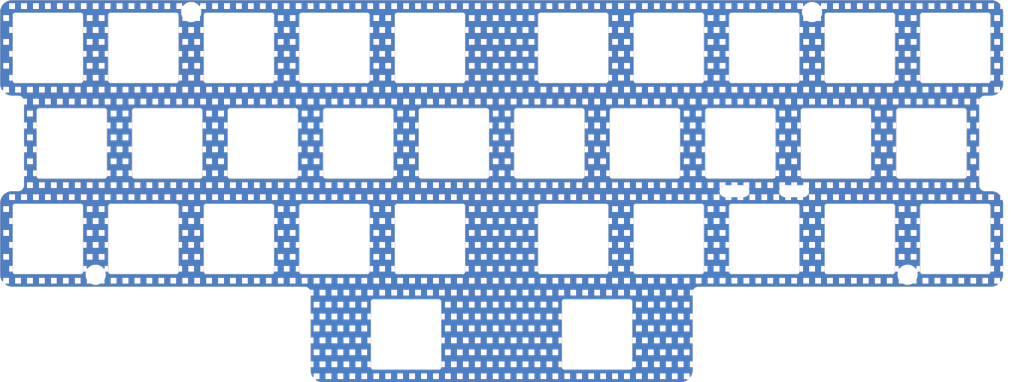
<source format=kicad_pcb>
(kicad_pcb (version 20221018) (generator pcbnew)
  (title_block (rev "1.0.0"))
  (layers (0 "F.Cu" signal) (31 "B.Cu" signal) (34 "B.Paste" user) (35 "F.Paste" user) (36 "B.SilkS" user "B.Silkscreen") (37 "F.SilkS" user "F.Silkscreen") (38 "B.Mask" user) (39 "F.Mask" user) (44 "Edge.Cuts" user))
  (net 0 "")
  (footprint "Marksard_Keyboard:SW_Hole" (layer "F.Cu") (at 140.49375 73.81875)
    (fp_text reference "SW_HOLE-1" hide)
    (fp_text value "SW_HOLE-1")
    (fp_line (start -7 -6.5) (end -6.999999 6.499999) (stroke (width 0.1)) (layer "Edge.Cuts"))
    (fp_line (start -6.499999 6.999999) (end 6.499999 6.999999) (stroke (width 0.1)) (layer "Edge.Cuts"))
    (fp_line (start 6.499999 -6.999999) (end -6.5 -7) (stroke (width 0.1)) (layer "Edge.Cuts"))
    (fp_line (start 6.999999 6.499999) (end 6.999999 -6.499999) (stroke (width 0.1)) (layer "Edge.Cuts"))
    (fp_arc (start -7 -6.5) (mid -6.853554 -6.853554) (end -6.5 -7) (stroke (width 0.1)) (layer "Edge.Cuts"))
    (fp_arc (start -6.499999 6.999999) (mid -6.853553 6.853553) (end -6.999999 6.499999) (stroke (width 0.1)) (layer "Edge.Cuts"))
    (fp_arc (start 6.499999 -6.999999) (mid 6.853553 -6.853553) (end 6.999999 -6.499999) (stroke (width 0.1)) (layer "Edge.Cuts"))
    (fp_arc (start 6.999999 6.499999) (mid 6.853553 6.853553) (end 6.499999 6.999999) (stroke (width 0.1)) (layer "Edge.Cuts"))
  )
  (footprint "Marksard_Keyboard:SW_Hole" (layer "F.Cu") (at 116.68125 92.86875)
    (fp_text reference "SW_HOLE-1" hide)
    (fp_text value "SW_HOLE-1")
    (fp_line (start -7 -6.5) (end -6.999999 6.499999) (stroke (width 0.1)) (layer "Edge.Cuts"))
    (fp_line (start -6.499999 6.999999) (end 6.499999 6.999999) (stroke (width 0.1)) (layer "Edge.Cuts"))
    (fp_line (start 6.499999 -6.999999) (end -6.5 -7) (stroke (width 0.1)) (layer "Edge.Cuts"))
    (fp_line (start 6.999999 6.499999) (end 6.999999 -6.499999) (stroke (width 0.1)) (layer "Edge.Cuts"))
    (fp_arc (start -7 -6.5) (mid -6.853554 -6.853554) (end -6.5 -7) (stroke (width 0.1)) (layer "Edge.Cuts"))
    (fp_arc (start -6.499999 6.999999) (mid -6.853553 6.853553) (end -6.999999 6.499999) (stroke (width 0.1)) (layer "Edge.Cuts"))
    (fp_arc (start 6.499999 -6.999999) (mid 6.853553 -6.853553) (end 6.999999 -6.499999) (stroke (width 0.1)) (layer "Edge.Cuts"))
    (fp_arc (start 6.999999 6.499999) (mid 6.853553 6.853553) (end 6.499999 6.999999) (stroke (width 0.1)) (layer "Edge.Cuts"))
  )
  (footprint "Marksard_Keyboard:SW_Hole" (layer "F.Cu") (at 83.34375 73.81875)
    (fp_text reference "SW_HOLE-1" hide)
    (fp_text value "SW_HOLE-1")
    (fp_line (start -7 -6.5) (end -6.999999 6.499999) (stroke (width 0.1)) (layer "Edge.Cuts"))
    (fp_line (start -6.499999 6.999999) (end 6.499999 6.999999) (stroke (width 0.1)) (layer "Edge.Cuts"))
    (fp_line (start 6.499999 -6.999999) (end -6.5 -7) (stroke (width 0.1)) (layer "Edge.Cuts"))
    (fp_line (start 6.999999 6.499999) (end 6.999999 -6.499999) (stroke (width 0.1)) (layer "Edge.Cuts"))
    (fp_arc (start -7 -6.5) (mid -6.853554 -6.853554) (end -6.5 -7) (stroke (width 0.1)) (layer "Edge.Cuts"))
    (fp_arc (start -6.499999 6.999999) (mid -6.853553 6.853553) (end -6.999999 6.499999) (stroke (width 0.1)) (layer "Edge.Cuts"))
    (fp_arc (start 6.499999 -6.999999) (mid 6.853553 -6.853553) (end 6.999999 -6.499999) (stroke (width 0.1)) (layer "Edge.Cuts"))
    (fp_arc (start 6.999999 6.499999) (mid 6.853553 6.853553) (end 6.499999 6.999999) (stroke (width 0.1)) (layer "Edge.Cuts"))
  )
  (footprint "Marksard_Keyboard:SW_Hole" (layer "F.Cu") (at 145.25625 92.86875)
    (fp_text reference "SW_HOLE-1" hide)
    (fp_text value "SW_HOLE-1")
    (fp_line (start -7 -6.5) (end -6.999999 6.499999) (stroke (width 0.1)) (layer "Edge.Cuts"))
    (fp_line (start -6.499999 6.999999) (end 6.499999 6.999999) (stroke (width 0.1)) (layer "Edge.Cuts"))
    (fp_line (start 6.499999 -6.999999) (end -6.5 -7) (stroke (width 0.1)) (layer "Edge.Cuts"))
    (fp_line (start 6.999999 6.499999) (end 6.999999 -6.499999) (stroke (width 0.1)) (layer "Edge.Cuts"))
    (fp_arc (start -7 -6.5) (mid -6.853554 -6.853554) (end -6.5 -7) (stroke (width 0.1)) (layer "Edge.Cuts"))
    (fp_arc (start -6.499999 6.999999) (mid -6.853553 6.853553) (end -6.999999 6.499999) (stroke (width 0.1)) (layer "Edge.Cuts"))
    (fp_arc (start 6.499999 -6.999999) (mid 6.853553 -6.853553) (end 6.999999 -6.499999) (stroke (width 0.1)) (layer "Edge.Cuts"))
    (fp_arc (start 6.999999 6.499999) (mid 6.853553 6.853553) (end 6.499999 6.999999) (stroke (width 0.1)) (layer "Edge.Cuts"))
  )
  (footprint "Marksard_Keyboard:SW_Hole" (layer "F.Cu") (at 59.53125 54.76875)
    (fp_text reference "SW_HOLE-1" hide)
    (fp_text value "SW_HOLE-1")
    (fp_line (start -7 -6.5) (end -6.999999 6.499999) (stroke (width 0.1)) (layer "Edge.Cuts"))
    (fp_line (start -6.499999 6.999999) (end 6.499999 6.999999) (stroke (width 0.1)) (layer "Edge.Cuts"))
    (fp_line (start 6.499999 -6.999999) (end -6.5 -7) (stroke (width 0.1)) (layer "Edge.Cuts"))
    (fp_line (start 6.999999 6.499999) (end 6.999999 -6.499999) (stroke (width 0.1)) (layer "Edge.Cuts"))
    (fp_arc (start -7 -6.5) (mid -6.853554 -6.853554) (end -6.5 -7) (stroke (width 0.1)) (layer "Edge.Cuts"))
    (fp_arc (start -6.499999 6.999999) (mid -6.853553 6.853553) (end -6.999999 6.499999) (stroke (width 0.1)) (layer "Edge.Cuts"))
    (fp_arc (start 6.499999 -6.999999) (mid 6.853553 -6.853553) (end 6.999999 -6.499999) (stroke (width 0.1)) (layer "Edge.Cuts"))
    (fp_arc (start 6.999999 6.499999) (mid 6.853553 6.853553) (end 6.499999 6.999999) (stroke (width 0.1)) (layer "Edge.Cuts"))
  )
  (footprint "Marksard_Keyboard:SW_Hole" (layer "F.Cu") (at 150.01875 111.91875)
    (fp_text reference "SW_HOLE-1" hide)
    (fp_text value "SW_HOLE-1")
    (fp_line (start -7 -6.5) (end -6.999999 6.499999) (stroke (width 0.1)) (layer "Edge.Cuts"))
    (fp_line (start -6.499999 6.999999) (end 6.499999 6.999999) (stroke (width 0.1)) (layer "Edge.Cuts"))
    (fp_line (start 6.499999 -6.999999) (end -6.5 -7) (stroke (width 0.1)) (layer "Edge.Cuts"))
    (fp_line (start 6.999999 6.499999) (end 6.999999 -6.499999) (stroke (width 0.1)) (layer "Edge.Cuts"))
    (fp_arc (start -7 -6.5) (mid -6.853554 -6.853554) (end -6.5 -7) (stroke (width 0.1)) (layer "Edge.Cuts"))
    (fp_arc (start -6.499999 6.999999) (mid -6.853553 6.853553) (end -6.999999 6.499999) (stroke (width 0.1)) (layer "Edge.Cuts"))
    (fp_arc (start 6.499999 -6.999999) (mid 6.853553 -6.853553) (end 6.999999 -6.499999) (stroke (width 0.1)) (layer "Edge.Cuts"))
    (fp_arc (start 6.999999 6.499999) (mid 6.853553 6.853553) (end 6.499999 6.999999) (stroke (width 0.1)) (layer "Edge.Cuts"))
  )
  (footprint "Marksard_Keyboard:SW_Hole" (layer "F.Cu") (at 45.24375 73.81875)
    (fp_text reference "SW_HOLE-1" hide)
    (fp_text value "SW_HOLE-1")
    (fp_line (start -7 -6.5) (end -6.999999 6.499999) (stroke (width 0.1)) (layer "Edge.Cuts"))
    (fp_line (start -6.499999 6.999999) (end 6.499999 6.999999) (stroke (width 0.1)) (layer "Edge.Cuts"))
    (fp_line (start 6.499999 -6.999999) (end -6.5 -7) (stroke (width 0.1)) (layer "Edge.Cuts"))
    (fp_line (start 6.999999 6.499999) (end 6.999999 -6.499999) (stroke (width 0.1)) (layer "Edge.Cuts"))
    (fp_arc (start -7 -6.5) (mid -6.853554 -6.853554) (end -6.5 -7) (stroke (width 0.1)) (layer "Edge.Cuts"))
    (fp_arc (start -6.499999 6.999999) (mid -6.853553 6.853553) (end -6.999999 6.499999) (stroke (width 0.1)) (layer "Edge.Cuts"))
    (fp_arc (start 6.499999 -6.999999) (mid 6.853553 -6.853553) (end 6.999999 -6.499999) (stroke (width 0.1)) (layer "Edge.Cuts"))
    (fp_arc (start 6.999999 6.499999) (mid 6.853553 6.853553) (end 6.499999 6.999999) (stroke (width 0.1)) (layer "Edge.Cuts"))
  )
  (footprint "Marksard_Keyboard:SW_Hole" (layer "F.Cu") (at 78.58125 92.86875)
    (fp_text reference "SW_HOLE-1" hide)
    (fp_text value "SW_HOLE-1")
    (fp_line (start -7 -6.5) (end -6.999999 6.499999) (stroke (width 0.1)) (layer "Edge.Cuts"))
    (fp_line (start -6.499999 6.999999) (end 6.499999 6.999999) (stroke (width 0.1)) (layer "Edge.Cuts"))
    (fp_line (start 6.499999 -6.999999) (end -6.5 -7) (stroke (width 0.1)) (layer "Edge.Cuts"))
    (fp_line (start 6.999999 6.499999) (end 6.999999 -6.499999) (stroke (width 0.1)) (layer "Edge.Cuts"))
    (fp_arc (start -7 -6.5) (mid -6.853554 -6.853554) (end -6.5 -7) (stroke (width 0.1)) (layer "Edge.Cuts"))
    (fp_arc (start -6.499999 6.999999) (mid -6.853553 6.853553) (end -6.999999 6.499999) (stroke (width 0.1)) (layer "Edge.Cuts"))
    (fp_arc (start 6.499999 -6.999999) (mid 6.853553 -6.853553) (end 6.999999 -6.499999) (stroke (width 0.1)) (layer "Edge.Cuts"))
    (fp_arc (start 6.999999 6.499999) (mid 6.853553 6.853553) (end 6.499999 6.999999) (stroke (width 0.1)) (layer "Edge.Cuts"))
  )
  (footprint "Marksard_Keyboard:SW_Hole" (layer "F.Cu") (at 221.45625 92.86875)
    (fp_text reference "SW_HOLE-1" hide)
    (fp_text value "SW_HOLE-1")
    (fp_line (start -7 -6.5) (end -6.999999 6.499999) (stroke (width 0.1)) (layer "Edge.Cuts"))
    (fp_line (start -6.499999 6.999999) (end 6.499999 6.999999) (stroke (width 0.1)) (layer "Edge.Cuts"))
    (fp_line (start 6.499999 -6.999999) (end -6.5 -7) (stroke (width 0.1)) (layer "Edge.Cuts"))
    (fp_line (start 6.999999 6.499999) (end 6.999999 -6.499999) (stroke (width 0.1)) (layer "Edge.Cuts"))
    (fp_arc (start -7 -6.5) (mid -6.853554 -6.853554) (end -6.5 -7) (stroke (width 0.1)) (layer "Edge.Cuts"))
    (fp_arc (start -6.499999 6.999999) (mid -6.853553 6.853553) (end -6.999999 6.499999) (stroke (width 0.1)) (layer "Edge.Cuts"))
    (fp_arc (start 6.499999 -6.999999) (mid 6.853553 -6.853553) (end 6.999999 -6.499999) (stroke (width 0.1)) (layer "Edge.Cuts"))
    (fp_arc (start 6.999999 6.499999) (mid 6.853553 6.853553) (end 6.499999 6.999999) (stroke (width 0.1)) (layer "Edge.Cuts"))
  )
  (footprint "Marksard_Keyboard:SW_Hole" (layer "F.Cu") (at 116.68125 54.76875)
    (fp_text reference "SW_HOLE-1" hide)
    (fp_text value "SW_HOLE-1")
    (fp_line (start -7 -6.5) (end -6.999999 6.499999) (stroke (width 0.1)) (layer "Edge.Cuts"))
    (fp_line (start -6.499999 6.999999) (end 6.499999 6.999999) (stroke (width 0.1)) (layer "Edge.Cuts"))
    (fp_line (start 6.499999 -6.999999) (end -6.5 -7) (stroke (width 0.1)) (layer "Edge.Cuts"))
    (fp_line (start 6.999999 6.499999) (end 6.999999 -6.499999) (stroke (width 0.1)) (layer "Edge.Cuts"))
    (fp_arc (start -7 -6.5) (mid -6.853554 -6.853554) (end -6.5 -7) (stroke (width 0.1)) (layer "Edge.Cuts"))
    (fp_arc (start -6.499999 6.999999) (mid -6.853553 6.853553) (end -6.999999 6.499999) (stroke (width 0.1)) (layer "Edge.Cuts"))
    (fp_arc (start 6.499999 -6.999999) (mid 6.853553 -6.853553) (end 6.999999 -6.499999) (stroke (width 0.1)) (layer "Edge.Cuts"))
    (fp_arc (start 6.999999 6.499999) (mid 6.853553 6.853553) (end 6.499999 6.999999) (stroke (width 0.1)) (layer "Edge.Cuts"))
  )
  (footprint "Marksard_Keyboard:SW_Hole" (layer "F.Cu") (at 202.40625 54.76875)
    (fp_text reference "SW_HOLE-1" hide)
    (fp_text value "SW_HOLE-1")
    (fp_line (start -7 -6.5) (end -6.999999 6.499999) (stroke (width 0.1)) (layer "Edge.Cuts"))
    (fp_line (start -6.499999 6.999999) (end 6.499999 6.999999) (stroke (width 0.1)) (layer "Edge.Cuts"))
    (fp_line (start 6.499999 -6.999999) (end -6.5 -7) (stroke (width 0.1)) (layer "Edge.Cuts"))
    (fp_line (start 6.999999 6.499999) (end 6.999999 -6.499999) (stroke (width 0.1)) (layer "Edge.Cuts"))
    (fp_arc (start -7 -6.5) (mid -6.853554 -6.853554) (end -6.5 -7) (stroke (width 0.1)) (layer "Edge.Cuts"))
    (fp_arc (start -6.499999 6.999999) (mid -6.853553 6.853553) (end -6.999999 6.499999) (stroke (width 0.1)) (layer "Edge.Cuts"))
    (fp_arc (start 6.499999 -6.999999) (mid 6.853553 -6.853553) (end 6.999999 -6.499999) (stroke (width 0.1)) (layer "Edge.Cuts"))
    (fp_arc (start 6.999999 6.499999) (mid 6.853553 6.853553) (end 6.499999 6.999999) (stroke (width 0.1)) (layer "Edge.Cuts"))
  )
  (footprint "Marksard_Keyboard:SW_Hole" (layer "F.Cu") (at 121.44375 73.81875)
    (fp_text reference "SW_HOLE-1" hide)
    (fp_text value "SW_HOLE-1")
    (fp_line (start -7 -6.5) (end -6.999999 6.499999) (stroke (width 0.1)) (layer "Edge.Cuts"))
    (fp_line (start -6.499999 6.999999) (end 6.499999 6.999999) (stroke (width 0.1)) (layer "Edge.Cuts"))
    (fp_line (start 6.499999 -6.999999) (end -6.5 -7) (stroke (width 0.1)) (layer "Edge.Cuts"))
    (fp_line (start 6.999999 6.499999) (end 6.999999 -6.499999) (stroke (width 0.1)) (layer "Edge.Cuts"))
    (fp_arc (start -7 -6.5) (mid -6.853554 -6.853554) (end -6.5 -7) (stroke (width 0.1)) (layer "Edge.Cuts"))
    (fp_arc (start -6.499999 6.999999) (mid -6.853553 6.853553) (end -6.999999 6.499999) (stroke (width 0.1)) (layer "Edge.Cuts"))
    (fp_arc (start 6.499999 -6.999999) (mid 6.853553 -6.853553) (end 6.999999 -6.499999) (stroke (width 0.1)) (layer "Edge.Cuts"))
    (fp_arc (start 6.999999 6.499999) (mid 6.853553 6.853553) (end 6.499999 6.999999) (stroke (width 0.1)) (layer "Edge.Cuts"))
  )
  (footprint "Marksard_Keyboard:SW_Hole" (layer "F.Cu") (at 64.29375 73.81875)
    (fp_text reference "SW_HOLE-1" hide)
    (fp_text value "SW_HOLE-1")
    (fp_line (start -7 -6.5) (end -6.999999 6.499999) (stroke (width 0.1)) (layer "Edge.Cuts"))
    (fp_line (start -6.499999 6.999999) (end 6.499999 6.999999) (stroke (width 0.1)) (layer "Edge.Cuts"))
    (fp_line (start 6.499999 -6.999999) (end -6.5 -7) (stroke (width 0.1)) (layer "Edge.Cuts"))
    (fp_line (start 6.999999 6.499999) (end 6.999999 -6.499999) (stroke (width 0.1)) (layer "Edge.Cuts"))
    (fp_arc (start -7 -6.5) (mid -6.853554 -6.853554) (end -6.5 -7) (stroke (width 0.1)) (layer "Edge.Cuts"))
    (fp_arc (start -6.499999 6.999999) (mid -6.853553 6.853553) (end -6.999999 6.499999) (stroke (width 0.1)) (layer "Edge.Cuts"))
    (fp_arc (start 6.499999 -6.999999) (mid 6.853553 -6.853553) (end 6.999999 -6.499999) (stroke (width 0.1)) (layer "Edge.Cuts"))
    (fp_arc (start 6.999999 6.499999) (mid 6.853553 6.853553) (end 6.499999 6.999999) (stroke (width 0.1)) (layer "Edge.Cuts"))
  )
  (footprint "Marksard_Keyboard:SW_Hole" (layer "F.Cu") (at 78.58125 54.76875)
    (fp_text reference "SW_HOLE-1" hide)
    (fp_text value "SW_HOLE-1")
    (fp_line (start -7 -6.5) (end -6.999999 6.499999) (stroke (width 0.1)) (layer "Edge.Cuts"))
    (fp_line (start -6.499999 6.999999) (end 6.499999 6.999999) (stroke (width 0.1)) (layer "Edge.Cuts"))
    (fp_line (start 6.499999 -6.999999) (end -6.5 -7) (stroke (width 0.1)) (layer "Edge.Cuts"))
    (fp_line (start 6.999999 6.499999) (end 6.999999 -6.499999) (stroke (width 0.1)) (layer "Edge.Cuts"))
    (fp_arc (start -7 -6.5) (mid -6.853554 -6.853554) (end -6.5 -7) (stroke (width 0.1)) (layer "Edge.Cuts"))
    (fp_arc (start -6.499999 6.999999) (mid -6.853553 6.853553) (end -6.999999 6.499999) (stroke (width 0.1)) (layer "Edge.Cuts"))
    (fp_arc (start 6.499999 -6.999999) (mid 6.853553 -6.853553) (end 6.999999 -6.499999) (stroke (width 0.1)) (layer "Edge.Cuts"))
    (fp_arc (start 6.999999 6.499999) (mid 6.853553 6.853553) (end 6.499999 6.999999) (stroke (width 0.1)) (layer "Edge.Cuts"))
  )
  (footprint "Marksard_Keyboard:SW_Hole" (layer "F.Cu") (at 221.45625 54.76875)
    (fp_text reference "SW_HOLE-1" hide)
    (fp_text value "SW_HOLE-1")
    (fp_line (start -7 -6.5) (end -6.999999 6.499999) (stroke (width 0.1)) (layer "Edge.Cuts"))
    (fp_line (start -6.499999 6.999999) (end 6.499999 6.999999) (stroke (width 0.1)) (layer "Edge.Cuts"))
    (fp_line (start 6.499999 -6.999999) (end -6.5 -7) (stroke (width 0.1)) (layer "Edge.Cuts"))
    (fp_line (start 6.999999 6.499999) (end 6.999999 -6.499999) (stroke (width 0.1)) (layer "Edge.Cuts"))
    (fp_arc (start -7 -6.5) (mid -6.853554 -6.853554) (end -6.5 -7) (stroke (width 0.1)) (layer "Edge.Cuts"))
    (fp_arc (start -6.499999 6.999999) (mid -6.853553 6.853553) (end -6.999999 6.499999) (stroke (width 0.1)) (layer "Edge.Cuts"))
    (fp_arc (start 6.499999 -6.999999) (mid 6.853553 -6.853553) (end 6.999999 -6.499999) (stroke (width 0.1)) (layer "Edge.Cuts"))
    (fp_arc (start 6.999999 6.499999) (mid 6.853553 6.853553) (end 6.499999 6.999999) (stroke (width 0.1)) (layer "Edge.Cuts"))
  )
  (footprint "Marksard_Keyboard:SW_Hole" (layer "F.Cu") (at 102.39375 73.81875)
    (fp_text reference "SW_HOLE-1" hide)
    (fp_text value "SW_HOLE-1")
    (fp_line (start -7 -6.5) (end -6.999999 6.499999) (stroke (width 0.1)) (layer "Edge.Cuts"))
    (fp_line (start -6.499999 6.999999) (end 6.499999 6.999999) (stroke (width 0.1)) (layer "Edge.Cuts"))
    (fp_line (start 6.499999 -6.999999) (end -6.5 -7) (stroke (width 0.1)) (layer "Edge.Cuts"))
    (fp_line (start 6.999999 6.499999) (end 6.999999 -6.499999) (stroke (width 0.1)) (layer "Edge.Cuts"))
    (fp_arc (start -7 -6.5) (mid -6.853554 -6.853554) (end -6.5 -7) (stroke (width 0.1)) (layer "Edge.Cuts"))
    (fp_arc (start -6.499999 6.999999) (mid -6.853553 6.853553) (end -6.999999 6.499999) (stroke (width 0.1)) (layer "Edge.Cuts"))
    (fp_arc (start 6.499999 -6.999999) (mid 6.853553 -6.853553) (end 6.999999 -6.499999) (stroke (width 0.1)) (layer "Edge.Cuts"))
    (fp_arc (start 6.999999 6.499999) (mid 6.853553 6.853553) (end 6.499999 6.999999) (stroke (width 0.1)) (layer "Edge.Cuts"))
  )
  (footprint "Marksard_Keyboard:SW_Hole" (layer "F.Cu") (at 197.64375 73.81875)
    (fp_text reference "SW_HOLE-1" hide)
    (fp_text value "SW_HOLE-1")
    (fp_line (start -7 -6.5) (end -6.999999 6.499999) (stroke (width 0.1)) (layer "Edge.Cuts"))
    (fp_line (start -6.499999 6.999999) (end 6.499999 6.999999) (stroke (width 0.1)) (layer "Edge.Cuts"))
    (fp_line (start 6.499999 -6.999999) (end -6.5 -7) (stroke (width 0.1)) (layer "Edge.Cuts"))
    (fp_line (start 6.999999 6.499999) (end 6.999999 -6.499999) (stroke (width 0.1)) (layer "Edge.Cuts"))
    (fp_arc (start -7 -6.5) (mid -6.853554 -6.853554) (end -6.5 -7) (stroke (width 0.1)) (layer "Edge.Cuts"))
    (fp_arc (start -6.499999 6.999999) (mid -6.853553 6.853553) (end -6.999999 6.499999) (stroke (width 0.1)) (layer "Edge.Cuts"))
    (fp_arc (start 6.499999 -6.999999) (mid 6.853553 -6.853553) (end 6.999999 -6.499999) (stroke (width 0.1)) (layer "Edge.Cuts"))
    (fp_arc (start 6.999999 6.499999) (mid 6.853553 6.853553) (end 6.499999 6.999999) (stroke (width 0.1)) (layer "Edge.Cuts"))
  )
  (footprint "Marksard_Keyboard:SW_Hole" (layer "F.Cu") (at 59.53125 92.86875)
    (fp_text reference "SW_HOLE-1" hide)
    (fp_text value "SW_HOLE-1")
    (fp_line (start -7 -6.5) (end -6.999999 6.499999) (stroke (width 0.1)) (layer "Edge.Cuts"))
    (fp_line (start -6.499999 6.999999) (end 6.499999 6.999999) (stroke (width 0.1)) (layer "Edge.Cuts"))
    (fp_line (start 6.499999 -6.999999) (end -6.5 -7) (stroke (width 0.1)) (layer "Edge.Cuts"))
    (fp_line (start 6.999999 6.499999) (end 6.999999 -6.499999) (stroke (width 0.1)) (layer "Edge.Cuts"))
    (fp_arc (start -7 -6.5) (mid -6.853554 -6.853554) (end -6.5 -7) (stroke (width 0.1)) (layer "Edge.Cuts"))
    (fp_arc (start -6.499999 6.999999) (mid -6.853553 6.853553) (end -6.999999 6.499999) (stroke (width 0.1)) (layer "Edge.Cuts"))
    (fp_arc (start 6.499999 -6.999999) (mid 6.853553 -6.853553) (end 6.999999 -6.499999) (stroke (width 0.1)) (layer "Edge.Cuts"))
    (fp_arc (start 6.999999 6.499999) (mid 6.853553 6.853553) (end 6.499999 6.999999) (stroke (width 0.1)) (layer "Edge.Cuts"))
  )
  (footprint "Marksard_Keyboard:SW_Hole" (layer "F.Cu") (at 183.35625 92.86875)
    (fp_text reference "SW_HOLE-1" hide)
    (fp_text value "SW_HOLE-1")
    (fp_line (start -7 -6.5) (end -6.999999 6.499999) (stroke (width 0.1)) (layer "Edge.Cuts"))
    (fp_line (start -6.499999 6.999999) (end 6.499999 6.999999) (stroke (width 0.1)) (layer "Edge.Cuts"))
    (fp_line (start 6.499999 -6.999999) (end -6.5 -7) (stroke (width 0.1)) (layer "Edge.Cuts"))
    (fp_line (start 6.999999 6.499999) (end 6.999999 -6.499999) (stroke (width 0.1)) (layer "Edge.Cuts"))
    (fp_arc (start -7 -6.5) (mid -6.853554 -6.853554) (end -6.5 -7) (stroke (width 0.1)) (layer "Edge.Cuts"))
    (fp_arc (start -6.499999 6.999999) (mid -6.853553 6.853553) (end -6.999999 6.499999) (stroke (width 0.1)) (layer "Edge.Cuts"))
    (fp_arc (start 6.499999 -6.999999) (mid 6.853553 -6.853553) (end 6.999999 -6.499999) (stroke (width 0.1)) (layer "Edge.Cuts"))
    (fp_arc (start 6.999999 6.499999) (mid 6.853553 6.853553) (end 6.499999 6.999999) (stroke (width 0.1)) (layer "Edge.Cuts"))
  )
  (footprint "Marksard_Keyboard:SW_Hole" (layer "F.Cu") (at 159.54375 73.81875)
    (fp_text reference "SW_HOLE-1" hide)
    (fp_text value "SW_HOLE-1")
    (fp_line (start -7 -6.5) (end -6.999999 6.499999) (stroke (width 0.1)) (layer "Edge.Cuts"))
    (fp_line (start -6.499999 6.999999) (end 6.499999 6.999999) (stroke (width 0.1)) (layer "Edge.Cuts"))
    (fp_line (start 6.499999 -6.999999) (end -6.5 -7) (stroke (width 0.1)) (layer "Edge.Cuts"))
    (fp_line (start 6.999999 6.499999) (end 6.999999 -6.499999) (stroke (width 0.1)) (layer "Edge.Cuts"))
    (fp_arc (start -7 -6.5) (mid -6.853554 -6.853554) (end -6.5 -7) (stroke (width 0.1)) (layer "Edge.Cuts"))
    (fp_arc (start -6.499999 6.999999) (mid -6.853553 6.853553) (end -6.999999 6.499999) (stroke (width 0.1)) (layer "Edge.Cuts"))
    (fp_arc (start 6.499999 -6.999999) (mid 6.853553 -6.853553) (end 6.999999 -6.499999) (stroke (width 0.1)) (layer "Edge.Cuts"))
    (fp_arc (start 6.999999 6.499999) (mid 6.853553 6.853553) (end 6.499999 6.999999) (stroke (width 0.1)) (layer "Edge.Cuts"))
  )
  (footprint "Marksard_Keyboard:SW_Hole" (layer "F.Cu") (at 216.69375 73.81875)
    (fp_text reference "SW_HOLE-1" hide)
    (fp_text value "SW_HOLE-1")
    (fp_line (start -7 -6.5) (end -6.999999 6.499999) (stroke (width 0.1)) (layer "Edge.Cuts"))
    (fp_line (start -6.499999 6.999999) (end 6.499999 6.999999) (stroke (width 0.1)) (layer "Edge.Cuts"))
    (fp_line (start 6.499999 -6.999999) (end -6.5 -7) (stroke (width 0.1)) (layer "Edge.Cuts"))
    (fp_line (start 6.999999 6.499999) (end 6.999999 -6.499999) (stroke (width 0.1)) (layer "Edge.Cuts"))
    (fp_arc (start -7 -6.5) (mid -6.853554 -6.853554) (end -6.5 -7) (stroke (width 0.1)) (layer "Edge.Cuts"))
    (fp_arc (start -6.499999 6.999999) (mid -6.853553 6.853553) (end -6.999999 6.499999) (stroke (width 0.1)) (layer "Edge.Cuts"))
    (fp_arc (start 6.499999 -6.999999) (mid 6.853553 -6.853553) (end 6.999999 -6.499999) (stroke (width 0.1)) (layer "Edge.Cuts"))
    (fp_arc (start 6.999999 6.499999) (mid 6.853553 6.853553) (end 6.499999 6.999999) (stroke (width 0.1)) (layer "Edge.Cuts"))
  )
  (footprint "Marksard_Keyboard:SW_Hole" (layer "F.Cu") (at 111.91875 111.91875)
    (fp_text reference "SW_HOLE-1" hide)
    (fp_text value "SW_HOLE-1")
    (fp_line (start -7 -6.5) (end -6.999999 6.499999) (stroke (width 0.1)) (layer "Edge.Cuts"))
    (fp_line (start -6.499999 6.999999) (end 6.499999 6.999999) (stroke (width 0.1)) (layer "Edge.Cuts"))
    (fp_line (start 6.499999 -6.999999) (end -6.5 -7) (stroke (width 0.1)) (layer "Edge.Cuts"))
    (fp_line (start 6.999999 6.499999) (end 6.999999 -6.499999) (stroke (width 0.1)) (layer "Edge.Cuts"))
    (fp_arc (start -7 -6.5) (mid -6.853554 -6.853554) (end -6.5 -7) (stroke (width 0.1)) (layer "Edge.Cuts"))
    (fp_arc (start -6.499999 6.999999) (mid -6.853553 6.853553) (end -6.999999 6.499999) (stroke (width 0.1)) (layer "Edge.Cuts"))
    (fp_arc (start 6.499999 -6.999999) (mid 6.853553 -6.853553) (end 6.999999 -6.499999) (stroke (width 0.1)) (layer "Edge.Cuts"))
    (fp_arc (start 6.999999 6.499999) (mid 6.853553 6.853553) (end 6.499999 6.999999) (stroke (width 0.1)) (layer "Edge.Cuts"))
  )
  (footprint "Marksard_Keyboard:SW_Hole" (layer "F.Cu") (at 164.30625 54.76875)
    (fp_text reference "SW_HOLE-1" hide)
    (fp_text value "SW_HOLE-1")
    (fp_line (start -7 -6.5) (end -6.999999 6.499999) (stroke (width 0.1)) (layer "Edge.Cuts"))
    (fp_line (start -6.499999 6.999999) (end 6.499999 6.999999) (stroke (width 0.1)) (layer "Edge.Cuts"))
    (fp_line (start 6.499999 -6.999999) (end -6.5 -7) (stroke (width 0.1)) (layer "Edge.Cuts"))
    (fp_line (start 6.999999 6.499999) (end 6.999999 -6.499999) (stroke (width 0.1)) (layer "Edge.Cuts"))
    (fp_arc (start -7 -6.5) (mid -6.853554 -6.853554) (end -6.5 -7) (stroke (width 0.1)) (layer "Edge.Cuts"))
    (fp_arc (start -6.499999 6.999999) (mid -6.853553 6.853553) (end -6.999999 6.499999) (stroke (width 0.1)) (layer "Edge.Cuts"))
    (fp_arc (start 6.499999 -6.999999) (mid 6.853553 -6.853553) (end 6.999999 -6.499999) (stroke (width 0.1)) (layer "Edge.Cuts"))
    (fp_arc (start 6.999999 6.499999) (mid 6.853553 6.853553) (end 6.499999 6.999999) (stroke (width 0.1)) (layer "Edge.Cuts"))
  )
  (footprint "Marksard_Keyboard:SW_Hole" (layer "F.Cu") (at 97.63125 54.76875)
    (fp_text reference "SW_HOLE-1" hide)
    (fp_text value "SW_HOLE-1")
    (fp_line (start -7 -6.5) (end -6.999999 6.499999) (stroke (width 0.1)) (layer "Edge.Cuts"))
    (fp_line (start -6.499999 6.999999) (end 6.499999 6.999999) (stroke (width 0.1)) (layer "Edge.Cuts"))
    (fp_line (start 6.499999 -6.999999) (end -6.5 -7) (stroke (width 0.1)) (layer "Edge.Cuts"))
    (fp_line (start 6.999999 6.499999) (end 6.999999 -6.499999) (stroke (width 0.1)) (layer "Edge.Cuts"))
    (fp_arc (start -7 -6.5) (mid -6.853554 -6.853554) (end -6.5 -7) (stroke (width 0.1)) (layer "Edge.Cuts"))
    (fp_arc (start -6.499999 6.999999) (mid -6.853553 6.853553) (end -6.999999 6.499999) (stroke (width 0.1)) (layer "Edge.Cuts"))
    (fp_arc (start 6.499999 -6.999999) (mid 6.853553 -6.853553) (end 6.999999 -6.499999) (stroke (width 0.1)) (layer "Edge.Cuts"))
    (fp_arc (start 6.999999 6.499999) (mid 6.853553 6.853553) (end 6.499999 6.999999) (stroke (width 0.1)) (layer "Edge.Cuts"))
  )
  (footprint "Marksard_Keyboard:SW_Hole" (layer "F.Cu") (at 97.63125 92.86875)
    (fp_text reference "SW_HOLE-1" hide)
    (fp_text value "SW_HOLE-1")
    (fp_line (start -7 -6.5) (end -6.999999 6.499999) (stroke (width 0.1)) (layer "Edge.Cuts"))
    (fp_line (start -6.499999 6.999999) (end 6.499999 6.999999) (stroke (width 0.1)) (layer "Edge.Cuts"))
    (fp_line (start 6.499999 -6.999999) (end -6.5 -7) (stroke (width 0.1)) (layer "Edge.Cuts"))
    (fp_line (start 6.999999 6.499999) (end 6.999999 -6.499999) (stroke (width 0.1)) (layer "Edge.Cuts"))
    (fp_arc (start -7 -6.5) (mid -6.853554 -6.853554) (end -6.5 -7) (stroke (width 0.1)) (layer "Edge.Cuts"))
    (fp_arc (start -6.499999 6.999999) (mid -6.853553 6.853553) (end -6.999999 6.499999) (stroke (width 0.1)) (layer "Edge.Cuts"))
    (fp_arc (start 6.499999 -6.999999) (mid 6.853553 -6.853553) (end 6.999999 -6.499999) (stroke (width 0.1)) (layer "Edge.Cuts"))
    (fp_arc (start 6.999999 6.499999) (mid 6.853553 6.853553) (end 6.499999 6.999999) (stroke (width 0.1)) (layer "Edge.Cuts"))
  )
  (footprint "Marksard_Keyboard:SW_Hole" (layer "F.Cu") (at 40.48125 92.86875)
    (fp_text reference "SW_HOLE-1" hide)
    (fp_text value "SW_HOLE-1")
    (fp_line (start -7 -6.5) (end -6.999999 6.499999) (stroke (width 0.1)) (layer "Edge.Cuts"))
    (fp_line (start -6.499999 6.999999) (end 6.499999 6.999999) (stroke (width 0.1)) (layer "Edge.Cuts"))
    (fp_line (start 6.499999 -6.999999) (end -6.5 -7) (stroke (width 0.1)) (layer "Edge.Cuts"))
    (fp_line (start 6.999999 6.499999) (end 6.999999 -6.499999) (stroke (width 0.1)) (layer "Edge.Cuts"))
    (fp_arc (start -7 -6.5) (mid -6.853554 -6.853554) (end -6.5 -7) (stroke (width 0.1)) (layer "Edge.Cuts"))
    (fp_arc (start -6.499999 6.999999) (mid -6.853553 6.853553) (end -6.999999 6.499999) (stroke (width 0.1)) (layer "Edge.Cuts"))
    (fp_arc (start 6.499999 -6.999999) (mid 6.853553 -6.853553) (end 6.999999 -6.499999) (stroke (width 0.1)) (layer "Edge.Cuts"))
    (fp_arc (start 6.999999 6.499999) (mid 6.853553 6.853553) (end 6.499999 6.999999) (stroke (width 0.1)) (layer "Edge.Cuts"))
  )
  (footprint "Marksard_Keyboard:SW_Hole" (layer "F.Cu") (at 202.40625 92.86875)
    (fp_text reference "SW_HOLE-1" hide)
    (fp_text value "SW_HOLE-1")
    (fp_line (start -7 -6.5) (end -6.999999 6.499999) (stroke (width 0.1)) (layer "Edge.Cuts"))
    (fp_line (start -6.499999 6.999999) (end 6.499999 6.999999) (stroke (width 0.1)) (layer "Edge.Cuts"))
    (fp_line (start 6.499999 -6.999999) (end -6.5 -7) (stroke (width 0.1)) (layer "Edge.Cuts"))
    (fp_line (start 6.999999 6.499999) (end 6.999999 -6.499999) (stroke (width 0.1)) (layer "Edge.Cuts"))
    (fp_arc (start -7 -6.5) (mid -6.853554 -6.853554) (end -6.5 -7) (stroke (width 0.1)) (layer "Edge.Cuts"))
    (fp_arc (start -6.499999 6.999999) (mid -6.853553 6.853553) (end -6.999999 6.499999) (stroke (width 0.1)) (layer "Edge.Cuts"))
    (fp_arc (start 6.499999 -6.999999) (mid 6.853553 -6.853553) (end 6.999999 -6.499999) (stroke (width 0.1)) (layer "Edge.Cuts"))
    (fp_arc (start 6.999999 6.499999) (mid 6.853553 6.853553) (end 6.499999 6.999999) (stroke (width 0.1)) (layer "Edge.Cuts"))
  )
  (footprint "Marksard_Keyboard:SW_Hole" (layer "F.Cu") (at 178.59375 73.81875)
    (fp_text reference "SW_HOLE-1" hide)
    (fp_text value "SW_HOLE-1")
    (fp_line (start -7 -6.5) (end -6.999999 6.499999) (stroke (width 0.1)) (layer "Edge.Cuts"))
    (fp_line (start -6.499999 6.999999) (end 6.499999 6.999999) (stroke (width 0.1)) (layer "Edge.Cuts"))
    (fp_line (start 6.499999 -6.999999) (end -6.5 -7) (stroke (width 0.1)) (layer "Edge.Cuts"))
    (fp_line (start 6.999999 6.499999) (end 6.999999 -6.499999) (stroke (width 0.1)) (layer "Edge.Cuts"))
    (fp_arc (start -7 -6.5) (mid -6.853554 -6.853554) (end -6.5 -7) (stroke (width 0.1)) (layer "Edge.Cuts"))
    (fp_arc (start -6.499999 6.999999) (mid -6.853553 6.853553) (end -6.999999 6.499999) (stroke (width 0.1)) (layer "Edge.Cuts"))
    (fp_arc (start 6.499999 -6.999999) (mid 6.853553 -6.853553) (end 6.999999 -6.499999) (stroke (width 0.1)) (layer "Edge.Cuts"))
    (fp_arc (start 6.999999 6.499999) (mid 6.853553 6.853553) (end 6.499999 6.999999) (stroke (width 0.1)) (layer "Edge.Cuts"))
  )
  (footprint "Marksard_Keyboard:SW_Hole" (layer "F.Cu") (at 145.25625 54.76875)
    (fp_text reference "SW_HOLE-1" hide)
    (fp_text value "SW_HOLE-1")
    (fp_line (start -7 -6.5) (end -6.999999 6.499999) (stroke (width 0.1)) (layer "Edge.Cuts"))
    (fp_line (start -6.499999 6.999999) (end 6.499999 6.999999) (stroke (width 0.1)) (layer "Edge.Cuts"))
    (fp_line (start 6.499999 -6.999999) (end -6.5 -7) (stroke (width 0.1)) (layer "Edge.Cuts"))
    (fp_line (start 6.999999 6.499999) (end 6.999999 -6.499999) (stroke (width 0.1)) (layer "Edge.Cuts"))
    (fp_arc (start -7 -6.5) (mid -6.853554 -6.853554) (end -6.5 -7) (stroke (width 0.1)) (layer "Edge.Cuts"))
    (fp_arc (start -6.499999 6.999999) (mid -6.853553 6.853553) (end -6.999999 6.499999) (stroke (width 0.1)) (layer "Edge.Cuts"))
    (fp_arc (start 6.499999 -6.999999) (mid 6.853553 -6.853553) (end 6.999999 -6.499999) (stroke (width 0.1)) (layer "Edge.Cuts"))
    (fp_arc (start 6.999999 6.499999) (mid 6.853553 6.853553) (end 6.499999 6.999999) (stroke (width 0.1)) (layer "Edge.Cuts"))
  )
  (footprint "Marksard_Keyboard:SW_Hole" (layer "F.Cu") (at 40.48125 54.76875)
    (fp_text reference "SW_HOLE-1" hide)
    (fp_text value "SW_HOLE-1")
    (fp_line (start -7 -6.5) (end -6.999999 6.499999) (stroke (width 0.1)) (layer "Edge.Cuts"))
    (fp_line (start -6.499999 6.999999) (end 6.499999 6.999999) (stroke (width 0.1)) (layer "Edge.Cuts"))
    (fp_line (start 6.499999 -6.999999) (end -6.5 -7) (stroke (width 0.1)) (layer "Edge.Cuts"))
    (fp_line (start 6.999999 6.499999) (end 6.999999 -6.499999) (stroke (width 0.1)) (layer "Edge.Cuts"))
    (fp_arc (start -7 -6.5) (mid -6.853554 -6.853554) (end -6.5 -7) (stroke (width 0.1)) (layer "Edge.Cuts"))
    (fp_arc (start -6.499999 6.999999) (mid -6.853553 6.853553) (end -6.999999 6.499999) (stroke (width 0.1)) (layer "Edge.Cuts"))
    (fp_arc (start 6.499999 -6.999999) (mid 6.853553 -6.853553) (end 6.999999 -6.499999) (stroke (width 0.1)) (layer "Edge.Cuts"))
    (fp_arc (start 6.999999 6.499999) (mid 6.853553 6.853553) (end 6.499999 6.999999) (stroke (width 0.1)) (layer "Edge.Cuts"))
  )
  (footprint "Marksard_Keyboard:SW_Hole" (layer "F.Cu") (at 183.35625 54.76875)
    (fp_text reference "SW_HOLE-1" hide)
    (fp_text value "SW_HOLE-1")
    (fp_line (start -7 -6.5) (end -6.999999 6.499999) (stroke (width 0.1)) (layer "Edge.Cuts"))
    (fp_line (start -6.499999 6.999999) (end 6.499999 6.999999) (stroke (width 0.1)) (layer "Edge.Cuts"))
    (fp_line (start 6.499999 -6.999999) (end -6.5 -7) (stroke (width 0.1)) (layer "Edge.Cuts"))
    (fp_line (start 6.999999 6.499999) (end 6.999999 -6.499999) (stroke (width 0.1)) (layer "Edge.Cuts"))
    (fp_arc (start -7 -6.5) (mid -6.853554 -6.853554) (end -6.5 -7) (stroke (width 0.1)) (layer "Edge.Cuts"))
    (fp_arc (start -6.499999 6.999999) (mid -6.853553 6.853553) (end -6.999999 6.499999) (stroke (width 0.1)) (layer "Edge.Cuts"))
    (fp_arc (start 6.499999 -6.999999) (mid 6.853553 -6.853553) (end 6.999999 -6.499999) (stroke (width 0.1)) (layer "Edge.Cuts"))
    (fp_arc (start 6.999999 6.499999) (mid 6.853553 6.853553) (end 6.499999 6.999999) (stroke (width 0.1)) (layer "Edge.Cuts"))
  )
  (footprint "Marksard_Keyboard:SW_Hole" (layer "F.Cu") (at 164.30625 92.86875)
    (fp_text reference "SW_HOLE-1" hide)
    (fp_text value "SW_HOLE-1")
    (fp_line (start -7 -6.5) (end -6.999999 6.499999) (stroke (width 0.1)) (layer "Edge.Cuts"))
    (fp_line (start -6.499999 6.999999) (end 6.499999 6.999999) (stroke (width 0.1)) (layer "Edge.Cuts"))
    (fp_line (start 6.499999 -6.999999) (end -6.5 -7) (stroke (width 0.1)) (layer "Edge.Cuts"))
    (fp_line (start 6.999999 6.499999) (end 6.999999 -6.499999) (stroke (width 0.1)) (layer "Edge.Cuts"))
    (fp_arc (start -7 -6.5) (mid -6.853554 -6.853554) (end -6.5 -7) (stroke (width 0.1)) (layer "Edge.Cuts"))
    (fp_arc (start -6.499999 6.999999) (mid -6.853553 6.853553) (end -6.999999 6.499999) (stroke (width 0.1)) (layer "Edge.Cuts"))
    (fp_arc (start 6.499999 -6.999999) (mid 6.853553 -6.853553) (end 6.999999 -6.499999) (stroke (width 0.1)) (layer "Edge.Cuts"))
    (fp_arc (start 6.999999 6.499999) (mid 6.853553 6.853553) (end 6.499999 6.999999) (stroke (width 0.1)) (layer "Edge.Cuts"))
  )
  (gr_line (start 33.3375 102.39375) (end 91.678125 102.39375) (stroke (width 0.05)) (layer "Edge.Cuts"))
  (gr_line (start 230.98125 61.9125) (end 230.98125 47.625) (stroke (width 0.05)) (layer "Edge.Cuts"))
  (gr_arc (start 33.3375 102.39375) (mid 31.653702 101.696298) (end 30.95625 100.0125) (stroke (width 0.05)) (layer "Edge.Cuts"))
  (gr_arc (start 33.3375 64.29375) (mid 31.653702 63.596298) (end 30.95625 61.9125) (stroke (width 0.05)) (layer "Edge.Cuts"))
  (gr_line (start 187.523561 84.5344) (end 191.095439 84.5344) (stroke (width 0.05)) (layer "Edge.Cuts"))
  (gr_circle (center 69.05625 47.625) (end 71.05625 47.625) (stroke (width 0.05)) (fill none) (layer "Edge.Cuts"))
  (gr_arc (start 227.409375 83.34375) (mid 226.567476 82.995024) (end 226.21875 82.153125) (stroke (width 0.05)) (layer "Edge.Cuts"))
  (gr_line (start 175.617301 82.153148) (end 179.189179 82.153148) (stroke (width 0.05)) (layer "Edge.Cuts"))
  (gr_circle (center 50.00625 100.0125) (end 52.00625 100.0125) (stroke (width 0.05)) (fill none) (layer "Edge.Cuts"))
  (gr_line (start 187.523561 82.153148) (end 191.095439 82.153148) (stroke (width 0.05)) (layer "Edge.Cuts"))
  (gr_arc (start 30.95625 47.625) (mid 31.653702 45.941202) (end 33.3375 45.24375) (stroke (width 0.05)) (layer "Edge.Cuts"))
  (gr_line (start 30.95625 47.625) (end 30.95625 61.9125) (stroke (width 0.05)) (layer "Edge.Cuts"))
  (gr_arc (start 187.523561 84.5344) (mid 186.332935 83.343774) (end 187.523561 82.153148) (stroke (width 0.05)) (layer "Edge.Cuts"))
  (gr_line (start 170.259375 102.39375) (end 228.6 102.39375) (stroke (width 0.05)) (layer "Edge.Cuts"))
  (gr_line (start 95.25 121.44375) (end 166.6875 121.44375) (stroke (width 0.05)) (layer "Edge.Cuts"))
  (gr_arc (start 228.6 45.24375) (mid 230.283798 45.941202) (end 230.98125 47.625) (stroke (width 0.05)) (layer "Edge.Cuts"))
  (gr_line (start 230.98125 85.725) (end 230.98125 100.0125) (stroke (width 0.05)) (layer "Edge.Cuts"))
  (gr_arc (start 169.06875 119.0625) (mid 168.371298 120.746298) (end 166.6875 121.44375) (stroke (width 0.05)) (layer "Edge.Cuts"))
  (gr_line (start 30.95625 85.725) (end 30.95625 100.0125) (stroke (width 0.05)) (layer "Edge.Cuts"))
  (gr_circle (center 211.93125 100.0125) (end 213.93125 100.0125) (stroke (width 0.05)) (fill none) (layer "Edge.Cuts"))
  (gr_line (start 226.21875 65.484375) (end 226.21875 82.153125) (stroke (width 0.05)) (layer "Edge.Cuts"))
  (gr_line (start 34.528125 83.34375) (end 33.3375 83.34375) (stroke (width 0.05)) (layer "Edge.Cuts"))
  (gr_arc (start 175.617301 84.5344) (mid 174.426675 83.343774) (end 175.617301 82.153148) (stroke (width 0.05)) (layer "Edge.Cuts"))
  (gr_line (start 92.86875 119.0625) (end 92.86875 103.584375) (stroke (width 0.05)) (layer "Edge.Cuts"))
  (gr_arc (start 230.98125 100.0125) (mid 230.283798 101.696298) (end 228.6 102.39375) (stroke (width 0.05)) (layer "Edge.Cuts"))
  (gr_arc (start 228.6 83.34375) (mid 230.283798 84.041202) (end 230.98125 85.725) (stroke (width 0.05)) (layer "Edge.Cuts"))
  (gr_arc (start 95.25 121.44375) (mid 93.566202 120.746298) (end 92.86875 119.0625) (stroke (width 0.05)) (layer "Edge.Cuts"))
  (gr_line (start 33.3375 45.24375) (end 228.6 45.24375) (stroke (width 0.05)) (layer "Edge.Cuts"))
  (gr_arc (start 179.189179 82.153148) (mid 180.379805 83.343774) (end 179.189179 84.5344) (stroke (width 0.05)) (layer "Edge.Cuts"))
  (gr_line (start 33.3375 64.29375) (end 34.528125 64.29375) (stroke (width 0.05)) (layer "Edge.Cuts"))
  (gr_arc (start 169.06875 103.584375) (mid 169.417476 102.742476) (end 170.259375 102.39375) (stroke (width 0.05)) (layer "Edge.Cuts"))
  (gr_arc (start 230.98125 61.9125) (mid 230.283798 63.596298) (end 228.6 64.29375) (stroke (width 0.05)) (layer "Edge.Cuts"))
  (gr_arc (start 30.95625 85.725) (mid 31.653702 84.041202) (end 33.3375 83.34375) (stroke (width 0.05)) (layer "Edge.Cuts"))
  (gr_line (start 228.6 83.34375) (end 227.409375 83.34375) (stroke (width 0.05)) (layer "Edge.Cuts"))
  (gr_line (start 228.6 64.29375) (end 227.409375 64.29375) (stroke (width 0.05)) (layer "Edge.Cuts"))
  (gr_line (start 175.617301 84.5344) (end 179.189179 84.5344) (stroke (width 0.05)) (layer "Edge.Cuts"))
  (gr_line (start 35.71875 65.484375) (end 35.71875 82.153125) (stroke (width 0.05)) (layer "Edge.Cuts"))
  (gr_arc (start 91.678125 102.39375) (mid 92.520024 102.742476) (end 92.86875 103.584375) (stroke (width 0.05)) (layer "Edge.Cuts"))
  (gr_arc (start 226.21875 65.484375) (mid 226.567476 64.642476) (end 227.409375 64.29375) (stroke (width 0.05)) (layer "Edge.Cuts"))
  (gr_arc (start 35.71875 82.153125) (mid 35.370024 82.995024) (end 34.528125 83.34375) (stroke (width 0.05)) (layer "Edge.Cuts"))
  (gr_circle (center 192.88125 47.625) (end 194.88125 47.625) (stroke (width 0.05)) (fill none) (layer "Edge.Cuts"))
  (gr_arc (start 34.528125 64.29375) (mid 35.370024 64.642476) (end 35.71875 65.484375) (stroke (width 0.05)) (layer "Edge.Cuts"))
  (gr_arc (start 191.095439 82.153148) (mid 192.286065 83.343774) (end 191.095439 84.5344) (stroke (width 0.05)) (layer "Edge.Cuts"))
  (gr_line (start 169.06875 119.0625) (end 169.06875 103.584375) (stroke (width 0.05)) (layer "Edge.Cuts"))
  (zone (net 0) (net_name "") (layers "F&B.Cu") (connect_pads (clearance 0)) (min_thickness 0.25)
    (keepout (tracks allowed) (vias allowed) (pads allowed) (copperpour not_allowed) (footprints allowed))
    (fill (thermal_gap 0.5) (thermal_bridge_width 0.5))
    (polygon (pts (xy 228.004845 79.176583) (xy 228.004845 80.367209) (xy 229.195471 80.367209) (xy 229.195471 79.176583)))
  )
  (zone (net 0) (net_name "") (layers "F&B.Cu") (connect_pads (clearance 0)) (min_thickness 0.25)
    (keepout (tracks allowed) (vias allowed) (pads allowed) (copperpour not_allowed) (footprints allowed))
    (fill (thermal_gap 0.5) (thermal_bridge_width 0.5))
    (polygon (pts (xy 198.239195 95.845347) (xy 198.239195 97.035973) (xy 199.429821 97.035973) (xy 199.429821 95.845347)))
  )
  (zone (net 0) (net_name "") (layers "F&B.Cu") (connect_pads (clearance 0)) (min_thickness 0.25)
    (keepout (tracks allowed) (vias allowed) (pads allowed) (copperpour not_allowed) (footprints allowed))
    (fill (thermal_gap 0.5) (thermal_bridge_width 0.5))
    (polygon (pts (xy 137.517269 83.939087) (xy 137.517269 85.129713) (xy 138.707895 85.129713) (xy 138.707895 83.939087)))
  )
  (zone (net 0) (net_name "") (layers "F&B.Cu") (connect_pads (clearance 0)) (min_thickness 0.25)
    (keepout (tracks allowed) (vias allowed) (pads allowed) (copperpour not_allowed) (footprints allowed))
    (fill (thermal_gap 0.5) (thermal_bridge_width 0.5))
    (polygon (pts (xy 162.520415 110.132859) (xy 162.520415 111.323485) (xy 163.711041 111.323485) (xy 163.711041 110.132859)))
  )
  (zone (net 0) (net_name "") (layers "F&B.Cu") (connect_pads (clearance 0)) (min_thickness 0.25)
    (keepout (tracks allowed) (vias allowed) (pads allowed) (copperpour not_allowed) (footprints allowed))
    (fill (thermal_gap 0.5) (thermal_bridge_width 0.5))
    (polygon (pts (xy 110.132871 105.370355) (xy 110.132871 106.560981) (xy 111.323497 106.560981) (xy 111.323497 105.370355)))
  )
  (zone (net 0) (net_name "") (layers "F&B.Cu") (connect_pads (clearance 0)) (min_thickness 0.25)
    (keepout (tracks allowed) (vias allowed) (pads allowed) (copperpour not_allowed) (footprints allowed))
    (fill (thermal_gap 0.5) (thermal_bridge_width 0.5))
    (polygon (pts (xy 108.942245 74.414079) (xy 108.942245 75.604705) (xy 110.132871 75.604705) (xy 110.132871 74.414079)))
  )
  (zone (net 0) (net_name "") (layers "F&B.Cu") (connect_pads (clearance 0)) (min_thickness 0.25)
    (keepout (tracks allowed) (vias allowed) (pads allowed) (copperpour not_allowed) (footprints allowed))
    (fill (thermal_gap 0.5) (thermal_bridge_width 0.5))
    (polygon (pts (xy 129.182887 91.082843) (xy 129.182887 92.273469) (xy 130.373513 92.273469) (xy 130.373513 91.082843)))
  )
  (zone (net 0) (net_name "") (layers "F&B.Cu") (connect_pads (clearance 0)) (min_thickness 0.25)
    (keepout (tracks allowed) (vias allowed) (pads allowed) (copperpour not_allowed) (footprints allowed))
    (fill (thermal_gap 0.5) (thermal_bridge_width 0.5))
    (polygon (pts (xy 212.526707 100.607851) (xy 212.526707 101.798477) (xy 213.717333 101.798477) (xy 213.717333 100.607851)))
  )
  (zone (net 0) (net_name "") (layers "F&B.Cu") (connect_pads (clearance 0)) (min_thickness 0.25)
    (keepout (tracks allowed) (vias allowed) (pads allowed) (copperpour not_allowed) (footprints allowed))
    (fill (thermal_gap 0.5) (thermal_bridge_width 0.5))
    (polygon (pts (xy 152.995407 100.607851) (xy 152.995407 101.798477) (xy 154.186033 101.798477) (xy 154.186033 100.607851)))
  )
  (zone (net 0) (net_name "") (layers "F&B.Cu") (connect_pads (clearance 0)) (min_thickness 0.25)
    (keepout (tracks allowed) (vias allowed) (pads allowed) (copperpour not_allowed) (footprints allowed))
    (fill (thermal_gap 0.5) (thermal_bridge_width 0.5))
    (polygon (pts (xy 66.079709 55.364063) (xy 66.079709 56.554689) (xy 67.270335 56.554689) (xy 67.270335 55.364063)))
  )
  (zone (net 0) (net_name "") (layers "F&B.Cu") (connect_pads (clearance 0)) (min_thickness 0.25)
    (keepout (tracks allowed) (vias allowed) (pads allowed) (copperpour not_allowed) (footprints allowed))
    (fill (thermal_gap 0.5) (thermal_bridge_width 0.5))
    (polygon (pts (xy 77.985969 102.989103) (xy 77.985969 104.179729) (xy 79.176595 104.179729) (xy 79.176595 102.989103)))
  )
  (zone (net 0) (net_name "") (layers "F&B.Cu") (connect_pads (clearance 0)) (min_thickness 0.25)
    (keepout (tracks allowed) (vias allowed) (pads allowed) (copperpour not_allowed) (footprints allowed))
    (fill (thermal_gap 0.5) (thermal_bridge_width 0.5))
    (polygon (pts (xy 47.029693 64.889071) (xy 47.029693 66.079697) (xy 48.220319 66.079697) (xy 48.220319 64.889071)))
  )
  (zone (net 0) (net_name "") (layers "F&B.Cu") (connect_pads (clearance 0)) (min_thickness 0.25)
    (keepout (tracks allowed) (vias allowed) (pads allowed) (copperpour not_allowed) (footprints allowed))
    (fill (thermal_gap 0.5) (thermal_bridge_width 0.5))
    (polygon (pts (xy 169.664171 86.320339) (xy 169.664171 87.510965) (xy 170.854797 87.510965) (xy 170.854797 86.320339)))
  )
  (zone (net 0) (net_name "") (layers "F&B.Cu") (connect_pads (clearance 0)) (min_thickness 0.25)
    (keepout (tracks allowed) (vias allowed) (pads allowed) (copperpour not_allowed) (footprints allowed))
    (fill (thermal_gap 0.5) (thermal_bridge_width 0.5))
    (polygon (pts (xy 145.851651 95.845347) (xy 145.851651 97.035973) (xy 147.042277 97.035973) (xy 147.042277 95.845347)))
  )
  (zone (net 0) (net_name "") (layers "F&B.Cu") (connect_pads (clearance 0)) (min_thickness 0.25)
    (keepout (tracks allowed) (vias allowed) (pads allowed) (copperpour not_allowed) (footprints allowed))
    (fill (thermal_gap 0.5) (thermal_bridge_width 0.5))
    (polygon (pts (xy 132.754765 102.989103) (xy 132.754765 104.179729) (xy 133.945391 104.179729) (xy 133.945391 102.989103)))
  )
  (zone (net 0) (net_name "") (layers "F&B.Cu") (connect_pads (clearance 0)) (min_thickness 0.25)
    (keepout (tracks allowed) (vias allowed) (pads allowed) (copperpour not_allowed) (footprints allowed))
    (fill (thermal_gap 0.5) (thermal_bridge_width 0.5))
    (polygon (pts (xy 63.698457 93.464095) (xy 63.698457 94.654721) (xy 64.889083 94.654721) (xy 64.889083 93.464095)))
  )
  (zone (net 0) (net_name "") (layers "F&B.Cu") (connect_pads (clearance 0)) (min_thickness 0.25)
    (keepout (tracks allowed) (vias allowed) (pads allowed) (copperpour not_allowed) (footprints allowed))
    (fill (thermal_gap 0.5) (thermal_bridge_width 0.5))
    (polygon (pts (xy 68.460961 88.701591) (xy 68.460961 89.892217) (xy 69.651587 89.892217) (xy 69.651587 88.701591)))
  )
  (zone (net 0) (net_name "") (layers "F&B.Cu") (connect_pads (clearance 0)) (min_thickness 0.25)
    (keepout (tracks allowed) (vias allowed) (pads allowed) (copperpour not_allowed) (footprints allowed))
    (fill (thermal_gap 0.5) (thermal_bridge_width 0.5))
    (polygon (pts (xy 44.648441 112.514111) (xy 44.648441 113.704737) (xy 45.839067 113.704737) (xy 45.839067 112.514111)))
  )
  (zone (net 0) (net_name "") (layers "F&B.Cu") (connect_pads (clearance 0)) (min_thickness 0.25)
    (keepout (tracks allowed) (vias allowed) (pads allowed) (copperpour not_allowed) (footprints allowed))
    (fill (thermal_gap 0.5) (thermal_bridge_width 0.5))
    (polygon (pts (xy 157.757911 76.795331) (xy 157.757911 77.985957) (xy 158.948537 77.985957) (xy 158.948537 76.795331)))
  )
  (zone (net 0) (net_name "") (layers "F&B.Cu") (connect_pads (clearance 0)) (min_thickness 0.25)
    (keepout (tracks allowed) (vias allowed) (pads allowed) (copperpour not_allowed) (footprints allowed))
    (fill (thermal_gap 0.5) (thermal_bridge_width 0.5))
    (polygon (pts (xy 137.517269 45.839055) (xy 137.517269 47.029681) (xy 138.707895 47.029681) (xy 138.707895 45.839055)))
  )
  (zone (net 0) (net_name "") (layers "F&B.Cu") (connect_pads (clearance 0)) (min_thickness 0.25)
    (keepout (tracks allowed) (vias allowed) (pads allowed) (copperpour not_allowed) (footprints allowed))
    (fill (thermal_gap 0.5) (thermal_bridge_width 0.5))
    (polygon (pts (xy 93.464107 91.082843) (xy 93.464107 92.273469) (xy 94.654733 92.273469) (xy 94.654733 91.082843)))
  )
  (zone (net 0) (net_name "") (layers "F&B.Cu") (connect_pads (clearance 0)) (min_thickness 0.25)
    (keepout (tracks allowed) (vias allowed) (pads allowed) (copperpour not_allowed) (footprints allowed))
    (fill (thermal_gap 0.5) (thermal_bridge_width 0.5))
    (polygon (pts (xy 212.526707 110.132859) (xy 212.526707 111.323485) (xy 213.717333 111.323485) (xy 213.717333 110.132859)))
  )
  (zone (net 0) (net_name "") (layers "F&B.Cu") (connect_pads (clearance 0)) (min_thickness 0.25)
    (keepout (tracks allowed) (vias allowed) (pads allowed) (copperpour not_allowed) (footprints allowed))
    (fill (thermal_gap 0.5) (thermal_bridge_width 0.5))
    (polygon (pts (xy 91.082855 100.607851) (xy 91.082855 101.798477) (xy 92.273481 101.798477) (xy 92.273481 100.607851)))
  )
  (zone (net 0) (net_name "") (layers "F&B.Cu") (connect_pads (clearance 0)) (min_thickness 0.25)
    (keepout (tracks allowed) (vias allowed) (pads allowed) (copperpour not_allowed) (footprints allowed))
    (fill (thermal_gap 0.5) (thermal_bridge_width 0.5))
    (polygon (pts (xy 208.954829 55.364063) (xy 208.954829 56.554689) (xy 210.145455 56.554689) (xy 210.145455 55.364063)))
  )
  (zone (net 0) (net_name "") (layers "F&B.Cu") (connect_pads (clearance 0)) (min_thickness 0.25)
    (keepout (tracks allowed) (vias allowed) (pads allowed) (copperpour not_allowed) (footprints allowed))
    (fill (thermal_gap 0.5) (thermal_bridge_width 0.5))
    (polygon (pts (xy 131.564139 67.270323) (xy 131.564139 68.460949) (xy 132.754765 68.460949) (xy 132.754765 67.270323)))
  )
  (zone (net 0) (net_name "") (layers "F&B.Cu") (connect_pads (clearance 0)) (min_thickness 0.25)
    (keepout (tracks allowed) (vias allowed) (pads allowed) (copperpour not_allowed) (footprints allowed))
    (fill (thermal_gap 0.5) (thermal_bridge_width 0.5))
    (polygon (pts (xy 104.179741 117.276615) (xy 104.179741 118.467241) (xy 105.370367 118.467241) (xy 105.370367 117.276615)))
  )
  (zone (net 0) (net_name "") (layers "F&B.Cu") (connect_pads (clearance 0)) (min_thickness 0.25)
    (keepout (tracks allowed) (vias allowed) (pads allowed) (copperpour not_allowed) (footprints allowed))
    (fill (thermal_gap 0.5) (thermal_bridge_width 0.5))
    (polygon (pts (xy 101.798489 45.839055) (xy 101.798489 47.029681) (xy 102.989115 47.029681) (xy 102.989115 45.839055)))
  )
  (zone (net 0) (net_name "") (layers "F&B.Cu") (connect_pads (clearance 0)) (min_thickness 0.25)
    (keepout (tracks allowed) (vias allowed) (pads allowed) (copperpour not_allowed) (footprints allowed))
    (fill (thermal_gap 0.5) (thermal_bridge_width 0.5))
    (polygon (pts (xy 212.526707 86.320339) (xy 212.526707 87.510965) (xy 213.717333 87.510965) (xy 213.717333 86.320339)))
  )
  (zone (net 0) (net_name "") (layers "F&B.Cu") (connect_pads (clearance 0)) (min_thickness 0.25)
    (keepout (tracks allowed) (vias allowed) (pads allowed) (copperpour not_allowed) (footprints allowed))
    (fill (thermal_gap 0.5) (thermal_bridge_width 0.5))
    (polygon (pts (xy 47.029693 112.514111) (xy 47.029693 113.704737) (xy 48.220319 113.704737) (xy 48.220319 112.514111)))
  )
  (zone (net 0) (net_name "") (layers "F&B.Cu") (connect_pads (clearance 0)) (min_thickness 0.25)
    (keepout (tracks allowed) (vias allowed) (pads allowed) (copperpour not_allowed) (footprints allowed))
    (fill (thermal_gap 0.5) (thermal_bridge_width 0.5))
    (polygon (pts (xy 86.320351 95.845347) (xy 86.320351 97.035973) (xy 87.510977 97.035973) (xy 87.510977 95.845347)))
  )
  (zone (net 0) (net_name "") (layers "F&B.Cu") (connect_pads (clearance 0)) (min_thickness 0.25)
    (keepout (tracks allowed) (vias allowed) (pads allowed) (copperpour not_allowed) (footprints allowed))
    (fill (thermal_gap 0.5) (thermal_bridge_width 0.5))
    (polygon (pts (xy 231.576723 100.607851) (xy 231.576723 101.798477) (xy 232.767349 101.798477) (xy 232.767349 100.607851)))
  )
  (zone (net 0) (net_name "") (layers "F&B.Cu") (connect_pads (clearance 0)) (min_thickness 0.25)
    (keepout (tracks allowed) (vias allowed) (pads allowed) (copperpour not_allowed) (footprints allowed))
    (fill (thermal_gap 0.5) (thermal_bridge_width 0.5))
    (polygon (pts (xy 66.079709 74.414079) (xy 66.079709 75.604705) (xy 67.270335 75.604705) (xy 67.270335 74.414079)))
  )
  (zone (net 0) (net_name "") (layers "F&B.Cu") (connect_pads (clearance 0)) (min_thickness 0.25)
    (keepout (tracks allowed) (vias allowed) (pads allowed) (copperpour not_allowed) (footprints allowed))
    (fill (thermal_gap 0.5) (thermal_bridge_width 0.5))
    (polygon (pts (xy 57.745327 48.220307) (xy 57.745327 49.410933) (xy 58.935953 49.410933) (xy 58.935953 48.220307)))
  )
  (zone (net 0) (net_name "") (layers "F&B.Cu") (connect_pads (clearance 0)) (min_thickness 0.25)
    (keepout (tracks allowed) (vias allowed) (pads allowed) (copperpour not_allowed) (footprints allowed))
    (fill (thermal_gap 0.5) (thermal_bridge_width 0.5))
    (polygon (pts (xy 166.092293 98.226599) (xy 166.092293 99.417225) (xy 167.282919 99.417225) (xy 167.282919 98.226599)))
  )
  (zone (net 0) (net_name "") (layers "F&B.Cu") (connect_pads (clearance 0)) (min_thickness 0.25)
    (keepout (tracks allowed) (vias allowed) (pads allowed) (copperpour not_allowed) (footprints allowed))
    (fill (thermal_gap 0.5) (thermal_bridge_width 0.5))
    (polygon (pts (xy 138.707895 57.745315) (xy 138.707895 58.935941) (xy 139.898521 58.935941) (xy 139.898521 57.745315)))
  )
  (zone (net 0) (net_name "") (layers "F&B.Cu") (connect_pads (clearance 0)) (min_thickness 0.25)
    (keepout (tracks allowed) (vias allowed) (pads allowed) (copperpour not_allowed) (footprints allowed))
    (fill (thermal_gap 0.5) (thermal_bridge_width 0.5))
    (polygon (pts (xy 228.004845 50.601559) (xy 228.004845 51.792185) (xy 229.195471 51.792185) (xy 229.195471 50.601559)))
  )
  (zone (net 0) (net_name "") (layers "F&B.Cu") (connect_pads (clearance 0)) (min_thickness 0.25)
    (keepout (tracks allowed) (vias allowed) (pads allowed) (copperpour not_allowed) (footprints allowed))
    (fill (thermal_gap 0.5) (thermal_bridge_width 0.5))
    (polygon (pts (xy 135.136017 102.989103) (xy 135.136017 104.179729) (xy 136.326643 104.179729) (xy 136.326643 102.989103)))
  )
  (zone (net 0) (net_name "") (layers "F&B.Cu") (connect_pads (clearance 0)) (min_thickness 0.25)
    (keepout (tracks allowed) (vias allowed) (pads allowed) (copperpour not_allowed) (footprints allowed))
    (fill (thermal_gap 0.5) (thermal_bridge_width 0.5))
    (polygon (pts (xy 230.386097 88.701591) (xy 230.386097 89.892217) (xy 231.576723 89.892217) (xy 231.576723 88.701591)))
  )
  (zone (net 0) (net_name "") (layers "F&B.Cu") (connect_pads (clearance 0)) (min_thickness 0.25)
    (keepout (tracks allowed) (vias allowed) (pads allowed) (copperpour not_allowed) (footprints allowed))
    (fill (thermal_gap 0.5) (thermal_bridge_width 0.5))
    (polygon (pts (xy 69.651587 57.745315) (xy 69.651587 58.935941) (xy 70.842213 58.935941) (xy 70.842213 57.745315)))
  )
  (zone (net 0) (net_name "") (layers "F&B.Cu") (connect_pads (clearance 0)) (min_thickness 0.25)
    (keepout (tracks allowed) (vias allowed) (pads allowed) (copperpour not_allowed) (footprints allowed))
    (fill (thermal_gap 0.5) (thermal_bridge_width 0.5))
    (polygon (pts (xy 97.035985 83.939087) (xy 97.035985 85.129713) (xy 98.226611 85.129713) (xy 98.226611 83.939087)))
  )
  (zone (net 0) (net_name "") (layers "F&B.Cu") (connect_pads (clearance 0)) (min_thickness 0.25)
    (keepout (tracks allowed) (vias allowed) (pads allowed) (copperpour not_allowed) (footprints allowed))
    (fill (thermal_gap 0.5) (thermal_bridge_width 0.5))
    (polygon (pts (xy 42.267189 98.226599) (xy 42.267189 99.417225) (xy 43.457815 99.417225) (xy 43.457815 98.226599)))
  )
  (zone (net 0) (net_name "") (layers "F&B.Cu") (connect_pads (clearance 0)) (min_thickness 0.25)
    (keepout (tracks allowed) (vias allowed) (pads allowed) (copperpour not_allowed) (footprints allowed))
    (fill (thermal_gap 0.5) (thermal_bridge_width 0.5))
    (polygon (pts (xy 89.892229 83.939087) (xy 89.892229 85.129713) (xy 91.082855 85.129713) (xy 91.082855 83.939087)))
  )
  (zone (net 0) (net_name "") (layers "F&B.Cu") (connect_pads (clearance 0)) (min_thickness 0.25)
    (keepout (tracks allowed) (vias allowed) (pads allowed) (copperpour not_allowed) (footprints allowed))
    (fill (thermal_gap 0.5) (thermal_bridge_width 0.5))
    (polygon (pts (xy 67.270335 105.370355) (xy 67.270335 106.560981) (xy 68.460961 106.560981) (xy 68.460961 105.370355)))
  )
  (zone (net 0) (net_name "") (layers "F&B.Cu") (connect_pads (clearance 0)) (min_thickness 0.25)
    (keepout (tracks allowed) (vias allowed) (pads allowed) (copperpour not_allowed) (footprints allowed))
    (fill (thermal_gap 0.5) (thermal_bridge_width 0.5))
    (polygon (pts (xy 213.717333 102.989103) (xy 213.717333 104.179729) (xy 214.907959 104.179729) (xy 214.907959 102.989103)))
  )
  (zone (net 0) (net_name "") (layers "F&B.Cu") (connect_pads (clearance 0)) (min_thickness 0.25)
    (keepout (tracks allowed) (vias allowed) (pads allowed) (copperpour not_allowed) (footprints allowed))
    (fill (thermal_gap 0.5) (thermal_bridge_width 0.5))
    (polygon (pts (xy 157.757911 100.607851) (xy 157.757911 101.798477) (xy 158.948537 101.798477) (xy 158.948537 100.607851)))
  )
  (zone (net 0) (net_name "") (layers "F&B.Cu") (connect_pads (clearance 0)) (min_thickness 0.25)
    (keepout (tracks allowed) (vias allowed) (pads allowed) (copperpour not_allowed) (footprints allowed))
    (fill (thermal_gap 0.5) (thermal_bridge_width 0.5))
    (polygon (pts (xy 186.332935 100.607851) (xy 186.332935 101.798477) (xy 187.523561 101.798477) (xy 187.523561 100.607851)))
  )
  (zone (net 0) (net_name "") (layers "F&B.Cu") (connect_pads (clearance 0)) (min_thickness 0.25)
    (keepout (tracks allowed) (vias allowed) (pads allowed) (copperpour not_allowed) (footprints allowed))
    (fill (thermal_gap 0.5) (thermal_bridge_width 0.5))
    (polygon (pts (xy 141.089147 114.895363) (xy 141.089147 116.085989) (xy 142.279773 116.085989) (xy 142.279773 114.895363)))
  )
  (zone (net 0) (net_name "") (layers "F&B.Cu") (connect_pads (clearance 0)) (min_thickness 0.25)
    (keepout (tracks allowed) (vias allowed) (pads allowed) (copperpour not_allowed) (footprints allowed))
    (fill (thermal_gap 0.5) (thermal_bridge_width 0.5))
    (polygon (pts (xy 81.557847 105.370355) (xy 81.557847 106.560981) (xy 82.748473 106.560981) (xy 82.748473 105.370355)))
  )
  (zone (net 0) (net_name "") (layers "F&B.Cu") (connect_pads (clearance 0)) (min_thickness 0.25)
    (keepout (tracks allowed) (vias allowed) (pads allowed) (copperpour not_allowed) (footprints allowed))
    (fill (thermal_gap 0.5) (thermal_bridge_width 0.5))
    (polygon (pts (xy 226.814219 119.657867) (xy 226.814219 120.848493) (xy 228.004845 120.848493) (xy 228.004845 119.657867)))
  )
  (zone (net 0) (net_name "") (layers "F&B.Cu") (connect_pads (clearance 0)) (min_thickness 0.25)
    (keepout (tracks allowed) (vias allowed) (pads allowed) (copperpour not_allowed) (footprints allowed))
    (fill (thermal_gap 0.5) (thermal_bridge_width 0.5))
    (polygon (pts (xy 106.560993 102.989103) (xy 106.560993 104.179729) (xy 107.751619 104.179729) (xy 107.751619 102.989103)))
  )
  (zone (net 0) (net_name "") (layers "F&B.Cu") (connect_pads (clearance 0)) (min_thickness 0.25)
    (keepout (tracks allowed) (vias allowed) (pads allowed) (copperpour not_allowed) (footprints allowed))
    (fill (thermal_gap 0.5) (thermal_bridge_width 0.5))
    (polygon (pts (xy 139.898521 98.226599) (xy 139.898521 99.417225) (xy 141.089147 99.417225) (xy 141.089147 98.226599)))
  )
  (zone (net 0) (net_name "") (layers "F&B.Cu") (connect_pads (clearance 0)) (min_thickness 0.25)
    (keepout (tracks allowed) (vias allowed) (pads allowed) (copperpour not_allowed) (footprints allowed))
    (fill (thermal_gap 0.5) (thermal_bridge_width 0.5))
    (polygon (pts (xy 106.560993 93.464095) (xy 106.560993 94.654721) (xy 107.751619 94.654721) (xy 107.751619 93.464095)))
  )
  (zone (net 0) (net_name "") (layers "F&B.Cu") (connect_pads (clearance 0)) (min_thickness 0.25)
    (keepout (tracks allowed) (vias allowed) (pads allowed) (copperpour not_allowed) (footprints allowed))
    (fill (thermal_gap 0.5) (thermal_bridge_width 0.5))
    (polygon (pts (xy 129.182887 57.745315) (xy 129.182887 58.935941) (xy 130.373513 58.935941) (xy 130.373513 57.745315)))
  )
  (zone (net 0) (net_name "") (layers "F&B.Cu") (connect_pads (clearance 0)) (min_thickness 0.25)
    (keepout (tracks allowed) (vias allowed) (pads allowed) (copperpour not_allowed) (footprints allowed))
    (fill (thermal_gap 0.5) (thermal_bridge_width 0.5))
    (polygon (pts (xy 104.179741 98.226599) (xy 104.179741 99.417225) (xy 105.370367 99.417225) (xy 105.370367 98.226599)))
  )
  (zone (net 0) (net_name "") (layers "F&B.Cu") (connect_pads (clearance 0)) (min_thickness 0.25)
    (keepout (tracks allowed) (vias allowed) (pads allowed) (copperpour not_allowed) (footprints allowed))
    (fill (thermal_gap 0.5) (thermal_bridge_width 0.5))
    (polygon (pts (xy 54.173449 64.889071) (xy 54.173449 66.079697) (xy 55.364075 66.079697) (xy 55.364075 64.889071)))
  )
  (zone (net 0) (net_name "") (layers "F&B.Cu") (connect_pads (clearance 0)) (min_thickness 0.25)
    (keepout (tracks allowed) (vias allowed) (pads allowed) (copperpour not_allowed) (footprints allowed))
    (fill (thermal_gap 0.5) (thermal_bridge_width 0.5))
    (polygon (pts (xy 217.289211 100.607851) (xy 217.289211 101.798477) (xy 218.479837 101.798477) (xy 218.479837 100.607851)))
  )
  (zone (net 0) (net_name "") (layers "F&B.Cu") (connect_pads (clearance 0)) (min_thickness 0.25)
    (keepout (tracks allowed) (vias allowed) (pads allowed) (copperpour not_allowed) (footprints allowed))
    (fill (thermal_gap 0.5) (thermal_bridge_width 0.5))
    (polygon (pts (xy 105.370367 81.557835) (xy 105.370367 82.748461) (xy 106.560993 82.748461) (xy 106.560993 81.557835)))
  )
  (zone (net 0) (net_name "") (layers "F&B.Cu") (connect_pads (clearance 0)) (min_thickness 0.25)
    (keepout (tracks allowed) (vias allowed) (pads allowed) (copperpour not_allowed) (footprints allowed))
    (fill (thermal_gap 0.5) (thermal_bridge_width 0.5))
    (polygon (pts (xy 111.323497 102.989103) (xy 111.323497 104.179729) (xy 112.514123 104.179729) (xy 112.514123 102.989103)))
  )
  (zone (net 0) (net_name "") (layers "F&B.Cu") (connect_pads (clearance 0)) (min_thickness 0.25)
    (keepout (tracks allowed) (vias allowed) (pads allowed) (copperpour not_allowed) (footprints allowed))
    (fill (thermal_gap 0.5) (thermal_bridge_width 0.5))
    (polygon (pts (xy 66.079709 112.514111) (xy 66.079709 113.704737) (xy 67.270335 113.704737) (xy 67.270335 112.514111)))
  )
  (zone (net 0) (net_name "") (layers "F&B.Cu") (connect_pads (clearance 0)) (min_thickness 0.25)
    (keepout (tracks allowed) (vias allowed) (pads allowed) (copperpour not_allowed) (footprints allowed))
    (fill (thermal_gap 0.5) (thermal_bridge_width 0.5))
    (polygon (pts (xy 89.892229 79.176583) (xy 89.892229 80.367209) (xy 91.082855 80.367209) (xy 91.082855 79.176583)))
  )
  (zone (net 0) (net_name "") (layers "F&B.Cu") (connect_pads (clearance 0)) (min_thickness 0.25)
    (keepout (tracks allowed) (vias allowed) (pads allowed) (copperpour not_allowed) (footprints allowed))
    (fill (thermal_gap 0.5) (thermal_bridge_width 0.5))
    (polygon (pts (xy 61.317205 50.601559) (xy 61.317205 51.792185) (xy 62.507831 51.792185) (xy 62.507831 50.601559)))
  )
  (zone (net 0) (net_name "") (layers "F&B.Cu") (connect_pads (clearance 0)) (min_thickness 0.25)
    (keepout (tracks allowed) (vias allowed) (pads allowed) (copperpour not_allowed) (footprints allowed))
    (fill (thermal_gap 0.5) (thermal_bridge_width 0.5))
    (polygon (pts (xy 88.701603 100.607851) (xy 88.701603 101.798477) (xy 89.892229 101.798477) (xy 89.892229 100.607851)))
  )
  (zone (net 0) (net_name "") (layers "F&B.Cu") (connect_pads (clearance 0)) (min_thickness 0.25)
    (keepout (tracks allowed) (vias allowed) (pads allowed) (copperpour not_allowed) (footprints allowed))
    (fill (thermal_gap 0.5) (thermal_bridge_width 0.5))
    (polygon (pts (xy 94.654733 79.176583) (xy 94.654733 80.367209) (xy 95.845359 80.367209) (xy 95.845359 79.176583)))
  )
  (zone (net 0) (net_name "") (layers "F&B.Cu") (connect_pads (clearance 0)) (min_thickness 0.25)
    (keepout (tracks allowed) (vias allowed) (pads allowed) (copperpour not_allowed) (footprints allowed))
    (fill (thermal_gap 0.5) (thermal_bridge_width 0.5))
    (polygon (pts (xy 167.282919 57.745315) (xy 167.282919 58.935941) (xy 168.473545 58.935941) (xy 168.473545 57.745315)))
  )
  (zone (net 0) (net_name "") (layers "F&B.Cu") (connect_pads (clearance 0)) (min_thickness 0.25)
    (keepout (tracks allowed) (vias allowed) (pads allowed) (copperpour not_allowed) (footprints allowed))
    (fill (thermal_gap 0.5) (thermal_bridge_width 0.5))
    (polygon (pts (xy 44.648441 64.889071) (xy 44.648441 66.079697) (xy 45.839067 66.079697) (xy 45.839067 64.889071)))
  )
  (zone (net 0) (net_name "") (layers "F&B.Cu") (connect_pads (clearance 0)) (min_thickness 0.25)
    (keepout (tracks allowed) (vias allowed) (pads allowed) (copperpour not_allowed) (footprints allowed))
    (fill (thermal_gap 0.5) (thermal_bridge_width 0.5))
    (polygon (pts (xy 207.764203 62.507819) (xy 207.764203 63.698445) (xy 208.954829 63.698445) (xy 208.954829 62.507819)))
  )
  (zone (net 0) (net_name "") (layers "F&B.Cu") (connect_pads (clearance 0)) (min_thickness 0.25)
    (keepout (tracks allowed) (vias allowed) (pads allowed) (copperpour not_allowed) (footprints allowed))
    (fill (thermal_gap 0.5) (thermal_bridge_width 0.5))
    (polygon (pts (xy 162.520415 48.220307) (xy 162.520415 49.410933) (xy 163.711041 49.410933) (xy 163.711041 48.220307)))
  )
  (zone (net 0) (net_name "") (layers "F&B.Cu") (connect_pads (clearance 0)) (min_thickness 0.25)
    (keepout (tracks allowed) (vias allowed) (pads allowed) (copperpour not_allowed) (footprints allowed))
    (fill (thermal_gap 0.5) (thermal_bridge_width 0.5))
    (polygon (pts (xy 81.557847 67.270323) (xy 81.557847 68.460949) (xy 82.748473 68.460949) (xy 82.748473 67.270323)))
  )
  (zone (net 0) (net_name "") (layers "F&B.Cu") (connect_pads (clearance 0)) (min_thickness 0.25)
    (keepout (tracks allowed) (vias allowed) (pads allowed) (copperpour not_allowed) (footprints allowed))
    (fill (thermal_gap 0.5) (thermal_bridge_width 0.5))
    (polygon (pts (xy 98.226611 105.370355) (xy 98.226611 106.560981) (xy 99.417237 106.560981) (xy 99.417237 105.370355)))
  )
  (zone (net 0) (net_name "") (layers "F&B.Cu") (connect_pads (clearance 0)) (min_thickness 0.25)
    (keepout (tracks allowed) (vias allowed) (pads allowed) (copperpour not_allowed) (footprints allowed))
    (fill (thermal_gap 0.5) (thermal_bridge_width 0.5))
    (polygon (pts (xy 69.651587 100.607851) (xy 69.651587 101.798477) (xy 70.842213 101.798477) (xy 70.842213 100.607851)))
  )
  (zone (net 0) (net_name "") (layers "F&B.Cu") (connect_pads (clearance 0)) (min_thickness 0.25)
    (keepout (tracks allowed) (vias allowed) (pads allowed) (copperpour not_allowed) (footprints allowed))
    (fill (thermal_gap 0.5) (thermal_bridge_width 0.5))
    (polygon (pts (xy 74.414091 86.320339) (xy 74.414091 87.510965) (xy 75.604717 87.510965) (xy 75.604717 86.320339)))
  )
  (zone (net 0) (net_name "") (layers "F&B.Cu") (connect_pads (clearance 0)) (min_thickness 0.25)
    (keepout (tracks allowed) (vias allowed) (pads allowed) (copperpour not_allowed) (footprints allowed))
    (fill (thermal_gap 0.5) (thermal_bridge_width 0.5))
    (polygon (pts (xy 218.479837 55.364063) (xy 218.479837 56.554689) (xy 219.670463 56.554689) (xy 219.670463 55.364063)))
  )
  (zone (net 0) (net_name "") (layers "F&B.Cu") (connect_pads (clearance 0)) (min_thickness 0.25)
    (keepout (tracks allowed) (vias allowed) (pads allowed) (copperpour not_allowed) (footprints allowed))
    (fill (thermal_gap 0.5) (thermal_bridge_width 0.5))
    (polygon (pts (xy 177.998553 83.939087) (xy 177.998553 85.129713) (xy 179.189179 85.129713) (xy 179.189179 83.939087)))
  )
  (zone (net 0) (net_name "") (layers "F&B.Cu") (connect_pads (clearance 0)) (min_thickness 0.25)
    (keepout (tracks allowed) (vias allowed) (pads allowed) (copperpour not_allowed) (footprints allowed))
    (fill (thermal_gap 0.5) (thermal_bridge_width 0.5))
    (polygon (pts (xy 114.895375 86.320339) (xy 114.895375 87.510965) (xy 116.086001 87.510965) (xy 116.086001 86.320339)))
  )
  (zone (net 0) (net_name "") (layers "F&B.Cu") (connect_pads (clearance 0)) (min_thickness 0.25)
    (keepout (tracks allowed) (vias allowed) (pads allowed) (copperpour not_allowed) (footprints allowed))
    (fill (thermal_gap 0.5) (thermal_bridge_width 0.5))
    (polygon (pts (xy 35.123433 79.176583) (xy 35.123433 80.367209) (xy 36.314059 80.367209) (xy 36.314059 79.176583)))
  )
  (zone (net 0) (net_name "") (layers "F&B.Cu") (connect_pads (clearance 0)) (min_thickness 0.25)
    (keepout (tracks allowed) (vias allowed) (pads allowed) (copperpour not_allowed) (footprints allowed))
    (fill (thermal_gap 0.5) (thermal_bridge_width 0.5))
    (polygon (pts (xy 98.226611 110.132859) (xy 98.226611 111.323485) (xy 99.417237 111.323485) (xy 99.417237 110.132859)))
  )
  (zone (net 0) (net_name "") (layers "F&B.Cu") (connect_pads (clearance 0)) (min_thickness 0.25)
    (keepout (tracks allowed) (vias allowed) (pads allowed) (copperpour not_allowed) (footprints allowed))
    (fill (thermal_gap 0.5) (thermal_bridge_width 0.5))
    (polygon (pts (xy 36.314059 72.032827) (xy 36.314059 73.223453) (xy 37.504685 73.223453) (xy 37.504685 72.032827)))
  )
  (zone (net 0) (net_name "") (layers "F&B.Cu") (connect_pads (clearance 0)) (min_thickness 0.25)
    (keepout (tracks allowed) (vias allowed) (pads allowed) (copperpour not_allowed) (footprints allowed))
    (fill (thermal_gap 0.5) (thermal_bridge_width 0.5))
    (polygon (pts (xy 158.948537 64.889071) (xy 158.948537 66.079697) (xy 160.139163 66.079697) (xy 160.139163 64.889071)))
  )
  (zone (net 0) (net_name "") (layers "F&B.Cu") (connect_pads (clearance 0)) (min_thickness 0.25)
    (keepout (tracks allowed) (vias allowed) (pads allowed) (copperpour not_allowed) (footprints allowed))
    (fill (thermal_gap 0.5) (thermal_bridge_width 0.5))
    (polygon (pts (xy 204.192325 117.276615) (xy 204.192325 118.467241) (xy 205.382951 118.467241) (xy 205.382951 117.276615)))
  )
  (zone (net 0) (net_name "") (layers "F&B.Cu") (connect_pads (clearance 0)) (min_thickness 0.25)
    (keepout (tracks allowed) (vias allowed) (pads allowed) (copperpour not_allowed) (footprints allowed))
    (fill (thermal_gap 0.5) (thermal_bridge_width 0.5))
    (polygon (pts (xy 167.282919 81.557835) (xy 167.282919 82.748461) (xy 168.473545 82.748461) (xy 168.473545 81.557835)))
  )
  (zone (net 0) (net_name "") (layers "F&B.Cu") (connect_pads (clearance 0)) (min_thickness 0.25)
    (keepout (tracks allowed) (vias allowed) (pads allowed) (copperpour not_allowed) (footprints allowed))
    (fill (thermal_gap 0.5) (thermal_bridge_width 0.5))
    (polygon (pts (xy 48.220319 76.795331) (xy 48.220319 77.985957) (xy 49.410945 77.985957) (xy 49.410945 76.795331)))
  )
  (zone (net 0) (net_name "") (layers "F&B.Cu") (connect_pads (clearance 0)) (min_thickness 0.25)
    (keepout (tracks allowed) (vias allowed) (pads allowed) (copperpour not_allowed) (footprints allowed))
    (fill (thermal_gap 0.5) (thermal_bridge_width 0.5))
    (polygon (pts (xy 37.504685 50.601559) (xy 37.504685 51.792185) (xy 38.695311 51.792185) (xy 38.695311 50.601559)))
  )
  (zone (net 0) (net_name "") (layers "F&B.Cu") (connect_pads (clearance 0)) (min_thickness 0.25)
    (keepout (tracks allowed) (vias allowed) (pads allowed) (copperpour not_allowed) (footprints allowed))
    (fill (thermal_gap 0.5) (thermal_bridge_width 0.5))
    (polygon (pts (xy 91.082855 81.557835) (xy 91.082855 82.748461) (xy 92.273481 82.748461) (xy 92.273481 81.557835)))
  )
  (zone (net 0) (net_name "") (layers "F&B.Cu") (connect_pads (clearance 0)) (min_thickness 0.25)
    (keepout (tracks allowed) (vias allowed) (pads allowed) (copperpour not_allowed) (footprints allowed))
    (fill (thermal_gap 0.5) (thermal_bridge_width 0.5))
    (polygon (pts (xy 93.464107 67.270323) (xy 93.464107 68.460949) (xy 94.654733 68.460949) (xy 94.654733 67.270323)))
  )
  (zone (net 0) (net_name "") (layers "F&B.Cu") (connect_pads (clearance 0)) (min_thickness 0.25)
    (keepout (tracks allowed) (vias allowed) (pads allowed) (copperpour not_allowed) (footprints allowed))
    (fill (thermal_gap 0.5) (thermal_bridge_width 0.5))
    (polygon (pts (xy 150.614155 76.795331) (xy 150.614155 77.985957) (xy 151.804781 77.985957) (xy 151.804781 76.795331)))
  )
  (zone (net 0) (net_name "") (layers "F&B.Cu") (connect_pads (clearance 0)) (min_thickness 0.25)
    (keepout (tracks allowed) (vias allowed) (pads allowed) (copperpour not_allowed) (footprints allowed))
    (fill (thermal_gap 0.5) (thermal_bridge_width 0.5))
    (polygon (pts (xy 189.904813 50.601559) (xy 189.904813 51.792185) (xy 191.095439 51.792185) (xy 191.095439 50.601559)))
  )
  (zone (net 0) (net_name "") (layers "F&B.Cu") (connect_pads (clearance 0)) (min_thickness 0.25)
    (keepout (tracks allowed) (vias allowed) (pads allowed) (copperpour not_allowed) (footprints allowed))
    (fill (thermal_gap 0.5) (thermal_bridge_width 0.5))
    (polygon (pts (xy 108.942245 45.839055) (xy 108.942245 47.029681) (xy 110.132871 47.029681) (xy 110.132871 45.839055)))
  )
  (zone (net 0) (net_name "") (layers "F&B.Cu") (connect_pads (clearance 0)) (min_thickness 0.25)
    (keepout (tracks allowed) (vias allowed) (pads allowed) (copperpour not_allowed) (footprints allowed))
    (fill (thermal_gap 0.5) (thermal_bridge_width 0.5))
    (polygon (pts (xy 156.567285 74.414079) (xy 156.567285 75.604705) (xy 157.757911 75.604705) (xy 157.757911 74.414079)))
  )
  (zone (net 0) (net_name "") (layers "F&B.Cu") (connect_pads (clearance 0)) (min_thickness 0.25)
    (keepout (tracks allowed) (vias allowed) (pads allowed) (copperpour not_allowed) (footprints allowed))
    (fill (thermal_gap 0.5) (thermal_bridge_width 0.5))
    (polygon (pts (xy 139.898521 45.839055) (xy 139.898521 47.029681) (xy 141.089147 47.029681) (xy 141.089147 45.839055)))
  )
  (zone (net 0) (net_name "") (layers "F&B.Cu") (connect_pads (clearance 0)) (min_thickness 0.25)
    (keepout (tracks allowed) (vias allowed) (pads allowed) (copperpour not_allowed) (footprints allowed))
    (fill (thermal_gap 0.5) (thermal_bridge_width 0.5))
    (polygon (pts (xy 169.664171 76.795331) (xy 169.664171 77.985957) (xy 170.854797 77.985957) (xy 170.854797 76.795331)))
  )
  (zone (net 0) (net_name "") (layers "F&B.Cu") (connect_pads (clearance 0)) (min_thickness 0.25)
    (keepout (tracks allowed) (vias allowed) (pads allowed) (copperpour not_allowed) (footprints allowed))
    (fill (thermal_gap 0.5) (thermal_bridge_width 0.5))
    (polygon (pts (xy 136.326643 48.220307) (xy 136.326643 49.410933) (xy 137.517269 49.410933) (xy 137.517269 48.220307)))
  )
  (zone (net 0) (net_name "") (layers "F&B.Cu") (connect_pads (clearance 0)) (min_thickness 0.25)
    (keepout (tracks allowed) (vias allowed) (pads allowed) (copperpour not_allowed) (footprints allowed))
    (fill (thermal_gap 0.5) (thermal_bridge_width 0.5))
    (polygon (pts (xy 211.336081 107.751607) (xy 211.336081 108.942233) (xy 212.526707 108.942233) (xy 212.526707 107.751607)))
  )
  (zone (net 0) (net_name "") (layers "F&B.Cu") (connect_pads (clearance 0)) (min_thickness 0.25)
    (keepout (tracks allowed) (vias allowed) (pads allowed) (copperpour not_allowed) (footprints allowed))
    (fill (thermal_gap 0.5) (thermal_bridge_width 0.5))
    (polygon (pts (xy 93.464107 105.370355) (xy 93.464107 106.560981) (xy 94.654733 106.560981) (xy 94.654733 105.370355)))
  )
  (zone (net 0) (net_name "") (layers "F&B.Cu") (connect_pads (clearance 0)) (min_thickness 0.25)
    (keepout (tracks allowed) (vias allowed) (pads allowed) (copperpour not_allowed) (footprints allowed))
    (fill (thermal_gap 0.5) (thermal_bridge_width 0.5))
    (polygon (pts (xy 105.370367 105.370355) (xy 105.370367 106.560981) (xy 106.560993 106.560981) (xy 106.560993 105.370355)))
  )
  (zone (net 0) (net_name "") (layers "F&B.Cu") (connect_pads (clearance 0)) (min_thickness 0.25)
    (keepout (tracks allowed) (vias allowed) (pads allowed) (copperpour not_allowed) (footprints allowed))
    (fill (thermal_gap 0.5) (thermal_bridge_width 0.5))
    (polygon (pts (xy 81.557847 48.220307) (xy 81.557847 49.410933) (xy 82.748473 49.410933) (xy 82.748473 48.220307)))
  )
  (zone (net 0) (net_name "") (layers "F&B.Cu") (connect_pads (clearance 0)) (min_thickness 0.25)
    (keepout (tracks allowed) (vias allowed) (pads allowed) (copperpour not_allowed) (footprints allowed))
    (fill (thermal_gap 0.5) (thermal_bridge_width 0.5))
    (polygon (pts (xy 48.220319 95.845347) (xy 48.220319 97.035973) (xy 49.410945 97.035973) (xy 49.410945 95.845347)))
  )
  (zone (net 0) (net_name "") (layers "F&B.Cu") (connect_pads (clearance 0)) (min_thickness 0.25)
    (keepout (tracks allowed) (vias allowed) (pads allowed) (copperpour not_allowed) (footprints allowed))
    (fill (thermal_gap 0.5) (thermal_bridge_width 0.5))
    (polygon (pts (xy 106.560993 107.751607) (xy 106.560993 108.942233) (xy 107.751619 108.942233) (xy 107.751619 107.751607)))
  )
  (zone (net 0) (net_name "") (layers "F&B.Cu") (connect_pads (clearance 0)) (min_thickness 0.25)
    (keepout (tracks allowed) (vias allowed) (pads allowed) (copperpour not_allowed) (footprints allowed))
    (fill (thermal_gap 0.5) (thermal_bridge_width 0.5))
    (polygon (pts (xy 139.898521 64.889071) (xy 139.898521 66.079697) (xy 141.089147 66.079697) (xy 141.089147 64.889071)))
  )
  (zone (net 0) (net_name "") (layers "F&B.Cu") (connect_pads (clearance 0)) (min_thickness 0.25)
    (keepout (tracks allowed) (vias allowed) (pads allowed) (copperpour not_allowed) (footprints allowed))
    (fill (thermal_gap 0.5) (thermal_bridge_width 0.5))
    (polygon (pts (xy 164.901667 105.370355) (xy 164.901667 106.560981) (xy 166.092293 106.560981) (xy 166.092293 105.370355)))
  )
  (zone (net 0) (net_name "") (layers "F&B.Cu") (connect_pads (clearance 0)) (min_thickness 0.25)
    (keepout (tracks allowed) (vias allowed) (pads allowed) (copperpour not_allowed) (footprints allowed))
    (fill (thermal_gap 0.5) (thermal_bridge_width 0.5))
    (polygon (pts (xy 225.623593 55.364063) (xy 225.623593 56.554689) (xy 226.814219 56.554689) (xy 226.814219 55.364063)))
  )
  (zone (net 0) (net_name "") (layers "F&B.Cu") (connect_pads (clearance 0)) (min_thickness 0.25)
    (keepout (tracks allowed) (vias allowed) (pads allowed) (copperpour not_allowed) (footprints allowed))
    (fill (thermal_gap 0.5) (thermal_bridge_width 0.5))
    (polygon (pts (xy 51.792197 83.939087) (xy 51.792197 85.129713) (xy 52.982823 85.129713) (xy 52.982823 83.939087)))
  )
  (zone (net 0) (net_name "") (layers "F&B.Cu") (connect_pads (clearance 0)) (min_thickness 0.25)
    (keepout (tracks allowed) (vias allowed) (pads allowed) (copperpour not_allowed) (footprints allowed))
    (fill (thermal_gap 0.5) (thermal_bridge_width 0.5))
    (polygon (pts (xy 231.576723 62.507819) (xy 231.576723 63.698445) (xy 232.767349 63.698445) (xy 232.767349 62.507819)))
  )
  (zone (net 0) (net_name "") (layers "F&B.Cu") (connect_pads (clearance 0)) (min_thickness 0.25)
    (keepout (tracks allowed) (vias allowed) (pads allowed) (copperpour not_allowed) (footprints allowed))
    (fill (thermal_gap 0.5) (thermal_bridge_width 0.5))
    (polygon (pts (xy 72.032839 110.132859) (xy 72.032839 111.323485) (xy 73.223465 111.323485) (xy 73.223465 110.132859)))
  )
  (zone (net 0) (net_name "") (layers "F&B.Cu") (connect_pads (clearance 0)) (min_thickness 0.25)
    (keepout (tracks allowed) (vias allowed) (pads allowed) (copperpour not_allowed) (footprints allowed))
    (fill (thermal_gap 0.5) (thermal_bridge_width 0.5))
    (polygon (pts (xy 173.236049 117.276615) (xy 173.236049 118.467241) (xy 174.426675 118.467241) (xy 174.426675 117.276615)))
  )
  (zone (net 0) (net_name "") (layers "F&B.Cu") (connect_pads (clearance 0)) (min_thickness 0.25)
    (keepout (tracks allowed) (vias allowed) (pads allowed) (copperpour not_allowed) (footprints allowed))
    (fill (thermal_gap 0.5) (thermal_bridge_width 0.5))
    (polygon (pts (xy 142.279773 55.364063) (xy 142.279773 56.554689) (xy 143.470399 56.554689) (xy 143.470399 55.364063)))
  )
  (zone (net 0) (net_name "") (layers "F&B.Cu") (connect_pads (clearance 0)) (min_thickness 0.25)
    (keepout (tracks allowed) (vias allowed) (pads allowed) (copperpour not_allowed) (footprints allowed))
    (fill (thermal_gap 0.5) (thermal_bridge_width 0.5))
    (polygon (pts (xy 83.939099 62.507819) (xy 83.939099 63.698445) (xy 85.129725 63.698445) (xy 85.129725 62.507819)))
  )
  (zone (net 0) (net_name "") (layers "F&B.Cu") (connect_pads (clearance 0)) (min_thickness 0.25)
    (keepout (tracks allowed) (vias allowed) (pads allowed) (copperpour not_allowed) (footprints allowed))
    (fill (thermal_gap 0.5) (thermal_bridge_width 0.5))
    (polygon (pts (xy 158.948537 88.701591) (xy 158.948537 89.892217) (xy 160.139163 89.892217) (xy 160.139163 88.701591)))
  )
  (zone (net 0) (net_name "") (layers "F&B.Cu") (connect_pads (clearance 0)) (min_thickness 0.25)
    (keepout (tracks allowed) (vias allowed) (pads allowed) (copperpour not_allowed) (footprints allowed))
    (fill (thermal_gap 0.5) (thermal_bridge_width 0.5))
    (polygon (pts (xy 170.854797 79.176583) (xy 170.854797 80.367209) (xy 172.045423 80.367209) (xy 172.045423 79.176583)))
  )
  (zone (net 0) (net_name "") (layers "F&B.Cu") (connect_pads (clearance 0)) (min_thickness 0.25)
    (keepout (tracks allowed) (vias allowed) (pads allowed) (copperpour not_allowed) (footprints allowed))
    (fill (thermal_gap 0.5) (thermal_bridge_width 0.5))
    (polygon (pts (xy 191.095439 100.607851) (xy 191.095439 101.798477) (xy 192.286065 101.798477) (xy 192.286065 100.607851)))
  )
  (zone (net 0) (net_name "") (layers "F&B.Cu") (connect_pads (clearance 0)) (min_thickness 0.25)
    (keepout (tracks allowed) (vias allowed) (pads allowed) (copperpour not_allowed) (footprints allowed))
    (fill (thermal_gap 0.5) (thermal_bridge_width 0.5))
    (polygon (pts (xy 144.661025 74.414079) (xy 144.661025 75.604705) (xy 145.851651 75.604705) (xy 145.851651 74.414079)))
  )
  (zone (net 0) (net_name "") (layers "F&B.Cu") (connect_pads (clearance 0)) (min_thickness 0.25)
    (keepout (tracks allowed) (vias allowed) (pads allowed) (copperpour not_allowed) (footprints allowed))
    (fill (thermal_gap 0.5) (thermal_bridge_width 0.5))
    (polygon (pts (xy 55.364075 72.032827) (xy 55.364075 73.223453) (xy 56.554701 73.223453) (xy 56.554701 72.032827)))
  )
  (zone (net 0) (net_name "") (layers "F&B.Cu") (connect_pads (clearance 0)) (min_thickness 0.25)
    (keepout (tracks allowed) (vias allowed) (pads allowed) (copperpour not_allowed) (footprints allowed))
    (fill (thermal_gap 0.5) (thermal_bridge_width 0.5))
    (polygon (pts (xy 170.854797 107.751607) (xy 170.854797 108.942233) (xy 172.045423 108.942233) (xy 172.045423 107.751607)))
  )
  (zone (net 0) (net_name "") (layers "F&B.Cu") (connect_pads (clearance 0)) (min_thickness 0.25)
    (keepout (tracks allowed) (vias allowed) (pads allowed) (copperpour not_allowed) (footprints allowed))
    (fill (thermal_gap 0.5) (thermal_bridge_width 0.5))
    (polygon (pts (xy 83.939099 57.745315) (xy 83.939099 58.935941) (xy 85.129725 58.935941) (xy 85.129725 57.745315)))
  )
  (zone (net 0) (net_name "") (layers "F&B.Cu") (connect_pads (clearance 0)) (min_thickness 0.25)
    (keepout (tracks allowed) (vias allowed) (pads allowed) (copperpour not_allowed) (footprints allowed))
    (fill (thermal_gap 0.5) (thermal_bridge_width 0.5))
    (polygon (pts (xy 219.670463 76.795331) (xy 219.670463 77.985957) (xy 220.861089 77.985957) (xy 220.861089 76.795331)))
  )
  (zone (net 0) (net_name "") (layers "F&B.Cu") (connect_pads (clearance 0)) (min_thickness 0.25)
    (keepout (tracks allowed) (vias allowed) (pads allowed) (copperpour not_allowed) (footprints allowed))
    (fill (thermal_gap 0.5) (thermal_bridge_width 0.5))
    (polygon (pts (xy 192.286065 50.601559) (xy 192.286065 51.792185) (xy 193.476691 51.792185) (xy 193.476691 50.601559)))
  )
  (zone (net 0) (net_name "") (layers "F&B.Cu") (connect_pads (clearance 0)) (min_thickness 0.25)
    (keepout (tracks allowed) (vias allowed) (pads allowed) (copperpour not_allowed) (footprints allowed))
    (fill (thermal_gap 0.5) (thermal_bridge_width 0.5))
    (polygon (pts (xy 143.470399 52.982811) (xy 143.470399 54.173437) (xy 144.661025 54.173437) (xy 144.661025 52.982811)))
  )
  (zone (net 0) (net_name "") (layers "F&B.Cu") (connect_pads (clearance 0)) (min_thickness 0.25)
    (keepout (tracks allowed) (vias allowed) (pads allowed) (copperpour not_allowed) (footprints allowed))
    (fill (thermal_gap 0.5) (thermal_bridge_width 0.5))
    (polygon (pts (xy 193.476691 110.132859) (xy 193.476691 111.323485) (xy 194.667317 111.323485) (xy 194.667317 110.132859)))
  )
  (zone (net 0) (net_name "") (layers "F&B.Cu") (connect_pads (clearance 0)) (min_thickness 0.25)
    (keepout (tracks allowed) (vias allowed) (pads allowed) (copperpour not_allowed) (footprints allowed))
    (fill (thermal_gap 0.5) (thermal_bridge_width 0.5))
    (polygon (pts (xy 199.429821 93.464095) (xy 199.429821 94.654721) (xy 200.620447 94.654721) (xy 200.620447 93.464095)))
  )
  (zone (net 0) (net_name "") (layers "F&B.Cu") (connect_pads (clearance 0)) (min_thickness 0.25)
    (keepout (tracks allowed) (vias allowed) (pads allowed) (copperpour not_allowed) (footprints allowed))
    (fill (thermal_gap 0.5) (thermal_bridge_width 0.5))
    (polygon (pts (xy 101.798489 98.226599) (xy 101.798489 99.417225) (xy 102.989115 99.417225) (xy 102.989115 98.226599)))
  )
  (zone (net 0) (net_name "") (layers "F&B.Cu") (connect_pads (clearance 0)) (min_thickness 0.25)
    (keepout (tracks allowed) (vias allowed) (pads allowed) (copperpour not_allowed) (footprints allowed))
    (fill (thermal_gap 0.5) (thermal_bridge_width 0.5))
    (polygon (pts (xy 119.657879 62.507819) (xy 119.657879 63.698445) (xy 120.848505 63.698445) (xy 120.848505 62.507819)))
  )
  (zone (net 0) (net_name "") (layers "F&B.Cu") (connect_pads (clearance 0)) (min_thickness 0.25)
    (keepout (tracks allowed) (vias allowed) (pads allowed) (copperpour not_allowed) (footprints allowed))
    (fill (thermal_gap 0.5) (thermal_bridge_width 0.5))
    (polygon (pts (xy 98.226611 62.507819) (xy 98.226611 63.698445) (xy 99.417237 63.698445) (xy 99.417237 62.507819)))
  )
  (zone (net 0) (net_name "") (layers "F&B.Cu") (connect_pads (clearance 0)) (min_thickness 0.25)
    (keepout (tracks allowed) (vias allowed) (pads allowed) (copperpour not_allowed) (footprints allowed))
    (fill (thermal_gap 0.5) (thermal_bridge_width 0.5))
    (polygon (pts (xy 91.082855 52.982811) (xy 91.082855 54.173437) (xy 92.273481 54.173437) (xy 92.273481 52.982811)))
  )
  (zone (net 0) (net_name "") (layers "F&B.Cu") (connect_pads (clearance 0)) (min_thickness 0.25)
    (keepout (tracks allowed) (vias allowed) (pads allowed) (copperpour not_allowed) (footprints allowed))
    (fill (thermal_gap 0.5) (thermal_bridge_width 0.5))
    (polygon (pts (xy 186.332935 67.270323) (xy 186.332935 68.460949) (xy 187.523561 68.460949) (xy 187.523561 67.270323)))
  )
  (zone (net 0) (net_name "") (layers "F&B.Cu") (connect_pads (clearance 0)) (min_thickness 0.25)
    (keepout (tracks allowed) (vias allowed) (pads allowed) (copperpour not_allowed) (footprints allowed))
    (fill (thermal_gap 0.5) (thermal_bridge_width 0.5))
    (polygon (pts (xy 198.239195 57.745315) (xy 198.239195 58.935941) (xy 199.429821 58.935941) (xy 199.429821 57.745315)))
  )
  (zone (net 0) (net_name "") (layers "F&B.Cu") (connect_pads (clearance 0)) (min_thickness 0.25)
    (keepout (tracks allowed) (vias allowed) (pads allowed) (copperpour not_allowed) (footprints allowed))
    (fill (thermal_gap 0.5) (thermal_bridge_width 0.5))
    (polygon (pts (xy 125.611009 98.226599) (xy 125.611009 99.417225) (xy 126.801635 99.417225) (xy 126.801635 98.226599)))
  )
  (zone (net 0) (net_name "") (layers "F&B.Cu") (connect_pads (clearance 0)) (min_thickness 0.25)
    (keepout (tracks allowed) (vias allowed) (pads allowed) (copperpour not_allowed) (footprints allowed))
    (fill (thermal_gap 0.5) (thermal_bridge_width 0.5))
    (polygon (pts (xy 79.176595 114.895363) (xy 79.176595 116.085989) (xy 80.367221 116.085989) (xy 80.367221 114.895363)))
  )
  (zone (net 0) (net_name "") (layers "F&B.Cu") (connect_pads (clearance 0)) (min_thickness 0.25)
    (keepout (tracks allowed) (vias allowed) (pads allowed) (copperpour not_allowed) (footprints allowed))
    (fill (thermal_gap 0.5) (thermal_bridge_width 0.5))
    (polygon (pts (xy 156.567285 45.839055) (xy 156.567285 47.029681) (xy 157.757911 47.029681) (xy 157.757911 45.839055)))
  )
  (zone (net 0) (net_name "") (layers "F&B.Cu") (connect_pads (clearance 0)) (min_thickness 0.25)
    (keepout (tracks allowed) (vias allowed) (pads allowed) (copperpour not_allowed) (footprints allowed))
    (fill (thermal_gap 0.5) (thermal_bridge_width 0.5))
    (polygon (pts (xy 81.557847 110.132859) (xy 81.557847 111.323485) (xy 82.748473 111.323485) (xy 82.748473 110.132859)))
  )
  (zone (net 0) (net_name "") (layers "F&B.Cu") (connect_pads (clearance 0)) (min_thickness 0.25)
    (keepout (tracks allowed) (vias allowed) (pads allowed) (copperpour not_allowed) (footprints allowed))
    (fill (thermal_gap 0.5) (thermal_bridge_width 0.5))
    (polygon (pts (xy 52.982823 86.320339) (xy 52.982823 87.510965) (xy 54.173449 87.510965) (xy 54.173449 86.320339)))
  )
  (zone (net 0) (net_name "") (layers "F&B.Cu") (connect_pads (clearance 0)) (min_thickness 0.25)
    (keepout (tracks allowed) (vias allowed) (pads allowed) (copperpour not_allowed) (footprints allowed))
    (fill (thermal_gap 0.5) (thermal_bridge_width 0.5))
    (polygon (pts (xy 55.364075 110.132859) (xy 55.364075 111.323485) (xy 56.554701 111.323485) (xy 56.554701 110.132859)))
  )
  (zone (net 0) (net_name "") (layers "F&B.Cu") (connect_pads (clearance 0)) (min_thickness 0.25)
    (keepout (tracks allowed) (vias allowed) (pads allowed) (copperpour not_allowed) (footprints allowed))
    (fill (thermal_gap 0.5) (thermal_bridge_width 0.5))
    (polygon (pts (xy 110.132871 76.795331) (xy 110.132871 77.985957) (xy 111.323497 77.985957) (xy 111.323497 76.795331)))
  )
  (zone (net 0) (net_name "") (layers "F&B.Cu") (connect_pads (clearance 0)) (min_thickness 0.25)
    (keepout (tracks allowed) (vias allowed) (pads allowed) (copperpour not_allowed) (footprints allowed))
    (fill (thermal_gap 0.5) (thermal_bridge_width 0.5))
    (polygon (pts (xy 142.279773 112.514111) (xy 142.279773 113.704737) (xy 143.470399 113.704737) (xy 143.470399 112.514111)))
  )
  (zone (net 0) (net_name "") (layers "F&B.Cu") (connect_pads (clearance 0)) (min_thickness 0.25)
    (keepout (tracks allowed) (vias allowed) (pads allowed) (copperpour not_allowed) (footprints allowed))
    (fill (thermal_gap 0.5) (thermal_bridge_width 0.5))
    (polygon (pts (xy 228.004845 45.839055) (xy 228.004845 47.029681) (xy 229.195471 47.029681) (xy 229.195471 45.839055)))
  )
  (zone (net 0) (net_name "") (layers "F&B.Cu") (connect_pads (clearance 0)) (min_thickness 0.25)
    (keepout (tracks allowed) (vias allowed) (pads allowed) (copperpour not_allowed) (footprints allowed))
    (fill (thermal_gap 0.5) (thermal_bridge_width 0.5))
    (polygon (pts (xy 192.286065 107.751607) (xy 192.286065 108.942233) (xy 193.476691 108.942233) (xy 193.476691 107.751607)))
  )
  (zone (net 0) (net_name "") (layers "F&B.Cu") (connect_pads (clearance 0)) (min_thickness 0.25)
    (keepout (tracks allowed) (vias allowed) (pads allowed) (copperpour not_allowed) (footprints allowed))
    (fill (thermal_gap 0.5) (thermal_bridge_width 0.5))
    (polygon (pts (xy 176.807927 119.657867) (xy 176.807927 120.848493) (xy 177.998553 120.848493) (xy 177.998553 119.657867)))
  )
  (zone (net 0) (net_name "") (layers "F&B.Cu") (connect_pads (clearance 0)) (min_thickness 0.25)
    (keepout (tracks allowed) (vias allowed) (pads allowed) (copperpour not_allowed) (footprints allowed))
    (fill (thermal_gap 0.5) (thermal_bridge_width 0.5))
    (polygon (pts (xy 70.842213 93.464095) (xy 70.842213 94.654721) (xy 72.032839 94.654721) (xy 72.032839 93.464095)))
  )
  (zone (net 0) (net_name "") (layers "F&B.Cu") (connect_pads (clearance 0)) (min_thickness 0.25)
    (keepout (tracks allowed) (vias allowed) (pads allowed) (copperpour not_allowed) (footprints allowed))
    (fill (thermal_gap 0.5) (thermal_bridge_width 0.5))
    (polygon (pts (xy 220.861089 107.751607) (xy 220.861089 108.942233) (xy 222.051715 108.942233) (xy 222.051715 107.751607)))
  )
  (zone (net 0) (net_name "") (layers "F&B.Cu") (connect_pads (clearance 0)) (min_thickness 0.25)
    (keepout (tracks allowed) (vias allowed) (pads allowed) (copperpour not_allowed) (footprints allowed))
    (fill (thermal_gap 0.5) (thermal_bridge_width 0.5))
    (polygon (pts (xy 89.892229 98.226599) (xy 89.892229 99.417225) (xy 91.082855 99.417225) (xy 91.082855 98.226599)))
  )
  (zone (net 0) (net_name "") (layers "F&B.Cu") (connect_pads (clearance 0)) (min_thickness 0.25)
    (keepout (tracks allowed) (vias allowed) (pads allowed) (copperpour not_allowed) (footprints allowed))
    (fill (thermal_gap 0.5) (thermal_bridge_width 0.5))
    (polygon (pts (xy 80.367221 69.651575) (xy 80.367221 70.842201) (xy 81.557847 70.842201) (xy 81.557847 69.651575)))
  )
  (zone (net 0) (net_name "") (layers "F&B.Cu") (connect_pads (clearance 0)) (min_thickness 0.25)
    (keepout (tracks allowed) (vias allowed) (pads allowed) (copperpour not_allowed) (footprints allowed))
    (fill (thermal_gap 0.5) (thermal_bridge_width 0.5))
    (polygon (pts (xy 86.320351 91.082843) (xy 86.320351 92.273469) (xy 87.510977 92.273469) (xy 87.510977 91.082843)))
  )
  (zone (net 0) (net_name "") (layers "F&B.Cu") (connect_pads (clearance 0)) (min_thickness 0.25)
    (keepout (tracks allowed) (vias allowed) (pads allowed) (copperpour not_allowed) (footprints allowed))
    (fill (thermal_gap 0.5) (thermal_bridge_width 0.5))
    (polygon (pts (xy 156.567285 50.601559) (xy 156.567285 51.792185) (xy 157.757911 51.792185) (xy 157.757911 50.601559)))
  )
  (zone (net 0) (net_name "") (layers "F&B.Cu") (connect_pads (clearance 0)) (min_thickness 0.25)
    (keepout (tracks allowed) (vias allowed) (pads allowed) (copperpour not_allowed) (footprints allowed))
    (fill (thermal_gap 0.5) (thermal_bridge_width 0.5))
    (polygon (pts (xy 233.957975 91.082843) (xy 233.957975 92.273469) (xy 235.148601 92.273469) (xy 235.148601 91.082843)))
  )
  (zone (net 0) (net_name "") (layers "F&B.Cu") (connect_pads (clearance 0)) (min_thickness 0.25)
    (keepout (tracks allowed) (vias allowed) (pads allowed) (copperpour not_allowed) (footprints allowed))
    (fill (thermal_gap 0.5) (thermal_bridge_width 0.5))
    (polygon (pts (xy 169.664171 105.370355) (xy 169.664171 106.560981) (xy 170.854797 106.560981) (xy 170.854797 105.370355)))
  )
  (zone (net 0) (net_name "") (layers "F&B.Cu") (connect_pads (clearance 0)) (min_thickness 0.25)
    (keepout (tracks allowed) (vias allowed) (pads allowed) (copperpour not_allowed) (footprints allowed))
    (fill (thermal_gap 0.5) (thermal_bridge_width 0.5))
    (polygon (pts (xy 194.667317 50.601559) (xy 194.667317 51.792185) (xy 195.857943 51.792185) (xy 195.857943 50.601559)))
  )
  (zone (net 0) (net_name "") (layers "F&B.Cu") (connect_pads (clearance 0)) (min_thickness 0.25)
    (keepout (tracks allowed) (vias allowed) (pads allowed) (copperpour not_allowed) (footprints allowed))
    (fill (thermal_gap 0.5) (thermal_bridge_width 0.5))
    (polygon (pts (xy 91.082855 114.895363) (xy 91.082855 116.085989) (xy 92.273481 116.085989) (xy 92.273481 114.895363)))
  )
  (zone (net 0) (net_name "") (layers "F&B.Cu") (connect_pads (clearance 0)) (min_thickness 0.25)
    (keepout (tracks allowed) (vias allowed) (pads allowed) (copperpour not_allowed) (footprints allowed))
    (fill (thermal_gap 0.5) (thermal_bridge_width 0.5))
    (polygon (pts (xy 54.173449 88.701591) (xy 54.173449 89.892217) (xy 55.364075 89.892217) (xy 55.364075 88.701591)))
  )
  (zone (net 0) (net_name "") (layers "F&B.Cu") (connect_pads (clearance 0)) (min_thickness 0.25)
    (keepout (tracks allowed) (vias allowed) (pads allowed) (copperpour not_allowed) (footprints allowed))
    (fill (thermal_gap 0.5) (thermal_bridge_width 0.5))
    (polygon (pts (xy 36.314059 62.507819) (xy 36.314059 63.698445) (xy 37.504685 63.698445) (xy 37.504685 62.507819)))
  )
  (zone (net 0) (net_name "") (layers "F&B.Cu") (connect_pads (clearance 0)) (min_thickness 0.25)
    (keepout (tracks allowed) (vias allowed) (pads allowed) (copperpour not_allowed) (footprints allowed))
    (fill (thermal_gap 0.5) (thermal_bridge_width 0.5))
    (polygon (pts (xy 111.323497 74.414079) (xy 111.323497 75.604705) (xy 112.514123 75.604705) (xy 112.514123 74.414079)))
  )
  (zone (net 0) (net_name "") (layers "F&B.Cu") (connect_pads (clearance 0)) (min_thickness 0.25)
    (keepout (tracks allowed) (vias allowed) (pads allowed) (copperpour not_allowed) (footprints allowed))
    (fill (thermal_gap 0.5) (thermal_bridge_width 0.5))
    (polygon (pts (xy 41.076563 48.220307) (xy 41.076563 49.410933) (xy 42.267189 49.410933) (xy 42.267189 48.220307)))
  )
  (zone (net 0) (net_name "") (layers "F&B.Cu") (connect_pads (clearance 0)) (min_thickness 0.25)
    (keepout (tracks allowed) (vias allowed) (pads allowed) (copperpour not_allowed) (footprints allowed))
    (fill (thermal_gap 0.5) (thermal_bridge_width 0.5))
    (polygon (pts (xy 82.748473 107.751607) (xy 82.748473 108.942233) (xy 83.939099 108.942233) (xy 83.939099 107.751607)))
  )
  (zone (net 0) (net_name "") (layers "F&B.Cu") (connect_pads (clearance 0)) (min_thickness 0.25)
    (keepout (tracks allowed) (vias allowed) (pads allowed) (copperpour not_allowed) (footprints allowed))
    (fill (thermal_gap 0.5) (thermal_bridge_width 0.5))
    (polygon (pts (xy 37.504685 69.651575) (xy 37.504685 70.842201) (xy 38.695311 70.842201) (xy 38.695311 69.651575)))
  )
  (zone (net 0) (net_name "") (layers "F&B.Cu") (connect_pads (clearance 0)) (min_thickness 0.25)
    (keepout (tracks allowed) (vias allowed) (pads allowed) (copperpour not_allowed) (footprints allowed))
    (fill (thermal_gap 0.5) (thermal_bridge_width 0.5))
    (polygon (pts (xy 62.507831 110.132859) (xy 62.507831 111.323485) (xy 63.698457 111.323485) (xy 63.698457 110.132859)))
  )
  (zone (net 0) (net_name "") (layers "F&B.Cu") (connect_pads (clearance 0)) (min_thickness 0.25)
    (keepout (tracks allowed) (vias allowed) (pads allowed) (copperpour not_allowed) (footprints allowed))
    (fill (thermal_gap 0.5) (thermal_bridge_width 0.5))
    (polygon (pts (xy 116.086001 60.126567) (xy 116.086001 61.317193) (xy 117.276627 61.317193) (xy 117.276627 60.126567)))
  )
  (zone (net 0) (net_name "") (layers "F&B.Cu") (connect_pads (clearance 0)) (min_thickness 0.25)
    (keepout (tracks allowed) (vias allowed) (pads allowed) (copperpour not_allowed) (footprints allowed))
    (fill (thermal_gap 0.5) (thermal_bridge_width 0.5))
    (polygon (pts (xy 142.279773 88.701591) (xy 142.279773 89.892217) (xy 143.470399 89.892217) (xy 143.470399 88.701591)))
  )
  (zone (net 0) (net_name "") (layers "F&B.Cu") (connect_pads (clearance 0)) (min_thickness 0.25)
    (keepout (tracks allowed) (vias allowed) (pads allowed) (copperpour not_allowed) (footprints allowed))
    (fill (thermal_gap 0.5) (thermal_bridge_width 0.5))
    (polygon (pts (xy 183.951683 81.557835) (xy 183.951683 82.748461) (xy 185.142309 82.748461) (xy 185.142309 81.557835)))
  )
  (zone (net 0) (net_name "") (layers "F&B.Cu") (connect_pads (clearance 0)) (min_thickness 0.25)
    (keepout (tracks allowed) (vias allowed) (pads allowed) (copperpour not_allowed) (footprints allowed))
    (fill (thermal_gap 0.5) (thermal_bridge_width 0.5))
    (polygon (pts (xy 216.098585 93.464095) (xy 216.098585 94.654721) (xy 217.289211 94.654721) (xy 217.289211 93.464095)))
  )
  (zone (net 0) (net_name "") (layers "F&B.Cu") (connect_pads (clearance 0)) (min_thickness 0.25)
    (keepout (tracks allowed) (vias allowed) (pads allowed) (copperpour not_allowed) (footprints allowed))
    (fill (thermal_gap 0.5) (thermal_bridge_width 0.5))
    (polygon (pts (xy 158.948537 83.939087) (xy 158.948537 85.129713) (xy 160.139163 85.129713) (xy 160.139163 83.939087)))
  )
  (zone (net 0) (net_name "") (layers "F&B.Cu") (connect_pads (clearance 0)) (min_thickness 0.25)
    (keepout (tracks allowed) (vias allowed) (pads allowed) (copperpour not_allowed) (footprints allowed))
    (fill (thermal_gap 0.5) (thermal_bridge_width 0.5))
    (polygon (pts (xy 126.801635 76.795331) (xy 126.801635 77.985957) (xy 127.992261 77.985957) (xy 127.992261 76.795331)))
  )
  (zone (net 0) (net_name "") (layers "F&B.Cu") (connect_pads (clearance 0)) (min_thickness 0.25)
    (keepout (tracks allowed) (vias allowed) (pads allowed) (copperpour not_allowed) (footprints allowed))
    (fill (thermal_gap 0.5) (thermal_bridge_width 0.5))
    (polygon (pts (xy 156.567285 107.751607) (xy 156.567285 108.942233) (xy 157.757911 108.942233) (xy 157.757911 107.751607)))
  )
  (zone (net 0) (net_name "") (layers "F&B.Cu") (connect_pads (clearance 0)) (min_thickness 0.25)
    (keepout (tracks allowed) (vias allowed) (pads allowed) (copperpour not_allowed) (footprints allowed))
    (fill (thermal_gap 0.5) (thermal_bridge_width 0.5))
    (polygon (pts (xy 172.045423 57.745315) (xy 172.045423 58.935941) (xy 173.236049 58.935941) (xy 173.236049 57.745315)))
  )
  (zone (net 0) (net_name "") (layers "F&B.Cu") (connect_pads (clearance 0)) (min_thickness 0.25)
    (keepout (tracks allowed) (vias allowed) (pads allowed) (copperpour not_allowed) (footprints allowed))
    (fill (thermal_gap 0.5) (thermal_bridge_width 0.5))
    (polygon (pts (xy 214.907959 91.082843) (xy 214.907959 92.273469) (xy 216.098585 92.273469) (xy 216.098585 91.082843)))
  )
  (zone (net 0) (net_name "") (layers "F&B.Cu") (connect_pads (clearance 0)) (min_thickness 0.25)
    (keepout (tracks allowed) (vias allowed) (pads allowed) (copperpour not_allowed) (footprints allowed))
    (fill (thermal_gap 0.5) (thermal_bridge_width 0.5))
    (polygon (pts (xy 212.526707 57.745315) (xy 212.526707 58.935941) (xy 213.717333 58.935941) (xy 213.717333 57.745315)))
  )
  (zone (net 0) (net_name "") (layers "F&B.Cu") (connect_pads (clearance 0)) (min_thickness 0.25)
    (keepout (tracks allowed) (vias allowed) (pads allowed) (copperpour not_allowed) (footprints allowed))
    (fill (thermal_gap 0.5) (thermal_bridge_width 0.5))
    (polygon (pts (xy 72.032839 105.370355) (xy 72.032839 106.560981) (xy 73.223465 106.560981) (xy 73.223465 105.370355)))
  )
  (zone (net 0) (net_name "") (layers "F&B.Cu") (connect_pads (clearance 0)) (min_thickness 0.25)
    (keepout (tracks allowed) (vias allowed) (pads allowed) (copperpour not_allowed) (footprints allowed))
    (fill (thermal_gap 0.5) (thermal_bridge_width 0.5))
    (polygon (pts (xy 201.811073 69.651575) (xy 201.811073 70.842201) (xy 203.001699 70.842201) (xy 203.001699 69.651575)))
  )
  (zone (net 0) (net_name "") (layers "F&B.Cu") (connect_pads (clearance 0)) (min_thickness 0.25)
    (keepout (tracks allowed) (vias allowed) (pads allowed) (copperpour not_allowed) (footprints allowed))
    (fill (thermal_gap 0.5) (thermal_bridge_width 0.5))
    (polygon (pts (xy 57.745327 86.320339) (xy 57.745327 87.510965) (xy 58.935953 87.510965) (xy 58.935953 86.320339)))
  )
  (zone (net 0) (net_name "") (layers "F&B.Cu") (connect_pads (clearance 0)) (min_thickness 0.25)
    (keepout (tracks allowed) (vias allowed) (pads allowed) (copperpour not_allowed) (footprints allowed))
    (fill (thermal_gap 0.5) (thermal_bridge_width 0.5))
    (polygon (pts (xy 126.801635 91.082843) (xy 126.801635 92.273469) (xy 127.992261 92.273469) (xy 127.992261 91.082843)))
  )
  (zone (net 0) (net_name "") (layers "F&B.Cu") (connect_pads (clearance 0)) (min_thickness 0.25)
    (keepout (tracks allowed) (vias allowed) (pads allowed) (copperpour not_allowed) (footprints allowed))
    (fill (thermal_gap 0.5) (thermal_bridge_width 0.5))
    (polygon (pts (xy 214.907959 95.845347) (xy 214.907959 97.035973) (xy 216.098585 97.035973) (xy 216.098585 95.845347)))
  )
  (zone (net 0) (net_name "") (layers "F&B.Cu") (connect_pads (clearance 0)) (min_thickness 0.25)
    (keepout (tracks allowed) (vias allowed) (pads allowed) (copperpour not_allowed) (footprints allowed))
    (fill (thermal_gap 0.5) (thermal_bridge_width 0.5))
    (polygon (pts (xy 160.139163 57.745315) (xy 160.139163 58.935941) (xy 161.329789 58.935941) (xy 161.329789 57.745315)))
  )
  (zone (net 0) (net_name "") (layers "F&B.Cu") (connect_pads (clearance 0)) (min_thickness 0.25)
    (keepout (tracks allowed) (vias allowed) (pads allowed) (copperpour not_allowed) (footprints allowed))
    (fill (thermal_gap 0.5) (thermal_bridge_width 0.5))
    (polygon (pts (xy 87.510977 50.601559) (xy 87.510977 51.792185) (xy 88.701603 51.792185) (xy 88.701603 50.601559)))
  )
  (zone (net 0) (net_name "") (layers "F&B.Cu") (connect_pads (clearance 0)) (min_thickness 0.25)
    (keepout (tracks allowed) (vias allowed) (pads allowed) (copperpour not_allowed) (footprints allowed))
    (fill (thermal_gap 0.5) (thermal_bridge_width 0.5))
    (polygon (pts (xy 51.792197 55.364063) (xy 51.792197 56.554689) (xy 52.982823 56.554689) (xy 52.982823 55.364063)))
  )
  (zone (net 0) (net_name "") (layers "F&B.Cu") (connect_pads (clearance 0)) (min_thickness 0.25)
    (keepout (tracks allowed) (vias allowed) (pads allowed) (copperpour not_allowed) (footprints allowed))
    (fill (thermal_gap 0.5) (thermal_bridge_width 0.5))
    (polygon (pts (xy 82.748473 55.364063) (xy 82.748473 56.554689) (xy 83.939099 56.554689) (xy 83.939099 55.364063)))
  )
  (zone (net 0) (net_name "") (layers "F&B.Cu") (connect_pads (clearance 0)) (min_thickness 0.25)
    (keepout (tracks allowed) (vias allowed) (pads allowed) (copperpour not_allowed) (footprints allowed))
    (fill (thermal_gap 0.5) (thermal_bridge_width 0.5))
    (polygon (pts (xy 181.570431 67.270323) (xy 181.570431 68.460949) (xy 182.761057 68.460949) (xy 182.761057 67.270323)))
  )
  (zone (net 0) (net_name "") (layers "F&B.Cu") (connect_pads (clearance 0)) (min_thickness 0.25)
    (keepout (tracks allowed) (vias allowed) (pads allowed) (copperpour not_allowed) (footprints allowed))
    (fill (thermal_gap 0.5) (thermal_bridge_width 0.5))
    (polygon (pts (xy 198.239195 67.270323) (xy 198.239195 68.460949) (xy 199.429821 68.460949) (xy 199.429821 67.270323)))
  )
  (zone (net 0) (net_name "") (layers "F&B.Cu") (connect_pads (clearance 0)) (min_thickness 0.25)
    (keepout (tracks allowed) (vias allowed) (pads allowed) (copperpour not_allowed) (footprints allowed))
    (fill (thermal_gap 0.5) (thermal_bridge_width 0.5))
    (polygon (pts (xy 37.504685 93.464095) (xy 37.504685 94.654721) (xy 38.695311 94.654721) (xy 38.695311 93.464095)))
  )
  (zone (net 0) (net_name "") (layers "F&B.Cu") (connect_pads (clearance 0)) (min_thickness 0.25)
    (keepout (tracks allowed) (vias allowed) (pads allowed) (copperpour not_allowed) (footprints allowed))
    (fill (thermal_gap 0.5) (thermal_bridge_width 0.5))
    (polygon (pts (xy 135.136017 88.701591) (xy 135.136017 89.892217) (xy 136.326643 89.892217) (xy 136.326643 88.701591)))
  )
  (zone (net 0) (net_name "") (layers "F&B.Cu") (connect_pads (clearance 0)) (min_thickness 0.25)
    (keepout (tracks allowed) (vias allowed) (pads allowed) (copperpour not_allowed) (footprints allowed))
    (fill (thermal_gap 0.5) (thermal_bridge_width 0.5))
    (polygon (pts (xy 60.126579 119.657867) (xy 60.126579 120.848493) (xy 61.317205 120.848493) (xy 61.317205 119.657867)))
  )
  (zone (net 0) (net_name "") (layers "F&B.Cu") (connect_pads (clearance 0)) (min_thickness 0.25)
    (keepout (tracks allowed) (vias allowed) (pads allowed) (copperpour not_allowed) (footprints allowed))
    (fill (thermal_gap 0.5) (thermal_bridge_width 0.5))
    (polygon (pts (xy 149.423529 102.989103) (xy 149.423529 104.179729) (xy 150.614155 104.179729) (xy 150.614155 102.989103)))
  )
  (zone (net 0) (net_name "") (layers "F&B.Cu") (connect_pads (clearance 0)) (min_thickness 0.25)
    (keepout (tracks allowed) (vias allowed) (pads allowed) (copperpour not_allowed) (footprints allowed))
    (fill (thermal_gap 0.5) (thermal_bridge_width 0.5))
    (polygon (pts (xy 191.095439 48.220307) (xy 191.095439 49.410933) (xy 192.286065 49.410933) (xy 192.286065 48.220307)))
  )
  (zone (net 0) (net_name "") (layers "F&B.Cu") (connect_pads (clearance 0)) (min_thickness 0.25)
    (keepout (tracks allowed) (vias allowed) (pads allowed) (copperpour not_allowed) (footprints allowed))
    (fill (thermal_gap 0.5) (thermal_bridge_width 0.5))
    (polygon (pts (xy 100.607863 105.370355) (xy 100.607863 106.560981) (xy 101.798489 106.560981) (xy 101.798489 105.370355)))
  )
  (zone (net 0) (net_name "") (layers "F&B.Cu") (connect_pads (clearance 0)) (min_thickness 0.25)
    (keepout (tracks allowed) (vias allowed) (pads allowed) (copperpour not_allowed) (footprints allowed))
    (fill (thermal_gap 0.5) (thermal_bridge_width 0.5))
    (polygon (pts (xy 155.376659 114.895363) (xy 155.376659 116.085989) (xy 156.567285 116.085989) (xy 156.567285 114.895363)))
  )
  (zone (net 0) (net_name "") (layers "F&B.Cu") (connect_pads (clearance 0)) (min_thickness 0.25)
    (keepout (tracks allowed) (vias allowed) (pads allowed) (copperpour not_allowed) (footprints allowed))
    (fill (thermal_gap 0.5) (thermal_bridge_width 0.5))
    (polygon (pts (xy 38.695311 52.982811) (xy 38.695311 54.173437) (xy 39.885937 54.173437) (xy 39.885937 52.982811)))
  )
  (zone (net 0) (net_name "") (layers "F&B.Cu") (connect_pads (clearance 0)) (min_thickness 0.25)
    (keepout (tracks allowed) (vias allowed) (pads allowed) (copperpour not_allowed) (footprints allowed))
    (fill (thermal_gap 0.5) (thermal_bridge_width 0.5))
    (polygon (pts (xy 57.745327 95.845347) (xy 57.745327 97.035973) (xy 58.935953 97.035973) (xy 58.935953 95.845347)))
  )
  (zone (net 0) (net_name "") (layers "F&B.Cu") (connect_pads (clearance 0)) (min_thickness 0.25)
    (keepout (tracks allowed) (vias allowed) (pads allowed) (copperpour not_allowed) (footprints allowed))
    (fill (thermal_gap 0.5) (thermal_bridge_width 0.5))
    (polygon (pts (xy 224.432967 114.895363) (xy 224.432967 116.085989) (xy 225.623593 116.085989) (xy 225.623593 114.895363)))
  )
  (zone (net 0) (net_name "") (layers "F&B.Cu") (connect_pads (clearance 0)) (min_thickness 0.25)
    (keepout (tracks allowed) (vias allowed) (pads allowed) (copperpour not_allowed) (footprints allowed))
    (fill (thermal_gap 0.5) (thermal_bridge_width 0.5))
    (polygon (pts (xy 176.807927 91.082843) (xy 176.807927 92.273469) (xy 177.998553 92.273469) (xy 177.998553 91.082843)))
  )
  (zone (net 0) (net_name "") (layers "F&B.Cu") (connect_pads (clearance 0)) (min_thickness 0.25)
    (keepout (tracks allowed) (vias allowed) (pads allowed) (copperpour not_allowed) (footprints allowed))
    (fill (thermal_gap 0.5) (thermal_bridge_width 0.5))
    (polygon (pts (xy 31.551555 100.607851) (xy 31.551555 101.798477) (xy 32.742181 101.798477) (xy 32.742181 100.607851)))
  )
  (zone (net 0) (net_name "") (layers "F&B.Cu") (connect_pads (clearance 0)) (min_thickness 0.25)
    (keepout (tracks allowed) (vias allowed) (pads allowed) (copperpour not_allowed) (footprints allowed))
    (fill (thermal_gap 0.5) (thermal_bridge_width 0.5))
    (polygon (pts (xy 54.173449 98.226599) (xy 54.173449 99.417225) (xy 55.364075 99.417225) (xy 55.364075 98.226599)))
  )
  (zone (net 0) (net_name "") (layers "F&B.Cu") (connect_pads (clearance 0)) (min_thickness 0.25)
    (keepout (tracks allowed) (vias allowed) (pads allowed) (copperpour not_allowed) (footprints allowed))
    (fill (thermal_gap 0.5) (thermal_bridge_width 0.5))
    (polygon (pts (xy 156.567285 98.226599) (xy 156.567285 99.417225) (xy 157.757911 99.417225) (xy 157.757911 98.226599)))
  )
  (zone (net 0) (net_name "") (layers "F&B.Cu") (connect_pads (clearance 0)) (min_thickness 0.25)
    (keepout (tracks allowed) (vias allowed) (pads allowed) (copperpour not_allowed) (footprints allowed))
    (fill (thermal_gap 0.5) (thermal_bridge_width 0.5))
    (polygon (pts (xy 230.386097 93.464095) (xy 230.386097 94.654721) (xy 231.576723 94.654721) (xy 231.576723 93.464095)))
  )
  (zone (net 0) (net_name "") (layers "F&B.Cu") (connect_pads (clearance 0)) (min_thickness 0.25)
    (keepout (tracks allowed) (vias allowed) (pads allowed) (copperpour not_allowed) (footprints allowed))
    (fill (thermal_gap 0.5) (thermal_bridge_width 0.5))
    (polygon (pts (xy 80.367221 102.989103) (xy 80.367221 104.179729) (xy 81.557847 104.179729) (xy 81.557847 102.989103)))
  )
  (zone (net 0) (net_name "") (layers "F&B.Cu") (connect_pads (clearance 0)) (min_thickness 0.25)
    (keepout (tracks allowed) (vias allowed) (pads allowed) (copperpour not_allowed) (footprints allowed))
    (fill (thermal_gap 0.5) (thermal_bridge_width 0.5))
    (polygon (pts (xy 182.761057 69.651575) (xy 182.761057 70.842201) (xy 183.951683 70.842201) (xy 183.951683 69.651575)))
  )
  (zone (net 0) (net_name "") (layers "F&B.Cu") (connect_pads (clearance 0)) (min_thickness 0.25)
    (keepout (tracks allowed) (vias allowed) (pads allowed) (copperpour not_allowed) (footprints allowed))
    (fill (thermal_gap 0.5) (thermal_bridge_width 0.5))
    (polygon (pts (xy 145.851651 105.370355) (xy 145.851651 106.560981) (xy 147.042277 106.560981) (xy 147.042277 105.370355)))
  )
  (zone (net 0) (net_name "") (layers "F&B.Cu") (connect_pads (clearance 0)) (min_thickness 0.25)
    (keepout (tracks allowed) (vias allowed) (pads allowed) (copperpour not_allowed) (footprints allowed))
    (fill (thermal_gap 0.5) (thermal_bridge_width 0.5))
    (polygon (pts (xy 162.520415 105.370355) (xy 162.520415 106.560981) (xy 163.711041 106.560981) (xy 163.711041 105.370355)))
  )
  (zone (net 0) (net_name "") (layers "F&B.Cu") (connect_pads (clearance 0)) (min_thickness 0.25)
    (keepout (tracks allowed) (vias allowed) (pads allowed) (copperpour not_allowed) (footprints allowed))
    (fill (thermal_gap 0.5) (thermal_bridge_width 0.5))
    (polygon (pts (xy 82.748473 79.176583) (xy 82.748473 80.367209) (xy 83.939099 80.367209) (xy 83.939099 79.176583)))
  )
  (zone (net 0) (net_name "") (layers "F&B.Cu") (connect_pads (clearance 0)) (min_thickness 0.25)
    (keepout (tracks allowed) (vias allowed) (pads allowed) (copperpour not_allowed) (footprints allowed))
    (fill (thermal_gap 0.5) (thermal_bridge_width 0.5))
    (polygon (pts (xy 127.992261 93.464095) (xy 127.992261 94.654721) (xy 129.182887 94.654721) (xy 129.182887 93.464095)))
  )
  (zone (net 0) (net_name "") (layers "F&B.Cu") (connect_pads (clearance 0)) (min_thickness 0.25)
    (keepout (tracks allowed) (vias allowed) (pads allowed) (copperpour not_allowed) (footprints allowed))
    (fill (thermal_gap 0.5) (thermal_bridge_width 0.5))
    (polygon (pts (xy 39.885937 102.989103) (xy 39.885937 104.179729) (xy 41.076563 104.179729) (xy 41.076563 102.989103)))
  )
  (zone (net 0) (net_name "") (layers "F&B.Cu") (connect_pads (clearance 0)) (min_thickness 0.25)
    (keepout (tracks allowed) (vias allowed) (pads allowed) (copperpour not_allowed) (footprints allowed))
    (fill (thermal_gap 0.5) (thermal_bridge_width 0.5))
    (polygon (pts (xy 223.242341 60.126567) (xy 223.242341 61.317193) (xy 224.432967 61.317193) (xy 224.432967 60.126567)))
  )
  (zone (net 0) (net_name "") (layers "F&B.Cu") (connect_pads (clearance 0)) (min_thickness 0.25)
    (keepout (tracks allowed) (vias allowed) (pads allowed) (copperpour not_allowed) (footprints allowed))
    (fill (thermal_gap 0.5) (thermal_bridge_width 0.5))
    (polygon (pts (xy 120.848505 83.939087) (xy 120.848505 85.129713) (xy 122.039131 85.129713) (xy 122.039131 83.939087)))
  )
  (zone (net 0) (net_name "") (layers "F&B.Cu") (connect_pads (clearance 0)) (min_thickness 0.25)
    (keepout (tracks allowed) (vias allowed) (pads allowed) (copperpour not_allowed) (footprints allowed))
    (fill (thermal_gap 0.5) (thermal_bridge_width 0.5))
    (polygon (pts (xy 164.901667 119.657867) (xy 164.901667 120.848493) (xy 166.092293 120.848493) (xy 166.092293 119.657867)))
  )
  (zone (net 0) (net_name "") (layers "F&B.Cu") (connect_pads (clearance 0)) (min_thickness 0.25)
    (keepout (tracks allowed) (vias allowed) (pads allowed) (copperpour not_allowed) (footprints allowed))
    (fill (thermal_gap 0.5) (thermal_bridge_width 0.5))
    (polygon (pts (xy 160.139163 114.895363) (xy 160.139163 116.085989) (xy 161.329789 116.085989) (xy 161.329789 114.895363)))
  )
  (zone (net 0) (net_name "") (layers "F&B.Cu") (connect_pads (clearance 0)) (min_thickness 0.25)
    (keepout (tracks allowed) (vias allowed) (pads allowed) (copperpour not_allowed) (footprints allowed))
    (fill (thermal_gap 0.5) (thermal_bridge_width 0.5))
    (polygon (pts (xy 107.751619 119.657867) (xy 107.751619 120.848493) (xy 108.942245 120.848493) (xy 108.942245 119.657867)))
  )
  (zone (net 0) (net_name "") (layers "F&B.Cu") (connect_pads (clearance 0)) (min_thickness 0.25)
    (keepout (tracks allowed) (vias allowed) (pads allowed) (copperpour not_allowed) (footprints allowed))
    (fill (thermal_gap 0.5) (thermal_bridge_width 0.5))
    (polygon (pts (xy 123.229757 93.464095) (xy 123.229757 94.654721) (xy 124.420383 94.654721) (xy 124.420383 93.464095)))
  )
  (zone (net 0) (net_name "") (layers "F&B.Cu") (connect_pads (clearance 0)) (min_thickness 0.25)
    (keepout (tracks allowed) (vias allowed) (pads allowed) (copperpour not_allowed) (footprints allowed))
    (fill (thermal_gap 0.5) (thermal_bridge_width 0.5))
    (polygon (pts (xy 180.379805 93.464095) (xy 180.379805 94.654721) (xy 181.570431 94.654721) (xy 181.570431 93.464095)))
  )
  (zone (net 0) (net_name "") (layers "F&B.Cu") (connect_pads (clearance 0)) (min_thickness 0.25)
    (keepout (tracks allowed) (vias allowed) (pads allowed) (copperpour not_allowed) (footprints allowed))
    (fill (thermal_gap 0.5) (thermal_bridge_width 0.5))
    (polygon (pts (xy 100.607863 91.082843) (xy 100.607863 92.273469) (xy 101.798489 92.273469) (xy 101.798489 91.082843)))
  )
  (zone (net 0) (net_name "") (layers "F&B.Cu") (connect_pads (clearance 0)) (min_thickness 0.25)
    (keepout (tracks allowed) (vias allowed) (pads allowed) (copperpour not_allowed) (footprints allowed))
    (fill (thermal_gap 0.5) (thermal_bridge_width 0.5))
    (polygon (pts (xy 160.139163 95.845347) (xy 160.139163 97.035973) (xy 161.329789 97.035973) (xy 161.329789 95.845347)))
  )
  (zone (net 0) (net_name "") (layers "F&B.Cu") (connect_pads (clearance 0)) (min_thickness 0.25)
    (keepout (tracks allowed) (vias allowed) (pads allowed) (copperpour not_allowed) (footprints allowed))
    (fill (thermal_gap 0.5) (thermal_bridge_width 0.5))
    (polygon (pts (xy 207.764203 86.320339) (xy 207.764203 87.510965) (xy 208.954829 87.510965) (xy 208.954829 86.320339)))
  )
  (zone (net 0) (net_name "") (layers "F&B.Cu") (connect_pads (clearance 0)) (min_thickness 0.25)
    (keepout (tracks allowed) (vias allowed) (pads allowed) (copperpour not_allowed) (footprints allowed))
    (fill (thermal_gap 0.5) (thermal_bridge_width 0.5))
    (polygon (pts (xy 76.795343 57.745315) (xy 76.795343 58.935941) (xy 77.985969 58.935941) (xy 77.985969 57.745315)))
  )
  (zone (net 0) (net_name "") (layers "F&B.Cu") (connect_pads (clearance 0)) (min_thickness 0.25)
    (keepout (tracks allowed) (vias allowed) (pads allowed) (copperpour not_allowed) (footprints allowed))
    (fill (thermal_gap 0.5) (thermal_bridge_width 0.5))
    (polygon (pts (xy 232.767349 60.126567) (xy 232.767349 61.317193) (xy 233.957975 61.317193) (xy 233.957975 60.126567)))
  )
  (zone (net 0) (net_name "") (layers "F&B.Cu") (connect_pads (clearance 0)) (min_thickness 0.25)
    (keepout (tracks allowed) (vias allowed) (pads allowed) (copperpour not_allowed) (footprints allowed))
    (fill (thermal_gap 0.5) (thermal_bridge_width 0.5))
    (polygon (pts (xy 212.526707 81.557835) (xy 212.526707 82.748461) (xy 213.717333 82.748461) (xy 213.717333 81.557835)))
  )
  (zone (net 0) (net_name "") (layers "F&B.Cu") (connect_pads (clearance 0)) (min_thickness 0.25)
    (keepout (tracks allowed) (vias allowed) (pads allowed) (copperpour not_allowed) (footprints allowed))
    (fill (thermal_gap 0.5) (thermal_bridge_width 0.5))
    (polygon (pts (xy 168.473545 98.226599) (xy 168.473545 99.417225) (xy 169.664171 99.417225) (xy 169.664171 98.226599)))
  )
  (zone (net 0) (net_name "") (layers "F&B.Cu") (connect_pads (clearance 0)) (min_thickness 0.25)
    (keepout (tracks allowed) (vias allowed) (pads allowed) (copperpour not_allowed) (footprints allowed))
    (fill (thermal_gap 0.5) (thermal_bridge_width 0.5))
    (polygon (pts (xy 181.570431 48.220307) (xy 181.570431 49.410933) (xy 182.761057 49.410933) (xy 182.761057 48.220307)))
  )
  (zone (net 0) (net_name "") (layers "F&B.Cu") (connect_pads (clearance 0)) (min_thickness 0.25)
    (keepout (tracks allowed) (vias allowed) (pads allowed) (copperpour not_allowed) (footprints allowed))
    (fill (thermal_gap 0.5) (thermal_bridge_width 0.5))
    (polygon (pts (xy 187.523561 74.414079) (xy 187.523561 75.604705) (xy 188.714187 75.604705) (xy 188.714187 74.414079)))
  )
  (zone (net 0) (net_name "") (layers "F&B.Cu") (connect_pads (clearance 0)) (min_thickness 0.25)
    (keepout (tracks allowed) (vias allowed) (pads allowed) (copperpour not_allowed) (footprints allowed))
    (fill (thermal_gap 0.5) (thermal_bridge_width 0.5))
    (polygon (pts (xy 233.957975 81.557835) (xy 233.957975 82.748461) (xy 235.148601 82.748461) (xy 235.148601 81.557835)))
  )
  (zone (net 0) (net_name "") (layers "F&B.Cu") (connect_pads (clearance 0)) (min_thickness 0.25)
    (keepout (tracks allowed) (vias allowed) (pads allowed) (copperpour not_allowed) (footprints allowed))
    (fill (thermal_gap 0.5) (thermal_bridge_width 0.5))
    (polygon (pts (xy 89.892229 69.651575) (xy 89.892229 70.842201) (xy 91.082855 70.842201) (xy 91.082855 69.651575)))
  )
  (zone (net 0) (net_name "") (layers "F&B.Cu") (connect_pads (clearance 0)) (min_thickness 0.25)
    (keepout (tracks allowed) (vias allowed) (pads allowed) (copperpour not_allowed) (footprints allowed))
    (fill (thermal_gap 0.5) (thermal_bridge_width 0.5))
    (polygon (pts (xy 158.948537 93.464095) (xy 158.948537 94.654721) (xy 160.139163 94.654721) (xy 160.139163 93.464095)))
  )
  (zone (net 0) (net_name "") (layers "F&B.Cu") (connect_pads (clearance 0)) (min_thickness 0.25)
    (keepout (tracks allowed) (vias allowed) (pads allowed) (copperpour not_allowed) (footprints allowed))
    (fill (thermal_gap 0.5) (thermal_bridge_width 0.5))
    (polygon (pts (xy 152.995407 105.370355) (xy 152.995407 106.560981) (xy 154.186033 106.560981) (xy 154.186033 105.370355)))
  )
  (zone (net 0) (net_name "") (layers "F&B.Cu") (connect_pads (clearance 0)) (min_thickness 0.25)
    (keepout (tracks allowed) (vias allowed) (pads allowed) (copperpour not_allowed) (footprints allowed))
    (fill (thermal_gap 0.5) (thermal_bridge_width 0.5))
    (polygon (pts (xy 37.504685 88.701591) (xy 37.504685 89.892217) (xy 38.695311 89.892217) (xy 38.695311 88.701591)))
  )
  (zone (net 0) (net_name "") (layers "F&B.Cu") (connect_pads (clearance 0)) (min_thickness 0.25)
    (keepout (tracks allowed) (vias allowed) (pads allowed) (copperpour not_allowed) (footprints allowed))
    (fill (thermal_gap 0.5) (thermal_bridge_width 0.5))
    (polygon (pts (xy 204.192325 98.226599) (xy 204.192325 99.417225) (xy 205.382951 99.417225) (xy 205.382951 98.226599)))
  )
  (zone (net 0) (net_name "") (layers "F&B.Cu") (connect_pads (clearance 0)) (min_thickness 0.25)
    (keepout (tracks allowed) (vias allowed) (pads allowed) (copperpour not_allowed) (footprints allowed))
    (fill (thermal_gap 0.5) (thermal_bridge_width 0.5))
    (polygon (pts (xy 168.473545 83.939087) (xy 168.473545 85.129713) (xy 169.664171 85.129713) (xy 169.664171 83.939087)))
  )
  (zone (net 0) (net_name "") (layers "F&B.Cu") (connect_pads (clearance 0)) (min_thickness 0.25)
    (keepout (tracks allowed) (vias allowed) (pads allowed) (copperpour not_allowed) (footprints allowed))
    (fill (thermal_gap 0.5) (thermal_bridge_width 0.5))
    (polygon (pts (xy 107.751619 86.320339) (xy 107.751619 87.510965) (xy 108.942245 87.510965) (xy 108.942245 86.320339)))
  )
  (zone (net 0) (net_name "") (layers "F&B.Cu") (connect_pads (clearance 0)) (min_thickness 0.25)
    (keepout (tracks allowed) (vias allowed) (pads allowed) (copperpour not_allowed) (footprints allowed))
    (fill (thermal_gap 0.5) (thermal_bridge_width 0.5))
    (polygon (pts (xy 70.842213 102.989103) (xy 70.842213 104.179729) (xy 72.032839 104.179729) (xy 72.032839 102.989103)))
  )
  (zone (net 0) (net_name "") (layers "F&B.Cu") (connect_pads (clearance 0)) (min_thickness 0.25)
    (keepout (tracks allowed) (vias allowed) (pads allowed) (copperpour not_allowed) (footprints allowed))
    (fill (thermal_gap 0.5) (thermal_bridge_width 0.5))
    (polygon (pts (xy 88.701603 67.270323) (xy 88.701603 68.460949) (xy 89.892229 68.460949) (xy 89.892229 67.270323)))
  )
  (zone (net 0) (net_name "") (layers "F&B.Cu") (connect_pads (clearance 0)) (min_thickness 0.25)
    (keepout (tracks allowed) (vias allowed) (pads allowed) (copperpour not_allowed) (footprints allowed))
    (fill (thermal_gap 0.5) (thermal_bridge_width 0.5))
    (polygon (pts (xy 198.239195 119.657867) (xy 198.239195 120.848493) (xy 199.429821 120.848493) (xy 199.429821 119.657867)))
  )
  (zone (net 0) (net_name "") (layers "F&B.Cu") (connect_pads (clearance 0)) (min_thickness 0.25)
    (keepout (tracks allowed) (vias allowed) (pads allowed) (copperpour not_allowed) (footprints allowed))
    (fill (thermal_gap 0.5) (thermal_bridge_width 0.5))
    (polygon (pts (xy 199.429821 88.701591) (xy 199.429821 89.892217) (xy 200.620447 89.892217) (xy 200.620447 88.701591)))
  )
  (zone (net 0) (net_name "") (layers "F&B.Cu") (connect_pads (clearance 0)) (min_thickness 0.25)
    (keepout (tracks allowed) (vias allowed) (pads allowed) (copperpour not_allowed) (footprints allowed))
    (fill (thermal_gap 0.5) (thermal_bridge_width 0.5))
    (polygon (pts (xy 112.514123 48.220307) (xy 112.514123 49.410933) (xy 113.704749 49.410933) (xy 113.704749 48.220307)))
  )
  (zone (net 0) (net_name "") (layers "F&B.Cu") (connect_pads (clearance 0)) (min_thickness 0.25)
    (keepout (tracks allowed) (vias allowed) (pads allowed) (copperpour not_allowed) (footprints allowed))
    (fill (thermal_gap 0.5) (thermal_bridge_width 0.5))
    (polygon (pts (xy 199.429821 83.939087) (xy 199.429821 85.129713) (xy 200.620447 85.129713) (xy 200.620447 83.939087)))
  )
  (zone (net 0) (net_name "") (layers "F&B.Cu") (connect_pads (clearance 0)) (min_thickness 0.25)
    (keepout (tracks allowed) (vias allowed) (pads allowed) (copperpour not_allowed) (footprints allowed))
    (fill (thermal_gap 0.5) (thermal_bridge_width 0.5))
    (polygon (pts (xy 45.839067 110.132859) (xy 45.839067 111.323485) (xy 47.029693 111.323485) (xy 47.029693 110.132859)))
  )
  (zone (net 0) (net_name "") (layers "F&B.Cu") (connect_pads (clearance 0)) (min_thickness 0.25)
    (keepout (tracks allowed) (vias allowed) (pads allowed) (copperpour not_allowed) (footprints allowed))
    (fill (thermal_gap 0.5) (thermal_bridge_width 0.5))
    (polygon (pts (xy 160.139163 86.320339) (xy 160.139163 87.510965) (xy 161.329789 87.510965) (xy 161.329789 86.320339)))
  )
  (zone (net 0) (net_name "") (layers "F&B.Cu") (connect_pads (clearance 0)) (min_thickness 0.25)
    (keepout (tracks allowed) (vias allowed) (pads allowed) (copperpour not_allowed) (footprints allowed))
    (fill (thermal_gap 0.5) (thermal_bridge_width 0.5))
    (polygon (pts (xy 72.032839 95.845347) (xy 72.032839 97.035973) (xy 73.223465 97.035973) (xy 73.223465 95.845347)))
  )
  (zone (net 0) (net_name "") (layers "F&B.Cu") (connect_pads (clearance 0)) (min_thickness 0.25)
    (keepout (tracks allowed) (vias allowed) (pads allowed) (copperpour not_allowed) (footprints allowed))
    (fill (thermal_gap 0.5) (thermal_bridge_width 0.5))
    (polygon (pts (xy 222.051715 57.745315) (xy 222.051715 58.935941) (xy 223.242341 58.935941) (xy 223.242341 57.745315)))
  )
  (zone (net 0) (net_name "") (layers "F&B.Cu") (connect_pads (clearance 0)) (min_thickness 0.25)
    (keepout (tracks allowed) (vias allowed) (pads allowed) (copperpour not_allowed) (footprints allowed))
    (fill (thermal_gap 0.5) (thermal_bridge_width 0.5))
    (polygon (pts (xy 75.604717 74.414079) (xy 75.604717 75.604705) (xy 76.795343 75.604705) (xy 76.795343 74.414079)))
  )
  (zone (net 0) (net_name "") (layers "F&B.Cu") (connect_pads (clearance 0)) (min_thickness 0.25)
    (keepout (tracks allowed) (vias allowed) (pads allowed) (copperpour not_allowed) (footprints allowed))
    (fill (thermal_gap 0.5) (thermal_bridge_width 0.5))
    (polygon (pts (xy 94.654733 102.989103) (xy 94.654733 104.179729) (xy 95.845359 104.179729) (xy 95.845359 102.989103)))
  )
  (zone (net 0) (net_name "") (layers "F&B.Cu") (connect_pads (clearance 0)) (min_thickness 0.25)
    (keepout (tracks allowed) (vias allowed) (pads allowed) (copperpour not_allowed) (footprints allowed))
    (fill (thermal_gap 0.5) (thermal_bridge_width 0.5))
    (polygon (pts (xy 205.382951 114.895363) (xy 205.382951 116.085989) (xy 206.573577 116.085989) (xy 206.573577 114.895363)))
  )
  (zone (net 0) (net_name "") (layers "F&B.Cu") (connect_pads (clearance 0)) (min_thickness 0.25)
    (keepout (tracks allowed) (vias allowed) (pads allowed) (copperpour not_allowed) (footprints allowed))
    (fill (thermal_gap 0.5) (thermal_bridge_width 0.5))
    (polygon (pts (xy 164.901667 57.745315) (xy 164.901667 58.935941) (xy 166.092293 58.935941) (xy 166.092293 57.745315)))
  )
  (zone (net 0) (net_name "") (layers "F&B.Cu") (connect_pads (clearance 0)) (min_thickness 0.25)
    (keepout (tracks allowed) (vias allowed) (pads allowed) (copperpour not_allowed) (footprints allowed))
    (fill (thermal_gap 0.5) (thermal_bridge_width 0.5))
    (polygon (pts (xy 180.379805 117.276615) (xy 180.379805 118.467241) (xy 181.570431 118.467241) (xy 181.570431 117.276615)))
  )
  (zone (net 0) (net_name "") (layers "F&B.Cu") (connect_pads (clearance 0)) (min_thickness 0.25)
    (keepout (tracks allowed) (vias allowed) (pads allowed) (copperpour not_allowed) (footprints allowed))
    (fill (thermal_gap 0.5) (thermal_bridge_width 0.5))
    (polygon (pts (xy 168.473545 102.989103) (xy 168.473545 104.179729) (xy 169.664171 104.179729) (xy 169.664171 102.989103)))
  )
  (zone (net 0) (net_name "") (layers "F&B.Cu") (connect_pads (clearance 0)) (min_thickness 0.25)
    (keepout (tracks allowed) (vias allowed) (pads allowed) (copperpour not_allowed) (footprints allowed))
    (fill (thermal_gap 0.5) (thermal_bridge_width 0.5))
    (polygon (pts (xy 161.329789 60.126567) (xy 161.329789 61.317193) (xy 162.520415 61.317193) (xy 162.520415 60.126567)))
  )
  (zone (net 0) (net_name "") (layers "F&B.Cu") (connect_pads (clearance 0)) (min_thickness 0.25)
    (keepout (tracks allowed) (vias allowed) (pads allowed) (copperpour not_allowed) (footprints allowed))
    (fill (thermal_gap 0.5) (thermal_bridge_width 0.5))
    (polygon (pts (xy 148.232903 100.607851) (xy 148.232903 101.798477) (xy 149.423529 101.798477) (xy 149.423529 100.607851)))
  )
  (zone (net 0) (net_name "") (layers "F&B.Cu") (connect_pads (clearance 0)) (min_thickness 0.25)
    (keepout (tracks allowed) (vias allowed) (pads allowed) (copperpour not_allowed) (footprints allowed))
    (fill (thermal_gap 0.5) (thermal_bridge_width 0.5))
    (polygon (pts (xy 39.885937 79.176583) (xy 39.885937 80.367209) (xy 41.076563 80.367209) (xy 41.076563 79.176583)))
  )
  (zone (net 0) (net_name "") (layers "F&B.Cu") (connect_pads (clearance 0)) (min_thickness 0.25)
    (keepout (tracks allowed) (vias allowed) (pads allowed) (copperpour not_allowed) (footprints allowed))
    (fill (thermal_gap 0.5) (thermal_bridge_width 0.5))
    (polygon (pts (xy 56.554701 112.514111) (xy 56.554701 113.704737) (xy 57.745327 113.704737) (xy 57.745327 112.514111)))
  )
  (zone (net 0) (net_name "") (layers "F&B.Cu") (connect_pads (clearance 0)) (min_thickness 0.25)
    (keepout (tracks allowed) (vias allowed) (pads allowed) (copperpour not_allowed) (footprints allowed))
    (fill (thermal_gap 0.5) (thermal_bridge_width 0.5))
    (polygon (pts (xy 172.045423 62.507819) (xy 172.045423 63.698445) (xy 173.236049 63.698445) (xy 173.236049 62.507819)))
  )
  (zone (net 0) (net_name "") (layers "F&B.Cu") (connect_pads (clearance 0)) (min_thickness 0.25)
    (keepout (tracks allowed) (vias allowed) (pads allowed) (copperpour not_allowed) (footprints allowed))
    (fill (thermal_gap 0.5) (thermal_bridge_width 0.5))
    (polygon (pts (xy 172.045423 86.320339) (xy 172.045423 87.510965) (xy 173.236049 87.510965) (xy 173.236049 86.320339)))
  )
  (zone (net 0) (net_name "") (layers "F&B.Cu") (connect_pads (clearance 0)) (min_thickness 0.25)
    (keepout (tracks allowed) (vias allowed) (pads allowed) (copperpour not_allowed) (footprints allowed))
    (fill (thermal_gap 0.5) (thermal_bridge_width 0.5))
    (polygon (pts (xy 189.904813 60.126567) (xy 189.904813 61.317193) (xy 191.095439 61.317193) (xy 191.095439 60.126567)))
  )
  (zone (net 0) (net_name "") (layers "F&B.Cu") (connect_pads (clearance 0)) (min_thickness 0.25)
    (keepout (tracks allowed) (vias allowed) (pads allowed) (copperpour not_allowed) (footprints allowed))
    (fill (thermal_gap 0.5) (thermal_bridge_width 0.5))
    (polygon (pts (xy 133.945391 114.895363) (xy 133.945391 116.085989) (xy 135.136017 116.085989) (xy 135.136017 114.895363)))
  )
  (zone (net 0) (net_name "") (layers "F&B.Cu") (connect_pads (clearance 0)) (min_thickness 0.25)
    (keepout (tracks allowed) (vias allowed) (pads allowed) (copperpour not_allowed) (footprints allowed))
    (fill (thermal_gap 0.5) (thermal_bridge_width 0.5))
    (polygon (pts (xy 72.032839 100.607851) (xy 72.032839 101.798477) (xy 73.223465 101.798477) (xy 73.223465 100.607851)))
  )
  (zone (net 0) (net_name "") (layers "F&B.Cu") (connect_pads (clearance 0)) (min_thickness 0.25)
    (keepout (tracks allowed) (vias allowed) (pads allowed) (copperpour not_allowed) (footprints allowed))
    (fill (thermal_gap 0.5) (thermal_bridge_width 0.5))
    (polygon (pts (xy 125.611009 93.464095) (xy 125.611009 94.654721) (xy 126.801635 94.654721) (xy 126.801635 93.464095)))
  )
  (zone (net 0) (net_name "") (layers "F&B.Cu") (connect_pads (clearance 0)) (min_thickness 0.25)
    (keepout (tracks allowed) (vias allowed) (pads allowed) (copperpour not_allowed) (footprints allowed))
    (fill (thermal_gap 0.5) (thermal_bridge_width 0.5))
    (polygon (pts (xy 198.239195 48.220307) (xy 198.239195 49.410933) (xy 199.429821 49.410933) (xy 199.429821 48.220307)))
  )
  (zone (net 0) (net_name "") (layers "F&B.Cu") (connect_pads (clearance 0)) (min_thickness 0.25)
    (keepout (tracks allowed) (vias allowed) (pads allowed) (copperpour not_allowed) (footprints allowed))
    (fill (thermal_gap 0.5) (thermal_bridge_width 0.5))
    (polygon (pts (xy 130.373513 55.364063) (xy 130.373513 56.554689) (xy 131.564139 56.554689) (xy 131.564139 55.364063)))
  )
  (zone (net 0) (net_name "") (layers "F&B.Cu") (connect_pads (clearance 0)) (min_thickness 0.25)
    (keepout (tracks allowed) (vias allowed) (pads allowed) (copperpour not_allowed) (footprints allowed))
    (fill (thermal_gap 0.5) (thermal_bridge_width 0.5))
    (polygon (pts (xy 176.807927 57.745315) (xy 176.807927 58.935941) (xy 177.998553 58.935941) (xy 177.998553 57.745315)))
  )
  (zone (net 0) (net_name "") (layers "F&B.Cu") (connect_pads (clearance 0)) (min_thickness 0.25)
    (keepout (tracks allowed) (vias allowed) (pads allowed) (copperpour not_allowed) (footprints allowed))
    (fill (thermal_gap 0.5) (thermal_bridge_width 0.5))
    (polygon (pts (xy 50.601571 91.082843) (xy 50.601571 92.273469) (xy 51.792197 92.273469) (xy 51.792197 91.082843)))
  )
  (zone (net 0) (net_name "") (layers "F&B.Cu") (connect_pads (clearance 0)) (min_thickness 0.25)
    (keepout (tracks allowed) (vias allowed) (pads allowed) (copperpour not_allowed) (footprints allowed))
    (fill (thermal_gap 0.5) (thermal_bridge_width 0.5))
    (polygon (pts (xy 93.464107 110.132859) (xy 93.464107 111.323485) (xy 94.654733 111.323485) (xy 94.654733 110.132859)))
  )
  (zone (net 0) (net_name "") (layers "F&B.Cu") (connect_pads (clearance 0)) (min_thickness 0.25)
    (keepout (tracks allowed) (vias allowed) (pads allowed) (copperpour not_allowed) (footprints allowed))
    (fill (thermal_gap 0.5) (thermal_bridge_width 0.5))
    (polygon (pts (xy 57.745327 76.795331) (xy 57.745327 77.985957) (xy 58.935953 77.985957) (xy 58.935953 76.795331)))
  )
  (zone (net 0) (net_name "") (layers "F&B.Cu") (connect_pads (clearance 0)) (min_thickness 0.25)
    (keepout (tracks allowed) (vias allowed) (pads allowed) (copperpour not_allowed) (footprints allowed))
    (fill (thermal_gap 0.5) (thermal_bridge_width 0.5))
    (polygon (pts (xy 137.517269 64.889071) (xy 137.517269 66.079697) (xy 138.707895 66.079697) (xy 138.707895 64.889071)))
  )
  (zone (net 0) (net_name "") (layers "F&B.Cu") (connect_pads (clearance 0)) (min_thickness 0.25)
    (keepout (tracks allowed) (vias allowed) (pads allowed) (copperpour not_allowed) (footprints allowed))
    (fill (thermal_gap 0.5) (thermal_bridge_width 0.5))
    (polygon (pts (xy 111.323497 83.939087) (xy 111.323497 85.129713) (xy 112.514123 85.129713) (xy 112.514123 83.939087)))
  )
  (zone (net 0) (net_name "") (layers "F&B.Cu") (connect_pads (clearance 0)) (min_thickness 0.25)
    (keepout (tracks allowed) (vias allowed) (pads allowed) (copperpour not_allowed) (footprints allowed))
    (fill (thermal_gap 0.5) (thermal_bridge_width 0.5))
    (polygon (pts (xy 213.717333 93.464095) (xy 213.717333 94.654721) (xy 214.907959 94.654721) (xy 214.907959 93.464095)))
  )
  (zone (net 0) (net_name "") (layers "F&B.Cu") (connect_pads (clearance 0)) (min_thickness 0.25)
    (keepout (tracks allowed) (vias allowed) (pads allowed) (copperpour not_allowed) (footprints allowed))
    (fill (thermal_gap 0.5) (thermal_bridge_width 0.5))
    (polygon (pts (xy 93.464107 52.982811) (xy 93.464107 54.173437) (xy 94.654733 54.173437) (xy 94.654733 52.982811)))
  )
  (zone (net 0) (net_name "") (layers "F&B.Cu") (connect_pads (clearance 0)) (min_thickness 0.25)
    (keepout (tracks allowed) (vias allowed) (pads allowed) (copperpour not_allowed) (footprints allowed))
    (fill (thermal_gap 0.5) (thermal_bridge_width 0.5))
    (polygon (pts (xy 154.186033 45.839055) (xy 154.186033 47.029681) (xy 155.376659 47.029681) (xy 155.376659 45.839055)))
  )
  (zone (net 0) (net_name "") (layers "F&B.Cu") (connect_pads (clearance 0)) (min_thickness 0.25)
    (keepout (tracks allowed) (vias allowed) (pads allowed) (copperpour not_allowed) (footprints allowed))
    (fill (thermal_gap 0.5) (thermal_bridge_width 0.5))
    (polygon (pts (xy 176.807927 76.795331) (xy 176.807927 77.985957) (xy 177.998553 77.985957) (xy 177.998553 76.795331)))
  )
  (zone (net 0) (net_name "") (layers "F&B.Cu") (connect_pads (clearance 0)) (min_thickness 0.25)
    (keepout (tracks allowed) (vias allowed) (pads allowed) (copperpour not_allowed) (footprints allowed))
    (fill (thermal_gap 0.5) (thermal_bridge_width 0.5))
    (polygon (pts (xy 97.035985 93.464095) (xy 97.035985 94.654721) (xy 98.226611 94.654721) (xy 98.226611 93.464095)))
  )
  (zone (net 0) (net_name "") (layers "F&B.Cu") (connect_pads (clearance 0)) (min_thickness 0.25)
    (keepout (tracks allowed) (vias allowed) (pads allowed) (copperpour not_allowed) (footprints allowed))
    (fill (thermal_gap 0.5) (thermal_bridge_width 0.5))
    (polygon (pts (xy 155.376659 57.745315) (xy 155.376659 58.935941) (xy 156.567285 58.935941) (xy 156.567285 57.745315)))
  )
  (zone (net 0) (net_name "") (layers "F&B.Cu") (connect_pads (clearance 0)) (min_thickness 0.25)
    (keepout (tracks allowed) (vias allowed) (pads allowed) (copperpour not_allowed) (footprints allowed))
    (fill (thermal_gap 0.5) (thermal_bridge_width 0.5))
    (polygon (pts (xy 91.082855 67.270323) (xy 91.082855 68.460949) (xy 92.273481 68.460949) (xy 92.273481 67.270323)))
  )
  (zone (net 0) (net_name "") (layers "F&B.Cu") (connect_pads (clearance 0)) (min_thickness 0.25)
    (keepout (tracks allowed) (vias allowed) (pads allowed) (copperpour not_allowed) (footprints allowed))
    (fill (thermal_gap 0.5) (thermal_bridge_width 0.5))
    (polygon (pts (xy 99.417237 60.126567) (xy 99.417237 61.317193) (xy 100.607863 61.317193) (xy 100.607863 60.126567)))
  )
  (zone (net 0) (net_name "") (layers "F&B.Cu") (connect_pads (clearance 0)) (min_thickness 0.25)
    (keepout (tracks allowed) (vias allowed) (pads allowed) (copperpour not_allowed) (footprints allowed))
    (fill (thermal_gap 0.5) (thermal_bridge_width 0.5))
    (polygon (pts (xy 229.195471 62.507819) (xy 229.195471 63.698445) (xy 230.386097 63.698445) (xy 230.386097 62.507819)))
  )
  (zone (net 0) (net_name "") (layers "F&B.Cu") (connect_pads (clearance 0)) (min_thickness 0.25)
    (keepout (tracks allowed) (vias allowed) (pads allowed) (copperpour not_allowed) (footprints allowed))
    (fill (thermal_gap 0.5) (thermal_bridge_width 0.5))
    (polygon (pts (xy 207.764203 114.895363) (xy 207.764203 116.085989) (xy 208.954829 116.085989) (xy 208.954829 114.895363)))
  )
  (zone (net 0) (net_name "") (layers "F&B.Cu") (connect_pads (clearance 0)) (min_thickness 0.25)
    (keepout (tracks allowed) (vias allowed) (pads allowed) (copperpour not_allowed) (footprints allowed))
    (fill (thermal_gap 0.5) (thermal_bridge_width 0.5))
    (polygon (pts (xy 44.648441 98.226599) (xy 44.648441 99.417225) (xy 45.839067 99.417225) (xy 45.839067 98.226599)))
  )
  (zone (net 0) (net_name "") (layers "F&B.Cu") (connect_pads (clearance 0)) (min_thickness 0.25)
    (keepout (tracks allowed) (vias allowed) (pads allowed) (copperpour not_allowed) (footprints allowed))
    (fill (thermal_gap 0.5) (thermal_bridge_width 0.5))
    (polygon (pts (xy 208.954829 60.126567) (xy 208.954829 61.317193) (xy 210.145455 61.317193) (xy 210.145455 60.126567)))
  )
  (zone (net 0) (net_name "") (layers "F&B.Cu") (connect_pads (clearance 0)) (min_thickness 0.25)
    (keepout (tracks allowed) (vias allowed) (pads allowed) (copperpour not_allowed) (footprints allowed))
    (fill (thermal_gap 0.5) (thermal_bridge_width 0.5))
    (polygon (pts (xy 45.839067 76.795331) (xy 45.839067 77.985957) (xy 47.029693 77.985957) (xy 47.029693 76.795331)))
  )
  (zone (net 0) (net_name "") (layers "F&B.Cu") (connect_pads (clearance 0)) (min_thickness 0.25)
    (keepout (tracks allowed) (vias allowed) (pads allowed) (copperpour not_allowed) (footprints allowed))
    (fill (thermal_gap 0.5) (thermal_bridge_width 0.5))
    (polygon (pts (xy 176.807927 67.270323) (xy 176.807927 68.460949) (xy 177.998553 68.460949) (xy 177.998553 67.270323)))
  )
  (zone (net 0) (net_name "") (layers "F&B.Cu") (connect_pads (clearance 0)) (min_thickness 0.25)
    (keepout (tracks allowed) (vias allowed) (pads allowed) (copperpour not_allowed) (footprints allowed))
    (fill (thermal_gap 0.5) (thermal_bridge_width 0.5))
    (polygon (pts (xy 69.651587 86.320339) (xy 69.651587 87.510965) (xy 70.842213 87.510965) (xy 70.842213 86.320339)))
  )
  (zone (net 0) (net_name "") (layers "F&B.Cu") (connect_pads (clearance 0)) (min_thickness 0.25)
    (keepout (tracks allowed) (vias allowed) (pads allowed) (copperpour not_allowed) (footprints allowed))
    (fill (thermal_gap 0.5) (thermal_bridge_width 0.5))
    (polygon (pts (xy 149.423529 45.839055) (xy 149.423529 47.029681) (xy 150.614155 47.029681) (xy 150.614155 45.839055)))
  )
  (zone (net 0) (net_name "") (layers "F&B.Cu") (connect_pads (clearance 0)) (min_thickness 0.25)
    (keepout (tracks allowed) (vias allowed) (pads allowed) (copperpour not_allowed) (footprints allowed))
    (fill (thermal_gap 0.5) (thermal_bridge_width 0.5))
    (polygon (pts (xy 150.614155 57.745315) (xy 150.614155 58.935941) (xy 151.804781 58.935941) (xy 151.804781 57.745315)))
  )
  (zone (net 0) (net_name "") (layers "F&B.Cu") (connect_pads (clearance 0)) (min_thickness 0.25)
    (keepout (tracks allowed) (vias allowed) (pads allowed) (copperpour not_allowed) (footprints allowed))
    (fill (thermal_gap 0.5) (thermal_bridge_width 0.5))
    (polygon (pts (xy 233.957975 48.220307) (xy 233.957975 49.410933) (xy 235.148601 49.410933) (xy 235.148601 48.220307)))
  )
  (zone (net 0) (net_name "") (layers "F&B.Cu") (connect_pads (clearance 0)) (min_thickness 0.25)
    (keepout (tracks allowed) (vias allowed) (pads allowed) (copperpour not_allowed) (footprints allowed))
    (fill (thermal_gap 0.5) (thermal_bridge_width 0.5))
    (polygon (pts (xy 86.320351 57.745315) (xy 86.320351 58.935941) (xy 87.510977 58.935941) (xy 87.510977 57.745315)))
  )
  (zone (net 0) (net_name "") (layers "F&B.Cu") (connect_pads (clearance 0)) (min_thickness 0.25)
    (keepout (tracks allowed) (vias allowed) (pads allowed) (copperpour not_allowed) (footprints allowed))
    (fill (thermal_gap 0.5) (thermal_bridge_width 0.5))
    (polygon (pts (xy 44.648441 60.126567) (xy 44.648441 61.317193) (xy 45.839067 61.317193) (xy 45.839067 60.126567)))
  )
  (zone (net 0) (net_name "") (layers "F&B.Cu") (connect_pads (clearance 0)) (min_thickness 0.25)
    (keepout (tracks allowed) (vias allowed) (pads allowed) (copperpour not_allowed) (footprints allowed))
    (fill (thermal_gap 0.5) (thermal_bridge_width 0.5))
    (polygon (pts (xy 133.945391 95.845347) (xy 133.945391 97.035973) (xy 135.136017 97.035973) (xy 135.136017 95.845347)))
  )
  (zone (net 0) (net_name "") (layers "F&B.Cu") (connect_pads (clearance 0)) (min_thickness 0.25)
    (keepout (tracks allowed) (vias allowed) (pads allowed) (copperpour not_allowed) (footprints allowed))
    (fill (thermal_gap 0.5) (thermal_bridge_width 0.5))
    (polygon (pts (xy 203.001699 114.895363) (xy 203.001699 116.085989) (xy 204.192325 116.085989) (xy 204.192325 114.895363)))
  )
  (zone (net 0) (net_name "") (layers "F&B.Cu") (connect_pads (clearance 0)) (min_thickness 0.25)
    (keepout (tracks allowed) (vias allowed) (pads allowed) (copperpour not_allowed) (footprints allowed))
    (fill (thermal_gap 0.5) (thermal_bridge_width 0.5))
    (polygon (pts (xy 147.042277 107.751607) (xy 147.042277 108.942233) (xy 148.232903 108.942233) (xy 148.232903 107.751607)))
  )
  (zone (net 0) (net_name "") (layers "F&B.Cu") (connect_pads (clearance 0)) (min_thickness 0.25)
    (keepout (tracks allowed) (vias allowed) (pads allowed) (copperpour not_allowed) (footprints allowed))
    (fill (thermal_gap 0.5) (thermal_bridge_width 0.5))
    (polygon (pts (xy 189.904813 117.276615) (xy 189.904813 118.467241) (xy 191.095439 118.467241) (xy 191.095439 117.276615)))
  )
  (zone (net 0) (net_name "") (layers "F&B.Cu") (connect_pads (clearance 0)) (min_thickness 0.25)
    (keepout (tracks allowed) (vias allowed) (pads allowed) (copperpour not_allowed) (footprints allowed))
    (fill (thermal_gap 0.5) (thermal_bridge_width 0.5))
    (polygon (pts (xy 145.851651 119.657867) (xy 145.851651 120.848493) (xy 147.042277 120.848493) (xy 147.042277 119.657867)))
  )
  (zone (net 0) (net_name "") (layers "F&B.Cu") (connect_pads (clearance 0)) (min_thickness 0.25)
    (keepout (tracks allowed) (vias allowed) (pads allowed) (copperpour not_allowed) (footprints allowed))
    (fill (thermal_gap 0.5) (thermal_bridge_width 0.5))
    (polygon (pts (xy 108.942245 117.276615) (xy 108.942245 118.467241) (xy 110.132871 118.467241) (xy 110.132871 117.276615)))
  )
  (zone (net 0) (net_name "") (layers "F&B.Cu") (connect_pads (clearance 0)) (min_thickness 0.25)
    (keepout (tracks allowed) (vias allowed) (pads allowed) (copperpour not_allowed) (footprints allowed))
    (fill (thermal_gap 0.5) (thermal_bridge_width 0.5))
    (polygon (pts (xy 107.751619 48.220307) (xy 107.751619 49.410933) (xy 108.942245 49.410933) (xy 108.942245 48.220307)))
  )
  (zone (net 0) (net_name "") (layers "F&B.Cu") (connect_pads (clearance 0)) (min_thickness 0.25)
    (keepout (tracks allowed) (vias allowed) (pads allowed) (copperpour not_allowed) (footprints allowed))
    (fill (thermal_gap 0.5) (thermal_bridge_width 0.5))
    (polygon (pts (xy 145.851651 86.320339) (xy 145.851651 87.510965) (xy 147.042277 87.510965) (xy 147.042277 86.320339)))
  )
  (zone (net 0) (net_name "") (layers "F&B.Cu") (connect_pads (clearance 0)) (min_thickness 0.25)
    (keepout (tracks allowed) (vias allowed) (pads allowed) (copperpour not_allowed) (footprints allowed))
    (fill (thermal_gap 0.5) (thermal_bridge_width 0.5))
    (polygon (pts (xy 110.132871 81.557835) (xy 110.132871 82.748461) (xy 111.323497 82.748461) (xy 111.323497 81.557835)))
  )
  (zone (net 0) (net_name "") (layers "F&B.Cu") (connect_pads (clearance 0)) (min_thickness 0.25)
    (keepout (tracks allowed) (vias allowed) (pads allowed) (copperpour not_allowed) (footprints allowed))
    (fill (thermal_gap 0.5) (thermal_bridge_width 0.5))
    (polygon (pts (xy 204.192325 45.839055) (xy 204.192325 47.029681) (xy 205.382951 47.029681) (xy 205.382951 45.839055)))
  )
  (zone (net 0) (net_name "") (layers "F&B.Cu") (connect_pads (clearance 0)) (min_thickness 0.25)
    (keepout (tracks allowed) (vias allowed) (pads allowed) (copperpour not_allowed) (footprints allowed))
    (fill (thermal_gap 0.5) (thermal_bridge_width 0.5))
    (polygon (pts (xy 94.654733 55.364063) (xy 94.654733 56.554689) (xy 95.845359 56.554689) (xy 95.845359 55.364063)))
  )
  (zone (net 0) (net_name "") (layers "F&B.Cu") (connect_pads (clearance 0)) (min_thickness 0.25)
    (keepout (tracks allowed) (vias allowed) (pads allowed) (copperpour not_allowed) (footprints allowed))
    (fill (thermal_gap 0.5) (thermal_bridge_width 0.5))
    (polygon (pts (xy 168.473545 117.276615) (xy 168.473545 118.467241) (xy 169.664171 118.467241) (xy 169.664171 117.276615)))
  )
  (zone (net 0) (net_name "") (layers "F&B.Cu") (connect_pads (clearance 0)) (min_thickness 0.25)
    (keepout (tracks allowed) (vias allowed) (pads allowed) (copperpour not_allowed) (footprints allowed))
    (fill (thermal_gap 0.5) (thermal_bridge_width 0.5))
    (polygon (pts (xy 143.470399 86.320339) (xy 143.470399 87.510965) (xy 144.661025 87.510965) (xy 144.661025 86.320339)))
  )
  (zone (net 0) (net_name "") (layers "F&B.Cu") (connect_pads (clearance 0)) (min_thickness 0.25)
    (keepout (tracks allowed) (vias allowed) (pads allowed) (copperpour not_allowed) (footprints allowed))
    (fill (thermal_gap 0.5) (thermal_bridge_width 0.5))
    (polygon (pts (xy 144.661025 88.701591) (xy 144.661025 89.892217) (xy 145.851651 89.892217) (xy 145.851651 88.701591)))
  )
  (zone (net 0) (net_name "") (layers "F&B.Cu") (connect_pads (clearance 0)) (min_thickness 0.25)
    (keepout (tracks allowed) (vias allowed) (pads allowed) (copperpour not_allowed) (footprints allowed))
    (fill (thermal_gap 0.5) (thermal_bridge_width 0.5))
    (polygon (pts (xy 212.526707 52.982811) (xy 212.526707 54.173437) (xy 213.717333 54.173437) (xy 213.717333 52.982811)))
  )
  (zone (net 0) (net_name "") (layers "F&B.Cu") (connect_pads (clearance 0)) (min_thickness 0.25)
    (keepout (tracks allowed) (vias allowed) (pads allowed) (copperpour not_allowed) (footprints allowed))
    (fill (thermal_gap 0.5) (thermal_bridge_width 0.5))
    (polygon (pts (xy 69.651587 76.795331) (xy 69.651587 77.985957) (xy 70.842213 77.985957) (xy 70.842213 76.795331)))
  )
  (zone (net 0) (net_name "") (layers "F&B.Cu") (connect_pads (clearance 0)) (min_thickness 0.25)
    (keepout (tracks allowed) (vias allowed) (pads allowed) (copperpour not_allowed) (footprints allowed))
    (fill (thermal_gap 0.5) (thermal_bridge_width 0.5))
    (polygon (pts (xy 186.332935 110.132859) (xy 186.332935 111.323485) (xy 187.523561 111.323485) (xy 187.523561 110.132859)))
  )
  (zone (net 0) (net_name "") (layers "F&B.Cu") (connect_pads (clearance 0)) (min_thickness 0.25)
    (keepout (tracks allowed) (vias allowed) (pads allowed) (copperpour not_allowed) (footprints allowed))
    (fill (thermal_gap 0.5) (thermal_bridge_width 0.5))
    (polygon (pts (xy 38.695311 81.557835) (xy 38.695311 82.748461) (xy 39.885937 82.748461) (xy 39.885937 81.557835)))
  )
  (zone (net 0) (net_name "") (layers "F&B.Cu") (connect_pads (clearance 0)) (min_thickness 0.25)
    (keepout (tracks allowed) (vias allowed) (pads allowed) (copperpour not_allowed) (footprints allowed))
    (fill (thermal_gap 0.5) (thermal_bridge_width 0.5))
    (polygon (pts (xy 195.857943 91.082843) (xy 195.857943 92.273469) (xy 197.048569 92.273469) (xy 197.048569 91.082843)))
  )
  (zone (net 0) (net_name "") (layers "F&B.Cu") (connect_pads (clearance 0)) (min_thickness 0.25)
    (keepout (tracks allowed) (vias allowed) (pads allowed) (copperpour not_allowed) (footprints allowed))
    (fill (thermal_gap 0.5) (thermal_bridge_width 0.5))
    (polygon (pts (xy 208.954829 98.226599) (xy 208.954829 99.417225) (xy 210.145455 99.417225) (xy 210.145455 98.226599)))
  )
  (zone (net 0) (net_name "") (layers "F&B.Cu") (connect_pads (clearance 0)) (min_thickness 0.25)
    (keepout (tracks allowed) (vias allowed) (pads allowed) (copperpour not_allowed) (footprints allowed))
    (fill (thermal_gap 0.5) (thermal_bridge_width 0.5))
    (polygon (pts (xy 76.795343 81.557835) (xy 76.795343 82.748461) (xy 77.985969 82.748461) (xy 77.985969 81.557835)))
  )
  (zone (net 0) (net_name "") (layers "F&B.Cu") (connect_pads (clearance 0)) (min_thickness 0.25)
    (keepout (tracks allowed) (vias allowed) (pads allowed) (copperpour not_allowed) (footprints allowed))
    (fill (thermal_gap 0.5) (thermal_bridge_width 0.5))
    (polygon (pts (xy 144.661025 83.939087) (xy 144.661025 85.129713) (xy 145.851651 85.129713) (xy 145.851651 83.939087)))
  )
  (zone (net 0) (net_name "") (layers "F&B.Cu") (connect_pads (clearance 0)) (min_thickness 0.25)
    (keepout (tracks allowed) (vias allowed) (pads allowed) (copperpour not_allowed) (footprints allowed))
    (fill (thermal_gap 0.5) (thermal_bridge_width 0.5))
    (polygon (pts (xy 127.992261 88.701591) (xy 127.992261 89.892217) (xy 129.182887 89.892217) (xy 129.182887 88.701591)))
  )
  (zone (net 0) (net_name "") (layers "F&B.Cu") (connect_pads (clearance 0)) (min_thickness 0.25)
    (keepout (tracks allowed) (vias allowed) (pads allowed) (copperpour not_allowed) (footprints allowed))
    (fill (thermal_gap 0.5) (thermal_bridge_width 0.5))
    (polygon (pts (xy 43.457815 110.132859) (xy 43.457815 111.323485) (xy 44.648441 111.323485) (xy 44.648441 110.132859)))
  )
  (zone (net 0) (net_name "") (layers "F&B.Cu") (connect_pads (clearance 0)) (min_thickness 0.25)
    (keepout (tracks allowed) (vias allowed) (pads allowed) (copperpour not_allowed) (footprints allowed))
    (fill (thermal_gap 0.5) (thermal_bridge_width 0.5))
    (polygon (pts (xy 189.904813 98.226599) (xy 189.904813 99.417225) (xy 191.095439 99.417225) (xy 191.095439 98.226599)))
  )
  (zone (net 0) (net_name "") (layers "F&B.Cu") (connect_pads (clearance 0)) (min_thickness 0.25)
    (keepout (tracks allowed) (vias allowed) (pads allowed) (copperpour not_allowed) (footprints allowed))
    (fill (thermal_gap 0.5) (thermal_bridge_width 0.5))
    (polygon (pts (xy 151.804781 102.989103) (xy 151.804781 104.179729) (xy 152.995407 104.179729) (xy 152.995407 102.989103)))
  )
  (zone (net 0) (net_name "") (layers "F&B.Cu") (connect_pads (clearance 0)) (min_thickness 0.25)
    (keepout (tracks allowed) (vias allowed) (pads allowed) (copperpour not_allowed) (footprints allowed))
    (fill (thermal_gap 0.5) (thermal_bridge_width 0.5))
    (polygon (pts (xy 74.414091 67.270323) (xy 74.414091 68.460949) (xy 75.604717 68.460949) (xy 75.604717 67.270323)))
  )
  (zone (net 0) (net_name "") (layers "F&B.Cu") (connect_pads (clearance 0)) (min_thickness 0.25)
    (keepout (tracks allowed) (vias allowed) (pads allowed) (copperpour not_allowed) (footprints allowed))
    (fill (thermal_gap 0.5) (thermal_bridge_width 0.5))
    (polygon (pts (xy 156.567285 60.126567) (xy 156.567285 61.317193) (xy 157.757911 61.317193) (xy 157.757911 60.126567)))
  )
  (zone (net 0) (net_name "") (layers "F&B.Cu") (connect_pads (clearance 0)) (min_thickness 0.25)
    (keepout (tracks allowed) (vias allowed) (pads allowed) (copperpour not_allowed) (footprints allowed))
    (fill (thermal_gap 0.5) (thermal_bridge_width 0.5))
    (polygon (pts (xy 164.901667 67.270323) (xy 164.901667 68.460949) (xy 166.092293 68.460949) (xy 166.092293 67.270323)))
  )
  (zone (net 0) (net_name "") (layers "F&B.Cu") (connect_pads (clearance 0)) (min_thickness 0.25)
    (keepout (tracks allowed) (vias allowed) (pads allowed) (copperpour not_allowed) (footprints allowed))
    (fill (thermal_gap 0.5) (thermal_bridge_width 0.5))
    (polygon (pts (xy 201.811073 102.989103) (xy 201.811073 104.179729) (xy 203.001699 104.179729) (xy 203.001699 102.989103)))
  )
  (zone (net 0) (net_name "") (layers "F&B.Cu") (connect_pads (clearance 0)) (min_thickness 0.25)
    (keepout (tracks allowed) (vias allowed) (pads allowed) (copperpour not_allowed) (footprints allowed))
    (fill (thermal_gap 0.5) (thermal_bridge_width 0.5))
    (polygon (pts (xy 122.039131 100.607851) (xy 122.039131 101.798477) (xy 123.229757 101.798477) (xy 123.229757 100.607851)))
  )
  (zone (net 0) (net_name "") (layers "F&B.Cu") (connect_pads (clearance 0)) (min_thickness 0.25)
    (keepout (tracks allowed) (vias allowed) (pads allowed) (copperpour not_allowed) (footprints allowed))
    (fill (thermal_gap 0.5) (thermal_bridge_width 0.5))
    (polygon (pts (xy 212.526707 62.507819) (xy 212.526707 63.698445) (xy 213.717333 63.698445) (xy 213.717333 62.507819)))
  )
  (zone (net 0) (net_name "") (layers "F&B.Cu") (connect_pads (clearance 0)) (min_thickness 0.25)
    (keepout (tracks allowed) (vias allowed) (pads allowed) (copperpour not_allowed) (footprints allowed))
    (fill (thermal_gap 0.5) (thermal_bridge_width 0.5))
    (polygon (pts (xy 56.554701 79.176583) (xy 56.554701 80.367209) (xy 57.745327 80.367209) (xy 57.745327 79.176583)))
  )
  (zone (net 0) (net_name "") (layers "F&B.Cu") (connect_pads (clearance 0)) (min_thickness 0.25)
    (keepout (tracks allowed) (vias allowed) (pads allowed) (copperpour not_allowed) (footprints allowed))
    (fill (thermal_gap 0.5) (thermal_bridge_width 0.5))
    (polygon (pts (xy 122.039131 81.557835) (xy 122.039131 82.748461) (xy 123.229757 82.748461) (xy 123.229757 81.557835)))
  )
  (zone (net 0) (net_name "") (layers "F&B.Cu") (connect_pads (clearance 0)) (min_thickness 0.25)
    (keepout (tracks allowed) (vias allowed) (pads allowed) (copperpour not_allowed) (footprints allowed))
    (fill (thermal_gap 0.5) (thermal_bridge_width 0.5))
    (polygon (pts (xy 88.701603 52.982811) (xy 88.701603 54.173437) (xy 89.892229 54.173437) (xy 89.892229 52.982811)))
  )
  (zone (net 0) (net_name "") (layers "F&B.Cu") (connect_pads (clearance 0)) (min_thickness 0.25)
    (keepout (tracks allowed) (vias allowed) (pads allowed) (copperpour not_allowed) (footprints allowed))
    (fill (thermal_gap 0.5) (thermal_bridge_width 0.5))
    (polygon (pts (xy 219.670463 86.320339) (xy 219.670463 87.510965) (xy 220.861089 87.510965) (xy 220.861089 86.320339)))
  )
  (zone (net 0) (net_name "") (layers "F&B.Cu") (connect_pads (clearance 0)) (min_thickness 0.25)
    (keepout (tracks allowed) (vias allowed) (pads allowed) (copperpour not_allowed) (footprints allowed))
    (fill (thermal_gap 0.5) (thermal_bridge_width 0.5))
    (polygon (pts (xy 179.189179 72.032827) (xy 179.189179 73.223453) (xy 180.379805 73.223453) (xy 180.379805 72.032827)))
  )
  (zone (net 0) (net_name "") (layers "F&B.Cu") (connect_pads (clearance 0)) (min_thickness 0.25)
    (keepout (tracks allowed) (vias allowed) (pads allowed) (copperpour not_allowed) (footprints allowed))
    (fill (thermal_gap 0.5) (thermal_bridge_width 0.5))
    (polygon (pts (xy 43.457815 76.795331) (xy 43.457815 77.985957) (xy 44.648441 77.985957) (xy 44.648441 76.795331)))
  )
  (zone (net 0) (net_name "") (layers "F&B.Cu") (connect_pads (clearance 0)) (min_thickness 0.25)
    (keepout (tracks allowed) (vias allowed) (pads allowed) (copperpour not_allowed) (footprints allowed))
    (fill (thermal_gap 0.5) (thermal_bridge_width 0.5))
    (polygon (pts (xy 142.279773 69.651575) (xy 142.279773 70.842201) (xy 143.470399 70.842201) (xy 143.470399 69.651575)))
  )
  (zone (net 0) (net_name "") (layers "F&B.Cu") (connect_pads (clearance 0)) (min_thickness 0.25)
    (keepout (tracks allowed) (vias allowed) (pads allowed) (copperpour not_allowed) (footprints allowed))
    (fill (thermal_gap 0.5) (thermal_bridge_width 0.5))
    (polygon (pts (xy 107.751619 57.745315) (xy 107.751619 58.935941) (xy 108.942245 58.935941) (xy 108.942245 57.745315)))
  )
  (zone (net 0) (net_name "") (layers "F&B.Cu") (connect_pads (clearance 0)) (min_thickness 0.25)
    (keepout (tracks allowed) (vias allowed) (pads allowed) (copperpour not_allowed) (footprints allowed))
    (fill (thermal_gap 0.5) (thermal_bridge_width 0.5))
    (polygon (pts (xy 52.982823 81.557835) (xy 52.982823 82.748461) (xy 54.173449 82.748461) (xy 54.173449 81.557835)))
  )
  (zone (net 0) (net_name "") (layers "F&B.Cu") (connect_pads (clearance 0)) (min_thickness 0.25)
    (keepout (tracks allowed) (vias allowed) (pads allowed) (copperpour not_allowed) (footprints allowed))
    (fill (thermal_gap 0.5) (thermal_bridge_width 0.5))
    (polygon (pts (xy 135.136017 55.364063) (xy 135.136017 56.554689) (xy 136.326643 56.554689) (xy 136.326643 55.364063)))
  )
  (zone (net 0) (net_name "") (layers "F&B.Cu") (connect_pads (clearance 0)) (min_thickness 0.25)
    (keepout (tracks allowed) (vias allowed) (pads allowed) (copperpour not_allowed) (footprints allowed))
    (fill (thermal_gap 0.5) (thermal_bridge_width 0.5))
    (polygon (pts (xy 79.176595 110.132859) (xy 79.176595 111.323485) (xy 80.367221 111.323485) (xy 80.367221 110.132859)))
  )
  (zone (net 0) (net_name "") (layers "F&B.Cu") (connect_pads (clearance 0)) (min_thickness 0.25)
    (keepout (tracks allowed) (vias allowed) (pads allowed) (copperpour not_allowed) (footprints allowed))
    (fill (thermal_gap 0.5) (thermal_bridge_width 0.5))
    (polygon (pts (xy 116.086001 88.701591) (xy 116.086001 89.892217) (xy 117.276627 89.892217) (xy 117.276627 88.701591)))
  )
  (zone (net 0) (net_name "") (layers "F&B.Cu") (connect_pads (clearance 0)) (min_thickness 0.25)
    (keepout (tracks allowed) (vias allowed) (pads allowed) (copperpour not_allowed) (footprints allowed))
    (fill (thermal_gap 0.5) (thermal_bridge_width 0.5))
    (polygon (pts (xy 135.136017 107.751607) (xy 135.136017 108.942233) (xy 136.326643 108.942233) (xy 136.326643 107.751607)))
  )
  (zone (net 0) (net_name "") (layers "F&B.Cu") (connect_pads (clearance 0)) (min_thickness 0.25)
    (keepout (tracks allowed) (vias allowed) (pads allowed) (copperpour not_allowed) (footprints allowed))
    (fill (thermal_gap 0.5) (thermal_bridge_width 0.5))
    (polygon (pts (xy 43.457815 119.657867) (xy 43.457815 120.848493) (xy 44.648441 120.848493) (xy 44.648441 119.657867)))
  )
  (zone (net 0) (net_name "") (layers "F&B.Cu") (connect_pads (clearance 0)) (min_thickness 0.25)
    (keepout (tracks allowed) (vias allowed) (pads allowed) (copperpour not_allowed) (footprints allowed))
    (fill (thermal_gap 0.5) (thermal_bridge_width 0.5))
    (polygon (pts (xy 31.551555 62.507819) (xy 31.551555 63.698445) (xy 32.742181 63.698445) (xy 32.742181 62.507819)))
  )
  (zone (net 0) (net_name "") (layers "F&B.Cu") (connect_pads (clearance 0)) (min_thickness 0.25)
    (keepout (tracks allowed) (vias allowed) (pads allowed) (copperpour not_allowed) (footprints allowed))
    (fill (thermal_gap 0.5) (thermal_bridge_width 0.5))
    (polygon (pts (xy 189.904813 64.889071) (xy 189.904813 66.079697) (xy 191.095439 66.079697) (xy 191.095439 64.889071)))
  )
  (zone (net 0) (net_name "") (layers "F&B.Cu") (connect_pads (clearance 0)) (min_thickness 0.25)
    (keepout (tracks allowed) (vias allowed) (pads allowed) (copperpour not_allowed) (footprints allowed))
    (fill (thermal_gap 0.5) (thermal_bridge_width 0.5))
    (polygon (pts (xy 56.554701 50.601559) (xy 56.554701 51.792185) (xy 57.745327 51.792185) (xy 57.745327 50.601559)))
  )
  (zone (net 0) (net_name "") (layers "F&B.Cu") (connect_pads (clearance 0)) (min_thickness 0.25)
    (keepout (tracks allowed) (vias allowed) (pads allowed) (copperpour not_allowed) (footprints allowed))
    (fill (thermal_gap 0.5) (thermal_bridge_width 0.5))
    (polygon (pts (xy 232.767349 107.751607) (xy 232.767349 108.942233) (xy 233.957975 108.942233) (xy 233.957975 107.751607)))
  )
  (zone (net 0) (net_name "") (layers "F&B.Cu") (connect_pads (clearance 0)) (min_thickness 0.25)
    (keepout (tracks allowed) (vias allowed) (pads allowed) (copperpour not_allowed) (footprints allowed))
    (fill (thermal_gap 0.5) (thermal_bridge_width 0.5))
    (polygon (pts (xy 217.289211 110.132859) (xy 217.289211 111.323485) (xy 218.479837 111.323485) (xy 218.479837 110.132859)))
  )
  (zone (net 0) (net_name "") (layers "F&B.Cu") (connect_pads (clearance 0)) (min_thickness 0.25)
    (keepout (tracks allowed) (vias allowed) (pads allowed) (copperpour not_allowed) (footprints allowed))
    (fill (thermal_gap 0.5) (thermal_bridge_width 0.5))
    (polygon (pts (xy 220.861089 117.276615) (xy 220.861089 118.467241) (xy 222.051715 118.467241) (xy 222.051715 117.276615)))
  )
  (zone (net 0) (net_name "") (layers "F&B.Cu") (connect_pads (clearance 0)) (min_thickness 0.25)
    (keepout (tracks allowed) (vias allowed) (pads allowed) (copperpour not_allowed) (footprints allowed))
    (fill (thermal_gap 0.5) (thermal_bridge_width 0.5))
    (polygon (pts (xy 124.420383 81.557835) (xy 124.420383 82.748461) (xy 125.611009 82.748461) (xy 125.611009 81.557835)))
  )
  (zone (net 0) (net_name "") (layers "F&B.Cu") (connect_pads (clearance 0)) (min_thickness 0.25)
    (keepout (tracks allowed) (vias allowed) (pads allowed) (copperpour not_allowed) (footprints allowed))
    (fill (thermal_gap 0.5) (thermal_bridge_width 0.5))
    (polygon (pts (xy 33.932807 86.320339) (xy 33.932807 87.510965) (xy 35.123433 87.510965) (xy 35.123433 86.320339)))
  )
  (zone (net 0) (net_name "") (layers "F&B.Cu") (connect_pads (clearance 0)) (min_thickness 0.25)
    (keepout (tracks allowed) (vias allowed) (pads allowed) (copperpour not_allowed) (footprints allowed))
    (fill (thermal_gap 0.5) (thermal_bridge_width 0.5))
    (polygon (pts (xy 170.854797 98.226599) (xy 170.854797 99.417225) (xy 172.045423 99.417225) (xy 172.045423 98.226599)))
  )
  (zone (net 0) (net_name "") (layers "F&B.Cu") (connect_pads (clearance 0)) (min_thickness 0.25)
    (keepout (tracks allowed) (vias allowed) (pads allowed) (copperpour not_allowed) (footprints allowed))
    (fill (thermal_gap 0.5) (thermal_bridge_width 0.5))
    (polygon (pts (xy 160.139163 48.220307) (xy 160.139163 49.410933) (xy 161.329789 49.410933) (xy 161.329789 48.220307)))
  )
  (zone (net 0) (net_name "") (layers "F&B.Cu") (connect_pads (clearance 0)) (min_thickness 0.25)
    (keepout (tracks allowed) (vias allowed) (pads allowed) (copperpour not_allowed) (footprints allowed))
    (fill (thermal_gap 0.5) (thermal_bridge_width 0.5))
    (polygon (pts (xy 203.001699 67.270323) (xy 203.001699 68.460949) (xy 204.192325 68.460949) (xy 204.192325 67.270323)))
  )
  (zone (net 0) (net_name "") (layers "F&B.Cu") (connect_pads (clearance 0)) (min_thickness 0.25)
    (keepout (tracks allowed) (vias allowed) (pads allowed) (copperpour not_allowed) (footprints allowed))
    (fill (thermal_gap 0.5) (thermal_bridge_width 0.5))
    (polygon (pts (xy 156.567285 102.989103) (xy 156.567285 104.179729) (xy 157.757911 104.179729) (xy 157.757911 102.989103)))
  )
  (zone (net 0) (net_name "") (layers "F&B.Cu") (connect_pads (clearance 0)) (min_thickness 0.25)
    (keepout (tracks allowed) (vias allowed) (pads allowed) (copperpour not_allowed) (footprints allowed))
    (fill (thermal_gap 0.5) (thermal_bridge_width 0.5))
    (polygon (pts (xy 87.510977 102.989103) (xy 87.510977 104.179729) (xy 88.701603 104.179729) (xy 88.701603 102.989103)))
  )
  (zone (net 0) (net_name "") (layers "F&B.Cu") (connect_pads (clearance 0)) (min_thickness 0.25)
    (keepout (tracks allowed) (vias allowed) (pads allowed) (copperpour not_allowed) (footprints allowed))
    (fill (thermal_gap 0.5) (thermal_bridge_width 0.5))
    (polygon (pts (xy 124.420383 114.895363) (xy 124.420383 116.085989) (xy 125.611009 116.085989) (xy 125.611009 114.895363)))
  )
  (zone (net 0) (net_name "") (layers "F&B.Cu") (connect_pads (clearance 0)) (min_thickness 0.25)
    (keepout (tracks allowed) (vias allowed) (pads allowed) (copperpour not_allowed) (footprints allowed))
    (fill (thermal_gap 0.5) (thermal_bridge_width 0.5))
    (polygon (pts (xy 95.845359 100.607851) (xy 95.845359 101.798477) (xy 97.035985 101.798477) (xy 97.035985 100.607851)))
  )
  (zone (net 0) (net_name "") (layers "F&B.Cu") (connect_pads (clearance 0)) (min_thickness 0.25)
    (keepout (tracks allowed) (vias allowed) (pads allowed) (copperpour not_allowed) (footprints allowed))
    (fill (thermal_gap 0.5) (thermal_bridge_width 0.5))
    (polygon (pts (xy 62.507831 91.082843) (xy 62.507831 92.273469) (xy 63.698457 92.273469) (xy 63.698457 91.082843)))
  )
  (zone (net 0) (net_name "") (layers "F&B.Cu") (connect_pads (clearance 0)) (min_thickness 0.25)
    (keepout (tracks allowed) (vias allowed) (pads allowed) (copperpour not_allowed) (footprints allowed))
    (fill (thermal_gap 0.5) (thermal_bridge_width 0.5))
    (polygon (pts (xy 228.004845 55.364063) (xy 228.004845 56.554689) (xy 229.195471 56.554689) (xy 229.195471 55.364063)))
  )
  (zone (net 0) (net_name "") (layers "F&B.Cu") (connect_pads (clearance 0)) (min_thickness 0.25)
    (keepout (tracks allowed) (vias allowed) (pads allowed) (copperpour not_allowed) (footprints allowed))
    (fill (thermal_gap 0.5) (thermal_bridge_width 0.5))
    (polygon (pts (xy 233.957975 62.507819) (xy 233.957975 63.698445) (xy 235.148601 63.698445) (xy 235.148601 62.507819)))
  )
  (zone (net 0) (net_name "") (layers "F&B.Cu") (connect_pads (clearance 0)) (min_thickness 0.25)
    (keepout (tracks allowed) (vias allowed) (pads allowed) (copperpour not_allowed) (footprints allowed))
    (fill (thermal_gap 0.5) (thermal_bridge_width 0.5))
    (polygon (pts (xy 106.560993 50.601559) (xy 106.560993 51.792185) (xy 107.751619 51.792185) (xy 107.751619 50.601559)))
  )
  (zone (net 0) (net_name "") (layers "F&B.Cu") (connect_pads (clearance 0)) (min_thickness 0.25)
    (keepout (tracks allowed) (vias allowed) (pads allowed) (copperpour not_allowed) (footprints allowed))
    (fill (thermal_gap 0.5) (thermal_bridge_width 0.5))
    (polygon (pts (xy 58.935953 64.889071) (xy 58.935953 66.079697) (xy 60.126579 66.079697) (xy 60.126579 64.889071)))
  )
  (zone (net 0) (net_name "") (layers "F&B.Cu") (connect_pads (clearance 0)) (min_thickness 0.25)
    (keepout (tracks allowed) (vias allowed) (pads allowed) (copperpour not_allowed) (footprints allowed))
    (fill (thermal_gap 0.5) (thermal_bridge_width 0.5))
    (polygon (pts (xy 231.576723 114.895363) (xy 231.576723 116.085989) (xy 232.767349 116.085989) (xy 232.767349 114.895363)))
  )
  (zone (net 0) (net_name "") (layers "F&B.Cu") (connect_pads (clearance 0)) (min_thickness 0.25)
    (keepout (tracks allowed) (vias allowed) (pads allowed) (copperpour not_allowed) (footprints allowed))
    (fill (thermal_gap 0.5) (thermal_bridge_width 0.5))
    (polygon (pts (xy 110.132871 67.270323) (xy 110.132871 68.460949) (xy 111.323497 68.460949) (xy 111.323497 67.270323)))
  )
  (zone (net 0) (net_name "") (layers "F&B.Cu") (connect_pads (clearance 0)) (min_thickness 0.25)
    (keepout (tracks allowed) (vias allowed) (pads allowed) (copperpour not_allowed) (footprints allowed))
    (fill (thermal_gap 0.5) (thermal_bridge_width 0.5))
    (polygon (pts (xy 37.504685 64.889071) (xy 37.504685 66.079697) (xy 38.695311 66.079697) (xy 38.695311 64.889071)))
  )
  (zone (net 0) (net_name "") (layers "F&B.Cu") (connect_pads (clearance 0)) (min_thickness 0.25)
    (keepout (tracks allowed) (vias allowed) (pads allowed) (copperpour not_allowed) (footprints allowed))
    (fill (thermal_gap 0.5) (thermal_bridge_width 0.5))
    (polygon (pts (xy 129.182887 114.895363) (xy 129.182887 116.085989) (xy 130.373513 116.085989) (xy 130.373513 114.895363)))
  )
  (zone (net 0) (net_name "") (layers "F&B.Cu") (connect_pads (clearance 0)) (min_thickness 0.25)
    (keepout (tracks allowed) (vias allowed) (pads allowed) (copperpour not_allowed) (footprints allowed))
    (fill (thermal_gap 0.5) (thermal_bridge_width 0.5))
    (polygon (pts (xy 201.811073 64.889071) (xy 201.811073 66.079697) (xy 203.001699 66.079697) (xy 203.001699 64.889071)))
  )
  (zone (net 0) (net_name "") (layers "F&B.Cu") (connect_pads (clearance 0)) (min_thickness 0.25)
    (keepout (tracks allowed) (vias allowed) (pads allowed) (copperpour not_allowed) (footprints allowed))
    (fill (thermal_gap 0.5) (thermal_bridge_width 0.5))
    (polygon (pts (xy 144.661025 112.514111) (xy 144.661025 113.704737) (xy 145.851651 113.704737) (xy 145.851651 112.514111)))
  )
  (zone (net 0) (net_name "") (layers "F&B.Cu") (connect_pads (clearance 0)) (min_thickness 0.25)
    (keepout (tracks allowed) (vias allowed) (pads allowed) (copperpour not_allowed) (footprints allowed))
    (fill (thermal_gap 0.5) (thermal_bridge_width 0.5))
    (polygon (pts (xy 195.857943 100.607851) (xy 195.857943 101.798477) (xy 197.048569 101.798477) (xy 197.048569 100.607851)))
  )
  (zone (net 0) (net_name "") (layers "F&B.Cu") (connect_pads (clearance 0)) (min_thickness 0.25)
    (keepout (tracks allowed) (vias allowed) (pads allowed) (copperpour not_allowed) (footprints allowed))
    (fill (thermal_gap 0.5) (thermal_bridge_width 0.5))
    (polygon (pts (xy 111.323497 69.651575) (xy 111.323497 70.842201) (xy 112.514123 70.842201) (xy 112.514123 69.651575)))
  )
  (zone (net 0) (net_name "") (layers "F&B.Cu") (connect_pads (clearance 0)) (min_thickness 0.25)
    (keepout (tracks allowed) (vias allowed) (pads allowed) (copperpour not_allowed) (footprints allowed))
    (fill (thermal_gap 0.5) (thermal_bridge_width 0.5))
    (polygon (pts (xy 47.029693 102.989103) (xy 47.029693 104.179729) (xy 48.220319 104.179729) (xy 48.220319 102.989103)))
  )
  (zone (net 0) (net_name "") (layers "F&B.Cu") (connect_pads (clearance 0)) (min_thickness 0.25)
    (keepout (tracks allowed) (vias allowed) (pads allowed) (copperpour not_allowed) (footprints allowed))
    (fill (thermal_gap 0.5) (thermal_bridge_width 0.5))
    (polygon (pts (xy 38.695311 57.745315) (xy 38.695311 58.935941) (xy 39.885937 58.935941) (xy 39.885937 57.745315)))
  )
  (zone (net 0) (net_name "") (layers "F&B.Cu") (connect_pads (clearance 0)) (min_thickness 0.25)
    (keepout (tracks allowed) (vias allowed) (pads allowed) (copperpour not_allowed) (footprints allowed))
    (fill (thermal_gap 0.5) (thermal_bridge_width 0.5))
    (polygon (pts (xy 67.270335 81.557835) (xy 67.270335 82.748461) (xy 68.460961 82.748461) (xy 68.460961 81.557835)))
  )
  (zone (net 0) (net_name "") (layers "F&B.Cu") (connect_pads (clearance 0)) (min_thickness 0.25)
    (keepout (tracks allowed) (vias allowed) (pads allowed) (copperpour not_allowed) (footprints allowed))
    (fill (thermal_gap 0.5) (thermal_bridge_width 0.5))
    (polygon (pts (xy 149.423529 55.364063) (xy 149.423529 56.554689) (xy 150.614155 56.554689) (xy 150.614155 55.364063)))
  )
  (zone (net 0) (net_name "") (layers "F&B.Cu") (connect_pads (clearance 0)) (min_thickness 0.25)
    (keepout (tracks allowed) (vias allowed) (pads allowed) (copperpour not_allowed) (footprints allowed))
    (fill (thermal_gap 0.5) (thermal_bridge_width 0.5))
    (polygon (pts (xy 169.664171 48.220307) (xy 169.664171 49.410933) (xy 170.854797 49.410933) (xy 170.854797 48.220307)))
  )
  (zone (net 0) (net_name "") (layers "F&B.Cu") (connect_pads (clearance 0)) (min_thickness 0.25)
    (keepout (tracks allowed) (vias allowed) (pads allowed) (copperpour not_allowed) (footprints allowed))
    (fill (thermal_gap 0.5) (thermal_bridge_width 0.5))
    (polygon (pts (xy 162.520415 114.895363) (xy 162.520415 116.085989) (xy 163.711041 116.085989) (xy 163.711041 114.895363)))
  )
  (zone (net 0) (net_name "") (layers "F&B.Cu") (connect_pads (clearance 0)) (min_thickness 0.25)
    (keepout (tracks allowed) (vias allowed) (pads allowed) (copperpour not_allowed) (footprints allowed))
    (fill (thermal_gap 0.5) (thermal_bridge_width 0.5))
    (polygon (pts (xy 119.657879 100.607851) (xy 119.657879 101.798477) (xy 120.848505 101.798477) (xy 120.848505 100.607851)))
  )
  (zone (net 0) (net_name "") (layers "F&B.Cu") (connect_pads (clearance 0)) (min_thickness 0.25)
    (keepout (tracks allowed) (vias allowed) (pads allowed) (copperpour not_allowed) (footprints allowed))
    (fill (thermal_gap 0.5) (thermal_bridge_width 0.5))
    (polygon (pts (xy 203.001699 52.982811) (xy 203.001699 54.173437) (xy 204.192325 54.173437) (xy 204.192325 52.982811)))
  )
  (zone (net 0) (net_name "") (layers "F&B.Cu") (connect_pads (clearance 0)) (min_thickness 0.25)
    (keepout (tracks allowed) (vias allowed) (pads allowed) (copperpour not_allowed) (footprints allowed))
    (fill (thermal_gap 0.5) (thermal_bridge_width 0.5))
    (polygon (pts (xy 58.935953 107.751607) (xy 58.935953 108.942233) (xy 60.126579 108.942233) (xy 60.126579 107.751607)))
  )
  (zone (net 0) (net_name "") (layers "F&B.Cu") (connect_pads (clearance 0)) (min_thickness 0.25)
    (keepout (tracks allowed) (vias allowed) (pads allowed) (copperpour not_allowed) (footprints allowed))
    (fill (thermal_gap 0.5) (thermal_bridge_width 0.5))
    (polygon (pts (xy 101.798489 102.989103) (xy 101.798489 104.179729) (xy 102.989115 104.179729) (xy 102.989115 102.989103)))
  )
  (zone (net 0) (net_name "") (layers "F&B.Cu") (connect_pads (clearance 0)) (min_thickness 0.25)
    (keepout (tracks allowed) (vias allowed) (pads allowed) (copperpour not_allowed) (footprints allowed))
    (fill (thermal_gap 0.5) (thermal_bridge_width 0.5))
    (polygon (pts (xy 76.795343 62.507819) (xy 76.795343 63.698445) (xy 77.985969 63.698445) (xy 77.985969 62.507819)))
  )
  (zone (net 0) (net_name "") (layers "F&B.Cu") (connect_pads (clearance 0)) (min_thickness 0.25)
    (keepout (tracks allowed) (vias allowed) (pads allowed) (copperpour not_allowed) (footprints allowed))
    (fill (thermal_gap 0.5) (thermal_bridge_width 0.5))
    (polygon (pts (xy 206.573577 88.701591) (xy 206.573577 89.892217) (xy 207.764203 89.892217) (xy 207.764203 88.701591)))
  )
  (zone (net 0) (net_name "") (layers "F&B.Cu") (connect_pads (clearance 0)) (min_thickness 0.25)
    (keepout (tracks allowed) (vias allowed) (pads allowed) (copperpour not_allowed) (footprints allowed))
    (fill (thermal_gap 0.5) (thermal_bridge_width 0.5))
    (polygon (pts (xy 127.992261 83.939087) (xy 127.992261 85.129713) (xy 129.182887 85.129713) (xy 129.182887 83.939087)))
  )
  (zone (net 0) (net_name "") (layers "F&B.Cu") (connect_pads (clearance 0)) (min_thickness 0.25)
    (keepout (tracks allowed) (vias allowed) (pads allowed) (copperpour not_allowed) (footprints allowed))
    (fill (thermal_gap 0.5) (thermal_bridge_width 0.5))
    (polygon (pts (xy 39.885937 50.601559) (xy 39.885937 51.792185) (xy 41.076563 51.792185) (xy 41.076563 50.601559)))
  )
  (zone (net 0) (net_name "") (layers "F&B.Cu") (connect_pads (clearance 0)) (min_thickness 0.25)
    (keepout (tracks allowed) (vias allowed) (pads allowed) (copperpour not_allowed) (footprints allowed))
    (fill (thermal_gap 0.5) (thermal_bridge_width 0.5))
    (polygon (pts (xy 80.367221 64.889071) (xy 80.367221 66.079697) (xy 81.557847 66.079697) (xy 81.557847 64.889071)))
  )
  (zone (net 0) (net_name "") (layers "F&B.Cu") (connect_pads (clearance 0)) (min_thickness 0.25)
    (keepout (tracks allowed) (vias allowed) (pads allowed) (copperpour not_allowed) (footprints allowed))
    (fill (thermal_gap 0.5) (thermal_bridge_width 0.5))
    (polygon (pts (xy 79.176595 119.657867) (xy 79.176595 120.848493) (xy 80.367221 120.848493) (xy 80.367221 119.657867)))
  )
  (zone (net 0) (net_name "") (layers "F&B.Cu") (connect_pads (clearance 0)) (min_thickness 0.25)
    (keepout (tracks allowed) (vias allowed) (pads allowed) (copperpour not_allowed) (footprints allowed))
    (fill (thermal_gap 0.5) (thermal_bridge_width 0.5))
    (polygon (pts (xy 214.907959 48.220307) (xy 214.907959 49.410933) (xy 216.098585 49.410933) (xy 216.098585 48.220307)))
  )
  (zone (net 0) (net_name "") (layers "F&B.Cu") (connect_pads (clearance 0)) (min_thickness 0.25)
    (keepout (tracks allowed) (vias allowed) (pads allowed) (copperpour not_allowed) (footprints allowed))
    (fill (thermal_gap 0.5) (thermal_bridge_width 0.5))
    (polygon (pts (xy 150.614155 48.220307) (xy 150.614155 49.410933) (xy 151.804781 49.410933) (xy 151.804781 48.220307)))
  )
  (zone (net 0) (net_name "") (layers "F&B.Cu") (connect_pads (clearance 0)) (min_thickness 0.25)
    (keepout (tracks allowed) (vias allowed) (pads allowed) (copperpour not_allowed) (footprints allowed))
    (fill (thermal_gap 0.5) (thermal_bridge_width 0.5))
    (polygon (pts (xy 58.935953 102.989103) (xy 58.935953 104.179729) (xy 60.126579 104.179729) (xy 60.126579 102.989103)))
  )
  (zone (net 0) (net_name "") (layers "F&B.Cu") (connect_pads (clearance 0)) (min_thickness 0.25)
    (keepout (tracks allowed) (vias allowed) (pads allowed) (copperpour not_allowed) (footprints allowed))
    (fill (thermal_gap 0.5) (thermal_bridge_width 0.5))
    (polygon (pts (xy 219.670463 119.657867) (xy 219.670463 120.848493) (xy 220.861089 120.848493) (xy 220.861089 119.657867)))
  )
  (zone (net 0) (net_name "") (layers "F&B.Cu") (connect_pads (clearance 0)) (min_thickness 0.25)
    (keepout (tracks allowed) (vias allowed) (pads allowed) (copperpour not_allowed) (footprints allowed))
    (fill (thermal_gap 0.5) (thermal_bridge_width 0.5))
    (polygon (pts (xy 226.814219 81.557835) (xy 226.814219 82.748461) (xy 228.004845 82.748461) (xy 228.004845 81.557835)))
  )
  (zone (net 0) (net_name "") (layers "F&B.Cu") (connect_pads (clearance 0)) (min_thickness 0.25)
    (keepout (tracks allowed) (vias allowed) (pads allowed) (copperpour not_allowed) (footprints allowed))
    (fill (thermal_gap 0.5) (thermal_bridge_width 0.5))
    (polygon (pts (xy 193.476691 95.845347) (xy 193.476691 97.035973) (xy 194.667317 97.035973) (xy 194.667317 95.845347)))
  )
  (zone (net 0) (net_name "") (layers "F&B.Cu") (connect_pads (clearance 0)) (min_thickness 0.25)
    (keepout (tracks allowed) (vias allowed) (pads allowed) (copperpour not_allowed) (footprints allowed))
    (fill (thermal_gap 0.5) (thermal_bridge_width 0.5))
    (polygon (pts (xy 44.648441 45.839055) (xy 44.648441 47.029681) (xy 45.839067 47.029681) (xy 45.839067 45.839055)))
  )
  (zone (net 0) (net_name "") (layers "F&B.Cu") (connect_pads (clearance 0)) (min_thickness 0.25)
    (keepout (tracks allowed) (vias allowed) (pads allowed) (copperpour not_allowed) (footprints allowed))
    (fill (thermal_gap 0.5) (thermal_bridge_width 0.5))
    (polygon (pts (xy 160.139163 62.507819) (xy 160.139163 63.698445) (xy 161.329789 63.698445) (xy 161.329789 62.507819)))
  )
  (zone (net 0) (net_name "") (layers "F&B.Cu") (connect_pads (clearance 0)) (min_thickness 0.25)
    (keepout (tracks allowed) (vias allowed) (pads allowed) (copperpour not_allowed) (footprints allowed))
    (fill (thermal_gap 0.5) (thermal_bridge_width 0.5))
    (polygon (pts (xy 62.507831 114.895363) (xy 62.507831 116.085989) (xy 63.698457 116.085989) (xy 63.698457 114.895363)))
  )
  (zone (net 0) (net_name "") (layers "F&B.Cu") (connect_pads (clearance 0)) (min_thickness 0.25)
    (keepout (tracks allowed) (vias allowed) (pads allowed) (copperpour not_allowed) (footprints allowed))
    (fill (thermal_gap 0.5) (thermal_bridge_width 0.5))
    (polygon (pts (xy 172.045423 91.082843) (xy 172.045423 92.273469) (xy 173.236049 92.273469) (xy 173.236049 91.082843)))
  )
  (zone (net 0) (net_name "") (layers "F&B.Cu") (connect_pads (clearance 0)) (min_thickness 0.25)
    (keepout (tracks allowed) (vias allowed) (pads allowed) (copperpour not_allowed) (footprints allowed))
    (fill (thermal_gap 0.5) (thermal_bridge_width 0.5))
    (polygon (pts (xy 126.801635 67.270323) (xy 126.801635 68.460949) (xy 127.992261 68.460949) (xy 127.992261 67.270323)))
  )
  (zone (net 0) (net_name "") (layers "F&B.Cu") (connect_pads (clearance 0)) (min_thickness 0.25)
    (keepout (tracks allowed) (vias allowed) (pads allowed) (copperpour not_allowed) (footprints allowed))
    (fill (thermal_gap 0.5) (thermal_bridge_width 0.5))
    (polygon (pts (xy 130.373513 88.701591) (xy 130.373513 89.892217) (xy 131.564139 89.892217) (xy 131.564139 88.701591)))
  )
  (zone (net 0) (net_name "") (layers "F&B.Cu") (connect_pads (clearance 0)) (min_thickness 0.25)
    (keepout (tracks allowed) (vias allowed) (pads allowed) (copperpour not_allowed) (footprints allowed))
    (fill (thermal_gap 0.5) (thermal_bridge_width 0.5))
    (polygon (pts (xy 35.123433 45.839055) (xy 35.123433 47.029681) (xy 36.314059 47.029681) (xy 36.314059 45.839055)))
  )
  (zone (net 0) (net_name "") (layers "F&B.Cu") (connect_pads (clearance 0)) (min_thickness 0.25)
    (keepout (tracks allowed) (vias allowed) (pads allowed) (copperpour not_allowed) (footprints allowed))
    (fill (thermal_gap 0.5) (thermal_bridge_width 0.5))
    (polygon (pts (xy 182.761057 107.751607) (xy 182.761057 108.942233) (xy 183.951683 108.942233) (xy 183.951683 107.751607)))
  )
  (zone (net 0) (net_name "") (layers "F&B.Cu") (connect_pads (clearance 0)) (min_thickness 0.25)
    (keepout (tracks allowed) (vias allowed) (pads allowed) (copperpour not_allowed) (footprints allowed))
    (fill (thermal_gap 0.5) (thermal_bridge_width 0.5))
    (polygon (pts (xy 42.267189 69.651575) (xy 42.267189 70.842201) (xy 43.457815 70.842201) (xy 43.457815 69.651575)))
  )
  (zone (net 0) (net_name "") (layers "F&B.Cu") (connect_pads (clearance 0)) (min_thickness 0.25)
    (keepout (tracks allowed) (vias allowed) (pads allowed) (copperpour not_allowed) (footprints allowed))
    (fill (thermal_gap 0.5) (thermal_bridge_width 0.5))
    (polygon (pts (xy 137.517269 117.276615) (xy 137.517269 118.467241) (xy 138.707895 118.467241) (xy 138.707895 117.276615)))
  )
  (zone (net 0) (net_name "") (layers "F&B.Cu") (connect_pads (clearance 0)) (min_thickness 0.25)
    (keepout (tracks allowed) (vias allowed) (pads allowed) (copperpour not_allowed) (footprints allowed))
    (fill (thermal_gap 0.5) (thermal_bridge_width 0.5))
    (polygon (pts (xy 131.564139 114.895363) (xy 131.564139 116.085989) (xy 132.754765 116.085989) (xy 132.754765 114.895363)))
  )
  (zone (net 0) (net_name "") (layers "F&B.Cu") (connect_pads (clearance 0)) (min_thickness 0.25)
    (keepout (tracks allowed) (vias allowed) (pads allowed) (copperpour not_allowed) (footprints allowed))
    (fill (thermal_gap 0.5) (thermal_bridge_width 0.5))
    (polygon (pts (xy 111.323497 64.889071) (xy 111.323497 66.079697) (xy 112.514123 66.079697) (xy 112.514123 64.889071)))
  )
  (zone (net 0) (net_name "") (layers "F&B.Cu") (connect_pads (clearance 0)) (min_thickness 0.25)
    (keepout (tracks allowed) (vias allowed) (pads allowed) (copperpour not_allowed) (footprints allowed))
    (fill (thermal_gap 0.5) (thermal_bridge_width 0.5))
    (polygon (pts (xy 80.367221 83.939087) (xy 80.367221 85.129713) (xy 81.557847 85.129713) (xy 81.557847 83.939087)))
  )
  (zone (net 0) (net_name "") (layers "F&B.Cu") (connect_pads (clearance 0)) (min_thickness 0.25)
    (keepout (tracks allowed) (vias allowed) (pads allowed) (copperpour not_allowed) (footprints allowed))
    (fill (thermal_gap 0.5) (thermal_bridge_width 0.5))
    (polygon (pts (xy 83.939099 119.657867) (xy 83.939099 120.848493) (xy 85.129725 120.848493) (xy 85.129725 119.657867)))
  )
  (zone (net 0) (net_name "") (layers "F&B.Cu") (connect_pads (clearance 0)) (min_thickness 0.25)
    (keepout (tracks allowed) (vias allowed) (pads allowed) (copperpour not_allowed) (footprints allowed))
    (fill (thermal_gap 0.5) (thermal_bridge_width 0.5))
    (polygon (pts (xy 57.745327 110.132859) (xy 57.745327 111.323485) (xy 58.935953 111.323485) (xy 58.935953 110.132859)))
  )
  (zone (net 0) (net_name "") (layers "F&B.Cu") (connect_pads (clearance 0)) (min_thickness 0.25)
    (keepout (tracks allowed) (vias allowed) (pads allowed) (copperpour not_allowed) (footprints allowed))
    (fill (thermal_gap 0.5) (thermal_bridge_width 0.5))
    (polygon (pts (xy 231.576723 81.557835) (xy 231.576723 82.748461) (xy 232.767349 82.748461) (xy 232.767349 81.557835)))
  )
  (zone (net 0) (net_name "") (layers "F&B.Cu") (connect_pads (clearance 0)) (min_thickness 0.25)
    (keepout (tracks allowed) (vias allowed) (pads allowed) (copperpour not_allowed) (footprints allowed))
    (fill (thermal_gap 0.5) (thermal_bridge_width 0.5))
    (polygon (pts (xy 132.754765 50.601559) (xy 132.754765 51.792185) (xy 133.945391 51.792185) (xy 133.945391 50.601559)))
  )
  (zone (net 0) (net_name "") (layers "F&B.Cu") (connect_pads (clearance 0)) (min_thickness 0.25)
    (keepout (tracks allowed) (vias allowed) (pads allowed) (copperpour not_allowed) (footprints allowed))
    (fill (thermal_gap 0.5) (thermal_bridge_width 0.5))
    (polygon (pts (xy 35.123433 64.889071) (xy 35.123433 66.079697) (xy 36.314059 66.079697) (xy 36.314059 64.889071)))
  )
  (zone (net 0) (net_name "") (layers "F&B.Cu") (connect_pads (clearance 0)) (min_thickness 0.25)
    (keepout (tracks allowed) (vias allowed) (pads allowed) (copperpour not_allowed) (footprints allowed))
    (fill (thermal_gap 0.5) (thermal_bridge_width 0.5))
    (polygon (pts (xy 60.126579 91.082843) (xy 60.126579 92.273469) (xy 61.317205 92.273469) (xy 61.317205 91.082843)))
  )
  (zone (net 0) (net_name "") (layers "F&B.Cu") (connect_pads (clearance 0)) (min_thickness 0.25)
    (keepout (tracks allowed) (vias allowed) (pads allowed) (copperpour not_allowed) (footprints allowed))
    (fill (thermal_gap 0.5) (thermal_bridge_width 0.5))
    (polygon (pts (xy 97.035985 50.601559) (xy 97.035985 51.792185) (xy 98.226611 51.792185) (xy 98.226611 50.601559)))
  )
  (zone (net 0) (net_name "") (layers "F&B.Cu") (connect_pads (clearance 0)) (min_thickness 0.25)
    (keepout (tracks allowed) (vias allowed) (pads allowed) (copperpour not_allowed) (footprints allowed))
    (fill (thermal_gap 0.5) (thermal_bridge_width 0.5))
    (polygon (pts (xy 73.223465 69.651575) (xy 73.223465 70.842201) (xy 74.414091 70.842201) (xy 74.414091 69.651575)))
  )
  (zone (net 0) (net_name "") (layers "F&B.Cu") (connect_pads (clearance 0)) (min_thickness 0.25)
    (keepout (tracks allowed) (vias allowed) (pads allowed) (copperpour not_allowed) (footprints allowed))
    (fill (thermal_gap 0.5) (thermal_bridge_width 0.5))
    (polygon (pts (xy 110.132871 119.657867) (xy 110.132871 120.848493) (xy 111.323497 120.848493) (xy 111.323497 119.657867)))
  )
  (zone (net 0) (net_name "") (layers "F&B.Cu") (connect_pads (clearance 0)) (min_thickness 0.25)
    (keepout (tracks allowed) (vias allowed) (pads allowed) (copperpour not_allowed) (footprints allowed))
    (fill (thermal_gap 0.5) (thermal_bridge_width 0.5))
    (polygon (pts (xy 220.861089 60.126567) (xy 220.861089 61.317193) (xy 222.051715 61.317193) (xy 222.051715 60.126567)))
  )
  (zone (net 0) (net_name "") (layers "F&B.Cu") (connect_pads (clearance 0)) (min_thickness 0.25)
    (keepout (tracks allowed) (vias allowed) (pads allowed) (copperpour not_allowed) (footprints allowed))
    (fill (thermal_gap 0.5) (thermal_bridge_width 0.5))
    (polygon (pts (xy 155.376659 81.557835) (xy 155.376659 82.748461) (xy 156.567285 82.748461) (xy 156.567285 81.557835)))
  )
  (zone (net 0) (net_name "") (layers "F&B.Cu") (connect_pads (clearance 0)) (min_thickness 0.25)
    (keepout (tracks allowed) (vias allowed) (pads allowed) (copperpour not_allowed) (footprints allowed))
    (fill (thermal_gap 0.5) (thermal_bridge_width 0.5))
    (polygon (pts (xy 210.145455 76.795331) (xy 210.145455 77.985957) (xy 211.336081 77.985957) (xy 211.336081 76.795331)))
  )
  (zone (net 0) (net_name "") (layers "F&B.Cu") (connect_pads (clearance 0)) (min_thickness 0.25)
    (keepout (tracks allowed) (vias allowed) (pads allowed) (copperpour not_allowed) (footprints allowed))
    (fill (thermal_gap 0.5) (thermal_bridge_width 0.5))
    (polygon (pts (xy 60.126579 52.982811) (xy 60.126579 54.173437) (xy 61.317205 54.173437) (xy 61.317205 52.982811)))
  )
  (zone (net 0) (net_name "") (layers "F&B.Cu") (connect_pads (clearance 0)) (min_thickness 0.25)
    (keepout (tracks allowed) (vias allowed) (pads allowed) (copperpour not_allowed) (footprints allowed))
    (fill (thermal_gap 0.5) (thermal_bridge_width 0.5))
    (polygon (pts (xy 82.748473 93.464095) (xy 82.748473 94.654721) (xy 83.939099 94.654721) (xy 83.939099 93.464095)))
  )
  (zone (net 0) (net_name "") (layers "F&B.Cu") (connect_pads (clearance 0)) (min_thickness 0.25)
    (keepout (tracks allowed) (vias allowed) (pads allowed) (copperpour not_allowed) (footprints allowed))
    (fill (thermal_gap 0.5) (thermal_bridge_width 0.5))
    (polygon (pts (xy 141.089147 72.032827) (xy 141.089147 73.223453) (xy 142.279773 73.223453) (xy 142.279773 72.032827)))
  )
  (zone (net 0) (net_name "") (layers "F&B.Cu") (connect_pads (clearance 0)) (min_thickness 0.25)
    (keepout (tracks allowed) (vias allowed) (pads allowed) (copperpour not_allowed) (footprints allowed))
    (fill (thermal_gap 0.5) (thermal_bridge_width 0.5))
    (polygon (pts (xy 85.129725 45.839055) (xy 85.129725 47.029681) (xy 86.320351 47.029681) (xy 86.320351 45.839055)))
  )
  (zone (net 0) (net_name "") (layers "F&B.Cu") (connect_pads (clearance 0)) (min_thickness 0.25)
    (keepout (tracks allowed) (vias allowed) (pads allowed) (copperpour not_allowed) (footprints allowed))
    (fill (thermal_gap 0.5) (thermal_bridge_width 0.5))
    (polygon (pts (xy 44.648441 69.651575) (xy 44.648441 70.842201) (xy 45.839067 70.842201) (xy 45.839067 69.651575)))
  )
  (zone (net 0) (net_name "") (layers "F&B.Cu") (connect_pads (clearance 0)) (min_thickness 0.25)
    (keepout (tracks allowed) (vias allowed) (pads allowed) (copperpour not_allowed) (footprints allowed))
    (fill (thermal_gap 0.5) (thermal_bridge_width 0.5))
    (polygon (pts (xy 167.282919 67.270323) (xy 167.282919 68.460949) (xy 168.473545 68.460949) (xy 168.473545 67.270323)))
  )
  (zone (net 0) (net_name "") (layers "F&B.Cu") (connect_pads (clearance 0)) (min_thickness 0.25)
    (keepout (tracks allowed) (vias allowed) (pads allowed) (copperpour not_allowed) (footprints allowed))
    (fill (thermal_gap 0.5) (thermal_bridge_width 0.5))
    (polygon (pts (xy 132.754765 83.939087) (xy 132.754765 85.129713) (xy 133.945391 85.129713) (xy 133.945391 83.939087)))
  )
  (zone (net 0) (net_name "") (layers "F&B.Cu") (connect_pads (clearance 0)) (min_thickness 0.25)
    (keepout (tracks allowed) (vias allowed) (pads allowed) (copperpour not_allowed) (footprints allowed))
    (fill (thermal_gap 0.5) (thermal_bridge_width 0.5))
    (polygon (pts (xy 47.029693 83.939087) (xy 47.029693 85.129713) (xy 48.220319 85.129713) (xy 48.220319 83.939087)))
  )
  (zone (net 0) (net_name "") (layers "F&B.Cu") (connect_pads (clearance 0)) (min_thickness 0.25)
    (keepout (tracks allowed) (vias allowed) (pads allowed) (copperpour not_allowed) (footprints allowed))
    (fill (thermal_gap 0.5) (thermal_bridge_width 0.5))
    (polygon (pts (xy 69.651587 72.032827) (xy 69.651587 73.223453) (xy 70.842213 73.223453) (xy 70.842213 72.032827)))
  )
  (zone (net 0) (net_name "") (layers "F&B.Cu") (connect_pads (clearance 0)) (min_thickness 0.25)
    (keepout (tracks allowed) (vias allowed) (pads allowed) (copperpour not_allowed) (footprints allowed))
    (fill (thermal_gap 0.5) (thermal_bridge_width 0.5))
    (polygon (pts (xy 183.951683 110.132859) (xy 183.951683 111.323485) (xy 185.142309 111.323485) (xy 185.142309 110.132859)))
  )
  (zone (net 0) (net_name "") (layers "F&B.Cu") (connect_pads (clearance 0)) (min_thickness 0.25)
    (keepout (tracks allowed) (vias allowed) (pads allowed) (copperpour not_allowed) (footprints allowed))
    (fill (thermal_gap 0.5) (thermal_bridge_width 0.5))
    (polygon (pts (xy 55.364075 62.507819) (xy 55.364075 63.698445) (xy 56.554701 63.698445) (xy 56.554701 62.507819)))
  )
  (zone (net 0) (net_name "") (layers "F&B.Cu") (connect_pads (clearance 0)) (min_thickness 0.25)
    (keepout (tracks allowed) (vias allowed) (pads allowed) (copperpour not_allowed) (footprints allowed))
    (fill (thermal_gap 0.5) (thermal_bridge_width 0.5))
    (polygon (pts (xy 170.854797 102.989103) (xy 170.854797 104.179729) (xy 172.045423 104.179729) (xy 172.045423 102.989103)))
  )
  (zone (net 0) (net_name "") (layers "F&B.Cu") (connect_pads (clearance 0)) (min_thickness 0.25)
    (keepout (tracks allowed) (vias allowed) (pads allowed) (copperpour not_allowed) (footprints allowed))
    (fill (thermal_gap 0.5) (thermal_bridge_width 0.5))
    (polygon (pts (xy 135.136017 117.276615) (xy 135.136017 118.467241) (xy 136.326643 118.467241) (xy 136.326643 117.276615)))
  )
  (zone (net 0) (net_name "") (layers "F&B.Cu") (connect_pads (clearance 0)) (min_thickness 0.25)
    (keepout (tracks allowed) (vias allowed) (pads allowed) (copperpour not_allowed) (footprints allowed))
    (fill (thermal_gap 0.5) (thermal_bridge_width 0.5))
    (polygon (pts (xy 141.089147 81.557835) (xy 141.089147 82.748461) (xy 142.279773 82.748461) (xy 142.279773 81.557835)))
  )
  (zone (net 0) (net_name "") (layers "F&B.Cu") (connect_pads (clearance 0)) (min_thickness 0.25)
    (keepout (tracks allowed) (vias allowed) (pads allowed) (copperpour not_allowed) (footprints allowed))
    (fill (thermal_gap 0.5) (thermal_bridge_width 0.5))
    (polygon (pts (xy 125.611009 69.651575) (xy 125.611009 70.842201) (xy 126.801635 70.842201) (xy 126.801635 69.651575)))
  )
  (zone (net 0) (net_name "") (layers "F&B.Cu") (connect_pads (clearance 0)) (min_thickness 0.25)
    (keepout (tracks allowed) (vias allowed) (pads allowed) (copperpour not_allowed) (footprints allowed))
    (fill (thermal_gap 0.5) (thermal_bridge_width 0.5))
    (polygon (pts (xy 111.323497 107.751607) (xy 111.323497 108.942233) (xy 112.514123 108.942233) (xy 112.514123 107.751607)))
  )
  (zone (net 0) (net_name "") (layers "F&B.Cu") (connect_pads (clearance 0)) (min_thickness 0.25)
    (keepout (tracks allowed) (vias allowed) (pads allowed) (copperpour not_allowed) (footprints allowed))
    (fill (thermal_gap 0.5) (thermal_bridge_width 0.5))
    (polygon (pts (xy 218.479837 112.514111) (xy 218.479837 113.704737) (xy 219.670463 113.704737) (xy 219.670463 112.514111)))
  )
  (zone (net 0) (net_name "") (layers "F&B.Cu") (connect_pads (clearance 0)) (min_thickness 0.25)
    (keepout (tracks allowed) (vias allowed) (pads allowed) (copperpour not_allowed) (footprints allowed))
    (fill (thermal_gap 0.5) (thermal_bridge_width 0.5))
    (polygon (pts (xy 167.282919 86.320339) (xy 167.282919 87.510965) (xy 168.473545 87.510965) (xy 168.473545 86.320339)))
  )
  (zone (net 0) (net_name "") (layers "F&B.Cu") (connect_pads (clearance 0)) (min_thickness 0.25)
    (keepout (tracks allowed) (vias allowed) (pads allowed) (copperpour not_allowed) (footprints allowed))
    (fill (thermal_gap 0.5) (thermal_bridge_width 0.5))
    (polygon (pts (xy 229.195471 100.607851) (xy 229.195471 101.798477) (xy 230.386097 101.798477) (xy 230.386097 100.607851)))
  )
  (zone (net 0) (net_name "") (layers "F&B.Cu") (connect_pads (clearance 0)) (min_thickness 0.25)
    (keepout (tracks allowed) (vias allowed) (pads allowed) (copperpour not_allowed) (footprints allowed))
    (fill (thermal_gap 0.5) (thermal_bridge_width 0.5))
    (polygon (pts (xy 228.004845 98.226599) (xy 228.004845 99.417225) (xy 229.195471 99.417225) (xy 229.195471 98.226599)))
  )
  (zone (net 0) (net_name "") (layers "F&B.Cu") (connect_pads (clearance 0)) (min_thickness 0.25)
    (keepout (tracks allowed) (vias allowed) (pads allowed) (copperpour not_allowed) (footprints allowed))
    (fill (thermal_gap 0.5) (thermal_bridge_width 0.5))
    (polygon (pts (xy 51.792197 102.989103) (xy 51.792197 104.179729) (xy 52.982823 104.179729) (xy 52.982823 102.989103)))
  )
  (zone (net 0) (net_name "") (layers "F&B.Cu") (connect_pads (clearance 0)) (min_thickness 0.25)
    (keepout (tracks allowed) (vias allowed) (pads allowed) (copperpour not_allowed) (footprints allowed))
    (fill (thermal_gap 0.5) (thermal_bridge_width 0.5))
    (polygon (pts (xy 124.420383 105.370355) (xy 124.420383 106.560981) (xy 125.611009 106.560981) (xy 125.611009 105.370355)))
  )
  (zone (net 0) (net_name "") (layers "F&B.Cu") (connect_pads (clearance 0)) (min_thickness 0.25)
    (keepout (tracks allowed) (vias allowed) (pads allowed) (copperpour not_allowed) (footprints allowed))
    (fill (thermal_gap 0.5) (thermal_bridge_width 0.5))
    (polygon (pts (xy 54.173449 102.989103) (xy 54.173449 104.179729) (xy 55.364075 104.179729) (xy 55.364075 102.989103)))
  )
  (zone (net 0) (net_name "") (layers "F&B.Cu") (connect_pads (clearance 0)) (min_thickness 0.25)
    (keepout (tracks allowed) (vias allowed) (pads allowed) (copperpour not_allowed) (footprints allowed))
    (fill (thermal_gap 0.5) (thermal_bridge_width 0.5))
    (polygon (pts (xy 37.504685 117.276615) (xy 37.504685 118.467241) (xy 38.695311 118.467241) (xy 38.695311 117.276615)))
  )
  (zone (net 0) (net_name "") (layers "F&B.Cu") (connect_pads (clearance 0)) (min_thickness 0.25)
    (keepout (tracks allowed) (vias allowed) (pads allowed) (copperpour not_allowed) (footprints allowed))
    (fill (thermal_gap 0.5) (thermal_bridge_width 0.5))
    (polygon (pts (xy 45.839067 86.320339) (xy 45.839067 87.510965) (xy 47.029693 87.510965) (xy 47.029693 86.320339)))
  )
  (zone (net 0) (net_name "") (layers "F&B.Cu") (connect_pads (clearance 0)) (min_thickness 0.25)
    (keepout (tracks allowed) (vias allowed) (pads allowed) (copperpour not_allowed) (footprints allowed))
    (fill (thermal_gap 0.5) (thermal_bridge_width 0.5))
    (polygon (pts (xy 56.554701 93.464095) (xy 56.554701 94.654721) (xy 57.745327 94.654721) (xy 57.745327 93.464095)))
  )
  (zone (net 0) (net_name "") (layers "F&B.Cu") (connect_pads (clearance 0)) (min_thickness 0.25)
    (keepout (tracks allowed) (vias allowed) (pads allowed) (copperpour not_allowed) (footprints allowed))
    (fill (thermal_gap 0.5) (thermal_bridge_width 0.5))
    (polygon (pts (xy 191.095439 95.845347) (xy 191.095439 97.035973) (xy 192.286065 97.035973) (xy 192.286065 95.845347)))
  )
  (zone (net 0) (net_name "") (layers "F&B.Cu") (connect_pads (clearance 0)) (min_thickness 0.25)
    (keepout (tracks allowed) (vias allowed) (pads allowed) (copperpour not_allowed) (footprints allowed))
    (fill (thermal_gap 0.5) (thermal_bridge_width 0.5))
    (polygon (pts (xy 79.176595 72.032827) (xy 79.176595 73.223453) (xy 80.367221 73.223453) (xy 80.367221 72.032827)))
  )
  (zone (net 0) (net_name "") (layers "F&B.Cu") (connect_pads (clearance 0)) (min_thickness 0.25)
    (keepout (tracks allowed) (vias allowed) (pads allowed) (copperpour not_allowed) (footprints allowed))
    (fill (thermal_gap 0.5) (thermal_bridge_width 0.5))
    (polygon (pts (xy 93.464107 48.220307) (xy 93.464107 49.410933) (xy 94.654733 49.410933) (xy 94.654733 48.220307)))
  )
  (zone (net 0) (net_name "") (layers "F&B.Cu") (connect_pads (clearance 0)) (min_thickness 0.25)
    (keepout (tracks allowed) (vias allowed) (pads allowed) (copperpour not_allowed) (footprints allowed))
    (fill (thermal_gap 0.5) (thermal_bridge_width 0.5))
    (polygon (pts (xy 110.132871 57.745315) (xy 110.132871 58.935941) (xy 111.323497 58.935941) (xy 111.323497 57.745315)))
  )
  (zone (net 0) (net_name "") (layers "F&B.Cu") (connect_pads (clearance 0)) (min_thickness 0.25)
    (keepout (tracks allowed) (vias allowed) (pads allowed) (copperpour not_allowed) (footprints allowed))
    (fill (thermal_gap 0.5) (thermal_bridge_width 0.5))
    (polygon (pts (xy 39.885937 64.889071) (xy 39.885937 66.079697) (xy 41.076563 66.079697) (xy 41.076563 64.889071)))
  )
  (zone (net 0) (net_name "") (layers "F&B.Cu") (connect_pads (clearance 0)) (min_thickness 0.25)
    (keepout (tracks allowed) (vias allowed) (pads allowed) (copperpour not_allowed) (footprints allowed))
    (fill (thermal_gap 0.5) (thermal_bridge_width 0.5))
    (polygon (pts (xy 37.504685 83.939087) (xy 37.504685 85.129713) (xy 38.695311 85.129713) (xy 38.695311 83.939087)))
  )
  (zone (net 0) (net_name "") (layers "F&B.Cu") (connect_pads (clearance 0)) (min_thickness 0.25)
    (keepout (tracks allowed) (vias allowed) (pads allowed) (copperpour not_allowed) (footprints allowed))
    (fill (thermal_gap 0.5) (thermal_bridge_width 0.5))
    (polygon (pts (xy 206.573577 93.464095) (xy 206.573577 94.654721) (xy 207.764203 94.654721) (xy 207.764203 93.464095)))
  )
  (zone (net 0) (net_name "") (layers "F&B.Cu") (connect_pads (clearance 0)) (min_thickness 0.25)
    (keepout (tracks allowed) (vias allowed) (pads allowed) (copperpour not_allowed) (footprints allowed))
    (fill (thermal_gap 0.5) (thermal_bridge_width 0.5))
    (polygon (pts (xy 61.317205 93.464095) (xy 61.317205 94.654721) (xy 62.507831 94.654721) (xy 62.507831 93.464095)))
  )
  (zone (net 0) (net_name "") (layers "F&B.Cu") (connect_pads (clearance 0)) (min_thickness 0.25)
    (keepout (tracks allowed) (vias allowed) (pads allowed) (copperpour not_allowed) (footprints allowed))
    (fill (thermal_gap 0.5) (thermal_bridge_width 0.5))
    (polygon (pts (xy 122.039131 105.370355) (xy 122.039131 106.560981) (xy 123.229757 106.560981) (xy 123.229757 105.370355)))
  )
  (zone (net 0) (net_name "") (layers "F&B.Cu") (connect_pads (clearance 0)) (min_thickness 0.25)
    (keepout (tracks allowed) (vias allowed) (pads allowed) (copperpour not_allowed) (footprints allowed))
    (fill (thermal_gap 0.5) (thermal_bridge_width 0.5))
    (polygon (pts (xy 185.142309 117.276615) (xy 185.142309 118.467241) (xy 186.332935 118.467241) (xy 186.332935 117.276615)))
  )
  (zone (net 0) (net_name "") (layers "F&B.Cu") (connect_pads (clearance 0)) (min_thickness 0.25)
    (keepout (tracks allowed) (vias allowed) (pads allowed) (copperpour not_allowed) (footprints allowed))
    (fill (thermal_gap 0.5) (thermal_bridge_width 0.5))
    (polygon (pts (xy 97.035985 45.839055) (xy 97.035985 47.029681) (xy 98.226611 47.029681) (xy 98.226611 45.839055)))
  )
  (zone (net 0) (net_name "") (layers "F&B.Cu") (connect_pads (clearance 0)) (min_thickness 0.25)
    (keepout (tracks allowed) (vias allowed) (pads allowed) (copperpour not_allowed) (footprints allowed))
    (fill (thermal_gap 0.5) (thermal_bridge_width 0.5))
    (polygon (pts (xy 151.804781 88.701591) (xy 151.804781 89.892217) (xy 152.995407 89.892217) (xy 152.995407 88.701591)))
  )
  (zone (net 0) (net_name "") (layers "F&B.Cu") (connect_pads (clearance 0)) (min_thickness 0.25)
    (keepout (tracks allowed) (vias allowed) (pads allowed) (copperpour not_allowed) (footprints allowed))
    (fill (thermal_gap 0.5) (thermal_bridge_width 0.5))
    (polygon (pts (xy 154.186033 102.989103) (xy 154.186033 104.179729) (xy 155.376659 104.179729) (xy 155.376659 102.989103)))
  )
  (zone (net 0) (net_name "") (layers "F&B.Cu") (connect_pads (clearance 0)) (min_thickness 0.25)
    (keepout (tracks allowed) (vias allowed) (pads allowed) (copperpour not_allowed) (footprints allowed))
    (fill (thermal_gap 0.5) (thermal_bridge_width 0.5))
    (polygon (pts (xy 189.904813 102.989103) (xy 189.904813 104.179729) (xy 191.095439 104.179729) (xy 191.095439 102.989103)))
  )
  (zone (net 0) (net_name "") (layers "F&B.Cu") (connect_pads (clearance 0)) (min_thickness 0.25)
    (keepout (tracks allowed) (vias allowed) (pads allowed) (copperpour not_allowed) (footprints allowed))
    (fill (thermal_gap 0.5) (thermal_bridge_width 0.5))
    (polygon (pts (xy 122.039131 86.320339) (xy 122.039131 87.510965) (xy 123.229757 87.510965) (xy 123.229757 86.320339)))
  )
  (zone (net 0) (net_name "") (layers "F&B.Cu") (connect_pads (clearance 0)) (min_thickness 0.25)
    (keepout (tracks allowed) (vias allowed) (pads allowed) (copperpour not_allowed) (footprints allowed))
    (fill (thermal_gap 0.5) (thermal_bridge_width 0.5))
    (polygon (pts (xy 37.504685 107.751607) (xy 37.504685 108.942233) (xy 38.695311 108.942233) (xy 38.695311 107.751607)))
  )
  (zone (net 0) (net_name "") (layers "F&B.Cu") (connect_pads (clearance 0)) (min_thickness 0.25)
    (keepout (tracks allowed) (vias allowed) (pads allowed) (copperpour not_allowed) (footprints allowed))
    (fill (thermal_gap 0.5) (thermal_bridge_width 0.5))
    (polygon (pts (xy 157.757911 67.270323) (xy 157.757911 68.460949) (xy 158.948537 68.460949) (xy 158.948537 67.270323)))
  )
  (zone (net 0) (net_name "") (layers "F&B.Cu") (connect_pads (clearance 0)) (min_thickness 0.25)
    (keepout (tracks allowed) (vias allowed) (pads allowed) (copperpour not_allowed) (footprints allowed))
    (fill (thermal_gap 0.5) (thermal_bridge_width 0.5))
    (polygon (pts (xy 114.895375 81.557835) (xy 114.895375 82.748461) (xy 116.086001 82.748461) (xy 116.086001 81.557835)))
  )
  (zone (net 0) (net_name "") (layers "F&B.Cu") (connect_pads (clearance 0)) (min_thickness 0.25)
    (keepout (tracks allowed) (vias allowed) (pads allowed) (copperpour not_allowed) (footprints allowed))
    (fill (thermal_gap 0.5) (thermal_bridge_width 0.5))
    (polygon (pts (xy 36.314059 48.220307) (xy 36.314059 49.410933) (xy 37.504685 49.410933) (xy 37.504685 48.220307)))
  )
  (zone (net 0) (net_name "") (layers "F&B.Cu") (connect_pads (clearance 0)) (min_thickness 0.25)
    (keepout (tracks allowed) (vias allowed) (pads allowed) (copperpour not_allowed) (footprints allowed))
    (fill (thermal_gap 0.5) (thermal_bridge_width 0.5))
    (polygon (pts (xy 62.507831 86.320339) (xy 62.507831 87.510965) (xy 63.698457 87.510965) (xy 63.698457 86.320339)))
  )
  (zone (net 0) (net_name "") (layers "F&B.Cu") (connect_pads (clearance 0)) (min_thickness 0.25)
    (keepout (tracks allowed) (vias allowed) (pads allowed) (copperpour not_allowed) (footprints allowed))
    (fill (thermal_gap 0.5) (thermal_bridge_width 0.5))
    (polygon (pts (xy 116.086001 102.989103) (xy 116.086001 104.179729) (xy 117.276627 104.179729) (xy 117.276627 102.989103)))
  )
  (zone (net 0) (net_name "") (layers "F&B.Cu") (connect_pads (clearance 0)) (min_thickness 0.25)
    (keepout (tracks allowed) (vias allowed) (pads allowed) (copperpour not_allowed) (footprints allowed))
    (fill (thermal_gap 0.5) (thermal_bridge_width 0.5))
    (polygon (pts (xy 231.576723 57.745315) (xy 231.576723 58.935941) (xy 232.767349 58.935941) (xy 232.767349 57.745315)))
  )
  (zone (net 0) (net_name "") (layers "F&B.Cu") (connect_pads (clearance 0)) (min_thickness 0.25)
    (keepout (tracks allowed) (vias allowed) (pads allowed) (copperpour not_allowed) (footprints allowed))
    (fill (thermal_gap 0.5) (thermal_bridge_width 0.5))
    (polygon (pts (xy 175.617301 74.414079) (xy 175.617301 75.604705) (xy 176.807927 75.604705) (xy 176.807927 74.414079)))
  )
  (zone (net 0) (net_name "") (layers "F&B.Cu") (connect_pads (clearance 0)) (min_thickness 0.25)
    (keepout (tracks allowed) (vias allowed) (pads allowed) (copperpour not_allowed) (footprints allowed))
    (fill (thermal_gap 0.5) (thermal_bridge_width 0.5))
    (polygon (pts (xy 204.192325 83.939087) (xy 204.192325 85.129713) (xy 205.382951 85.129713) (xy 205.382951 83.939087)))
  )
  (zone (net 0) (net_name "") (layers "F&B.Cu") (connect_pads (clearance 0)) (min_thickness 0.25)
    (keepout (tracks allowed) (vias allowed) (pads allowed) (copperpour not_allowed) (footprints allowed))
    (fill (thermal_gap 0.5) (thermal_bridge_width 0.5))
    (polygon (pts (xy 102.989115 81.557835) (xy 102.989115 82.748461) (xy 104.179741 82.748461) (xy 104.179741 81.557835)))
  )
  (zone (net 0) (net_name "") (layers "F&B.Cu") (connect_pads (clearance 0)) (min_thickness 0.25)
    (keepout (tracks allowed) (vias allowed) (pads allowed) (copperpour not_allowed) (footprints allowed))
    (fill (thermal_gap 0.5) (thermal_bridge_width 0.5))
    (polygon (pts (xy 64.889083 81.557835) (xy 64.889083 82.748461) (xy 66.079709 82.748461) (xy 66.079709 81.557835)))
  )
  (zone (net 0) (net_name "") (layers "F&B.Cu") (connect_pads (clearance 0)) (min_thickness 0.25)
    (keepout (tracks allowed) (vias allowed) (pads allowed) (copperpour not_allowed) (footprints allowed))
    (fill (thermal_gap 0.5) (thermal_bridge_width 0.5))
    (polygon (pts (xy 150.614155 100.607851) (xy 150.614155 101.798477) (xy 151.804781 101.798477) (xy 151.804781 100.607851)))
  )
  (zone (net 0) (net_name "") (layers "F&B.Cu") (connect_pads (clearance 0)) (min_thickness 0.25)
    (keepout (tracks allowed) (vias allowed) (pads allowed) (copperpour not_allowed) (footprints allowed))
    (fill (thermal_gap 0.5) (thermal_bridge_width 0.5))
    (polygon (pts (xy 177.998553 117.276615) (xy 177.998553 118.467241) (xy 179.189179 118.467241) (xy 179.189179 117.276615)))
  )
  (zone (net 0) (net_name "") (layers "F&B.Cu") (connect_pads (clearance 0)) (min_thickness 0.25)
    (keepout (tracks allowed) (vias allowed) (pads allowed) (copperpour not_allowed) (footprints allowed))
    (fill (thermal_gap 0.5) (thermal_bridge_width 0.5))
    (polygon (pts (xy 80.367221 74.414079) (xy 80.367221 75.604705) (xy 81.557847 75.604705) (xy 81.557847 74.414079)))
  )
  (zone (net 0) (net_name "") (layers "F&B.Cu") (connect_pads (clearance 0)) (min_thickness 0.25)
    (keepout (tracks allowed) (vias allowed) (pads allowed) (copperpour not_allowed) (footprints allowed))
    (fill (thermal_gap 0.5) (thermal_bridge_width 0.5))
    (polygon (pts (xy 174.426675 81.557835) (xy 174.426675 82.748461) (xy 175.617301 82.748461) (xy 175.617301 81.557835)))
  )
  (zone (net 0) (net_name "") (layers "F&B.Cu") (connect_pads (clearance 0)) (min_thickness 0.25)
    (keepout (tracks allowed) (vias allowed) (pads allowed) (copperpour not_allowed) (footprints allowed))
    (fill (thermal_gap 0.5) (thermal_bridge_width 0.5))
    (polygon (pts (xy 64.889083 119.657867) (xy 64.889083 120.848493) (xy 66.079709 120.848493) (xy 66.079709 119.657867)))
  )
  (zone (net 0) (net_name "") (layers "F&B.Cu") (connect_pads (clearance 0)) (min_thickness 0.25)
    (keepout (tracks allowed) (vias allowed) (pads allowed) (copperpour not_allowed) (footprints allowed))
    (fill (thermal_gap 0.5) (thermal_bridge_width 0.5))
    (polygon (pts (xy 223.242341 83.939087) (xy 223.242341 85.129713) (xy 224.432967 85.129713) (xy 224.432967 83.939087)))
  )
  (zone (net 0) (net_name "") (layers "F&B.Cu") (connect_pads (clearance 0)) (min_thickness 0.25)
    (keepout (tracks allowed) (vias allowed) (pads allowed) (copperpour not_allowed) (footprints allowed))
    (fill (thermal_gap 0.5) (thermal_bridge_width 0.5))
    (polygon (pts (xy 126.801635 52.982811) (xy 126.801635 54.173437) (xy 127.992261 54.173437) (xy 127.992261 52.982811)))
  )
  (zone (net 0) (net_name "") (layers "F&B.Cu") (connect_pads (clearance 0)) (min_thickness 0.25)
    (keepout (tracks allowed) (vias allowed) (pads allowed) (copperpour not_allowed) (footprints allowed))
    (fill (thermal_gap 0.5) (thermal_bridge_width 0.5))
    (polygon (pts (xy 91.082855 119.657867) (xy 91.082855 120.848493) (xy 92.273481 120.848493) (xy 92.273481 119.657867)))
  )
  (zone (net 0) (net_name "") (layers "F&B.Cu") (connect_pads (clearance 0)) (min_thickness 0.25)
    (keepout (tracks allowed) (vias allowed) (pads allowed) (copperpour not_allowed) (footprints allowed))
    (fill (thermal_gap 0.5) (thermal_bridge_width 0.5))
    (polygon (pts (xy 175.617301 98.226599) (xy 175.617301 99.417225) (xy 176.807927 99.417225) (xy 176.807927 98.226599)))
  )
  (zone (net 0) (net_name "") (layers "F&B.Cu") (connect_pads (clearance 0)) (min_thickness 0.25)
    (keepout (tracks allowed) (vias allowed) (pads allowed) (copperpour not_allowed) (footprints allowed))
    (fill (thermal_gap 0.5) (thermal_bridge_width 0.5))
    (polygon (pts (xy 49.410945 64.889071) (xy 49.410945 66.079697) (xy 50.601571 66.079697) (xy 50.601571 64.889071)))
  )
  (zone (net 0) (net_name "") (layers "F&B.Cu") (connect_pads (clearance 0)) (min_thickness 0.25)
    (keepout (tracks allowed) (vias allowed) (pads allowed) (copperpour not_allowed) (footprints allowed))
    (fill (thermal_gap 0.5) (thermal_bridge_width 0.5))
    (polygon (pts (xy 179.189179 48.220307) (xy 179.189179 49.410933) (xy 180.379805 49.410933) (xy 180.379805 48.220307)))
  )
  (zone (net 0) (net_name "") (layers "F&B.Cu") (connect_pads (clearance 0)) (min_thickness 0.25)
    (keepout (tracks allowed) (vias allowed) (pads allowed) (copperpour not_allowed) (footprints allowed))
    (fill (thermal_gap 0.5) (thermal_bridge_width 0.5))
    (polygon (pts (xy 177.998553 102.989103) (xy 177.998553 104.179729) (xy 179.189179 104.179729) (xy 179.189179 102.989103)))
  )
  (zone (net 0) (net_name "") (layers "F&B.Cu") (connect_pads (clearance 0)) (min_thickness 0.25)
    (keepout (tracks allowed) (vias allowed) (pads allowed) (copperpour not_allowed) (footprints allowed))
    (fill (thermal_gap 0.5) (thermal_bridge_width 0.5))
    (polygon (pts (xy 112.514123 110.132859) (xy 112.514123 111.323485) (xy 113.704749 111.323485) (xy 113.704749 110.132859)))
  )
  (zone (net 0) (net_name "") (layers "F&B.Cu") (connect_pads (clearance 0)) (min_thickness 0.25)
    (keepout (tracks allowed) (vias allowed) (pads allowed) (copperpour not_allowed) (footprints allowed))
    (fill (thermal_gap 0.5) (thermal_bridge_width 0.5))
    (polygon (pts (xy 35.123433 102.989103) (xy 35.123433 104.179729) (xy 36.314059 104.179729) (xy 36.314059 102.989103)))
  )
  (zone (net 0) (net_name "") (layers "F&B.Cu") (connect_pads (clearance 0)) (min_thickness 0.25)
    (keepout (tracks allowed) (vias allowed) (pads allowed) (copperpour not_allowed) (footprints allowed))
    (fill (thermal_gap 0.5) (thermal_bridge_width 0.5))
    (polygon (pts (xy 182.761057 93.464095) (xy 182.761057 94.654721) (xy 183.951683 94.654721) (xy 183.951683 93.464095)))
  )
  (zone (net 0) (net_name "") (layers "F&B.Cu") (connect_pads (clearance 0)) (min_thickness 0.25)
    (keepout (tracks allowed) (vias allowed) (pads allowed) (copperpour not_allowed) (footprints allowed))
    (fill (thermal_gap 0.5) (thermal_bridge_width 0.5))
    (polygon (pts (xy 117.276627 95.845347) (xy 117.276627 97.035973) (xy 118.467253 97.035973) (xy 118.467253 95.845347)))
  )
  (zone (net 0) (net_name "") (layers "F&B.Cu") (connect_pads (clearance 0)) (min_thickness 0.25)
    (keepout (tracks allowed) (vias allowed) (pads allowed) (copperpour not_allowed) (footprints allowed))
    (fill (thermal_gap 0.5) (thermal_bridge_width 0.5))
    (polygon (pts (xy 195.857943 95.845347) (xy 195.857943 97.035973) (xy 197.048569 97.035973) (xy 197.048569 95.845347)))
  )
  (zone (net 0) (net_name "") (layers "F&B.Cu") (connect_pads (clearance 0)) (min_thickness 0.25)
    (keepout (tracks allowed) (vias allowed) (pads allowed) (copperpour not_allowed) (footprints allowed))
    (fill (thermal_gap 0.5) (thermal_bridge_width 0.5))
    (polygon (pts (xy 107.751619 114.895363) (xy 107.751619 116.085989) (xy 108.942245 116.085989) (xy 108.942245 114.895363)))
  )
  (zone (net 0) (net_name "") (layers "F&B.Cu") (connect_pads (clearance 0)) (min_thickness 0.25)
    (keepout (tracks allowed) (vias allowed) (pads allowed) (copperpour not_allowed) (footprints allowed))
    (fill (thermal_gap 0.5) (thermal_bridge_width 0.5))
    (polygon (pts (xy 100.607863 81.557835) (xy 100.607863 82.748461) (xy 101.798489 82.748461) (xy 101.798489 81.557835)))
  )
  (zone (net 0) (net_name "") (layers "F&B.Cu") (connect_pads (clearance 0)) (min_thickness 0.25)
    (keepout (tracks allowed) (vias allowed) (pads allowed) (copperpour not_allowed) (footprints allowed))
    (fill (thermal_gap 0.5) (thermal_bridge_width 0.5))
    (polygon (pts (xy 168.473545 69.651575) (xy 168.473545 70.842201) (xy 169.664171 70.842201) (xy 169.664171 69.651575)))
  )
  (zone (net 0) (net_name "") (layers "F&B.Cu") (connect_pads (clearance 0)) (min_thickness 0.25)
    (keepout (tracks allowed) (vias allowed) (pads allowed) (copperpour not_allowed) (footprints allowed))
    (fill (thermal_gap 0.5) (thermal_bridge_width 0.5))
    (polygon (pts (xy 125.611009 107.751607) (xy 125.611009 108.942233) (xy 126.801635 108.942233) (xy 126.801635 107.751607)))
  )
  (zone (net 0) (net_name "") (layers "F&B.Cu") (connect_pads (clearance 0)) (min_thickness 0.25)
    (keepout (tracks allowed) (vias allowed) (pads allowed) (copperpour not_allowed) (footprints allowed))
    (fill (thermal_gap 0.5) (thermal_bridge_width 0.5))
    (polygon (pts (xy 220.861089 102.989103) (xy 220.861089 104.179729) (xy 222.051715 104.179729) (xy 222.051715 102.989103)))
  )
  (zone (net 0) (net_name "") (layers "F&B.Cu") (connect_pads (clearance 0)) (min_thickness 0.25)
    (keepout (tracks allowed) (vias allowed) (pads allowed) (copperpour not_allowed) (footprints allowed))
    (fill (thermal_gap 0.5) (thermal_bridge_width 0.5))
    (polygon (pts (xy 39.885937 107.751607) (xy 39.885937 108.942233) (xy 41.076563 108.942233) (xy 41.076563 107.751607)))
  )
  (zone (net 0) (net_name "") (layers "F&B.Cu") (connect_pads (clearance 0)) (min_thickness 0.25)
    (keepout (tracks allowed) (vias allowed) (pads allowed) (copperpour not_allowed) (footprints allowed))
    (fill (thermal_gap 0.5) (thermal_bridge_width 0.5))
    (polygon (pts (xy 95.845359 95.845347) (xy 95.845359 97.035973) (xy 97.035985 97.035973) (xy 97.035985 95.845347)))
  )
  (zone (net 0) (net_name "") (layers "F&B.Cu") (connect_pads (clearance 0)) (min_thickness 0.25)
    (keepout (tracks allowed) (vias allowed) (pads allowed) (copperpour not_allowed) (footprints allowed))
    (fill (thermal_gap 0.5) (thermal_bridge_width 0.5))
    (polygon (pts (xy 228.004845 107.751607) (xy 228.004845 108.942233) (xy 229.195471 108.942233) (xy 229.195471 107.751607)))
  )
  (zone (net 0) (net_name "") (layers "F&B.Cu") (connect_pads (clearance 0)) (min_thickness 0.25)
    (keepout (tracks allowed) (vias allowed) (pads allowed) (copperpour not_allowed) (footprints allowed))
    (fill (thermal_gap 0.5) (thermal_bridge_width 0.5))
    (polygon (pts (xy 124.420383 57.745315) (xy 124.420383 58.935941) (xy 125.611009 58.935941) (xy 125.611009 57.745315)))
  )
  (zone (net 0) (net_name "") (layers "F&B.Cu") (connect_pads (clearance 0)) (min_thickness 0.25)
    (keepout (tracks allowed) (vias allowed) (pads allowed) (copperpour not_allowed) (footprints allowed))
    (fill (thermal_gap 0.5) (thermal_bridge_width 0.5))
    (polygon (pts (xy 97.035985 102.989103) (xy 97.035985 104.179729) (xy 98.226611 104.179729) (xy 98.226611 102.989103)))
  )
  (zone (net 0) (net_name "") (layers "F&B.Cu") (connect_pads (clearance 0)) (min_thickness 0.25)
    (keepout (tracks allowed) (vias allowed) (pads allowed) (copperpour not_allowed) (footprints allowed))
    (fill (thermal_gap 0.5) (thermal_bridge_width 0.5))
    (polygon (pts (xy 207.764203 76.795331) (xy 207.764203 77.985957) (xy 208.954829 77.985957) (xy 208.954829 76.795331)))
  )
  (zone (net 0) (net_name "") (layers "F&B.Cu") (connect_pads (clearance 0)) (min_thickness 0.25)
    (keepout (tracks allowed) (vias allowed) (pads allowed) (copperpour not_allowed) (footprints allowed))
    (fill (thermal_gap 0.5) (thermal_bridge_width 0.5))
    (polygon (pts (xy 149.423529 117.276615) (xy 149.423529 118.467241) (xy 150.614155 118.467241) (xy 150.614155 117.276615)))
  )
  (zone (net 0) (net_name "") (layers "F&B.Cu") (connect_pads (clearance 0)) (min_thickness 0.25)
    (keepout (tracks allowed) (vias allowed) (pads allowed) (copperpour not_allowed) (footprints allowed))
    (fill (thermal_gap 0.5) (thermal_bridge_width 0.5))
    (polygon (pts (xy 222.051715 67.270323) (xy 222.051715 68.460949) (xy 223.242341 68.460949) (xy 223.242341 67.270323)))
  )
  (zone (net 0) (net_name "") (layers "F&B.Cu") (connect_pads (clearance 0)) (min_thickness 0.25)
    (keepout (tracks allowed) (vias allowed) (pads allowed) (copperpour not_allowed) (footprints allowed))
    (fill (thermal_gap 0.5) (thermal_bridge_width 0.5))
    (polygon (pts (xy 131.564139 52.982811) (xy 131.564139 54.173437) (xy 132.754765 54.173437) (xy 132.754765 52.982811)))
  )
  (zone (net 0) (net_name "") (layers "F&B.Cu") (connect_pads (clearance 0)) (min_thickness 0.25)
    (keepout (tracks allowed) (vias allowed) (pads allowed) (copperpour not_allowed) (footprints allowed))
    (fill (thermal_gap 0.5) (thermal_bridge_width 0.5))
    (polygon (pts (xy 175.617301 88.701591) (xy 175.617301 89.892217) (xy 176.807927 89.892217) (xy 176.807927 88.701591)))
  )
  (zone (net 0) (net_name "") (layers "F&B.Cu") (connect_pads (clearance 0)) (min_thickness 0.25)
    (keepout (tracks allowed) (vias allowed) (pads allowed) (copperpour not_allowed) (footprints allowed))
    (fill (thermal_gap 0.5) (thermal_bridge_width 0.5))
    (polygon (pts (xy 183.951683 76.795331) (xy 183.951683 77.985957) (xy 185.142309 77.985957) (xy 185.142309 76.795331)))
  )
  (zone (net 0) (net_name "") (layers "F&B.Cu") (connect_pads (clearance 0)) (min_thickness 0.25)
    (keepout (tracks allowed) (vias allowed) (pads allowed) (copperpour not_allowed) (footprints allowed))
    (fill (thermal_gap 0.5) (thermal_bridge_width 0.5))
    (polygon (pts (xy 35.123433 88.701591) (xy 35.123433 89.892217) (xy 36.314059 89.892217) (xy 36.314059 88.701591)))
  )
  (zone (net 0) (net_name "") (layers "F&B.Cu") (connect_pads (clearance 0)) (min_thickness 0.25)
    (keepout (tracks allowed) (vias allowed) (pads allowed) (copperpour not_allowed) (footprints allowed))
    (fill (thermal_gap 0.5) (thermal_bridge_width 0.5))
    (polygon (pts (xy 126.801635 105.370355) (xy 126.801635 106.560981) (xy 127.992261 106.560981) (xy 127.992261 105.370355)))
  )
  (zone (net 0) (net_name "") (layers "F&B.Cu") (connect_pads (clearance 0)) (min_thickness 0.25)
    (keepout (tracks allowed) (vias allowed) (pads allowed) (copperpour not_allowed) (footprints allowed))
    (fill (thermal_gap 0.5) (thermal_bridge_width 0.5))
    (polygon (pts (xy 154.186033 74.414079) (xy 154.186033 75.604705) (xy 155.376659 75.604705) (xy 155.376659 74.414079)))
  )
  (zone (net 0) (net_name "") (layers "F&B.Cu") (connect_pads (clearance 0)) (min_thickness 0.25)
    (keepout (tracks allowed) (vias allowed) (pads allowed) (copperpour not_allowed) (footprints allowed))
    (fill (thermal_gap 0.5) (thermal_bridge_width 0.5))
    (polygon (pts (xy 94.654733 93.464095) (xy 94.654733 94.654721) (xy 95.845359 94.654721) (xy 95.845359 93.464095)))
  )
  (zone (net 0) (net_name "") (layers "F&B.Cu") (connect_pads (clearance 0)) (min_thickness 0.25)
    (keepout (tracks allowed) (vias allowed) (pads allowed) (copperpour not_allowed) (footprints allowed))
    (fill (thermal_gap 0.5) (thermal_bridge_width 0.5))
    (polygon (pts (xy 192.286065 79.176583) (xy 192.286065 80.367209) (xy 193.476691 80.367209) (xy 193.476691 79.176583)))
  )
  (zone (net 0) (net_name "") (layers "F&B.Cu") (connect_pads (clearance 0)) (min_thickness 0.25)
    (keepout (tracks allowed) (vias allowed) (pads allowed) (copperpour not_allowed) (footprints allowed))
    (fill (thermal_gap 0.5) (thermal_bridge_width 0.5))
    (polygon (pts (xy 56.554701 55.364063) (xy 56.554701 56.554689) (xy 57.745327 56.554689) (xy 57.745327 55.364063)))
  )
  (zone (net 0) (net_name "") (layers "F&B.Cu") (connect_pads (clearance 0)) (min_thickness 0.25)
    (keepout (tracks allowed) (vias allowed) (pads allowed) (copperpour not_allowed) (footprints allowed))
    (fill (thermal_gap 0.5) (thermal_bridge_width 0.5))
    (polygon (pts (xy 220.861089 55.364063) (xy 220.861089 56.554689) (xy 222.051715 56.554689) (xy 222.051715 55.364063)))
  )
  (zone (net 0) (net_name "") (layers "F&B.Cu") (connect_pads (clearance 0)) (min_thickness 0.25)
    (keepout (tracks allowed) (vias allowed) (pads allowed) (copperpour not_allowed) (footprints allowed))
    (fill (thermal_gap 0.5) (thermal_bridge_width 0.5))
    (polygon (pts (xy 150.614155 105.370355) (xy 150.614155 106.560981) (xy 151.804781 106.560981) (xy 151.804781 105.370355)))
  )
  (zone (net 0) (net_name "") (layers "F&B.Cu") (connect_pads (clearance 0)) (min_thickness 0.25)
    (keepout (tracks allowed) (vias allowed) (pads allowed) (copperpour not_allowed) (footprints allowed))
    (fill (thermal_gap 0.5) (thermal_bridge_width 0.5))
    (polygon (pts (xy 210.145455 62.507819) (xy 210.145455 63.698445) (xy 211.336081 63.698445) (xy 211.336081 62.507819)))
  )
  (zone (net 0) (net_name "") (layers "F&B.Cu") (connect_pads (clearance 0)) (min_thickness 0.25)
    (keepout (tracks allowed) (vias allowed) (pads allowed) (copperpour not_allowed) (footprints allowed))
    (fill (thermal_gap 0.5) (thermal_bridge_width 0.5))
    (polygon (pts (xy 139.898521 50.601559) (xy 139.898521 51.792185) (xy 141.089147 51.792185) (xy 141.089147 50.601559)))
  )
  (zone (net 0) (net_name "") (layers "F&B.Cu") (connect_pads (clearance 0)) (min_thickness 0.25)
    (keepout (tracks allowed) (vias allowed) (pads allowed) (copperpour not_allowed) (footprints allowed))
    (fill (thermal_gap 0.5) (thermal_bridge_width 0.5))
    (polygon (pts (xy 50.601571 76.795331) (xy 50.601571 77.985957) (xy 51.792197 77.985957) (xy 51.792197 76.795331)))
  )
  (zone (net 0) (net_name "") (layers "F&B.Cu") (connect_pads (clearance 0)) (min_thickness 0.25)
    (keepout (tracks allowed) (vias allowed) (pads allowed) (copperpour not_allowed) (footprints allowed))
    (fill (thermal_gap 0.5) (thermal_bridge_width 0.5))
    (polygon (pts (xy 43.457815 62.507819) (xy 43.457815 63.698445) (xy 44.648441 63.698445) (xy 44.648441 62.507819)))
  )
  (zone (net 0) (net_name "") (layers "F&B.Cu") (connect_pads (clearance 0)) (min_thickness 0.25)
    (keepout (tracks allowed) (vias allowed) (pads allowed) (copperpour not_allowed) (footprints allowed))
    (fill (thermal_gap 0.5) (thermal_bridge_width 0.5))
    (polygon (pts (xy 175.617301 107.751607) (xy 175.617301 108.942233) (xy 176.807927 108.942233) (xy 176.807927 107.751607)))
  )
  (zone (net 0) (net_name "") (layers "F&B.Cu") (connect_pads (clearance 0)) (min_thickness 0.25)
    (keepout (tracks allowed) (vias allowed) (pads allowed) (copperpour not_allowed) (footprints allowed))
    (fill (thermal_gap 0.5) (thermal_bridge_width 0.5))
    (polygon (pts (xy 142.279773 98.226599) (xy 142.279773 99.417225) (xy 143.470399 99.417225) (xy 143.470399 98.226599)))
  )
  (zone (net 0) (net_name "") (layers "F&B.Cu") (connect_pads (clearance 0)) (min_thickness 0.25)
    (keepout (tracks allowed) (vias allowed) (pads allowed) (copperpour not_allowed) (footprints allowed))
    (fill (thermal_gap 0.5) (thermal_bridge_width 0.5))
    (polygon (pts (xy 147.042277 102.989103) (xy 147.042277 104.179729) (xy 148.232903 104.179729) (xy 148.232903 102.989103)))
  )
  (zone (net 0) (net_name "") (layers "F&B.Cu") (connect_pads (clearance 0)) (min_thickness 0.25)
    (keepout (tracks allowed) (vias allowed) (pads allowed) (copperpour not_allowed) (footprints allowed))
    (fill (thermal_gap 0.5) (thermal_bridge_width 0.5))
    (polygon (pts (xy 180.379805 74.414079) (xy 180.379805 75.604705) (xy 181.570431 75.604705) (xy 181.570431 74.414079)))
  )
  (zone (net 0) (net_name "") (layers "F&B.Cu") (connect_pads (clearance 0)) (min_thickness 0.25)
    (keepout (tracks allowed) (vias allowed) (pads allowed) (copperpour not_allowed) (footprints allowed))
    (fill (thermal_gap 0.5) (thermal_bridge_width 0.5))
    (polygon (pts (xy 108.942245 64.889071) (xy 108.942245 66.079697) (xy 110.132871 66.079697) (xy 110.132871 64.889071)))
  )
  (zone (net 0) (net_name "") (layers "F&B.Cu") (connect_pads (clearance 0)) (min_thickness 0.25)
    (keepout (tracks allowed) (vias allowed) (pads allowed) (copperpour not_allowed) (footprints allowed))
    (fill (thermal_gap 0.5) (thermal_bridge_width 0.5))
    (polygon (pts (xy 213.717333 88.701591) (xy 213.717333 89.892217) (xy 214.907959 89.892217) (xy 214.907959 88.701591)))
  )
  (zone (net 0) (net_name "") (layers "F&B.Cu") (connect_pads (clearance 0)) (min_thickness 0.25)
    (keepout (tracks allowed) (vias allowed) (pads allowed) (copperpour not_allowed) (footprints allowed))
    (fill (thermal_gap 0.5) (thermal_bridge_width 0.5))
    (polygon (pts (xy 108.942245 107.751607) (xy 108.942245 108.942233) (xy 110.132871 108.942233) (xy 110.132871 107.751607)))
  )
  (zone (net 0) (net_name "") (layers "F&B.Cu") (connect_pads (clearance 0)) (min_thickness 0.25)
    (keepout (tracks allowed) (vias allowed) (pads allowed) (copperpour not_allowed) (footprints allowed))
    (fill (thermal_gap 0.5) (thermal_bridge_width 0.5))
    (polygon (pts (xy 214.907959 52.982811) (xy 214.907959 54.173437) (xy 216.098585 54.173437) (xy 216.098585 52.982811)))
  )
  (zone (net 0) (net_name "") (layers "F&B.Cu") (connect_pads (clearance 0)) (min_thickness 0.25)
    (keepout (tracks allowed) (vias allowed) (pads allowed) (copperpour not_allowed) (footprints allowed))
    (fill (thermal_gap 0.5) (thermal_bridge_width 0.5))
    (polygon (pts (xy 181.570431 52.982811) (xy 181.570431 54.173437) (xy 182.761057 54.173437) (xy 182.761057 52.982811)))
  )
  (zone (net 0) (net_name "") (layers "F&B.Cu") (connect_pads (clearance 0)) (min_thickness 0.25)
    (keepout (tracks allowed) (vias allowed) (pads allowed) (copperpour not_allowed) (footprints allowed))
    (fill (thermal_gap 0.5) (thermal_bridge_width 0.5))
    (polygon (pts (xy 63.698457 112.514111) (xy 63.698457 113.704737) (xy 64.889083 113.704737) (xy 64.889083 112.514111)))
  )
  (zone (net 0) (net_name "") (layers "F&B.Cu") (connect_pads (clearance 0)) (min_thickness 0.25)
    (keepout (tracks allowed) (vias allowed) (pads allowed) (copperpour not_allowed) (footprints allowed))
    (fill (thermal_gap 0.5) (thermal_bridge_width 0.5))
    (polygon (pts (xy 166.092293 83.939087) (xy 166.092293 85.129713) (xy 167.282919 85.129713) (xy 167.282919 83.939087)))
  )
  (zone (net 0) (net_name "") (layers "F&B.Cu") (connect_pads (clearance 0)) (min_thickness 0.25)
    (keepout (tracks allowed) (vias allowed) (pads allowed) (copperpour not_allowed) (footprints allowed))
    (fill (thermal_gap 0.5) (thermal_bridge_width 0.5))
    (polygon (pts (xy 152.995407 72.032827) (xy 152.995407 73.223453) (xy 154.186033 73.223453) (xy 154.186033 72.032827)))
  )
  (zone (net 0) (net_name "") (layers "F&B.Cu") (connect_pads (clearance 0)) (min_thickness 0.25)
    (keepout (tracks allowed) (vias allowed) (pads allowed) (copperpour not_allowed) (footprints allowed))
    (fill (thermal_gap 0.5) (thermal_bridge_width 0.5))
    (polygon (pts (xy 219.670463 72.032827) (xy 219.670463 73.223453) (xy 220.861089 73.223453) (xy 220.861089 72.032827)))
  )
  (zone (net 0) (net_name "") (layers "F&B.Cu") (connect_pads (clearance 0)) (min_thickness 0.25)
    (keepout (tracks allowed) (vias allowed) (pads allowed) (copperpour not_allowed) (footprints allowed))
    (fill (thermal_gap 0.5) (thermal_bridge_width 0.5))
    (polygon (pts (xy 224.432967 57.745315) (xy 224.432967 58.935941) (xy 225.623593 58.935941) (xy 225.623593 57.745315)))
  )
  (zone (net 0) (net_name "") (layers "F&B.Cu") (connect_pads (clearance 0)) (min_thickness 0.25)
    (keepout (tracks allowed) (vias allowed) (pads allowed) (copperpour not_allowed) (footprints allowed))
    (fill (thermal_gap 0.5) (thermal_bridge_width 0.5))
    (polygon (pts (xy 168.473545 112.514111) (xy 168.473545 113.704737) (xy 169.664171 113.704737) (xy 169.664171 112.514111)))
  )
  (zone (net 0) (net_name "") (layers "F&B.Cu") (connect_pads (clearance 0)) (min_thickness 0.25)
    (keepout (tracks allowed) (vias allowed) (pads allowed) (copperpour not_allowed) (footprints allowed))
    (fill (thermal_gap 0.5) (thermal_bridge_width 0.5))
    (polygon (pts (xy 189.904813 74.414079) (xy 189.904813 75.604705) (xy 191.095439 75.604705) (xy 191.095439 74.414079)))
  )
  (zone (net 0) (net_name "") (layers "F&B.Cu") (connect_pads (clearance 0)) (min_thickness 0.25)
    (keepout (tracks allowed) (vias allowed) (pads allowed) (copperpour not_allowed) (footprints allowed))
    (fill (thermal_gap 0.5) (thermal_bridge_width 0.5))
    (polygon (pts (xy 74.414091 95.845347) (xy 74.414091 97.035973) (xy 75.604717 97.035973) (xy 75.604717 95.845347)))
  )
  (zone (net 0) (net_name "") (layers "F&B.Cu") (connect_pads (clearance 0)) (min_thickness 0.25)
    (keepout (tracks allowed) (vias allowed) (pads allowed) (copperpour not_allowed) (footprints allowed))
    (fill (thermal_gap 0.5) (thermal_bridge_width 0.5))
    (polygon (pts (xy 145.851651 100.607851) (xy 145.851651 101.798477) (xy 147.042277 101.798477) (xy 147.042277 100.607851)))
  )
  (zone (net 0) (net_name "") (layers "F&B.Cu") (connect_pads (clearance 0)) (min_thickness 0.25)
    (keepout (tracks allowed) (vias allowed) (pads allowed) (copperpour not_allowed) (footprints allowed))
    (fill (thermal_gap 0.5) (thermal_bridge_width 0.5))
    (polygon (pts (xy 142.279773 117.276615) (xy 142.279773 118.467241) (xy 143.470399 118.467241) (xy 143.470399 117.276615)))
  )
  (zone (net 0) (net_name "") (layers "F&B.Cu") (connect_pads (clearance 0)) (min_thickness 0.25)
    (keepout (tracks allowed) (vias allowed) (pads allowed) (copperpour not_allowed) (footprints allowed))
    (fill (thermal_gap 0.5) (thermal_bridge_width 0.5))
    (polygon (pts (xy 166.092293 55.364063) (xy 166.092293 56.554689) (xy 167.282919 56.554689) (xy 167.282919 55.364063)))
  )
  (zone (net 0) (net_name "") (layers "F&B.Cu") (connect_pads (clearance 0)) (min_thickness 0.25)
    (keepout (tracks allowed) (vias allowed) (pads allowed) (copperpour not_allowed) (footprints allowed))
    (fill (thermal_gap 0.5) (thermal_bridge_width 0.5))
    (polygon (pts (xy 136.326643 91.082843) (xy 136.326643 92.273469) (xy 137.517269 92.273469) (xy 137.517269 91.082843)))
  )
  (zone (net 0) (net_name "") (layers "F&B.Cu") (connect_pads (clearance 0)) (min_thickness 0.25)
    (keepout (tracks allowed) (vias allowed) (pads allowed) (copperpour not_allowed) (footprints allowed))
    (fill (thermal_gap 0.5) (thermal_bridge_width 0.5))
    (polygon (pts (xy 173.236049 79.176583) (xy 173.236049 80.367209) (xy 174.426675 80.367209) (xy 174.426675 79.176583)))
  )
  (zone (net 0) (net_name "") (layers "F&B.Cu") (connect_pads (clearance 0)) (min_thickness 0.25)
    (keepout (tracks allowed) (vias allowed) (pads allowed) (copperpour not_allowed) (footprints allowed))
    (fill (thermal_gap 0.5) (thermal_bridge_width 0.5))
    (polygon (pts (xy 63.698457 117.276615) (xy 63.698457 118.467241) (xy 64.889083 118.467241) (xy 64.889083 117.276615)))
  )
  (zone (net 0) (net_name "") (layers "F&B.Cu") (connect_pads (clearance 0)) (min_thickness 0.25)
    (keepout (tracks allowed) (vias allowed) (pads allowed) (copperpour not_allowed) (footprints allowed))
    (fill (thermal_gap 0.5) (thermal_bridge_width 0.5))
    (polygon (pts (xy 76.795343 76.795331) (xy 76.795343 77.985957) (xy 77.985969 77.985957) (xy 77.985969 76.795331)))
  )
  (zone (net 0) (net_name "") (layers "F&B.Cu") (connect_pads (clearance 0)) (min_thickness 0.25)
    (keepout (tracks allowed) (vias allowed) (pads allowed) (copperpour not_allowed) (footprints allowed))
    (fill (thermal_gap 0.5) (thermal_bridge_width 0.5))
    (polygon (pts (xy 127.992261 107.751607) (xy 127.992261 108.942233) (xy 129.182887 108.942233) (xy 129.182887 107.751607)))
  )
  (zone (net 0) (net_name "") (layers "F&B.Cu") (connect_pads (clearance 0)) (min_thickness 0.25)
    (keepout (tracks allowed) (vias allowed) (pads allowed) (copperpour not_allowed) (footprints allowed))
    (fill (thermal_gap 0.5) (thermal_bridge_width 0.5))
    (polygon (pts (xy 49.410945 55.364063) (xy 49.410945 56.554689) (xy 50.601571 56.554689) (xy 50.601571 55.364063)))
  )
  (zone (net 0) (net_name "") (layers "F&B.Cu") (connect_pads (clearance 0)) (min_thickness 0.25)
    (keepout (tracks allowed) (vias allowed) (pads allowed) (copperpour not_allowed) (footprints allowed))
    (fill (thermal_gap 0.5) (thermal_bridge_width 0.5))
    (polygon (pts (xy 212.526707 76.795331) (xy 212.526707 77.985957) (xy 213.717333 77.985957) (xy 213.717333 76.795331)))
  )
  (zone (net 0) (net_name "") (layers "F&B.Cu") (connect_pads (clearance 0)) (min_thickness 0.25)
    (keepout (tracks allowed) (vias allowed) (pads allowed) (copperpour not_allowed) (footprints allowed))
    (fill (thermal_gap 0.5) (thermal_bridge_width 0.5))
    (polygon (pts (xy 88.701603 119.657867) (xy 88.701603 120.848493) (xy 89.892229 120.848493) (xy 89.892229 119.657867)))
  )
  (zone (net 0) (net_name "") (layers "F&B.Cu") (connect_pads (clearance 0)) (min_thickness 0.25)
    (keepout (tracks allowed) (vias allowed) (pads allowed) (copperpour not_allowed) (footprints allowed))
    (fill (thermal_gap 0.5) (thermal_bridge_width 0.5))
    (polygon (pts (xy 86.320351 48.220307) (xy 86.320351 49.410933) (xy 87.510977 49.410933) (xy 87.510977 48.220307)))
  )
  (zone (net 0) (net_name "") (layers "F&B.Cu") (connect_pads (clearance 0)) (min_thickness 0.25)
    (keepout (tracks allowed) (vias allowed) (pads allowed) (copperpour not_allowed) (footprints allowed))
    (fill (thermal_gap 0.5) (thermal_bridge_width 0.5))
    (polygon (pts (xy 187.523561 112.514111) (xy 187.523561 113.704737) (xy 188.714187 113.704737) (xy 188.714187 112.514111)))
  )
  (zone (net 0) (net_name "") (layers "F&B.Cu") (connect_pads (clearance 0)) (min_thickness 0.25)
    (keepout (tracks allowed) (vias allowed) (pads allowed) (copperpour not_allowed) (footprints allowed))
    (fill (thermal_gap 0.5) (thermal_bridge_width 0.5))
    (polygon (pts (xy 229.195471 72.032827) (xy 229.195471 73.223453) (xy 230.386097 73.223453) (xy 230.386097 72.032827)))
  )
  (zone (net 0) (net_name "") (layers "F&B.Cu") (connect_pads (clearance 0)) (min_thickness 0.25)
    (keepout (tracks allowed) (vias allowed) (pads allowed) (copperpour not_allowed) (footprints allowed))
    (fill (thermal_gap 0.5) (thermal_bridge_width 0.5))
    (polygon (pts (xy 92.273481 64.889071) (xy 92.273481 66.079697) (xy 93.464107 66.079697) (xy 93.464107 64.889071)))
  )
  (zone (net 0) (net_name "") (layers "F&B.Cu") (connect_pads (clearance 0)) (min_thickness 0.25)
    (keepout (tracks allowed) (vias allowed) (pads allowed) (copperpour not_allowed) (footprints allowed))
    (fill (thermal_gap 0.5) (thermal_bridge_width 0.5))
    (polygon (pts (xy 132.754765 55.364063) (xy 132.754765 56.554689) (xy 133.945391 56.554689) (xy 133.945391 55.364063)))
  )
  (zone (net 0) (net_name "") (layers "F&B.Cu") (connect_pads (clearance 0)) (min_thickness 0.25)
    (keepout (tracks allowed) (vias allowed) (pads allowed) (copperpour not_allowed) (footprints allowed))
    (fill (thermal_gap 0.5) (thermal_bridge_width 0.5))
    (polygon (pts (xy 33.932807 91.082843) (xy 33.932807 92.273469) (xy 35.123433 92.273469) (xy 35.123433 91.082843)))
  )
  (zone (net 0) (net_name "") (layers "F&B.Cu") (connect_pads (clearance 0)) (min_thickness 0.25)
    (keepout (tracks allowed) (vias allowed) (pads allowed) (copperpour not_allowed) (footprints allowed))
    (fill (thermal_gap 0.5) (thermal_bridge_width 0.5))
    (polygon (pts (xy 70.842213 69.651575) (xy 70.842213 70.842201) (xy 72.032839 70.842201) (xy 72.032839 69.651575)))
  )
  (zone (net 0) (net_name "") (layers "F&B.Cu") (connect_pads (clearance 0)) (min_thickness 0.25)
    (keepout (tracks allowed) (vias allowed) (pads allowed) (copperpour not_allowed) (footprints allowed))
    (fill (thermal_gap 0.5) (thermal_bridge_width 0.5))
    (polygon (pts (xy 213.717333 45.839055) (xy 213.717333 47.029681) (xy 214.907959 47.029681) (xy 214.907959 45.839055)))
  )
  (zone (net 0) (net_name "") (layers "F&B.Cu") (connect_pads (clearance 0)) (min_thickness 0.25)
    (keepout (tracks allowed) (vias allowed) (pads allowed) (copperpour not_allowed) (footprints allowed))
    (fill (thermal_gap 0.5) (thermal_bridge_width 0.5))
    (polygon (pts (xy 186.332935 76.795331) (xy 186.332935 77.985957) (xy 187.523561 77.985957) (xy 187.523561 76.795331)))
  )
  (zone (net 0) (net_name "") (layers "F&B.Cu") (connect_pads (clearance 0)) (min_thickness 0.25)
    (keepout (tracks allowed) (vias allowed) (pads allowed) (copperpour not_allowed) (footprints allowed))
    (fill (thermal_gap 0.5) (thermal_bridge_width 0.5))
    (polygon (pts (xy 43.457815 86.320339) (xy 43.457815 87.510965) (xy 44.648441 87.510965) (xy 44.648441 86.320339)))
  )
  (zone (net 0) (net_name "") (layers "F&B.Cu") (connect_pads (clearance 0)) (min_thickness 0.25)
    (keepout (tracks allowed) (vias allowed) (pads allowed) (copperpour not_allowed) (footprints allowed))
    (fill (thermal_gap 0.5) (thermal_bridge_width 0.5))
    (polygon (pts (xy 201.811073 88.701591) (xy 201.811073 89.892217) (xy 203.001699 89.892217) (xy 203.001699 88.701591)))
  )
  (zone (net 0) (net_name "") (layers "F&B.Cu") (connect_pads (clearance 0)) (min_thickness 0.25)
    (keepout (tracks allowed) (vias allowed) (pads allowed) (copperpour not_allowed) (footprints allowed))
    (fill (thermal_gap 0.5) (thermal_bridge_width 0.5))
    (polygon (pts (xy 31.551555 67.270323) (xy 31.551555 68.460949) (xy 32.742181 68.460949) (xy 32.742181 67.270323)))
  )
  (zone (net 0) (net_name "") (layers "F&B.Cu") (connect_pads (clearance 0)) (min_thickness 0.25)
    (keepout (tracks allowed) (vias allowed) (pads allowed) (copperpour not_allowed) (footprints allowed))
    (fill (thermal_gap 0.5) (thermal_bridge_width 0.5))
    (polygon (pts (xy 114.895375 119.657867) (xy 114.895375 120.848493) (xy 116.086001 120.848493) (xy 116.086001 119.657867)))
  )
  (zone (net 0) (net_name "") (layers "F&B.Cu") (connect_pads (clearance 0)) (min_thickness 0.25)
    (keepout (tracks allowed) (vias allowed) (pads allowed) (copperpour not_allowed) (footprints allowed))
    (fill (thermal_gap 0.5) (thermal_bridge_width 0.5))
    (polygon (pts (xy 32.742181 50.601559) (xy 32.742181 51.792185) (xy 33.932807 51.792185) (xy 33.932807 50.601559)))
  )
  (zone (net 0) (net_name "") (layers "F&B.Cu") (connect_pads (clearance 0)) (min_thickness 0.25)
    (keepout (tracks allowed) (vias allowed) (pads allowed) (copperpour not_allowed) (footprints allowed))
    (fill (thermal_gap 0.5) (thermal_bridge_width 0.5))
    (polygon (pts (xy 101.798489 55.364063) (xy 101.798489 56.554689) (xy 102.989115 56.554689) (xy 102.989115 55.364063)))
  )
  (zone (net 0) (net_name "") (layers "F&B.Cu") (connect_pads (clearance 0)) (min_thickness 0.25)
    (keepout (tracks allowed) (vias allowed) (pads allowed) (copperpour not_allowed) (footprints allowed))
    (fill (thermal_gap 0.5) (thermal_bridge_width 0.5))
    (polygon (pts (xy 135.136017 93.464095) (xy 135.136017 94.654721) (xy 136.326643 94.654721) (xy 136.326643 93.464095)))
  )
  (zone (net 0) (net_name "") (layers "F&B.Cu") (connect_pads (clearance 0)) (min_thickness 0.25)
    (keepout (tracks allowed) (vias allowed) (pads allowed) (copperpour not_allowed) (footprints allowed))
    (fill (thermal_gap 0.5) (thermal_bridge_width 0.5))
    (polygon (pts (xy 205.382951 110.132859) (xy 205.382951 111.323485) (xy 206.573577 111.323485) (xy 206.573577 110.132859)))
  )
  (zone (net 0) (net_name "") (layers "F&B.Cu") (connect_pads (clearance 0)) (min_thickness 0.25)
    (keepout (tracks allowed) (vias allowed) (pads allowed) (copperpour not_allowed) (footprints allowed))
    (fill (thermal_gap 0.5) (thermal_bridge_width 0.5))
    (polygon (pts (xy 37.504685 102.989103) (xy 37.504685 104.179729) (xy 38.695311 104.179729) (xy 38.695311 102.989103)))
  )
  (zone (net 0) (net_name "") (layers "F&B.Cu") (connect_pads (clearance 0)) (min_thickness 0.25)
    (keepout (tracks allowed) (vias allowed) (pads allowed) (copperpour not_allowed) (footprints allowed))
    (fill (thermal_gap 0.5) (thermal_bridge_width 0.5))
    (polygon (pts (xy 211.336081 55.364063) (xy 211.336081 56.554689) (xy 212.526707 56.554689) (xy 212.526707 55.364063)))
  )
  (zone (net 0) (net_name "") (layers "F&B.Cu") (connect_pads (clearance 0)) (min_thickness 0.25)
    (keepout (tracks allowed) (vias allowed) (pads allowed) (copperpour not_allowed) (footprints allowed))
    (fill (thermal_gap 0.5) (thermal_bridge_width 0.5))
    (polygon (pts (xy 170.854797 117.276615) (xy 170.854797 118.467241) (xy 172.045423 118.467241) (xy 172.045423 117.276615)))
  )
  (zone (net 0) (net_name "") (layers "F&B.Cu") (connect_pads (clearance 0)) (min_thickness 0.25)
    (keepout (tracks allowed) (vias allowed) (pads allowed) (copperpour not_allowed) (footprints allowed))
    (fill (thermal_gap 0.5) (thermal_bridge_width 0.5))
    (polygon (pts (xy 131.564139 57.745315) (xy 131.564139 58.935941) (xy 132.754765 58.935941) (xy 132.754765 57.745315)))
  )
  (zone (net 0) (net_name "") (layers "F&B.Cu") (connect_pads (clearance 0)) (min_thickness 0.25)
    (keepout (tracks allowed) (vias allowed) (pads allowed) (copperpour not_allowed) (footprints allowed))
    (fill (thermal_gap 0.5) (thermal_bridge_width 0.5))
    (polygon (pts (xy 31.551555 72.032827) (xy 31.551555 73.223453) (xy 32.742181 73.223453) (xy 32.742181 72.032827)))
  )
  (zone (net 0) (net_name "") (layers "F&B.Cu") (connect_pads (clearance 0)) (min_thickness 0.25)
    (keepout (tracks allowed) (vias allowed) (pads allowed) (copperpour not_allowed) (footprints allowed))
    (fill (thermal_gap 0.5) (thermal_bridge_width 0.5))
    (polygon (pts (xy 41.076563 76.795331) (xy 41.076563 77.985957) (xy 42.267189 77.985957) (xy 42.267189 76.795331)))
  )
  (zone (net 0) (net_name "") (layers "F&B.Cu") (connect_pads (clearance 0)) (min_thickness 0.25)
    (keepout (tracks allowed) (vias allowed) (pads allowed) (copperpour not_allowed) (footprints allowed))
    (fill (thermal_gap 0.5) (thermal_bridge_width 0.5))
    (polygon (pts (xy 205.382951 76.795331) (xy 205.382951 77.985957) (xy 206.573577 77.985957) (xy 206.573577 76.795331)))
  )
  (zone (net 0) (net_name "") (layers "F&B.Cu") (connect_pads (clearance 0)) (min_thickness 0.25)
    (keepout (tracks allowed) (vias allowed) (pads allowed) (copperpour not_allowed) (footprints allowed))
    (fill (thermal_gap 0.5) (thermal_bridge_width 0.5))
    (polygon (pts (xy 89.892229 93.464095) (xy 89.892229 94.654721) (xy 91.082855 94.654721) (xy 91.082855 93.464095)))
  )
  (zone (net 0) (net_name "") (layers "F&B.Cu") (connect_pads (clearance 0)) (min_thickness 0.25)
    (keepout (tracks allowed) (vias allowed) (pads allowed) (copperpour not_allowed) (footprints allowed))
    (fill (thermal_gap 0.5) (thermal_bridge_width 0.5))
    (polygon (pts (xy 58.935953 88.701591) (xy 58.935953 89.892217) (xy 60.126579 89.892217) (xy 60.126579 88.701591)))
  )
  (zone (net 0) (net_name "") (layers "F&B.Cu") (connect_pads (clearance 0)) (min_thickness 0.25)
    (keepout (tracks allowed) (vias allowed) (pads allowed) (copperpour not_allowed) (footprints allowed))
    (fill (thermal_gap 0.5) (thermal_bridge_width 0.5))
    (polygon (pts (xy 192.286065 69.651575) (xy 192.286065 70.842201) (xy 193.476691 70.842201) (xy 193.476691 69.651575)))
  )
  (zone (net 0) (net_name "") (layers "F&B.Cu") (connect_pads (clearance 0)) (min_thickness 0.25)
    (keepout (tracks allowed) (vias allowed) (pads allowed) (copperpour not_allowed) (footprints allowed))
    (fill (thermal_gap 0.5) (thermal_bridge_width 0.5))
    (polygon (pts (xy 80.367221 55.364063) (xy 80.367221 56.554689) (xy 81.557847 56.554689) (xy 81.557847 55.364063)))
  )
  (zone (net 0) (net_name "") (layers "F&B.Cu") (connect_pads (clearance 0)) (min_thickness 0.25)
    (keepout (tracks allowed) (vias allowed) (pads allowed) (copperpour not_allowed) (footprints allowed))
    (fill (thermal_gap 0.5) (thermal_bridge_width 0.5))
    (polygon (pts (xy 33.932807 48.220307) (xy 33.932807 49.410933) (xy 35.123433 49.410933) (xy 35.123433 48.220307)))
  )
  (zone (net 0) (net_name "") (layers "F&B.Cu") (connect_pads (clearance 0)) (min_thickness 0.25)
    (keepout (tracks allowed) (vias allowed) (pads allowed) (copperpour not_allowed) (footprints allowed))
    (fill (thermal_gap 0.5) (thermal_bridge_width 0.5))
    (polygon (pts (xy 79.176595 105.370355) (xy 79.176595 106.560981) (xy 80.367221 106.560981) (xy 80.367221 105.370355)))
  )
  (zone (net 0) (net_name "") (layers "F&B.Cu") (connect_pads (clearance 0)) (min_thickness 0.25)
    (keepout (tracks allowed) (vias allowed) (pads allowed) (copperpour not_allowed) (footprints allowed))
    (fill (thermal_gap 0.5) (thermal_bridge_width 0.5))
    (polygon (pts (xy 151.804781 45.839055) (xy 151.804781 47.029681) (xy 152.995407 47.029681) (xy 152.995407 45.839055)))
  )
  (zone (net 0) (net_name "") (layers "F&B.Cu") (connect_pads (clearance 0)) (min_thickness 0.25)
    (keepout (tracks allowed) (vias allowed) (pads allowed) (copperpour not_allowed) (footprints allowed))
    (fill (thermal_gap 0.5) (thermal_bridge_width 0.5))
    (polygon (pts (xy 208.954829 79.176583) (xy 208.954829 80.367209) (xy 210.145455 80.367209) (xy 210.145455 79.176583)))
  )
  (zone (net 0) (net_name "") (layers "F&B.Cu") (connect_pads (clearance 0)) (min_thickness 0.25)
    (keepout (tracks allowed) (vias allowed) (pads allowed) (copperpour not_allowed) (footprints allowed))
    (fill (thermal_gap 0.5) (thermal_bridge_width 0.5))
    (polygon (pts (xy 62.507831 95.845347) (xy 62.507831 97.035973) (xy 63.698457 97.035973) (xy 63.698457 95.845347)))
  )
  (zone (net 0) (net_name "") (layers "F&B.Cu") (connect_pads (clearance 0)) (min_thickness 0.25)
    (keepout (tracks allowed) (vias allowed) (pads allowed) (copperpour not_allowed) (footprints allowed))
    (fill (thermal_gap 0.5) (thermal_bridge_width 0.5))
    (polygon (pts (xy 177.998553 88.701591) (xy 177.998553 89.892217) (xy 179.189179 89.892217) (xy 179.189179 88.701591)))
  )
  (zone (net 0) (net_name "") (layers "F&B.Cu") (connect_pads (clearance 0)) (min_thickness 0.25)
    (keepout (tracks allowed) (vias allowed) (pads allowed) (copperpour not_allowed) (footprints allowed))
    (fill (thermal_gap 0.5) (thermal_bridge_width 0.5))
    (polygon (pts (xy 181.570431 119.657867) (xy 181.570431 120.848493) (xy 182.761057 120.848493) (xy 182.761057 119.657867)))
  )
  (zone (net 0) (net_name "") (layers "F&B.Cu") (connect_pads (clearance 0)) (min_thickness 0.25)
    (keepout (tracks allowed) (vias allowed) (pads allowed) (copperpour not_allowed) (footprints allowed))
    (fill (thermal_gap 0.5) (thermal_bridge_width 0.5))
    (polygon (pts (xy 163.711041 88.701591) (xy 163.711041 89.892217) (xy 164.901667 89.892217) (xy 164.901667 88.701591)))
  )
  (zone (net 0) (net_name "") (layers "F&B.Cu") (connect_pads (clearance 0)) (min_thickness 0.25)
    (keepout (tracks allowed) (vias allowed) (pads allowed) (copperpour not_allowed) (footprints allowed))
    (fill (thermal_gap 0.5) (thermal_bridge_width 0.5))
    (polygon (pts (xy 148.232903 91.082843) (xy 148.232903 92.273469) (xy 149.423529 92.273469) (xy 149.423529 91.082843)))
  )
  (zone (net 0) (net_name "") (layers "F&B.Cu") (connect_pads (clearance 0)) (min_thickness 0.25)
    (keepout (tracks allowed) (vias allowed) (pads allowed) (copperpour not_allowed) (footprints allowed))
    (fill (thermal_gap 0.5) (thermal_bridge_width 0.5))
    (polygon (pts (xy 179.189179 114.895363) (xy 179.189179 116.085989) (xy 180.379805 116.085989) (xy 180.379805 114.895363)))
  )
  (zone (net 0) (net_name "") (layers "F&B.Cu") (connect_pads (clearance 0)) (min_thickness 0.25)
    (keepout (tracks allowed) (vias allowed) (pads allowed) (copperpour not_allowed) (footprints allowed))
    (fill (thermal_gap 0.5) (thermal_bridge_width 0.5))
    (polygon (pts (xy 98.226611 86.320339) (xy 98.226611 87.510965) (xy 99.417237 87.510965) (xy 99.417237 86.320339)))
  )
  (zone (net 0) (net_name "") (layers "F&B.Cu") (connect_pads (clearance 0)) (min_thickness 0.25)
    (keepout (tracks allowed) (vias allowed) (pads allowed) (copperpour not_allowed) (footprints allowed))
    (fill (thermal_gap 0.5) (thermal_bridge_width 0.5))
    (polygon (pts (xy 232.767349 74.414079) (xy 232.767349 75.604705) (xy 233.957975 75.604705) (xy 233.957975 74.414079)))
  )
  (zone (net 0) (net_name "") (layers "F&B.Cu") (connect_pads (clearance 0)) (min_thickness 0.25)
    (keepout (tracks allowed) (vias allowed) (pads allowed) (copperpour not_allowed) (footprints allowed))
    (fill (thermal_gap 0.5) (thermal_bridge_width 0.5))
    (polygon (pts (xy 180.379805 50.601559) (xy 180.379805 51.792185) (xy 181.570431 51.792185) (xy 181.570431 50.601559)))
  )
  (zone (net 0) (net_name "") (layers "F&B.Cu") (connect_pads (clearance 0)) (min_thickness 0.25)
    (keepout (tracks allowed) (vias allowed) (pads allowed) (copperpour not_allowed) (footprints allowed))
    (fill (thermal_gap 0.5) (thermal_bridge_width 0.5))
    (polygon (pts (xy 57.745327 52.982811) (xy 57.745327 54.173437) (xy 58.935953 54.173437) (xy 58.935953 52.982811)))
  )
  (zone (net 0) (net_name "") (layers "F&B.Cu") (connect_pads (clearance 0)) (min_thickness 0.25)
    (keepout (tracks allowed) (vias allowed) (pads allowed) (copperpour not_allowed) (footprints allowed))
    (fill (thermal_gap 0.5) (thermal_bridge_width 0.5))
    (polygon (pts (xy 33.932807 72.032827) (xy 33.932807 73.223453) (xy 35.123433 73.223453) (xy 35.123433 72.032827)))
  )
  (zone (net 0) (net_name "") (layers "F&B.Cu") (connect_pads (clearance 0)) (min_thickness 0.25)
    (keepout (tracks allowed) (vias allowed) (pads allowed) (copperpour not_allowed) (footprints allowed))
    (fill (thermal_gap 0.5) (thermal_bridge_width 0.5))
    (polygon (pts (xy 48.220319 81.557835) (xy 48.220319 82.748461) (xy 49.410945 82.748461) (xy 49.410945 81.557835)))
  )
  (zone (net 0) (net_name "") (layers "F&B.Cu") (connect_pads (clearance 0)) (min_thickness 0.25)
    (keepout (tracks allowed) (vias allowed) (pads allowed) (copperpour not_allowed) (footprints allowed))
    (fill (thermal_gap 0.5) (thermal_bridge_width 0.5))
    (polygon (pts (xy 129.182887 119.657867) (xy 129.182887 120.848493) (xy 130.373513 120.848493) (xy 130.373513 119.657867)))
  )
  (zone (net 0) (net_name "") (layers "F&B.Cu") (connect_pads (clearance 0)) (min_thickness 0.25)
    (keepout (tracks allowed) (vias allowed) (pads allowed) (copperpour not_allowed) (footprints allowed))
    (fill (thermal_gap 0.5) (thermal_bridge_width 0.5))
    (polygon (pts (xy 148.232903 62.507819) (xy 148.232903 63.698445) (xy 149.423529 63.698445) (xy 149.423529 62.507819)))
  )
  (zone (net 0) (net_name "") (layers "F&B.Cu") (connect_pads (clearance 0)) (min_thickness 0.25)
    (keepout (tracks allowed) (vias allowed) (pads allowed) (copperpour not_allowed) (footprints allowed))
    (fill (thermal_gap 0.5) (thermal_bridge_width 0.5))
    (polygon (pts (xy 80.367221 98.226599) (xy 80.367221 99.417225) (xy 81.557847 99.417225) (xy 81.557847 98.226599)))
  )
  (zone (net 0) (net_name "") (layers "F&B.Cu") (connect_pads (clearance 0)) (min_thickness 0.25)
    (keepout (tracks allowed) (vias allowed) (pads allowed) (copperpour not_allowed) (footprints allowed))
    (fill (thermal_gap 0.5) (thermal_bridge_width 0.5))
    (polygon (pts (xy 66.079709 117.276615) (xy 66.079709 118.467241) (xy 67.270335 118.467241) (xy 67.270335 117.276615)))
  )
  (zone (net 0) (net_name "") (layers "F&B.Cu") (connect_pads (clearance 0)) (min_thickness 0.25)
    (keepout (tracks allowed) (vias allowed) (pads allowed) (copperpour not_allowed) (footprints allowed))
    (fill (thermal_gap 0.5) (thermal_bridge_width 0.5))
    (polygon (pts (xy 161.329789 117.276615) (xy 161.329789 118.467241) (xy 162.520415 118.467241) (xy 162.520415 117.276615)))
  )
  (zone (net 0) (net_name "") (layers "F&B.Cu") (connect_pads (clearance 0)) (min_thickness 0.25)
    (keepout (tracks allowed) (vias allowed) (pads allowed) (copperpour not_allowed) (footprints allowed))
    (fill (thermal_gap 0.5) (thermal_bridge_width 0.5))
    (polygon (pts (xy 145.851651 57.745315) (xy 145.851651 58.935941) (xy 147.042277 58.935941) (xy 147.042277 57.745315)))
  )
  (zone (net 0) (net_name "") (layers "F&B.Cu") (connect_pads (clearance 0)) (min_thickness 0.25)
    (keepout (tracks allowed) (vias allowed) (pads allowed) (copperpour not_allowed) (footprints allowed))
    (fill (thermal_gap 0.5) (thermal_bridge_width 0.5))
    (polygon (pts (xy 42.267189 83.939087) (xy 42.267189 85.129713) (xy 43.457815 85.129713) (xy 43.457815 83.939087)))
  )
  (zone (net 0) (net_name "") (layers "F&B.Cu") (connect_pads (clearance 0)) (min_thickness 0.25)
    (keepout (tracks allowed) (vias allowed) (pads allowed) (copperpour not_allowed) (footprints allowed))
    (fill (thermal_gap 0.5) (thermal_bridge_width 0.5))
    (polygon (pts (xy 70.842213 117.276615) (xy 70.842213 118.467241) (xy 72.032839 118.467241) (xy 72.032839 117.276615)))
  )
  (zone (net 0) (net_name "") (layers "F&B.Cu") (connect_pads (clearance 0)) (min_thickness 0.25)
    (keepout (tracks allowed) (vias allowed) (pads allowed) (copperpour not_allowed) (footprints allowed))
    (fill (thermal_gap 0.5) (thermal_bridge_width 0.5))
    (polygon (pts (xy 89.892229 102.989103) (xy 89.892229 104.179729) (xy 91.082855 104.179729) (xy 91.082855 102.989103)))
  )
  (zone (net 0) (net_name "") (layers "F&B.Cu") (connect_pads (clearance 0)) (min_thickness 0.25)
    (keepout (tracks allowed) (vias allowed) (pads allowed) (copperpour not_allowed) (footprints allowed))
    (fill (thermal_gap 0.5) (thermal_bridge_width 0.5))
    (polygon (pts (xy 224.432967 81.557835) (xy 224.432967 82.748461) (xy 225.623593 82.748461) (xy 225.623593 81.557835)))
  )
  (zone (net 0) (net_name "") (layers "F&B.Cu") (connect_pads (clearance 0)) (min_thickness 0.25)
    (keepout (tracks allowed) (vias allowed) (pads allowed) (copperpour not_allowed) (footprints allowed))
    (fill (thermal_gap 0.5) (thermal_bridge_width 0.5))
    (polygon (pts (xy 181.570431 86.320339) (xy 181.570431 87.510965) (xy 182.761057 87.510965) (xy 182.761057 86.320339)))
  )
  (zone (net 0) (net_name "") (layers "F&B.Cu") (connect_pads (clearance 0)) (min_thickness 0.25)
    (keepout (tracks allowed) (vias allowed) (pads allowed) (copperpour not_allowed) (footprints allowed))
    (fill (thermal_gap 0.5) (thermal_bridge_width 0.5))
    (polygon (pts (xy 182.761057 117.276615) (xy 182.761057 118.467241) (xy 183.951683 118.467241) (xy 183.951683 117.276615)))
  )
  (zone (net 0) (net_name "") (layers "F&B.Cu") (connect_pads (clearance 0)) (min_thickness 0.25)
    (keepout (tracks allowed) (vias allowed) (pads allowed) (copperpour not_allowed) (footprints allowed))
    (fill (thermal_gap 0.5) (thermal_bridge_width 0.5))
    (polygon (pts (xy 129.182887 72.032827) (xy 129.182887 73.223453) (xy 130.373513 73.223453) (xy 130.373513 72.032827)))
  )
  (zone (net 0) (net_name "") (layers "F&B.Cu") (connect_pads (clearance 0)) (min_thickness 0.25)
    (keepout (tracks allowed) (vias allowed) (pads allowed) (copperpour not_allowed) (footprints allowed))
    (fill (thermal_gap 0.5) (thermal_bridge_width 0.5))
    (polygon (pts (xy 49.410945 79.176583) (xy 49.410945 80.367209) (xy 50.601571 80.367209) (xy 50.601571 79.176583)))
  )
  (zone (net 0) (net_name "") (layers "F&B.Cu") (connect_pads (clearance 0)) (min_thickness 0.25)
    (keepout (tracks allowed) (vias allowed) (pads allowed) (copperpour not_allowed) (footprints allowed))
    (fill (thermal_gap 0.5) (thermal_bridge_width 0.5))
    (polygon (pts (xy 133.945391 52.982811) (xy 133.945391 54.173437) (xy 135.136017 54.173437) (xy 135.136017 52.982811)))
  )
  (zone (net 0) (net_name "") (layers "F&B.Cu") (connect_pads (clearance 0)) (min_thickness 0.25)
    (keepout (tracks allowed) (vias allowed) (pads allowed) (copperpour not_allowed) (footprints allowed))
    (fill (thermal_gap 0.5) (thermal_bridge_width 0.5))
    (polygon (pts (xy 41.076563 91.082843) (xy 41.076563 92.273469) (xy 42.267189 92.273469) (xy 42.267189 91.082843)))
  )
  (zone (net 0) (net_name "") (layers "F&B.Cu") (connect_pads (clearance 0)) (min_thickness 0.25)
    (keepout (tracks allowed) (vias allowed) (pads allowed) (copperpour not_allowed) (footprints allowed))
    (fill (thermal_gap 0.5) (thermal_bridge_width 0.5))
    (polygon (pts (xy 125.611009 88.701591) (xy 125.611009 89.892217) (xy 126.801635 89.892217) (xy 126.801635 88.701591)))
  )
  (zone (net 0) (net_name "") (layers "F&B.Cu") (connect_pads (clearance 0)) (min_thickness 0.25)
    (keepout (tracks allowed) (vias allowed) (pads allowed) (copperpour not_allowed) (footprints allowed))
    (fill (thermal_gap 0.5) (thermal_bridge_width 0.5))
    (polygon (pts (xy 36.314059 52.982811) (xy 36.314059 54.173437) (xy 37.504685 54.173437) (xy 37.504685 52.982811)))
  )
  (zone (net 0) (net_name "") (layers "F&B.Cu") (connect_pads (clearance 0)) (min_thickness 0.25)
    (keepout (tracks allowed) (vias allowed) (pads allowed) (copperpour not_allowed) (footprints allowed))
    (fill (thermal_gap 0.5) (thermal_bridge_width 0.5))
    (polygon (pts (xy 35.123433 93.464095) (xy 35.123433 94.654721) (xy 36.314059 94.654721) (xy 36.314059 93.464095)))
  )
  (zone (net 0) (net_name "") (layers "F&B.Cu") (connect_pads (clearance 0)) (min_thickness 0.25)
    (keepout (tracks allowed) (vias allowed) (pads allowed) (copperpour not_allowed) (footprints allowed))
    (fill (thermal_gap 0.5) (thermal_bridge_width 0.5))
    (polygon (pts (xy 81.557847 114.895363) (xy 81.557847 116.085989) (xy 82.748473 116.085989) (xy 82.748473 114.895363)))
  )
  (zone (net 0) (net_name "") (layers "F&B.Cu") (connect_pads (clearance 0)) (min_thickness 0.25)
    (keepout (tracks allowed) (vias allowed) (pads allowed) (copperpour not_allowed) (footprints allowed))
    (fill (thermal_gap 0.5) (thermal_bridge_width 0.5))
    (polygon (pts (xy 131.564139 86.320339) (xy 131.564139 87.510965) (xy 132.754765 87.510965) (xy 132.754765 86.320339)))
  )
  (zone (net 0) (net_name "") (layers "F&B.Cu") (connect_pads (clearance 0)) (min_thickness 0.25)
    (keepout (tracks allowed) (vias allowed) (pads allowed) (copperpour not_allowed) (footprints allowed))
    (fill (thermal_gap 0.5) (thermal_bridge_width 0.5))
    (polygon (pts (xy 160.139163 76.795331) (xy 160.139163 77.985957) (xy 161.329789 77.985957) (xy 161.329789 76.795331)))
  )
  (zone (net 0) (net_name "") (layers "F&B.Cu") (connect_pads (clearance 0)) (min_thickness 0.25)
    (keepout (tracks allowed) (vias allowed) (pads allowed) (copperpour not_allowed) (footprints allowed))
    (fill (thermal_gap 0.5) (thermal_bridge_width 0.5))
    (polygon (pts (xy 161.329789 64.889071) (xy 161.329789 66.079697) (xy 162.520415 66.079697) (xy 162.520415 64.889071)))
  )
  (zone (net 0) (net_name "") (layers "F&B.Cu") (connect_pads (clearance 0)) (min_thickness 0.25)
    (keepout (tracks allowed) (vias allowed) (pads allowed) (copperpour not_allowed) (footprints allowed))
    (fill (thermal_gap 0.5) (thermal_bridge_width 0.5))
    (polygon (pts (xy 147.042277 98.226599) (xy 147.042277 99.417225) (xy 148.232903 99.417225) (xy 148.232903 98.226599)))
  )
  (zone (net 0) (net_name "") (layers "F&B.Cu") (connect_pads (clearance 0)) (min_thickness 0.25)
    (keepout (tracks allowed) (vias allowed) (pads allowed) (copperpour not_allowed) (footprints allowed))
    (fill (thermal_gap 0.5) (thermal_bridge_width 0.5))
    (polygon (pts (xy 69.651587 91.082843) (xy 69.651587 92.273469) (xy 70.842213 92.273469) (xy 70.842213 91.082843)))
  )
  (zone (net 0) (net_name "") (layers "F&B.Cu") (connect_pads (clearance 0)) (min_thickness 0.25)
    (keepout (tracks allowed) (vias allowed) (pads allowed) (copperpour not_allowed) (footprints allowed))
    (fill (thermal_gap 0.5) (thermal_bridge_width 0.5))
    (polygon (pts (xy 207.764203 95.845347) (xy 207.764203 97.035973) (xy 208.954829 97.035973) (xy 208.954829 95.845347)))
  )
  (zone (net 0) (net_name "") (layers "F&B.Cu") (connect_pads (clearance 0)) (min_thickness 0.25)
    (keepout (tracks allowed) (vias allowed) (pads allowed) (copperpour not_allowed) (footprints allowed))
    (fill (thermal_gap 0.5) (thermal_bridge_width 0.5))
    (polygon (pts (xy 38.695311 86.320339) (xy 38.695311 87.510965) (xy 39.885937 87.510965) (xy 39.885937 86.320339)))
  )
  (zone (net 0) (net_name "") (layers "F&B.Cu") (connect_pads (clearance 0)) (min_thickness 0.25)
    (keepout (tracks allowed) (vias allowed) (pads allowed) (copperpour not_allowed) (footprints allowed))
    (fill (thermal_gap 0.5) (thermal_bridge_width 0.5))
    (polygon (pts (xy 139.898521 102.989103) (xy 139.898521 104.179729) (xy 141.089147 104.179729) (xy 141.089147 102.989103)))
  )
  (zone (net 0) (net_name "") (layers "F&B.Cu") (connect_pads (clearance 0)) (min_thickness 0.25)
    (keepout (tracks allowed) (vias allowed) (pads allowed) (copperpour not_allowed) (footprints allowed))
    (fill (thermal_gap 0.5) (thermal_bridge_width 0.5))
    (polygon (pts (xy 130.373513 98.226599) (xy 130.373513 99.417225) (xy 131.564139 99.417225) (xy 131.564139 98.226599)))
  )
  (zone (net 0) (net_name "") (layers "F&B.Cu") (connect_pads (clearance 0)) (min_thickness 0.25)
    (keepout (tracks allowed) (vias allowed) (pads allowed) (copperpour not_allowed) (footprints allowed))
    (fill (thermal_gap 0.5) (thermal_bridge_width 0.5))
    (polygon (pts (xy 211.336081 64.889071) (xy 211.336081 66.079697) (xy 212.526707 66.079697) (xy 212.526707 64.889071)))
  )
  (zone (net 0) (net_name "") (layers "F&B.Cu") (connect_pads (clearance 0)) (min_thickness 0.25)
    (keepout (tracks allowed) (vias allowed) (pads allowed) (copperpour not_allowed) (footprints allowed))
    (fill (thermal_gap 0.5) (thermal_bridge_width 0.5))
    (polygon (pts (xy 42.267189 60.126567) (xy 42.267189 61.317193) (xy 43.457815 61.317193) (xy 43.457815 60.126567)))
  )
  (zone (net 0) (net_name "") (layers "F&B.Cu") (connect_pads (clearance 0)) (min_thickness 0.25)
    (keepout (tracks allowed) (vias allowed) (pads allowed) (copperpour not_allowed) (footprints allowed))
    (fill (thermal_gap 0.5) (thermal_bridge_width 0.5))
    (polygon (pts (xy 52.982823 76.795331) (xy 52.982823 77.985957) (xy 54.173449 77.985957) (xy 54.173449 76.795331)))
  )
  (zone (net 0) (net_name "") (layers "F&B.Cu") (connect_pads (clearance 0)) (min_thickness 0.25)
    (keepout (tracks allowed) (vias allowed) (pads allowed) (copperpour not_allowed) (footprints allowed))
    (fill (thermal_gap 0.5) (thermal_bridge_width 0.5))
    (polygon (pts (xy 213.717333 60.126567) (xy 213.717333 61.317193) (xy 214.907959 61.317193) (xy 214.907959 60.126567)))
  )
  (zone (net 0) (net_name "") (layers "F&B.Cu") (connect_pads (clearance 0)) (min_thickness 0.25)
    (keepout (tracks allowed) (vias allowed) (pads allowed) (copperpour not_allowed) (footprints allowed))
    (fill (thermal_gap 0.5) (thermal_bridge_width 0.5))
    (polygon (pts (xy 86.320351 100.607851) (xy 86.320351 101.798477) (xy 87.510977 101.798477) (xy 87.510977 100.607851)))
  )
  (zone (net 0) (net_name "") (layers "F&B.Cu") (connect_pads (clearance 0)) (min_thickness 0.25)
    (keepout (tracks allowed) (vias allowed) (pads allowed) (copperpour not_allowed) (footprints allowed))
    (fill (thermal_gap 0.5) (thermal_bridge_width 0.5))
    (polygon (pts (xy 149.423529 93.464095) (xy 149.423529 94.654721) (xy 150.614155 94.654721) (xy 150.614155 93.464095)))
  )
  (zone (net 0) (net_name "") (layers "F&B.Cu") (connect_pads (clearance 0)) (min_thickness 0.25)
    (keepout (tracks allowed) (vias allowed) (pads allowed) (copperpour not_allowed) (footprints allowed))
    (fill (thermal_gap 0.5) (thermal_bridge_width 0.5))
    (polygon (pts (xy 116.086001 74.414079) (xy 116.086001 75.604705) (xy 117.276627 75.604705) (xy 117.276627 74.414079)))
  )
  (zone (net 0) (net_name "") (layers "F&B.Cu") (connect_pads (clearance 0)) (min_thickness 0.25)
    (keepout (tracks allowed) (vias allowed) (pads allowed) (copperpour not_allowed) (footprints allowed))
    (fill (thermal_gap 0.5) (thermal_bridge_width 0.5))
    (polygon (pts (xy 164.901667 86.320339) (xy 164.901667 87.510965) (xy 166.092293 87.510965) (xy 166.092293 86.320339)))
  )
  (zone (net 0) (net_name "") (layers "F&B.Cu") (connect_pads (clearance 0)) (min_thickness 0.25)
    (keepout (tracks allowed) (vias allowed) (pads allowed) (copperpour not_allowed) (footprints allowed))
    (fill (thermal_gap 0.5) (thermal_bridge_width 0.5))
    (polygon (pts (xy 194.667317 55.364063) (xy 194.667317 56.554689) (xy 195.857943 56.554689) (xy 195.857943 55.364063)))
  )
  (zone (net 0) (net_name "") (layers "F&B.Cu") (connect_pads (clearance 0)) (min_thickness 0.25)
    (keepout (tracks allowed) (vias allowed) (pads allowed) (copperpour not_allowed) (footprints allowed))
    (fill (thermal_gap 0.5) (thermal_bridge_width 0.5))
    (polygon (pts (xy 136.326643 62.507819) (xy 136.326643 63.698445) (xy 137.517269 63.698445) (xy 137.517269 62.507819)))
  )
  (zone (net 0) (net_name "") (layers "F&B.Cu") (connect_pads (clearance 0)) (min_thickness 0.25)
    (keepout (tracks allowed) (vias allowed) (pads allowed) (copperpour not_allowed) (footprints allowed))
    (fill (thermal_gap 0.5) (thermal_bridge_width 0.5))
    (polygon (pts (xy 86.320351 110.132859) (xy 86.320351 111.323485) (xy 87.510977 111.323485) (xy 87.510977 110.132859)))
  )
  (zone (net 0) (net_name "") (layers "F&B.Cu") (connect_pads (clearance 0)) (min_thickness 0.25)
    (keepout (tracks allowed) (vias allowed) (pads allowed) (copperpour not_allowed) (footprints allowed))
    (fill (thermal_gap 0.5) (thermal_bridge_width 0.5))
    (polygon (pts (xy 83.939099 105.370355) (xy 83.939099 106.560981) (xy 85.129725 106.560981) (xy 85.129725 105.370355)))
  )
  (zone (net 0) (net_name "") (layers "F&B.Cu") (connect_pads (clearance 0)) (min_thickness 0.25)
    (keepout (tracks allowed) (vias allowed) (pads allowed) (copperpour not_allowed) (footprints allowed))
    (fill (thermal_gap 0.5) (thermal_bridge_width 0.5))
    (polygon (pts (xy 145.851651 52.982811) (xy 145.851651 54.173437) (xy 147.042277 54.173437) (xy 147.042277 52.982811)))
  )
  (zone (net 0) (net_name "") (layers "F&B.Cu") (connect_pads (clearance 0)) (min_thickness 0.25)
    (keepout (tracks allowed) (vias allowed) (pads allowed) (copperpour not_allowed) (footprints allowed))
    (fill (thermal_gap 0.5) (thermal_bridge_width 0.5))
    (polygon (pts (xy 191.095439 86.320339) (xy 191.095439 87.510965) (xy 192.286065 87.510965) (xy 192.286065 86.320339)))
  )
  (zone (net 0) (net_name "") (layers "F&B.Cu") (connect_pads (clearance 0)) (min_thickness 0.25)
    (keepout (tracks allowed) (vias allowed) (pads allowed) (copperpour not_allowed) (footprints allowed))
    (fill (thermal_gap 0.5) (thermal_bridge_width 0.5))
    (polygon (pts (xy 200.620447 91.082843) (xy 200.620447 92.273469) (xy 201.811073 92.273469) (xy 201.811073 91.082843)))
  )
  (zone (net 0) (net_name "") (layers "F&B.Cu") (connect_pads (clearance 0)) (min_thickness 0.25)
    (keepout (tracks allowed) (vias allowed) (pads allowed) (copperpour not_allowed) (footprints allowed))
    (fill (thermal_gap 0.5) (thermal_bridge_width 0.5))
    (polygon (pts (xy 201.811073 98.226599) (xy 201.811073 99.417225) (xy 203.001699 99.417225) (xy 203.001699 98.226599)))
  )
  (zone (net 0) (net_name "") (layers "F&B.Cu") (connect_pads (clearance 0)) (min_thickness 0.25)
    (keepout (tracks allowed) (vias allowed) (pads allowed) (copperpour not_allowed) (footprints allowed))
    (fill (thermal_gap 0.5) (thermal_bridge_width 0.5))
    (polygon (pts (xy 73.223465 55.364063) (xy 73.223465 56.554689) (xy 74.414091 56.554689) (xy 74.414091 55.364063)))
  )
  (zone (net 0) (net_name "") (layers "F&B.Cu") (connect_pads (clearance 0)) (min_thickness 0.25)
    (keepout (tracks allowed) (vias allowed) (pads allowed) (copperpour not_allowed) (footprints allowed))
    (fill (thermal_gap 0.5) (thermal_bridge_width 0.5))
    (polygon (pts (xy 99.417237 98.226599) (xy 99.417237 99.417225) (xy 100.607863 99.417225) (xy 100.607863 98.226599)))
  )
  (zone (net 0) (net_name "") (layers "F&B.Cu") (connect_pads (clearance 0)) (min_thickness 0.25)
    (keepout (tracks allowed) (vias allowed) (pads allowed) (copperpour not_allowed) (footprints allowed))
    (fill (thermal_gap 0.5) (thermal_bridge_width 0.5))
    (polygon (pts (xy 130.373513 69.651575) (xy 130.373513 70.842201) (xy 131.564139 70.842201) (xy 131.564139 69.651575)))
  )
  (zone (net 0) (net_name "") (layers "F&B.Cu") (connect_pads (clearance 0)) (min_thickness 0.25)
    (keepout (tracks allowed) (vias allowed) (pads allowed) (copperpour not_allowed) (footprints allowed))
    (fill (thermal_gap 0.5) (thermal_bridge_width 0.5))
    (polygon (pts (xy 101.798489 83.939087) (xy 101.798489 85.129713) (xy 102.989115 85.129713) (xy 102.989115 83.939087)))
  )
  (zone (net 0) (net_name "") (layers "F&B.Cu") (connect_pads (clearance 0)) (min_thickness 0.25)
    (keepout (tracks allowed) (vias allowed) (pads allowed) (copperpour not_allowed) (footprints allowed))
    (fill (thermal_gap 0.5) (thermal_bridge_width 0.5))
    (polygon (pts (xy 54.173449 60.126567) (xy 54.173449 61.317193) (xy 55.364075 61.317193) (xy 55.364075 60.126567)))
  )
  (zone (net 0) (net_name "") (layers "F&B.Cu") (connect_pads (clearance 0)) (min_thickness 0.25)
    (keepout (tracks allowed) (vias allowed) (pads allowed) (copperpour not_allowed) (footprints allowed))
    (fill (thermal_gap 0.5) (thermal_bridge_width 0.5))
    (polygon (pts (xy 108.942245 55.364063) (xy 108.942245 56.554689) (xy 110.132871 56.554689) (xy 110.132871 55.364063)))
  )
  (zone (net 0) (net_name "") (layers "F&B.Cu") (connect_pads (clearance 0)) (min_thickness 0.25)
    (keepout (tracks allowed) (vias allowed) (pads allowed) (copperpour not_allowed) (footprints allowed))
    (fill (thermal_gap 0.5) (thermal_bridge_width 0.5))
    (polygon (pts (xy 75.604717 50.601559) (xy 75.604717 51.792185) (xy 76.795343 51.792185) (xy 76.795343 50.601559)))
  )
  (zone (net 0) (net_name "") (layers "F&B.Cu") (connect_pads (clearance 0)) (min_thickness 0.25)
    (keepout (tracks allowed) (vias allowed) (pads allowed) (copperpour not_allowed) (footprints allowed))
    (fill (thermal_gap 0.5) (thermal_bridge_width 0.5))
    (polygon (pts (xy 107.751619 67.270323) (xy 107.751619 68.460949) (xy 108.942245 68.460949) (xy 108.942245 67.270323)))
  )
  (zone (net 0) (net_name "") (layers "F&B.Cu") (connect_pads (clearance 0)) (min_thickness 0.25)
    (keepout (tracks allowed) (vias allowed) (pads allowed) (copperpour not_allowed) (footprints allowed))
    (fill (thermal_gap 0.5) (thermal_bridge_width 0.5))
    (polygon (pts (xy 81.557847 86.320339) (xy 81.557847 87.510965) (xy 82.748473 87.510965) (xy 82.748473 86.320339)))
  )
  (zone (net 0) (net_name "") (layers "F&B.Cu") (connect_pads (clearance 0)) (min_thickness 0.25)
    (keepout (tracks allowed) (vias allowed) (pads allowed) (copperpour not_allowed) (footprints allowed))
    (fill (thermal_gap 0.5) (thermal_bridge_width 0.5))
    (polygon (pts (xy 77.985969 107.751607) (xy 77.985969 108.942233) (xy 79.176595 108.942233) (xy 79.176595 107.751607)))
  )
  (zone (net 0) (net_name "") (layers "F&B.Cu") (connect_pads (clearance 0)) (min_thickness 0.25)
    (keepout (tracks allowed) (vias allowed) (pads allowed) (copperpour not_allowed) (footprints allowed))
    (fill (thermal_gap 0.5) (thermal_bridge_width 0.5))
    (polygon (pts (xy 198.239195 52.982811) (xy 198.239195 54.173437) (xy 199.429821 54.173437) (xy 199.429821 52.982811)))
  )
  (zone (net 0) (net_name "") (layers "F&B.Cu") (connect_pads (clearance 0)) (min_thickness 0.25)
    (keepout (tracks allowed) (vias allowed) (pads allowed) (copperpour not_allowed) (footprints allowed))
    (fill (thermal_gap 0.5) (thermal_bridge_width 0.5))
    (polygon (pts (xy 183.951683 67.270323) (xy 183.951683 68.460949) (xy 185.142309 68.460949) (xy 185.142309 67.270323)))
  )
  (zone (net 0) (net_name "") (layers "F&B.Cu") (connect_pads (clearance 0)) (min_thickness 0.25)
    (keepout (tracks allowed) (vias allowed) (pads allowed) (copperpour not_allowed) (footprints allowed))
    (fill (thermal_gap 0.5) (thermal_bridge_width 0.5))
    (polygon (pts (xy 42.267189 117.276615) (xy 42.267189 118.467241) (xy 43.457815 118.467241) (xy 43.457815 117.276615)))
  )
  (zone (net 0) (net_name "") (layers "F&B.Cu") (connect_pads (clearance 0)) (min_thickness 0.25)
    (keepout (tracks allowed) (vias allowed) (pads allowed) (copperpour not_allowed) (footprints allowed))
    (fill (thermal_gap 0.5) (thermal_bridge_width 0.5))
    (polygon (pts (xy 217.289211 62.507819) (xy 217.289211 63.698445) (xy 218.479837 63.698445) (xy 218.479837 62.507819)))
  )
  (zone (net 0) (net_name "") (layers "F&B.Cu") (connect_pads (clearance 0)) (min_thickness 0.25)
    (keepout (tracks allowed) (vias allowed) (pads allowed) (copperpour not_allowed) (footprints allowed))
    (fill (thermal_gap 0.5) (thermal_bridge_width 0.5))
    (polygon (pts (xy 192.286065 64.889071) (xy 192.286065 66.079697) (xy 193.476691 66.079697) (xy 193.476691 64.889071)))
  )
  (zone (net 0) (net_name "") (layers "F&B.Cu") (connect_pads (clearance 0)) (min_thickness 0.25)
    (keepout (tracks allowed) (vias allowed) (pads allowed) (copperpour not_allowed) (footprints allowed))
    (fill (thermal_gap 0.5) (thermal_bridge_width 0.5))
    (polygon (pts (xy 233.957975 86.320339) (xy 233.957975 87.510965) (xy 235.148601 87.510965) (xy 235.148601 86.320339)))
  )
  (zone (net 0) (net_name "") (layers "F&B.Cu") (connect_pads (clearance 0)) (min_thickness 0.25)
    (keepout (tracks allowed) (vias allowed) (pads allowed) (copperpour not_allowed) (footprints allowed))
    (fill (thermal_gap 0.5) (thermal_bridge_width 0.5))
    (polygon (pts (xy 173.236049 107.751607) (xy 173.236049 108.942233) (xy 174.426675 108.942233) (xy 174.426675 107.751607)))
  )
  (zone (net 0) (net_name "") (layers "F&B.Cu") (connect_pads (clearance 0)) (min_thickness 0.25)
    (keepout (tracks allowed) (vias allowed) (pads allowed) (copperpour not_allowed) (footprints allowed))
    (fill (thermal_gap 0.5) (thermal_bridge_width 0.5))
    (polygon (pts (xy 175.617301 112.514111) (xy 175.617301 113.704737) (xy 176.807927 113.704737) (xy 176.807927 112.514111)))
  )
  (zone (net 0) (net_name "") (layers "F&B.Cu") (connect_pads (clearance 0)) (min_thickness 0.25)
    (keepout (tracks allowed) (vias allowed) (pads allowed) (copperpour not_allowed) (footprints allowed))
    (fill (thermal_gap 0.5) (thermal_bridge_width 0.5))
    (polygon (pts (xy 79.176595 67.270323) (xy 79.176595 68.460949) (xy 80.367221 68.460949) (xy 80.367221 67.270323)))
  )
  (zone (net 0) (net_name "") (layers "F&B.Cu") (connect_pads (clearance 0)) (min_thickness 0.25)
    (keepout (tracks allowed) (vias allowed) (pads allowed) (copperpour not_allowed) (footprints allowed))
    (fill (thermal_gap 0.5) (thermal_bridge_width 0.5))
    (polygon (pts (xy 52.982823 110.132859) (xy 52.982823 111.323485) (xy 54.173449 111.323485) (xy 54.173449 110.132859)))
  )
  (zone (net 0) (net_name "") (layers "F&B.Cu") (connect_pads (clearance 0)) (min_thickness 0.25)
    (keepout (tracks allowed) (vias allowed) (pads allowed) (copperpour not_allowed) (footprints allowed))
    (fill (thermal_gap 0.5) (thermal_bridge_width 0.5))
    (polygon (pts (xy 126.801635 119.657867) (xy 126.801635 120.848493) (xy 127.992261 120.848493) (xy 127.992261 119.657867)))
  )
  (zone (net 0) (net_name "") (layers "F&B.Cu") (connect_pads (clearance 0)) (min_thickness 0.25)
    (keepout (tracks allowed) (vias allowed) (pads allowed) (copperpour not_allowed) (footprints allowed))
    (fill (thermal_gap 0.5) (thermal_bridge_width 0.5))
    (polygon (pts (xy 87.510977 69.651575) (xy 87.510977 70.842201) (xy 88.701603 70.842201) (xy 88.701603 69.651575)))
  )
  (zone (net 0) (net_name "") (layers "F&B.Cu") (connect_pads (clearance 0)) (min_thickness 0.25)
    (keepout (tracks allowed) (vias allowed) (pads allowed) (copperpour not_allowed) (footprints allowed))
    (fill (thermal_gap 0.5) (thermal_bridge_width 0.5))
    (polygon (pts (xy 37.504685 79.176583) (xy 37.504685 80.367209) (xy 38.695311 80.367209) (xy 38.695311 79.176583)))
  )
  (zone (net 0) (net_name "") (layers "F&B.Cu") (connect_pads (clearance 0)) (min_thickness 0.25)
    (keepout (tracks allowed) (vias allowed) (pads allowed) (copperpour not_allowed) (footprints allowed))
    (fill (thermal_gap 0.5) (thermal_bridge_width 0.5))
    (polygon (pts (xy 169.664171 67.270323) (xy 169.664171 68.460949) (xy 170.854797 68.460949) (xy 170.854797 67.270323)))
  )
  (zone (net 0) (net_name "") (layers "F&B.Cu") (connect_pads (clearance 0)) (min_thickness 0.25)
    (keepout (tracks allowed) (vias allowed) (pads allowed) (copperpour not_allowed) (footprints allowed))
    (fill (thermal_gap 0.5) (thermal_bridge_width 0.5))
    (polygon (pts (xy 69.651587 119.657867) (xy 69.651587 120.848493) (xy 70.842213 120.848493) (xy 70.842213 119.657867)))
  )
  (zone (net 0) (net_name "") (layers "F&B.Cu") (connect_pads (clearance 0)) (min_thickness 0.25)
    (keepout (tracks allowed) (vias allowed) (pads allowed) (copperpour not_allowed) (footprints allowed))
    (fill (thermal_gap 0.5) (thermal_bridge_width 0.5))
    (polygon (pts (xy 92.273481 98.226599) (xy 92.273481 99.417225) (xy 93.464107 99.417225) (xy 93.464107 98.226599)))
  )
  (zone (net 0) (net_name "") (layers "F&B.Cu") (connect_pads (clearance 0)) (min_thickness 0.25)
    (keepout (tracks allowed) (vias allowed) (pads allowed) (copperpour not_allowed) (footprints allowed))
    (fill (thermal_gap 0.5) (thermal_bridge_width 0.5))
    (polygon (pts (xy 203.001699 48.220307) (xy 203.001699 49.410933) (xy 204.192325 49.410933) (xy 204.192325 48.220307)))
  )
  (zone (net 0) (net_name "") (layers "F&B.Cu") (connect_pads (clearance 0)) (min_thickness 0.25)
    (keepout (tracks allowed) (vias allowed) (pads allowed) (copperpour not_allowed) (footprints allowed))
    (fill (thermal_gap 0.5) (thermal_bridge_width 0.5))
    (polygon (pts (xy 75.604717 45.839055) (xy 75.604717 47.029681) (xy 76.795343 47.029681) (xy 76.795343 45.839055)))
  )
  (zone (net 0) (net_name "") (layers "F&B.Cu") (connect_pads (clearance 0)) (min_thickness 0.25)
    (keepout (tracks allowed) (vias allowed) (pads allowed) (copperpour not_allowed) (footprints allowed))
    (fill (thermal_gap 0.5) (thermal_bridge_width 0.5))
    (polygon (pts (xy 133.945391 62.507819) (xy 133.945391 63.698445) (xy 135.136017 63.698445) (xy 135.136017 62.507819)))
  )
  (zone (net 0) (net_name "") (layers "F&B.Cu") (connect_pads (clearance 0)) (min_thickness 0.25)
    (keepout (tracks allowed) (vias allowed) (pads allowed) (copperpour not_allowed) (footprints allowed))
    (fill (thermal_gap 0.5) (thermal_bridge_width 0.5))
    (polygon (pts (xy 50.601571 100.607851) (xy 50.601571 101.798477) (xy 51.792197 101.798477) (xy 51.792197 100.607851)))
  )
  (zone (net 0) (net_name "") (layers "F&B.Cu") (connect_pads (clearance 0)) (min_thickness 0.25)
    (keepout (tracks allowed) (vias allowed) (pads allowed) (copperpour not_allowed) (footprints allowed))
    (fill (thermal_gap 0.5) (thermal_bridge_width 0.5))
    (polygon (pts (xy 126.801635 110.132859) (xy 126.801635 111.323485) (xy 127.992261 111.323485) (xy 127.992261 110.132859)))
  )
  (zone (net 0) (net_name "") (layers "F&B.Cu") (connect_pads (clearance 0)) (min_thickness 0.25)
    (keepout (tracks allowed) (vias allowed) (pads allowed) (copperpour not_allowed) (footprints allowed))
    (fill (thermal_gap 0.5) (thermal_bridge_width 0.5))
    (polygon (pts (xy 102.989115 72.032827) (xy 102.989115 73.223453) (xy 104.179741 73.223453) (xy 104.179741 72.032827)))
  )
  (zone (net 0) (net_name "") (layers "F&B.Cu") (connect_pads (clearance 0)) (min_thickness 0.25)
    (keepout (tracks allowed) (vias allowed) (pads allowed) (copperpour not_allowed) (footprints allowed))
    (fill (thermal_gap 0.5) (thermal_bridge_width 0.5))
    (polygon (pts (xy 108.942245 112.514111) (xy 108.942245 113.704737) (xy 110.132871 113.704737) (xy 110.132871 112.514111)))
  )
  (zone (net 0) (net_name "") (layers "F&B.Cu") (connect_pads (clearance 0)) (min_thickness 0.25)
    (keepout (tracks allowed) (vias allowed) (pads allowed) (copperpour not_allowed) (footprints allowed))
    (fill (thermal_gap 0.5) (thermal_bridge_width 0.5))
    (polygon (pts (xy 154.186033 93.464095) (xy 154.186033 94.654721) (xy 155.376659 94.654721) (xy 155.376659 93.464095)))
  )
  (zone (net 0) (net_name "") (layers "F&B.Cu") (connect_pads (clearance 0)) (min_thickness 0.25)
    (keepout (tracks allowed) (vias allowed) (pads allowed) (copperpour not_allowed) (footprints allowed))
    (fill (thermal_gap 0.5) (thermal_bridge_width 0.5))
    (polygon (pts (xy 188.714187 119.657867) (xy 188.714187 120.848493) (xy 189.904813 120.848493) (xy 189.904813 119.657867)))
  )
  (zone (net 0) (net_name "") (layers "F&B.Cu") (connect_pads (clearance 0)) (min_thickness 0.25)
    (keepout (tracks allowed) (vias allowed) (pads allowed) (copperpour not_allowed) (footprints allowed))
    (fill (thermal_gap 0.5) (thermal_bridge_width 0.5))
    (polygon (pts (xy 193.476691 76.795331) (xy 193.476691 77.985957) (xy 194.667317 77.985957) (xy 194.667317 76.795331)))
  )
  (zone (net 0) (net_name "") (layers "F&B.Cu") (connect_pads (clearance 0)) (min_thickness 0.25)
    (keepout (tracks allowed) (vias allowed) (pads allowed) (copperpour not_allowed) (footprints allowed))
    (fill (thermal_gap 0.5) (thermal_bridge_width 0.5))
    (polygon (pts (xy 86.320351 86.320339) (xy 86.320351 87.510965) (xy 87.510977 87.510965) (xy 87.510977 86.320339)))
  )
  (zone (net 0) (net_name "") (layers "F&B.Cu") (connect_pads (clearance 0)) (min_thickness 0.25)
    (keepout (tracks allowed) (vias allowed) (pads allowed) (copperpour not_allowed) (footprints allowed))
    (fill (thermal_gap 0.5) (thermal_bridge_width 0.5))
    (polygon (pts (xy 162.520415 95.845347) (xy 162.520415 97.035973) (xy 163.711041 97.035973) (xy 163.711041 95.845347)))
  )
  (zone (net 0) (net_name "") (layers "F&B.Cu") (connect_pads (clearance 0)) (min_thickness 0.25)
    (keepout (tracks allowed) (vias allowed) (pads allowed) (copperpour not_allowed) (footprints allowed))
    (fill (thermal_gap 0.5) (thermal_bridge_width 0.5))
    (polygon (pts (xy 32.742181 102.989103) (xy 32.742181 104.179729) (xy 33.932807 104.179729) (xy 33.932807 102.989103)))
  )
  (zone (net 0) (net_name "") (layers "F&B.Cu") (connect_pads (clearance 0)) (min_thickness 0.25)
    (keepout (tracks allowed) (vias allowed) (pads allowed) (copperpour not_allowed) (footprints allowed))
    (fill (thermal_gap 0.5) (thermal_bridge_width 0.5))
    (polygon (pts (xy 116.086001 98.226599) (xy 116.086001 99.417225) (xy 117.276627 99.417225) (xy 117.276627 98.226599)))
  )
  (zone (net 0) (net_name "") (layers "F&B.Cu") (connect_pads (clearance 0)) (min_thickness 0.25)
    (keepout (tracks allowed) (vias allowed) (pads allowed) (copperpour not_allowed) (footprints allowed))
    (fill (thermal_gap 0.5) (thermal_bridge_width 0.5))
    (polygon (pts (xy 147.042277 64.889071) (xy 147.042277 66.079697) (xy 148.232903 66.079697) (xy 148.232903 64.889071)))
  )
  (zone (net 0) (net_name "") (layers "F&B.Cu") (connect_pads (clearance 0)) (min_thickness 0.25)
    (keepout (tracks allowed) (vias allowed) (pads allowed) (copperpour not_allowed) (footprints allowed))
    (fill (thermal_gap 0.5) (thermal_bridge_width 0.5))
    (polygon (pts (xy 183.951683 95.845347) (xy 183.951683 97.035973) (xy 185.142309 97.035973) (xy 185.142309 95.845347)))
  )
  (zone (net 0) (net_name "") (layers "F&B.Cu") (connect_pads (clearance 0)) (min_thickness 0.25)
    (keepout (tracks allowed) (vias allowed) (pads allowed) (copperpour not_allowed) (footprints allowed))
    (fill (thermal_gap 0.5) (thermal_bridge_width 0.5))
    (polygon (pts (xy 173.236049 88.701591) (xy 173.236049 89.892217) (xy 174.426675 89.892217) (xy 174.426675 88.701591)))
  )
  (zone (net 0) (net_name "") (layers "F&B.Cu") (connect_pads (clearance 0)) (min_thickness 0.25)
    (keepout (tracks allowed) (vias allowed) (pads allowed) (copperpour not_allowed) (footprints allowed))
    (fill (thermal_gap 0.5) (thermal_bridge_width 0.5))
    (polygon (pts (xy 82.748473 50.601559) (xy 82.748473 51.792185) (xy 83.939099 51.792185) (xy 83.939099 50.601559)))
  )
  (zone (net 0) (net_name "") (layers "F&B.Cu") (connect_pads (clearance 0)) (min_thickness 0.25)
    (keepout (tracks allowed) (vias allowed) (pads allowed) (copperpour not_allowed) (footprints allowed))
    (fill (thermal_gap 0.5) (thermal_bridge_width 0.5))
    (polygon (pts (xy 101.798489 117.276615) (xy 101.798489 118.467241) (xy 102.989115 118.467241) (xy 102.989115 117.276615)))
  )
  (zone (net 0) (net_name "") (layers "F&B.Cu") (connect_pads (clearance 0)) (min_thickness 0.25)
    (keepout (tracks allowed) (vias allowed) (pads allowed) (copperpour not_allowed) (footprints allowed))
    (fill (thermal_gap 0.5) (thermal_bridge_width 0.5))
    (polygon (pts (xy 142.279773 74.414079) (xy 142.279773 75.604705) (xy 143.470399 75.604705) (xy 143.470399 74.414079)))
  )
  (zone (net 0) (net_name "") (layers "F&B.Cu") (connect_pads (clearance 0)) (min_thickness 0.25)
    (keepout (tracks allowed) (vias allowed) (pads allowed) (copperpour not_allowed) (footprints allowed))
    (fill (thermal_gap 0.5) (thermal_bridge_width 0.5))
    (polygon (pts (xy 89.892229 45.839055) (xy 89.892229 47.029681) (xy 91.082855 47.029681) (xy 91.082855 45.839055)))
  )
  (zone (net 0) (net_name "") (layers "F&B.Cu") (connect_pads (clearance 0)) (min_thickness 0.25)
    (keepout (tracks allowed) (vias allowed) (pads allowed) (copperpour not_allowed) (footprints allowed))
    (fill (thermal_gap 0.5) (thermal_bridge_width 0.5))
    (polygon (pts (xy 87.510977 79.176583) (xy 87.510977 80.367209) (xy 88.701603 80.367209) (xy 88.701603 79.176583)))
  )
  (zone (net 0) (net_name "") (layers "F&B.Cu") (connect_pads (clearance 0)) (min_thickness 0.25)
    (keepout (tracks allowed) (vias allowed) (pads allowed) (copperpour not_allowed) (footprints allowed))
    (fill (thermal_gap 0.5) (thermal_bridge_width 0.5))
    (polygon (pts (xy 201.811073 45.839055) (xy 201.811073 47.029681) (xy 203.001699 47.029681) (xy 203.001699 45.839055)))
  )
  (zone (net 0) (net_name "") (layers "F&B.Cu") (connect_pads (clearance 0)) (min_thickness 0.25)
    (keepout (tracks allowed) (vias allowed) (pads allowed) (copperpour not_allowed) (footprints allowed))
    (fill (thermal_gap 0.5) (thermal_bridge_width 0.5))
    (polygon (pts (xy 43.457815 81.557835) (xy 43.457815 82.748461) (xy 44.648441 82.748461) (xy 44.648441 81.557835)))
  )
  (zone (net 0) (net_name "") (layers "F&B.Cu") (connect_pads (clearance 0)) (min_thickness 0.25)
    (keepout (tracks allowed) (vias allowed) (pads allowed) (copperpour not_allowed) (footprints allowed))
    (fill (thermal_gap 0.5) (thermal_bridge_width 0.5))
    (polygon (pts (xy 203.001699 105.370355) (xy 203.001699 106.560981) (xy 204.192325 106.560981) (xy 204.192325 105.370355)))
  )
  (zone (net 0) (net_name "") (layers "F&B.Cu") (connect_pads (clearance 0)) (min_thickness 0.25)
    (keepout (tracks allowed) (vias allowed) (pads allowed) (copperpour not_allowed) (footprints allowed))
    (fill (thermal_gap 0.5) (thermal_bridge_width 0.5))
    (polygon (pts (xy 211.336081 45.839055) (xy 211.336081 47.029681) (xy 212.526707 47.029681) (xy 212.526707 45.839055)))
  )
  (zone (net 0) (net_name "") (layers "F&B.Cu") (connect_pads (clearance 0)) (min_thickness 0.25)
    (keepout (tracks allowed) (vias allowed) (pads allowed) (copperpour not_allowed) (footprints allowed))
    (fill (thermal_gap 0.5) (thermal_bridge_width 0.5))
    (polygon (pts (xy 187.523561 117.276615) (xy 187.523561 118.467241) (xy 188.714187 118.467241) (xy 188.714187 117.276615)))
  )
  (zone (net 0) (net_name "") (layers "F&B.Cu") (connect_pads (clearance 0)) (min_thickness 0.25)
    (keepout (tracks allowed) (vias allowed) (pads allowed) (copperpour not_allowed) (footprints allowed))
    (fill (thermal_gap 0.5) (thermal_bridge_width 0.5))
    (polygon (pts (xy 80.367221 88.701591) (xy 80.367221 89.892217) (xy 81.557847 89.892217) (xy 81.557847 88.701591)))
  )
  (zone (net 0) (net_name "") (layers "F&B.Cu") (connect_pads (clearance 0)) (min_thickness 0.25)
    (keepout (tracks allowed) (vias allowed) (pads allowed) (copperpour not_allowed) (footprints allowed))
    (fill (thermal_gap 0.5) (thermal_bridge_width 0.5))
    (polygon (pts (xy 112.514123 86.320339) (xy 112.514123 87.510965) (xy 113.704749 87.510965) (xy 113.704749 86.320339)))
  )
  (zone (net 0) (net_name "") (layers "F&B.Cu") (connect_pads (clearance 0)) (min_thickness 0.25)
    (keepout (tracks allowed) (vias allowed) (pads allowed) (copperpour not_allowed) (footprints allowed))
    (fill (thermal_gap 0.5) (thermal_bridge_width 0.5))
    (polygon (pts (xy 72.032839 76.795331) (xy 72.032839 77.985957) (xy 73.223465 77.985957) (xy 73.223465 76.795331)))
  )
  (zone (net 0) (net_name "") (layers "F&B.Cu") (connect_pads (clearance 0)) (min_thickness 0.25)
    (keepout (tracks allowed) (vias allowed) (pads allowed) (copperpour not_allowed) (footprints allowed))
    (fill (thermal_gap 0.5) (thermal_bridge_width 0.5))
    (polygon (pts (xy 218.479837 88.701591) (xy 218.479837 89.892217) (xy 219.670463 89.892217) (xy 219.670463 88.701591)))
  )
  (zone (net 0) (net_name "") (layers "F&B.Cu") (connect_pads (clearance 0)) (min_thickness 0.25)
    (keepout (tracks allowed) (vias allowed) (pads allowed) (copperpour not_allowed) (footprints allowed))
    (fill (thermal_gap 0.5) (thermal_bridge_width 0.5))
    (polygon (pts (xy 89.892229 112.514111) (xy 89.892229 113.704737) (xy 91.082855 113.704737) (xy 91.082855 112.514111)))
  )
  (zone (net 0) (net_name "") (layers "F&B.Cu") (connect_pads (clearance 0)) (min_thickness 0.25)
    (keepout (tracks allowed) (vias allowed) (pads allowed) (copperpour not_allowed) (footprints allowed))
    (fill (thermal_gap 0.5) (thermal_bridge_width 0.5))
    (polygon (pts (xy 142.279773 107.751607) (xy 142.279773 108.942233) (xy 143.470399 108.942233) (xy 143.470399 107.751607)))
  )
  (zone (net 0) (net_name "") (layers "F&B.Cu") (connect_pads (clearance 0)) (min_thickness 0.25)
    (keepout (tracks allowed) (vias allowed) (pads allowed) (copperpour not_allowed) (footprints allowed))
    (fill (thermal_gap 0.5) (thermal_bridge_width 0.5))
    (polygon (pts (xy 217.289211 119.657867) (xy 217.289211 120.848493) (xy 218.479837 120.848493) (xy 218.479837 119.657867)))
  )
  (zone (net 0) (net_name "") (layers "F&B.Cu") (connect_pads (clearance 0)) (min_thickness 0.25)
    (keepout (tracks allowed) (vias allowed) (pads allowed) (copperpour not_allowed) (footprints allowed))
    (fill (thermal_gap 0.5) (thermal_bridge_width 0.5))
    (polygon (pts (xy 160.139163 105.370355) (xy 160.139163 106.560981) (xy 161.329789 106.560981) (xy 161.329789 105.370355)))
  )
  (zone (net 0) (net_name "") (layers "F&B.Cu") (connect_pads (clearance 0)) (min_thickness 0.25)
    (keepout (tracks allowed) (vias allowed) (pads allowed) (copperpour not_allowed) (footprints allowed))
    (fill (thermal_gap 0.5) (thermal_bridge_width 0.5))
    (polygon (pts (xy 200.620447 72.032827) (xy 200.620447 73.223453) (xy 201.811073 73.223453) (xy 201.811073 72.032827)))
  )
  (zone (net 0) (net_name "") (layers "F&B.Cu") (connect_pads (clearance 0)) (min_thickness 0.25)
    (keepout (tracks allowed) (vias allowed) (pads allowed) (copperpour not_allowed) (footprints allowed))
    (fill (thermal_gap 0.5) (thermal_bridge_width 0.5))
    (polygon (pts (xy 141.089147 119.657867) (xy 141.089147 120.848493) (xy 142.279773 120.848493) (xy 142.279773 119.657867)))
  )
  (zone (net 0) (net_name "") (layers "F&B.Cu") (connect_pads (clearance 0)) (min_thickness 0.25)
    (keepout (tracks allowed) (vias allowed) (pads allowed) (copperpour not_allowed) (footprints allowed))
    (fill (thermal_gap 0.5) (thermal_bridge_width 0.5))
    (polygon (pts (xy 141.089147 67.270323) (xy 141.089147 68.460949) (xy 142.279773 68.460949) (xy 142.279773 67.270323)))
  )
  (zone (net 0) (net_name "") (layers "F&B.Cu") (connect_pads (clearance 0)) (min_thickness 0.25)
    (keepout (tracks allowed) (vias allowed) (pads allowed) (copperpour not_allowed) (footprints allowed))
    (fill (thermal_gap 0.5) (thermal_bridge_width 0.5))
    (polygon (pts (xy 118.467253 69.651575) (xy 118.467253 70.842201) (xy 119.657879 70.842201) (xy 119.657879 69.651575)))
  )
  (zone (net 0) (net_name "") (layers "F&B.Cu") (connect_pads (clearance 0)) (min_thickness 0.25)
    (keepout (tracks allowed) (vias allowed) (pads allowed) (copperpour not_allowed) (footprints allowed))
    (fill (thermal_gap 0.5) (thermal_bridge_width 0.5))
    (polygon (pts (xy 210.145455 105.370355) (xy 210.145455 106.560981) (xy 211.336081 106.560981) (xy 211.336081 105.370355)))
  )
  (zone (net 0) (net_name "") (layers "F&B.Cu") (connect_pads (clearance 0)) (min_thickness 0.25)
    (keepout (tracks allowed) (vias allowed) (pads allowed) (copperpour not_allowed) (footprints allowed))
    (fill (thermal_gap 0.5) (thermal_bridge_width 0.5))
    (polygon (pts (xy 214.907959 76.795331) (xy 214.907959 77.985957) (xy 216.098585 77.985957) (xy 216.098585 76.795331)))
  )
  (zone (net 0) (net_name "") (layers "F&B.Cu") (connect_pads (clearance 0)) (min_thickness 0.25)
    (keepout (tracks allowed) (vias allowed) (pads allowed) (copperpour not_allowed) (footprints allowed))
    (fill (thermal_gap 0.5) (thermal_bridge_width 0.5))
    (polygon (pts (xy 119.657879 119.657867) (xy 119.657879 120.848493) (xy 120.848505 120.848493) (xy 120.848505 119.657867)))
  )
  (zone (net 0) (net_name "") (layers "F&B.Cu") (connect_pads (clearance 0)) (min_thickness 0.25)
    (keepout (tracks allowed) (vias allowed) (pads allowed) (copperpour not_allowed) (footprints allowed))
    (fill (thermal_gap 0.5) (thermal_bridge_width 0.5))
    (polygon (pts (xy 211.336081 74.414079) (xy 211.336081 75.604705) (xy 212.526707 75.604705) (xy 212.526707 74.414079)))
  )
  (zone (net 0) (net_name "") (layers "F&B.Cu") (connect_pads (clearance 0)) (min_thickness 0.25)
    (keepout (tracks allowed) (vias allowed) (pads allowed) (copperpour not_allowed) (footprints allowed))
    (fill (thermal_gap 0.5) (thermal_bridge_width 0.5))
    (polygon (pts (xy 229.195471 86.320339) (xy 229.195471 87.510965) (xy 230.386097 87.510965) (xy 230.386097 86.320339)))
  )
  (zone (net 0) (net_name "") (layers "F&B.Cu") (connect_pads (clearance 0)) (min_thickness 0.25)
    (keepout (tracks allowed) (vias allowed) (pads allowed) (copperpour not_allowed) (footprints allowed))
    (fill (thermal_gap 0.5) (thermal_bridge_width 0.5))
    (polygon (pts (xy 106.560993 64.889071) (xy 106.560993 66.079697) (xy 107.751619 66.079697) (xy 107.751619 64.889071)))
  )
  (zone (net 0) (net_name "") (layers "F&B.Cu") (connect_pads (clearance 0)) (min_thickness 0.25)
    (keepout (tracks allowed) (vias allowed) (pads allowed) (copperpour not_allowed) (footprints allowed))
    (fill (thermal_gap 0.5) (thermal_bridge_width 0.5))
    (polygon (pts (xy 81.557847 119.657867) (xy 81.557847 120.848493) (xy 82.748473 120.848493) (xy 82.748473 119.657867)))
  )
  (zone (net 0) (net_name "") (layers "F&B.Cu") (connect_pads (clearance 0)) (min_thickness 0.25)
    (keepout (tracks allowed) (vias allowed) (pads allowed) (copperpour not_allowed) (footprints allowed))
    (fill (thermal_gap 0.5) (thermal_bridge_width 0.5))
    (polygon (pts (xy 94.654733 88.701591) (xy 94.654733 89.892217) (xy 95.845359 89.892217) (xy 95.845359 88.701591)))
  )
  (zone (net 0) (net_name "") (layers "F&B.Cu") (connect_pads (clearance 0)) (min_thickness 0.25)
    (keepout (tracks allowed) (vias allowed) (pads allowed) (copperpour not_allowed) (footprints allowed))
    (fill (thermal_gap 0.5) (thermal_bridge_width 0.5))
    (polygon (pts (xy 52.982823 67.270323) (xy 52.982823 68.460949) (xy 54.173449 68.460949) (xy 54.173449 67.270323)))
  )
  (zone (net 0) (net_name "") (layers "F&B.Cu") (connect_pads (clearance 0)) (min_thickness 0.25)
    (keepout (tracks allowed) (vias allowed) (pads allowed) (copperpour not_allowed) (footprints allowed))
    (fill (thermal_gap 0.5) (thermal_bridge_width 0.5))
    (polygon (pts (xy 210.145455 114.895363) (xy 210.145455 116.085989) (xy 211.336081 116.085989) (xy 211.336081 114.895363)))
  )
  (zone (net 0) (net_name "") (layers "F&B.Cu") (connect_pads (clearance 0)) (min_thickness 0.25)
    (keepout (tracks allowed) (vias allowed) (pads allowed) (copperpour not_allowed) (footprints allowed))
    (fill (thermal_gap 0.5) (thermal_bridge_width 0.5))
    (polygon (pts (xy 179.189179 105.370355) (xy 179.189179 106.560981) (xy 180.379805 106.560981) (xy 180.379805 105.370355)))
  )
  (zone (net 0) (net_name "") (layers "F&B.Cu") (connect_pads (clearance 0)) (min_thickness 0.25)
    (keepout (tracks allowed) (vias allowed) (pads allowed) (copperpour not_allowed) (footprints allowed))
    (fill (thermal_gap 0.5) (thermal_bridge_width 0.5))
    (polygon (pts (xy 51.792197 79.176583) (xy 51.792197 80.367209) (xy 52.982823 80.367209) (xy 52.982823 79.176583)))
  )
  (zone (net 0) (net_name "") (layers "F&B.Cu") (connect_pads (clearance 0)) (min_thickness 0.25)
    (keepout (tracks allowed) (vias allowed) (pads allowed) (copperpour not_allowed) (footprints allowed))
    (fill (thermal_gap 0.5) (thermal_bridge_width 0.5))
    (polygon (pts (xy 175.617301 64.889071) (xy 175.617301 66.079697) (xy 176.807927 66.079697) (xy 176.807927 64.889071)))
  )
  (zone (net 0) (net_name "") (layers "F&B.Cu") (connect_pads (clearance 0)) (min_thickness 0.25)
    (keepout (tracks allowed) (vias allowed) (pads allowed) (copperpour not_allowed) (footprints allowed))
    (fill (thermal_gap 0.5) (thermal_bridge_width 0.5))
    (polygon (pts (xy 48.220319 91.082843) (xy 48.220319 92.273469) (xy 49.410945 92.273469) (xy 49.410945 91.082843)))
  )
  (zone (net 0) (net_name "") (layers "F&B.Cu") (connect_pads (clearance 0)) (min_thickness 0.25)
    (keepout (tracks allowed) (vias allowed) (pads allowed) (copperpour not_allowed) (footprints allowed))
    (fill (thermal_gap 0.5) (thermal_bridge_width 0.5))
    (polygon (pts (xy 67.270335 48.220307) (xy 67.270335 49.410933) (xy 68.460961 49.410933) (xy 68.460961 48.220307)))
  )
  (zone (net 0) (net_name "") (layers "F&B.Cu") (connect_pads (clearance 0)) (min_thickness 0.25)
    (keepout (tracks allowed) (vias allowed) (pads allowed) (copperpour not_allowed) (footprints allowed))
    (fill (thermal_gap 0.5) (thermal_bridge_width 0.5))
    (polygon (pts (xy 207.764203 48.220307) (xy 207.764203 49.410933) (xy 208.954829 49.410933) (xy 208.954829 48.220307)))
  )
  (zone (net 0) (net_name "") (layers "F&B.Cu") (connect_pads (clearance 0)) (min_thickness 0.25)
    (keepout (tracks allowed) (vias allowed) (pads allowed) (copperpour not_allowed) (footprints allowed))
    (fill (thermal_gap 0.5) (thermal_bridge_width 0.5))
    (polygon (pts (xy 114.895375 48.220307) (xy 114.895375 49.410933) (xy 116.086001 49.410933) (xy 116.086001 48.220307)))
  )
  (zone (net 0) (net_name "") (layers "F&B.Cu") (connect_pads (clearance 0)) (min_thickness 0.25)
    (keepout (tracks allowed) (vias allowed) (pads allowed) (copperpour not_allowed) (footprints allowed))
    (fill (thermal_gap 0.5) (thermal_bridge_width 0.5))
    (polygon (pts (xy 161.329789 55.364063) (xy 161.329789 56.554689) (xy 162.520415 56.554689) (xy 162.520415 55.364063)))
  )
  (zone (net 0) (net_name "") (layers "F&B.Cu") (connect_pads (clearance 0)) (min_thickness 0.25)
    (keepout (tracks allowed) (vias allowed) (pads allowed) (copperpour not_allowed) (footprints allowed))
    (fill (thermal_gap 0.5) (thermal_bridge_width 0.5))
    (polygon (pts (xy 93.464107 62.507819) (xy 93.464107 63.698445) (xy 94.654733 63.698445) (xy 94.654733 62.507819)))
  )
  (zone (net 0) (net_name "") (layers "F&B.Cu") (connect_pads (clearance 0)) (min_thickness 0.25)
    (keepout (tracks allowed) (vias allowed) (pads allowed) (copperpour not_allowed) (footprints allowed))
    (fill (thermal_gap 0.5) (thermal_bridge_width 0.5))
    (polygon (pts (xy 224.432967 86.320339) (xy 224.432967 87.510965) (xy 225.623593 87.510965) (xy 225.623593 86.320339)))
  )
  (zone (net 0) (net_name "") (layers "F&B.Cu") (connect_pads (clearance 0)) (min_thickness 0.25)
    (keepout (tracks allowed) (vias allowed) (pads allowed) (copperpour not_allowed) (footprints allowed))
    (fill (thermal_gap 0.5) (thermal_bridge_width 0.5))
    (polygon (pts (xy 89.892229 88.701591) (xy 89.892229 89.892217) (xy 91.082855 89.892217) (xy 91.082855 88.701591)))
  )
  (zone (net 0) (net_name "") (layers "F&B.Cu") (connect_pads (clearance 0)) (min_thickness 0.25)
    (keepout (tracks allowed) (vias allowed) (pads allowed) (copperpour not_allowed) (footprints allowed))
    (fill (thermal_gap 0.5) (thermal_bridge_width 0.5))
    (polygon (pts (xy 74.414091 100.607851) (xy 74.414091 101.798477) (xy 75.604717 101.798477) (xy 75.604717 100.607851)))
  )
  (zone (net 0) (net_name "") (layers "F&B.Cu") (connect_pads (clearance 0)) (min_thickness 0.25)
    (keepout (tracks allowed) (vias allowed) (pads allowed) (copperpour not_allowed) (footprints allowed))
    (fill (thermal_gap 0.5) (thermal_bridge_width 0.5))
    (polygon (pts (xy 143.470399 110.132859) (xy 143.470399 111.323485) (xy 144.661025 111.323485) (xy 144.661025 110.132859)))
  )
  (zone (net 0) (net_name "") (layers "F&B.Cu") (connect_pads (clearance 0)) (min_thickness 0.25)
    (keepout (tracks allowed) (vias allowed) (pads allowed) (copperpour not_allowed) (footprints allowed))
    (fill (thermal_gap 0.5) (thermal_bridge_width 0.5))
    (polygon (pts (xy 118.467253 55.364063) (xy 118.467253 56.554689) (xy 119.657879 56.554689) (xy 119.657879 55.364063)))
  )
  (zone (net 0) (net_name "") (layers "F&B.Cu") (connect_pads (clearance 0.508)) (min_thickness 0.25) (fill yes (thermal_gap 0.5) (thermal_bridge_width 0.5) (island_removal_mode 1) (island_area_min 10))
    (polygon (pts (xy 30.956242 45.243742) (xy 30.956242 121.443806) (xy 230.98141 121.443806) (xy 230.98141 45.243742)))
  )
  (zone (net 0) (net_name "") (layers "F&B.Cu") (connect_pads (clearance 0)) (min_thickness 0.25)
    (keepout (tracks allowed) (vias allowed) (pads allowed) (copperpour not_allowed) (footprints allowed))
    (fill (thermal_gap 0.5) (thermal_bridge_width 0.5))
    (polygon (pts (xy 152.995407 119.657867) (xy 152.995407 120.848493) (xy 154.186033 120.848493) (xy 154.186033 119.657867)))
  )
  (zone (net 0) (net_name "") (layers "F&B.Cu") (connect_pads (clearance 0)) (min_thickness 0.25)
    (keepout (tracks allowed) (vias allowed) (pads allowed) (copperpour not_allowed) (footprints allowed))
    (fill (thermal_gap 0.5) (thermal_bridge_width 0.5))
    (polygon (pts (xy 186.332935 114.895363) (xy 186.332935 116.085989) (xy 187.523561 116.085989) (xy 187.523561 114.895363)))
  )
  (zone (net 0) (net_name "") (layers "F&B.Cu") (connect_pads (clearance 0)) (min_thickness 0.25)
    (keepout (tracks allowed) (vias allowed) (pads allowed) (copperpour not_allowed) (footprints allowed))
    (fill (thermal_gap 0.5) (thermal_bridge_width 0.5))
    (polygon (pts (xy 81.557847 95.845347) (xy 81.557847 97.035973) (xy 82.748473 97.035973) (xy 82.748473 95.845347)))
  )
  (zone (net 0) (net_name "") (layers "F&B.Cu") (connect_pads (clearance 0)) (min_thickness 0.25)
    (keepout (tracks allowed) (vias allowed) (pads allowed) (copperpour not_allowed) (footprints allowed))
    (fill (thermal_gap 0.5) (thermal_bridge_width 0.5))
    (polygon (pts (xy 76.795343 110.132859) (xy 76.795343 111.323485) (xy 77.985969 111.323485) (xy 77.985969 110.132859)))
  )
  (zone (net 0) (net_name "") (layers "F&B.Cu") (connect_pads (clearance 0)) (min_thickness 0.25)
    (keepout (tracks allowed) (vias allowed) (pads allowed) (copperpour not_allowed) (footprints allowed))
    (fill (thermal_gap 0.5) (thermal_bridge_width 0.5))
    (polygon (pts (xy 197.048569 55.364063) (xy 197.048569 56.554689) (xy 198.239195 56.554689) (xy 198.239195 55.364063)))
  )
  (zone (net 0) (net_name "") (layers "F&B.Cu") (connect_pads (clearance 0)) (min_thickness 0.25)
    (keepout (tracks allowed) (vias allowed) (pads allowed) (copperpour not_allowed) (footprints allowed))
    (fill (thermal_gap 0.5) (thermal_bridge_width 0.5))
    (polygon (pts (xy 232.767349 64.889071) (xy 232.767349 66.079697) (xy 233.957975 66.079697) (xy 233.957975 64.889071)))
  )
  (zone (net 0) (net_name "") (layers "F&B.Cu") (connect_pads (clearance 0)) (min_thickness 0.25)
    (keepout (tracks allowed) (vias allowed) (pads allowed) (copperpour not_allowed) (footprints allowed))
    (fill (thermal_gap 0.5) (thermal_bridge_width 0.5))
    (polygon (pts (xy 38.695311 62.507819) (xy 38.695311 63.698445) (xy 39.885937 63.698445) (xy 39.885937 62.507819)))
  )
  (zone (net 0) (net_name "") (layers "F&B.Cu") (connect_pads (clearance 0)) (min_thickness 0.25)
    (keepout (tracks allowed) (vias allowed) (pads allowed) (copperpour not_allowed) (footprints allowed))
    (fill (thermal_gap 0.5) (thermal_bridge_width 0.5))
    (polygon (pts (xy 192.286065 83.939087) (xy 192.286065 85.129713) (xy 193.476691 85.129713) (xy 193.476691 83.939087)))
  )
  (zone (net 0) (net_name "") (layers "F&B.Cu") (connect_pads (clearance 0)) (min_thickness 0.25)
    (keepout (tracks allowed) (vias allowed) (pads allowed) (copperpour not_allowed) (footprints allowed))
    (fill (thermal_gap 0.5) (thermal_bridge_width 0.5))
    (polygon (pts (xy 217.289211 67.270323) (xy 217.289211 68.460949) (xy 218.479837 68.460949) (xy 218.479837 67.270323)))
  )
  (zone (net 0) (net_name "") (layers "F&B.Cu") (connect_pads (clearance 0)) (min_thickness 0.25)
    (keepout (tracks allowed) (vias allowed) (pads allowed) (copperpour not_allowed) (footprints allowed))
    (fill (thermal_gap 0.5) (thermal_bridge_width 0.5))
    (polygon (pts (xy 107.751619 110.132859) (xy 107.751619 111.323485) (xy 108.942245 111.323485) (xy 108.942245 110.132859)))
  )
  (zone (net 0) (net_name "") (layers "F&B.Cu") (connect_pads (clearance 0)) (min_thickness 0.25)
    (keepout (tracks allowed) (vias allowed) (pads allowed) (copperpour not_allowed) (footprints allowed))
    (fill (thermal_gap 0.5) (thermal_bridge_width 0.5))
    (polygon (pts (xy 47.029693 74.414079) (xy 47.029693 75.604705) (xy 48.220319 75.604705) (xy 48.220319 74.414079)))
  )
  (zone (net 0) (net_name "") (layers "F&B.Cu") (connect_pads (clearance 0)) (min_thickness 0.25)
    (keepout (tracks allowed) (vias allowed) (pads allowed) (copperpour not_allowed) (footprints allowed))
    (fill (thermal_gap 0.5) (thermal_bridge_width 0.5))
    (polygon (pts (xy 132.754765 93.464095) (xy 132.754765 94.654721) (xy 133.945391 94.654721) (xy 133.945391 93.464095)))
  )
  (zone (net 0) (net_name "") (layers "F&B.Cu") (connect_pads (clearance 0)) (min_thickness 0.25)
    (keepout (tracks allowed) (vias allowed) (pads allowed) (copperpour not_allowed) (footprints allowed))
    (fill (thermal_gap 0.5) (thermal_bridge_width 0.5))
    (polygon (pts (xy 228.004845 112.514111) (xy 228.004845 113.704737) (xy 229.195471 113.704737) (xy 229.195471 112.514111)))
  )
  (zone (net 0) (net_name "") (layers "F&B.Cu") (connect_pads (clearance 0)) (min_thickness 0.25)
    (keepout (tracks allowed) (vias allowed) (pads allowed) (copperpour not_allowed) (footprints allowed))
    (fill (thermal_gap 0.5) (thermal_bridge_width 0.5))
    (polygon (pts (xy 216.098585 107.751607) (xy 216.098585 108.942233) (xy 217.289211 108.942233) (xy 217.289211 107.751607)))
  )
  (zone (net 0) (net_name "") (layers "F&B.Cu") (connect_pads (clearance 0)) (min_thickness 0.25)
    (keepout (tracks allowed) (vias allowed) (pads allowed) (copperpour not_allowed) (footprints allowed))
    (fill (thermal_gap 0.5) (thermal_bridge_width 0.5))
    (polygon (pts (xy 199.429821 60.126567) (xy 199.429821 61.317193) (xy 200.620447 61.317193) (xy 200.620447 60.126567)))
  )
  (zone (net 0) (net_name "") (layers "F&B.Cu") (connect_pads (clearance 0)) (min_thickness 0.25)
    (keepout (tracks allowed) (vias allowed) (pads allowed) (copperpour not_allowed) (footprints allowed))
    (fill (thermal_gap 0.5) (thermal_bridge_width 0.5))
    (polygon (pts (xy 68.460961 93.464095) (xy 68.460961 94.654721) (xy 69.651587 94.654721) (xy 69.651587 93.464095)))
  )
  (zone (net 0) (net_name "") (layers "F&B.Cu") (connect_pads (clearance 0)) (min_thickness 0.25)
    (keepout (tracks allowed) (vias allowed) (pads allowed) (copperpour not_allowed) (footprints allowed))
    (fill (thermal_gap 0.5) (thermal_bridge_width 0.5))
    (polygon (pts (xy 31.551555 114.895363) (xy 31.551555 116.085989) (xy 32.742181 116.085989) (xy 32.742181 114.895363)))
  )
  (zone (net 0) (net_name "") (layers "F&B.Cu") (connect_pads (clearance 0)) (min_thickness 0.25)
    (keepout (tracks allowed) (vias allowed) (pads allowed) (copperpour not_allowed) (footprints allowed))
    (fill (thermal_gap 0.5) (thermal_bridge_width 0.5))
    (polygon (pts (xy 120.848505 74.414079) (xy 120.848505 75.604705) (xy 122.039131 75.604705) (xy 122.039131 74.414079)))
  )
  (zone (net 0) (net_name "") (layers "F&B.Cu") (connect_pads (clearance 0)) (min_thickness 0.25)
    (keepout (tracks allowed) (vias allowed) (pads allowed) (copperpour not_allowed) (footprints allowed))
    (fill (thermal_gap 0.5) (thermal_bridge_width 0.5))
    (polygon (pts (xy 37.504685 55.364063) (xy 37.504685 56.554689) (xy 38.695311 56.554689) (xy 38.695311 55.364063)))
  )
  (zone (net 0) (net_name "") (layers "F&B.Cu") (connect_pads (clearance 0)) (min_thickness 0.25)
    (keepout (tracks allowed) (vias allowed) (pads allowed) (copperpour not_allowed) (footprints allowed))
    (fill (thermal_gap 0.5) (thermal_bridge_width 0.5))
    (polygon (pts (xy 37.504685 98.226599) (xy 37.504685 99.417225) (xy 38.695311 99.417225) (xy 38.695311 98.226599)))
  )
  (zone (net 0) (net_name "") (layers "F&B.Cu") (connect_pads (clearance 0)) (min_thickness 0.25)
    (keepout (tracks allowed) (vias allowed) (pads allowed) (copperpour not_allowed) (footprints allowed))
    (fill (thermal_gap 0.5) (thermal_bridge_width 0.5))
    (polygon (pts (xy 41.076563 72.032827) (xy 41.076563 73.223453) (xy 42.267189 73.223453) (xy 42.267189 72.032827)))
  )
  (zone (net 0) (net_name "") (layers "F&B.Cu") (connect_pads (clearance 0)) (min_thickness 0.25)
    (keepout (tracks allowed) (vias allowed) (pads allowed) (copperpour not_allowed) (footprints allowed))
    (fill (thermal_gap 0.5) (thermal_bridge_width 0.5))
    (polygon (pts (xy 39.885937 69.651575) (xy 39.885937 70.842201) (xy 41.076563 70.842201) (xy 41.076563 69.651575)))
  )
  (zone (net 0) (net_name "") (layers "F&B.Cu") (connect_pads (clearance 0)) (min_thickness 0.25)
    (keepout (tracks allowed) (vias allowed) (pads allowed) (copperpour not_allowed) (footprints allowed))
    (fill (thermal_gap 0.5) (thermal_bridge_width 0.5))
    (polygon (pts (xy 110.132871 95.845347) (xy 110.132871 97.035973) (xy 111.323497 97.035973) (xy 111.323497 95.845347)))
  )
  (zone (net 0) (net_name "") (layers "F&B.Cu") (connect_pads (clearance 0)) (min_thickness 0.25)
    (keepout (tracks allowed) (vias allowed) (pads allowed) (copperpour not_allowed) (footprints allowed))
    (fill (thermal_gap 0.5) (thermal_bridge_width 0.5))
    (polygon (pts (xy 79.176595 76.795331) (xy 79.176595 77.985957) (xy 80.367221 77.985957) (xy 80.367221 76.795331)))
  )
  (zone (net 0) (net_name "") (layers "F&B.Cu") (connect_pads (clearance 0)) (min_thickness 0.25)
    (keepout (tracks allowed) (vias allowed) (pads allowed) (copperpour not_allowed) (footprints allowed))
    (fill (thermal_gap 0.5) (thermal_bridge_width 0.5))
    (polygon (pts (xy 111.323497 50.601559) (xy 111.323497 51.792185) (xy 112.514123 51.792185) (xy 112.514123 50.601559)))
  )
  (zone (net 0) (net_name "") (layers "F&B.Cu") (connect_pads (clearance 0)) (min_thickness 0.25)
    (keepout (tracks allowed) (vias allowed) (pads allowed) (copperpour not_allowed) (footprints allowed))
    (fill (thermal_gap 0.5) (thermal_bridge_width 0.5))
    (polygon (pts (xy 206.573577 112.514111) (xy 206.573577 113.704737) (xy 207.764203 113.704737) (xy 207.764203 112.514111)))
  )
  (zone (net 0) (net_name "") (layers "F&B.Cu") (connect_pads (clearance 0)) (min_thickness 0.25)
    (keepout (tracks allowed) (vias allowed) (pads allowed) (copperpour not_allowed) (footprints allowed))
    (fill (thermal_gap 0.5) (thermal_bridge_width 0.5))
    (polygon (pts (xy 157.757911 57.745315) (xy 157.757911 58.935941) (xy 158.948537 58.935941) (xy 158.948537 57.745315)))
  )
  (zone (net 0) (net_name "") (layers "F&B.Cu") (connect_pads (clearance 0)) (min_thickness 0.25)
    (keepout (tracks allowed) (vias allowed) (pads allowed) (copperpour not_allowed) (footprints allowed))
    (fill (thermal_gap 0.5) (thermal_bridge_width 0.5))
    (polygon (pts (xy 207.764203 81.557835) (xy 207.764203 82.748461) (xy 208.954829 82.748461) (xy 208.954829 81.557835)))
  )
  (zone (net 0) (net_name "") (layers "F&B.Cu") (connect_pads (clearance 0)) (min_thickness 0.25)
    (keepout (tracks allowed) (vias allowed) (pads allowed) (copperpour not_allowed) (footprints allowed))
    (fill (thermal_gap 0.5) (thermal_bridge_width 0.5))
    (polygon (pts (xy 144.661025 107.751607) (xy 144.661025 108.942233) (xy 145.851651 108.942233) (xy 145.851651 107.751607)))
  )
  (zone (net 0) (net_name "") (layers "F&B.Cu") (connect_pads (clearance 0)) (min_thickness 0.25)
    (keepout (tracks allowed) (vias allowed) (pads allowed) (copperpour not_allowed) (footprints allowed))
    (fill (thermal_gap 0.5) (thermal_bridge_width 0.5))
    (polygon (pts (xy 182.761057 50.601559) (xy 182.761057 51.792185) (xy 183.951683 51.792185) (xy 183.951683 50.601559)))
  )
  (zone (net 0) (net_name "") (layers "F&B.Cu") (connect_pads (clearance 0)) (min_thickness 0.25)
    (keepout (tracks allowed) (vias allowed) (pads allowed) (copperpour not_allowed) (footprints allowed))
    (fill (thermal_gap 0.5) (thermal_bridge_width 0.5))
    (polygon (pts (xy 167.282919 76.795331) (xy 167.282919 77.985957) (xy 168.473545 77.985957) (xy 168.473545 76.795331)))
  )
  (zone (net 0) (net_name "") (layers "F&B.Cu") (connect_pads (clearance 0)) (min_thickness 0.25)
    (keepout (tracks allowed) (vias allowed) (pads allowed) (copperpour not_allowed) (footprints allowed))
    (fill (thermal_gap 0.5) (thermal_bridge_width 0.5))
    (polygon (pts (xy 50.601571 110.132859) (xy 50.601571 111.323485) (xy 51.792197 111.323485) (xy 51.792197 110.132859)))
  )
  (zone (net 0) (net_name "") (layers "F&B.Cu") (connect_pads (clearance 0)) (min_thickness 0.25)
    (keepout (tracks allowed) (vias allowed) (pads allowed) (copperpour not_allowed) (footprints allowed))
    (fill (thermal_gap 0.5) (thermal_bridge_width 0.5))
    (polygon (pts (xy 69.651587 114.895363) (xy 69.651587 116.085989) (xy 70.842213 116.085989) (xy 70.842213 114.895363)))
  )
  (zone (net 0) (net_name "") (layers "F&B.Cu") (connect_pads (clearance 0)) (min_thickness 0.25)
    (keepout (tracks allowed) (vias allowed) (pads allowed) (copperpour not_allowed) (footprints allowed))
    (fill (thermal_gap 0.5) (thermal_bridge_width 0.5))
    (polygon (pts (xy 193.476691 119.657867) (xy 193.476691 120.848493) (xy 194.667317 120.848493) (xy 194.667317 119.657867)))
  )
  (zone (net 0) (net_name "") (layers "F&B.Cu") (connect_pads (clearance 0)) (min_thickness 0.25)
    (keepout (tracks allowed) (vias allowed) (pads allowed) (copperpour not_allowed) (footprints allowed))
    (fill (thermal_gap 0.5) (thermal_bridge_width 0.5))
    (polygon (pts (xy 177.998553 60.126567) (xy 177.998553 61.317193) (xy 179.189179 61.317193) (xy 179.189179 60.126567)))
  )
  (zone (net 0) (net_name "") (layers "F&B.Cu") (connect_pads (clearance 0)) (min_thickness 0.25)
    (keepout (tracks allowed) (vias allowed) (pads allowed) (copperpour not_allowed) (footprints allowed))
    (fill (thermal_gap 0.5) (thermal_bridge_width 0.5))
    (polygon (pts (xy 122.039131 91.082843) (xy 122.039131 92.273469) (xy 123.229757 92.273469) (xy 123.229757 91.082843)))
  )
  (zone (net 0) (net_name "") (layers "F&B.Cu") (connect_pads (clearance 0)) (min_thickness 0.25)
    (keepout (tracks allowed) (vias allowed) (pads allowed) (copperpour not_allowed) (footprints allowed))
    (fill (thermal_gap 0.5) (thermal_bridge_width 0.5))
    (polygon (pts (xy 210.145455 72.032827) (xy 210.145455 73.223453) (xy 211.336081 73.223453) (xy 211.336081 72.032827)))
  )
  (zone (net 0) (net_name "") (layers "F&B.Cu") (connect_pads (clearance 0)) (min_thickness 0.25)
    (keepout (tracks allowed) (vias allowed) (pads allowed) (copperpour not_allowed) (footprints allowed))
    (fill (thermal_gap 0.5) (thermal_bridge_width 0.5))
    (polygon (pts (xy 197.048569 93.464095) (xy 197.048569 94.654721) (xy 198.239195 94.654721) (xy 198.239195 93.464095)))
  )
  (zone (net 0) (net_name "") (layers "F&B.Cu") (connect_pads (clearance 0)) (min_thickness 0.25)
    (keepout (tracks allowed) (vias allowed) (pads allowed) (copperpour not_allowed) (footprints allowed))
    (fill (thermal_gap 0.5) (thermal_bridge_width 0.5))
    (polygon (pts (xy 174.426675 91.082843) (xy 174.426675 92.273469) (xy 175.617301 92.273469) (xy 175.617301 91.082843)))
  )
  (zone (net 0) (net_name "") (layers "F&B.Cu") (connect_pads (clearance 0)) (min_thickness 0.25)
    (keepout (tracks allowed) (vias allowed) (pads allowed) (copperpour not_allowed) (footprints allowed))
    (fill (thermal_gap 0.5) (thermal_bridge_width 0.5))
    (polygon (pts (xy 131.564139 81.557835) (xy 131.564139 82.748461) (xy 132.754765 82.748461) (xy 132.754765 81.557835)))
  )
  (zone (net 0) (net_name "") (layers "F&B.Cu") (connect_pads (clearance 0)) (min_thickness 0.25)
    (keepout (tracks allowed) (vias allowed) (pads allowed) (copperpour not_allowed) (footprints allowed))
    (fill (thermal_gap 0.5) (thermal_bridge_width 0.5))
    (polygon (pts (xy 133.945391 76.795331) (xy 133.945391 77.985957) (xy 135.136017 77.985957) (xy 135.136017 76.795331)))
  )
  (zone (net 0) (net_name "") (layers "F&B.Cu") (connect_pads (clearance 0)) (min_thickness 0.25)
    (keepout (tracks allowed) (vias allowed) (pads allowed) (copperpour not_allowed) (footprints allowed))
    (fill (thermal_gap 0.5) (thermal_bridge_width 0.5))
    (polygon (pts (xy 107.751619 72.032827) (xy 107.751619 73.223453) (xy 108.942245 73.223453) (xy 108.942245 72.032827)))
  )
  (zone (net 0) (net_name "") (layers "F&B.Cu") (connect_pads (clearance 0)) (min_thickness 0.25)
    (keepout (tracks allowed) (vias allowed) (pads allowed) (copperpour not_allowed) (footprints allowed))
    (fill (thermal_gap 0.5) (thermal_bridge_width 0.5))
    (polygon (pts (xy 226.814219 91.082843) (xy 226.814219 92.273469) (xy 228.004845 92.273469) (xy 228.004845 91.082843)))
  )
  (zone (net 0) (net_name "") (layers "F&B.Cu") (connect_pads (clearance 0)) (min_thickness 0.25)
    (keepout (tracks allowed) (vias allowed) (pads allowed) (copperpour not_allowed) (footprints allowed))
    (fill (thermal_gap 0.5) (thermal_bridge_width 0.5))
    (polygon (pts (xy 149.423529 88.701591) (xy 149.423529 89.892217) (xy 150.614155 89.892217) (xy 150.614155 88.701591)))
  )
  (zone (net 0) (net_name "") (layers "F&B.Cu") (connect_pads (clearance 0)) (min_thickness 0.25)
    (keepout (tracks allowed) (vias allowed) (pads allowed) (copperpour not_allowed) (footprints allowed))
    (fill (thermal_gap 0.5) (thermal_bridge_width 0.5))
    (polygon (pts (xy 166.092293 112.514111) (xy 166.092293 113.704737) (xy 167.282919 113.704737) (xy 167.282919 112.514111)))
  )
  (zone (net 0) (net_name "") (layers "F&B.Cu") (connect_pads (clearance 0)) (min_thickness 0.25)
    (keepout (tracks allowed) (vias allowed) (pads allowed) (copperpour not_allowed) (footprints allowed))
    (fill (thermal_gap 0.5) (thermal_bridge_width 0.5))
    (polygon (pts (xy 154.186033 64.889071) (xy 154.186033 66.079697) (xy 155.376659 66.079697) (xy 155.376659 64.889071)))
  )
  (zone (net 0) (net_name "") (layers "F&B.Cu") (connect_pads (clearance 0)) (min_thickness 0.25)
    (keepout (tracks allowed) (vias allowed) (pads allowed) (copperpour not_allowed) (footprints allowed))
    (fill (thermal_gap 0.5) (thermal_bridge_width 0.5))
    (polygon (pts (xy 224.432967 76.795331) (xy 224.432967 77.985957) (xy 225.623593 77.985957) (xy 225.623593 76.795331)))
  )
  (zone (net 0) (net_name "") (layers "F&B.Cu") (connect_pads (clearance 0)) (min_thickness 0.25)
    (keepout (tracks allowed) (vias allowed) (pads allowed) (copperpour not_allowed) (footprints allowed))
    (fill (thermal_gap 0.5) (thermal_bridge_width 0.5))
    (polygon (pts (xy 163.711041 74.414079) (xy 163.711041 75.604705) (xy 164.901667 75.604705) (xy 164.901667 74.414079)))
  )
  (zone (net 0) (net_name "") (layers "F&B.Cu") (connect_pads (clearance 0)) (min_thickness 0.25)
    (keepout (tracks allowed) (vias allowed) (pads allowed) (copperpour not_allowed) (footprints allowed))
    (fill (thermal_gap 0.5) (thermal_bridge_width 0.5))
    (polygon (pts (xy 130.373513 107.751607) (xy 130.373513 108.942233) (xy 131.564139 108.942233) (xy 131.564139 107.751607)))
  )
  (zone (net 0) (net_name "") (layers "F&B.Cu") (connect_pads (clearance 0)) (min_thickness 0.25)
    (keepout (tracks allowed) (vias allowed) (pads allowed) (copperpour not_allowed) (footprints allowed))
    (fill (thermal_gap 0.5) (thermal_bridge_width 0.5))
    (polygon (pts (xy 127.992261 102.989103) (xy 127.992261 104.179729) (xy 129.182887 104.179729) (xy 129.182887 102.989103)))
  )
  (zone (net 0) (net_name "") (layers "F&B.Cu") (connect_pads (clearance 0)) (min_thickness 0.25)
    (keepout (tracks allowed) (vias allowed) (pads allowed) (copperpour not_allowed) (footprints allowed))
    (fill (thermal_gap 0.5) (thermal_bridge_width 0.5))
    (polygon (pts (xy 228.004845 93.464095) (xy 228.004845 94.654721) (xy 229.195471 94.654721) (xy 229.195471 93.464095)))
  )
  (zone (net 0) (net_name "") (layers "F&B.Cu") (connect_pads (clearance 0)) (min_thickness 0.25)
    (keepout (tracks allowed) (vias allowed) (pads allowed) (copperpour not_allowed) (footprints allowed))
    (fill (thermal_gap 0.5) (thermal_bridge_width 0.5))
    (polygon (pts (xy 214.907959 81.557835) (xy 214.907959 82.748461) (xy 216.098585 82.748461) (xy 216.098585 81.557835)))
  )
  (zone (net 0) (net_name "") (layers "F&B.Cu") (connect_pads (clearance 0)) (min_thickness 0.25)
    (keepout (tracks allowed) (vias allowed) (pads allowed) (copperpour not_allowed) (footprints allowed))
    (fill (thermal_gap 0.5) (thermal_bridge_width 0.5))
    (polygon (pts (xy 63.698457 45.839055) (xy 63.698457 47.029681) (xy 64.889083 47.029681) (xy 64.889083 45.839055)))
  )
  (zone (net 0) (net_name "") (layers "F&B.Cu") (connect_pads (clearance 0)) (min_thickness 0.25)
    (keepout (tracks allowed) (vias allowed) (pads allowed) (copperpour not_allowed) (footprints allowed))
    (fill (thermal_gap 0.5) (thermal_bridge_width 0.5))
    (polygon (pts (xy 79.176595 91.082843) (xy 79.176595 92.273469) (xy 80.367221 92.273469) (xy 80.367221 91.082843)))
  )
  (zone (net 0) (net_name "") (layers "F&B.Cu") (connect_pads (clearance 0)) (min_thickness 0.25)
    (keepout (tracks allowed) (vias allowed) (pads allowed) (copperpour not_allowed) (footprints allowed))
    (fill (thermal_gap 0.5) (thermal_bridge_width 0.5))
    (polygon (pts (xy 231.576723 67.270323) (xy 231.576723 68.460949) (xy 232.767349 68.460949) (xy 232.767349 67.270323)))
  )
  (zone (net 0) (net_name "") (layers "F&B.Cu") (connect_pads (clearance 0)) (min_thickness 0.25)
    (keepout (tracks allowed) (vias allowed) (pads allowed) (copperpour not_allowed) (footprints allowed))
    (fill (thermal_gap 0.5) (thermal_bridge_width 0.5))
    (polygon (pts (xy 79.176595 57.745315) (xy 79.176595 58.935941) (xy 80.367221 58.935941) (xy 80.367221 57.745315)))
  )
  (zone (net 0) (net_name "") (layers "F&B.Cu") (connect_pads (clearance 0)) (min_thickness 0.25)
    (keepout (tracks allowed) (vias allowed) (pads allowed) (copperpour not_allowed) (footprints allowed))
    (fill (thermal_gap 0.5) (thermal_bridge_width 0.5))
    (polygon (pts (xy 118.467253 83.939087) (xy 118.467253 85.129713) (xy 119.657879 85.129713) (xy 119.657879 83.939087)))
  )
  (zone (net 0) (net_name "") (layers "F&B.Cu") (connect_pads (clearance 0)) (min_thickness 0.25)
    (keepout (tracks allowed) (vias allowed) (pads allowed) (copperpour not_allowed) (footprints allowed))
    (fill (thermal_gap 0.5) (thermal_bridge_width 0.5))
    (polygon (pts (xy 200.620447 105.370355) (xy 200.620447 106.560981) (xy 201.811073 106.560981) (xy 201.811073 105.370355)))
  )
  (zone (net 0) (net_name "") (layers "F&B.Cu") (connect_pads (clearance 0)) (min_thickness 0.25)
    (keepout (tracks allowed) (vias allowed) (pads allowed) (copperpour not_allowed) (footprints allowed))
    (fill (thermal_gap 0.5) (thermal_bridge_width 0.5))
    (polygon (pts (xy 123.229757 117.276615) (xy 123.229757 118.467241) (xy 124.420383 118.467241) (xy 124.420383 117.276615)))
  )
  (zone (net 0) (net_name "") (layers "F&B.Cu") (connect_pads (clearance 0)) (min_thickness 0.25)
    (keepout (tracks allowed) (vias allowed) (pads allowed) (copperpour not_allowed) (footprints allowed))
    (fill (thermal_gap 0.5) (thermal_bridge_width 0.5))
    (polygon (pts (xy 206.573577 102.989103) (xy 206.573577 104.179729) (xy 207.764203 104.179729) (xy 207.764203 102.989103)))
  )
  (zone (net 0) (net_name "") (layers "F&B.Cu") (connect_pads (clearance 0)) (min_thickness 0.25)
    (keepout (tracks allowed) (vias allowed) (pads allowed) (copperpour not_allowed) (footprints allowed))
    (fill (thermal_gap 0.5) (thermal_bridge_width 0.5))
    (polygon (pts (xy 70.842213 112.514111) (xy 70.842213 113.704737) (xy 72.032839 113.704737) (xy 72.032839 112.514111)))
  )
  (zone (net 0) (net_name "") (layers "F&B.Cu") (connect_pads (clearance 0)) (min_thickness 0.25)
    (keepout (tracks allowed) (vias allowed) (pads allowed) (copperpour not_allowed) (footprints allowed))
    (fill (thermal_gap 0.5) (thermal_bridge_width 0.5))
    (polygon (pts (xy 48.220319 119.657867) (xy 48.220319 120.848493) (xy 49.410945 120.848493) (xy 49.410945 119.657867)))
  )
  (zone (net 0) (net_name "") (layers "F&B.Cu") (connect_pads (clearance 0)) (min_thickness 0.25)
    (keepout (tracks allowed) (vias allowed) (pads allowed) (copperpour not_allowed) (footprints allowed))
    (fill (thermal_gap 0.5) (thermal_bridge_width 0.5))
    (polygon (pts (xy 105.370367 52.982811) (xy 105.370367 54.173437) (xy 106.560993 54.173437) (xy 106.560993 52.982811)))
  )
  (zone (net 0) (net_name "") (layers "F&B.Cu") (connect_pads (clearance 0)) (min_thickness 0.25)
    (keepout (tracks allowed) (vias allowed) (pads allowed) (copperpour not_allowed) (footprints allowed))
    (fill (thermal_gap 0.5) (thermal_bridge_width 0.5))
    (polygon (pts (xy 107.751619 62.507819) (xy 107.751619 63.698445) (xy 108.942245 63.698445) (xy 108.942245 62.507819)))
  )
  (zone (net 0) (net_name "") (layers "F&B.Cu") (connect_pads (clearance 0)) (min_thickness 0.25)
    (keepout (tracks allowed) (vias allowed) (pads allowed) (copperpour not_allowed) (footprints allowed))
    (fill (thermal_gap 0.5) (thermal_bridge_width 0.5))
    (polygon (pts (xy 164.901667 76.795331) (xy 164.901667 77.985957) (xy 166.092293 77.985957) (xy 166.092293 76.795331)))
  )
  (zone (net 0) (net_name "") (layers "F&B.Cu") (connect_pads (clearance 0)) (min_thickness 0.25)
    (keepout (tracks allowed) (vias allowed) (pads allowed) (copperpour not_allowed) (footprints allowed))
    (fill (thermal_gap 0.5) (thermal_bridge_width 0.5))
    (polygon (pts (xy 176.807927 114.895363) (xy 176.807927 116.085989) (xy 177.998553 116.085989) (xy 177.998553 114.895363)))
  )
  (zone (net 0) (net_name "") (layers "F&B.Cu") (connect_pads (clearance 0)) (min_thickness 0.25)
    (keepout (tracks allowed) (vias allowed) (pads allowed) (copperpour not_allowed) (footprints allowed))
    (fill (thermal_gap 0.5) (thermal_bridge_width 0.5))
    (polygon (pts (xy 73.223465 64.889071) (xy 73.223465 66.079697) (xy 74.414091 66.079697) (xy 74.414091 64.889071)))
  )
  (zone (net 0) (net_name "") (layers "F&B.Cu") (connect_pads (clearance 0)) (min_thickness 0.25)
    (keepout (tracks allowed) (vias allowed) (pads allowed) (copperpour not_allowed) (footprints allowed))
    (fill (thermal_gap 0.5) (thermal_bridge_width 0.5))
    (polygon (pts (xy 216.098585 50.601559) (xy 216.098585 51.792185) (xy 217.289211 51.792185) (xy 217.289211 50.601559)))
  )
  (zone (net 0) (net_name "") (layers "F&B.Cu") (connect_pads (clearance 0)) (min_thickness 0.25)
    (keepout (tracks allowed) (vias allowed) (pads allowed) (copperpour not_allowed) (footprints allowed))
    (fill (thermal_gap 0.5) (thermal_bridge_width 0.5))
    (polygon (pts (xy 230.386097 112.514111) (xy 230.386097 113.704737) (xy 231.576723 113.704737) (xy 231.576723 112.514111)))
  )
  (zone (net 0) (net_name "") (layers "F&B.Cu") (connect_pads (clearance 0)) (min_thickness 0.25)
    (keepout (tracks allowed) (vias allowed) (pads allowed) (copperpour not_allowed) (footprints allowed))
    (fill (thermal_gap 0.5) (thermal_bridge_width 0.5))
    (polygon (pts (xy 82.748473 117.276615) (xy 82.748473 118.467241) (xy 83.939099 118.467241) (xy 83.939099 117.276615)))
  )
  (zone (net 0) (net_name "") (layers "F&B.Cu") (connect_pads (clearance 0)) (min_thickness 0.25)
    (keepout (tracks allowed) (vias allowed) (pads allowed) (copperpour not_allowed) (footprints allowed))
    (fill (thermal_gap 0.5) (thermal_bridge_width 0.5))
    (polygon (pts (xy 143.470399 100.607851) (xy 143.470399 101.798477) (xy 144.661025 101.798477) (xy 144.661025 100.607851)))
  )
  (zone (net 0) (net_name "") (layers "F&B.Cu") (connect_pads (clearance 0)) (min_thickness 0.25)
    (keepout (tracks allowed) (vias allowed) (pads allowed) (copperpour not_allowed) (footprints allowed))
    (fill (thermal_gap 0.5) (thermal_bridge_width 0.5))
    (polygon (pts (xy 144.661025 93.464095) (xy 144.661025 94.654721) (xy 145.851651 94.654721) (xy 145.851651 93.464095)))
  )
  (zone (net 0) (net_name "") (layers "F&B.Cu") (connect_pads (clearance 0)) (min_thickness 0.25)
    (keepout (tracks allowed) (vias allowed) (pads allowed) (copperpour not_allowed) (footprints allowed))
    (fill (thermal_gap 0.5) (thermal_bridge_width 0.5))
    (polygon (pts (xy 219.670463 100.607851) (xy 219.670463 101.798477) (xy 220.861089 101.798477) (xy 220.861089 100.607851)))
  )
  (zone (net 0) (net_name "") (layers "F&B.Cu") (connect_pads (clearance 0)) (min_thickness 0.25)
    (keepout (tracks allowed) (vias allowed) (pads allowed) (copperpour not_allowed) (footprints allowed))
    (fill (thermal_gap 0.5) (thermal_bridge_width 0.5))
    (polygon (pts (xy 229.195471 91.082843) (xy 229.195471 92.273469) (xy 230.386097 92.273469) (xy 230.386097 91.082843)))
  )
  (zone (net 0) (net_name "") (layers "F&B.Cu") (connect_pads (clearance 0)) (min_thickness 0.25)
    (keepout (tracks allowed) (vias allowed) (pads allowed) (copperpour not_allowed) (footprints allowed))
    (fill (thermal_gap 0.5) (thermal_bridge_width 0.5))
    (polygon (pts (xy 74.414091 57.745315) (xy 74.414091 58.935941) (xy 75.604717 58.935941) (xy 75.604717 57.745315)))
  )
  (zone (net 0) (net_name "") (layers "F&B.Cu") (connect_pads (clearance 0)) (min_thickness 0.25)
    (keepout (tracks allowed) (vias allowed) (pads allowed) (copperpour not_allowed) (footprints allowed))
    (fill (thermal_gap 0.5) (thermal_bridge_width 0.5))
    (polygon (pts (xy 50.601571 119.657867) (xy 50.601571 120.848493) (xy 51.792197 120.848493) (xy 51.792197 119.657867)))
  )
  (zone (net 0) (net_name "") (layers "F&B.Cu") (connect_pads (clearance 0)) (min_thickness 0.25)
    (keepout (tracks allowed) (vias allowed) (pads allowed) (copperpour not_allowed) (footprints allowed))
    (fill (thermal_gap 0.5) (thermal_bridge_width 0.5))
    (polygon (pts (xy 64.889083 110.132859) (xy 64.889083 111.323485) (xy 66.079709 111.323485) (xy 66.079709 110.132859)))
  )
  (zone (net 0) (net_name "") (layers "F&B.Cu") (connect_pads (clearance 0)) (min_thickness 0.25)
    (keepout (tracks allowed) (vias allowed) (pads allowed) (copperpour not_allowed) (footprints allowed))
    (fill (thermal_gap 0.5) (thermal_bridge_width 0.5))
    (polygon (pts (xy 32.742181 79.176583) (xy 32.742181 80.367209) (xy 33.932807 80.367209) (xy 33.932807 79.176583)))
  )
  (zone (net 0) (net_name "") (layers "F&B.Cu") (connect_pads (clearance 0)) (min_thickness 0.25)
    (keepout (tracks allowed) (vias allowed) (pads allowed) (copperpour not_allowed) (footprints allowed))
    (fill (thermal_gap 0.5) (thermal_bridge_width 0.5))
    (polygon (pts (xy 101.798489 79.176583) (xy 101.798489 80.367209) (xy 102.989115 80.367209) (xy 102.989115 79.176583)))
  )
  (zone (net 0) (net_name "") (layers "F&B.Cu") (connect_pads (clearance 0)) (min_thickness 0.25)
    (keepout (tracks allowed) (vias allowed) (pads allowed) (copperpour not_allowed) (footprints allowed))
    (fill (thermal_gap 0.5) (thermal_bridge_width 0.5))
    (polygon (pts (xy 185.142309 50.601559) (xy 185.142309 51.792185) (xy 186.332935 51.792185) (xy 186.332935 50.601559)))
  )
  (zone (net 0) (net_name "") (layers "F&B.Cu") (connect_pads (clearance 0)) (min_thickness 0.25)
    (keepout (tracks allowed) (vias allowed) (pads allowed) (copperpour not_allowed) (footprints allowed))
    (fill (thermal_gap 0.5) (thermal_bridge_width 0.5))
    (polygon (pts (xy 192.286065 45.839055) (xy 192.286065 47.029681) (xy 193.476691 47.029681) (xy 193.476691 45.839055)))
  )
  (zone (net 0) (net_name "") (layers "F&B.Cu") (connect_pads (clearance 0)) (min_thickness 0.25)
    (keepout (tracks allowed) (vias allowed) (pads allowed) (copperpour not_allowed) (footprints allowed))
    (fill (thermal_gap 0.5) (thermal_bridge_width 0.5))
    (polygon (pts (xy 76.795343 100.607851) (xy 76.795343 101.798477) (xy 77.985969 101.798477) (xy 77.985969 100.607851)))
  )
  (zone (net 0) (net_name "") (layers "F&B.Cu") (connect_pads (clearance 0)) (min_thickness 0.25)
    (keepout (tracks allowed) (vias allowed) (pads allowed) (copperpour not_allowed) (footprints allowed))
    (fill (thermal_gap 0.5) (thermal_bridge_width 0.5))
    (polygon (pts (xy 205.382951 100.607851) (xy 205.382951 101.798477) (xy 206.573577 101.798477) (xy 206.573577 100.607851)))
  )
  (zone (net 0) (net_name "") (layers "F&B.Cu") (connect_pads (clearance 0)) (min_thickness 0.25)
    (keepout (tracks allowed) (vias allowed) (pads allowed) (copperpour not_allowed) (footprints allowed))
    (fill (thermal_gap 0.5) (thermal_bridge_width 0.5))
    (polygon (pts (xy 148.232903 95.845347) (xy 148.232903 97.035973) (xy 149.423529 97.035973) (xy 149.423529 95.845347)))
  )
  (zone (net 0) (net_name "") (layers "F&B.Cu") (connect_pads (clearance 0)) (min_thickness 0.25)
    (keepout (tracks allowed) (vias allowed) (pads allowed) (copperpour not_allowed) (footprints allowed))
    (fill (thermal_gap 0.5) (thermal_bridge_width 0.5))
    (polygon (pts (xy 157.757911 105.370355) (xy 157.757911 106.560981) (xy 158.948537 106.560981) (xy 158.948537 105.370355)))
  )
  (zone (net 0) (net_name "") (layers "F&B.Cu") (connect_pads (clearance 0)) (min_thickness 0.25)
    (keepout (tracks allowed) (vias allowed) (pads allowed) (copperpour not_allowed) (footprints allowed))
    (fill (thermal_gap 0.5) (thermal_bridge_width 0.5))
    (polygon (pts (xy 123.229757 112.514111) (xy 123.229757 113.704737) (xy 124.420383 113.704737) (xy 124.420383 112.514111)))
  )
  (zone (net 0) (net_name "") (layers "F&B.Cu") (connect_pads (clearance 0)) (min_thickness 0.25)
    (keepout (tracks allowed) (vias allowed) (pads allowed) (copperpour not_allowed) (footprints allowed))
    (fill (thermal_gap 0.5) (thermal_bridge_width 0.5))
    (polygon (pts (xy 72.032839 114.895363) (xy 72.032839 116.085989) (xy 73.223465 116.085989) (xy 73.223465 114.895363)))
  )
  (zone (net 0) (net_name "") (layers "F&B.Cu") (connect_pads (clearance 0)) (min_thickness 0.25)
    (keepout (tracks allowed) (vias allowed) (pads allowed) (copperpour not_allowed) (footprints allowed))
    (fill (thermal_gap 0.5) (thermal_bridge_width 0.5))
    (polygon (pts (xy 69.651587 105.370355) (xy 69.651587 106.560981) (xy 70.842213 106.560981) (xy 70.842213 105.370355)))
  )
  (zone (net 0) (net_name "") (layers "F&B.Cu") (connect_pads (clearance 0)) (min_thickness 0.25)
    (keepout (tracks allowed) (vias allowed) (pads allowed) (copperpour not_allowed) (footprints allowed))
    (fill (thermal_gap 0.5) (thermal_bridge_width 0.5))
    (polygon (pts (xy 144.661025 50.601559) (xy 144.661025 51.792185) (xy 145.851651 51.792185) (xy 145.851651 50.601559)))
  )
  (zone (net 0) (net_name "") (layers "F&B.Cu") (connect_pads (clearance 0)) (min_thickness 0.25)
    (keepout (tracks allowed) (vias allowed) (pads allowed) (copperpour not_allowed) (footprints allowed))
    (fill (thermal_gap 0.5) (thermal_bridge_width 0.5))
    (polygon (pts (xy 62.507831 76.795331) (xy 62.507831 77.985957) (xy 63.698457 77.985957) (xy 63.698457 76.795331)))
  )
  (zone (net 0) (net_name "") (layers "F&B.Cu") (connect_pads (clearance 0)) (min_thickness 0.25)
    (keepout (tracks allowed) (vias allowed) (pads allowed) (copperpour not_allowed) (footprints allowed))
    (fill (thermal_gap 0.5) (thermal_bridge_width 0.5))
    (polygon (pts (xy 192.286065 93.464095) (xy 192.286065 94.654721) (xy 193.476691 94.654721) (xy 193.476691 93.464095)))
  )
  (zone (net 0) (net_name "") (layers "F&B.Cu") (connect_pads (clearance 0)) (min_thickness 0.25)
    (keepout (tracks allowed) (vias allowed) (pads allowed) (copperpour not_allowed) (footprints allowed))
    (fill (thermal_gap 0.5) (thermal_bridge_width 0.5))
    (polygon (pts (xy 189.904813 55.364063) (xy 189.904813 56.554689) (xy 191.095439 56.554689) (xy 191.095439 55.364063)))
  )
  (zone (net 0) (net_name "") (layers "F&B.Cu") (connect_pads (clearance 0)) (min_thickness 0.25)
    (keepout (tracks allowed) (vias allowed) (pads allowed) (copperpour not_allowed) (footprints allowed))
    (fill (thermal_gap 0.5) (thermal_bridge_width 0.5))
    (polygon (pts (xy 188.714187 76.795331) (xy 188.714187 77.985957) (xy 189.904813 77.985957) (xy 189.904813 76.795331)))
  )
  (zone (net 0) (net_name "") (layers "F&B.Cu") (connect_pads (clearance 0)) (min_thickness 0.25)
    (keepout (tracks allowed) (vias allowed) (pads allowed) (copperpour not_allowed) (footprints allowed))
    (fill (thermal_gap 0.5) (thermal_bridge_width 0.5))
    (polygon (pts (xy 154.186033 69.651575) (xy 154.186033 70.842201) (xy 155.376659 70.842201) (xy 155.376659 69.651575)))
  )
  (zone (net 0) (net_name "") (layers "F&B.Cu") (connect_pads (clearance 0)) (min_thickness 0.25)
    (keepout (tracks allowed) (vias allowed) (pads allowed) (copperpour not_allowed) (footprints allowed))
    (fill (thermal_gap 0.5) (thermal_bridge_width 0.5))
    (polygon (pts (xy 67.270335 114.895363) (xy 67.270335 116.085989) (xy 68.460961 116.085989) (xy 68.460961 114.895363)))
  )
  (zone (net 0) (net_name "") (layers "F&B.Cu") (connect_pads (clearance 0)) (min_thickness 0.25)
    (keepout (tracks allowed) (vias allowed) (pads allowed) (copperpour not_allowed) (footprints allowed))
    (fill (thermal_gap 0.5) (thermal_bridge_width 0.5))
    (polygon (pts (xy 66.079709 93.464095) (xy 66.079709 94.654721) (xy 67.270335 94.654721) (xy 67.270335 93.464095)))
  )
  (zone (net 0) (net_name "") (layers "F&B.Cu") (connect_pads (clearance 0)) (min_thickness 0.25)
    (keepout (tracks allowed) (vias allowed) (pads allowed) (copperpour not_allowed) (footprints allowed))
    (fill (thermal_gap 0.5) (thermal_bridge_width 0.5))
    (polygon (pts (xy 127.992261 69.651575) (xy 127.992261 70.842201) (xy 129.182887 70.842201) (xy 129.182887 69.651575)))
  )
  (zone (net 0) (net_name "") (layers "F&B.Cu") (connect_pads (clearance 0)) (min_thickness 0.25)
    (keepout (tracks allowed) (vias allowed) (pads allowed) (copperpour not_allowed) (footprints allowed))
    (fill (thermal_gap 0.5) (thermal_bridge_width 0.5))
    (polygon (pts (xy 167.282919 119.657867) (xy 167.282919 120.848493) (xy 168.473545 120.848493) (xy 168.473545 119.657867)))
  )
  (zone (net 0) (net_name "") (layers "F&B.Cu") (connect_pads (clearance 0)) (min_thickness 0.25)
    (keepout (tracks allowed) (vias allowed) (pads allowed) (copperpour not_allowed) (footprints allowed))
    (fill (thermal_gap 0.5) (thermal_bridge_width 0.5))
    (polygon (pts (xy 76.795343 105.370355) (xy 76.795343 106.560981) (xy 77.985969 106.560981) (xy 77.985969 105.370355)))
  )
  (zone (net 0) (net_name "") (layers "F&B.Cu") (connect_pads (clearance 0)) (min_thickness 0.25)
    (keepout (tracks allowed) (vias allowed) (pads allowed) (copperpour not_allowed) (footprints allowed))
    (fill (thermal_gap 0.5) (thermal_bridge_width 0.5))
    (polygon (pts (xy 31.551555 86.320339) (xy 31.551555 87.510965) (xy 32.742181 87.510965) (xy 32.742181 86.320339)))
  )
  (zone (net 0) (net_name "") (layers "F&B.Cu") (connect_pads (clearance 0)) (min_thickness 0.25)
    (keepout (tracks allowed) (vias allowed) (pads allowed) (copperpour not_allowed) (footprints allowed))
    (fill (thermal_gap 0.5) (thermal_bridge_width 0.5))
    (polygon (pts (xy 94.654733 64.889071) (xy 94.654733 66.079697) (xy 95.845359 66.079697) (xy 95.845359 64.889071)))
  )
  (zone (net 0) (net_name "") (layers "F&B.Cu") (connect_pads (clearance 0)) (min_thickness 0.25)
    (keepout (tracks allowed) (vias allowed) (pads allowed) (copperpour not_allowed) (footprints allowed))
    (fill (thermal_gap 0.5) (thermal_bridge_width 0.5))
    (polygon (pts (xy 118.467253 88.701591) (xy 118.467253 89.892217) (xy 119.657879 89.892217) (xy 119.657879 88.701591)))
  )
  (zone (net 0) (net_name "") (layers "F&B.Cu") (connect_pads (clearance 0)) (min_thickness 0.25)
    (keepout (tracks allowed) (vias allowed) (pads allowed) (copperpour not_allowed) (footprints allowed))
    (fill (thermal_gap 0.5) (thermal_bridge_width 0.5))
    (polygon (pts (xy 133.945391 119.657867) (xy 133.945391 120.848493) (xy 135.136017 120.848493) (xy 135.136017 119.657867)))
  )
  (zone (net 0) (net_name "") (layers "F&B.Cu") (connect_pads (clearance 0)) (min_thickness 0.25)
    (keepout (tracks allowed) (vias allowed) (pads allowed) (copperpour not_allowed) (footprints allowed))
    (fill (thermal_gap 0.5) (thermal_bridge_width 0.5))
    (polygon (pts (xy 32.742181 98.226599) (xy 32.742181 99.417225) (xy 33.932807 99.417225) (xy 33.932807 98.226599)))
  )
  (zone (net 0) (net_name "") (layers "F&B.Cu") (connect_pads (clearance 0)) (min_thickness 0.25)
    (keepout (tracks allowed) (vias allowed) (pads allowed) (copperpour not_allowed) (footprints allowed))
    (fill (thermal_gap 0.5) (thermal_bridge_width 0.5))
    (polygon (pts (xy 67.270335 95.845347) (xy 67.270335 97.035973) (xy 68.460961 97.035973) (xy 68.460961 95.845347)))
  )
  (zone (net 0) (net_name "") (layers "F&B.Cu") (connect_pads (clearance 0)) (min_thickness 0.25)
    (keepout (tracks allowed) (vias allowed) (pads allowed) (copperpour not_allowed) (footprints allowed))
    (fill (thermal_gap 0.5) (thermal_bridge_width 0.5))
    (polygon (pts (xy 95.845359 91.082843) (xy 95.845359 92.273469) (xy 97.035985 92.273469) (xy 97.035985 91.082843)))
  )
  (zone (net 0) (net_name "") (layers "F&B.Cu") (connect_pads (clearance 0)) (min_thickness 0.25)
    (keepout (tracks allowed) (vias allowed) (pads allowed) (copperpour not_allowed) (footprints allowed))
    (fill (thermal_gap 0.5) (thermal_bridge_width 0.5))
    (polygon (pts (xy 86.320351 81.557835) (xy 86.320351 82.748461) (xy 87.510977 82.748461) (xy 87.510977 81.557835)))
  )
  (zone (net 0) (net_name "") (layers "F&B.Cu") (connect_pads (clearance 0)) (min_thickness 0.25)
    (keepout (tracks allowed) (vias allowed) (pads allowed) (copperpour not_allowed) (footprints allowed))
    (fill (thermal_gap 0.5) (thermal_bridge_width 0.5))
    (polygon (pts (xy 219.670463 52.982811) (xy 219.670463 54.173437) (xy 220.861089 54.173437) (xy 220.861089 52.982811)))
  )
  (zone (net 0) (net_name "") (layers "F&B.Cu") (connect_pads (clearance 0)) (min_thickness 0.25)
    (keepout (tracks allowed) (vias allowed) (pads allowed) (copperpour not_allowed) (footprints allowed))
    (fill (thermal_gap 0.5) (thermal_bridge_width 0.5))
    (polygon (pts (xy 54.173449 83.939087) (xy 54.173449 85.129713) (xy 55.364075 85.129713) (xy 55.364075 83.939087)))
  )
  (zone (net 0) (net_name "") (layers "F&B.Cu") (connect_pads (clearance 0)) (min_thickness 0.25)
    (keepout (tracks allowed) (vias allowed) (pads allowed) (copperpour not_allowed) (footprints allowed))
    (fill (thermal_gap 0.5) (thermal_bridge_width 0.5))
    (polygon (pts (xy 189.904813 79.176583) (xy 189.904813 80.367209) (xy 191.095439 80.367209) (xy 191.095439 79.176583)))
  )
  (zone (net 0) (net_name "") (layers "F&B.Cu") (connect_pads (clearance 0)) (min_thickness 0.25)
    (keepout (tracks allowed) (vias allowed) (pads allowed) (copperpour not_allowed) (footprints allowed))
    (fill (thermal_gap 0.5) (thermal_bridge_width 0.5))
    (polygon (pts (xy 85.129725 64.889071) (xy 85.129725 66.079697) (xy 86.320351 66.079697) (xy 86.320351 64.889071)))
  )
  (zone (net 0) (net_name "") (layers "F&B.Cu") (connect_pads (clearance 0)) (min_thickness 0.25)
    (keepout (tracks allowed) (vias allowed) (pads allowed) (copperpour not_allowed) (footprints allowed))
    (fill (thermal_gap 0.5) (thermal_bridge_width 0.5))
    (polygon (pts (xy 130.373513 79.176583) (xy 130.373513 80.367209) (xy 131.564139 80.367209) (xy 131.564139 79.176583)))
  )
  (zone (net 0) (net_name "") (layers "F&B.Cu") (connect_pads (clearance 0)) (min_thickness 0.25)
    (keepout (tracks allowed) (vias allowed) (pads allowed) (copperpour not_allowed) (footprints allowed))
    (fill (thermal_gap 0.5) (thermal_bridge_width 0.5))
    (polygon (pts (xy 213.717333 83.939087) (xy 213.717333 85.129713) (xy 214.907959 85.129713) (xy 214.907959 83.939087)))
  )
  (zone (net 0) (net_name "") (layers "F&B.Cu") (connect_pads (clearance 0)) (min_thickness 0.25)
    (keepout (tracks allowed) (vias allowed) (pads allowed) (copperpour not_allowed) (footprints allowed))
    (fill (thermal_gap 0.5) (thermal_bridge_width 0.5))
    (polygon (pts (xy 207.764203 52.982811) (xy 207.764203 54.173437) (xy 208.954829 54.173437) (xy 208.954829 52.982811)))
  )
  (zone (net 0) (net_name "") (layers "F&B.Cu") (connect_pads (clearance 0)) (min_thickness 0.25)
    (keepout (tracks allowed) (vias allowed) (pads allowed) (copperpour not_allowed) (footprints allowed))
    (fill (thermal_gap 0.5) (thermal_bridge_width 0.5))
    (polygon (pts (xy 213.717333 112.514111) (xy 213.717333 113.704737) (xy 214.907959 113.704737) (xy 214.907959 112.514111)))
  )
  (zone (net 0) (net_name "") (layers "F&B.Cu") (connect_pads (clearance 0)) (min_thickness 0.25)
    (keepout (tracks allowed) (vias allowed) (pads allowed) (copperpour not_allowed) (footprints allowed))
    (fill (thermal_gap 0.5) (thermal_bridge_width 0.5))
    (polygon (pts (xy 129.182887 105.370355) (xy 129.182887 106.560981) (xy 130.373513 106.560981) (xy 130.373513 105.370355)))
  )
  (zone (net 0) (net_name "") (layers "F&B.Cu") (connect_pads (clearance 0)) (min_thickness 0.25)
    (keepout (tracks allowed) (vias allowed) (pads allowed) (copperpour not_allowed) (footprints allowed))
    (fill (thermal_gap 0.5) (thermal_bridge_width 0.5))
    (polygon (pts (xy 231.576723 105.370355) (xy 231.576723 106.560981) (xy 232.767349 106.560981) (xy 232.767349 105.370355)))
  )
  (zone (net 0) (net_name "") (layers "F&B.Cu") (connect_pads (clearance 0)) (min_thickness 0.25)
    (keepout (tracks allowed) (vias allowed) (pads allowed) (copperpour not_allowed) (footprints allowed))
    (fill (thermal_gap 0.5) (thermal_bridge_width 0.5))
    (polygon (pts (xy 51.792197 98.226599) (xy 51.792197 99.417225) (xy 52.982823 99.417225) (xy 52.982823 98.226599)))
  )
  (zone (net 0) (net_name "") (layers "F&B.Cu") (connect_pads (clearance 0)) (min_thickness 0.25)
    (keepout (tracks allowed) (vias allowed) (pads allowed) (copperpour not_allowed) (footprints allowed))
    (fill (thermal_gap 0.5) (thermal_bridge_width 0.5))
    (polygon (pts (xy 82.748473 88.701591) (xy 82.748473 89.892217) (xy 83.939099 89.892217) (xy 83.939099 88.701591)))
  )
  (zone (net 0) (net_name "") (layers "F&B.Cu") (connect_pads (clearance 0)) (min_thickness 0.25)
    (keepout (tracks allowed) (vias allowed) (pads allowed) (copperpour not_allowed) (footprints allowed))
    (fill (thermal_gap 0.5) (thermal_bridge_width 0.5))
    (polygon (pts (xy 36.314059 67.270323) (xy 36.314059 68.460949) (xy 37.504685 68.460949) (xy 37.504685 67.270323)))
  )
  (zone (net 0) (net_name "") (layers "F&B.Cu") (connect_pads (clearance 0)) (min_thickness 0.25)
    (keepout (tracks allowed) (vias allowed) (pads allowed) (copperpour not_allowed) (footprints allowed))
    (fill (thermal_gap 0.5) (thermal_bridge_width 0.5))
    (polygon (pts (xy 214.907959 100.607851) (xy 214.907959 101.798477) (xy 216.098585 101.798477) (xy 216.098585 100.607851)))
  )
  (zone (net 0) (net_name "") (layers "F&B.Cu") (connect_pads (clearance 0)) (min_thickness 0.25)
    (keepout (tracks allowed) (vias allowed) (pads allowed) (copperpour not_allowed) (footprints allowed))
    (fill (thermal_gap 0.5) (thermal_bridge_width 0.5))
    (polygon (pts (xy 92.273481 45.839055) (xy 92.273481 47.029681) (xy 93.464107 47.029681) (xy 93.464107 45.839055)))
  )
  (zone (net 0) (net_name "") (layers "F&B.Cu") (connect_pads (clearance 0)) (min_thickness 0.25)
    (keepout (tracks allowed) (vias allowed) (pads allowed) (copperpour not_allowed) (footprints allowed))
    (fill (thermal_gap 0.5) (thermal_bridge_width 0.5))
    (polygon (pts (xy 136.326643 67.270323) (xy 136.326643 68.460949) (xy 137.517269 68.460949) (xy 137.517269 67.270323)))
  )
  (zone (net 0) (net_name "") (layers "F&B.Cu") (connect_pads (clearance 0)) (min_thickness 0.25)
    (keepout (tracks allowed) (vias allowed) (pads allowed) (copperpour not_allowed) (footprints allowed))
    (fill (thermal_gap 0.5) (thermal_bridge_width 0.5))
    (polygon (pts (xy 36.314059 114.895363) (xy 36.314059 116.085989) (xy 37.504685 116.085989) (xy 37.504685 114.895363)))
  )
  (zone (net 0) (net_name "") (layers "F&B.Cu") (connect_pads (clearance 0)) (min_thickness 0.25)
    (keepout (tracks allowed) (vias allowed) (pads allowed) (copperpour not_allowed) (footprints allowed))
    (fill (thermal_gap 0.5) (thermal_bridge_width 0.5))
    (polygon (pts (xy 36.314059 76.795331) (xy 36.314059 77.985957) (xy 37.504685 77.985957) (xy 37.504685 76.795331)))
  )
  (zone (net 0) (net_name "") (layers "F&B.Cu") (connect_pads (clearance 0)) (min_thickness 0.25)
    (keepout (tracks allowed) (vias allowed) (pads allowed) (copperpour not_allowed) (footprints allowed))
    (fill (thermal_gap 0.5) (thermal_bridge_width 0.5))
    (polygon (pts (xy 139.898521 60.126567) (xy 139.898521 61.317193) (xy 141.089147 61.317193) (xy 141.089147 60.126567)))
  )
  (zone (net 0) (net_name "") (layers "F&B.Cu") (connect_pads (clearance 0)) (min_thickness 0.25)
    (keepout (tracks allowed) (vias allowed) (pads allowed) (copperpour not_allowed) (footprints allowed))
    (fill (thermal_gap 0.5) (thermal_bridge_width 0.5))
    (polygon (pts (xy 113.704749 50.601559) (xy 113.704749 51.792185) (xy 114.895375 51.792185) (xy 114.895375 50.601559)))
  )
  (zone (net 0) (net_name "") (layers "F&B.Cu") (connect_pads (clearance 0)) (min_thickness 0.25)
    (keepout (tracks allowed) (vias allowed) (pads allowed) (copperpour not_allowed) (footprints allowed))
    (fill (thermal_gap 0.5) (thermal_bridge_width 0.5))
    (polygon (pts (xy 132.754765 88.701591) (xy 132.754765 89.892217) (xy 133.945391 89.892217) (xy 133.945391 88.701591)))
  )
  (zone (net 0) (net_name "") (layers "F&B.Cu") (connect_pads (clearance 0)) (min_thickness 0.25)
    (keepout (tracks allowed) (vias allowed) (pads allowed) (copperpour not_allowed) (footprints allowed))
    (fill (thermal_gap 0.5) (thermal_bridge_width 0.5))
    (polygon (pts (xy 81.557847 76.795331) (xy 81.557847 77.985957) (xy 82.748473 77.985957) (xy 82.748473 76.795331)))
  )
  (zone (net 0) (net_name "") (layers "F&B.Cu") (connect_pads (clearance 0)) (min_thickness 0.25)
    (keepout (tracks allowed) (vias allowed) (pads allowed) (copperpour not_allowed) (footprints allowed))
    (fill (thermal_gap 0.5) (thermal_bridge_width 0.5))
    (polygon (pts (xy 88.701603 76.795331) (xy 88.701603 77.985957) (xy 89.892229 77.985957) (xy 89.892229 76.795331)))
  )
  (zone (net 0) (net_name "") (layers "F&B.Cu") (connect_pads (clearance 0)) (min_thickness 0.25)
    (keepout (tracks allowed) (vias allowed) (pads allowed) (copperpour not_allowed) (footprints allowed))
    (fill (thermal_gap 0.5) (thermal_bridge_width 0.5))
    (polygon (pts (xy 157.757911 48.220307) (xy 157.757911 49.410933) (xy 158.948537 49.410933) (xy 158.948537 48.220307)))
  )
  (zone (net 0) (net_name "") (layers "F&B.Cu") (connect_pads (clearance 0)) (min_thickness 0.25)
    (keepout (tracks allowed) (vias allowed) (pads allowed) (copperpour not_allowed) (footprints allowed))
    (fill (thermal_gap 0.5) (thermal_bridge_width 0.5))
    (polygon (pts (xy 186.332935 48.220307) (xy 186.332935 49.410933) (xy 187.523561 49.410933) (xy 187.523561 48.220307)))
  )
  (zone (net 0) (net_name "") (layers "F&B.Cu") (connect_pads (clearance 0)) (min_thickness 0.25)
    (keepout (tracks allowed) (vias allowed) (pads allowed) (copperpour not_allowed) (footprints allowed))
    (fill (thermal_gap 0.5) (thermal_bridge_width 0.5))
    (polygon (pts (xy 31.551555 91.082843) (xy 31.551555 92.273469) (xy 32.742181 92.273469) (xy 32.742181 91.082843)))
  )
  (zone (net 0) (net_name "") (layers "F&B.Cu") (connect_pads (clearance 0)) (min_thickness 0.25)
    (keepout (tracks allowed) (vias allowed) (pads allowed) (copperpour not_allowed) (footprints allowed))
    (fill (thermal_gap 0.5) (thermal_bridge_width 0.5))
    (polygon (pts (xy 161.329789 74.414079) (xy 161.329789 75.604705) (xy 162.520415 75.604705) (xy 162.520415 74.414079)))
  )
  (zone (net 0) (net_name "") (layers "F&B.Cu") (connect_pads (clearance 0)) (min_thickness 0.25)
    (keepout (tracks allowed) (vias allowed) (pads allowed) (copperpour not_allowed) (footprints allowed))
    (fill (thermal_gap 0.5) (thermal_bridge_width 0.5))
    (polygon (pts (xy 148.232903 72.032827) (xy 148.232903 73.223453) (xy 149.423529 73.223453) (xy 149.423529 72.032827)))
  )
  (zone (net 0) (net_name "") (layers "F&B.Cu") (connect_pads (clearance 0)) (min_thickness 0.25)
    (keepout (tracks allowed) (vias allowed) (pads allowed) (copperpour not_allowed) (footprints allowed))
    (fill (thermal_gap 0.5) (thermal_bridge_width 0.5))
    (polygon (pts (xy 79.176595 62.507819) (xy 79.176595 63.698445) (xy 80.367221 63.698445) (xy 80.367221 62.507819)))
  )
  (zone (net 0) (net_name "") (layers "F&B.Cu") (connect_pads (clearance 0)) (min_thickness 0.25)
    (keepout (tracks allowed) (vias allowed) (pads allowed) (copperpour not_allowed) (footprints allowed))
    (fill (thermal_gap 0.5) (thermal_bridge_width 0.5))
    (polygon (pts (xy 48.220319 67.270323) (xy 48.220319 68.460949) (xy 49.410945 68.460949) (xy 49.410945 67.270323)))
  )
  (zone (net 0) (net_name "") (layers "F&B.Cu") (connect_pads (clearance 0)) (min_thickness 0.25)
    (keepout (tracks allowed) (vias allowed) (pads allowed) (copperpour not_allowed) (footprints allowed))
    (fill (thermal_gap 0.5) (thermal_bridge_width 0.5))
    (polygon (pts (xy 98.226611 81.557835) (xy 98.226611 82.748461) (xy 99.417237 82.748461) (xy 99.417237 81.557835)))
  )
  (zone (net 0) (net_name "") (layers "F&B.Cu") (connect_pads (clearance 0)) (min_thickness 0.25)
    (keepout (tracks allowed) (vias allowed) (pads allowed) (copperpour not_allowed) (footprints allowed))
    (fill (thermal_gap 0.5) (thermal_bridge_width 0.5))
    (polygon (pts (xy 214.907959 114.895363) (xy 214.907959 116.085989) (xy 216.098585 116.085989) (xy 216.098585 114.895363)))
  )
  (zone (net 0) (net_name "") (layers "F&B.Cu") (connect_pads (clearance 0)) (min_thickness 0.25)
    (keepout (tracks allowed) (vias allowed) (pads allowed) (copperpour not_allowed) (footprints allowed))
    (fill (thermal_gap 0.5) (thermal_bridge_width 0.5))
    (polygon (pts (xy 111.323497 112.514111) (xy 111.323497 113.704737) (xy 112.514123 113.704737) (xy 112.514123 112.514111)))
  )
  (zone (net 0) (net_name "") (layers "F&B.Cu") (connect_pads (clearance 0)) (min_thickness 0.25)
    (keepout (tracks allowed) (vias allowed) (pads allowed) (copperpour not_allowed) (footprints allowed))
    (fill (thermal_gap 0.5) (thermal_bridge_width 0.5))
    (polygon (pts (xy 216.098585 45.839055) (xy 216.098585 47.029681) (xy 217.289211 47.029681) (xy 217.289211 45.839055)))
  )
  (zone (net 0) (net_name "") (layers "F&B.Cu") (connect_pads (clearance 0)) (min_thickness 0.25)
    (keepout (tracks allowed) (vias allowed) (pads allowed) (copperpour not_allowed) (footprints allowed))
    (fill (thermal_gap 0.5) (thermal_bridge_width 0.5))
    (polygon (pts (xy 179.189179 52.982811) (xy 179.189179 54.173437) (xy 180.379805 54.173437) (xy 180.379805 52.982811)))
  )
  (zone (net 0) (net_name "") (layers "F&B.Cu") (connect_pads (clearance 0)) (min_thickness 0.25)
    (keepout (tracks allowed) (vias allowed) (pads allowed) (copperpour not_allowed) (footprints allowed))
    (fill (thermal_gap 0.5) (thermal_bridge_width 0.5))
    (polygon (pts (xy 139.898521 83.939087) (xy 139.898521 85.129713) (xy 141.089147 85.129713) (xy 141.089147 83.939087)))
  )
  (zone (net 0) (net_name "") (layers "F&B.Cu") (connect_pads (clearance 0)) (min_thickness 0.25)
    (keepout (tracks allowed) (vias allowed) (pads allowed) (copperpour not_allowed) (footprints allowed))
    (fill (thermal_gap 0.5) (thermal_bridge_width 0.5))
    (polygon (pts (xy 54.173449 117.276615) (xy 54.173449 118.467241) (xy 55.364075 118.467241) (xy 55.364075 117.276615)))
  )
  (zone (net 0) (net_name "") (layers "F&B.Cu") (connect_pads (clearance 0)) (min_thickness 0.25)
    (keepout (tracks allowed) (vias allowed) (pads allowed) (copperpour not_allowed) (footprints allowed))
    (fill (thermal_gap 0.5) (thermal_bridge_width 0.5))
    (polygon (pts (xy 38.695311 105.370355) (xy 38.695311 106.560981) (xy 39.885937 106.560981) (xy 39.885937 105.370355)))
  )
  (zone (net 0) (net_name "") (layers "F&B.Cu") (connect_pads (clearance 0)) (min_thickness 0.25)
    (keepout (tracks allowed) (vias allowed) (pads allowed) (copperpour not_allowed) (footprints allowed))
    (fill (thermal_gap 0.5) (thermal_bridge_width 0.5))
    (polygon (pts (xy 76.795343 91.082843) (xy 76.795343 92.273469) (xy 77.985969 92.273469) (xy 77.985969 91.082843)))
  )
  (zone (net 0) (net_name "") (layers "F&B.Cu") (connect_pads (clearance 0)) (min_thickness 0.25)
    (keepout (tracks allowed) (vias allowed) (pads allowed) (copperpour not_allowed) (footprints allowed))
    (fill (thermal_gap 0.5) (thermal_bridge_width 0.5))
    (polygon (pts (xy 64.889083 52.982811) (xy 64.889083 54.173437) (xy 66.079709 54.173437) (xy 66.079709 52.982811)))
  )
  (zone (net 0) (net_name "") (layers "F&B.Cu") (connect_pads (clearance 0)) (min_thickness 0.25)
    (keepout (tracks allowed) (vias allowed) (pads allowed) (copperpour not_allowed) (footprints allowed))
    (fill (thermal_gap 0.5) (thermal_bridge_width 0.5))
    (polygon (pts (xy 52.982823 114.895363) (xy 52.982823 116.085989) (xy 54.173449 116.085989) (xy 54.173449 114.895363)))
  )
  (zone (net 0) (net_name "") (layers "F&B.Cu") (connect_pads (clearance 0)) (min_thickness 0.25)
    (keepout (tracks allowed) (vias allowed) (pads allowed) (copperpour not_allowed) (footprints allowed))
    (fill (thermal_gap 0.5) (thermal_bridge_width 0.5))
    (polygon (pts (xy 91.082855 86.320339) (xy 91.082855 87.510965) (xy 92.273481 87.510965) (xy 92.273481 86.320339)))
  )
  (zone (net 0) (net_name "") (layers "F&B.Cu") (connect_pads (clearance 0)) (min_thickness 0.25)
    (keepout (tracks allowed) (vias allowed) (pads allowed) (copperpour not_allowed) (footprints allowed))
    (fill (thermal_gap 0.5) (thermal_bridge_width 0.5))
    (polygon (pts (xy 33.932807 105.370355) (xy 33.932807 106.560981) (xy 35.123433 106.560981) (xy 35.123433 105.370355)))
  )
  (zone (net 0) (net_name "") (layers "F&B.Cu") (connect_pads (clearance 0)) (min_thickness 0.25)
    (keepout (tracks allowed) (vias allowed) (pads allowed) (copperpour not_allowed) (footprints allowed))
    (fill (thermal_gap 0.5) (thermal_bridge_width 0.5))
    (polygon (pts (xy 162.520415 119.657867) (xy 162.520415 120.848493) (xy 163.711041 120.848493) (xy 163.711041 119.657867)))
  )
  (zone (net 0) (net_name "") (layers "F&B.Cu") (connect_pads (clearance 0)) (min_thickness 0.25)
    (keepout (tracks allowed) (vias allowed) (pads allowed) (copperpour not_allowed) (footprints allowed))
    (fill (thermal_gap 0.5) (thermal_bridge_width 0.5))
    (polygon (pts (xy 49.410945 74.414079) (xy 49.410945 75.604705) (xy 50.601571 75.604705) (xy 50.601571 74.414079)))
  )
  (zone (net 0) (net_name "") (layers "F&B.Cu") (connect_pads (clearance 0)) (min_thickness 0.25)
    (keepout (tracks allowed) (vias allowed) (pads allowed) (copperpour not_allowed) (footprints allowed))
    (fill (thermal_gap 0.5) (thermal_bridge_width 0.5))
    (polygon (pts (xy 123.229757 88.701591) (xy 123.229757 89.892217) (xy 124.420383 89.892217) (xy 124.420383 88.701591)))
  )
  (zone (net 0) (net_name "") (layers "F&B.Cu") (connect_pads (clearance 0)) (min_thickness 0.25)
    (keepout (tracks allowed) (vias allowed) (pads allowed) (copperpour not_allowed) (footprints allowed))
    (fill (thermal_gap 0.5) (thermal_bridge_width 0.5))
    (polygon (pts (xy 157.757911 72.032827) (xy 157.757911 73.223453) (xy 158.948537 73.223453) (xy 158.948537 72.032827)))
  )
  (zone (net 0) (net_name "") (layers "F&B.Cu") (connect_pads (clearance 0)) (min_thickness 0.25)
    (keepout (tracks allowed) (vias allowed) (pads allowed) (copperpour not_allowed) (footprints allowed))
    (fill (thermal_gap 0.5) (thermal_bridge_width 0.5))
    (polygon (pts (xy 208.954829 50.601559) (xy 208.954829 51.792185) (xy 210.145455 51.792185) (xy 210.145455 50.601559)))
  )
  (zone (net 0) (net_name "") (layers "F&B.Cu") (connect_pads (clearance 0)) (min_thickness 0.25)
    (keepout (tracks allowed) (vias allowed) (pads allowed) (copperpour not_allowed) (footprints allowed))
    (fill (thermal_gap 0.5) (thermal_bridge_width 0.5))
    (polygon (pts (xy 149.423529 50.601559) (xy 149.423529 51.792185) (xy 150.614155 51.792185) (xy 150.614155 50.601559)))
  )
  (zone (net 0) (net_name "") (layers "F&B.Cu") (connect_pads (clearance 0)) (min_thickness 0.25)
    (keepout (tracks allowed) (vias allowed) (pads allowed) (copperpour not_allowed) (footprints allowed))
    (fill (thermal_gap 0.5) (thermal_bridge_width 0.5))
    (polygon (pts (xy 163.711041 98.226599) (xy 163.711041 99.417225) (xy 164.901667 99.417225) (xy 164.901667 98.226599)))
  )
  (zone (net 0) (net_name "") (layers "F&B.Cu") (connect_pads (clearance 0)) (min_thickness 0.25)
    (keepout (tracks allowed) (vias allowed) (pads allowed) (copperpour not_allowed) (footprints allowed))
    (fill (thermal_gap 0.5) (thermal_bridge_width 0.5))
    (polygon (pts (xy 204.192325 93.464095) (xy 204.192325 94.654721) (xy 205.382951 94.654721) (xy 205.382951 93.464095)))
  )
  (zone (net 0) (net_name "") (layers "F&B.Cu") (connect_pads (clearance 0)) (min_thickness 0.25)
    (keepout (tracks allowed) (vias allowed) (pads allowed) (copperpour not_allowed) (footprints allowed))
    (fill (thermal_gap 0.5) (thermal_bridge_width 0.5))
    (polygon (pts (xy 179.189179 76.795331) (xy 179.189179 77.985957) (xy 180.379805 77.985957) (xy 180.379805 76.795331)))
  )
  (zone (net 0) (net_name "") (layers "F&B.Cu") (connect_pads (clearance 0)) (min_thickness 0.25)
    (keepout (tracks allowed) (vias allowed) (pads allowed) (copperpour not_allowed) (footprints allowed))
    (fill (thermal_gap 0.5) (thermal_bridge_width 0.5))
    (polygon (pts (xy 93.464107 76.795331) (xy 93.464107 77.985957) (xy 94.654733 77.985957) (xy 94.654733 76.795331)))
  )
  (zone (net 0) (net_name "") (layers "F&B.Cu") (connect_pads (clearance 0)) (min_thickness 0.25)
    (keepout (tracks allowed) (vias allowed) (pads allowed) (copperpour not_allowed) (footprints allowed))
    (fill (thermal_gap 0.5) (thermal_bridge_width 0.5))
    (polygon (pts (xy 169.664171 52.982811) (xy 169.664171 54.173437) (xy 170.854797 54.173437) (xy 170.854797 52.982811)))
  )
  (zone (net 0) (net_name "") (layers "F&B.Cu") (connect_pads (clearance 0)) (min_thickness 0.25)
    (keepout (tracks allowed) (vias allowed) (pads allowed) (copperpour not_allowed) (footprints allowed))
    (fill (thermal_gap 0.5) (thermal_bridge_width 0.5))
    (polygon (pts (xy 191.095439 105.370355) (xy 191.095439 106.560981) (xy 192.286065 106.560981) (xy 192.286065 105.370355)))
  )
  (zone (net 0) (net_name "") (layers "F&B.Cu") (connect_pads (clearance 0)) (min_thickness 0.25)
    (keepout (tracks allowed) (vias allowed) (pads allowed) (copperpour not_allowed) (footprints allowed))
    (fill (thermal_gap 0.5) (thermal_bridge_width 0.5))
    (polygon (pts (xy 94.654733 60.126567) (xy 94.654733 61.317193) (xy 95.845359 61.317193) (xy 95.845359 60.126567)))
  )
  (zone (net 0) (net_name "") (layers "F&B.Cu") (connect_pads (clearance 0)) (min_thickness 0.25)
    (keepout (tracks allowed) (vias allowed) (pads allowed) (copperpour not_allowed) (footprints allowed))
    (fill (thermal_gap 0.5) (thermal_bridge_width 0.5))
    (polygon (pts (xy 207.764203 105.370355) (xy 207.764203 106.560981) (xy 208.954829 106.560981) (xy 208.954829 105.370355)))
  )
  (zone (net 0) (net_name "") (layers "F&B.Cu") (connect_pads (clearance 0)) (min_thickness 0.25)
    (keepout (tracks allowed) (vias allowed) (pads allowed) (copperpour not_allowed) (footprints allowed))
    (fill (thermal_gap 0.5) (thermal_bridge_width 0.5))
    (polygon (pts (xy 119.657879 81.557835) (xy 119.657879 82.748461) (xy 120.848505 82.748461) (xy 120.848505 81.557835)))
  )
  (zone (net 0) (net_name "") (layers "F&B.Cu") (connect_pads (clearance 0)) (min_thickness 0.25)
    (keepout (tracks allowed) (vias allowed) (pads allowed) (copperpour not_allowed) (footprints allowed))
    (fill (thermal_gap 0.5) (thermal_bridge_width 0.5))
    (polygon (pts (xy 67.270335 91.082843) (xy 67.270335 92.273469) (xy 68.460961 92.273469) (xy 68.460961 91.082843)))
  )
  (zone (net 0) (net_name "") (layers "F&B.Cu") (connect_pads (clearance 0)) (min_thickness 0.25)
    (keepout (tracks allowed) (vias allowed) (pads allowed) (copperpour not_allowed) (footprints allowed))
    (fill (thermal_gap 0.5) (thermal_bridge_width 0.5))
    (polygon (pts (xy 58.935953 117.276615) (xy 58.935953 118.467241) (xy 60.126579 118.467241) (xy 60.126579 117.276615)))
  )
  (zone (net 0) (net_name "") (layers "F&B.Cu") (connect_pads (clearance 0)) (min_thickness 0.25)
    (keepout (tracks allowed) (vias allowed) (pads allowed) (copperpour not_allowed) (footprints allowed))
    (fill (thermal_gap 0.5) (thermal_bridge_width 0.5))
    (polygon (pts (xy 173.236049 50.601559) (xy 173.236049 51.792185) (xy 174.426675 51.792185) (xy 174.426675 50.601559)))
  )
  (zone (net 0) (net_name "") (layers "F&B.Cu") (connect_pads (clearance 0)) (min_thickness 0.25)
    (keepout (tracks allowed) (vias allowed) (pads allowed) (copperpour not_allowed) (footprints allowed))
    (fill (thermal_gap 0.5) (thermal_bridge_width 0.5))
    (polygon (pts (xy 233.957975 114.895363) (xy 233.957975 116.085989) (xy 235.148601 116.085989) (xy 235.148601 114.895363)))
  )
  (zone (net 0) (net_name "") (layers "F&B.Cu") (connect_pads (clearance 0)) (min_thickness 0.25)
    (keepout (tracks allowed) (vias allowed) (pads allowed) (copperpour not_allowed) (footprints allowed))
    (fill (thermal_gap 0.5) (thermal_bridge_width 0.5))
    (polygon (pts (xy 125.611009 45.839055) (xy 125.611009 47.029681) (xy 126.801635 47.029681) (xy 126.801635 45.839055)))
  )
  (zone (net 0) (net_name "") (layers "F&B.Cu") (connect_pads (clearance 0)) (min_thickness 0.25)
    (keepout (tracks allowed) (vias allowed) (pads allowed) (copperpour not_allowed) (footprints allowed))
    (fill (thermal_gap 0.5) (thermal_bridge_width 0.5))
    (polygon (pts (xy 113.704749 69.651575) (xy 113.704749 70.842201) (xy 114.895375 70.842201) (xy 114.895375 69.651575)))
  )
  (zone (net 0) (net_name "") (layers "F&B.Cu") (connect_pads (clearance 0)) (min_thickness 0.25)
    (keepout (tracks allowed) (vias allowed) (pads allowed) (copperpour not_allowed) (footprints allowed))
    (fill (thermal_gap 0.5) (thermal_bridge_width 0.5))
    (polygon (pts (xy 229.195471 114.895363) (xy 229.195471 116.085989) (xy 230.386097 116.085989) (xy 230.386097 114.895363)))
  )
  (zone (net 0) (net_name "") (layers "F&B.Cu") (connect_pads (clearance 0)) (min_thickness 0.25)
    (keepout (tracks allowed) (vias allowed) (pads allowed) (copperpour not_allowed) (footprints allowed))
    (fill (thermal_gap 0.5) (thermal_bridge_width 0.5))
    (polygon (pts (xy 62.507831 105.370355) (xy 62.507831 106.560981) (xy 63.698457 106.560981) (xy 63.698457 105.370355)))
  )
  (zone (net 0) (net_name "") (layers "F&B.Cu") (connect_pads (clearance 0)) (min_thickness 0.25)
    (keepout (tracks allowed) (vias allowed) (pads allowed) (copperpour not_allowed) (footprints allowed))
    (fill (thermal_gap 0.5) (thermal_bridge_width 0.5))
    (polygon (pts (xy 180.379805 69.651575) (xy 180.379805 70.842201) (xy 181.570431 70.842201) (xy 181.570431 69.651575)))
  )
  (zone (net 0) (net_name "") (layers "F&B.Cu") (connect_pads (clearance 0)) (min_thickness 0.25)
    (keepout (tracks allowed) (vias allowed) (pads allowed) (copperpour not_allowed) (footprints allowed))
    (fill (thermal_gap 0.5) (thermal_bridge_width 0.5))
    (polygon (pts (xy 200.620447 67.270323) (xy 200.620447 68.460949) (xy 201.811073 68.460949) (xy 201.811073 67.270323)))
  )
  (zone (net 0) (net_name "") (layers "F&B.Cu") (connect_pads (clearance 0)) (min_thickness 0.25)
    (keepout (tracks allowed) (vias allowed) (pads allowed) (copperpour not_allowed) (footprints allowed))
    (fill (thermal_gap 0.5) (thermal_bridge_width 0.5))
    (polygon (pts (xy 131.564139 91.082843) (xy 131.564139 92.273469) (xy 132.754765 92.273469) (xy 132.754765 91.082843)))
  )
  (zone (net 0) (net_name "") (layers "F&B.Cu") (connect_pads (clearance 0)) (min_thickness 0.25)
    (keepout (tracks allowed) (vias allowed) (pads allowed) (copperpour not_allowed) (footprints allowed))
    (fill (thermal_gap 0.5) (thermal_bridge_width 0.5))
    (polygon (pts (xy 79.176595 81.557835) (xy 79.176595 82.748461) (xy 80.367221 82.748461) (xy 80.367221 81.557835)))
  )
  (zone (net 0) (net_name "") (layers "F&B.Cu") (connect_pads (clearance 0)) (min_thickness 0.25)
    (keepout (tracks allowed) (vias allowed) (pads allowed) (copperpour not_allowed) (footprints allowed))
    (fill (thermal_gap 0.5) (thermal_bridge_width 0.5))
    (polygon (pts (xy 110.132871 62.507819) (xy 110.132871 63.698445) (xy 111.323497 63.698445) (xy 111.323497 62.507819)))
  )
  (zone (net 0) (net_name "") (layers "F&B.Cu") (connect_pads (clearance 0)) (min_thickness 0.25)
    (keepout (tracks allowed) (vias allowed) (pads allowed) (copperpour not_allowed) (footprints allowed))
    (fill (thermal_gap 0.5) (thermal_bridge_width 0.5))
    (polygon (pts (xy 95.845359 76.795331) (xy 95.845359 77.985957) (xy 97.035985 77.985957) (xy 97.035985 76.795331)))
  )
  (zone (net 0) (net_name "") (layers "F&B.Cu") (connect_pads (clearance 0)) (min_thickness 0.25)
    (keepout (tracks allowed) (vias allowed) (pads allowed) (copperpour not_allowed) (footprints allowed))
    (fill (thermal_gap 0.5) (thermal_bridge_width 0.5))
    (polygon (pts (xy 127.992261 60.126567) (xy 127.992261 61.317193) (xy 129.182887 61.317193) (xy 129.182887 60.126567)))
  )
  (zone (net 0) (net_name "") (layers "F&B.Cu") (connect_pads (clearance 0)) (min_thickness 0.25)
    (keepout (tracks allowed) (vias allowed) (pads allowed) (copperpour not_allowed) (footprints allowed))
    (fill (thermal_gap 0.5) (thermal_bridge_width 0.5))
    (polygon (pts (xy 105.370367 86.320339) (xy 105.370367 87.510965) (xy 106.560993 87.510965) (xy 106.560993 86.320339)))
  )
  (zone (net 0) (net_name "") (layers "F&B.Cu") (connect_pads (clearance 0)) (min_thickness 0.25)
    (keepout (tracks allowed) (vias allowed) (pads allowed) (copperpour not_allowed) (footprints allowed))
    (fill (thermal_gap 0.5) (thermal_bridge_width 0.5))
    (polygon (pts (xy 141.089147 95.845347) (xy 141.089147 97.035973) (xy 142.279773 97.035973) (xy 142.279773 95.845347)))
  )
  (zone (net 0) (net_name "") (layers "F&B.Cu") (connect_pads (clearance 0)) (min_thickness 0.25)
    (keepout (tracks allowed) (vias allowed) (pads allowed) (copperpour not_allowed) (footprints allowed))
    (fill (thermal_gap 0.5) (thermal_bridge_width 0.5))
    (polygon (pts (xy 132.754765 64.889071) (xy 132.754765 66.079697) (xy 133.945391 66.079697) (xy 133.945391 64.889071)))
  )
  (zone (net 0) (net_name "") (layers "F&B.Cu") (connect_pads (clearance 0)) (min_thickness 0.25)
    (keepout (tracks allowed) (vias allowed) (pads allowed) (copperpour not_allowed) (footprints allowed))
    (fill (thermal_gap 0.5) (thermal_bridge_width 0.5))
    (polygon (pts (xy 101.798489 88.701591) (xy 101.798489 89.892217) (xy 102.989115 89.892217) (xy 102.989115 88.701591)))
  )
  (zone (net 0) (net_name "") (layers "F&B.Cu") (connect_pads (clearance 0)) (min_thickness 0.25)
    (keepout (tracks allowed) (vias allowed) (pads allowed) (copperpour not_allowed) (footprints allowed))
    (fill (thermal_gap 0.5) (thermal_bridge_width 0.5))
    (polygon (pts (xy 98.226611 119.657867) (xy 98.226611 120.848493) (xy 99.417237 120.848493) (xy 99.417237 119.657867)))
  )
  (zone (net 0) (net_name "") (layers "F&B.Cu") (connect_pads (clearance 0)) (min_thickness 0.25)
    (keepout (tracks allowed) (vias allowed) (pads allowed) (copperpour not_allowed) (footprints allowed))
    (fill (thermal_gap 0.5) (thermal_bridge_width 0.5))
    (polygon (pts (xy 100.607863 57.745315) (xy 100.607863 58.935941) (xy 101.798489 58.935941) (xy 101.798489 57.745315)))
  )
  (zone (net 0) (net_name "") (layers "F&B.Cu") (connect_pads (clearance 0)) (min_thickness 0.25)
    (keepout (tracks allowed) (vias allowed) (pads allowed) (copperpour not_allowed) (footprints allowed))
    (fill (thermal_gap 0.5) (thermal_bridge_width 0.5))
    (polygon (pts (xy 138.707895 52.982811) (xy 138.707895 54.173437) (xy 139.898521 54.173437) (xy 139.898521 52.982811)))
  )
  (zone (net 0) (net_name "") (layers "F&B.Cu") (connect_pads (clearance 0)) (min_thickness 0.25)
    (keepout (tracks allowed) (vias allowed) (pads allowed) (copperpour not_allowed) (footprints allowed))
    (fill (thermal_gap 0.5) (thermal_bridge_width 0.5))
    (polygon (pts (xy 174.426675 62.507819) (xy 174.426675 63.698445) (xy 175.617301 63.698445) (xy 175.617301 62.507819)))
  )
  (zone (net 0) (net_name "") (layers "F&B.Cu") (connect_pads (clearance 0)) (min_thickness 0.25)
    (keepout (tracks allowed) (vias allowed) (pads allowed) (copperpour not_allowed) (footprints allowed))
    (fill (thermal_gap 0.5) (thermal_bridge_width 0.5))
    (polygon (pts (xy 102.989115 91.082843) (xy 102.989115 92.273469) (xy 104.179741 92.273469) (xy 104.179741 91.082843)))
  )
  (zone (net 0) (net_name "") (layers "F&B.Cu") (connect_pads (clearance 0)) (min_thickness 0.25)
    (keepout (tracks allowed) (vias allowed) (pads allowed) (copperpour not_allowed) (footprints allowed))
    (fill (thermal_gap 0.5) (thermal_bridge_width 0.5))
    (polygon (pts (xy 48.220319 52.982811) (xy 48.220319 54.173437) (xy 49.410945 54.173437) (xy 49.410945 52.982811)))
  )
  (zone (net 0) (net_name "") (layers "F&B.Cu") (connect_pads (clearance 0)) (min_thickness 0.25)
    (keepout (tracks allowed) (vias allowed) (pads allowed) (copperpour not_allowed) (footprints allowed))
    (fill (thermal_gap 0.5) (thermal_bridge_width 0.5))
    (polygon (pts (xy 168.473545 107.751607) (xy 168.473545 108.942233) (xy 169.664171 108.942233) (xy 169.664171 107.751607)))
  )
  (zone (net 0) (net_name "") (layers "F&B.Cu") (connect_pads (clearance 0)) (min_thickness 0.25)
    (keepout (tracks allowed) (vias allowed) (pads allowed) (copperpour not_allowed) (footprints allowed))
    (fill (thermal_gap 0.5) (thermal_bridge_width 0.5))
    (polygon (pts (xy 73.223465 50.601559) (xy 73.223465 51.792185) (xy 74.414091 51.792185) (xy 74.414091 50.601559)))
  )
  (zone (net 0) (net_name "") (layers "F&B.Cu") (connect_pads (clearance 0)) (min_thickness 0.25)
    (keepout (tracks allowed) (vias allowed) (pads allowed) (copperpour not_allowed) (footprints allowed))
    (fill (thermal_gap 0.5) (thermal_bridge_width 0.5))
    (polygon (pts (xy 88.701603 48.220307) (xy 88.701603 49.410933) (xy 89.892229 49.410933) (xy 89.892229 48.220307)))
  )
  (zone (net 0) (net_name "") (layers "F&B.Cu") (connect_pads (clearance 0)) (min_thickness 0.25)
    (keepout (tracks allowed) (vias allowed) (pads allowed) (copperpour not_allowed) (footprints allowed))
    (fill (thermal_gap 0.5) (thermal_bridge_width 0.5))
    (polygon (pts (xy 91.082855 110.132859) (xy 91.082855 111.323485) (xy 92.273481 111.323485) (xy 92.273481 110.132859)))
  )
  (zone (net 0) (net_name "") (layers "F&B.Cu") (connect_pads (clearance 0)) (min_thickness 0.25)
    (keepout (tracks allowed) (vias allowed) (pads allowed) (copperpour not_allowed) (footprints allowed))
    (fill (thermal_gap 0.5) (thermal_bridge_width 0.5))
    (polygon (pts (xy 210.145455 91.082843) (xy 210.145455 92.273469) (xy 211.336081 92.273469) (xy 211.336081 91.082843)))
  )
  (zone (net 0) (net_name "") (layers "F&B.Cu") (connect_pads (clearance 0)) (min_thickness 0.25)
    (keepout (tracks allowed) (vias allowed) (pads allowed) (copperpour not_allowed) (footprints allowed))
    (fill (thermal_gap 0.5) (thermal_bridge_width 0.5))
    (polygon (pts (xy 33.932807 100.607851) (xy 33.932807 101.798477) (xy 35.123433 101.798477) (xy 35.123433 100.607851)))
  )
  (zone (net 0) (net_name "") (layers "F&B.Cu") (connect_pads (clearance 0)) (min_thickness 0.25)
    (keepout (tracks allowed) (vias allowed) (pads allowed) (copperpour not_allowed) (footprints allowed))
    (fill (thermal_gap 0.5) (thermal_bridge_width 0.5))
    (polygon (pts (xy 155.376659 72.032827) (xy 155.376659 73.223453) (xy 156.567285 73.223453) (xy 156.567285 72.032827)))
  )
  (zone (net 0) (net_name "") (layers "F&B.Cu") (connect_pads (clearance 0)) (min_thickness 0.25)
    (keepout (tracks allowed) (vias allowed) (pads allowed) (copperpour not_allowed) (footprints allowed))
    (fill (thermal_gap 0.5) (thermal_bridge_width 0.5))
    (polygon (pts (xy 57.745327 81.557835) (xy 57.745327 82.748461) (xy 58.935953 82.748461) (xy 58.935953 81.557835)))
  )
  (zone (net 0) (net_name "") (layers "F&B.Cu") (connect_pads (clearance 0)) (min_thickness 0.25)
    (keepout (tracks allowed) (vias allowed) (pads allowed) (copperpour not_allowed) (footprints allowed))
    (fill (thermal_gap 0.5) (thermal_bridge_width 0.5))
    (polygon (pts (xy 187.523561 55.364063) (xy 187.523561 56.554689) (xy 188.714187 56.554689) (xy 188.714187 55.364063)))
  )
  (zone (net 0) (net_name "") (layers "F&B.Cu") (connect_pads (clearance 0)) (min_thickness 0.25)
    (keepout (tracks allowed) (vias allowed) (pads allowed) (copperpour not_allowed) (footprints allowed))
    (fill (thermal_gap 0.5) (thermal_bridge_width 0.5))
    (polygon (pts (xy 74.414091 110.132859) (xy 74.414091 111.323485) (xy 75.604717 111.323485) (xy 75.604717 110.132859)))
  )
  (zone (net 0) (net_name "") (layers "F&B.Cu") (connect_pads (clearance 0)) (min_thickness 0.25)
    (keepout (tracks allowed) (vias allowed) (pads allowed) (copperpour not_allowed) (footprints allowed))
    (fill (thermal_gap 0.5) (thermal_bridge_width 0.5))
    (polygon (pts (xy 191.095439 57.745315) (xy 191.095439 58.935941) (xy 192.286065 58.935941) (xy 192.286065 57.745315)))
  )
  (zone (net 0) (net_name "") (layers "F&B.Cu") (connect_pads (clearance 0)) (min_thickness 0.25)
    (keepout (tracks allowed) (vias allowed) (pads allowed) (copperpour not_allowed) (footprints allowed))
    (fill (thermal_gap 0.5) (thermal_bridge_width 0.5))
    (polygon (pts (xy 191.095439 72.032827) (xy 191.095439 73.223453) (xy 192.286065 73.223453) (xy 192.286065 72.032827)))
  )
  (zone (net 0) (net_name "") (layers "F&B.Cu") (connect_pads (clearance 0)) (min_thickness 0.25)
    (keepout (tracks allowed) (vias allowed) (pads allowed) (copperpour not_allowed) (footprints allowed))
    (fill (thermal_gap 0.5) (thermal_bridge_width 0.5))
    (polygon (pts (xy 148.232903 76.795331) (xy 148.232903 77.985957) (xy 149.423529 77.985957) (xy 149.423529 76.795331)))
  )
  (zone (net 0) (net_name "") (layers "F&B.Cu") (connect_pads (clearance 0)) (min_thickness 0.25)
    (keepout (tracks allowed) (vias allowed) (pads allowed) (copperpour not_allowed) (footprints allowed))
    (fill (thermal_gap 0.5) (thermal_bridge_width 0.5))
    (polygon (pts (xy 41.076563 81.557835) (xy 41.076563 82.748461) (xy 42.267189 82.748461) (xy 42.267189 81.557835)))
  )
  (zone (net 0) (net_name "") (layers "F&B.Cu") (connect_pads (clearance 0)) (min_thickness 0.25)
    (keepout (tracks allowed) (vias allowed) (pads allowed) (copperpour not_allowed) (footprints allowed))
    (fill (thermal_gap 0.5) (thermal_bridge_width 0.5))
    (polygon (pts (xy 145.851651 48.220307) (xy 145.851651 49.410933) (xy 147.042277 49.410933) (xy 147.042277 48.220307)))
  )
  (zone (net 0) (net_name "") (layers "F&B.Cu") (connect_pads (clearance 0)) (min_thickness 0.25)
    (keepout (tracks allowed) (vias allowed) (pads allowed) (copperpour not_allowed) (footprints allowed))
    (fill (thermal_gap 0.5) (thermal_bridge_width 0.5))
    (polygon (pts (xy 47.029693 93.464095) (xy 47.029693 94.654721) (xy 48.220319 94.654721) (xy 48.220319 93.464095)))
  )
  (zone (net 0) (net_name "") (layers "F&B.Cu") (connect_pads (clearance 0)) (min_thickness 0.25)
    (keepout (tracks allowed) (vias allowed) (pads allowed) (copperpour not_allowed) (footprints allowed))
    (fill (thermal_gap 0.5) (thermal_bridge_width 0.5))
    (polygon (pts (xy 63.698457 107.751607) (xy 63.698457 108.942233) (xy 64.889083 108.942233) (xy 64.889083 107.751607)))
  )
  (zone (net 0) (net_name "") (layers "F&B.Cu") (connect_pads (clearance 0)) (min_thickness 0.25)
    (keepout (tracks allowed) (vias allowed) (pads allowed) (copperpour not_allowed) (footprints allowed))
    (fill (thermal_gap 0.5) (thermal_bridge_width 0.5))
    (polygon (pts (xy 169.664171 72.032827) (xy 169.664171 73.223453) (xy 170.854797 73.223453) (xy 170.854797 72.032827)))
  )
  (zone (net 0) (net_name "") (layers "F&B.Cu") (connect_pads (clearance 0)) (min_thickness 0.25)
    (keepout (tracks allowed) (vias allowed) (pads allowed) (copperpour not_allowed) (footprints allowed))
    (fill (thermal_gap 0.5) (thermal_bridge_width 0.5))
    (polygon (pts (xy 107.751619 81.557835) (xy 107.751619 82.748461) (xy 108.942245 82.748461) (xy 108.942245 81.557835)))
  )
  (zone (net 0) (net_name "") (layers "F&B.Cu") (connect_pads (clearance 0)) (min_thickness 0.25)
    (keepout (tracks allowed) (vias allowed) (pads allowed) (copperpour not_allowed) (footprints allowed))
    (fill (thermal_gap 0.5) (thermal_bridge_width 0.5))
    (polygon (pts (xy 93.464107 57.745315) (xy 93.464107 58.935941) (xy 94.654733 58.935941) (xy 94.654733 57.745315)))
  )
  (zone (net 0) (net_name "") (layers "F&B.Cu") (connect_pads (clearance 0)) (min_thickness 0.25)
    (keepout (tracks allowed) (vias allowed) (pads allowed) (copperpour not_allowed) (footprints allowed))
    (fill (thermal_gap 0.5) (thermal_bridge_width 0.5))
    (polygon (pts (xy 150.614155 62.507819) (xy 150.614155 63.698445) (xy 151.804781 63.698445) (xy 151.804781 62.507819)))
  )
  (zone (net 0) (net_name "") (layers "F&B.Cu") (connect_pads (clearance 0)) (min_thickness 0.25)
    (keepout (tracks allowed) (vias allowed) (pads allowed) (copperpour not_allowed) (footprints allowed))
    (fill (thermal_gap 0.5) (thermal_bridge_width 0.5))
    (polygon (pts (xy 188.714187 95.845347) (xy 188.714187 97.035973) (xy 189.904813 97.035973) (xy 189.904813 95.845347)))
  )
  (zone (net 0) (net_name "") (layers "F&B.Cu") (connect_pads (clearance 0)) (min_thickness 0.25)
    (keepout (tracks allowed) (vias allowed) (pads allowed) (copperpour not_allowed) (footprints allowed))
    (fill (thermal_gap 0.5) (thermal_bridge_width 0.5))
    (polygon (pts (xy 110.132871 72.032827) (xy 110.132871 73.223453) (xy 111.323497 73.223453) (xy 111.323497 72.032827)))
  )
  (zone (net 0) (net_name "") (layers "F&B.Cu") (connect_pads (clearance 0)) (min_thickness 0.25)
    (keepout (tracks allowed) (vias allowed) (pads allowed) (copperpour not_allowed) (footprints allowed))
    (fill (thermal_gap 0.5) (thermal_bridge_width 0.5))
    (polygon (pts (xy 197.048569 60.126567) (xy 197.048569 61.317193) (xy 198.239195 61.317193) (xy 198.239195 60.126567)))
  )
  (zone (net 0) (net_name "") (layers "F&B.Cu") (connect_pads (clearance 0)) (min_thickness 0.25)
    (keepout (tracks allowed) (vias allowed) (pads allowed) (copperpour not_allowed) (footprints allowed))
    (fill (thermal_gap 0.5) (thermal_bridge_width 0.5))
    (polygon (pts (xy 41.076563 105.370355) (xy 41.076563 106.560981) (xy 42.267189 106.560981) (xy 42.267189 105.370355)))
  )
  (zone (net 0) (net_name "") (layers "F&B.Cu") (connect_pads (clearance 0)) (min_thickness 0.25)
    (keepout (tracks allowed) (vias allowed) (pads allowed) (copperpour not_allowed) (footprints allowed))
    (fill (thermal_gap 0.5) (thermal_bridge_width 0.5))
    (polygon (pts (xy 201.811073 107.751607) (xy 201.811073 108.942233) (xy 203.001699 108.942233) (xy 203.001699 107.751607)))
  )
  (zone (net 0) (net_name "") (layers "F&B.Cu") (connect_pads (clearance 0)) (min_thickness 0.25)
    (keepout (tracks allowed) (vias allowed) (pads allowed) (copperpour not_allowed) (footprints allowed))
    (fill (thermal_gap 0.5) (thermal_bridge_width 0.5))
    (polygon (pts (xy 45.839067 52.982811) (xy 45.839067 54.173437) (xy 47.029693 54.173437) (xy 47.029693 52.982811)))
  )
  (zone (net 0) (net_name "") (layers "F&B.Cu") (connect_pads (clearance 0)) (min_thickness 0.25)
    (keepout (tracks allowed) (vias allowed) (pads allowed) (copperpour not_allowed) (footprints allowed))
    (fill (thermal_gap 0.5) (thermal_bridge_width 0.5))
    (polygon (pts (xy 161.329789 83.939087) (xy 161.329789 85.129713) (xy 162.520415 85.129713) (xy 162.520415 83.939087)))
  )
  (zone (net 0) (net_name "") (layers "F&B.Cu") (connect_pads (clearance 0)) (min_thickness 0.25)
    (keepout (tracks allowed) (vias allowed) (pads allowed) (copperpour not_allowed) (footprints allowed))
    (fill (thermal_gap 0.5) (thermal_bridge_width 0.5))
    (polygon (pts (xy 63.698457 64.889071) (xy 63.698457 66.079697) (xy 64.889083 66.079697) (xy 64.889083 64.889071)))
  )
  (zone (net 0) (net_name "") (layers "F&B.Cu") (connect_pads (clearance 0)) (min_thickness 0.25)
    (keepout (tracks allowed) (vias allowed) (pads allowed) (copperpour not_allowed) (footprints allowed))
    (fill (thermal_gap 0.5) (thermal_bridge_width 0.5))
    (polygon (pts (xy 75.604717 64.889071) (xy 75.604717 66.079697) (xy 76.795343 66.079697) (xy 76.795343 64.889071)))
  )
  (zone (net 0) (net_name "") (layers "F&B.Cu") (connect_pads (clearance 0)) (min_thickness 0.25)
    (keepout (tracks allowed) (vias allowed) (pads allowed) (copperpour not_allowed) (footprints allowed))
    (fill (thermal_gap 0.5) (thermal_bridge_width 0.5))
    (polygon (pts (xy 198.239195 86.320339) (xy 198.239195 87.510965) (xy 199.429821 87.510965) (xy 199.429821 86.320339)))
  )
  (zone (net 0) (net_name "") (layers "F&B.Cu") (connect_pads (clearance 0)) (min_thickness 0.25)
    (keepout (tracks allowed) (vias allowed) (pads allowed) (copperpour not_allowed) (footprints allowed))
    (fill (thermal_gap 0.5) (thermal_bridge_width 0.5))
    (polygon (pts (xy 204.192325 60.126567) (xy 204.192325 61.317193) (xy 205.382951 61.317193) (xy 205.382951 60.126567)))
  )
  (zone (net 0) (net_name "") (layers "F&B.Cu") (connect_pads (clearance 0)) (min_thickness 0.25)
    (keepout (tracks allowed) (vias allowed) (pads allowed) (copperpour not_allowed) (footprints allowed))
    (fill (thermal_gap 0.5) (thermal_bridge_width 0.5))
    (polygon (pts (xy 49.410945 107.751607) (xy 49.410945 108.942233) (xy 50.601571 108.942233) (xy 50.601571 107.751607)))
  )
  (zone (net 0) (net_name "") (layers "F&B.Cu") (connect_pads (clearance 0)) (min_thickness 0.25)
    (keepout (tracks allowed) (vias allowed) (pads allowed) (copperpour not_allowed) (footprints allowed))
    (fill (thermal_gap 0.5) (thermal_bridge_width 0.5))
    (polygon (pts (xy 185.142309 93.464095) (xy 185.142309 94.654721) (xy 186.332935 94.654721) (xy 186.332935 93.464095)))
  )
  (zone (net 0) (net_name "") (layers "F&B.Cu") (connect_pads (clearance 0)) (min_thickness 0.25)
    (keepout (tracks allowed) (vias allowed) (pads allowed) (copperpour not_allowed) (footprints allowed))
    (fill (thermal_gap 0.5) (thermal_bridge_width 0.5))
    (polygon (pts (xy 104.179741 112.514111) (xy 104.179741 113.704737) (xy 105.370367 113.704737) (xy 105.370367 112.514111)))
  )
  (zone (net 0) (net_name "") (layers "F&B.Cu") (connect_pads (clearance 0)) (min_thickness 0.25)
    (keepout (tracks allowed) (vias allowed) (pads allowed) (copperpour not_allowed) (footprints allowed))
    (fill (thermal_gap 0.5) (thermal_bridge_width 0.5))
    (polygon (pts (xy 133.945391 86.320339) (xy 133.945391 87.510965) (xy 135.136017 87.510965) (xy 135.136017 86.320339)))
  )
  (zone (net 0) (net_name "") (layers "F&B.Cu") (connect_pads (clearance 0)) (min_thickness 0.25)
    (keepout (tracks allowed) (vias allowed) (pads allowed) (copperpour not_allowed) (footprints allowed))
    (fill (thermal_gap 0.5) (thermal_bridge_width 0.5))
    (polygon (pts (xy 148.232903 52.982811) (xy 148.232903 54.173437) (xy 149.423529 54.173437) (xy 149.423529 52.982811)))
  )
  (zone (net 0) (net_name "") (layers "F&B.Cu") (connect_pads (clearance 0)) (min_thickness 0.25)
    (keepout (tracks allowed) (vias allowed) (pads allowed) (copperpour not_allowed) (footprints allowed))
    (fill (thermal_gap 0.5) (thermal_bridge_width 0.5))
    (polygon (pts (xy 99.417237 117.276615) (xy 99.417237 118.467241) (xy 100.607863 118.467241) (xy 100.607863 117.276615)))
  )
  (zone (net 0) (net_name "") (layers "F&B.Cu") (connect_pads (clearance 0)) (min_thickness 0.25)
    (keepout (tracks allowed) (vias allowed) (pads allowed) (copperpour not_allowed) (footprints allowed))
    (fill (thermal_gap 0.5) (thermal_bridge_width 0.5))
    (polygon (pts (xy 219.670463 62.507819) (xy 219.670463 63.698445) (xy 220.861089 63.698445) (xy 220.861089 62.507819)))
  )
  (zone (net 0) (net_name "") (layers "F&B.Cu") (connect_pads (clearance 0)) (min_thickness 0.25)
    (keepout (tracks allowed) (vias allowed) (pads allowed) (copperpour not_allowed) (footprints allowed))
    (fill (thermal_gap 0.5) (thermal_bridge_width 0.5))
    (polygon (pts (xy 35.123433 60.126567) (xy 35.123433 61.317193) (xy 36.314059 61.317193) (xy 36.314059 60.126567)))
  )
  (zone (net 0) (net_name "") (layers "F&B.Cu") (connect_pads (clearance 0)) (min_thickness 0.25)
    (keepout (tracks allowed) (vias allowed) (pads allowed) (copperpour not_allowed) (footprints allowed))
    (fill (thermal_gap 0.5) (thermal_bridge_width 0.5))
    (polygon (pts (xy 193.476691 81.557835) (xy 193.476691 82.748461) (xy 194.667317 82.748461) (xy 194.667317 81.557835)))
  )
  (zone (net 0) (net_name "") (layers "F&B.Cu") (connect_pads (clearance 0)) (min_thickness 0.25)
    (keepout (tracks allowed) (vias allowed) (pads allowed) (copperpour not_allowed) (footprints allowed))
    (fill (thermal_gap 0.5) (thermal_bridge_width 0.5))
    (polygon (pts (xy 211.336081 93.464095) (xy 211.336081 94.654721) (xy 212.526707 94.654721) (xy 212.526707 93.464095)))
  )
  (zone (net 0) (net_name "") (layers "F&B.Cu") (connect_pads (clearance 0)) (min_thickness 0.25)
    (keepout (tracks allowed) (vias allowed) (pads allowed) (copperpour not_allowed) (footprints allowed))
    (fill (thermal_gap 0.5) (thermal_bridge_width 0.5))
    (polygon (pts (xy 217.289211 91.082843) (xy 217.289211 92.273469) (xy 218.479837 92.273469) (xy 218.479837 91.082843)))
  )
  (zone (net 0) (net_name "") (layers "F&B.Cu") (connect_pads (clearance 0)) (min_thickness 0.25)
    (keepout (tracks allowed) (vias allowed) (pads allowed) (copperpour not_allowed) (footprints allowed))
    (fill (thermal_gap 0.5) (thermal_bridge_width 0.5))
    (polygon (pts (xy 141.089147 62.507819) (xy 141.089147 63.698445) (xy 142.279773 63.698445) (xy 142.279773 62.507819)))
  )
  (zone (net 0) (net_name "") (layers "F&B.Cu") (connect_pads (clearance 0)) (min_thickness 0.25)
    (keepout (tracks allowed) (vias allowed) (pads allowed) (copperpour not_allowed) (footprints allowed))
    (fill (thermal_gap 0.5) (thermal_bridge_width 0.5))
    (polygon (pts (xy 193.476691 48.220307) (xy 193.476691 49.410933) (xy 194.667317 49.410933) (xy 194.667317 48.220307)))
  )
  (zone (net 0) (net_name "") (layers "F&B.Cu") (connect_pads (clearance 0)) (min_thickness 0.25)
    (keepout (tracks allowed) (vias allowed) (pads allowed) (copperpour not_allowed) (footprints allowed))
    (fill (thermal_gap 0.5) (thermal_bridge_width 0.5))
    (polygon (pts (xy 125.611009 117.276615) (xy 125.611009 118.467241) (xy 126.801635 118.467241) (xy 126.801635 117.276615)))
  )
  (zone (net 0) (net_name "") (layers "F&B.Cu") (connect_pads (clearance 0)) (min_thickness 0.25)
    (keepout (tracks allowed) (vias allowed) (pads allowed) (copperpour not_allowed) (footprints allowed))
    (fill (thermal_gap 0.5) (thermal_bridge_width 0.5))
    (polygon (pts (xy 182.761057 45.839055) (xy 182.761057 47.029681) (xy 183.951683 47.029681) (xy 183.951683 45.839055)))
  )
  (zone (net 0) (net_name "") (layers "F&B.Cu") (connect_pads (clearance 0)) (min_thickness 0.25)
    (keepout (tracks allowed) (vias allowed) (pads allowed) (copperpour not_allowed) (footprints allowed))
    (fill (thermal_gap 0.5) (thermal_bridge_width 0.5))
    (polygon (pts (xy 198.239195 114.895363) (xy 198.239195 116.085989) (xy 199.429821 116.085989) (xy 199.429821 114.895363)))
  )
  (zone (net 0) (net_name "") (layers "F&B.Cu") (connect_pads (clearance 0)) (min_thickness 0.25)
    (keepout (tracks allowed) (vias allowed) (pads allowed) (copperpour not_allowed) (footprints allowed))
    (fill (thermal_gap 0.5) (thermal_bridge_width 0.5))
    (polygon (pts (xy 175.617301 55.364063) (xy 175.617301 56.554689) (xy 176.807927 56.554689) (xy 176.807927 55.364063)))
  )
  (zone (net 0) (net_name "") (layers "F&B.Cu") (connect_pads (clearance 0)) (min_thickness 0.25)
    (keepout (tracks allowed) (vias allowed) (pads allowed) (copperpour not_allowed) (footprints allowed))
    (fill (thermal_gap 0.5) (thermal_bridge_width 0.5))
    (polygon (pts (xy 213.717333 55.364063) (xy 213.717333 56.554689) (xy 214.907959 56.554689) (xy 214.907959 55.364063)))
  )
  (zone (net 0) (net_name "") (layers "F&B.Cu") (connect_pads (clearance 0)) (min_thickness 0.25)
    (keepout (tracks allowed) (vias allowed) (pads allowed) (copperpour not_allowed) (footprints allowed))
    (fill (thermal_gap 0.5) (thermal_bridge_width 0.5))
    (polygon (pts (xy 138.707895 110.132859) (xy 138.707895 111.323485) (xy 139.898521 111.323485) (xy 139.898521 110.132859)))
  )
  (zone (net 0) (net_name "") (layers "F&B.Cu") (connect_pads (clearance 0)) (min_thickness 0.25)
    (keepout (tracks allowed) (vias allowed) (pads allowed) (copperpour not_allowed) (footprints allowed))
    (fill (thermal_gap 0.5) (thermal_bridge_width 0.5))
    (polygon (pts (xy 122.039131 48.220307) (xy 122.039131 49.410933) (xy 123.229757 49.410933) (xy 123.229757 48.220307)))
  )
  (zone (net 0) (net_name "") (layers "F&B.Cu") (connect_pads (clearance 0)) (min_thickness 0.25)
    (keepout (tracks allowed) (vias allowed) (pads allowed) (copperpour not_allowed) (footprints allowed))
    (fill (thermal_gap 0.5) (thermal_bridge_width 0.5))
    (polygon (pts (xy 118.467253 102.989103) (xy 118.467253 104.179729) (xy 119.657879 104.179729) (xy 119.657879 102.989103)))
  )
  (zone (net 0) (net_name "") (layers "F&B.Cu") (connect_pads (clearance 0)) (min_thickness 0.25)
    (keepout (tracks allowed) (vias allowed) (pads allowed) (copperpour not_allowed) (footprints allowed))
    (fill (thermal_gap 0.5) (thermal_bridge_width 0.5))
    (polygon (pts (xy 228.004845 102.989103) (xy 228.004845 104.179729) (xy 229.195471 104.179729) (xy 229.195471 102.989103)))
  )
  (zone (net 0) (net_name "") (layers "F&B.Cu") (connect_pads (clearance 0)) (min_thickness 0.25)
    (keepout (tracks allowed) (vias allowed) (pads allowed) (copperpour not_allowed) (footprints allowed))
    (fill (thermal_gap 0.5) (thermal_bridge_width 0.5))
    (polygon (pts (xy 127.992261 79.176583) (xy 127.992261 80.367209) (xy 129.182887 80.367209) (xy 129.182887 79.176583)))
  )
  (zone (net 0) (net_name "") (layers "F&B.Cu") (connect_pads (clearance 0)) (min_thickness 0.25)
    (keepout (tracks allowed) (vias allowed) (pads allowed) (copperpour not_allowed) (footprints allowed))
    (fill (thermal_gap 0.5) (thermal_bridge_width 0.5))
    (polygon (pts (xy 223.242341 88.701591) (xy 223.242341 89.892217) (xy 224.432967 89.892217) (xy 224.432967 88.701591)))
  )
  (zone (net 0) (net_name "") (layers "F&B.Cu") (connect_pads (clearance 0)) (min_thickness 0.25)
    (keepout (tracks allowed) (vias allowed) (pads allowed) (copperpour not_allowed) (footprints allowed))
    (fill (thermal_gap 0.5) (thermal_bridge_width 0.5))
    (polygon (pts (xy 45.839067 119.657867) (xy 45.839067 120.848493) (xy 47.029693 120.848493) (xy 47.029693 119.657867)))
  )
  (zone (net 0) (net_name "") (layers "F&B.Cu") (connect_pads (clearance 0)) (min_thickness 0.25)
    (keepout (tracks allowed) (vias allowed) (pads allowed) (copperpour not_allowed) (footprints allowed))
    (fill (thermal_gap 0.5) (thermal_bridge_width 0.5))
    (polygon (pts (xy 230.386097 98.226599) (xy 230.386097 99.417225) (xy 231.576723 99.417225) (xy 231.576723 98.226599)))
  )
  (zone (net 0) (net_name "") (layers "F&B.Cu") (connect_pads (clearance 0)) (min_thickness 0.25)
    (keepout (tracks allowed) (vias allowed) (pads allowed) (copperpour not_allowed) (footprints allowed))
    (fill (thermal_gap 0.5) (thermal_bridge_width 0.5))
    (polygon (pts (xy 204.192325 50.601559) (xy 204.192325 51.792185) (xy 205.382951 51.792185) (xy 205.382951 50.601559)))
  )
  (zone (net 0) (net_name "") (layers "F&B.Cu") (connect_pads (clearance 0)) (min_thickness 0.25)
    (keepout (tracks allowed) (vias allowed) (pads allowed) (copperpour not_allowed) (footprints allowed))
    (fill (thermal_gap 0.5) (thermal_bridge_width 0.5))
    (polygon (pts (xy 137.517269 93.464095) (xy 137.517269 94.654721) (xy 138.707895 94.654721) (xy 138.707895 93.464095)))
  )
  (zone (net 0) (net_name "") (layers "F&B.Cu") (connect_pads (clearance 0)) (min_thickness 0.25)
    (keepout (tracks allowed) (vias allowed) (pads allowed) (copperpour not_allowed) (footprints allowed))
    (fill (thermal_gap 0.5) (thermal_bridge_width 0.5))
    (polygon (pts (xy 217.289211 48.220307) (xy 217.289211 49.410933) (xy 218.479837 49.410933) (xy 218.479837 48.220307)))
  )
  (zone (net 0) (net_name "") (layers "F&B.Cu") (connect_pads (clearance 0)) (min_thickness 0.25)
    (keepout (tracks allowed) (vias allowed) (pads allowed) (copperpour not_allowed) (footprints allowed))
    (fill (thermal_gap 0.5) (thermal_bridge_width 0.5))
    (polygon (pts (xy 185.142309 98.226599) (xy 185.142309 99.417225) (xy 186.332935 99.417225) (xy 186.332935 98.226599)))
  )
  (zone (net 0) (net_name "") (layers "F&B.Cu") (connect_pads (clearance 0)) (min_thickness 0.25)
    (keepout (tracks allowed) (vias allowed) (pads allowed) (copperpour not_allowed) (footprints allowed))
    (fill (thermal_gap 0.5) (thermal_bridge_width 0.5))
    (polygon (pts (xy 189.904813 93.464095) (xy 189.904813 94.654721) (xy 191.095439 94.654721) (xy 191.095439 93.464095)))
  )
  (zone (net 0) (net_name "") (layers "F&B.Cu") (connect_pads (clearance 0)) (min_thickness 0.25)
    (keepout (tracks allowed) (vias allowed) (pads allowed) (copperpour not_allowed) (footprints allowed))
    (fill (thermal_gap 0.5) (thermal_bridge_width 0.5))
    (polygon (pts (xy 106.560993 55.364063) (xy 106.560993 56.554689) (xy 107.751619 56.554689) (xy 107.751619 55.364063)))
  )
  (zone (net 0) (net_name "") (layers "F&B.Cu") (connect_pads (clearance 0)) (min_thickness 0.25)
    (keepout (tracks allowed) (vias allowed) (pads allowed) (copperpour not_allowed) (footprints allowed))
    (fill (thermal_gap 0.5) (thermal_bridge_width 0.5))
    (polygon (pts (xy 86.320351 52.982811) (xy 86.320351 54.173437) (xy 87.510977 54.173437) (xy 87.510977 52.982811)))
  )
  (zone (net 0) (net_name "") (layers "F&B.Cu") (connect_pads (clearance 0)) (min_thickness 0.25)
    (keepout (tracks allowed) (vias allowed) (pads allowed) (copperpour not_allowed) (footprints allowed))
    (fill (thermal_gap 0.5) (thermal_bridge_width 0.5))
    (polygon (pts (xy 160.139163 81.557835) (xy 160.139163 82.748461) (xy 161.329789 82.748461) (xy 161.329789 81.557835)))
  )
  (zone (net 0) (net_name "") (layers "F&B.Cu") (connect_pads (clearance 0)) (min_thickness 0.25)
    (keepout (tracks allowed) (vias allowed) (pads allowed) (copperpour not_allowed) (footprints allowed))
    (fill (thermal_gap 0.5) (thermal_bridge_width 0.5))
    (polygon (pts (xy 32.742181 93.464095) (xy 32.742181 94.654721) (xy 33.932807 94.654721) (xy 33.932807 93.464095)))
  )
  (zone (net 0) (net_name "") (layers "F&B.Cu") (connect_pads (clearance 0)) (min_thickness 0.25)
    (keepout (tracks allowed) (vias allowed) (pads allowed) (copperpour not_allowed) (footprints allowed))
    (fill (thermal_gap 0.5) (thermal_bridge_width 0.5))
    (polygon (pts (xy 185.142309 107.751607) (xy 185.142309 108.942233) (xy 186.332935 108.942233) (xy 186.332935 107.751607)))
  )
  (zone (net 0) (net_name "") (layers "F&B.Cu") (connect_pads (clearance 0)) (min_thickness 0.25)
    (keepout (tracks allowed) (vias allowed) (pads allowed) (copperpour not_allowed) (footprints allowed))
    (fill (thermal_gap 0.5) (thermal_bridge_width 0.5))
    (polygon (pts (xy 145.851651 81.557835) (xy 145.851651 82.748461) (xy 147.042277 82.748461) (xy 147.042277 81.557835)))
  )
  (zone (net 0) (net_name "") (layers "F&B.Cu") (connect_pads (clearance 0)) (min_thickness 0.25)
    (keepout (tracks allowed) (vias allowed) (pads allowed) (copperpour not_allowed) (footprints allowed))
    (fill (thermal_gap 0.5) (thermal_bridge_width 0.5))
    (polygon (pts (xy 108.942245 60.126567) (xy 108.942245 61.317193) (xy 110.132871 61.317193) (xy 110.132871 60.126567)))
  )
  (zone (net 0) (net_name "") (layers "F&B.Cu") (connect_pads (clearance 0)) (min_thickness 0.25)
    (keepout (tracks allowed) (vias allowed) (pads allowed) (copperpour not_allowed) (footprints allowed))
    (fill (thermal_gap 0.5) (thermal_bridge_width 0.5))
    (polygon (pts (xy 188.714187 57.745315) (xy 188.714187 58.935941) (xy 189.904813 58.935941) (xy 189.904813 57.745315)))
  )
  (zone (net 0) (net_name "") (layers "F&B.Cu") (connect_pads (clearance 0)) (min_thickness 0.25)
    (keepout (tracks allowed) (vias allowed) (pads allowed) (copperpour not_allowed) (footprints allowed))
    (fill (thermal_gap 0.5) (thermal_bridge_width 0.5))
    (polygon (pts (xy 112.514123 100.607851) (xy 112.514123 101.798477) (xy 113.704749 101.798477) (xy 113.704749 100.607851)))
  )
  (zone (net 0) (net_name "") (layers "F&B.Cu") (connect_pads (clearance 0)) (min_thickness 0.25)
    (keepout (tracks allowed) (vias allowed) (pads allowed) (copperpour not_allowed) (footprints allowed))
    (fill (thermal_gap 0.5) (thermal_bridge_width 0.5))
    (polygon (pts (xy 43.457815 91.082843) (xy 43.457815 92.273469) (xy 44.648441 92.273469) (xy 44.648441 91.082843)))
  )
  (zone (net 0) (net_name "") (layers "F&B.Cu") (connect_pads (clearance 0)) (min_thickness 0.25)
    (keepout (tracks allowed) (vias allowed) (pads allowed) (copperpour not_allowed) (footprints allowed))
    (fill (thermal_gap 0.5) (thermal_bridge_width 0.5))
    (polygon (pts (xy 183.951683 86.320339) (xy 183.951683 87.510965) (xy 185.142309 87.510965) (xy 185.142309 86.320339)))
  )
  (zone (net 0) (net_name "") (layers "F&B.Cu") (connect_pads (clearance 0)) (min_thickness 0.25)
    (keepout (tracks allowed) (vias allowed) (pads allowed) (copperpour not_allowed) (footprints allowed))
    (fill (thermal_gap 0.5) (thermal_bridge_width 0.5))
    (polygon (pts (xy 213.717333 69.651575) (xy 213.717333 70.842201) (xy 214.907959 70.842201) (xy 214.907959 69.651575)))
  )
  (zone (net 0) (net_name "") (layers "F&B.Cu") (connect_pads (clearance 0)) (min_thickness 0.25)
    (keepout (tracks allowed) (vias allowed) (pads allowed) (copperpour not_allowed) (footprints allowed))
    (fill (thermal_gap 0.5) (thermal_bridge_width 0.5))
    (polygon (pts (xy 97.035985 64.889071) (xy 97.035985 66.079697) (xy 98.226611 66.079697) (xy 98.226611 64.889071)))
  )
  (zone (net 0) (net_name "") (layers "F&B.Cu") (connect_pads (clearance 0)) (min_thickness 0.25)
    (keepout (tracks allowed) (vias allowed) (pads allowed) (copperpour not_allowed) (footprints allowed))
    (fill (thermal_gap 0.5) (thermal_bridge_width 0.5))
    (polygon (pts (xy 182.761057 88.701591) (xy 182.761057 89.892217) (xy 183.951683 89.892217) (xy 183.951683 88.701591)))
  )
  (zone (net 0) (net_name "") (layers "F&B.Cu") (connect_pads (clearance 0)) (min_thickness 0.25)
    (keepout (tracks allowed) (vias allowed) (pads allowed) (copperpour not_allowed) (footprints allowed))
    (fill (thermal_gap 0.5) (thermal_bridge_width 0.5))
    (polygon (pts (xy 224.432967 105.370355) (xy 224.432967 106.560981) (xy 225.623593 106.560981) (xy 225.623593 105.370355)))
  )
  (zone (net 0) (net_name "") (layers "F&B.Cu") (connect_pads (clearance 0)) (min_thickness 0.25)
    (keepout (tracks allowed) (vias allowed) (pads allowed) (copperpour not_allowed) (footprints allowed))
    (fill (thermal_gap 0.5) (thermal_bridge_width 0.5))
    (polygon (pts (xy 147.042277 74.414079) (xy 147.042277 75.604705) (xy 148.232903 75.604705) (xy 148.232903 74.414079)))
  )
  (zone (net 0) (net_name "") (layers "F&B.Cu") (connect_pads (clearance 0)) (min_thickness 0.25)
    (keepout (tracks allowed) (vias allowed) (pads allowed) (copperpour not_allowed) (footprints allowed))
    (fill (thermal_gap 0.5) (thermal_bridge_width 0.5))
    (polygon (pts (xy 92.273481 69.651575) (xy 92.273481 70.842201) (xy 93.464107 70.842201) (xy 93.464107 69.651575)))
  )
  (zone (net 0) (net_name "") (layers "F&B.Cu") (connect_pads (clearance 0)) (min_thickness 0.25)
    (keepout (tracks allowed) (vias allowed) (pads allowed) (copperpour not_allowed) (footprints allowed))
    (fill (thermal_gap 0.5) (thermal_bridge_width 0.5))
    (polygon (pts (xy 231.576723 52.982811) (xy 231.576723 54.173437) (xy 232.767349 54.173437) (xy 232.767349 52.982811)))
  )
  (zone (net 0) (net_name "") (layers "F&B.Cu") (connect_pads (clearance 0)) (min_thickness 0.25)
    (keepout (tracks allowed) (vias allowed) (pads allowed) (copperpour not_allowed) (footprints allowed))
    (fill (thermal_gap 0.5) (thermal_bridge_width 0.5))
    (polygon (pts (xy 225.623593 107.751607) (xy 225.623593 108.942233) (xy 226.814219 108.942233) (xy 226.814219 107.751607)))
  )
  (zone (net 0) (net_name "") (layers "F&B.Cu") (connect_pads (clearance 0)) (min_thickness 0.25)
    (keepout (tracks allowed) (vias allowed) (pads allowed) (copperpour not_allowed) (footprints allowed))
    (fill (thermal_gap 0.5) (thermal_bridge_width 0.5))
    (polygon (pts (xy 125.611009 112.514111) (xy 125.611009 113.704737) (xy 126.801635 113.704737) (xy 126.801635 112.514111)))
  )
  (zone (net 0) (net_name "") (layers "F&B.Cu") (connect_pads (clearance 0)) (min_thickness 0.25)
    (keepout (tracks allowed) (vias allowed) (pads allowed) (copperpour not_allowed) (footprints allowed))
    (fill (thermal_gap 0.5) (thermal_bridge_width 0.5))
    (polygon (pts (xy 66.079709 102.989103) (xy 66.079709 104.179729) (xy 67.270335 104.179729) (xy 67.270335 102.989103)))
  )
  (zone (net 0) (net_name "") (layers "F&B.Cu") (connect_pads (clearance 0)) (min_thickness 0.25)
    (keepout (tracks allowed) (vias allowed) (pads allowed) (copperpour not_allowed) (footprints allowed))
    (fill (thermal_gap 0.5) (thermal_bridge_width 0.5))
    (polygon (pts (xy 132.754765 74.414079) (xy 132.754765 75.604705) (xy 133.945391 75.604705) (xy 133.945391 74.414079)))
  )
  (zone (net 0) (net_name "") (layers "F&B.Cu") (connect_pads (clearance 0)) (min_thickness 0.25)
    (keepout (tracks allowed) (vias allowed) (pads allowed) (copperpour not_allowed) (footprints allowed))
    (fill (thermal_gap 0.5) (thermal_bridge_width 0.5))
    (polygon (pts (xy 185.142309 55.364063) (xy 185.142309 56.554689) (xy 186.332935 56.554689) (xy 186.332935 55.364063)))
  )
  (zone (net 0) (net_name "") (layers "F&B.Cu") (connect_pads (clearance 0)) (min_thickness 0.25)
    (keepout (tracks allowed) (vias allowed) (pads allowed) (copperpour not_allowed) (footprints allowed))
    (fill (thermal_gap 0.5) (thermal_bridge_width 0.5))
    (polygon (pts (xy 222.051715 86.320339) (xy 222.051715 87.510965) (xy 223.242341 87.510965) (xy 223.242341 86.320339)))
  )
  (zone (net 0) (net_name "") (layers "F&B.Cu") (connect_pads (clearance 0)) (min_thickness 0.25)
    (keepout (tracks allowed) (vias allowed) (pads allowed) (copperpour not_allowed) (footprints allowed))
    (fill (thermal_gap 0.5) (thermal_bridge_width 0.5))
    (polygon (pts (xy 224.432967 62.507819) (xy 224.432967 63.698445) (xy 225.623593 63.698445) (xy 225.623593 62.507819)))
  )
  (zone (net 0) (net_name "") (layers "F&B.Cu") (connect_pads (clearance 0)) (min_thickness 0.25)
    (keepout (tracks allowed) (vias allowed) (pads allowed) (copperpour not_allowed) (footprints allowed))
    (fill (thermal_gap 0.5) (thermal_bridge_width 0.5))
    (polygon (pts (xy 114.895375 67.270323) (xy 114.895375 68.460949) (xy 116.086001 68.460949) (xy 116.086001 67.270323)))
  )
  (zone (net 0) (net_name "") (layers "F&B.Cu") (connect_pads (clearance 0)) (min_thickness 0.25)
    (keepout (tracks allowed) (vias allowed) (pads allowed) (copperpour not_allowed) (footprints allowed))
    (fill (thermal_gap 0.5) (thermal_bridge_width 0.5))
    (polygon (pts (xy 160.139163 52.982811) (xy 160.139163 54.173437) (xy 161.329789 54.173437) (xy 161.329789 52.982811)))
  )
  (zone (net 0) (net_name "") (layers "F&B.Cu") (connect_pads (clearance 0)) (min_thickness 0.25)
    (keepout (tracks allowed) (vias allowed) (pads allowed) (copperpour not_allowed) (footprints allowed))
    (fill (thermal_gap 0.5) (thermal_bridge_width 0.5))
    (polygon (pts (xy 233.957975 95.845347) (xy 233.957975 97.035973) (xy 235.148601 97.035973) (xy 235.148601 95.845347)))
  )
  (zone (net 0) (net_name "") (layers "F&B.Cu") (connect_pads (clearance 0)) (min_thickness 0.25)
    (keepout (tracks allowed) (vias allowed) (pads allowed) (copperpour not_allowed) (footprints allowed))
    (fill (thermal_gap 0.5) (thermal_bridge_width 0.5))
    (polygon (pts (xy 172.045423 72.032827) (xy 172.045423 73.223453) (xy 173.236049 73.223453) (xy 173.236049 72.032827)))
  )
  (zone (net 0) (net_name "") (layers "F&B.Cu") (connect_pads (clearance 0)) (min_thickness 0.25)
    (keepout (tracks allowed) (vias allowed) (pads allowed) (copperpour not_allowed) (footprints allowed))
    (fill (thermal_gap 0.5) (thermal_bridge_width 0.5))
    (polygon (pts (xy 136.326643 76.795331) (xy 136.326643 77.985957) (xy 137.517269 77.985957) (xy 137.517269 76.795331)))
  )
  (zone (net 0) (net_name "") (layers "F&B.Cu") (connect_pads (clearance 0)) (min_thickness 0.25)
    (keepout (tracks allowed) (vias allowed) (pads allowed) (copperpour not_allowed) (footprints allowed))
    (fill (thermal_gap 0.5) (thermal_bridge_width 0.5))
    (polygon (pts (xy 180.379805 64.889071) (xy 180.379805 66.079697) (xy 181.570431 66.079697) (xy 181.570431 64.889071)))
  )
  (zone (net 0) (net_name "") (layers "F&B.Cu") (connect_pads (clearance 0)) (min_thickness 0.25)
    (keepout (tracks allowed) (vias allowed) (pads allowed) (copperpour not_allowed) (footprints allowed))
    (fill (thermal_gap 0.5) (thermal_bridge_width 0.5))
    (polygon (pts (xy 70.842213 83.939087) (xy 70.842213 85.129713) (xy 72.032839 85.129713) (xy 72.032839 83.939087)))
  )
  (zone (net 0) (net_name "") (layers "F&B.Cu") (connect_pads (clearance 0)) (min_thickness 0.25)
    (keepout (tracks allowed) (vias allowed) (pads allowed) (copperpour not_allowed) (footprints allowed))
    (fill (thermal_gap 0.5) (thermal_bridge_width 0.5))
    (polygon (pts (xy 120.848505 93.464095) (xy 120.848505 94.654721) (xy 122.039131 94.654721) (xy 122.039131 93.464095)))
  )
  (zone (net 0) (net_name "") (layers "F&B.Cu") (connect_pads (clearance 0)) (min_thickness 0.25)
    (keepout (tracks allowed) (vias allowed) (pads allowed) (copperpour not_allowed) (footprints allowed))
    (fill (thermal_gap 0.5) (thermal_bridge_width 0.5))
    (polygon (pts (xy 197.048569 69.651575) (xy 197.048569 70.842201) (xy 198.239195 70.842201) (xy 198.239195 69.651575)))
  )
  (zone (net 0) (net_name "") (layers "F&B.Cu") (connect_pads (clearance 0)) (min_thickness 0.25)
    (keepout (tracks allowed) (vias allowed) (pads allowed) (copperpour not_allowed) (footprints allowed))
    (fill (thermal_gap 0.5) (thermal_bridge_width 0.5))
    (polygon (pts (xy 170.854797 74.414079) (xy 170.854797 75.604705) (xy 172.045423 75.604705) (xy 172.045423 74.414079)))
  )
  (zone (net 0) (net_name "") (layers "F&B.Cu") (connect_pads (clearance 0)) (min_thickness 0.25)
    (keepout (tracks allowed) (vias allowed) (pads allowed) (copperpour not_allowed) (footprints allowed))
    (fill (thermal_gap 0.5) (thermal_bridge_width 0.5))
    (polygon (pts (xy 200.620447 110.132859) (xy 200.620447 111.323485) (xy 201.811073 111.323485) (xy 201.811073 110.132859)))
  )
  (zone (net 0) (net_name "") (layers "F&B.Cu") (connect_pads (clearance 0)) (min_thickness 0.25)
    (keepout (tracks allowed) (vias allowed) (pads allowed) (copperpour not_allowed) (footprints allowed))
    (fill (thermal_gap 0.5) (thermal_bridge_width 0.5))
    (polygon (pts (xy 43.457815 67.270323) (xy 43.457815 68.460949) (xy 44.648441 68.460949) (xy 44.648441 67.270323)))
  )
  (zone (net 0) (net_name "") (layers "F&B.Cu") (connect_pads (clearance 0)) (min_thickness 0.25)
    (keepout (tracks allowed) (vias allowed) (pads allowed) (copperpour not_allowed) (footprints allowed))
    (fill (thermal_gap 0.5) (thermal_bridge_width 0.5))
    (polygon (pts (xy 151.804781 55.364063) (xy 151.804781 56.554689) (xy 152.995407 56.554689) (xy 152.995407 55.364063)))
  )
  (zone (net 0) (net_name "") (layers "F&B.Cu") (connect_pads (clearance 0)) (min_thickness 0.25)
    (keepout (tracks allowed) (vias allowed) (pads allowed) (copperpour not_allowed) (footprints allowed))
    (fill (thermal_gap 0.5) (thermal_bridge_width 0.5))
    (polygon (pts (xy 49.410945 98.226599) (xy 49.410945 99.417225) (xy 50.601571 99.417225) (xy 50.601571 98.226599)))
  )
  (zone (net 0) (net_name "") (layers "F&B.Cu") (connect_pads (clearance 0)) (min_thickness 0.25)
    (keepout (tracks allowed) (vias allowed) (pads allowed) (copperpour not_allowed) (footprints allowed))
    (fill (thermal_gap 0.5) (thermal_bridge_width 0.5))
    (polygon (pts (xy 123.229757 45.839055) (xy 123.229757 47.029681) (xy 124.420383 47.029681) (xy 124.420383 45.839055)))
  )
  (zone (net 0) (net_name "") (layers "F&B.Cu") (connect_pads (clearance 0)) (min_thickness 0.25)
    (keepout (tracks allowed) (vias allowed) (pads allowed) (copperpour not_allowed) (footprints allowed))
    (fill (thermal_gap 0.5) (thermal_bridge_width 0.5))
    (polygon (pts (xy 131.564139 105.370355) (xy 131.564139 106.560981) (xy 132.754765 106.560981) (xy 132.754765 105.370355)))
  )
  (zone (net 0) (net_name "") (layers "F&B.Cu") (connect_pads (clearance 0)) (min_thickness 0.25)
    (keepout (tracks allowed) (vias allowed) (pads allowed) (copperpour not_allowed) (footprints allowed))
    (fill (thermal_gap 0.5) (thermal_bridge_width 0.5))
    (polygon (pts (xy 52.982823 95.845347) (xy 52.982823 97.035973) (xy 54.173449 97.035973) (xy 54.173449 95.845347)))
  )
  (zone (net 0) (net_name "") (layers "F&B.Cu") (connect_pads (clearance 0)) (min_thickness 0.25)
    (keepout (tracks allowed) (vias allowed) (pads allowed) (copperpour not_allowed) (footprints allowed))
    (fill (thermal_gap 0.5) (thermal_bridge_width 0.5))
    (polygon (pts (xy 76.795343 114.895363) (xy 76.795343 116.085989) (xy 77.985969 116.085989) (xy 77.985969 114.895363)))
  )
  (zone (net 0) (net_name "") (layers "F&B.Cu") (connect_pads (clearance 0)) (min_thickness 0.25)
    (keepout (tracks allowed) (vias allowed) (pads allowed) (copperpour not_allowed) (footprints allowed))
    (fill (thermal_gap 0.5) (thermal_bridge_width 0.5))
    (polygon (pts (xy 110.132871 48.220307) (xy 110.132871 49.410933) (xy 111.323497 49.410933) (xy 111.323497 48.220307)))
  )
  (zone (net 0) (net_name "") (layers "F&B.Cu") (connect_pads (clearance 0)) (min_thickness 0.25)
    (keepout (tracks allowed) (vias allowed) (pads allowed) (copperpour not_allowed) (footprints allowed))
    (fill (thermal_gap 0.5) (thermal_bridge_width 0.5))
    (polygon (pts (xy 116.086001 69.651575) (xy 116.086001 70.842201) (xy 117.276627 70.842201) (xy 117.276627 69.651575)))
  )
  (zone (net 0) (net_name "") (layers "F&B.Cu") (connect_pads (clearance 0)) (min_thickness 0.25)
    (keepout (tracks allowed) (vias allowed) (pads allowed) (copperpour not_allowed) (footprints allowed))
    (fill (thermal_gap 0.5) (thermal_bridge_width 0.5))
    (polygon (pts (xy 106.560993 98.226599) (xy 106.560993 99.417225) (xy 107.751619 99.417225) (xy 107.751619 98.226599)))
  )
  (zone (net 0) (net_name "") (layers "F&B.Cu") (connect_pads (clearance 0)) (min_thickness 0.25)
    (keepout (tracks allowed) (vias allowed) (pads allowed) (copperpour not_allowed) (footprints allowed))
    (fill (thermal_gap 0.5) (thermal_bridge_width 0.5))
    (polygon (pts (xy 148.232903 114.895363) (xy 148.232903 116.085989) (xy 149.423529 116.085989) (xy 149.423529 114.895363)))
  )
  (zone (net 0) (net_name "") (layers "F&B.Cu") (connect_pads (clearance 0)) (min_thickness 0.25)
    (keepout (tracks allowed) (vias allowed) (pads allowed) (copperpour not_allowed) (footprints allowed))
    (fill (thermal_gap 0.5) (thermal_bridge_width 0.5))
    (polygon (pts (xy 152.995407 48.220307) (xy 152.995407 49.410933) (xy 154.186033 49.410933) (xy 154.186033 48.220307)))
  )
  (zone (net 0) (net_name "") (layers "F&B.Cu") (connect_pads (clearance 0)) (min_thickness 0.25)
    (keepout (tracks allowed) (vias allowed) (pads allowed) (copperpour not_allowed) (footprints allowed))
    (fill (thermal_gap 0.5) (thermal_bridge_width 0.5))
    (polygon (pts (xy 44.648441 117.276615) (xy 44.648441 118.467241) (xy 45.839067 118.467241) (xy 45.839067 117.276615)))
  )
  (zone (net 0) (net_name "") (layers "F&B.Cu") (connect_pads (clearance 0)) (min_thickness 0.25)
    (keepout (tracks allowed) (vias allowed) (pads allowed) (copperpour not_allowed) (footprints allowed))
    (fill (thermal_gap 0.5) (thermal_bridge_width 0.5))
    (polygon (pts (xy 168.473545 50.601559) (xy 168.473545 51.792185) (xy 169.664171 51.792185) (xy 169.664171 50.601559)))
  )
  (zone (net 0) (net_name "") (layers "F&B.Cu") (connect_pads (clearance 0)) (min_thickness 0.25)
    (keepout (tracks allowed) (vias allowed) (pads allowed) (copperpour not_allowed) (footprints allowed))
    (fill (thermal_gap 0.5) (thermal_bridge_width 0.5))
    (polygon (pts (xy 225.623593 50.601559) (xy 225.623593 51.792185) (xy 226.814219 51.792185) (xy 226.814219 50.601559)))
  )
  (zone (net 0) (net_name "") (layers "F&B.Cu") (connect_pads (clearance 0)) (min_thickness 0.25)
    (keepout (tracks allowed) (vias allowed) (pads allowed) (copperpour not_allowed) (footprints allowed))
    (fill (thermal_gap 0.5) (thermal_bridge_width 0.5))
    (polygon (pts (xy 211.336081 112.514111) (xy 211.336081 113.704737) (xy 212.526707 113.704737) (xy 212.526707 112.514111)))
  )
  (zone (net 0) (net_name "") (layers "F&B.Cu") (connect_pads (clearance 0)) (min_thickness 0.25)
    (keepout (tracks allowed) (vias allowed) (pads allowed) (copperpour not_allowed) (footprints allowed))
    (fill (thermal_gap 0.5) (thermal_bridge_width 0.5))
    (polygon (pts (xy 60.126579 100.607851) (xy 60.126579 101.798477) (xy 61.317205 101.798477) (xy 61.317205 100.607851)))
  )
  (zone (net 0) (net_name "") (layers "F&B.Cu") (connect_pads (clearance 0)) (min_thickness 0.25)
    (keepout (tracks allowed) (vias allowed) (pads allowed) (copperpour not_allowed) (footprints allowed))
    (fill (thermal_gap 0.5) (thermal_bridge_width 0.5))
    (polygon (pts (xy 93.464107 95.845347) (xy 93.464107 97.035973) (xy 94.654733 97.035973) (xy 94.654733 95.845347)))
  )
  (zone (net 0) (net_name "") (layers "F&B.Cu") (connect_pads (clearance 0)) (min_thickness 0.25)
    (keepout (tracks allowed) (vias allowed) (pads allowed) (copperpour not_allowed) (footprints allowed))
    (fill (thermal_gap 0.5) (thermal_bridge_width 0.5))
    (polygon (pts (xy 218.479837 45.839055) (xy 218.479837 47.029681) (xy 219.670463 47.029681) (xy 219.670463 45.839055)))
  )
  (zone (net 0) (net_name "") (layers "F&B.Cu") (connect_pads (clearance 0)) (min_thickness 0.25)
    (keepout (tracks allowed) (vias allowed) (pads allowed) (copperpour not_allowed) (footprints allowed))
    (fill (thermal_gap 0.5) (thermal_bridge_width 0.5))
    (polygon (pts (xy 126.801635 72.032827) (xy 126.801635 73.223453) (xy 127.992261 73.223453) (xy 127.992261 72.032827)))
  )
  (zone (net 0) (net_name "") (layers "F&B.Cu") (connect_pads (clearance 0)) (min_thickness 0.25)
    (keepout (tracks allowed) (vias allowed) (pads allowed) (copperpour not_allowed) (footprints allowed))
    (fill (thermal_gap 0.5) (thermal_bridge_width 0.5))
    (polygon (pts (xy 177.998553 98.226599) (xy 177.998553 99.417225) (xy 179.189179 99.417225) (xy 179.189179 98.226599)))
  )
  (zone (net 0) (net_name "") (layers "F&B.Cu") (connect_pads (clearance 0)) (min_thickness 0.25)
    (keepout (tracks allowed) (vias allowed) (pads allowed) (copperpour not_allowed) (footprints allowed))
    (fill (thermal_gap 0.5) (thermal_bridge_width 0.5))
    (polygon (pts (xy 39.885937 83.939087) (xy 39.885937 85.129713) (xy 41.076563 85.129713) (xy 41.076563 83.939087)))
  )
  (zone (net 0) (net_name "") (layers "F&B.Cu") (connect_pads (clearance 0)) (min_thickness 0.25)
    (keepout (tracks allowed) (vias allowed) (pads allowed) (copperpour not_allowed) (footprints allowed))
    (fill (thermal_gap 0.5) (thermal_bridge_width 0.5))
    (polygon (pts (xy 32.742181 60.126567) (xy 32.742181 61.317193) (xy 33.932807 61.317193) (xy 33.932807 60.126567)))
  )
  (zone (net 0) (net_name "") (layers "F&B.Cu") (connect_pads (clearance 0)) (min_thickness 0.25)
    (keepout (tracks allowed) (vias allowed) (pads allowed) (copperpour not_allowed) (footprints allowed))
    (fill (thermal_gap 0.5) (thermal_bridge_width 0.5))
    (polygon (pts (xy 42.267189 45.839055) (xy 42.267189 47.029681) (xy 43.457815 47.029681) (xy 43.457815 45.839055)))
  )
  (zone (net 0) (net_name "") (layers "F&B.Cu") (connect_pads (clearance 0)) (min_thickness 0.25)
    (keepout (tracks allowed) (vias allowed) (pads allowed) (copperpour not_allowed) (footprints allowed))
    (fill (thermal_gap 0.5) (thermal_bridge_width 0.5))
    (polygon (pts (xy 214.907959 86.320339) (xy 214.907959 87.510965) (xy 216.098585 87.510965) (xy 216.098585 86.320339)))
  )
  (zone (net 0) (net_name "") (layers "F&B.Cu") (connect_pads (clearance 0)) (min_thickness 0.25)
    (keepout (tracks allowed) (vias allowed) (pads allowed) (copperpour not_allowed) (footprints allowed))
    (fill (thermal_gap 0.5) (thermal_bridge_width 0.5))
    (polygon (pts (xy 179.189179 86.320339) (xy 179.189179 87.510965) (xy 180.379805 87.510965) (xy 180.379805 86.320339)))
  )
  (zone (net 0) (net_name "") (layers "F&B.Cu") (connect_pads (clearance 0)) (min_thickness 0.25)
    (keepout (tracks allowed) (vias allowed) (pads allowed) (copperpour not_allowed) (footprints allowed))
    (fill (thermal_gap 0.5) (thermal_bridge_width 0.5))
    (polygon (pts (xy 80.367221 93.464095) (xy 80.367221 94.654721) (xy 81.557847 94.654721) (xy 81.557847 93.464095)))
  )
  (zone (net 0) (net_name "") (layers "F&B.Cu") (connect_pads (clearance 0)) (min_thickness 0.25)
    (keepout (tracks allowed) (vias allowed) (pads allowed) (copperpour not_allowed) (footprints allowed))
    (fill (thermal_gap 0.5) (thermal_bridge_width 0.5))
    (polygon (pts (xy 47.029693 88.701591) (xy 47.029693 89.892217) (xy 48.220319 89.892217) (xy 48.220319 88.701591)))
  )
  (zone (net 0) (net_name "") (layers "F&B.Cu") (connect_pads (clearance 0)) (min_thickness 0.25)
    (keepout (tracks allowed) (vias allowed) (pads allowed) (copperpour not_allowed) (footprints allowed))
    (fill (thermal_gap 0.5) (thermal_bridge_width 0.5))
    (polygon (pts (xy 154.186033 60.126567) (xy 154.186033 61.317193) (xy 155.376659 61.317193) (xy 155.376659 60.126567)))
  )
  (zone (net 0) (net_name "") (layers "F&B.Cu") (connect_pads (clearance 0)) (min_thickness 0.25)
    (keepout (tracks allowed) (vias allowed) (pads allowed) (copperpour not_allowed) (footprints allowed))
    (fill (thermal_gap 0.5) (thermal_bridge_width 0.5))
    (polygon (pts (xy 230.386097 117.276615) (xy 230.386097 118.467241) (xy 231.576723 118.467241) (xy 231.576723 117.276615)))
  )
  (zone (net 0) (net_name "") (layers "F&B.Cu") (connect_pads (clearance 0)) (min_thickness 0.25)
    (keepout (tracks allowed) (vias allowed) (pads allowed) (copperpour not_allowed) (footprints allowed))
    (fill (thermal_gap 0.5) (thermal_bridge_width 0.5))
    (polygon (pts (xy 229.195471 81.557835) (xy 229.195471 82.748461) (xy 230.386097 82.748461) (xy 230.386097 81.557835)))
  )
  (zone (net 0) (net_name "") (layers "F&B.Cu") (connect_pads (clearance 0)) (min_thickness 0.25)
    (keepout (tracks allowed) (vias allowed) (pads allowed) (copperpour not_allowed) (footprints allowed))
    (fill (thermal_gap 0.5) (thermal_bridge_width 0.5))
    (polygon (pts (xy 180.379805 79.176583) (xy 180.379805 80.367209) (xy 181.570431 80.367209) (xy 181.570431 79.176583)))
  )
  (zone (net 0) (net_name "") (layers "F&B.Cu") (connect_pads (clearance 0)) (min_thickness 0.25)
    (keepout (tracks allowed) (vias allowed) (pads allowed) (copperpour not_allowed) (footprints allowed))
    (fill (thermal_gap 0.5) (thermal_bridge_width 0.5))
    (polygon (pts (xy 31.551555 57.745315) (xy 31.551555 58.935941) (xy 32.742181 58.935941) (xy 32.742181 57.745315)))
  )
  (zone (net 0) (net_name "") (layers "F&B.Cu") (connect_pads (clearance 0)) (min_thickness 0.25)
    (keepout (tracks allowed) (vias allowed) (pads allowed) (copperpour not_allowed) (footprints allowed))
    (fill (thermal_gap 0.5) (thermal_bridge_width 0.5))
    (polygon (pts (xy 142.279773 79.176583) (xy 142.279773 80.367209) (xy 143.470399 80.367209) (xy 143.470399 79.176583)))
  )
  (zone (net 0) (net_name "") (layers "F&B.Cu") (connect_pads (clearance 0)) (min_thickness 0.25)
    (keepout (tracks allowed) (vias allowed) (pads allowed) (copperpour not_allowed) (footprints allowed))
    (fill (thermal_gap 0.5) (thermal_bridge_width 0.5))
    (polygon (pts (xy 186.332935 119.657867) (xy 186.332935 120.848493) (xy 187.523561 120.848493) (xy 187.523561 119.657867)))
  )
  (zone (net 0) (net_name "") (layers "F&B.Cu") (connect_pads (clearance 0)) (min_thickness 0.25)
    (keepout (tracks allowed) (vias allowed) (pads allowed) (copperpour not_allowed) (footprints allowed))
    (fill (thermal_gap 0.5) (thermal_bridge_width 0.5))
    (polygon (pts (xy 166.092293 79.176583) (xy 166.092293 80.367209) (xy 167.282919 80.367209) (xy 167.282919 79.176583)))
  )
  (zone (net 0) (net_name "") (layers "F&B.Cu") (connect_pads (clearance 0)) (min_thickness 0.25)
    (keepout (tracks allowed) (vias allowed) (pads allowed) (copperpour not_allowed) (footprints allowed))
    (fill (thermal_gap 0.5) (thermal_bridge_width 0.5))
    (polygon (pts (xy 207.764203 72.032827) (xy 207.764203 73.223453) (xy 208.954829 73.223453) (xy 208.954829 72.032827)))
  )
  (zone (net 0) (net_name "") (layers "F&B.Cu") (connect_pads (clearance 0)) (min_thickness 0.25)
    (keepout (tracks allowed) (vias allowed) (pads allowed) (copperpour not_allowed) (footprints allowed))
    (fill (thermal_gap 0.5) (thermal_bridge_width 0.5))
    (polygon (pts (xy 169.664171 119.657867) (xy 169.664171 120.848493) (xy 170.854797 120.848493) (xy 170.854797 119.657867)))
  )
  (zone (net 0) (net_name "") (layers "F&B.Cu") (connect_pads (clearance 0)) (min_thickness 0.25)
    (keepout (tracks allowed) (vias allowed) (pads allowed) (copperpour not_allowed) (footprints allowed))
    (fill (thermal_gap 0.5) (thermal_bridge_width 0.5))
    (polygon (pts (xy 61.317205 83.939087) (xy 61.317205 85.129713) (xy 62.507831 85.129713) (xy 62.507831 83.939087)))
  )
  (zone (net 0) (net_name "") (layers "F&B.Cu") (connect_pads (clearance 0)) (min_thickness 0.25)
    (keepout (tracks allowed) (vias allowed) (pads allowed) (copperpour not_allowed) (footprints allowed))
    (fill (thermal_gap 0.5) (thermal_bridge_width 0.5))
    (polygon (pts (xy 210.145455 119.657867) (xy 210.145455 120.848493) (xy 211.336081 120.848493) (xy 211.336081 119.657867)))
  )
  (zone (net 0) (net_name "") (layers "F&B.Cu") (connect_pads (clearance 0)) (min_thickness 0.25)
    (keepout (tracks allowed) (vias allowed) (pads allowed) (copperpour not_allowed) (footprints allowed))
    (fill (thermal_gap 0.5) (thermal_bridge_width 0.5))
    (polygon (pts (xy 79.176595 52.982811) (xy 79.176595 54.173437) (xy 80.367221 54.173437) (xy 80.367221 52.982811)))
  )
  (zone (net 0) (net_name "") (layers "F&B.Cu") (connect_pads (clearance 0)) (min_thickness 0.25)
    (keepout (tracks allowed) (vias allowed) (pads allowed) (copperpour not_allowed) (footprints allowed))
    (fill (thermal_gap 0.5) (thermal_bridge_width 0.5))
    (polygon (pts (xy 225.623593 88.701591) (xy 225.623593 89.892217) (xy 226.814219 89.892217) (xy 226.814219 88.701591)))
  )
  (zone (net 0) (net_name "") (layers "F&B.Cu") (connect_pads (clearance 0)) (min_thickness 0.25)
    (keepout (tracks allowed) (vias allowed) (pads allowed) (copperpour not_allowed) (footprints allowed))
    (fill (thermal_gap 0.5) (thermal_bridge_width 0.5))
    (polygon (pts (xy 95.845359 81.557835) (xy 95.845359 82.748461) (xy 97.035985 82.748461) (xy 97.035985 81.557835)))
  )
  (zone (net 0) (net_name "") (layers "F&B.Cu") (connect_pads (clearance 0)) (min_thickness 0.25)
    (keepout (tracks allowed) (vias allowed) (pads allowed) (copperpour not_allowed) (footprints allowed))
    (fill (thermal_gap 0.5) (thermal_bridge_width 0.5))
    (polygon (pts (xy 136.326643 52.982811) (xy 136.326643 54.173437) (xy 137.517269 54.173437) (xy 137.517269 52.982811)))
  )
  (zone (net 0) (net_name "") (layers "F&B.Cu") (connect_pads (clearance 0)) (min_thickness 0.25)
    (keepout (tracks allowed) (vias allowed) (pads allowed) (copperpour not_allowed) (footprints allowed))
    (fill (thermal_gap 0.5) (thermal_bridge_width 0.5))
    (polygon (pts (xy 130.373513 117.276615) (xy 130.373513 118.467241) (xy 131.564139 118.467241) (xy 131.564139 117.276615)))
  )
  (zone (net 0) (net_name "") (layers "F&B.Cu") (connect_pads (clearance 0)) (min_thickness 0.25)
    (keepout (tracks allowed) (vias allowed) (pads allowed) (copperpour not_allowed) (footprints allowed))
    (fill (thermal_gap 0.5) (thermal_bridge_width 0.5))
    (polygon (pts (xy 148.232903 105.370355) (xy 148.232903 106.560981) (xy 149.423529 106.560981) (xy 149.423529 105.370355)))
  )
  (zone (net 0) (net_name "") (layers "F&B.Cu") (connect_pads (clearance 0)) (min_thickness 0.25)
    (keepout (tracks allowed) (vias allowed) (pads allowed) (copperpour not_allowed) (footprints allowed))
    (fill (thermal_gap 0.5) (thermal_bridge_width 0.5))
    (polygon (pts (xy 177.998553 107.751607) (xy 177.998553 108.942233) (xy 179.189179 108.942233) (xy 179.189179 107.751607)))
  )
  (zone (net 0) (net_name "") (layers "F&B.Cu") (connect_pads (clearance 0)) (min_thickness 0.25)
    (keepout (tracks allowed) (vias allowed) (pads allowed) (copperpour not_allowed) (footprints allowed))
    (fill (thermal_gap 0.5) (thermal_bridge_width 0.5))
    (polygon (pts (xy 139.898521 117.276615) (xy 139.898521 118.467241) (xy 141.089147 118.467241) (xy 141.089147 117.276615)))
  )
  (zone (net 0) (net_name "") (layers "F&B.Cu") (connect_pads (clearance 0)) (min_thickness 0.25)
    (keepout (tracks allowed) (vias allowed) (pads allowed) (copperpour not_allowed) (footprints allowed))
    (fill (thermal_gap 0.5) (thermal_bridge_width 0.5))
    (polygon (pts (xy 118.467253 107.751607) (xy 118.467253 108.942233) (xy 119.657879 108.942233) (xy 119.657879 107.751607)))
  )
  (zone (net 0) (net_name "") (layers "F&B.Cu") (connect_pads (clearance 0)) (min_thickness 0.25)
    (keepout (tracks allowed) (vias allowed) (pads allowed) (copperpour not_allowed) (footprints allowed))
    (fill (thermal_gap 0.5) (thermal_bridge_width 0.5))
    (polygon (pts (xy 73.223465 74.414079) (xy 73.223465 75.604705) (xy 74.414091 75.604705) (xy 74.414091 74.414079)))
  )
  (zone (net 0) (net_name "") (layers "F&B.Cu") (connect_pads (clearance 0)) (min_thickness 0.25)
    (keepout (tracks allowed) (vias allowed) (pads allowed) (copperpour not_allowed) (footprints allowed))
    (fill (thermal_gap 0.5) (thermal_bridge_width 0.5))
    (polygon (pts (xy 124.420383 48.220307) (xy 124.420383 49.410933) (xy 125.611009 49.410933) (xy 125.611009 48.220307)))
  )
  (zone (net 0) (net_name "") (layers "F&B.Cu") (connect_pads (clearance 0)) (min_thickness 0.25)
    (keepout (tracks allowed) (vias allowed) (pads allowed) (copperpour not_allowed) (footprints allowed))
    (fill (thermal_gap 0.5) (thermal_bridge_width 0.5))
    (polygon (pts (xy 87.510977 98.226599) (xy 87.510977 99.417225) (xy 88.701603 99.417225) (xy 88.701603 98.226599)))
  )
  (zone (net 0) (net_name "") (layers "F&B.Cu") (connect_pads (clearance 0)) (min_thickness 0.25)
    (keepout (tracks allowed) (vias allowed) (pads allowed) (copperpour not_allowed) (footprints allowed))
    (fill (thermal_gap 0.5) (thermal_bridge_width 0.5))
    (polygon (pts (xy 224.432967 72.032827) (xy 224.432967 73.223453) (xy 225.623593 73.223453) (xy 225.623593 72.032827)))
  )
  (zone (net 0) (net_name "") (layers "F&B.Cu") (connect_pads (clearance 0)) (min_thickness 0.25)
    (keepout (tracks allowed) (vias allowed) (pads allowed) (copperpour not_allowed) (footprints allowed))
    (fill (thermal_gap 0.5) (thermal_bridge_width 0.5))
    (polygon (pts (xy 85.129725 79.176583) (xy 85.129725 80.367209) (xy 86.320351 80.367209) (xy 86.320351 79.176583)))
  )
  (zone (net 0) (net_name "") (layers "F&B.Cu") (connect_pads (clearance 0)) (min_thickness 0.25)
    (keepout (tracks allowed) (vias allowed) (pads allowed) (copperpour not_allowed) (footprints allowed))
    (fill (thermal_gap 0.5) (thermal_bridge_width 0.5))
    (polygon (pts (xy 175.617301 93.464095) (xy 175.617301 94.654721) (xy 176.807927 94.654721) (xy 176.807927 93.464095)))
  )
  (zone (net 0) (net_name "") (layers "F&B.Cu") (connect_pads (clearance 0)) (min_thickness 0.25)
    (keepout (tracks allowed) (vias allowed) (pads allowed) (copperpour not_allowed) (footprints allowed))
    (fill (thermal_gap 0.5) (thermal_bridge_width 0.5))
    (polygon (pts (xy 131.564139 100.607851) (xy 131.564139 101.798477) (xy 132.754765 101.798477) (xy 132.754765 100.607851)))
  )
  (zone (net 0) (net_name "") (layers "F&B.Cu") (connect_pads (clearance 0)) (min_thickness 0.25)
    (keepout (tracks allowed) (vias allowed) (pads allowed) (copperpour not_allowed) (footprints allowed))
    (fill (thermal_gap 0.5) (thermal_bridge_width 0.5))
    (polygon (pts (xy 116.086001 112.514111) (xy 116.086001 113.704737) (xy 117.276627 113.704737) (xy 117.276627 112.514111)))
  )
  (zone (net 0) (net_name "") (layers "F&B.Cu") (connect_pads (clearance 0)) (min_thickness 0.25)
    (keepout (tracks allowed) (vias allowed) (pads allowed) (copperpour not_allowed) (footprints allowed))
    (fill (thermal_gap 0.5) (thermal_bridge_width 0.5))
    (polygon (pts (xy 216.098585 64.889071) (xy 216.098585 66.079697) (xy 217.289211 66.079697) (xy 217.289211 64.889071)))
  )
  (zone (net 0) (net_name "") (layers "F&B.Cu") (connect_pads (clearance 0)) (min_thickness 0.25)
    (keepout (tracks allowed) (vias allowed) (pads allowed) (copperpour not_allowed) (footprints allowed))
    (fill (thermal_gap 0.5) (thermal_bridge_width 0.5))
    (polygon (pts (xy 180.379805 83.939087) (xy 180.379805 85.129713) (xy 181.570431 85.129713) (xy 181.570431 83.939087)))
  )
  (zone (net 0) (net_name "") (layers "F&B.Cu") (connect_pads (clearance 0)) (min_thickness 0.25)
    (keepout (tracks allowed) (vias allowed) (pads allowed) (copperpour not_allowed) (footprints allowed))
    (fill (thermal_gap 0.5) (thermal_bridge_width 0.5))
    (polygon (pts (xy 173.236049 60.126567) (xy 173.236049 61.317193) (xy 174.426675 61.317193) (xy 174.426675 60.126567)))
  )
  (zone (net 0) (net_name "") (layers "F&B.Cu") (connect_pads (clearance 0)) (min_thickness 0.25)
    (keepout (tracks allowed) (vias allowed) (pads allowed) (copperpour not_allowed) (footprints allowed))
    (fill (thermal_gap 0.5) (thermal_bridge_width 0.5))
    (polygon (pts (xy 50.601571 114.895363) (xy 50.601571 116.085989) (xy 51.792197 116.085989) (xy 51.792197 114.895363)))
  )
  (zone (net 0) (net_name "") (layers "F&B.Cu") (connect_pads (clearance 0)) (min_thickness 0.25)
    (keepout (tracks allowed) (vias allowed) (pads allowed) (copperpour not_allowed) (footprints allowed))
    (fill (thermal_gap 0.5) (thermal_bridge_width 0.5))
    (polygon (pts (xy 114.895375 72.032827) (xy 114.895375 73.223453) (xy 116.086001 73.223453) (xy 116.086001 72.032827)))
  )
  (zone (net 0) (net_name "") (layers "F&B.Cu") (connect_pads (clearance 0)) (min_thickness 0.25)
    (keepout (tracks allowed) (vias allowed) (pads allowed) (copperpour not_allowed) (footprints allowed))
    (fill (thermal_gap 0.5) (thermal_bridge_width 0.5))
    (polygon (pts (xy 233.957975 72.032827) (xy 233.957975 73.223453) (xy 235.148601 73.223453) (xy 235.148601 72.032827)))
  )
  (zone (net 0) (net_name "") (layers "F&B.Cu") (connect_pads (clearance 0)) (min_thickness 0.25)
    (keepout (tracks allowed) (vias allowed) (pads allowed) (copperpour not_allowed) (footprints allowed))
    (fill (thermal_gap 0.5) (thermal_bridge_width 0.5))
    (polygon (pts (xy 45.839067 72.032827) (xy 45.839067 73.223453) (xy 47.029693 73.223453) (xy 47.029693 72.032827)))
  )
  (zone (net 0) (net_name "") (layers "F&B.Cu") (connect_pads (clearance 0)) (min_thickness 0.25)
    (keepout (tracks allowed) (vias allowed) (pads allowed) (copperpour not_allowed) (footprints allowed))
    (fill (thermal_gap 0.5) (thermal_bridge_width 0.5))
    (polygon (pts (xy 138.707895 76.795331) (xy 138.707895 77.985957) (xy 139.898521 77.985957) (xy 139.898521 76.795331)))
  )
  (zone (net 0) (net_name "") (layers "F&B.Cu") (connect_pads (clearance 0)) (min_thickness 0.25)
    (keepout (tracks allowed) (vias allowed) (pads allowed) (copperpour not_allowed) (footprints allowed))
    (fill (thermal_gap 0.5) (thermal_bridge_width 0.5))
    (polygon (pts (xy 158.948537 69.651575) (xy 158.948537 70.842201) (xy 160.139163 70.842201) (xy 160.139163 69.651575)))
  )
  (zone (net 0) (net_name "") (layers "F&B.Cu") (connect_pads (clearance 0)) (min_thickness 0.25)
    (keepout (tracks allowed) (vias allowed) (pads allowed) (copperpour not_allowed) (footprints allowed))
    (fill (thermal_gap 0.5) (thermal_bridge_width 0.5))
    (polygon (pts (xy 127.992261 55.364063) (xy 127.992261 56.554689) (xy 129.182887 56.554689) (xy 129.182887 55.364063)))
  )
  (zone (net 0) (net_name "") (layers "F&B.Cu") (connect_pads (clearance 0)) (min_thickness 0.25)
    (keepout (tracks allowed) (vias allowed) (pads allowed) (copperpour not_allowed) (footprints allowed))
    (fill (thermal_gap 0.5) (thermal_bridge_width 0.5))
    (polygon (pts (xy 75.604717 88.701591) (xy 75.604717 89.892217) (xy 76.795343 89.892217) (xy 76.795343 88.701591)))
  )
  (zone (net 0) (net_name "") (layers "F&B.Cu") (connect_pads (clearance 0)) (min_thickness 0.25)
    (keepout (tracks allowed) (vias allowed) (pads allowed) (copperpour not_allowed) (footprints allowed))
    (fill (thermal_gap 0.5) (thermal_bridge_width 0.5))
    (polygon (pts (xy 193.476691 114.895363) (xy 193.476691 116.085989) (xy 194.667317 116.085989) (xy 194.667317 114.895363)))
  )
  (zone (net 0) (net_name "") (layers "F&B.Cu") (connect_pads (clearance 0)) (min_thickness 0.25)
    (keepout (tracks allowed) (vias allowed) (pads allowed) (copperpour not_allowed) (footprints allowed))
    (fill (thermal_gap 0.5) (thermal_bridge_width 0.5))
    (polygon (pts (xy 144.661025 60.126567) (xy 144.661025 61.317193) (xy 145.851651 61.317193) (xy 145.851651 60.126567)))
  )
  (zone (net 0) (net_name "") (layers "F&B.Cu") (connect_pads (clearance 0)) (min_thickness 0.25)
    (keepout (tracks allowed) (vias allowed) (pads allowed) (copperpour not_allowed) (footprints allowed))
    (fill (thermal_gap 0.5) (thermal_bridge_width 0.5))
    (polygon (pts (xy 112.514123 81.557835) (xy 112.514123 82.748461) (xy 113.704749 82.748461) (xy 113.704749 81.557835)))
  )
  (zone (net 0) (net_name "") (layers "F&B.Cu") (connect_pads (clearance 0)) (min_thickness 0.25)
    (keepout (tracks allowed) (vias allowed) (pads allowed) (copperpour not_allowed) (footprints allowed))
    (fill (thermal_gap 0.5) (thermal_bridge_width 0.5))
    (polygon (pts (xy 110.132871 114.895363) (xy 110.132871 116.085989) (xy 111.323497 116.085989) (xy 111.323497 114.895363)))
  )
  (zone (net 0) (net_name "") (layers "F&B.Cu") (connect_pads (clearance 0)) (min_thickness 0.25)
    (keepout (tracks allowed) (vias allowed) (pads allowed) (copperpour not_allowed) (footprints allowed))
    (fill (thermal_gap 0.5) (thermal_bridge_width 0.5))
    (polygon (pts (xy 226.814219 110.132859) (xy 226.814219 111.323485) (xy 228.004845 111.323485) (xy 228.004845 110.132859)))
  )
  (zone (net 0) (net_name "") (layers "F&B.Cu") (connect_pads (clearance 0)) (min_thickness 0.25)
    (keepout (tracks allowed) (vias allowed) (pads allowed) (copperpour not_allowed) (footprints allowed))
    (fill (thermal_gap 0.5) (thermal_bridge_width 0.5))
    (polygon (pts (xy 193.476691 105.370355) (xy 193.476691 106.560981) (xy 194.667317 106.560981) (xy 194.667317 105.370355)))
  )
  (zone (net 0) (net_name "") (layers "F&B.Cu") (connect_pads (clearance 0)) (min_thickness 0.25)
    (keepout (tracks allowed) (vias allowed) (pads allowed) (copperpour not_allowed) (footprints allowed))
    (fill (thermal_gap 0.5) (thermal_bridge_width 0.5))
    (polygon (pts (xy 45.839067 62.507819) (xy 45.839067 63.698445) (xy 47.029693 63.698445) (xy 47.029693 62.507819)))
  )
  (zone (net 0) (net_name "") (layers "F&B.Cu") (connect_pads (clearance 0)) (min_thickness 0.25)
    (keepout (tracks allowed) (vias allowed) (pads allowed) (copperpour not_allowed) (footprints allowed))
    (fill (thermal_gap 0.5) (thermal_bridge_width 0.5))
    (polygon (pts (xy 226.814219 57.745315) (xy 226.814219 58.935941) (xy 228.004845 58.935941) (xy 228.004845 57.745315)))
  )
  (zone (net 0) (net_name "") (layers "F&B.Cu") (connect_pads (clearance 0)) (min_thickness 0.25)
    (keepout (tracks allowed) (vias allowed) (pads allowed) (copperpour not_allowed) (footprints allowed))
    (fill (thermal_gap 0.5) (thermal_bridge_width 0.5))
    (polygon (pts (xy 108.942245 50.601559) (xy 108.942245 51.792185) (xy 110.132871 51.792185) (xy 110.132871 50.601559)))
  )
  (zone (net 0) (net_name "") (layers "F&B.Cu") (connect_pads (clearance 0)) (min_thickness 0.25)
    (keepout (tracks allowed) (vias allowed) (pads allowed) (copperpour not_allowed) (footprints allowed))
    (fill (thermal_gap 0.5) (thermal_bridge_width 0.5))
    (polygon (pts (xy 57.745327 91.082843) (xy 57.745327 92.273469) (xy 58.935953 92.273469) (xy 58.935953 91.082843)))
  )
  (zone (net 0) (net_name "") (layers "F&B.Cu") (connect_pads (clearance 0)) (min_thickness 0.25)
    (keepout (tracks allowed) (vias allowed) (pads allowed) (copperpour not_allowed) (footprints allowed))
    (fill (thermal_gap 0.5) (thermal_bridge_width 0.5))
    (polygon (pts (xy 193.476691 62.507819) (xy 193.476691 63.698445) (xy 194.667317 63.698445) (xy 194.667317 62.507819)))
  )
  (zone (net 0) (net_name "") (layers "F&B.Cu") (connect_pads (clearance 0)) (min_thickness 0.25)
    (keepout (tracks allowed) (vias allowed) (pads allowed) (copperpour not_allowed) (footprints allowed))
    (fill (thermal_gap 0.5) (thermal_bridge_width 0.5))
    (polygon (pts (xy 110.132871 52.982811) (xy 110.132871 54.173437) (xy 111.323497 54.173437) (xy 111.323497 52.982811)))
  )
  (zone (net 0) (net_name "") (layers "F&B.Cu") (connect_pads (clearance 0)) (min_thickness 0.25)
    (keepout (tracks allowed) (vias allowed) (pads allowed) (copperpour not_allowed) (footprints allowed))
    (fill (thermal_gap 0.5) (thermal_bridge_width 0.5))
    (polygon (pts (xy 228.004845 117.276615) (xy 228.004845 118.467241) (xy 229.195471 118.467241) (xy 229.195471 117.276615)))
  )
  (zone (net 0) (net_name "") (layers "F&B.Cu") (connect_pads (clearance 0)) (min_thickness 0.25)
    (keepout (tracks allowed) (vias allowed) (pads allowed) (copperpour not_allowed) (footprints allowed))
    (fill (thermal_gap 0.5) (thermal_bridge_width 0.5))
    (polygon (pts (xy 111.323497 60.126567) (xy 111.323497 61.317193) (xy 112.514123 61.317193) (xy 112.514123 60.126567)))
  )
  (zone (net 0) (net_name "") (layers "F&B.Cu") (connect_pads (clearance 0)) (min_thickness 0.25)
    (keepout (tracks allowed) (vias allowed) (pads allowed) (copperpour not_allowed) (footprints allowed))
    (fill (thermal_gap 0.5) (thermal_bridge_width 0.5))
    (polygon (pts (xy 42.267189 112.514111) (xy 42.267189 113.704737) (xy 43.457815 113.704737) (xy 43.457815 112.514111)))
  )
  (zone (net 0) (net_name "") (layers "F&B.Cu") (connect_pads (clearance 0)) (min_thickness 0.25)
    (keepout (tracks allowed) (vias allowed) (pads allowed) (copperpour not_allowed) (footprints allowed))
    (fill (thermal_gap 0.5) (thermal_bridge_width 0.5))
    (polygon (pts (xy 70.842213 45.839055) (xy 70.842213 47.029681) (xy 72.032839 47.029681) (xy 72.032839 45.839055)))
  )
  (zone (net 0) (net_name "") (layers "F&B.Cu") (connect_pads (clearance 0)) (min_thickness 0.25)
    (keepout (tracks allowed) (vias allowed) (pads allowed) (copperpour not_allowed) (footprints allowed))
    (fill (thermal_gap 0.5) (thermal_bridge_width 0.5))
    (polygon (pts (xy 149.423529 112.514111) (xy 149.423529 113.704737) (xy 150.614155 113.704737) (xy 150.614155 112.514111)))
  )
  (zone (net 0) (net_name "") (layers "F&B.Cu") (connect_pads (clearance 0)) (min_thickness 0.25)
    (keepout (tracks allowed) (vias allowed) (pads allowed) (copperpour not_allowed) (footprints allowed))
    (fill (thermal_gap 0.5) (thermal_bridge_width 0.5))
    (polygon (pts (xy 197.048569 45.839055) (xy 197.048569 47.029681) (xy 198.239195 47.029681) (xy 198.239195 45.839055)))
  )
  (zone (net 0) (net_name "") (layers "F&B.Cu") (connect_pads (clearance 0)) (min_thickness 0.25)
    (keepout (tracks allowed) (vias allowed) (pads allowed) (copperpour not_allowed) (footprints allowed))
    (fill (thermal_gap 0.5) (thermal_bridge_width 0.5))
    (polygon (pts (xy 85.129725 74.414079) (xy 85.129725 75.604705) (xy 86.320351 75.604705) (xy 86.320351 74.414079)))
  )
  (zone (net 0) (net_name "") (layers "F&B.Cu") (connect_pads (clearance 0)) (min_thickness 0.25)
    (keepout (tracks allowed) (vias allowed) (pads allowed) (copperpour not_allowed) (footprints allowed))
    (fill (thermal_gap 0.5) (thermal_bridge_width 0.5))
    (polygon (pts (xy 57.745327 100.607851) (xy 57.745327 101.798477) (xy 58.935953 101.798477) (xy 58.935953 100.607851)))
  )
  (zone (net 0) (net_name "") (layers "F&B.Cu") (connect_pads (clearance 0)) (min_thickness 0.25)
    (keepout (tracks allowed) (vias allowed) (pads allowed) (copperpour not_allowed) (footprints allowed))
    (fill (thermal_gap 0.5) (thermal_bridge_width 0.5))
    (polygon (pts (xy 167.282919 91.082843) (xy 167.282919 92.273469) (xy 168.473545 92.273469) (xy 168.473545 91.082843)))
  )
  (zone (net 0) (net_name "") (layers "F&B.Cu") (connect_pads (clearance 0)) (min_thickness 0.25)
    (keepout (tracks allowed) (vias allowed) (pads allowed) (copperpour not_allowed) (footprints allowed))
    (fill (thermal_gap 0.5) (thermal_bridge_width 0.5))
    (polygon (pts (xy 33.932807 52.982811) (xy 33.932807 54.173437) (xy 35.123433 54.173437) (xy 35.123433 52.982811)))
  )
  (zone (net 0) (net_name "") (layers "F&B.Cu") (connect_pads (clearance 0)) (min_thickness 0.25)
    (keepout (tracks allowed) (vias allowed) (pads allowed) (copperpour not_allowed) (footprints allowed))
    (fill (thermal_gap 0.5) (thermal_bridge_width 0.5))
    (polygon (pts (xy 102.989115 62.507819) (xy 102.989115 63.698445) (xy 104.179741 63.698445) (xy 104.179741 62.507819)))
  )
  (zone (net 0) (net_name "") (layers "F&B.Cu") (connect_pads (clearance 0)) (min_thickness 0.25)
    (keepout (tracks allowed) (vias allowed) (pads allowed) (copperpour not_allowed) (footprints allowed))
    (fill (thermal_gap 0.5) (thermal_bridge_width 0.5))
    (polygon (pts (xy 147.042277 93.464095) (xy 147.042277 94.654721) (xy 148.232903 94.654721) (xy 148.232903 93.464095)))
  )
  (zone (net 0) (net_name "") (layers "F&B.Cu") (connect_pads (clearance 0)) (min_thickness 0.25)
    (keepout (tracks allowed) (vias allowed) (pads allowed) (copperpour not_allowed) (footprints allowed))
    (fill (thermal_gap 0.5) (thermal_bridge_width 0.5))
    (polygon (pts (xy 188.714187 62.507819) (xy 188.714187 63.698445) (xy 189.904813 63.698445) (xy 189.904813 62.507819)))
  )
  (zone (net 0) (net_name "") (layers "F&B.Cu") (connect_pads (clearance 0)) (min_thickness 0.25)
    (keepout (tracks allowed) (vias allowed) (pads allowed) (copperpour not_allowed) (footprints allowed))
    (fill (thermal_gap 0.5) (thermal_bridge_width 0.5))
    (polygon (pts (xy 131.564139 72.032827) (xy 131.564139 73.223453) (xy 132.754765 73.223453) (xy 132.754765 72.032827)))
  )
  (zone (net 0) (net_name "") (layers "F&B.Cu") (connect_pads (clearance 0)) (min_thickness 0.25)
    (keepout (tracks allowed) (vias allowed) (pads allowed) (copperpour not_allowed) (footprints allowed))
    (fill (thermal_gap 0.5) (thermal_bridge_width 0.5))
    (polygon (pts (xy 91.082855 76.795331) (xy 91.082855 77.985957) (xy 92.273481 77.985957) (xy 92.273481 76.795331)))
  )
  (zone (net 0) (net_name "") (layers "F&B.Cu") (connect_pads (clearance 0)) (min_thickness 0.25)
    (keepout (tracks allowed) (vias allowed) (pads allowed) (copperpour not_allowed) (footprints allowed))
    (fill (thermal_gap 0.5) (thermal_bridge_width 0.5))
    (polygon (pts (xy 185.142309 64.889071) (xy 185.142309 66.079697) (xy 186.332935 66.079697) (xy 186.332935 64.889071)))
  )
  (zone (net 0) (net_name "") (layers "F&B.Cu") (connect_pads (clearance 0)) (min_thickness 0.25)
    (keepout (tracks allowed) (vias allowed) (pads allowed) (copperpour not_allowed) (footprints allowed))
    (fill (thermal_gap 0.5) (thermal_bridge_width 0.5))
    (polygon (pts (xy 56.554701 88.701591) (xy 56.554701 89.892217) (xy 57.745327 89.892217) (xy 57.745327 88.701591)))
  )
  (zone (net 0) (net_name "") (layers "F&B.Cu") (connect_pads (clearance 0)) (min_thickness 0.25)
    (keepout (tracks allowed) (vias allowed) (pads allowed) (copperpour not_allowed) (footprints allowed))
    (fill (thermal_gap 0.5) (thermal_bridge_width 0.5))
    (polygon (pts (xy 49.410945 60.126567) (xy 49.410945 61.317193) (xy 50.601571 61.317193) (xy 50.601571 60.126567)))
  )
  (zone (net 0) (net_name "") (layers "F&B.Cu") (connect_pads (clearance 0)) (min_thickness 0.25)
    (keepout (tracks allowed) (vias allowed) (pads allowed) (copperpour not_allowed) (footprints allowed))
    (fill (thermal_gap 0.5) (thermal_bridge_width 0.5))
    (polygon (pts (xy 91.082855 91.082843) (xy 91.082855 92.273469) (xy 92.273481 92.273469) (xy 92.273481 91.082843)))
  )
  (zone (net 0) (net_name "") (layers "F&B.Cu") (connect_pads (clearance 0)) (min_thickness 0.25)
    (keepout (tracks allowed) (vias allowed) (pads allowed) (copperpour not_allowed) (footprints allowed))
    (fill (thermal_gap 0.5) (thermal_bridge_width 0.5))
    (polygon (pts (xy 164.901667 52.982811) (xy 164.901667 54.173437) (xy 166.092293 54.173437) (xy 166.092293 52.982811)))
  )
  (zone (net 0) (net_name "") (layers "F&B.Cu") (connect_pads (clearance 0)) (min_thickness 0.25)
    (keepout (tracks allowed) (vias allowed) (pads allowed) (copperpour not_allowed) (footprints allowed))
    (fill (thermal_gap 0.5) (thermal_bridge_width 0.5))
    (polygon (pts (xy 67.270335 100.607851) (xy 67.270335 101.798477) (xy 68.460961 101.798477) (xy 68.460961 100.607851)))
  )
  (zone (net 0) (net_name "") (layers "F&B.Cu") (connect_pads (clearance 0)) (min_thickness 0.25)
    (keepout (tracks allowed) (vias allowed) (pads allowed) (copperpour not_allowed) (footprints allowed))
    (fill (thermal_gap 0.5) (thermal_bridge_width 0.5))
    (polygon (pts (xy 158.948537 79.176583) (xy 158.948537 80.367209) (xy 160.139163 80.367209) (xy 160.139163 79.176583)))
  )
  (zone (net 0) (net_name "") (layers "F&B.Cu") (connect_pads (clearance 0)) (min_thickness 0.25)
    (keepout (tracks allowed) (vias allowed) (pads allowed) (copperpour not_allowed) (footprints allowed))
    (fill (thermal_gap 0.5) (thermal_bridge_width 0.5))
    (polygon (pts (xy 52.982823 48.220307) (xy 52.982823 49.410933) (xy 54.173449 49.410933) (xy 54.173449 48.220307)))
  )
  (zone (net 0) (net_name "") (layers "F&B.Cu") (connect_pads (clearance 0)) (min_thickness 0.25)
    (keepout (tracks allowed) (vias allowed) (pads allowed) (copperpour not_allowed) (footprints allowed))
    (fill (thermal_gap 0.5) (thermal_bridge_width 0.5))
    (polygon (pts (xy 36.314059 81.557835) (xy 36.314059 82.748461) (xy 37.504685 82.748461) (xy 37.504685 81.557835)))
  )
  (zone (net 0) (net_name "") (layers "F&B.Cu") (connect_pads (clearance 0)) (min_thickness 0.25)
    (keepout (tracks allowed) (vias allowed) (pads allowed) (copperpour not_allowed) (footprints allowed))
    (fill (thermal_gap 0.5) (thermal_bridge_width 0.5))
    (polygon (pts (xy 182.761057 55.364063) (xy 182.761057 56.554689) (xy 183.951683 56.554689) (xy 183.951683 55.364063)))
  )
  (zone (net 0) (net_name "") (layers "F&B.Cu") (connect_pads (clearance 0)) (min_thickness 0.25)
    (keepout (tracks allowed) (vias allowed) (pads allowed) (copperpour not_allowed) (footprints allowed))
    (fill (thermal_gap 0.5) (thermal_bridge_width 0.5))
    (polygon (pts (xy 230.386097 60.126567) (xy 230.386097 61.317193) (xy 231.576723 61.317193) (xy 231.576723 60.126567)))
  )
  (zone (net 0) (net_name "") (layers "F&B.Cu") (connect_pads (clearance 0)) (min_thickness 0.25)
    (keepout (tracks allowed) (vias allowed) (pads allowed) (copperpour not_allowed) (footprints allowed))
    (fill (thermal_gap 0.5) (thermal_bridge_width 0.5))
    (polygon (pts (xy 117.276627 110.132859) (xy 117.276627 111.323485) (xy 118.467253 111.323485) (xy 118.467253 110.132859)))
  )
  (zone (net 0) (net_name "") (layers "F&B.Cu") (connect_pads (clearance 0)) (min_thickness 0.25)
    (keepout (tracks allowed) (vias allowed) (pads allowed) (copperpour not_allowed) (footprints allowed))
    (fill (thermal_gap 0.5) (thermal_bridge_width 0.5))
    (polygon (pts (xy 154.186033 88.701591) (xy 154.186033 89.892217) (xy 155.376659 89.892217) (xy 155.376659 88.701591)))
  )
  (zone (net 0) (net_name "") (layers "F&B.Cu") (connect_pads (clearance 0)) (min_thickness 0.25)
    (keepout (tracks allowed) (vias allowed) (pads allowed) (copperpour not_allowed) (footprints allowed))
    (fill (thermal_gap 0.5) (thermal_bridge_width 0.5))
    (polygon (pts (xy 108.942245 98.226599) (xy 108.942245 99.417225) (xy 110.132871 99.417225) (xy 110.132871 98.226599)))
  )
  (zone (net 0) (net_name "") (layers "F&B.Cu") (connect_pads (clearance 0)) (min_thickness 0.25)
    (keepout (tracks allowed) (vias allowed) (pads allowed) (copperpour not_allowed) (footprints allowed))
    (fill (thermal_gap 0.5) (thermal_bridge_width 0.5))
    (polygon (pts (xy 200.620447 86.320339) (xy 200.620447 87.510965) (xy 201.811073 87.510965) (xy 201.811073 86.320339)))
  )
  (zone (net 0) (net_name "") (layers "F&B.Cu") (connect_pads (clearance 0)) (min_thickness 0.25)
    (keepout (tracks allowed) (vias allowed) (pads allowed) (copperpour not_allowed) (footprints allowed))
    (fill (thermal_gap 0.5) (thermal_bridge_width 0.5))
    (polygon (pts (xy 61.317205 117.276615) (xy 61.317205 118.467241) (xy 62.507831 118.467241) (xy 62.507831 117.276615)))
  )
  (zone (net 0) (net_name "") (layers "F&B.Cu") (connect_pads (clearance 0)) (min_thickness 0.25)
    (keepout (tracks allowed) (vias allowed) (pads allowed) (copperpour not_allowed) (footprints allowed))
    (fill (thermal_gap 0.5) (thermal_bridge_width 0.5))
    (polygon (pts (xy 200.620447 81.557835) (xy 200.620447 82.748461) (xy 201.811073 82.748461) (xy 201.811073 81.557835)))
  )
  (zone (net 0) (net_name "") (layers "F&B.Cu") (connect_pads (clearance 0)) (min_thickness 0.25)
    (keepout (tracks allowed) (vias allowed) (pads allowed) (copperpour not_allowed) (footprints allowed))
    (fill (thermal_gap 0.5) (thermal_bridge_width 0.5))
    (polygon (pts (xy 216.098585 102.989103) (xy 216.098585 104.179729) (xy 217.289211 104.179729) (xy 217.289211 102.989103)))
  )
  (zone (net 0) (net_name "") (layers "F&B.Cu") (connect_pads (clearance 0)) (min_thickness 0.25)
    (keepout (tracks allowed) (vias allowed) (pads allowed) (copperpour not_allowed) (footprints allowed))
    (fill (thermal_gap 0.5) (thermal_bridge_width 0.5))
    (polygon (pts (xy 122.039131 52.982811) (xy 122.039131 54.173437) (xy 123.229757 54.173437) (xy 123.229757 52.982811)))
  )
  (zone (net 0) (net_name "") (layers "F&B.Cu") (connect_pads (clearance 0)) (min_thickness 0.25)
    (keepout (tracks allowed) (vias allowed) (pads allowed) (copperpour not_allowed) (footprints allowed))
    (fill (thermal_gap 0.5) (thermal_bridge_width 0.5))
    (polygon (pts (xy 107.751619 105.370355) (xy 107.751619 106.560981) (xy 108.942245 106.560981) (xy 108.942245 105.370355)))
  )
  (zone (net 0) (net_name "") (layers "F&B.Cu") (connect_pads (clearance 0)) (min_thickness 0.25)
    (keepout (tracks allowed) (vias allowed) (pads allowed) (copperpour not_allowed) (footprints allowed))
    (fill (thermal_gap 0.5) (thermal_bridge_width 0.5))
    (polygon (pts (xy 42.267189 88.701591) (xy 42.267189 89.892217) (xy 43.457815 89.892217) (xy 43.457815 88.701591)))
  )
  (zone (net 0) (net_name "") (layers "F&B.Cu") (connect_pads (clearance 0)) (min_thickness 0.25)
    (keepout (tracks allowed) (vias allowed) (pads allowed) (copperpour not_allowed) (footprints allowed))
    (fill (thermal_gap 0.5) (thermal_bridge_width 0.5))
    (polygon (pts (xy 47.029693 50.601559) (xy 47.029693 51.792185) (xy 48.220319 51.792185) (xy 48.220319 50.601559)))
  )
  (zone (net 0) (net_name "") (layers "F&B.Cu") (connect_pads (clearance 0)) (min_thickness 0.25)
    (keepout (tracks allowed) (vias allowed) (pads allowed) (copperpour not_allowed) (footprints allowed))
    (fill (thermal_gap 0.5) (thermal_bridge_width 0.5))
    (polygon (pts (xy 62.507831 72.032827) (xy 62.507831 73.223453) (xy 63.698457 73.223453) (xy 63.698457 72.032827)))
  )
  (zone (net 0) (net_name "") (layers "F&B.Cu") (connect_pads (clearance 0)) (min_thickness 0.25)
    (keepout (tracks allowed) (vias allowed) (pads allowed) (copperpour not_allowed) (footprints allowed))
    (fill (thermal_gap 0.5) (thermal_bridge_width 0.5))
    (polygon (pts (xy 212.526707 95.845347) (xy 212.526707 97.035973) (xy 213.717333 97.035973) (xy 213.717333 95.845347)))
  )
  (zone (net 0) (net_name "") (layers "F&B.Cu") (connect_pads (clearance 0)) (min_thickness 0.25)
    (keepout (tracks allowed) (vias allowed) (pads allowed) (copperpour not_allowed) (footprints allowed))
    (fill (thermal_gap 0.5) (thermal_bridge_width 0.5))
    (polygon (pts (xy 229.195471 57.745315) (xy 229.195471 58.935941) (xy 230.386097 58.935941) (xy 230.386097 57.745315)))
  )
  (zone (net 0) (net_name "") (layers "F&B.Cu") (connect_pads (clearance 0)) (min_thickness 0.25)
    (keepout (tracks allowed) (vias allowed) (pads allowed) (copperpour not_allowed) (footprints allowed))
    (fill (thermal_gap 0.5) (thermal_bridge_width 0.5))
    (polygon (pts (xy 201.811073 79.176583) (xy 201.811073 80.367209) (xy 203.001699 80.367209) (xy 203.001699 79.176583)))
  )
  (zone (net 0) (net_name "") (layers "F&B.Cu") (connect_pads (clearance 0)) (min_thickness 0.25)
    (keepout (tracks allowed) (vias allowed) (pads allowed) (copperpour not_allowed) (footprints allowed))
    (fill (thermal_gap 0.5) (thermal_bridge_width 0.5))
    (polygon (pts (xy 100.607863 72.032827) (xy 100.607863 73.223453) (xy 101.798489 73.223453) (xy 101.798489 72.032827)))
  )
  (zone (net 0) (net_name "") (layers "F&B.Cu") (connect_pads (clearance 0)) (min_thickness 0.25)
    (keepout (tracks allowed) (vias allowed) (pads allowed) (copperpour not_allowed) (footprints allowed))
    (fill (thermal_gap 0.5) (thermal_bridge_width 0.5))
    (polygon (pts (xy 182.761057 98.226599) (xy 182.761057 99.417225) (xy 183.951683 99.417225) (xy 183.951683 98.226599)))
  )
  (zone (net 0) (net_name "") (layers "F&B.Cu") (connect_pads (clearance 0)) (min_thickness 0.25)
    (keepout (tracks allowed) (vias allowed) (pads allowed) (copperpour not_allowed) (footprints allowed))
    (fill (thermal_gap 0.5) (thermal_bridge_width 0.5))
    (polygon (pts (xy 233.957975 67.270323) (xy 233.957975 68.460949) (xy 235.148601 68.460949) (xy 235.148601 67.270323)))
  )
  (zone (net 0) (net_name "") (layers "F&B.Cu") (connect_pads (clearance 0)) (min_thickness 0.25)
    (keepout (tracks allowed) (vias allowed) (pads allowed) (copperpour not_allowed) (footprints allowed))
    (fill (thermal_gap 0.5) (thermal_bridge_width 0.5))
    (polygon (pts (xy 54.173449 55.364063) (xy 54.173449 56.554689) (xy 55.364075 56.554689) (xy 55.364075 55.364063)))
  )
  (zone (net 0) (net_name "") (layers "F&B.Cu") (connect_pads (clearance 0)) (min_thickness 0.25)
    (keepout (tracks allowed) (vias allowed) (pads allowed) (copperpour not_allowed) (footprints allowed))
    (fill (thermal_gap 0.5) (thermal_bridge_width 0.5))
    (polygon (pts (xy 137.517269 112.514111) (xy 137.517269 113.704737) (xy 138.707895 113.704737) (xy 138.707895 112.514111)))
  )
  (zone (net 0) (net_name "") (layers "F&B.Cu") (connect_pads (clearance 0)) (min_thickness 0.25)
    (keepout (tracks allowed) (vias allowed) (pads allowed) (copperpour not_allowed) (footprints allowed))
    (fill (thermal_gap 0.5) (thermal_bridge_width 0.5))
    (polygon (pts (xy 172.045423 52.982811) (xy 172.045423 54.173437) (xy 173.236049 54.173437) (xy 173.236049 52.982811)))
  )
  (zone (net 0) (net_name "") (layers "F&B.Cu") (connect_pads (clearance 0)) (min_thickness 0.25)
    (keepout (tracks allowed) (vias allowed) (pads allowed) (copperpour not_allowed) (footprints allowed))
    (fill (thermal_gap 0.5) (thermal_bridge_width 0.5))
    (polygon (pts (xy 163.711041 102.989103) (xy 163.711041 104.179729) (xy 164.901667 104.179729) (xy 164.901667 102.989103)))
  )
  (zone (net 0) (net_name "") (layers "F&B.Cu") (connect_pads (clearance 0)) (min_thickness 0.25)
    (keepout (tracks allowed) (vias allowed) (pads allowed) (copperpour not_allowed) (footprints allowed))
    (fill (thermal_gap 0.5) (thermal_bridge_width 0.5))
    (polygon (pts (xy 207.764203 91.082843) (xy 207.764203 92.273469) (xy 208.954829 92.273469) (xy 208.954829 91.082843)))
  )
  (zone (net 0) (net_name "") (layers "F&B.Cu") (connect_pads (clearance 0)) (min_thickness 0.25)
    (keepout (tracks allowed) (vias allowed) (pads allowed) (copperpour not_allowed) (footprints allowed))
    (fill (thermal_gap 0.5) (thermal_bridge_width 0.5))
    (polygon (pts (xy 45.839067 81.557835) (xy 45.839067 82.748461) (xy 47.029693 82.748461) (xy 47.029693 81.557835)))
  )
  (zone (net 0) (net_name "") (layers "F&B.Cu") (connect_pads (clearance 0)) (min_thickness 0.25)
    (keepout (tracks allowed) (vias allowed) (pads allowed) (copperpour not_allowed) (footprints allowed))
    (fill (thermal_gap 0.5) (thermal_bridge_width 0.5))
    (polygon (pts (xy 37.504685 60.126567) (xy 37.504685 61.317193) (xy 38.695311 61.317193) (xy 38.695311 60.126567)))
  )
  (zone (net 0) (net_name "") (layers "F&B.Cu") (connect_pads (clearance 0)) (min_thickness 0.25)
    (keepout (tracks allowed) (vias allowed) (pads allowed) (copperpour not_allowed) (footprints allowed))
    (fill (thermal_gap 0.5) (thermal_bridge_width 0.5))
    (polygon (pts (xy 136.326643 105.370355) (xy 136.326643 106.560981) (xy 137.517269 106.560981) (xy 137.517269 105.370355)))
  )
  (zone (net 0) (net_name "") (layers "F&B.Cu") (connect_pads (clearance 0)) (min_thickness 0.25)
    (keepout (tracks allowed) (vias allowed) (pads allowed) (copperpour not_allowed) (footprints allowed))
    (fill (thermal_gap 0.5) (thermal_bridge_width 0.5))
    (polygon (pts (xy 91.082855 62.507819) (xy 91.082855 63.698445) (xy 92.273481 63.698445) (xy 92.273481 62.507819)))
  )
  (zone (net 0) (net_name "") (layers "F&B.Cu") (connect_pads (clearance 0)) (min_thickness 0.25)
    (keepout (tracks allowed) (vias allowed) (pads allowed) (copperpour not_allowed) (footprints allowed))
    (fill (thermal_gap 0.5) (thermal_bridge_width 0.5))
    (polygon (pts (xy 133.945391 67.270323) (xy 133.945391 68.460949) (xy 135.136017 68.460949) (xy 135.136017 67.270323)))
  )
  (zone (net 0) (net_name "") (layers "F&B.Cu") (connect_pads (clearance 0)) (min_thickness 0.25)
    (keepout (tracks allowed) (vias allowed) (pads allowed) (copperpour not_allowed) (footprints allowed))
    (fill (thermal_gap 0.5) (thermal_bridge_width 0.5))
    (polygon (pts (xy 172.045423 105.370355) (xy 172.045423 106.560981) (xy 173.236049 106.560981) (xy 173.236049 105.370355)))
  )
  (zone (net 0) (net_name "") (layers "F&B.Cu") (connect_pads (clearance 0)) (min_thickness 0.25)
    (keepout (tracks allowed) (vias allowed) (pads allowed) (copperpour not_allowed) (footprints allowed))
    (fill (thermal_gap 0.5) (thermal_bridge_width 0.5))
    (polygon (pts (xy 47.029693 79.176583) (xy 47.029693 80.367209) (xy 48.220319 80.367209) (xy 48.220319 79.176583)))
  )
  (zone (net 0) (net_name "") (layers "F&B.Cu") (connect_pads (clearance 0)) (min_thickness 0.25)
    (keepout (tracks allowed) (vias allowed) (pads allowed) (copperpour not_allowed) (footprints allowed))
    (fill (thermal_gap 0.5) (thermal_bridge_width 0.5))
    (polygon (pts (xy 118.467253 64.889071) (xy 118.467253 66.079697) (xy 119.657879 66.079697) (xy 119.657879 64.889071)))
  )
  (zone (net 0) (net_name "") (layers "F&B.Cu") (connect_pads (clearance 0)) (min_thickness 0.25)
    (keepout (tracks allowed) (vias allowed) (pads allowed) (copperpour not_allowed) (footprints allowed))
    (fill (thermal_gap 0.5) (thermal_bridge_width 0.5))
    (polygon (pts (xy 91.082855 48.220307) (xy 91.082855 49.410933) (xy 92.273481 49.410933) (xy 92.273481 48.220307)))
  )
  (zone (net 0) (net_name "") (layers "F&B.Cu") (connect_pads (clearance 0)) (min_thickness 0.25)
    (keepout (tracks allowed) (vias allowed) (pads allowed) (copperpour not_allowed) (footprints allowed))
    (fill (thermal_gap 0.5) (thermal_bridge_width 0.5))
    (polygon (pts (xy 188.714187 105.370355) (xy 188.714187 106.560981) (xy 189.904813 106.560981) (xy 189.904813 105.370355)))
  )
  (zone (net 0) (net_name "") (layers "F&B.Cu") (connect_pads (clearance 0)) (min_thickness 0.25)
    (keepout (tracks allowed) (vias allowed) (pads allowed) (copperpour not_allowed) (footprints allowed))
    (fill (thermal_gap 0.5) (thermal_bridge_width 0.5))
    (polygon (pts (xy 125.611009 60.126567) (xy 125.611009 61.317193) (xy 126.801635 61.317193) (xy 126.801635 60.126567)))
  )
  (zone (net 0) (net_name "") (layers "F&B.Cu") (connect_pads (clearance 0)) (min_thickness 0.25)
    (keepout (tracks allowed) (vias allowed) (pads allowed) (copperpour not_allowed) (footprints allowed))
    (fill (thermal_gap 0.5) (thermal_bridge_width 0.5))
    (polygon (pts (xy 180.379805 107.751607) (xy 180.379805 108.942233) (xy 181.570431 108.942233) (xy 181.570431 107.751607)))
  )
  (zone (net 0) (net_name "") (layers "F&B.Cu") (connect_pads (clearance 0)) (min_thickness 0.25)
    (keepout (tracks allowed) (vias allowed) (pads allowed) (copperpour not_allowed) (footprints allowed))
    (fill (thermal_gap 0.5) (thermal_bridge_width 0.5))
    (polygon (pts (xy 123.229757 98.226599) (xy 123.229757 99.417225) (xy 124.420383 99.417225) (xy 124.420383 98.226599)))
  )
  (zone (net 0) (net_name "") (layers "F&B.Cu") (connect_pads (clearance 0)) (min_thickness 0.25)
    (keepout (tracks allowed) (vias allowed) (pads allowed) (copperpour not_allowed) (footprints allowed))
    (fill (thermal_gap 0.5) (thermal_bridge_width 0.5))
    (polygon (pts (xy 92.273481 74.414079) (xy 92.273481 75.604705) (xy 93.464107 75.604705) (xy 93.464107 74.414079)))
  )
  (zone (net 0) (net_name "") (layers "F&B.Cu") (connect_pads (clearance 0)) (min_thickness 0.25)
    (keepout (tracks allowed) (vias allowed) (pads allowed) (copperpour not_allowed) (footprints allowed))
    (fill (thermal_gap 0.5) (thermal_bridge_width 0.5))
    (polygon (pts (xy 68.460961 60.126567) (xy 68.460961 61.317193) (xy 69.651587 61.317193) (xy 69.651587 60.126567)))
  )
  (zone (net 0) (net_name "") (layers "F&B.Cu") (connect_pads (clearance 0)) (min_thickness 0.25)
    (keepout (tracks allowed) (vias allowed) (pads allowed) (copperpour not_allowed) (footprints allowed))
    (fill (thermal_gap 0.5) (thermal_bridge_width 0.5))
    (polygon (pts (xy 129.182887 52.982811) (xy 129.182887 54.173437) (xy 130.373513 54.173437) (xy 130.373513 52.982811)))
  )
  (zone (net 0) (net_name "") (layers "F&B.Cu") (connect_pads (clearance 0)) (min_thickness 0.25)
    (keepout (tracks allowed) (vias allowed) (pads allowed) (copperpour not_allowed) (footprints allowed))
    (fill (thermal_gap 0.5) (thermal_bridge_width 0.5))
    (polygon (pts (xy 188.714187 110.132859) (xy 188.714187 111.323485) (xy 189.904813 111.323485) (xy 189.904813 110.132859)))
  )
  (zone (net 0) (net_name "") (layers "F&B.Cu") (connect_pads (clearance 0)) (min_thickness 0.25)
    (keepout (tracks allowed) (vias allowed) (pads allowed) (copperpour not_allowed) (footprints allowed))
    (fill (thermal_gap 0.5) (thermal_bridge_width 0.5))
    (polygon (pts (xy 39.885937 112.514111) (xy 39.885937 113.704737) (xy 41.076563 113.704737) (xy 41.076563 112.514111)))
  )
  (zone (net 0) (net_name "") (layers "F&B.Cu") (connect_pads (clearance 0)) (min_thickness 0.25)
    (keepout (tracks allowed) (vias allowed) (pads allowed) (copperpour not_allowed) (footprints allowed))
    (fill (thermal_gap 0.5) (thermal_bridge_width 0.5))
    (polygon (pts (xy 154.186033 79.176583) (xy 154.186033 80.367209) (xy 155.376659 80.367209) (xy 155.376659 79.176583)))
  )
  (zone (net 0) (net_name "") (layers "F&B.Cu") (connect_pads (clearance 0)) (min_thickness 0.25)
    (keepout (tracks allowed) (vias allowed) (pads allowed) (copperpour not_allowed) (footprints allowed))
    (fill (thermal_gap 0.5) (thermal_bridge_width 0.5))
    (polygon (pts (xy 77.985969 112.514111) (xy 77.985969 113.704737) (xy 79.176595 113.704737) (xy 79.176595 112.514111)))
  )
  (zone (net 0) (net_name "") (layers "F&B.Cu") (connect_pads (clearance 0)) (min_thickness 0.25)
    (keepout (tracks allowed) (vias allowed) (pads allowed) (copperpour not_allowed) (footprints allowed))
    (fill (thermal_gap 0.5) (thermal_bridge_width 0.5))
    (polygon (pts (xy 41.076563 100.607851) (xy 41.076563 101.798477) (xy 42.267189 101.798477) (xy 42.267189 100.607851)))
  )
  (zone (net 0) (net_name "") (layers "F&B.Cu") (connect_pads (clearance 0)) (min_thickness 0.25)
    (keepout (tracks allowed) (vias allowed) (pads allowed) (copperpour not_allowed) (footprints allowed))
    (fill (thermal_gap 0.5) (thermal_bridge_width 0.5))
    (polygon (pts (xy 77.985969 45.839055) (xy 77.985969 47.029681) (xy 79.176595 47.029681) (xy 79.176595 45.839055)))
  )
  (zone (net 0) (net_name "") (layers "F&B.Cu") (connect_pads (clearance 0)) (min_thickness 0.25)
    (keepout (tracks allowed) (vias allowed) (pads allowed) (copperpour not_allowed) (footprints allowed))
    (fill (thermal_gap 0.5) (thermal_bridge_width 0.5))
    (polygon (pts (xy 36.314059 100.607851) (xy 36.314059 101.798477) (xy 37.504685 101.798477) (xy 37.504685 100.607851)))
  )
  (zone (net 0) (net_name "") (layers "F&B.Cu") (connect_pads (clearance 0)) (min_thickness 0.25)
    (keepout (tracks allowed) (vias allowed) (pads allowed) (copperpour not_allowed) (footprints allowed))
    (fill (thermal_gap 0.5) (thermal_bridge_width 0.5))
    (polygon (pts (xy 154.186033 117.276615) (xy 154.186033 118.467241) (xy 155.376659 118.467241) (xy 155.376659 117.276615)))
  )
  (zone (net 0) (net_name "") (layers "F&B.Cu") (connect_pads (clearance 0)) (min_thickness 0.25)
    (keepout (tracks allowed) (vias allowed) (pads allowed) (copperpour not_allowed) (footprints allowed))
    (fill (thermal_gap 0.5) (thermal_bridge_width 0.5))
    (polygon (pts (xy 200.620447 95.845347) (xy 200.620447 97.035973) (xy 201.811073 97.035973) (xy 201.811073 95.845347)))
  )
  (zone (net 0) (net_name "") (layers "F&B.Cu") (connect_pads (clearance 0)) (min_thickness 0.25)
    (keepout (tracks allowed) (vias allowed) (pads allowed) (copperpour not_allowed) (footprints allowed))
    (fill (thermal_gap 0.5) (thermal_bridge_width 0.5))
    (polygon (pts (xy 206.573577 60.126567) (xy 206.573577 61.317193) (xy 207.764203 61.317193) (xy 207.764203 60.126567)))
  )
  (zone (net 0) (net_name "") (layers "F&B.Cu") (connect_pads (clearance 0)) (min_thickness 0.25)
    (keepout (tracks allowed) (vias allowed) (pads allowed) (copperpour not_allowed) (footprints allowed))
    (fill (thermal_gap 0.5) (thermal_bridge_width 0.5))
    (polygon (pts (xy 142.279773 50.601559) (xy 142.279773 51.792185) (xy 143.470399 51.792185) (xy 143.470399 50.601559)))
  )
  (zone (net 0) (net_name "") (layers "F&B.Cu") (connect_pads (clearance 0)) (min_thickness 0.25)
    (keepout (tracks allowed) (vias allowed) (pads allowed) (copperpour not_allowed) (footprints allowed))
    (fill (thermal_gap 0.5) (thermal_bridge_width 0.5))
    (polygon (pts (xy 117.276627 52.982811) (xy 117.276627 54.173437) (xy 118.467253 54.173437) (xy 118.467253 52.982811)))
  )
  (zone (net 0) (net_name "") (layers "F&B.Cu") (connect_pads (clearance 0)) (min_thickness 0.25)
    (keepout (tracks allowed) (vias allowed) (pads allowed) (copperpour not_allowed) (footprints allowed))
    (fill (thermal_gap 0.5) (thermal_bridge_width 0.5))
    (polygon (pts (xy 92.273481 117.276615) (xy 92.273481 118.467241) (xy 93.464107 118.467241) (xy 93.464107 117.276615)))
  )
  (zone (net 0) (net_name "") (layers "F&B.Cu") (connect_pads (clearance 0)) (min_thickness 0.25)
    (keepout (tracks allowed) (vias allowed) (pads allowed) (copperpour not_allowed) (footprints allowed))
    (fill (thermal_gap 0.5) (thermal_bridge_width 0.5))
    (polygon (pts (xy 107.751619 76.795331) (xy 107.751619 77.985957) (xy 108.942245 77.985957) (xy 108.942245 76.795331)))
  )
  (zone (net 0) (net_name "") (layers "F&B.Cu") (connect_pads (clearance 0)) (min_thickness 0.25)
    (keepout (tracks allowed) (vias allowed) (pads allowed) (copperpour not_allowed) (footprints allowed))
    (fill (thermal_gap 0.5) (thermal_bridge_width 0.5))
    (polygon (pts (xy 118.467253 98.226599) (xy 118.467253 99.417225) (xy 119.657879 99.417225) (xy 119.657879 98.226599)))
  )
  (zone (net 0) (net_name "") (layers "F&B.Cu") (connect_pads (clearance 0)) (min_thickness 0.25)
    (keepout (tracks allowed) (vias allowed) (pads allowed) (copperpour not_allowed) (footprints allowed))
    (fill (thermal_gap 0.5) (thermal_bridge_width 0.5))
    (polygon (pts (xy 62.507831 119.657867) (xy 62.507831 120.848493) (xy 63.698457 120.848493) (xy 63.698457 119.657867)))
  )
  (zone (net 0) (net_name "") (layers "F&B.Cu") (connect_pads (clearance 0)) (min_thickness 0.25)
    (keepout (tracks allowed) (vias allowed) (pads allowed) (copperpour not_allowed) (footprints allowed))
    (fill (thermal_gap 0.5) (thermal_bridge_width 0.5))
    (polygon (pts (xy 218.479837 107.751607) (xy 218.479837 108.942233) (xy 219.670463 108.942233) (xy 219.670463 107.751607)))
  )
  (zone (net 0) (net_name "") (layers "F&B.Cu") (connect_pads (clearance 0)) (min_thickness 0.25)
    (keepout (tracks allowed) (vias allowed) (pads allowed) (copperpour not_allowed) (footprints allowed))
    (fill (thermal_gap 0.5) (thermal_bridge_width 0.5))
    (polygon (pts (xy 52.982823 100.607851) (xy 52.982823 101.798477) (xy 54.173449 101.798477) (xy 54.173449 100.607851)))
  )
  (zone (net 0) (net_name "") (layers "F&B.Cu") (connect_pads (clearance 0)) (min_thickness 0.25)
    (keepout (tracks allowed) (vias allowed) (pads allowed) (copperpour not_allowed) (footprints allowed))
    (fill (thermal_gap 0.5) (thermal_bridge_width 0.5))
    (polygon (pts (xy 127.992261 98.226599) (xy 127.992261 99.417225) (xy 129.182887 99.417225) (xy 129.182887 98.226599)))
  )
  (zone (net 0) (net_name "") (layers "F&B.Cu") (connect_pads (clearance 0)) (min_thickness 0.25)
    (keepout (tracks allowed) (vias allowed) (pads allowed) (copperpour not_allowed) (footprints allowed))
    (fill (thermal_gap 0.5) (thermal_bridge_width 0.5))
    (polygon (pts (xy 135.136017 83.939087) (xy 135.136017 85.129713) (xy 136.326643 85.129713) (xy 136.326643 83.939087)))
  )
  (zone (net 0) (net_name "") (layers "F&B.Cu") (connect_pads (clearance 0)) (min_thickness 0.25)
    (keepout (tracks allowed) (vias allowed) (pads allowed) (copperpour not_allowed) (footprints allowed))
    (fill (thermal_gap 0.5) (thermal_bridge_width 0.5))
    (polygon (pts (xy 82.748473 112.514111) (xy 82.748473 113.704737) (xy 83.939099 113.704737) (xy 83.939099 112.514111)))
  )
  (zone (net 0) (net_name "") (layers "F&B.Cu") (connect_pads (clearance 0)) (min_thickness 0.25)
    (keepout (tracks allowed) (vias allowed) (pads allowed) (copperpour not_allowed) (footprints allowed))
    (fill (thermal_gap 0.5) (thermal_bridge_width 0.5))
    (polygon (pts (xy 189.904813 112.514111) (xy 189.904813 113.704737) (xy 191.095439 113.704737) (xy 191.095439 112.514111)))
  )
  (zone (net 0) (net_name "") (layers "F&B.Cu") (connect_pads (clearance 0)) (min_thickness 0.25)
    (keepout (tracks allowed) (vias allowed) (pads allowed) (copperpour not_allowed) (footprints allowed))
    (fill (thermal_gap 0.5) (thermal_bridge_width 0.5))
    (polygon (pts (xy 119.657879 105.370355) (xy 119.657879 106.560981) (xy 120.848505 106.560981) (xy 120.848505 105.370355)))
  )
  (zone (net 0) (net_name "") (layers "F&B.Cu") (connect_pads (clearance 0)) (min_thickness 0.25)
    (keepout (tracks allowed) (vias allowed) (pads allowed) (copperpour not_allowed) (footprints allowed))
    (fill (thermal_gap 0.5) (thermal_bridge_width 0.5))
    (polygon (pts (xy 120.848505 45.839055) (xy 120.848505 47.029681) (xy 122.039131 47.029681) (xy 122.039131 45.839055)))
  )
  (zone (net 0) (net_name "") (layers "F&B.Cu") (connect_pads (clearance 0)) (min_thickness 0.25)
    (keepout (tracks allowed) (vias allowed) (pads allowed) (copperpour not_allowed) (footprints allowed))
    (fill (thermal_gap 0.5) (thermal_bridge_width 0.5))
    (polygon (pts (xy 108.942245 69.651575) (xy 108.942245 70.842201) (xy 110.132871 70.842201) (xy 110.132871 69.651575)))
  )
  (zone (net 0) (net_name "") (layers "F&B.Cu") (connect_pads (clearance 0)) (min_thickness 0.25)
    (keepout (tracks allowed) (vias allowed) (pads allowed) (copperpour not_allowed) (footprints allowed))
    (fill (thermal_gap 0.5) (thermal_bridge_width 0.5))
    (polygon (pts (xy 58.935953 74.414079) (xy 58.935953 75.604705) (xy 60.126579 75.604705) (xy 60.126579 74.414079)))
  )
  (zone (net 0) (net_name "") (layers "F&B.Cu") (connect_pads (clearance 0)) (min_thickness 0.25)
    (keepout (tracks allowed) (vias allowed) (pads allowed) (copperpour not_allowed) (footprints allowed))
    (fill (thermal_gap 0.5) (thermal_bridge_width 0.5))
    (polygon (pts (xy 161.329789 112.514111) (xy 161.329789 113.704737) (xy 162.520415 113.704737) (xy 162.520415 112.514111)))
  )
  (zone (net 0) (net_name "") (layers "F&B.Cu") (connect_pads (clearance 0)) (min_thickness 0.25)
    (keepout (tracks allowed) (vias allowed) (pads allowed) (copperpour not_allowed) (footprints allowed))
    (fill (thermal_gap 0.5) (thermal_bridge_width 0.5))
    (polygon (pts (xy 35.123433 83.939087) (xy 35.123433 85.129713) (xy 36.314059 85.129713) (xy 36.314059 83.939087)))
  )
  (zone (net 0) (net_name "") (layers "F&B.Cu") (connect_pads (clearance 0)) (min_thickness 0.25)
    (keepout (tracks allowed) (vias allowed) (pads allowed) (copperpour not_allowed) (footprints allowed))
    (fill (thermal_gap 0.5) (thermal_bridge_width 0.5))
    (polygon (pts (xy 195.857943 86.320339) (xy 195.857943 87.510965) (xy 197.048569 87.510965) (xy 197.048569 86.320339)))
  )
  (zone (net 0) (net_name "") (layers "F&B.Cu") (connect_pads (clearance 0)) (min_thickness 0.25)
    (keepout (tracks allowed) (vias allowed) (pads allowed) (copperpour not_allowed) (footprints allowed))
    (fill (thermal_gap 0.5) (thermal_bridge_width 0.5))
    (polygon (pts (xy 102.989115 76.795331) (xy 102.989115 77.985957) (xy 104.179741 77.985957) (xy 104.179741 76.795331)))
  )
  (zone (net 0) (net_name "") (layers "F&B.Cu") (connect_pads (clearance 0)) (min_thickness 0.25)
    (keepout (tracks allowed) (vias allowed) (pads allowed) (copperpour not_allowed) (footprints allowed))
    (fill (thermal_gap 0.5) (thermal_bridge_width 0.5))
    (polygon (pts (xy 207.764203 57.745315) (xy 207.764203 58.935941) (xy 208.954829 58.935941) (xy 208.954829 57.745315)))
  )
  (zone (net 0) (net_name "") (layers "F&B.Cu") (connect_pads (clearance 0)) (min_thickness 0.25)
    (keepout (tracks allowed) (vias allowed) (pads allowed) (copperpour not_allowed) (footprints allowed))
    (fill (thermal_gap 0.5) (thermal_bridge_width 0.5))
    (polygon (pts (xy 204.192325 107.751607) (xy 204.192325 108.942233) (xy 205.382951 108.942233) (xy 205.382951 107.751607)))
  )
  (zone (net 0) (net_name "") (layers "F&B.Cu") (connect_pads (clearance 0)) (min_thickness 0.25)
    (keepout (tracks allowed) (vias allowed) (pads allowed) (copperpour not_allowed) (footprints allowed))
    (fill (thermal_gap 0.5) (thermal_bridge_width 0.5))
    (polygon (pts (xy 32.742181 107.751607) (xy 32.742181 108.942233) (xy 33.932807 108.942233) (xy 33.932807 107.751607)))
  )
  (zone (net 0) (net_name "") (layers "F&B.Cu") (connect_pads (clearance 0)) (min_thickness 0.25)
    (keepout (tracks allowed) (vias allowed) (pads allowed) (copperpour not_allowed) (footprints allowed))
    (fill (thermal_gap 0.5) (thermal_bridge_width 0.5))
    (polygon (pts (xy 136.326643 100.607851) (xy 136.326643 101.798477) (xy 137.517269 101.798477) (xy 137.517269 100.607851)))
  )
  (zone (net 0) (net_name "") (layers "F&B.Cu") (connect_pads (clearance 0)) (min_thickness 0.25)
    (keepout (tracks allowed) (vias allowed) (pads allowed) (copperpour not_allowed) (footprints allowed))
    (fill (thermal_gap 0.5) (thermal_bridge_width 0.5))
    (polygon (pts (xy 224.432967 100.607851) (xy 224.432967 101.798477) (xy 225.623593 101.798477) (xy 225.623593 100.607851)))
  )
  (zone (net 0) (net_name "") (layers "F&B.Cu") (connect_pads (clearance 0)) (min_thickness 0.25)
    (keepout (tracks allowed) (vias allowed) (pads allowed) (copperpour not_allowed) (footprints allowed))
    (fill (thermal_gap 0.5) (thermal_bridge_width 0.5))
    (polygon (pts (xy 87.510977 93.464095) (xy 87.510977 94.654721) (xy 88.701603 94.654721) (xy 88.701603 93.464095)))
  )
  (zone (net 0) (net_name "") (layers "F&B.Cu") (connect_pads (clearance 0)) (min_thickness 0.25)
    (keepout (tracks allowed) (vias allowed) (pads allowed) (copperpour not_allowed) (footprints allowed))
    (fill (thermal_gap 0.5) (thermal_bridge_width 0.5))
    (polygon (pts (xy 201.811073 83.939087) (xy 201.811073 85.129713) (xy 203.001699 85.129713) (xy 203.001699 83.939087)))
  )
  (zone (net 0) (net_name "") (layers "F&B.Cu") (connect_pads (clearance 0)) (min_thickness 0.25)
    (keepout (tracks allowed) (vias allowed) (pads allowed) (copperpour not_allowed) (footprints allowed))
    (fill (thermal_gap 0.5) (thermal_bridge_width 0.5))
    (polygon (pts (xy 94.654733 107.751607) (xy 94.654733 108.942233) (xy 95.845359 108.942233) (xy 95.845359 107.751607)))
  )
  (zone (net 0) (net_name "") (layers "F&B.Cu") (connect_pads (clearance 0)) (min_thickness 0.25)
    (keepout (tracks allowed) (vias allowed) (pads allowed) (copperpour not_allowed) (footprints allowed))
    (fill (thermal_gap 0.5) (thermal_bridge_width 0.5))
    (polygon (pts (xy 205.382951 48.220307) (xy 205.382951 49.410933) (xy 206.573577 49.410933) (xy 206.573577 48.220307)))
  )
  (zone (net 0) (net_name "") (layers "F&B.Cu") (connect_pads (clearance 0)) (min_thickness 0.25)
    (keepout (tracks allowed) (vias allowed) (pads allowed) (copperpour not_allowed) (footprints allowed))
    (fill (thermal_gap 0.5) (thermal_bridge_width 0.5))
    (polygon (pts (xy 112.514123 91.082843) (xy 112.514123 92.273469) (xy 113.704749 92.273469) (xy 113.704749 91.082843)))
  )
  (zone (net 0) (net_name "") (layers "F&B.Cu") (connect_pads (clearance 0)) (min_thickness 0.25)
    (keepout (tracks allowed) (vias allowed) (pads allowed) (copperpour not_allowed) (footprints allowed))
    (fill (thermal_gap 0.5) (thermal_bridge_width 0.5))
    (polygon (pts (xy 137.517269 79.176583) (xy 137.517269 80.367209) (xy 138.707895 80.367209) (xy 138.707895 79.176583)))
  )
  (zone (net 0) (net_name "") (layers "F&B.Cu") (connect_pads (clearance 0)) (min_thickness 0.25)
    (keepout (tracks allowed) (vias allowed) (pads allowed) (copperpour not_allowed) (footprints allowed))
    (fill (thermal_gap 0.5) (thermal_bridge_width 0.5))
    (polygon (pts (xy 161.329789 98.226599) (xy 161.329789 99.417225) (xy 162.520415 99.417225) (xy 162.520415 98.226599)))
  )
  (zone (net 0) (net_name "") (layers "F&B.Cu") (connect_pads (clearance 0)) (min_thickness 0.25)
    (keepout (tracks allowed) (vias allowed) (pads allowed) (copperpour not_allowed) (footprints allowed))
    (fill (thermal_gap 0.5) (thermal_bridge_width 0.5))
    (polygon (pts (xy 168.473545 74.414079) (xy 168.473545 75.604705) (xy 169.664171 75.604705) (xy 169.664171 74.414079)))
  )
  (zone (net 0) (net_name "") (layers "F&B.Cu") (connect_pads (clearance 0)) (min_thickness 0.25)
    (keepout (tracks allowed) (vias allowed) (pads allowed) (copperpour not_allowed) (footprints allowed))
    (fill (thermal_gap 0.5) (thermal_bridge_width 0.5))
    (polygon (pts (xy 41.076563 95.845347) (xy 41.076563 97.035973) (xy 42.267189 97.035973) (xy 42.267189 95.845347)))
  )
  (zone (net 0) (net_name "") (layers "F&B.Cu") (connect_pads (clearance 0)) (min_thickness 0.25)
    (keepout (tracks allowed) (vias allowed) (pads allowed) (copperpour not_allowed) (footprints allowed))
    (fill (thermal_gap 0.5) (thermal_bridge_width 0.5))
    (polygon (pts (xy 127.992261 117.276615) (xy 127.992261 118.467241) (xy 129.182887 118.467241) (xy 129.182887 117.276615)))
  )
  (zone (net 0) (net_name "") (layers "F&B.Cu") (connect_pads (clearance 0)) (min_thickness 0.25)
    (keepout (tracks allowed) (vias allowed) (pads allowed) (copperpour not_allowed) (footprints allowed))
    (fill (thermal_gap 0.5) (thermal_bridge_width 0.5))
    (polygon (pts (xy 76.795343 86.320339) (xy 76.795343 87.510965) (xy 77.985969 87.510965) (xy 77.985969 86.320339)))
  )
  (zone (net 0) (net_name "") (layers "F&B.Cu") (connect_pads (clearance 0)) (min_thickness 0.25)
    (keepout (tracks allowed) (vias allowed) (pads allowed) (copperpour not_allowed) (footprints allowed))
    (fill (thermal_gap 0.5) (thermal_bridge_width 0.5))
    (polygon (pts (xy 99.417237 107.751607) (xy 99.417237 108.942233) (xy 100.607863 108.942233) (xy 100.607863 107.751607)))
  )
  (zone (net 0) (net_name "") (layers "F&B.Cu") (connect_pads (clearance 0)) (min_thickness 0.25)
    (keepout (tracks allowed) (vias allowed) (pads allowed) (copperpour not_allowed) (footprints allowed))
    (fill (thermal_gap 0.5) (thermal_bridge_width 0.5))
    (polygon (pts (xy 41.076563 86.320339) (xy 41.076563 87.510965) (xy 42.267189 87.510965) (xy 42.267189 86.320339)))
  )
  (zone (net 0) (net_name "") (layers "F&B.Cu") (connect_pads (clearance 0)) (min_thickness 0.25)
    (keepout (tracks allowed) (vias allowed) (pads allowed) (copperpour not_allowed) (footprints allowed))
    (fill (thermal_gap 0.5) (thermal_bridge_width 0.5))
    (polygon (pts (xy 216.098585 88.701591) (xy 216.098585 89.892217) (xy 217.289211 89.892217) (xy 217.289211 88.701591)))
  )
  (zone (net 0) (net_name "") (layers "F&B.Cu") (connect_pads (clearance 0)) (min_thickness 0.25)
    (keepout (tracks allowed) (vias allowed) (pads allowed) (copperpour not_allowed) (footprints allowed))
    (fill (thermal_gap 0.5) (thermal_bridge_width 0.5))
    (polygon (pts (xy 174.426675 105.370355) (xy 174.426675 106.560981) (xy 175.617301 106.560981) (xy 175.617301 105.370355)))
  )
  (zone (net 0) (net_name "") (layers "F&B.Cu") (connect_pads (clearance 0)) (min_thickness 0.25)
    (keepout (tracks allowed) (vias allowed) (pads allowed) (copperpour not_allowed) (footprints allowed))
    (fill (thermal_gap 0.5) (thermal_bridge_width 0.5))
    (polygon (pts (xy 68.460961 45.839055) (xy 68.460961 47.029681) (xy 69.651587 47.029681) (xy 69.651587 45.839055)))
  )
  (zone (net 0) (net_name "") (layers "F&B.Cu") (connect_pads (clearance 0)) (min_thickness 0.25)
    (keepout (tracks allowed) (vias allowed) (pads allowed) (copperpour not_allowed) (footprints allowed))
    (fill (thermal_gap 0.5) (thermal_bridge_width 0.5))
    (polygon (pts (xy 74.414091 62.507819) (xy 74.414091 63.698445) (xy 75.604717 63.698445) (xy 75.604717 62.507819)))
  )
  (zone (net 0) (net_name "") (layers "F&B.Cu") (connect_pads (clearance 0)) (min_thickness 0.25)
    (keepout (tracks allowed) (vias allowed) (pads allowed) (copperpour not_allowed) (footprints allowed))
    (fill (thermal_gap 0.5) (thermal_bridge_width 0.5))
    (polygon (pts (xy 205.382951 119.657867) (xy 205.382951 120.848493) (xy 206.573577 120.848493) (xy 206.573577 119.657867)))
  )
  (zone (net 0) (net_name "") (layers "F&B.Cu") (connect_pads (clearance 0)) (min_thickness 0.25)
    (keepout (tracks allowed) (vias allowed) (pads allowed) (copperpour not_allowed) (footprints allowed))
    (fill (thermal_gap 0.5) (thermal_bridge_width 0.5))
    (polygon (pts (xy 92.273481 55.364063) (xy 92.273481 56.554689) (xy 93.464107 56.554689) (xy 93.464107 55.364063)))
  )
  (zone (net 0) (net_name "") (layers "F&B.Cu") (connect_pads (clearance 0)) (min_thickness 0.25)
    (keepout (tracks allowed) (vias allowed) (pads allowed) (copperpour not_allowed) (footprints allowed))
    (fill (thermal_gap 0.5) (thermal_bridge_width 0.5))
    (polygon (pts (xy 167.282919 72.032827) (xy 167.282919 73.223453) (xy 168.473545 73.223453) (xy 168.473545 72.032827)))
  )
  (zone (net 0) (net_name "") (layers "F&B.Cu") (connect_pads (clearance 0)) (min_thickness 0.25)
    (keepout (tracks allowed) (vias allowed) (pads allowed) (copperpour not_allowed) (footprints allowed))
    (fill (thermal_gap 0.5) (thermal_bridge_width 0.5))
    (polygon (pts (xy 186.332935 91.082843) (xy 186.332935 92.273469) (xy 187.523561 92.273469) (xy 187.523561 91.082843)))
  )
  (zone (net 0) (net_name "") (layers "F&B.Cu") (connect_pads (clearance 0)) (min_thickness 0.25)
    (keepout (tracks allowed) (vias allowed) (pads allowed) (copperpour not_allowed) (footprints allowed))
    (fill (thermal_gap 0.5) (thermal_bridge_width 0.5))
    (polygon (pts (xy 73.223465 117.276615) (xy 73.223465 118.467241) (xy 74.414091 118.467241) (xy 74.414091 117.276615)))
  )
  (zone (net 0) (net_name "") (layers "F&B.Cu") (connect_pads (clearance 0)) (min_thickness 0.25)
    (keepout (tracks allowed) (vias allowed) (pads allowed) (copperpour not_allowed) (footprints allowed))
    (fill (thermal_gap 0.5) (thermal_bridge_width 0.5))
    (polygon (pts (xy 151.804781 79.176583) (xy 151.804781 80.367209) (xy 152.995407 80.367209) (xy 152.995407 79.176583)))
  )
  (zone (net 0) (net_name "") (layers "F&B.Cu") (connect_pads (clearance 0)) (min_thickness 0.25)
    (keepout (tracks allowed) (vias allowed) (pads allowed) (copperpour not_allowed) (footprints allowed))
    (fill (thermal_gap 0.5) (thermal_bridge_width 0.5))
    (polygon (pts (xy 56.554701 107.751607) (xy 56.554701 108.942233) (xy 57.745327 108.942233) (xy 57.745327 107.751607)))
  )
  (zone (net 0) (net_name "") (layers "F&B.Cu") (connect_pads (clearance 0)) (min_thickness 0.25)
    (keepout (tracks allowed) (vias allowed) (pads allowed) (copperpour not_allowed) (footprints allowed))
    (fill (thermal_gap 0.5) (thermal_bridge_width 0.5))
    (polygon (pts (xy 201.811073 50.601559) (xy 201.811073 51.792185) (xy 203.001699 51.792185) (xy 203.001699 50.601559)))
  )
  (zone (net 0) (net_name "") (layers "F&B.Cu") (connect_pads (clearance 0)) (min_thickness 0.25)
    (keepout (tracks allowed) (vias allowed) (pads allowed) (copperpour not_allowed) (footprints allowed))
    (fill (thermal_gap 0.5) (thermal_bridge_width 0.5))
    (polygon (pts (xy 136.326643 119.657867) (xy 136.326643 120.848493) (xy 137.517269 120.848493) (xy 137.517269 119.657867)))
  )
  (zone (net 0) (net_name "") (layers "F&B.Cu") (connect_pads (clearance 0)) (min_thickness 0.25)
    (keepout (tracks allowed) (vias allowed) (pads allowed) (copperpour not_allowed) (footprints allowed))
    (fill (thermal_gap 0.5) (thermal_bridge_width 0.5))
    (polygon (pts (xy 164.901667 95.845347) (xy 164.901667 97.035973) (xy 166.092293 97.035973) (xy 166.092293 95.845347)))
  )
  (zone (net 0) (net_name "") (layers "F&B.Cu") (connect_pads (clearance 0)) (min_thickness 0.25)
    (keepout (tracks allowed) (vias allowed) (pads allowed) (copperpour not_allowed) (footprints allowed))
    (fill (thermal_gap 0.5) (thermal_bridge_width 0.5))
    (polygon (pts (xy 122.039131 76.795331) (xy 122.039131 77.985957) (xy 123.229757 77.985957) (xy 123.229757 76.795331)))
  )
  (zone (net 0) (net_name "") (layers "F&B.Cu") (connect_pads (clearance 0)) (min_thickness 0.25)
    (keepout (tracks allowed) (vias allowed) (pads allowed) (copperpour not_allowed) (footprints allowed))
    (fill (thermal_gap 0.5) (thermal_bridge_width 0.5))
    (polygon (pts (xy 206.573577 83.939087) (xy 206.573577 85.129713) (xy 207.764203 85.129713) (xy 207.764203 83.939087)))
  )
  (zone (net 0) (net_name "") (layers "F&B.Cu") (connect_pads (clearance 0)) (min_thickness 0.25)
    (keepout (tracks allowed) (vias allowed) (pads allowed) (copperpour not_allowed) (footprints allowed))
    (fill (thermal_gap 0.5) (thermal_bridge_width 0.5))
    (polygon (pts (xy 63.698457 83.939087) (xy 63.698457 85.129713) (xy 64.889083 85.129713) (xy 64.889083 83.939087)))
  )
  (zone (net 0) (net_name "") (layers "F&B.Cu") (connect_pads (clearance 0)) (min_thickness 0.25)
    (keepout (tracks allowed) (vias allowed) (pads allowed) (copperpour not_allowed) (footprints allowed))
    (fill (thermal_gap 0.5) (thermal_bridge_width 0.5))
    (polygon (pts (xy 185.142309 45.839055) (xy 185.142309 47.029681) (xy 186.332935 47.029681) (xy 186.332935 45.839055)))
  )
  (zone (net 0) (net_name "") (layers "F&B.Cu") (connect_pads (clearance 0)) (min_thickness 0.25)
    (keepout (tracks allowed) (vias allowed) (pads allowed) (copperpour not_allowed) (footprints allowed))
    (fill (thermal_gap 0.5) (thermal_bridge_width 0.5))
    (polygon (pts (xy 82.748473 64.889071) (xy 82.748473 66.079697) (xy 83.939099 66.079697) (xy 83.939099 64.889071)))
  )
  (zone (net 0) (net_name "") (layers "F&B.Cu") (connect_pads (clearance 0)) (min_thickness 0.25)
    (keepout (tracks allowed) (vias allowed) (pads allowed) (copperpour not_allowed) (footprints allowed))
    (fill (thermal_gap 0.5) (thermal_bridge_width 0.5))
    (polygon (pts (xy 58.935953 93.464095) (xy 58.935953 94.654721) (xy 60.126579 94.654721) (xy 60.126579 93.464095)))
  )
  (zone (net 0) (net_name "") (layers "F&B.Cu") (connect_pads (clearance 0)) (min_thickness 0.25)
    (keepout (tracks allowed) (vias allowed) (pads allowed) (copperpour not_allowed) (footprints allowed))
    (fill (thermal_gap 0.5) (thermal_bridge_width 0.5))
    (polygon (pts (xy 154.186033 112.514111) (xy 154.186033 113.704737) (xy 155.376659 113.704737) (xy 155.376659 112.514111)))
  )
  (zone (net 0) (net_name "") (layers "F&B.Cu") (connect_pads (clearance 0)) (min_thickness 0.25)
    (keepout (tracks allowed) (vias allowed) (pads allowed) (copperpour not_allowed) (footprints allowed))
    (fill (thermal_gap 0.5) (thermal_bridge_width 0.5))
    (polygon (pts (xy 139.898521 79.176583) (xy 139.898521 80.367209) (xy 141.089147 80.367209) (xy 141.089147 79.176583)))
  )
  (zone (net 0) (net_name "") (layers "F&B.Cu") (connect_pads (clearance 0)) (min_thickness 0.25)
    (keepout (tracks allowed) (vias allowed) (pads allowed) (copperpour not_allowed) (footprints allowed))
    (fill (thermal_gap 0.5) (thermal_bridge_width 0.5))
    (polygon (pts (xy 68.460961 79.176583) (xy 68.460961 80.367209) (xy 69.651587 80.367209) (xy 69.651587 79.176583)))
  )
  (zone (net 0) (net_name "") (layers "F&B.Cu") (connect_pads (clearance 0)) (min_thickness 0.25)
    (keepout (tracks allowed) (vias allowed) (pads allowed) (copperpour not_allowed) (footprints allowed))
    (fill (thermal_gap 0.5) (thermal_bridge_width 0.5))
    (polygon (pts (xy 57.745327 72.032827) (xy 57.745327 73.223453) (xy 58.935953 73.223453) (xy 58.935953 72.032827)))
  )
  (zone (net 0) (net_name "") (layers "F&B.Cu") (connect_pads (clearance 0)) (min_thickness 0.25)
    (keepout (tracks allowed) (vias allowed) (pads allowed) (copperpour not_allowed) (footprints allowed))
    (fill (thermal_gap 0.5) (thermal_bridge_width 0.5))
    (polygon (pts (xy 199.429821 55.364063) (xy 199.429821 56.554689) (xy 200.620447 56.554689) (xy 200.620447 55.364063)))
  )
  (zone (net 0) (net_name "") (layers "F&B.Cu") (connect_pads (clearance 0)) (min_thickness 0.25)
    (keepout (tracks allowed) (vias allowed) (pads allowed) (copperpour not_allowed) (footprints allowed))
    (fill (thermal_gap 0.5) (thermal_bridge_width 0.5))
    (polygon (pts (xy 212.526707 119.657867) (xy 212.526707 120.848493) (xy 213.717333 120.848493) (xy 213.717333 119.657867)))
  )
  (zone (net 0) (net_name "") (layers "F&B.Cu") (connect_pads (clearance 0)) (min_thickness 0.25)
    (keepout (tracks allowed) (vias allowed) (pads allowed) (copperpour not_allowed) (footprints allowed))
    (fill (thermal_gap 0.5) (thermal_bridge_width 0.5))
    (polygon (pts (xy 104.179741 69.651575) (xy 104.179741 70.842201) (xy 105.370367 70.842201) (xy 105.370367 69.651575)))
  )
  (zone (net 0) (net_name "") (layers "F&B.Cu") (connect_pads (clearance 0)) (min_thickness 0.25)
    (keepout (tracks allowed) (vias allowed) (pads allowed) (copperpour not_allowed) (footprints allowed))
    (fill (thermal_gap 0.5) (thermal_bridge_width 0.5))
    (polygon (pts (xy 156.567285 88.701591) (xy 156.567285 89.892217) (xy 157.757911 89.892217) (xy 157.757911 88.701591)))
  )
  (zone (net 0) (net_name "") (layers "F&B.Cu") (connect_pads (clearance 0)) (min_thickness 0.25)
    (keepout (tracks allowed) (vias allowed) (pads allowed) (copperpour not_allowed) (footprints allowed))
    (fill (thermal_gap 0.5) (thermal_bridge_width 0.5))
    (polygon (pts (xy 108.942245 83.939087) (xy 108.942245 85.129713) (xy 110.132871 85.129713) (xy 110.132871 83.939087)))
  )
  (zone (net 0) (net_name "") (layers "F&B.Cu") (connect_pads (clearance 0)) (min_thickness 0.25)
    (keepout (tracks allowed) (vias allowed) (pads allowed) (copperpour not_allowed) (footprints allowed))
    (fill (thermal_gap 0.5) (thermal_bridge_width 0.5))
    (polygon (pts (xy 51.792197 45.839055) (xy 51.792197 47.029681) (xy 52.982823 47.029681) (xy 52.982823 45.839055)))
  )
  (zone (net 0) (net_name "") (layers "F&B.Cu") (connect_pads (clearance 0)) (min_thickness 0.25)
    (keepout (tracks allowed) (vias allowed) (pads allowed) (copperpour not_allowed) (footprints allowed))
    (fill (thermal_gap 0.5) (thermal_bridge_width 0.5))
    (polygon (pts (xy 32.742181 117.276615) (xy 32.742181 118.467241) (xy 33.932807 118.467241) (xy 33.932807 117.276615)))
  )
  (zone (net 0) (net_name "") (layers "F&B.Cu") (connect_pads (clearance 0)) (min_thickness 0.25)
    (keepout (tracks allowed) (vias allowed) (pads allowed) (copperpour not_allowed) (footprints allowed))
    (fill (thermal_gap 0.5) (thermal_bridge_width 0.5))
    (polygon (pts (xy 62.507831 62.507819) (xy 62.507831 63.698445) (xy 63.698457 63.698445) (xy 63.698457 62.507819)))
  )
  (zone (net 0) (net_name "") (layers "F&B.Cu") (connect_pads (clearance 0)) (min_thickness 0.25)
    (keepout (tracks allowed) (vias allowed) (pads allowed) (copperpour not_allowed) (footprints allowed))
    (fill (thermal_gap 0.5) (thermal_bridge_width 0.5))
    (polygon (pts (xy 32.742181 112.514111) (xy 32.742181 113.704737) (xy 33.932807 113.704737) (xy 33.932807 112.514111)))
  )
  (zone (net 0) (net_name "") (layers "F&B.Cu") (connect_pads (clearance 0)) (min_thickness 0.25)
    (keepout (tracks allowed) (vias allowed) (pads allowed) (copperpour not_allowed) (footprints allowed))
    (fill (thermal_gap 0.5) (thermal_bridge_width 0.5))
    (polygon (pts (xy 112.514123 76.795331) (xy 112.514123 77.985957) (xy 113.704749 77.985957) (xy 113.704749 76.795331)))
  )
  (zone (net 0) (net_name "") (layers "F&B.Cu") (connect_pads (clearance 0)) (min_thickness 0.25)
    (keepout (tracks allowed) (vias allowed) (pads allowed) (copperpour not_allowed) (footprints allowed))
    (fill (thermal_gap 0.5) (thermal_bridge_width 0.5))
    (polygon (pts (xy 62.507831 48.220307) (xy 62.507831 49.410933) (xy 63.698457 49.410933) (xy 63.698457 48.220307)))
  )
  (zone (net 0) (net_name "") (layers "F&B.Cu") (connect_pads (clearance 0)) (min_thickness 0.25)
    (keepout (tracks allowed) (vias allowed) (pads allowed) (copperpour not_allowed) (footprints allowed))
    (fill (thermal_gap 0.5) (thermal_bridge_width 0.5))
    (polygon (pts (xy 148.232903 57.745315) (xy 148.232903 58.935941) (xy 149.423529 58.935941) (xy 149.423529 57.745315)))
  )
  (zone (net 0) (net_name "") (layers "F&B.Cu") (connect_pads (clearance 0)) (min_thickness 0.25)
    (keepout (tracks allowed) (vias allowed) (pads allowed) (copperpour not_allowed) (footprints allowed))
    (fill (thermal_gap 0.5) (thermal_bridge_width 0.5))
    (polygon (pts (xy 195.857943 110.132859) (xy 195.857943 111.323485) (xy 197.048569 111.323485) (xy 197.048569 110.132859)))
  )
  (zone (net 0) (net_name "") (layers "F&B.Cu") (connect_pads (clearance 0)) (min_thickness 0.25)
    (keepout (tracks allowed) (vias allowed) (pads allowed) (copperpour not_allowed) (footprints allowed))
    (fill (thermal_gap 0.5) (thermal_bridge_width 0.5))
    (polygon (pts (xy 60.126579 57.745315) (xy 60.126579 58.935941) (xy 61.317205 58.935941) (xy 61.317205 57.745315)))
  )
  (zone (net 0) (net_name "") (layers "F&B.Cu") (connect_pads (clearance 0)) (min_thickness 0.25)
    (keepout (tracks allowed) (vias allowed) (pads allowed) (copperpour not_allowed) (footprints allowed))
    (fill (thermal_gap 0.5) (thermal_bridge_width 0.5))
    (polygon (pts (xy 232.767349 117.276615) (xy 232.767349 118.467241) (xy 233.957975 118.467241) (xy 233.957975 117.276615)))
  )
  (zone (net 0) (net_name "") (layers "F&B.Cu") (connect_pads (clearance 0)) (min_thickness 0.25)
    (keepout (tracks allowed) (vias allowed) (pads allowed) (copperpour not_allowed) (footprints allowed))
    (fill (thermal_gap 0.5) (thermal_bridge_width 0.5))
    (polygon (pts (xy 57.745327 57.745315) (xy 57.745327 58.935941) (xy 58.935953 58.935941) (xy 58.935953 57.745315)))
  )
  (zone (net 0) (net_name "") (layers "F&B.Cu") (connect_pads (clearance 0)) (min_thickness 0.25)
    (keepout (tracks allowed) (vias allowed) (pads allowed) (copperpour not_allowed) (footprints allowed))
    (fill (thermal_gap 0.5) (thermal_bridge_width 0.5))
    (polygon (pts (xy 86.320351 119.657867) (xy 86.320351 120.848493) (xy 87.510977 120.848493) (xy 87.510977 119.657867)))
  )
  (zone (net 0) (net_name "") (layers "F&B.Cu") (connect_pads (clearance 0)) (min_thickness 0.25)
    (keepout (tracks allowed) (vias allowed) (pads allowed) (copperpour not_allowed) (footprints allowed))
    (fill (thermal_gap 0.5) (thermal_bridge_width 0.5))
    (polygon (pts (xy 32.742181 83.939087) (xy 32.742181 85.129713) (xy 33.932807 85.129713) (xy 33.932807 83.939087)))
  )
  (zone (net 0) (net_name "") (layers "F&B.Cu") (connect_pads (clearance 0)) (min_thickness 0.25)
    (keepout (tracks allowed) (vias allowed) (pads allowed) (copperpour not_allowed) (footprints allowed))
    (fill (thermal_gap 0.5) (thermal_bridge_width 0.5))
    (polygon (pts (xy 88.701603 62.507819) (xy 88.701603 63.698445) (xy 89.892229 63.698445) (xy 89.892229 62.507819)))
  )
  (zone (net 0) (net_name "") (layers "F&B.Cu") (connect_pads (clearance 0)) (min_thickness 0.25)
    (keepout (tracks allowed) (vias allowed) (pads allowed) (copperpour not_allowed) (footprints allowed))
    (fill (thermal_gap 0.5) (thermal_bridge_width 0.5))
    (polygon (pts (xy 63.698457 102.989103) (xy 63.698457 104.179729) (xy 64.889083 104.179729) (xy 64.889083 102.989103)))
  )
  (zone (net 0) (net_name "") (layers "F&B.Cu") (connect_pads (clearance 0)) (min_thickness 0.25)
    (keepout (tracks allowed) (vias allowed) (pads allowed) (copperpour not_allowed) (footprints allowed))
    (fill (thermal_gap 0.5) (thermal_bridge_width 0.5))
    (polygon (pts (xy 118.467253 112.514111) (xy 118.467253 113.704737) (xy 119.657879 113.704737) (xy 119.657879 112.514111)))
  )
  (zone (net 0) (net_name "") (layers "F&B.Cu") (connect_pads (clearance 0)) (min_thickness 0.25)
    (keepout (tracks allowed) (vias allowed) (pads allowed) (copperpour not_allowed) (footprints allowed))
    (fill (thermal_gap 0.5) (thermal_bridge_width 0.5))
    (polygon (pts (xy 222.051715 62.507819) (xy 222.051715 63.698445) (xy 223.242341 63.698445) (xy 223.242341 62.507819)))
  )
  (zone (net 0) (net_name "") (layers "F&B.Cu") (connect_pads (clearance 0)) (min_thickness 0.25)
    (keepout (tracks allowed) (vias allowed) (pads allowed) (copperpour not_allowed) (footprints allowed))
    (fill (thermal_gap 0.5) (thermal_bridge_width 0.5))
    (polygon (pts (xy 63.698457 98.226599) (xy 63.698457 99.417225) (xy 64.889083 99.417225) (xy 64.889083 98.226599)))
  )
  (zone (net 0) (net_name "") (layers "F&B.Cu") (connect_pads (clearance 0)) (min_thickness 0.25)
    (keepout (tracks allowed) (vias allowed) (pads allowed) (copperpour not_allowed) (footprints allowed))
    (fill (thermal_gap 0.5) (thermal_bridge_width 0.5))
    (polygon (pts (xy 174.426675 100.607851) (xy 174.426675 101.798477) (xy 175.617301 101.798477) (xy 175.617301 100.607851)))
  )
  (zone (net 0) (net_name "") (layers "F&B.Cu") (connect_pads (clearance 0)) (min_thickness 0.25)
    (keepout (tracks allowed) (vias allowed) (pads allowed) (copperpour not_allowed) (footprints allowed))
    (fill (thermal_gap 0.5) (thermal_bridge_width 0.5))
    (polygon (pts (xy 147.042277 45.839055) (xy 147.042277 47.029681) (xy 148.232903 47.029681) (xy 148.232903 45.839055)))
  )
  (zone (net 0) (net_name "") (layers "F&B.Cu") (connect_pads (clearance 0)) (min_thickness 0.25)
    (keepout (tracks allowed) (vias allowed) (pads allowed) (copperpour not_allowed) (footprints allowed))
    (fill (thermal_gap 0.5) (thermal_bridge_width 0.5))
    (polygon (pts (xy 123.229757 74.414079) (xy 123.229757 75.604705) (xy 124.420383 75.604705) (xy 124.420383 74.414079)))
  )
  (zone (net 0) (net_name "") (layers "F&B.Cu") (connect_pads (clearance 0)) (min_thickness 0.25)
    (keepout (tracks allowed) (vias allowed) (pads allowed) (copperpour not_allowed) (footprints allowed))
    (fill (thermal_gap 0.5) (thermal_bridge_width 0.5))
    (polygon (pts (xy 214.907959 62.507819) (xy 214.907959 63.698445) (xy 216.098585 63.698445) (xy 216.098585 62.507819)))
  )
  (zone (net 0) (net_name "") (layers "F&B.Cu") (connect_pads (clearance 0)) (min_thickness 0.25)
    (keepout (tracks allowed) (vias allowed) (pads allowed) (copperpour not_allowed) (footprints allowed))
    (fill (thermal_gap 0.5) (thermal_bridge_width 0.5))
    (polygon (pts (xy 125.611009 83.939087) (xy 125.611009 85.129713) (xy 126.801635 85.129713) (xy 126.801635 83.939087)))
  )
  (zone (net 0) (net_name "") (layers "F&B.Cu") (connect_pads (clearance 0)) (min_thickness 0.25)
    (keepout (tracks allowed) (vias allowed) (pads allowed) (copperpour not_allowed) (footprints allowed))
    (fill (thermal_gap 0.5) (thermal_bridge_width 0.5))
    (polygon (pts (xy 219.670463 110.132859) (xy 219.670463 111.323485) (xy 220.861089 111.323485) (xy 220.861089 110.132859)))
  )
  (zone (net 0) (net_name "") (layers "F&B.Cu") (connect_pads (clearance 0)) (min_thickness 0.25)
    (keepout (tracks allowed) (vias allowed) (pads allowed) (copperpour not_allowed) (footprints allowed))
    (fill (thermal_gap 0.5) (thermal_bridge_width 0.5))
    (polygon (pts (xy 182.761057 64.889071) (xy 182.761057 66.079697) (xy 183.951683 66.079697) (xy 183.951683 64.889071)))
  )
  (zone (net 0) (net_name "") (layers "F&B.Cu") (connect_pads (clearance 0)) (min_thickness 0.25)
    (keepout (tracks allowed) (vias allowed) (pads allowed) (copperpour not_allowed) (footprints allowed))
    (fill (thermal_gap 0.5) (thermal_bridge_width 0.5))
    (polygon (pts (xy 203.001699 62.507819) (xy 203.001699 63.698445) (xy 204.192325 63.698445) (xy 204.192325 62.507819)))
  )
  (zone (net 0) (net_name "") (layers "F&B.Cu") (connect_pads (clearance 0)) (min_thickness 0.25)
    (keepout (tracks allowed) (vias allowed) (pads allowed) (copperpour not_allowed) (footprints allowed))
    (fill (thermal_gap 0.5) (thermal_bridge_width 0.5))
    (polygon (pts (xy 122.039131 67.270323) (xy 122.039131 68.460949) (xy 123.229757 68.460949) (xy 123.229757 67.270323)))
  )
  (zone (net 0) (net_name "") (layers "F&B.Cu") (connect_pads (clearance 0)) (min_thickness 0.25)
    (keepout (tracks allowed) (vias allowed) (pads allowed) (copperpour not_allowed) (footprints allowed))
    (fill (thermal_gap 0.5) (thermal_bridge_width 0.5))
    (polygon (pts (xy 214.907959 119.657867) (xy 214.907959 120.848493) (xy 216.098585 120.848493) (xy 216.098585 119.657867)))
  )
  (zone (net 0) (net_name "") (layers "F&B.Cu") (connect_pads (clearance 0)) (min_thickness 0.25)
    (keepout (tracks allowed) (vias allowed) (pads allowed) (copperpour not_allowed) (footprints allowed))
    (fill (thermal_gap 0.5) (thermal_bridge_width 0.5))
    (polygon (pts (xy 181.570431 76.795331) (xy 181.570431 77.985957) (xy 182.761057 77.985957) (xy 182.761057 76.795331)))
  )
  (zone (net 0) (net_name "") (layers "F&B.Cu") (connect_pads (clearance 0)) (min_thickness 0.25)
    (keepout (tracks allowed) (vias allowed) (pads allowed) (copperpour not_allowed) (footprints allowed))
    (fill (thermal_gap 0.5) (thermal_bridge_width 0.5))
    (polygon (pts (xy 92.273481 83.939087) (xy 92.273481 85.129713) (xy 93.464107 85.129713) (xy 93.464107 83.939087)))
  )
  (zone (net 0) (net_name "") (layers "F&B.Cu") (connect_pads (clearance 0)) (min_thickness 0.25)
    (keepout (tracks allowed) (vias allowed) (pads allowed) (copperpour not_allowed) (footprints allowed))
    (fill (thermal_gap 0.5) (thermal_bridge_width 0.5))
    (polygon (pts (xy 64.889083 105.370355) (xy 64.889083 106.560981) (xy 66.079709 106.560981) (xy 66.079709 105.370355)))
  )
  (zone (net 0) (net_name "") (layers "F&B.Cu") (connect_pads (clearance 0)) (min_thickness 0.25)
    (keepout (tracks allowed) (vias allowed) (pads allowed) (copperpour not_allowed) (footprints allowed))
    (fill (thermal_gap 0.5) (thermal_bridge_width 0.5))
    (polygon (pts (xy 179.189179 119.657867) (xy 179.189179 120.848493) (xy 180.379805 120.848493) (xy 180.379805 119.657867)))
  )
  (zone (net 0) (net_name "") (layers "F&B.Cu") (connect_pads (clearance 0)) (min_thickness 0.25)
    (keepout (tracks allowed) (vias allowed) (pads allowed) (copperpour not_allowed) (footprints allowed))
    (fill (thermal_gap 0.5) (thermal_bridge_width 0.5))
    (polygon (pts (xy 205.382951 72.032827) (xy 205.382951 73.223453) (xy 206.573577 73.223453) (xy 206.573577 72.032827)))
  )
  (zone (net 0) (net_name "") (layers "F&B.Cu") (connect_pads (clearance 0)) (min_thickness 0.25)
    (keepout (tracks allowed) (vias allowed) (pads allowed) (copperpour not_allowed) (footprints allowed))
    (fill (thermal_gap 0.5) (thermal_bridge_width 0.5))
    (polygon (pts (xy 197.048569 83.939087) (xy 197.048569 85.129713) (xy 198.239195 85.129713) (xy 198.239195 83.939087)))
  )
  (zone (net 0) (net_name "") (layers "F&B.Cu") (connect_pads (clearance 0)) (min_thickness 0.25)
    (keepout (tracks allowed) (vias allowed) (pads allowed) (copperpour not_allowed) (footprints allowed))
    (fill (thermal_gap 0.5) (thermal_bridge_width 0.5))
    (polygon (pts (xy 66.079709 69.651575) (xy 66.079709 70.842201) (xy 67.270335 70.842201) (xy 67.270335 69.651575)))
  )
  (zone (net 0) (net_name "") (layers "F&B.Cu") (connect_pads (clearance 0)) (min_thickness 0.25)
    (keepout (tracks allowed) (vias allowed) (pads allowed) (copperpour not_allowed) (footprints allowed))
    (fill (thermal_gap 0.5) (thermal_bridge_width 0.5))
    (polygon (pts (xy 105.370367 100.607851) (xy 105.370367 101.798477) (xy 106.560993 101.798477) (xy 106.560993 100.607851)))
  )
  (zone (net 0) (net_name "") (layers "F&B.Cu") (connect_pads (clearance 0)) (min_thickness 0.25)
    (keepout (tracks allowed) (vias allowed) (pads allowed) (copperpour not_allowed) (footprints allowed))
    (fill (thermal_gap 0.5) (thermal_bridge_width 0.5))
    (polygon (pts (xy 85.129725 102.989103) (xy 85.129725 104.179729) (xy 86.320351 104.179729) (xy 86.320351 102.989103)))
  )
  (zone (net 0) (net_name "") (layers "F&B.Cu") (connect_pads (clearance 0)) (min_thickness 0.25)
    (keepout (tracks allowed) (vias allowed) (pads allowed) (copperpour not_allowed) (footprints allowed))
    (fill (thermal_gap 0.5) (thermal_bridge_width 0.5))
    (polygon (pts (xy 198.239195 100.607851) (xy 198.239195 101.798477) (xy 199.429821 101.798477) (xy 199.429821 100.607851)))
  )
  (zone (net 0) (net_name "") (layers "F&B.Cu") (connect_pads (clearance 0)) (min_thickness 0.25)
    (keepout (tracks allowed) (vias allowed) (pads allowed) (copperpour not_allowed) (footprints allowed))
    (fill (thermal_gap 0.5) (thermal_bridge_width 0.5))
    (polygon (pts (xy 154.186033 50.601559) (xy 154.186033 51.792185) (xy 155.376659 51.792185) (xy 155.376659 50.601559)))
  )
  (zone (net 0) (net_name "") (layers "F&B.Cu") (connect_pads (clearance 0)) (min_thickness 0.25)
    (keepout (tracks allowed) (vias allowed) (pads allowed) (copperpour not_allowed) (footprints allowed))
    (fill (thermal_gap 0.5) (thermal_bridge_width 0.5))
    (polygon (pts (xy 199.429821 50.601559) (xy 199.429821 51.792185) (xy 200.620447 51.792185) (xy 200.620447 50.601559)))
  )
  (zone (net 0) (net_name "") (layers "F&B.Cu") (connect_pads (clearance 0)) (min_thickness 0.25)
    (keepout (tracks allowed) (vias allowed) (pads allowed) (copperpour not_allowed) (footprints allowed))
    (fill (thermal_gap 0.5) (thermal_bridge_width 0.5))
    (polygon (pts (xy 195.857943 76.795331) (xy 195.857943 77.985957) (xy 197.048569 77.985957) (xy 197.048569 76.795331)))
  )
  (zone (net 0) (net_name "") (layers "F&B.Cu") (connect_pads (clearance 0)) (min_thickness 0.25)
    (keepout (tracks allowed) (vias allowed) (pads allowed) (copperpour not_allowed) (footprints allowed))
    (fill (thermal_gap 0.5) (thermal_bridge_width 0.5))
    (polygon (pts (xy 208.954829 93.464095) (xy 208.954829 94.654721) (xy 210.145455 94.654721) (xy 210.145455 93.464095)))
  )
  (zone (net 0) (net_name "") (layers "F&B.Cu") (connect_pads (clearance 0)) (min_thickness 0.25)
    (keepout (tracks allowed) (vias allowed) (pads allowed) (copperpour not_allowed) (footprints allowed))
    (fill (thermal_gap 0.5) (thermal_bridge_width 0.5))
    (polygon (pts (xy 177.998553 45.839055) (xy 177.998553 47.029681) (xy 179.189179 47.029681) (xy 179.189179 45.839055)))
  )
  (zone (net 0) (net_name "") (layers "F&B.Cu") (connect_pads (clearance 0)) (min_thickness 0.25)
    (keepout (tracks allowed) (vias allowed) (pads allowed) (copperpour not_allowed) (footprints allowed))
    (fill (thermal_gap 0.5) (thermal_bridge_width 0.5))
    (polygon (pts (xy 151.804781 60.126567) (xy 151.804781 61.317193) (xy 152.995407 61.317193) (xy 152.995407 60.126567)))
  )
  (zone (net 0) (net_name "") (layers "F&B.Cu") (connect_pads (clearance 0)) (min_thickness 0.25)
    (keepout (tracks allowed) (vias allowed) (pads allowed) (copperpour not_allowed) (footprints allowed))
    (fill (thermal_gap 0.5) (thermal_bridge_width 0.5))
    (polygon (pts (xy 162.520415 100.607851) (xy 162.520415 101.798477) (xy 163.711041 101.798477) (xy 163.711041 100.607851)))
  )
  (zone (net 0) (net_name "") (layers "F&B.Cu") (connect_pads (clearance 0)) (min_thickness 0.25)
    (keepout (tracks allowed) (vias allowed) (pads allowed) (copperpour not_allowed) (footprints allowed))
    (fill (thermal_gap 0.5) (thermal_bridge_width 0.5))
    (polygon (pts (xy 152.995407 76.795331) (xy 152.995407 77.985957) (xy 154.186033 77.985957) (xy 154.186033 76.795331)))
  )
  (zone (net 0) (net_name "") (layers "F&B.Cu") (connect_pads (clearance 0)) (min_thickness 0.25)
    (keepout (tracks allowed) (vias allowed) (pads allowed) (copperpour not_allowed) (footprints allowed))
    (fill (thermal_gap 0.5) (thermal_bridge_width 0.5))
    (polygon (pts (xy 31.551555 48.220307) (xy 31.551555 49.410933) (xy 32.742181 49.410933) (xy 32.742181 48.220307)))
  )
  (zone (net 0) (net_name "") (layers "F&B.Cu") (connect_pads (clearance 0)) (min_thickness 0.25)
    (keepout (tracks allowed) (vias allowed) (pads allowed) (copperpour not_allowed) (footprints allowed))
    (fill (thermal_gap 0.5) (thermal_bridge_width 0.5))
    (polygon (pts (xy 200.620447 52.982811) (xy 200.620447 54.173437) (xy 201.811073 54.173437) (xy 201.811073 52.982811)))
  )
  (zone (net 0) (net_name "") (layers "F&B.Cu") (connect_pads (clearance 0)) (min_thickness 0.25)
    (keepout (tracks allowed) (vias allowed) (pads allowed) (copperpour not_allowed) (footprints allowed))
    (fill (thermal_gap 0.5) (thermal_bridge_width 0.5))
    (polygon (pts (xy 120.848505 107.751607) (xy 120.848505 108.942233) (xy 122.039131 108.942233) (xy 122.039131 107.751607)))
  )
  (zone (net 0) (net_name "") (layers "F&B.Cu") (connect_pads (clearance 0)) (min_thickness 0.25)
    (keepout (tracks allowed) (vias allowed) (pads allowed) (copperpour not_allowed) (footprints allowed))
    (fill (thermal_gap 0.5) (thermal_bridge_width 0.5))
    (polygon (pts (xy 188.714187 48.220307) (xy 188.714187 49.410933) (xy 189.904813 49.410933) (xy 189.904813 48.220307)))
  )
  (zone (net 0) (net_name "") (layers "F&B.Cu") (connect_pads (clearance 0)) (min_thickness 0.25)
    (keepout (tracks allowed) (vias allowed) (pads allowed) (copperpour not_allowed) (footprints allowed))
    (fill (thermal_gap 0.5) (thermal_bridge_width 0.5))
    (polygon (pts (xy 232.767349 50.601559) (xy 232.767349 51.792185) (xy 233.957975 51.792185) (xy 233.957975 50.601559)))
  )
  (zone (net 0) (net_name "") (layers "F&B.Cu") (connect_pads (clearance 0)) (min_thickness 0.25)
    (keepout (tracks allowed) (vias allowed) (pads allowed) (copperpour not_allowed) (footprints allowed))
    (fill (thermal_gap 0.5) (thermal_bridge_width 0.5))
    (polygon (pts (xy 69.651587 95.845347) (xy 69.651587 97.035973) (xy 70.842213 97.035973) (xy 70.842213 95.845347)))
  )
  (zone (net 0) (net_name "") (layers "F&B.Cu") (connect_pads (clearance 0)) (min_thickness 0.25)
    (keepout (tracks allowed) (vias allowed) (pads allowed) (copperpour not_allowed) (footprints allowed))
    (fill (thermal_gap 0.5) (thermal_bridge_width 0.5))
    (polygon (pts (xy 31.551555 105.370355) (xy 31.551555 106.560981) (xy 32.742181 106.560981) (xy 32.742181 105.370355)))
  )
  (zone (net 0) (net_name "") (layers "F&B.Cu") (connect_pads (clearance 0)) (min_thickness 0.25)
    (keepout (tracks allowed) (vias allowed) (pads allowed) (copperpour not_allowed) (footprints allowed))
    (fill (thermal_gap 0.5) (thermal_bridge_width 0.5))
    (polygon (pts (xy 38.695311 100.607851) (xy 38.695311 101.798477) (xy 39.885937 101.798477) (xy 39.885937 100.607851)))
  )
  (zone (net 0) (net_name "") (layers "F&B.Cu") (connect_pads (clearance 0)) (min_thickness 0.25)
    (keepout (tracks allowed) (vias allowed) (pads allowed) (copperpour not_allowed) (footprints allowed))
    (fill (thermal_gap 0.5) (thermal_bridge_width 0.5))
    (polygon (pts (xy 50.601571 57.745315) (xy 50.601571 58.935941) (xy 51.792197 58.935941) (xy 51.792197 57.745315)))
  )
  (zone (net 0) (net_name "") (layers "F&B.Cu") (connect_pads (clearance 0)) (min_thickness 0.25)
    (keepout (tracks allowed) (vias allowed) (pads allowed) (copperpour not_allowed) (footprints allowed))
    (fill (thermal_gap 0.5) (thermal_bridge_width 0.5))
    (polygon (pts (xy 118.467253 117.276615) (xy 118.467253 118.467241) (xy 119.657879 118.467241) (xy 119.657879 117.276615)))
  )
  (zone (net 0) (net_name "") (layers "F&B.Cu") (connect_pads (clearance 0)) (min_thickness 0.25)
    (keepout (tracks allowed) (vias allowed) (pads allowed) (copperpour not_allowed) (footprints allowed))
    (fill (thermal_gap 0.5) (thermal_bridge_width 0.5))
    (polygon (pts (xy 77.985969 88.701591) (xy 77.985969 89.892217) (xy 79.176595 89.892217) (xy 79.176595 88.701591)))
  )
  (zone (net 0) (net_name "") (layers "F&B.Cu") (connect_pads (clearance 0)) (min_thickness 0.25)
    (keepout (tracks allowed) (vias allowed) (pads allowed) (copperpour not_allowed) (footprints allowed))
    (fill (thermal_gap 0.5) (thermal_bridge_width 0.5))
    (polygon (pts (xy 39.885937 93.464095) (xy 39.885937 94.654721) (xy 41.076563 94.654721) (xy 41.076563 93.464095)))
  )
  (zone (net 0) (net_name "") (layers "F&B.Cu") (connect_pads (clearance 0)) (min_thickness 0.25)
    (keepout (tracks allowed) (vias allowed) (pads allowed) (copperpour not_allowed) (footprints allowed))
    (fill (thermal_gap 0.5) (thermal_bridge_width 0.5))
    (polygon (pts (xy 82.748473 69.651575) (xy 82.748473 70.842201) (xy 83.939099 70.842201) (xy 83.939099 69.651575)))
  )
  (zone (net 0) (net_name "") (layers "F&B.Cu") (connect_pads (clearance 0)) (min_thickness 0.25)
    (keepout (tracks allowed) (vias allowed) (pads allowed) (copperpour not_allowed) (footprints allowed))
    (fill (thermal_gap 0.5) (thermal_bridge_width 0.5))
    (polygon (pts (xy 176.807927 48.220307) (xy 176.807927 49.410933) (xy 177.998553 49.410933) (xy 177.998553 48.220307)))
  )
  (zone (net 0) (net_name "") (layers "F&B.Cu") (connect_pads (clearance 0)) (min_thickness 0.25)
    (keepout (tracks allowed) (vias allowed) (pads allowed) (copperpour not_allowed) (footprints allowed))
    (fill (thermal_gap 0.5) (thermal_bridge_width 0.5))
    (polygon (pts (xy 169.664171 81.557835) (xy 169.664171 82.748461) (xy 170.854797 82.748461) (xy 170.854797 81.557835)))
  )
  (zone (net 0) (net_name "") (layers "F&B.Cu") (connect_pads (clearance 0)) (min_thickness 0.25)
    (keepout (tracks allowed) (vias allowed) (pads allowed) (copperpour not_allowed) (footprints allowed))
    (fill (thermal_gap 0.5) (thermal_bridge_width 0.5))
    (polygon (pts (xy 219.670463 67.270323) (xy 219.670463 68.460949) (xy 220.861089 68.460949) (xy 220.861089 67.270323)))
  )
  (zone (net 0) (net_name "") (layers "F&B.Cu") (connect_pads (clearance 0)) (min_thickness 0.25)
    (keepout (tracks allowed) (vias allowed) (pads allowed) (copperpour not_allowed) (footprints allowed))
    (fill (thermal_gap 0.5) (thermal_bridge_width 0.5))
    (polygon (pts (xy 99.417237 74.414079) (xy 99.417237 75.604705) (xy 100.607863 75.604705) (xy 100.607863 74.414079)))
  )
  (zone (net 0) (net_name "") (layers "F&B.Cu") (connect_pads (clearance 0)) (min_thickness 0.25)
    (keepout (tracks allowed) (vias allowed) (pads allowed) (copperpour not_allowed) (footprints allowed))
    (fill (thermal_gap 0.5) (thermal_bridge_width 0.5))
    (polygon (pts (xy 67.270335 62.507819) (xy 67.270335 63.698445) (xy 68.460961 63.698445) (xy 68.460961 62.507819)))
  )
  (zone (net 0) (net_name "") (layers "F&B.Cu") (connect_pads (clearance 0)) (min_thickness 0.25)
    (keepout (tracks allowed) (vias allowed) (pads allowed) (copperpour not_allowed) (footprints allowed))
    (fill (thermal_gap 0.5) (thermal_bridge_width 0.5))
    (polygon (pts (xy 68.460961 83.939087) (xy 68.460961 85.129713) (xy 69.651587 85.129713) (xy 69.651587 83.939087)))
  )
  (zone (net 0) (net_name "") (layers "F&B.Cu") (connect_pads (clearance 0)) (min_thickness 0.25)
    (keepout (tracks allowed) (vias allowed) (pads allowed) (copperpour not_allowed) (footprints allowed))
    (fill (thermal_gap 0.5) (thermal_bridge_width 0.5))
    (polygon (pts (xy 148.232903 81.557835) (xy 148.232903 82.748461) (xy 149.423529 82.748461) (xy 149.423529 81.557835)))
  )
  (zone (net 0) (net_name "") (layers "F&B.Cu") (connect_pads (clearance 0)) (min_thickness 0.25)
    (keepout (tracks allowed) (vias allowed) (pads allowed) (copperpour not_allowed) (footprints allowed))
    (fill (thermal_gap 0.5) (thermal_bridge_width 0.5))
    (polygon (pts (xy 188.714187 72.032827) (xy 188.714187 73.223453) (xy 189.904813 73.223453) (xy 189.904813 72.032827)))
  )
  (zone (net 0) (net_name "") (layers "F&B.Cu") (connect_pads (clearance 0)) (min_thickness 0.25)
    (keepout (tracks allowed) (vias allowed) (pads allowed) (copperpour not_allowed) (footprints allowed))
    (fill (thermal_gap 0.5) (thermal_bridge_width 0.5))
    (polygon (pts (xy 75.604717 117.276615) (xy 75.604717 118.467241) (xy 76.795343 118.467241) (xy 76.795343 117.276615)))
  )
  (zone (net 0) (net_name "") (layers "F&B.Cu") (connect_pads (clearance 0)) (min_thickness 0.25)
    (keepout (tracks allowed) (vias allowed) (pads allowed) (copperpour not_allowed) (footprints allowed))
    (fill (thermal_gap 0.5) (thermal_bridge_width 0.5))
    (polygon (pts (xy 105.370367 95.845347) (xy 105.370367 97.035973) (xy 106.560993 97.035973) (xy 106.560993 95.845347)))
  )
  (zone (net 0) (net_name "") (layers "F&B.Cu") (connect_pads (clearance 0)) (min_thickness 0.25)
    (keepout (tracks allowed) (vias allowed) (pads allowed) (copperpour not_allowed) (footprints allowed))
    (fill (thermal_gap 0.5) (thermal_bridge_width 0.5))
    (polygon (pts (xy 188.714187 52.982811) (xy 188.714187 54.173437) (xy 189.904813 54.173437) (xy 189.904813 52.982811)))
  )
  (zone (net 0) (net_name "") (layers "F&B.Cu") (connect_pads (clearance 0)) (min_thickness 0.25)
    (keepout (tracks allowed) (vias allowed) (pads allowed) (copperpour not_allowed) (footprints allowed))
    (fill (thermal_gap 0.5) (thermal_bridge_width 0.5))
    (polygon (pts (xy 73.223465 83.939087) (xy 73.223465 85.129713) (xy 74.414091 85.129713) (xy 74.414091 83.939087)))
  )
  (zone (net 0) (net_name "") (layers "F&B.Cu") (connect_pads (clearance 0)) (min_thickness 0.25)
    (keepout (tracks allowed) (vias allowed) (pads allowed) (copperpour not_allowed) (footprints allowed))
    (fill (thermal_gap 0.5) (thermal_bridge_width 0.5))
    (polygon (pts (xy 74.414091 76.795331) (xy 74.414091 77.985957) (xy 75.604717 77.985957) (xy 75.604717 76.795331)))
  )
  (zone (net 0) (net_name "") (layers "F&B.Cu") (connect_pads (clearance 0)) (min_thickness 0.25)
    (keepout (tracks allowed) (vias allowed) (pads allowed) (copperpour not_allowed) (footprints allowed))
    (fill (thermal_gap 0.5) (thermal_bridge_width 0.5))
    (polygon (pts (xy 149.423529 98.226599) (xy 149.423529 99.417225) (xy 150.614155 99.417225) (xy 150.614155 98.226599)))
  )
  (zone (net 0) (net_name "") (layers "F&B.Cu") (connect_pads (clearance 0)) (min_thickness 0.25)
    (keepout (tracks allowed) (vias allowed) (pads allowed) (copperpour not_allowed) (footprints allowed))
    (fill (thermal_gap 0.5) (thermal_bridge_width 0.5))
    (polygon (pts (xy 192.286065 74.414079) (xy 192.286065 75.604705) (xy 193.476691 75.604705) (xy 193.476691 74.414079)))
  )
  (zone (net 0) (net_name "") (layers "F&B.Cu") (connect_pads (clearance 0)) (min_thickness 0.25)
    (keepout (tracks allowed) (vias allowed) (pads allowed) (copperpour not_allowed) (footprints allowed))
    (fill (thermal_gap 0.5) (thermal_bridge_width 0.5))
    (polygon (pts (xy 150.614155 110.132859) (xy 150.614155 111.323485) (xy 151.804781 111.323485) (xy 151.804781 110.132859)))
  )
  (zone (net 0) (net_name "") (layers "F&B.Cu") (connect_pads (clearance 0)) (min_thickness 0.25)
    (keepout (tracks allowed) (vias allowed) (pads allowed) (copperpour not_allowed) (footprints allowed))
    (fill (thermal_gap 0.5) (thermal_bridge_width 0.5))
    (polygon (pts (xy 66.079709 45.839055) (xy 66.079709 47.029681) (xy 67.270335 47.029681) (xy 67.270335 45.839055)))
  )
  (zone (net 0) (net_name "") (layers "F&B.Cu") (connect_pads (clearance 0)) (min_thickness 0.25)
    (keepout (tracks allowed) (vias allowed) (pads allowed) (copperpour not_allowed) (footprints allowed))
    (fill (thermal_gap 0.5) (thermal_bridge_width 0.5))
    (polygon (pts (xy 145.851651 62.507819) (xy 145.851651 63.698445) (xy 147.042277 63.698445) (xy 147.042277 62.507819)))
  )
  (zone (net 0) (net_name "") (layers "F&B.Cu") (connect_pads (clearance 0)) (min_thickness 0.25)
    (keepout (tracks allowed) (vias allowed) (pads allowed) (copperpour not_allowed) (footprints allowed))
    (fill (thermal_gap 0.5) (thermal_bridge_width 0.5))
    (polygon (pts (xy 97.035985 55.364063) (xy 97.035985 56.554689) (xy 98.226611 56.554689) (xy 98.226611 55.364063)))
  )
  (zone (net 0) (net_name "") (layers "F&B.Cu") (connect_pads (clearance 0)) (min_thickness 0.25)
    (keepout (tracks allowed) (vias allowed) (pads allowed) (copperpour not_allowed) (footprints allowed))
    (fill (thermal_gap 0.5) (thermal_bridge_width 0.5))
    (polygon (pts (xy 218.479837 60.126567) (xy 218.479837 61.317193) (xy 219.670463 61.317193) (xy 219.670463 60.126567)))
  )
  (zone (net 0) (net_name "") (layers "F&B.Cu") (connect_pads (clearance 0)) (min_thickness 0.25)
    (keepout (tracks allowed) (vias allowed) (pads allowed) (copperpour not_allowed) (footprints allowed))
    (fill (thermal_gap 0.5) (thermal_bridge_width 0.5))
    (polygon (pts (xy 157.757911 52.982811) (xy 157.757911 54.173437) (xy 158.948537 54.173437) (xy 158.948537 52.982811)))
  )
  (zone (net 0) (net_name "") (layers "F&B.Cu") (connect_pads (clearance 0)) (min_thickness 0.25)
    (keepout (tracks allowed) (vias allowed) (pads allowed) (copperpour not_allowed) (footprints allowed))
    (fill (thermal_gap 0.5) (thermal_bridge_width 0.5))
    (polygon (pts (xy 106.560993 45.839055) (xy 106.560993 47.029681) (xy 107.751619 47.029681) (xy 107.751619 45.839055)))
  )
  (zone (net 0) (net_name "") (layers "F&B.Cu") (connect_pads (clearance 0)) (min_thickness 0.25)
    (keepout (tracks allowed) (vias allowed) (pads allowed) (copperpour not_allowed) (footprints allowed))
    (fill (thermal_gap 0.5) (thermal_bridge_width 0.5))
    (polygon (pts (xy 70.842213 107.751607) (xy 70.842213 108.942233) (xy 72.032839 108.942233) (xy 72.032839 107.751607)))
  )
  (zone (net 0) (net_name "") (layers "F&B.Cu") (connect_pads (clearance 0)) (min_thickness 0.25)
    (keepout (tracks allowed) (vias allowed) (pads allowed) (copperpour not_allowed) (footprints allowed))
    (fill (thermal_gap 0.5) (thermal_bridge_width 0.5))
    (polygon (pts (xy 155.376659 86.320339) (xy 155.376659 87.510965) (xy 156.567285 87.510965) (xy 156.567285 86.320339)))
  )
  (zone (net 0) (net_name "") (layers "F&B.Cu") (connect_pads (clearance 0)) (min_thickness 0.25)
    (keepout (tracks allowed) (vias allowed) (pads allowed) (copperpour not_allowed) (footprints allowed))
    (fill (thermal_gap 0.5) (thermal_bridge_width 0.5))
    (polygon (pts (xy 172.045423 119.657867) (xy 172.045423 120.848493) (xy 173.236049 120.848493) (xy 173.236049 119.657867)))
  )
  (zone (net 0) (net_name "") (layers "F&B.Cu") (connect_pads (clearance 0)) (min_thickness 0.25)
    (keepout (tracks allowed) (vias allowed) (pads allowed) (copperpour not_allowed) (footprints allowed))
    (fill (thermal_gap 0.5) (thermal_bridge_width 0.5))
    (polygon (pts (xy 223.242341 64.889071) (xy 223.242341 66.079697) (xy 224.432967 66.079697) (xy 224.432967 64.889071)))
  )
  (zone (net 0) (net_name "") (layers "F&B.Cu") (connect_pads (clearance 0)) (min_thickness 0.25)
    (keepout (tracks allowed) (vias allowed) (pads allowed) (copperpour not_allowed) (footprints allowed))
    (fill (thermal_gap 0.5) (thermal_bridge_width 0.5))
    (polygon (pts (xy 98.226611 48.220307) (xy 98.226611 49.410933) (xy 99.417237 49.410933) (xy 99.417237 48.220307)))
  )
  (zone (net 0) (net_name "") (layers "F&B.Cu") (connect_pads (clearance 0)) (min_thickness 0.25)
    (keepout (tracks allowed) (vias allowed) (pads allowed) (copperpour not_allowed) (footprints allowed))
    (fill (thermal_gap 0.5) (thermal_bridge_width 0.5))
    (polygon (pts (xy 211.336081 83.939087) (xy 211.336081 85.129713) (xy 212.526707 85.129713) (xy 212.526707 83.939087)))
  )
  (zone (net 0) (net_name "") (layers "F&B.Cu") (connect_pads (clearance 0)) (min_thickness 0.25)
    (keepout (tracks allowed) (vias allowed) (pads allowed) (copperpour not_allowed) (footprints allowed))
    (fill (thermal_gap 0.5) (thermal_bridge_width 0.5))
    (polygon (pts (xy 110.132871 100.607851) (xy 110.132871 101.798477) (xy 111.323497 101.798477) (xy 111.323497 100.607851)))
  )
  (zone (net 0) (net_name "") (layers "F&B.Cu") (connect_pads (clearance 0)) (min_thickness 0.25)
    (keepout (tracks allowed) (vias allowed) (pads allowed) (copperpour not_allowed) (footprints allowed))
    (fill (thermal_gap 0.5) (thermal_bridge_width 0.5))
    (polygon (pts (xy 173.236049 74.414079) (xy 173.236049 75.604705) (xy 174.426675 75.604705) (xy 174.426675 74.414079)))
  )
  (zone (net 0) (net_name "") (layers "F&B.Cu") (connect_pads (clearance 0)) (min_thickness 0.25)
    (keepout (tracks allowed) (vias allowed) (pads allowed) (copperpour not_allowed) (footprints allowed))
    (fill (thermal_gap 0.5) (thermal_bridge_width 0.5))
    (polygon (pts (xy 63.698457 55.364063) (xy 63.698457 56.554689) (xy 64.889083 56.554689) (xy 64.889083 55.364063)))
  )
  (zone (net 0) (net_name "") (layers "F&B.Cu") (connect_pads (clearance 0)) (min_thickness 0.25)
    (keepout (tracks allowed) (vias allowed) (pads allowed) (copperpour not_allowed) (footprints allowed))
    (fill (thermal_gap 0.5) (thermal_bridge_width 0.5))
    (polygon (pts (xy 172.045423 67.270323) (xy 172.045423 68.460949) (xy 173.236049 68.460949) (xy 173.236049 67.270323)))
  )
  (zone (net 0) (net_name "") (layers "F&B.Cu") (connect_pads (clearance 0)) (min_thickness 0.25)
    (keepout (tracks allowed) (vias allowed) (pads allowed) (copperpour not_allowed) (footprints allowed))
    (fill (thermal_gap 0.5) (thermal_bridge_width 0.5))
    (polygon (pts (xy 67.270335 119.657867) (xy 67.270335 120.848493) (xy 68.460961 120.848493) (xy 68.460961 119.657867)))
  )
  (zone (net 0) (net_name "") (layers "F&B.Cu") (connect_pads (clearance 0)) (min_thickness 0.25)
    (keepout (tracks allowed) (vias allowed) (pads allowed) (copperpour not_allowed) (footprints allowed))
    (fill (thermal_gap 0.5) (thermal_bridge_width 0.5))
    (polygon (pts (xy 95.845359 110.132859) (xy 95.845359 111.323485) (xy 97.035985 111.323485) (xy 97.035985 110.132859)))
  )
  (zone (net 0) (net_name "") (layers "F&B.Cu") (connect_pads (clearance 0)) (min_thickness 0.25)
    (keepout (tracks allowed) (vias allowed) (pads allowed) (copperpour not_allowed) (footprints allowed))
    (fill (thermal_gap 0.5) (thermal_bridge_width 0.5))
    (polygon (pts (xy 208.954829 69.651575) (xy 208.954829 70.842201) (xy 210.145455 70.842201) (xy 210.145455 69.651575)))
  )
  (zone (net 0) (net_name "") (layers "F&B.Cu") (connect_pads (clearance 0)) (min_thickness 0.25)
    (keepout (tracks allowed) (vias allowed) (pads allowed) (copperpour not_allowed) (footprints allowed))
    (fill (thermal_gap 0.5) (thermal_bridge_width 0.5))
    (polygon (pts (xy 50.601571 48.220307) (xy 50.601571 49.410933) (xy 51.792197 49.410933) (xy 51.792197 48.220307)))
  )
  (zone (net 0) (net_name "") (layers "F&B.Cu") (connect_pads (clearance 0)) (min_thickness 0.25)
    (keepout (tracks allowed) (vias allowed) (pads allowed) (copperpour not_allowed) (footprints allowed))
    (fill (thermal_gap 0.5) (thermal_bridge_width 0.5))
    (polygon (pts (xy 70.842213 98.226599) (xy 70.842213 99.417225) (xy 72.032839 99.417225) (xy 72.032839 98.226599)))
  )
  (zone (net 0) (net_name "") (layers "F&B.Cu") (connect_pads (clearance 0)) (min_thickness 0.25)
    (keepout (tracks allowed) (vias allowed) (pads allowed) (copperpour not_allowed) (footprints allowed))
    (fill (thermal_gap 0.5) (thermal_bridge_width 0.5))
    (polygon (pts (xy 87.510977 64.889071) (xy 87.510977 66.079697) (xy 88.701603 66.079697) (xy 88.701603 64.889071)))
  )
  (zone (net 0) (net_name "") (layers "F&B.Cu") (connect_pads (clearance 0)) (min_thickness 0.25)
    (keepout (tracks allowed) (vias allowed) (pads allowed) (copperpour not_allowed) (footprints allowed))
    (fill (thermal_gap 0.5) (thermal_bridge_width 0.5))
    (polygon (pts (xy 214.907959 67.270323) (xy 214.907959 68.460949) (xy 216.098585 68.460949) (xy 216.098585 67.270323)))
  )
  (zone (net 0) (net_name "") (layers "F&B.Cu") (connect_pads (clearance 0)) (min_thickness 0.25)
    (keepout (tracks allowed) (vias allowed) (pads allowed) (copperpour not_allowed) (footprints allowed))
    (fill (thermal_gap 0.5) (thermal_bridge_width 0.5))
    (polygon (pts (xy 131.564139 48.220307) (xy 131.564139 49.410933) (xy 132.754765 49.410933) (xy 132.754765 48.220307)))
  )
  (zone (net 0) (net_name "") (layers "F&B.Cu") (connect_pads (clearance 0)) (min_thickness 0.25)
    (keepout (tracks allowed) (vias allowed) (pads allowed) (copperpour not_allowed) (footprints allowed))
    (fill (thermal_gap 0.5) (thermal_bridge_width 0.5))
    (polygon (pts (xy 186.332935 57.745315) (xy 186.332935 58.935941) (xy 187.523561 58.935941) (xy 187.523561 57.745315)))
  )
  (zone (net 0) (net_name "") (layers "F&B.Cu") (connect_pads (clearance 0)) (min_thickness 0.25)
    (keepout (tracks allowed) (vias allowed) (pads allowed) (copperpour not_allowed) (footprints allowed))
    (fill (thermal_gap 0.5) (thermal_bridge_width 0.5))
    (polygon (pts (xy 92.273481 79.176583) (xy 92.273481 80.367209) (xy 93.464107 80.367209) (xy 93.464107 79.176583)))
  )
  (zone (net 0) (net_name "") (layers "F&B.Cu") (connect_pads (clearance 0)) (min_thickness 0.25)
    (keepout (tracks allowed) (vias allowed) (pads allowed) (copperpour not_allowed) (footprints allowed))
    (fill (thermal_gap 0.5) (thermal_bridge_width 0.5))
    (polygon (pts (xy 181.570431 114.895363) (xy 181.570431 116.085989) (xy 182.761057 116.085989) (xy 182.761057 114.895363)))
  )
  (zone (net 0) (net_name "") (layers "F&B.Cu") (connect_pads (clearance 0)) (min_thickness 0.25)
    (keepout (tracks allowed) (vias allowed) (pads allowed) (copperpour not_allowed) (footprints allowed))
    (fill (thermal_gap 0.5) (thermal_bridge_width 0.5))
    (polygon (pts (xy 107.751619 52.982811) (xy 107.751619 54.173437) (xy 108.942245 54.173437) (xy 108.942245 52.982811)))
  )
  (zone (net 0) (net_name "") (layers "F&B.Cu") (connect_pads (clearance 0)) (min_thickness 0.25)
    (keepout (tracks allowed) (vias allowed) (pads allowed) (copperpour not_allowed) (footprints allowed))
    (fill (thermal_gap 0.5) (thermal_bridge_width 0.5))
    (polygon (pts (xy 138.707895 105.370355) (xy 138.707895 106.560981) (xy 139.898521 106.560981) (xy 139.898521 105.370355)))
  )
  (zone (net 0) (net_name "") (layers "F&B.Cu") (connect_pads (clearance 0)) (min_thickness 0.25)
    (keepout (tracks allowed) (vias allowed) (pads allowed) (copperpour not_allowed) (footprints allowed))
    (fill (thermal_gap 0.5) (thermal_bridge_width 0.5))
    (polygon (pts (xy 144.661025 45.839055) (xy 144.661025 47.029681) (xy 145.851651 47.029681) (xy 145.851651 45.839055)))
  )
  (zone (net 0) (net_name "") (layers "F&B.Cu") (connect_pads (clearance 0)) (min_thickness 0.25)
    (keepout (tracks allowed) (vias allowed) (pads allowed) (copperpour not_allowed) (footprints allowed))
    (fill (thermal_gap 0.5) (thermal_bridge_width 0.5))
    (polygon (pts (xy 187.523561 83.939087) (xy 187.523561 85.129713) (xy 188.714187 85.129713) (xy 188.714187 83.939087)))
  )
  (zone (net 0) (net_name "") (layers "F&B.Cu") (connect_pads (clearance 0)) (min_thickness 0.25)
    (keepout (tracks allowed) (vias allowed) (pads allowed) (copperpour not_allowed) (footprints allowed))
    (fill (thermal_gap 0.5) (thermal_bridge_width 0.5))
    (polygon (pts (xy 131.564139 76.795331) (xy 131.564139 77.985957) (xy 132.754765 77.985957) (xy 132.754765 76.795331)))
  )
  (zone (net 0) (net_name "") (layers "F&B.Cu") (connect_pads (clearance 0)) (min_thickness 0.25)
    (keepout (tracks allowed) (vias allowed) (pads allowed) (copperpour not_allowed) (footprints allowed))
    (fill (thermal_gap 0.5) (thermal_bridge_width 0.5))
    (polygon (pts (xy 87.510977 107.751607) (xy 87.510977 108.942233) (xy 88.701603 108.942233) (xy 88.701603 107.751607)))
  )
  (zone (net 0) (net_name "") (layers "F&B.Cu") (connect_pads (clearance 0)) (min_thickness 0.25)
    (keepout (tracks allowed) (vias allowed) (pads allowed) (copperpour not_allowed) (footprints allowed))
    (fill (thermal_gap 0.5) (thermal_bridge_width 0.5))
    (polygon (pts (xy 151.804781 64.889071) (xy 151.804781 66.079697) (xy 152.995407 66.079697) (xy 152.995407 64.889071)))
  )
  (zone (net 0) (net_name "") (layers "F&B.Cu") (connect_pads (clearance 0)) (min_thickness 0.25)
    (keepout (tracks allowed) (vias allowed) (pads allowed) (copperpour not_allowed) (footprints allowed))
    (fill (thermal_gap 0.5) (thermal_bridge_width 0.5))
    (polygon (pts (xy 229.195471 110.132859) (xy 229.195471 111.323485) (xy 230.386097 111.323485) (xy 230.386097 110.132859)))
  )
  (zone (net 0) (net_name "") (layers "F&B.Cu") (connect_pads (clearance 0)) (min_thickness 0.25)
    (keepout (tracks allowed) (vias allowed) (pads allowed) (copperpour not_allowed) (footprints allowed))
    (fill (thermal_gap 0.5) (thermal_bridge_width 0.5))
    (polygon (pts (xy 155.376659 105.370355) (xy 155.376659 106.560981) (xy 156.567285 106.560981) (xy 156.567285 105.370355)))
  )
  (zone (net 0) (net_name "") (layers "F&B.Cu") (connect_pads (clearance 0)) (min_thickness 0.25)
    (keepout (tracks allowed) (vias allowed) (pads allowed) (copperpour not_allowed) (footprints allowed))
    (fill (thermal_gap 0.5) (thermal_bridge_width 0.5))
    (polygon (pts (xy 225.623593 102.989103) (xy 225.623593 104.179729) (xy 226.814219 104.179729) (xy 226.814219 102.989103)))
  )
  (zone (net 0) (net_name "") (layers "F&B.Cu") (connect_pads (clearance 0)) (min_thickness 0.25)
    (keepout (tracks allowed) (vias allowed) (pads allowed) (copperpour not_allowed) (footprints allowed))
    (fill (thermal_gap 0.5) (thermal_bridge_width 0.5))
    (polygon (pts (xy 219.670463 57.745315) (xy 219.670463 58.935941) (xy 220.861089 58.935941) (xy 220.861089 57.745315)))
  )
  (zone (net 0) (net_name "") (layers "F&B.Cu") (connect_pads (clearance 0)) (min_thickness 0.25)
    (keepout (tracks allowed) (vias allowed) (pads allowed) (copperpour not_allowed) (footprints allowed))
    (fill (thermal_gap 0.5) (thermal_bridge_width 0.5))
    (polygon (pts (xy 152.995407 81.557835) (xy 152.995407 82.748461) (xy 154.186033 82.748461) (xy 154.186033 81.557835)))
  )
  (zone (net 0) (net_name "") (layers "F&B.Cu") (connect_pads (clearance 0)) (min_thickness 0.25)
    (keepout (tracks allowed) (vias allowed) (pads allowed) (copperpour not_allowed) (footprints allowed))
    (fill (thermal_gap 0.5) (thermal_bridge_width 0.5))
    (polygon (pts (xy 95.845359 119.657867) (xy 95.845359 120.848493) (xy 97.035985 120.848493) (xy 97.035985 119.657867)))
  )
  (zone (net 0) (net_name "") (layers "F&B.Cu") (connect_pads (clearance 0)) (min_thickness 0.25)
    (keepout (tracks allowed) (vias allowed) (pads allowed) (copperpour not_allowed) (footprints allowed))
    (fill (thermal_gap 0.5) (thermal_bridge_width 0.5))
    (polygon (pts (xy 63.698457 88.701591) (xy 63.698457 89.892217) (xy 64.889083 89.892217) (xy 64.889083 88.701591)))
  )
  (zone (net 0) (net_name "") (layers "F&B.Cu") (connect_pads (clearance 0)) (min_thickness 0.25)
    (keepout (tracks allowed) (vias allowed) (pads allowed) (copperpour not_allowed) (footprints allowed))
    (fill (thermal_gap 0.5) (thermal_bridge_width 0.5))
    (polygon (pts (xy 138.707895 119.657867) (xy 138.707895 120.848493) (xy 139.898521 120.848493) (xy 139.898521 119.657867)))
  )
  (zone (net 0) (net_name "") (layers "F&B.Cu") (connect_pads (clearance 0)) (min_thickness 0.25)
    (keepout (tracks allowed) (vias allowed) (pads allowed) (copperpour not_allowed) (footprints allowed))
    (fill (thermal_gap 0.5) (thermal_bridge_width 0.5))
    (polygon (pts (xy 177.998553 112.514111) (xy 177.998553 113.704737) (xy 179.189179 113.704737) (xy 179.189179 112.514111)))
  )
  (zone (net 0) (net_name "") (layers "F&B.Cu") (connect_pads (clearance 0)) (min_thickness 0.25)
    (keepout (tracks allowed) (vias allowed) (pads allowed) (copperpour not_allowed) (footprints allowed))
    (fill (thermal_gap 0.5) (thermal_bridge_width 0.5))
    (polygon (pts (xy 183.951683 52.982811) (xy 183.951683 54.173437) (xy 185.142309 54.173437) (xy 185.142309 52.982811)))
  )
  (zone (net 0) (net_name "") (layers "F&B.Cu") (connect_pads (clearance 0)) (min_thickness 0.25)
    (keepout (tracks allowed) (vias allowed) (pads allowed) (copperpour not_allowed) (footprints allowed))
    (fill (thermal_gap 0.5) (thermal_bridge_width 0.5))
    (polygon (pts (xy 147.042277 79.176583) (xy 147.042277 80.367209) (xy 148.232903 80.367209) (xy 148.232903 79.176583)))
  )
  (zone (net 0) (net_name "") (layers "F&B.Cu") (connect_pads (clearance 0)) (min_thickness 0.25)
    (keepout (tracks allowed) (vias allowed) (pads allowed) (copperpour not_allowed) (footprints allowed))
    (fill (thermal_gap 0.5) (thermal_bridge_width 0.5))
    (polygon (pts (xy 179.189179 57.745315) (xy 179.189179 58.935941) (xy 180.379805 58.935941) (xy 180.379805 57.745315)))
  )
  (zone (net 0) (net_name "") (layers "F&B.Cu") (connect_pads (clearance 0)) (min_thickness 0.25)
    (keepout (tracks allowed) (vias allowed) (pads allowed) (copperpour not_allowed) (footprints allowed))
    (fill (thermal_gap 0.5) (thermal_bridge_width 0.5))
    (polygon (pts (xy 93.464107 72.032827) (xy 93.464107 73.223453) (xy 94.654733 73.223453) (xy 94.654733 72.032827)))
  )
  (zone (net 0) (net_name "") (layers "F&B.Cu") (connect_pads (clearance 0)) (min_thickness 0.25)
    (keepout (tracks allowed) (vias allowed) (pads allowed) (copperpour not_allowed) (footprints allowed))
    (fill (thermal_gap 0.5) (thermal_bridge_width 0.5))
    (polygon (pts (xy 152.995407 95.845347) (xy 152.995407 97.035973) (xy 154.186033 97.035973) (xy 154.186033 95.845347)))
  )
  (zone (net 0) (net_name "") (layers "F&B.Cu") (connect_pads (clearance 0)) (min_thickness 0.25)
    (keepout (tracks allowed) (vias allowed) (pads allowed) (copperpour not_allowed) (footprints allowed))
    (fill (thermal_gap 0.5) (thermal_bridge_width 0.5))
    (polygon (pts (xy 88.701603 105.370355) (xy 88.701603 106.560981) (xy 89.892229 106.560981) (xy 89.892229 105.370355)))
  )
  (zone (net 0) (net_name "") (layers "F&B.Cu") (connect_pads (clearance 0)) (min_thickness 0.25)
    (keepout (tracks allowed) (vias allowed) (pads allowed) (copperpour not_allowed) (footprints allowed))
    (fill (thermal_gap 0.5) (thermal_bridge_width 0.5))
    (polygon (pts (xy 231.576723 95.845347) (xy 231.576723 97.035973) (xy 232.767349 97.035973) (xy 232.767349 95.845347)))
  )
  (zone (net 0) (net_name "") (layers "F&B.Cu") (connect_pads (clearance 0)) (min_thickness 0.25)
    (keepout (tracks allowed) (vias allowed) (pads allowed) (copperpour not_allowed) (footprints allowed))
    (fill (thermal_gap 0.5) (thermal_bridge_width 0.5))
    (polygon (pts (xy 217.289211 95.845347) (xy 217.289211 97.035973) (xy 218.479837 97.035973) (xy 218.479837 95.845347)))
  )
  (zone (net 0) (net_name "") (layers "F&B.Cu") (connect_pads (clearance 0)) (min_thickness 0.25)
    (keepout (tracks allowed) (vias allowed) (pads allowed) (copperpour not_allowed) (footprints allowed))
    (fill (thermal_gap 0.5) (thermal_bridge_width 0.5))
    (polygon (pts (xy 162.520415 57.745315) (xy 162.520415 58.935941) (xy 163.711041 58.935941) (xy 163.711041 57.745315)))
  )
  (zone (net 0) (net_name "") (layers "F&B.Cu") (connect_pads (clearance 0)) (min_thickness 0.25)
    (keepout (tracks allowed) (vias allowed) (pads allowed) (copperpour not_allowed) (footprints allowed))
    (fill (thermal_gap 0.5) (thermal_bridge_width 0.5))
    (polygon (pts (xy 226.814219 76.795331) (xy 226.814219 77.985957) (xy 228.004845 77.985957) (xy 228.004845 76.795331)))
  )
  (zone (net 0) (net_name "") (layers "F&B.Cu") (connect_pads (clearance 0)) (min_thickness 0.25)
    (keepout (tracks allowed) (vias allowed) (pads allowed) (copperpour not_allowed) (footprints allowed))
    (fill (thermal_gap 0.5) (thermal_bridge_width 0.5))
    (polygon (pts (xy 206.573577 69.651575) (xy 206.573577 70.842201) (xy 207.764203 70.842201) (xy 207.764203 69.651575)))
  )
  (zone (net 0) (net_name "") (layers "F&B.Cu") (connect_pads (clearance 0)) (min_thickness 0.25)
    (keepout (tracks allowed) (vias allowed) (pads allowed) (copperpour not_allowed) (footprints allowed))
    (fill (thermal_gap 0.5) (thermal_bridge_width 0.5))
    (polygon (pts (xy 77.985969 117.276615) (xy 77.985969 118.467241) (xy 79.176595 118.467241) (xy 79.176595 117.276615)))
  )
  (zone (net 0) (net_name "") (layers "F&B.Cu") (connect_pads (clearance 0)) (min_thickness 0.25)
    (keepout (tracks allowed) (vias allowed) (pads allowed) (copperpour not_allowed) (footprints allowed))
    (fill (thermal_gap 0.5) (thermal_bridge_width 0.5))
    (polygon (pts (xy 143.470399 119.657867) (xy 143.470399 120.848493) (xy 144.661025 120.848493) (xy 144.661025 119.657867)))
  )
  (zone (net 0) (net_name "") (layers "F&B.Cu") (connect_pads (clearance 0)) (min_thickness 0.25)
    (keepout (tracks allowed) (vias allowed) (pads allowed) (copperpour not_allowed) (footprints allowed))
    (fill (thermal_gap 0.5) (thermal_bridge_width 0.5))
    (polygon (pts (xy 99.417237 83.939087) (xy 99.417237 85.129713) (xy 100.607863 85.129713) (xy 100.607863 83.939087)))
  )
  (zone (net 0) (net_name "") (layers "F&B.Cu") (connect_pads (clearance 0)) (min_thickness 0.25)
    (keepout (tracks allowed) (vias allowed) (pads allowed) (copperpour not_allowed) (footprints allowed))
    (fill (thermal_gap 0.5) (thermal_bridge_width 0.5))
    (polygon (pts (xy 107.751619 91.082843) (xy 107.751619 92.273469) (xy 108.942245 92.273469) (xy 108.942245 91.082843)))
  )
  (zone (net 0) (net_name "") (layers "F&B.Cu") (connect_pads (clearance 0)) (min_thickness 0.25)
    (keepout (tracks allowed) (vias allowed) (pads allowed) (copperpour not_allowed) (footprints allowed))
    (fill (thermal_gap 0.5) (thermal_bridge_width 0.5))
    (polygon (pts (xy 133.945391 48.220307) (xy 133.945391 49.410933) (xy 135.136017 49.410933) (xy 135.136017 48.220307)))
  )
  (zone (net 0) (net_name "") (layers "F&B.Cu") (connect_pads (clearance 0)) (min_thickness 0.25)
    (keepout (tracks allowed) (vias allowed) (pads allowed) (copperpour not_allowed) (footprints allowed))
    (fill (thermal_gap 0.5) (thermal_bridge_width 0.5))
    (polygon (pts (xy 38.695311 91.082843) (xy 38.695311 92.273469) (xy 39.885937 92.273469) (xy 39.885937 91.082843)))
  )
  (zone (net 0) (net_name "") (layers "F&B.Cu") (connect_pads (clearance 0)) (min_thickness 0.25)
    (keepout (tracks allowed) (vias allowed) (pads allowed) (copperpour not_allowed) (footprints allowed))
    (fill (thermal_gap 0.5) (thermal_bridge_width 0.5))
    (polygon (pts (xy 205.382951 62.507819) (xy 205.382951 63.698445) (xy 206.573577 63.698445) (xy 206.573577 62.507819)))
  )
  (zone (net 0) (net_name "") (layers "F&B.Cu") (connect_pads (clearance 0)) (min_thickness 0.25)
    (keepout (tracks allowed) (vias allowed) (pads allowed) (copperpour not_allowed) (footprints allowed))
    (fill (thermal_gap 0.5) (thermal_bridge_width 0.5))
    (polygon (pts (xy 137.517269 102.989103) (xy 137.517269 104.179729) (xy 138.707895 104.179729) (xy 138.707895 102.989103)))
  )
  (zone (net 0) (net_name "") (layers "F&B.Cu") (connect_pads (clearance 0)) (min_thickness 0.25)
    (keepout (tracks allowed) (vias allowed) (pads allowed) (copperpour not_allowed) (footprints allowed))
    (fill (thermal_gap 0.5) (thermal_bridge_width 0.5))
    (polygon (pts (xy 100.607863 86.320339) (xy 100.607863 87.510965) (xy 101.798489 87.510965) (xy 101.798489 86.320339)))
  )
  (zone (net 0) (net_name "") (layers "F&B.Cu") (connect_pads (clearance 0)) (min_thickness 0.25)
    (keepout (tracks allowed) (vias allowed) (pads allowed) (copperpour not_allowed) (footprints allowed))
    (fill (thermal_gap 0.5) (thermal_bridge_width 0.5))
    (polygon (pts (xy 105.370367 72.032827) (xy 105.370367 73.223453) (xy 106.560993 73.223453) (xy 106.560993 72.032827)))
  )
  (zone (net 0) (net_name "") (layers "F&B.Cu") (connect_pads (clearance 0)) (min_thickness 0.25)
    (keepout (tracks allowed) (vias allowed) (pads allowed) (copperpour not_allowed) (footprints allowed))
    (fill (thermal_gap 0.5) (thermal_bridge_width 0.5))
    (polygon (pts (xy 166.092293 45.839055) (xy 166.092293 47.029681) (xy 167.282919 47.029681) (xy 167.282919 45.839055)))
  )
  (zone (net 0) (net_name "") (layers "F&B.Cu") (connect_pads (clearance 0)) (min_thickness 0.25)
    (keepout (tracks allowed) (vias allowed) (pads allowed) (copperpour not_allowed) (footprints allowed))
    (fill (thermal_gap 0.5) (thermal_bridge_width 0.5))
    (polygon (pts (xy 150.614155 86.320339) (xy 150.614155 87.510965) (xy 151.804781 87.510965) (xy 151.804781 86.320339)))
  )
  (zone (net 0) (net_name "") (layers "F&B.Cu") (connect_pads (clearance 0)) (min_thickness 0.25)
    (keepout (tracks allowed) (vias allowed) (pads allowed) (copperpour not_allowed) (footprints allowed))
    (fill (thermal_gap 0.5) (thermal_bridge_width 0.5))
    (polygon (pts (xy 191.095439 76.795331) (xy 191.095439 77.985957) (xy 192.286065 77.985957) (xy 192.286065 76.795331)))
  )
  (zone (net 0) (net_name "") (layers "F&B.Cu") (connect_pads (clearance 0)) (min_thickness 0.25)
    (keepout (tracks allowed) (vias allowed) (pads allowed) (copperpour not_allowed) (footprints allowed))
    (fill (thermal_gap 0.5) (thermal_bridge_width 0.5))
    (polygon (pts (xy 83.939099 52.982811) (xy 83.939099 54.173437) (xy 85.129725 54.173437) (xy 85.129725 52.982811)))
  )
  (zone (net 0) (net_name "") (layers "F&B.Cu") (connect_pads (clearance 0)) (min_thickness 0.25)
    (keepout (tracks allowed) (vias allowed) (pads allowed) (copperpour not_allowed) (footprints allowed))
    (fill (thermal_gap 0.5) (thermal_bridge_width 0.5))
    (polygon (pts (xy 208.954829 74.414079) (xy 208.954829 75.604705) (xy 210.145455 75.604705) (xy 210.145455 74.414079)))
  )
  (zone (net 0) (net_name "") (layers "F&B.Cu") (connect_pads (clearance 0)) (min_thickness 0.25)
    (keepout (tracks allowed) (vias allowed) (pads allowed) (copperpour not_allowed) (footprints allowed))
    (fill (thermal_gap 0.5) (thermal_bridge_width 0.5))
    (polygon (pts (xy 97.035985 74.414079) (xy 97.035985 75.604705) (xy 98.226611 75.604705) (xy 98.226611 74.414079)))
  )
  (zone (net 0) (net_name "") (layers "F&B.Cu") (connect_pads (clearance 0)) (min_thickness 0.25)
    (keepout (tracks allowed) (vias allowed) (pads allowed) (copperpour not_allowed) (footprints allowed))
    (fill (thermal_gap 0.5) (thermal_bridge_width 0.5))
    (polygon (pts (xy 155.376659 52.982811) (xy 155.376659 54.173437) (xy 156.567285 54.173437) (xy 156.567285 52.982811)))
  )
  (zone (net 0) (net_name "") (layers "F&B.Cu") (connect_pads (clearance 0)) (min_thickness 0.25)
    (keepout (tracks allowed) (vias allowed) (pads allowed) (copperpour not_allowed) (footprints allowed))
    (fill (thermal_gap 0.5) (thermal_bridge_width 0.5))
    (polygon (pts (xy 57.745327 119.657867) (xy 57.745327 120.848493) (xy 58.935953 120.848493) (xy 58.935953 119.657867)))
  )
  (zone (net 0) (net_name "") (layers "F&B.Cu") (connect_pads (clearance 0)) (min_thickness 0.25)
    (keepout (tracks allowed) (vias allowed) (pads allowed) (copperpour not_allowed) (footprints allowed))
    (fill (thermal_gap 0.5) (thermal_bridge_width 0.5))
    (polygon (pts (xy 83.939099 110.132859) (xy 83.939099 111.323485) (xy 85.129725 111.323485) (xy 85.129725 110.132859)))
  )
  (zone (net 0) (net_name "") (layers "F&B.Cu") (connect_pads (clearance 0)) (min_thickness 0.25)
    (keepout (tracks allowed) (vias allowed) (pads allowed) (copperpour not_allowed) (footprints allowed))
    (fill (thermal_gap 0.5) (thermal_bridge_width 0.5))
    (polygon (pts (xy 61.317205 64.889071) (xy 61.317205 66.079697) (xy 62.507831 66.079697) (xy 62.507831 64.889071)))
  )
  (zone (net 0) (net_name "") (layers "F&B.Cu") (connect_pads (clearance 0)) (min_thickness 0.25)
    (keepout (tracks allowed) (vias allowed) (pads allowed) (copperpour not_allowed) (footprints allowed))
    (fill (thermal_gap 0.5) (thermal_bridge_width 0.5))
    (polygon (pts (xy 68.460961 55.364063) (xy 68.460961 56.554689) (xy 69.651587 56.554689) (xy 69.651587 55.364063)))
  )
  (zone (net 0) (net_name "") (layers "F&B.Cu") (connect_pads (clearance 0)) (min_thickness 0.25)
    (keepout (tracks allowed) (vias allowed) (pads allowed) (copperpour not_allowed) (footprints allowed))
    (fill (thermal_gap 0.5) (thermal_bridge_width 0.5))
    (polygon (pts (xy 45.839067 67.270323) (xy 45.839067 68.460949) (xy 47.029693 68.460949) (xy 47.029693 67.270323)))
  )
  (zone (net 0) (net_name "") (layers "F&B.Cu") (connect_pads (clearance 0)) (min_thickness 0.25)
    (keepout (tracks allowed) (vias allowed) (pads allowed) (copperpour not_allowed) (footprints allowed))
    (fill (thermal_gap 0.5) (thermal_bridge_width 0.5))
    (polygon (pts (xy 75.604717 60.126567) (xy 75.604717 61.317193) (xy 76.795343 61.317193) (xy 76.795343 60.126567)))
  )
  (zone (net 0) (net_name "") (layers "F&B.Cu") (connect_pads (clearance 0)) (min_thickness 0.25)
    (keepout (tracks allowed) (vias allowed) (pads allowed) (copperpour not_allowed) (footprints allowed))
    (fill (thermal_gap 0.5) (thermal_bridge_width 0.5))
    (polygon (pts (xy 172.045423 114.895363) (xy 172.045423 116.085989) (xy 173.236049 116.085989) (xy 173.236049 114.895363)))
  )
  (zone (net 0) (net_name "") (layers "F&B.Cu") (connect_pads (clearance 0)) (min_thickness 0.25)
    (keepout (tracks allowed) (vias allowed) (pads allowed) (copperpour not_allowed) (footprints allowed))
    (fill (thermal_gap 0.5) (thermal_bridge_width 0.5))
    (polygon (pts (xy 138.707895 48.220307) (xy 138.707895 49.410933) (xy 139.898521 49.410933) (xy 139.898521 48.220307)))
  )
  (zone (net 0) (net_name "") (layers "F&B.Cu") (connect_pads (clearance 0)) (min_thickness 0.25)
    (keepout (tracks allowed) (vias allowed) (pads allowed) (copperpour not_allowed) (footprints allowed))
    (fill (thermal_gap 0.5) (thermal_bridge_width 0.5))
    (polygon (pts (xy 142.279773 45.839055) (xy 142.279773 47.029681) (xy 143.470399 47.029681) (xy 143.470399 45.839055)))
  )
  (zone (net 0) (net_name "") (layers "F&B.Cu") (connect_pads (clearance 0)) (min_thickness 0.25)
    (keepout (tracks allowed) (vias allowed) (pads allowed) (copperpour not_allowed) (footprints allowed))
    (fill (thermal_gap 0.5) (thermal_bridge_width 0.5))
    (polygon (pts (xy 51.792197 88.701591) (xy 51.792197 89.892217) (xy 52.982823 89.892217) (xy 52.982823 88.701591)))
  )
  (zone (net 0) (net_name "") (layers "F&B.Cu") (connect_pads (clearance 0)) (min_thickness 0.25)
    (keepout (tracks allowed) (vias allowed) (pads allowed) (copperpour not_allowed) (footprints allowed))
    (fill (thermal_gap 0.5) (thermal_bridge_width 0.5))
    (polygon (pts (xy 45.839067 100.607851) (xy 45.839067 101.798477) (xy 47.029693 101.798477) (xy 47.029693 100.607851)))
  )
  (zone (net 0) (net_name "") (layers "F&B.Cu") (connect_pads (clearance 0)) (min_thickness 0.25)
    (keepout (tracks allowed) (vias allowed) (pads allowed) (copperpour not_allowed) (footprints allowed))
    (fill (thermal_gap 0.5) (thermal_bridge_width 0.5))
    (polygon (pts (xy 211.336081 117.276615) (xy 211.336081 118.467241) (xy 212.526707 118.467241) (xy 212.526707 117.276615)))
  )
  (zone (net 0) (net_name "") (layers "F&B.Cu") (connect_pads (clearance 0)) (min_thickness 0.25)
    (keepout (tracks allowed) (vias allowed) (pads allowed) (copperpour not_allowed) (footprints allowed))
    (fill (thermal_gap 0.5) (thermal_bridge_width 0.5))
    (polygon (pts (xy 223.242341 107.751607) (xy 223.242341 108.942233) (xy 224.432967 108.942233) (xy 224.432967 107.751607)))
  )
  (zone (net 0) (net_name "") (layers "F&B.Cu") (connect_pads (clearance 0)) (min_thickness 0.25)
    (keepout (tracks allowed) (vias allowed) (pads allowed) (copperpour not_allowed) (footprints allowed))
    (fill (thermal_gap 0.5) (thermal_bridge_width 0.5))
    (polygon (pts (xy 166.092293 60.126567) (xy 166.092293 61.317193) (xy 167.282919 61.317193) (xy 167.282919 60.126567)))
  )
  (zone (net 0) (net_name "") (layers "F&B.Cu") (connect_pads (clearance 0)) (min_thickness 0.25)
    (keepout (tracks allowed) (vias allowed) (pads allowed) (copperpour not_allowed) (footprints allowed))
    (fill (thermal_gap 0.5) (thermal_bridge_width 0.5))
    (polygon (pts (xy 129.182887 62.507819) (xy 129.182887 63.698445) (xy 130.373513 63.698445) (xy 130.373513 62.507819)))
  )
  (zone (net 0) (net_name "") (layers "F&B.Cu") (connect_pads (clearance 0)) (min_thickness 0.25)
    (keepout (tracks allowed) (vias allowed) (pads allowed) (copperpour not_allowed) (footprints allowed))
    (fill (thermal_gap 0.5) (thermal_bridge_width 0.5))
    (polygon (pts (xy 33.932807 110.132859) (xy 33.932807 111.323485) (xy 35.123433 111.323485) (xy 35.123433 110.132859)))
  )
  (zone (net 0) (net_name "") (layers "F&B.Cu") (connect_pads (clearance 0)) (min_thickness 0.25)
    (keepout (tracks allowed) (vias allowed) (pads allowed) (copperpour not_allowed) (footprints allowed))
    (fill (thermal_gap 0.5) (thermal_bridge_width 0.5))
    (polygon (pts (xy 76.795343 67.270323) (xy 76.795343 68.460949) (xy 77.985969 68.460949) (xy 77.985969 67.270323)))
  )
  (zone (net 0) (net_name "") (layers "F&B.Cu") (connect_pads (clearance 0)) (min_thickness 0.25)
    (keepout (tracks allowed) (vias allowed) (pads allowed) (copperpour not_allowed) (footprints allowed))
    (fill (thermal_gap 0.5) (thermal_bridge_width 0.5))
    (polygon (pts (xy 94.654733 50.601559) (xy 94.654733 51.792185) (xy 95.845359 51.792185) (xy 95.845359 50.601559)))
  )
  (zone (net 0) (net_name "") (layers "F&B.Cu") (connect_pads (clearance 0)) (min_thickness 0.25)
    (keepout (tracks allowed) (vias allowed) (pads allowed) (copperpour not_allowed) (footprints allowed))
    (fill (thermal_gap 0.5) (thermal_bridge_width 0.5))
    (polygon (pts (xy 106.560993 69.651575) (xy 106.560993 70.842201) (xy 107.751619 70.842201) (xy 107.751619 69.651575)))
  )
  (zone (net 0) (net_name "") (layers "F&B.Cu") (connect_pads (clearance 0)) (min_thickness 0.25)
    (keepout (tracks allowed) (vias allowed) (pads allowed) (copperpour not_allowed) (footprints allowed))
    (fill (thermal_gap 0.5) (thermal_bridge_width 0.5))
    (polygon (pts (xy 225.623593 117.276615) (xy 225.623593 118.467241) (xy 226.814219 118.467241) (xy 226.814219 117.276615)))
  )
  (zone (net 0) (net_name "") (layers "F&B.Cu") (connect_pads (clearance 0)) (min_thickness 0.25)
    (keepout (tracks allowed) (vias allowed) (pads allowed) (copperpour not_allowed) (footprints allowed))
    (fill (thermal_gap 0.5) (thermal_bridge_width 0.5))
    (polygon (pts (xy 62.507831 57.745315) (xy 62.507831 58.935941) (xy 63.698457 58.935941) (xy 63.698457 57.745315)))
  )
  (zone (net 0) (net_name "") (layers "F&B.Cu") (connect_pads (clearance 0)) (min_thickness 0.25)
    (keepout (tracks allowed) (vias allowed) (pads allowed) (copperpour not_allowed) (footprints allowed))
    (fill (thermal_gap 0.5) (thermal_bridge_width 0.5))
    (polygon (pts (xy 56.554701 69.651575) (xy 56.554701 70.842201) (xy 57.745327 70.842201) (xy 57.745327 69.651575)))
  )
  (zone (net 0) (net_name "") (layers "F&B.Cu") (connect_pads (clearance 0)) (min_thickness 0.25)
    (keepout (tracks allowed) (vias allowed) (pads allowed) (copperpour not_allowed) (footprints allowed))
    (fill (thermal_gap 0.5) (thermal_bridge_width 0.5))
    (polygon (pts (xy 150.614155 52.982811) (xy 150.614155 54.173437) (xy 151.804781 54.173437) (xy 151.804781 52.982811)))
  )
  (zone (net 0) (net_name "") (layers "F&B.Cu") (connect_pads (clearance 0)) (min_thickness 0.25)
    (keepout (tracks allowed) (vias allowed) (pads allowed) (copperpour not_allowed) (footprints allowed))
    (fill (thermal_gap 0.5) (thermal_bridge_width 0.5))
    (polygon (pts (xy 104.179741 102.989103) (xy 104.179741 104.179729) (xy 105.370367 104.179729) (xy 105.370367 102.989103)))
  )
  (zone (net 0) (net_name "") (layers "F&B.Cu") (connect_pads (clearance 0)) (min_thickness 0.25)
    (keepout (tracks allowed) (vias allowed) (pads allowed) (copperpour not_allowed) (footprints allowed))
    (fill (thermal_gap 0.5) (thermal_bridge_width 0.5))
    (polygon (pts (xy 114.895375 62.507819) (xy 114.895375 63.698445) (xy 116.086001 63.698445) (xy 116.086001 62.507819)))
  )
  (zone (net 0) (net_name "") (layers "F&B.Cu") (connect_pads (clearance 0)) (min_thickness 0.25)
    (keepout (tracks allowed) (vias allowed) (pads allowed) (copperpour not_allowed) (footprints allowed))
    (fill (thermal_gap 0.5) (thermal_bridge_width 0.5))
    (polygon (pts (xy 100.607863 52.982811) (xy 100.607863 54.173437) (xy 101.798489 54.173437) (xy 101.798489 52.982811)))
  )
  (zone (net 0) (net_name "") (layers "F&B.Cu") (connect_pads (clearance 0)) (min_thickness 0.25)
    (keepout (tracks allowed) (vias allowed) (pads allowed) (copperpour not_allowed) (footprints allowed))
    (fill (thermal_gap 0.5) (thermal_bridge_width 0.5))
    (polygon (pts (xy 52.982823 91.082843) (xy 52.982823 92.273469) (xy 54.173449 92.273469) (xy 54.173449 91.082843)))
  )
  (zone (net 0) (net_name "") (layers "F&B.Cu") (connect_pads (clearance 0)) (min_thickness 0.25)
    (keepout (tracks allowed) (vias allowed) (pads allowed) (copperpour not_allowed) (footprints allowed))
    (fill (thermal_gap 0.5) (thermal_bridge_width 0.5))
    (polygon (pts (xy 44.648441 50.601559) (xy 44.648441 51.792185) (xy 45.839067 51.792185) (xy 45.839067 50.601559)))
  )
  (zone (net 0) (net_name "") (layers "F&B.Cu") (connect_pads (clearance 0)) (min_thickness 0.25)
    (keepout (tracks allowed) (vias allowed) (pads allowed) (copperpour not_allowed) (footprints allowed))
    (fill (thermal_gap 0.5) (thermal_bridge_width 0.5))
    (polygon (pts (xy 216.098585 60.126567) (xy 216.098585 61.317193) (xy 217.289211 61.317193) (xy 217.289211 60.126567)))
  )
  (zone (net 0) (net_name "") (layers "F&B.Cu") (connect_pads (clearance 0)) (min_thickness 0.25)
    (keepout (tracks allowed) (vias allowed) (pads allowed) (copperpour not_allowed) (footprints allowed))
    (fill (thermal_gap 0.5) (thermal_bridge_width 0.5))
    (polygon (pts (xy 232.767349 98.226599) (xy 232.767349 99.417225) (xy 233.957975 99.417225) (xy 233.957975 98.226599)))
  )
  (zone (net 0) (net_name "") (layers "F&B.Cu") (connect_pads (clearance 0)) (min_thickness 0.25)
    (keepout (tracks allowed) (vias allowed) (pads allowed) (copperpour not_allowed) (footprints allowed))
    (fill (thermal_gap 0.5) (thermal_bridge_width 0.5))
    (polygon (pts (xy 207.764203 67.270323) (xy 207.764203 68.460949) (xy 208.954829 68.460949) (xy 208.954829 67.270323)))
  )
  (zone (net 0) (net_name "") (layers "F&B.Cu") (connect_pads (clearance 0)) (min_thickness 0.25)
    (keepout (tracks allowed) (vias allowed) (pads allowed) (copperpour not_allowed) (footprints allowed))
    (fill (thermal_gap 0.5) (thermal_bridge_width 0.5))
    (polygon (pts (xy 194.667317 88.701591) (xy 194.667317 89.892217) (xy 195.857943 89.892217) (xy 195.857943 88.701591)))
  )
  (zone (net 0) (net_name "") (layers "F&B.Cu") (connect_pads (clearance 0)) (min_thickness 0.25)
    (keepout (tracks allowed) (vias allowed) (pads allowed) (copperpour not_allowed) (footprints allowed))
    (fill (thermal_gap 0.5) (thermal_bridge_width 0.5))
    (polygon (pts (xy 64.889083 67.270323) (xy 64.889083 68.460949) (xy 66.079709 68.460949) (xy 66.079709 67.270323)))
  )
  (zone (net 0) (net_name "") (layers "F&B.Cu") (connect_pads (clearance 0)) (min_thickness 0.25)
    (keepout (tracks allowed) (vias allowed) (pads allowed) (copperpour not_allowed) (footprints allowed))
    (fill (thermal_gap 0.5) (thermal_bridge_width 0.5))
    (polygon (pts (xy 230.386097 69.651575) (xy 230.386097 70.842201) (xy 231.576723 70.842201) (xy 231.576723 69.651575)))
  )
  (zone (net 0) (net_name "") (layers "F&B.Cu") (connect_pads (clearance 0)) (min_thickness 0.25)
    (keepout (tracks allowed) (vias allowed) (pads allowed) (copperpour not_allowed) (footprints allowed))
    (fill (thermal_gap 0.5) (thermal_bridge_width 0.5))
    (polygon (pts (xy 161.329789 88.701591) (xy 161.329789 89.892217) (xy 162.520415 89.892217) (xy 162.520415 88.701591)))
  )
  (zone (net 0) (net_name "") (layers "F&B.Cu") (connect_pads (clearance 0)) (min_thickness 0.25)
    (keepout (tracks allowed) (vias allowed) (pads allowed) (copperpour not_allowed) (footprints allowed))
    (fill (thermal_gap 0.5) (thermal_bridge_width 0.5))
    (polygon (pts (xy 50.601571 81.557835) (xy 50.601571 82.748461) (xy 51.792197 82.748461) (xy 51.792197 81.557835)))
  )
  (zone (net 0) (net_name "") (layers "F&B.Cu") (connect_pads (clearance 0)) (min_thickness 0.25)
    (keepout (tracks allowed) (vias allowed) (pads allowed) (copperpour not_allowed) (footprints allowed))
    (fill (thermal_gap 0.5) (thermal_bridge_width 0.5))
    (polygon (pts (xy 137.517269 69.651575) (xy 137.517269 70.842201) (xy 138.707895 70.842201) (xy 138.707895 69.651575)))
  )
  (zone (net 0) (net_name "") (layers "F&B.Cu") (connect_pads (clearance 0)) (min_thickness 0.25)
    (keepout (tracks allowed) (vias allowed) (pads allowed) (copperpour not_allowed) (footprints allowed))
    (fill (thermal_gap 0.5) (thermal_bridge_width 0.5))
    (polygon (pts (xy 158.948537 107.751607) (xy 158.948537 108.942233) (xy 160.139163 108.942233) (xy 160.139163 107.751607)))
  )
  (zone (net 0) (net_name "") (layers "F&B.Cu") (connect_pads (clearance 0)) (min_thickness 0.25)
    (keepout (tracks allowed) (vias allowed) (pads allowed) (copperpour not_allowed) (footprints allowed))
    (fill (thermal_gap 0.5) (thermal_bridge_width 0.5))
    (polygon (pts (xy 45.839067 105.370355) (xy 45.839067 106.560981) (xy 47.029693 106.560981) (xy 47.029693 105.370355)))
  )
  (zone (net 0) (net_name "") (layers "F&B.Cu") (connect_pads (clearance 0)) (min_thickness 0.25)
    (keepout (tracks allowed) (vias allowed) (pads allowed) (copperpour not_allowed) (footprints allowed))
    (fill (thermal_gap 0.5) (thermal_bridge_width 0.5))
    (polygon (pts (xy 170.854797 112.514111) (xy 170.854797 113.704737) (xy 172.045423 113.704737) (xy 172.045423 112.514111)))
  )
  (zone (net 0) (net_name "") (layers "F&B.Cu") (connect_pads (clearance 0)) (min_thickness 0.25)
    (keepout (tracks allowed) (vias allowed) (pads allowed) (copperpour not_allowed) (footprints allowed))
    (fill (thermal_gap 0.5) (thermal_bridge_width 0.5))
    (polygon (pts (xy 116.086001 83.939087) (xy 116.086001 85.129713) (xy 117.276627 85.129713) (xy 117.276627 83.939087)))
  )
  (zone (net 0) (net_name "") (layers "F&B.Cu") (connect_pads (clearance 0)) (min_thickness 0.25)
    (keepout (tracks allowed) (vias allowed) (pads allowed) (copperpour not_allowed) (footprints allowed))
    (fill (thermal_gap 0.5) (thermal_bridge_width 0.5))
    (polygon (pts (xy 58.935953 50.601559) (xy 58.935953 51.792185) (xy 60.126579 51.792185) (xy 60.126579 50.601559)))
  )
  (zone (net 0) (net_name "") (layers "F&B.Cu") (connect_pads (clearance 0)) (min_thickness 0.25)
    (keepout (tracks allowed) (vias allowed) (pads allowed) (copperpour not_allowed) (footprints allowed))
    (fill (thermal_gap 0.5) (thermal_bridge_width 0.5))
    (polygon (pts (xy 164.901667 91.082843) (xy 164.901667 92.273469) (xy 166.092293 92.273469) (xy 166.092293 91.082843)))
  )
  (zone (net 0) (net_name "") (layers "F&B.Cu") (connect_pads (clearance 0)) (min_thickness 0.25)
    (keepout (tracks allowed) (vias allowed) (pads allowed) (copperpour not_allowed) (footprints allowed))
    (fill (thermal_gap 0.5) (thermal_bridge_width 0.5))
    (polygon (pts (xy 213.717333 50.601559) (xy 213.717333 51.792185) (xy 214.907959 51.792185) (xy 214.907959 50.601559)))
  )
  (zone (net 0) (net_name "") (layers "F&B.Cu") (connect_pads (clearance 0)) (min_thickness 0.25)
    (keepout (tracks allowed) (vias allowed) (pads allowed) (copperpour not_allowed) (footprints allowed))
    (fill (thermal_gap 0.5) (thermal_bridge_width 0.5))
    (polygon (pts (xy 112.514123 95.845347) (xy 112.514123 97.035973) (xy 113.704749 97.035973) (xy 113.704749 95.845347)))
  )
  (zone (net 0) (net_name "") (layers "F&B.Cu") (connect_pads (clearance 0)) (min_thickness 0.25)
    (keepout (tracks allowed) (vias allowed) (pads allowed) (copperpour not_allowed) (footprints allowed))
    (fill (thermal_gap 0.5) (thermal_bridge_width 0.5))
    (polygon (pts (xy 223.242341 50.601559) (xy 223.242341 51.792185) (xy 224.432967 51.792185) (xy 224.432967 50.601559)))
  )
  (zone (net 0) (net_name "") (layers "F&B.Cu") (connect_pads (clearance 0)) (min_thickness 0.25)
    (keepout (tracks allowed) (vias allowed) (pads allowed) (copperpour not_allowed) (footprints allowed))
    (fill (thermal_gap 0.5) (thermal_bridge_width 0.5))
    (polygon (pts (xy 101.798489 50.601559) (xy 101.798489 51.792185) (xy 102.989115 51.792185) (xy 102.989115 50.601559)))
  )
  (zone (net 0) (net_name "") (layers "F&B.Cu") (connect_pads (clearance 0)) (min_thickness 0.25)
    (keepout (tracks allowed) (vias allowed) (pads allowed) (copperpour not_allowed) (footprints allowed))
    (fill (thermal_gap 0.5) (thermal_bridge_width 0.5))
    (polygon (pts (xy 232.767349 112.514111) (xy 232.767349 113.704737) (xy 233.957975 113.704737) (xy 233.957975 112.514111)))
  )
  (zone (net 0) (net_name "") (layers "F&B.Cu") (connect_pads (clearance 0)) (min_thickness 0.25)
    (keepout (tracks allowed) (vias allowed) (pads allowed) (copperpour not_allowed) (footprints allowed))
    (fill (thermal_gap 0.5) (thermal_bridge_width 0.5))
    (polygon (pts (xy 100.607863 95.845347) (xy 100.607863 97.035973) (xy 101.798489 97.035973) (xy 101.798489 95.845347)))
  )
  (zone (net 0) (net_name "") (layers "F&B.Cu") (connect_pads (clearance 0)) (min_thickness 0.25)
    (keepout (tracks allowed) (vias allowed) (pads allowed) (copperpour not_allowed) (footprints allowed))
    (fill (thermal_gap 0.5) (thermal_bridge_width 0.5))
    (polygon (pts (xy 180.379805 102.989103) (xy 180.379805 104.179729) (xy 181.570431 104.179729) (xy 181.570431 102.989103)))
  )
  (zone (net 0) (net_name "") (layers "F&B.Cu") (connect_pads (clearance 0)) (min_thickness 0.25)
    (keepout (tracks allowed) (vias allowed) (pads allowed) (copperpour not_allowed) (footprints allowed))
    (fill (thermal_gap 0.5) (thermal_bridge_width 0.5))
    (polygon (pts (xy 154.186033 55.364063) (xy 154.186033 56.554689) (xy 155.376659 56.554689) (xy 155.376659 55.364063)))
  )
  (zone (net 0) (net_name "") (layers "F&B.Cu") (connect_pads (clearance 0)) (min_thickness 0.25)
    (keepout (tracks allowed) (vias allowed) (pads allowed) (copperpour not_allowed) (footprints allowed))
    (fill (thermal_gap 0.5) (thermal_bridge_width 0.5))
    (polygon (pts (xy 127.992261 74.414079) (xy 127.992261 75.604705) (xy 129.182887 75.604705) (xy 129.182887 74.414079)))
  )
  (zone (net 0) (net_name "") (layers "F&B.Cu") (connect_pads (clearance 0)) (min_thickness 0.25)
    (keepout (tracks allowed) (vias allowed) (pads allowed) (copperpour not_allowed) (footprints allowed))
    (fill (thermal_gap 0.5) (thermal_bridge_width 0.5))
    (polygon (pts (xy 137.517269 60.126567) (xy 137.517269 61.317193) (xy 138.707895 61.317193) (xy 138.707895 60.126567)))
  )
  (zone (net 0) (net_name "") (layers "F&B.Cu") (connect_pads (clearance 0)) (min_thickness 0.25)
    (keepout (tracks allowed) (vias allowed) (pads allowed) (copperpour not_allowed) (footprints allowed))
    (fill (thermal_gap 0.5) (thermal_bridge_width 0.5))
    (polygon (pts (xy 51.792197 69.651575) (xy 51.792197 70.842201) (xy 52.982823 70.842201) (xy 52.982823 69.651575)))
  )
  (zone (net 0) (net_name "") (layers "F&B.Cu") (connect_pads (clearance 0)) (min_thickness 0.25)
    (keepout (tracks allowed) (vias allowed) (pads allowed) (copperpour not_allowed) (footprints allowed))
    (fill (thermal_gap 0.5) (thermal_bridge_width 0.5))
    (polygon (pts (xy 60.126579 105.370355) (xy 60.126579 106.560981) (xy 61.317205 106.560981) (xy 61.317205 105.370355)))
  )
  (zone (net 0) (net_name "") (layers "F&B.Cu") (connect_pads (clearance 0)) (min_thickness 0.25)
    (keepout (tracks allowed) (vias allowed) (pads allowed) (copperpour not_allowed) (footprints allowed))
    (fill (thermal_gap 0.5) (thermal_bridge_width 0.5))
    (polygon (pts (xy 127.992261 64.889071) (xy 127.992261 66.079697) (xy 129.182887 66.079697) (xy 129.182887 64.889071)))
  )
  (zone (net 0) (net_name "") (layers "F&B.Cu") (connect_pads (clearance 0)) (min_thickness 0.25)
    (keepout (tracks allowed) (vias allowed) (pads allowed) (copperpour not_allowed) (footprints allowed))
    (fill (thermal_gap 0.5) (thermal_bridge_width 0.5))
    (polygon (pts (xy 66.079709 107.751607) (xy 66.079709 108.942233) (xy 67.270335 108.942233) (xy 67.270335 107.751607)))
  )
  (zone (net 0) (net_name "") (layers "F&B.Cu") (connect_pads (clearance 0)) (min_thickness 0.25)
    (keepout (tracks allowed) (vias allowed) (pads allowed) (copperpour not_allowed) (footprints allowed))
    (fill (thermal_gap 0.5) (thermal_bridge_width 0.5))
    (polygon (pts (xy 52.982823 119.657867) (xy 52.982823 120.848493) (xy 54.173449 120.848493) (xy 54.173449 119.657867)))
  )
  (zone (net 0) (net_name "") (layers "F&B.Cu") (connect_pads (clearance 0)) (min_thickness 0.25)
    (keepout (tracks allowed) (vias allowed) (pads allowed) (copperpour not_allowed) (footprints allowed))
    (fill (thermal_gap 0.5) (thermal_bridge_width 0.5))
    (polygon (pts (xy 56.554701 60.126567) (xy 56.554701 61.317193) (xy 57.745327 61.317193) (xy 57.745327 60.126567)))
  )
  (zone (net 0) (net_name "") (layers "F&B.Cu") (connect_pads (clearance 0)) (min_thickness 0.25)
    (keepout (tracks allowed) (vias allowed) (pads allowed) (copperpour not_allowed) (footprints allowed))
    (fill (thermal_gap 0.5) (thermal_bridge_width 0.5))
    (polygon (pts (xy 206.573577 45.839055) (xy 206.573577 47.029681) (xy 207.764203 47.029681) (xy 207.764203 45.839055)))
  )
  (zone (net 0) (net_name "") (layers "F&B.Cu") (connect_pads (clearance 0)) (min_thickness 0.25)
    (keepout (tracks allowed) (vias allowed) (pads allowed) (copperpour not_allowed) (footprints allowed))
    (fill (thermal_gap 0.5) (thermal_bridge_width 0.5))
    (polygon (pts (xy 42.267189 64.889071) (xy 42.267189 66.079697) (xy 43.457815 66.079697) (xy 43.457815 64.889071)))
  )
  (zone (net 0) (net_name "") (layers "F&B.Cu") (connect_pads (clearance 0)) (min_thickness 0.25)
    (keepout (tracks allowed) (vias allowed) (pads allowed) (copperpour not_allowed) (footprints allowed))
    (fill (thermal_gap 0.5) (thermal_bridge_width 0.5))
    (polygon (pts (xy 204.192325 64.889071) (xy 204.192325 66.079697) (xy 205.382951 66.079697) (xy 205.382951 64.889071)))
  )
  (zone (net 0) (net_name "") (layers "F&B.Cu") (connect_pads (clearance 0)) (min_thickness 0.25)
    (keepout (tracks allowed) (vias allowed) (pads allowed) (copperpour not_allowed) (footprints allowed))
    (fill (thermal_gap 0.5) (thermal_bridge_width 0.5))
    (polygon (pts (xy 150.614155 67.270323) (xy 150.614155 68.460949) (xy 151.804781 68.460949) (xy 151.804781 67.270323)))
  )
  (zone (net 0) (net_name "") (layers "F&B.Cu") (connect_pads (clearance 0)) (min_thickness 0.25)
    (keepout (tracks allowed) (vias allowed) (pads allowed) (copperpour not_allowed) (footprints allowed))
    (fill (thermal_gap 0.5) (thermal_bridge_width 0.5))
    (polygon (pts (xy 166.092293 88.701591) (xy 166.092293 89.892217) (xy 167.282919 89.892217) (xy 167.282919 88.701591)))
  )
  (zone (net 0) (net_name "") (layers "F&B.Cu") (connect_pads (clearance 0)) (min_thickness 0.25)
    (keepout (tracks allowed) (vias allowed) (pads allowed) (copperpour not_allowed) (footprints allowed))
    (fill (thermal_gap 0.5) (thermal_bridge_width 0.5))
    (polygon (pts (xy 54.173449 50.601559) (xy 54.173449 51.792185) (xy 55.364075 51.792185) (xy 55.364075 50.601559)))
  )
  (zone (net 0) (net_name "") (layers "F&B.Cu") (connect_pads (clearance 0)) (min_thickness 0.25)
    (keepout (tracks allowed) (vias allowed) (pads allowed) (copperpour not_allowed) (footprints allowed))
    (fill (thermal_gap 0.5) (thermal_bridge_width 0.5))
    (polygon (pts (xy 36.314059 119.657867) (xy 36.314059 120.848493) (xy 37.504685 120.848493) (xy 37.504685 119.657867)))
  )
  (zone (net 0) (net_name "") (layers "F&B.Cu") (connect_pads (clearance 0)) (min_thickness 0.25)
    (keepout (tracks allowed) (vias allowed) (pads allowed) (copperpour not_allowed) (footprints allowed))
    (fill (thermal_gap 0.5) (thermal_bridge_width 0.5))
    (polygon (pts (xy 113.704749 55.364063) (xy 113.704749 56.554689) (xy 114.895375 56.554689) (xy 114.895375 55.364063)))
  )
  (zone (net 0) (net_name "") (layers "F&B.Cu") (connect_pads (clearance 0)) (min_thickness 0.25)
    (keepout (tracks allowed) (vias allowed) (pads allowed) (copperpour not_allowed) (footprints allowed))
    (fill (thermal_gap 0.5) (thermal_bridge_width 0.5))
    (polygon (pts (xy 170.854797 93.464095) (xy 170.854797 94.654721) (xy 172.045423 94.654721) (xy 172.045423 93.464095)))
  )
  (zone (net 0) (net_name "") (layers "F&B.Cu") (connect_pads (clearance 0)) (min_thickness 0.25)
    (keepout (tracks allowed) (vias allowed) (pads allowed) (copperpour not_allowed) (footprints allowed))
    (fill (thermal_gap 0.5) (thermal_bridge_width 0.5))
    (polygon (pts (xy 62.507831 100.607851) (xy 62.507831 101.798477) (xy 63.698457 101.798477) (xy 63.698457 100.607851)))
  )
  (zone (net 0) (net_name "") (layers "F&B.Cu") (connect_pads (clearance 0)) (min_thickness 0.25)
    (keepout (tracks allowed) (vias allowed) (pads allowed) (copperpour not_allowed) (footprints allowed))
    (fill (thermal_gap 0.5) (thermal_bridge_width 0.5))
    (polygon (pts (xy 197.048569 50.601559) (xy 197.048569 51.792185) (xy 198.239195 51.792185) (xy 198.239195 50.601559)))
  )
  (zone (net 0) (net_name "") (layers "F&B.Cu") (connect_pads (clearance 0)) (min_thickness 0.25)
    (keepout (tracks allowed) (vias allowed) (pads allowed) (copperpour not_allowed) (footprints allowed))
    (fill (thermal_gap 0.5) (thermal_bridge_width 0.5))
    (polygon (pts (xy 163.711041 107.751607) (xy 163.711041 108.942233) (xy 164.901667 108.942233) (xy 164.901667 107.751607)))
  )
  (zone (net 0) (net_name "") (layers "F&B.Cu") (connect_pads (clearance 0)) (min_thickness 0.25)
    (keepout (tracks allowed) (vias allowed) (pads allowed) (copperpour not_allowed) (footprints allowed))
    (fill (thermal_gap 0.5) (thermal_bridge_width 0.5))
    (polygon (pts (xy 64.889083 100.607851) (xy 64.889083 101.798477) (xy 66.079709 101.798477) (xy 66.079709 100.607851)))
  )
  (zone (net 0) (net_name "") (layers "F&B.Cu") (connect_pads (clearance 0)) (min_thickness 0.25)
    (keepout (tracks allowed) (vias allowed) (pads allowed) (copperpour not_allowed) (footprints allowed))
    (fill (thermal_gap 0.5) (thermal_bridge_width 0.5))
    (polygon (pts (xy 162.520415 81.557835) (xy 162.520415 82.748461) (xy 163.711041 82.748461) (xy 163.711041 81.557835)))
  )
  (zone (net 0) (net_name "") (layers "F&B.Cu") (connect_pads (clearance 0)) (min_thickness 0.25)
    (keepout (tracks allowed) (vias allowed) (pads allowed) (copperpour not_allowed) (footprints allowed))
    (fill (thermal_gap 0.5) (thermal_bridge_width 0.5))
    (polygon (pts (xy 55.364075 76.795331) (xy 55.364075 77.985957) (xy 56.554701 77.985957) (xy 56.554701 76.795331)))
  )
  (zone (net 0) (net_name "") (layers "F&B.Cu") (connect_pads (clearance 0)) (min_thickness 0.25)
    (keepout (tracks allowed) (vias allowed) (pads allowed) (copperpour not_allowed) (footprints allowed))
    (fill (thermal_gap 0.5) (thermal_bridge_width 0.5))
    (polygon (pts (xy 199.429821 64.889071) (xy 199.429821 66.079697) (xy 200.620447 66.079697) (xy 200.620447 64.889071)))
  )
  (zone (net 0) (net_name "") (layers "F&B.Cu") (connect_pads (clearance 0)) (min_thickness 0.25)
    (keepout (tracks allowed) (vias allowed) (pads allowed) (copperpour not_allowed) (footprints allowed))
    (fill (thermal_gap 0.5) (thermal_bridge_width 0.5))
    (polygon (pts (xy 50.601571 95.845347) (xy 50.601571 97.035973) (xy 51.792197 97.035973) (xy 51.792197 95.845347)))
  )
  (zone (net 0) (net_name "") (layers "F&B.Cu") (connect_pads (clearance 0)) (min_thickness 0.25)
    (keepout (tracks allowed) (vias allowed) (pads allowed) (copperpour not_allowed) (footprints allowed))
    (fill (thermal_gap 0.5) (thermal_bridge_width 0.5))
    (polygon (pts (xy 113.704749 45.839055) (xy 113.704749 47.029681) (xy 114.895375 47.029681) (xy 114.895375 45.839055)))
  )
  (zone (net 0) (net_name "") (layers "F&B.Cu") (connect_pads (clearance 0)) (min_thickness 0.25)
    (keepout (tracks allowed) (vias allowed) (pads allowed) (copperpour not_allowed) (footprints allowed))
    (fill (thermal_gap 0.5) (thermal_bridge_width 0.5))
    (polygon (pts (xy 56.554701 74.414079) (xy 56.554701 75.604705) (xy 57.745327 75.604705) (xy 57.745327 74.414079)))
  )
  (zone (net 0) (net_name "") (layers "F&B.Cu") (connect_pads (clearance 0)) (min_thickness 0.25)
    (keepout (tracks allowed) (vias allowed) (pads allowed) (copperpour not_allowed) (footprints allowed))
    (fill (thermal_gap 0.5) (thermal_bridge_width 0.5))
    (polygon (pts (xy 60.126579 81.557835) (xy 60.126579 82.748461) (xy 61.317205 82.748461) (xy 61.317205 81.557835)))
  )
  (zone (net 0) (net_name "") (layers "F&B.Cu") (connect_pads (clearance 0)) (min_thickness 0.25)
    (keepout (tracks allowed) (vias allowed) (pads allowed) (copperpour not_allowed) (footprints allowed))
    (fill (thermal_gap 0.5) (thermal_bridge_width 0.5))
    (polygon (pts (xy 163.711041 117.276615) (xy 163.711041 118.467241) (xy 164.901667 118.467241) (xy 164.901667 117.276615)))
  )
  (zone (net 0) (net_name "") (layers "F&B.Cu") (connect_pads (clearance 0)) (min_thickness 0.25)
    (keepout (tracks allowed) (vias allowed) (pads allowed) (copperpour not_allowed) (footprints allowed))
    (fill (thermal_gap 0.5) (thermal_bridge_width 0.5))
    (polygon (pts (xy 38.695311 72.032827) (xy 38.695311 73.223453) (xy 39.885937 73.223453) (xy 39.885937 72.032827)))
  )
  (zone (net 0) (net_name "") (layers "F&B.Cu") (connect_pads (clearance 0)) (min_thickness 0.25)
    (keepout (tracks allowed) (vias allowed) (pads allowed) (copperpour not_allowed) (footprints allowed))
    (fill (thermal_gap 0.5) (thermal_bridge_width 0.5))
    (polygon (pts (xy 105.370367 57.745315) (xy 105.370367 58.935941) (xy 106.560993 58.935941) (xy 106.560993 57.745315)))
  )
  (zone (net 0) (net_name "") (layers "F&B.Cu") (connect_pads (clearance 0)) (min_thickness 0.25)
    (keepout (tracks allowed) (vias allowed) (pads allowed) (copperpour not_allowed) (footprints allowed))
    (fill (thermal_gap 0.5) (thermal_bridge_width 0.5))
    (polygon (pts (xy 69.651587 62.507819) (xy 69.651587 63.698445) (xy 70.842213 63.698445) (xy 70.842213 62.507819)))
  )
  (zone (net 0) (net_name "") (layers "F&B.Cu") (connect_pads (clearance 0)) (min_thickness 0.25)
    (keepout (tracks allowed) (vias allowed) (pads allowed) (copperpour not_allowed) (footprints allowed))
    (fill (thermal_gap 0.5) (thermal_bridge_width 0.5))
    (polygon (pts (xy 125.611009 64.889071) (xy 125.611009 66.079697) (xy 126.801635 66.079697) (xy 126.801635 64.889071)))
  )
  (zone (net 0) (net_name "") (layers "F&B.Cu") (connect_pads (clearance 0)) (min_thickness 0.25)
    (keepout (tracks allowed) (vias allowed) (pads allowed) (copperpour not_allowed) (footprints allowed))
    (fill (thermal_gap 0.5) (thermal_bridge_width 0.5))
    (polygon (pts (xy 205.382951 91.082843) (xy 205.382951 92.273469) (xy 206.573577 92.273469) (xy 206.573577 91.082843)))
  )
  (zone (net 0) (net_name "") (layers "F&B.Cu") (connect_pads (clearance 0)) (min_thickness 0.25)
    (keepout (tracks allowed) (vias allowed) (pads allowed) (copperpour not_allowed) (footprints allowed))
    (fill (thermal_gap 0.5) (thermal_bridge_width 0.5))
    (polygon (pts (xy 117.276627 100.607851) (xy 117.276627 101.798477) (xy 118.467253 101.798477) (xy 118.467253 100.607851)))
  )
  (zone (net 0) (net_name "") (layers "F&B.Cu") (connect_pads (clearance 0)) (min_thickness 0.25)
    (keepout (tracks allowed) (vias allowed) (pads allowed) (copperpour not_allowed) (footprints allowed))
    (fill (thermal_gap 0.5) (thermal_bridge_width 0.5))
    (polygon (pts (xy 37.504685 112.514111) (xy 37.504685 113.704737) (xy 38.695311 113.704737) (xy 38.695311 112.514111)))
  )
  (zone (net 0) (net_name "") (layers "F&B.Cu") (connect_pads (clearance 0)) (min_thickness 0.25)
    (keepout (tracks allowed) (vias allowed) (pads allowed) (copperpour not_allowed) (footprints allowed))
    (fill (thermal_gap 0.5) (thermal_bridge_width 0.5))
    (polygon (pts (xy 41.076563 67.270323) (xy 41.076563 68.460949) (xy 42.267189 68.460949) (xy 42.267189 67.270323)))
  )
  (zone (net 0) (net_name "") (layers "F&B.Cu") (connect_pads (clearance 0)) (min_thickness 0.25)
    (keepout (tracks allowed) (vias allowed) (pads allowed) (copperpour not_allowed) (footprints allowed))
    (fill (thermal_gap 0.5) (thermal_bridge_width 0.5))
    (polygon (pts (xy 216.098585 79.176583) (xy 216.098585 80.367209) (xy 217.289211 80.367209) (xy 217.289211 79.176583)))
  )
  (zone (net 0) (net_name "") (layers "F&B.Cu") (connect_pads (clearance 0)) (min_thickness 0.25)
    (keepout (tracks allowed) (vias allowed) (pads allowed) (copperpour not_allowed) (footprints allowed))
    (fill (thermal_gap 0.5) (thermal_bridge_width 0.5))
    (polygon (pts (xy 149.423529 79.176583) (xy 149.423529 80.367209) (xy 150.614155 80.367209) (xy 150.614155 79.176583)))
  )
  (zone (net 0) (net_name "") (layers "F&B.Cu") (connect_pads (clearance 0)) (min_thickness 0.25)
    (keepout (tracks allowed) (vias allowed) (pads allowed) (copperpour not_allowed) (footprints allowed))
    (fill (thermal_gap 0.5) (thermal_bridge_width 0.5))
    (polygon (pts (xy 95.845359 114.895363) (xy 95.845359 116.085989) (xy 97.035985 116.085989) (xy 97.035985 114.895363)))
  )
  (zone (net 0) (net_name "") (layers "F&B.Cu") (connect_pads (clearance 0)) (min_thickness 0.25)
    (keepout (tracks allowed) (vias allowed) (pads allowed) (copperpour not_allowed) (footprints allowed))
    (fill (thermal_gap 0.5) (thermal_bridge_width 0.5))
    (polygon (pts (xy 194.667317 112.514111) (xy 194.667317 113.704737) (xy 195.857943 113.704737) (xy 195.857943 112.514111)))
  )
  (zone (net 0) (net_name "") (layers "F&B.Cu") (connect_pads (clearance 0)) (min_thickness 0.25)
    (keepout (tracks allowed) (vias allowed) (pads allowed) (copperpour not_allowed) (footprints allowed))
    (fill (thermal_gap 0.5) (thermal_bridge_width 0.5))
    (polygon (pts (xy 163.711041 60.126567) (xy 163.711041 61.317193) (xy 164.901667 61.317193) (xy 164.901667 60.126567)))
  )
  (zone (net 0) (net_name "") (layers "F&B.Cu") (connect_pads (clearance 0)) (min_thickness 0.25)
    (keepout (tracks allowed) (vias allowed) (pads allowed) (copperpour not_allowed) (footprints allowed))
    (fill (thermal_gap 0.5) (thermal_bridge_width 0.5))
    (polygon (pts (xy 173.236049 98.226599) (xy 173.236049 99.417225) (xy 174.426675 99.417225) (xy 174.426675 98.226599)))
  )
  (zone (net 0) (net_name "") (layers "F&B.Cu") (connect_pads (clearance 0)) (min_thickness 0.25)
    (keepout (tracks allowed) (vias allowed) (pads allowed) (copperpour not_allowed) (footprints allowed))
    (fill (thermal_gap 0.5) (thermal_bridge_width 0.5))
    (polygon (pts (xy 50.601571 86.320339) (xy 50.601571 87.510965) (xy 51.792197 87.510965) (xy 51.792197 86.320339)))
  )
  (zone (net 0) (net_name "") (layers "F&B.Cu") (connect_pads (clearance 0)) (min_thickness 0.25)
    (keepout (tracks allowed) (vias allowed) (pads allowed) (copperpour not_allowed) (footprints allowed))
    (fill (thermal_gap 0.5) (thermal_bridge_width 0.5))
    (polygon (pts (xy 226.814219 67.270323) (xy 226.814219 68.460949) (xy 228.004845 68.460949) (xy 228.004845 67.270323)))
  )
  (zone (net 0) (net_name "") (layers "F&B.Cu") (connect_pads (clearance 0)) (min_thickness 0.25)
    (keepout (tracks allowed) (vias allowed) (pads allowed) (copperpour not_allowed) (footprints allowed))
    (fill (thermal_gap 0.5) (thermal_bridge_width 0.5))
    (polygon (pts (xy 225.623593 98.226599) (xy 225.623593 99.417225) (xy 226.814219 99.417225) (xy 226.814219 98.226599)))
  )
  (zone (net 0) (net_name "") (layers "F&B.Cu") (connect_pads (clearance 0)) (min_thickness 0.25)
    (keepout (tracks allowed) (vias allowed) (pads allowed) (copperpour not_allowed) (footprints allowed))
    (fill (thermal_gap 0.5) (thermal_bridge_width 0.5))
    (polygon (pts (xy 44.648441 55.364063) (xy 44.648441 56.554689) (xy 45.839067 56.554689) (xy 45.839067 55.364063)))
  )
  (zone (net 0) (net_name "") (layers "F&B.Cu") (connect_pads (clearance 0)) (min_thickness 0.25)
    (keepout (tracks allowed) (vias allowed) (pads allowed) (copperpour not_allowed) (footprints allowed))
    (fill (thermal_gap 0.5) (thermal_bridge_width 0.5))
    (polygon (pts (xy 80.367221 60.126567) (xy 80.367221 61.317193) (xy 81.557847 61.317193) (xy 81.557847 60.126567)))
  )
  (zone (net 0) (net_name "") (layers "F&B.Cu") (connect_pads (clearance 0)) (min_thickness 0.25)
    (keepout (tracks allowed) (vias allowed) (pads allowed) (copperpour not_allowed) (footprints allowed))
    (fill (thermal_gap 0.5) (thermal_bridge_width 0.5))
    (polygon (pts (xy 168.473545 64.889071) (xy 168.473545 66.079697) (xy 169.664171 66.079697) (xy 169.664171 64.889071)))
  )
  (zone (net 0) (net_name "") (layers "F&B.Cu") (connect_pads (clearance 0)) (min_thickness 0.25)
    (keepout (tracks allowed) (vias allowed) (pads allowed) (copperpour not_allowed) (footprints allowed))
    (fill (thermal_gap 0.5) (thermal_bridge_width 0.5))
    (polygon (pts (xy 108.942245 93.464095) (xy 108.942245 94.654721) (xy 110.132871 94.654721) (xy 110.132871 93.464095)))
  )
  (zone (net 0) (net_name "") (layers "F&B.Cu") (connect_pads (clearance 0)) (min_thickness 0.25)
    (keepout (tracks allowed) (vias allowed) (pads allowed) (copperpour not_allowed) (footprints allowed))
    (fill (thermal_gap 0.5) (thermal_bridge_width 0.5))
    (polygon (pts (xy 194.667317 74.414079) (xy 194.667317 75.604705) (xy 195.857943 75.604705) (xy 195.857943 74.414079)))
  )
  (zone (net 0) (net_name "") (layers "F&B.Cu") (connect_pads (clearance 0)) (min_thickness 0.25)
    (keepout (tracks allowed) (vias allowed) (pads allowed) (copperpour not_allowed) (footprints allowed))
    (fill (thermal_gap 0.5) (thermal_bridge_width 0.5))
    (polygon (pts (xy 137.517269 98.226599) (xy 137.517269 99.417225) (xy 138.707895 99.417225) (xy 138.707895 98.226599)))
  )
  (zone (net 0) (net_name "") (layers "F&B.Cu") (connect_pads (clearance 0)) (min_thickness 0.25)
    (keepout (tracks allowed) (vias allowed) (pads allowed) (copperpour not_allowed) (footprints allowed))
    (fill (thermal_gap 0.5) (thermal_bridge_width 0.5))
    (polygon (pts (xy 193.476691 57.745315) (xy 193.476691 58.935941) (xy 194.667317 58.935941) (xy 194.667317 57.745315)))
  )
  (zone (net 0) (net_name "") (layers "F&B.Cu") (connect_pads (clearance 0)) (min_thickness 0.25)
    (keepout (tracks allowed) (vias allowed) (pads allowed) (copperpour not_allowed) (footprints allowed))
    (fill (thermal_gap 0.5) (thermal_bridge_width 0.5))
    (polygon (pts (xy 218.479837 117.276615) (xy 218.479837 118.467241) (xy 219.670463 118.467241) (xy 219.670463 117.276615)))
  )
  (zone (net 0) (net_name "") (layers "F&B.Cu") (connect_pads (clearance 0)) (min_thickness 0.25)
    (keepout (tracks allowed) (vias allowed) (pads allowed) (copperpour not_allowed) (footprints allowed))
    (fill (thermal_gap 0.5) (thermal_bridge_width 0.5))
    (polygon (pts (xy 73.223465 98.226599) (xy 73.223465 99.417225) (xy 74.414091 99.417225) (xy 74.414091 98.226599)))
  )
  (zone (net 0) (net_name "") (layers "F&B.Cu") (connect_pads (clearance 0)) (min_thickness 0.25)
    (keepout (tracks allowed) (vias allowed) (pads allowed) (copperpour not_allowed) (footprints allowed))
    (fill (thermal_gap 0.5) (thermal_bridge_width 0.5))
    (polygon (pts (xy 229.195471 48.220307) (xy 229.195471 49.410933) (xy 230.386097 49.410933) (xy 230.386097 48.220307)))
  )
  (zone (net 0) (net_name "") (layers "F&B.Cu") (connect_pads (clearance 0)) (min_thickness 0.25)
    (keepout (tracks allowed) (vias allowed) (pads allowed) (copperpour not_allowed) (footprints allowed))
    (fill (thermal_gap 0.5) (thermal_bridge_width 0.5))
    (polygon (pts (xy 174.426675 57.745315) (xy 174.426675 58.935941) (xy 175.617301 58.935941) (xy 175.617301 57.745315)))
  )
  (zone (net 0) (net_name "") (layers "F&B.Cu") (connect_pads (clearance 0)) (min_thickness 0.25)
    (keepout (tracks allowed) (vias allowed) (pads allowed) (copperpour not_allowed) (footprints allowed))
    (fill (thermal_gap 0.5) (thermal_bridge_width 0.5))
    (polygon (pts (xy 218.479837 50.601559) (xy 218.479837 51.792185) (xy 219.670463 51.792185) (xy 219.670463 50.601559)))
  )
  (zone (net 0) (net_name "") (layers "F&B.Cu") (connect_pads (clearance 0)) (min_thickness 0.25)
    (keepout (tracks allowed) (vias allowed) (pads allowed) (copperpour not_allowed) (footprints allowed))
    (fill (thermal_gap 0.5) (thermal_bridge_width 0.5))
    (polygon (pts (xy 73.223465 79.176583) (xy 73.223465 80.367209) (xy 74.414091 80.367209) (xy 74.414091 79.176583)))
  )
  (zone (net 0) (net_name "") (layers "F&B.Cu") (connect_pads (clearance 0)) (min_thickness 0.25)
    (keepout (tracks allowed) (vias allowed) (pads allowed) (copperpour not_allowed) (footprints allowed))
    (fill (thermal_gap 0.5) (thermal_bridge_width 0.5))
    (polygon (pts (xy 138.707895 67.270323) (xy 138.707895 68.460949) (xy 139.898521 68.460949) (xy 139.898521 67.270323)))
  )
  (zone (net 0) (net_name "") (layers "F&B.Cu") (connect_pads (clearance 0)) (min_thickness 0.25)
    (keepout (tracks allowed) (vias allowed) (pads allowed) (copperpour not_allowed) (footprints allowed))
    (fill (thermal_gap 0.5) (thermal_bridge_width 0.5))
    (polygon (pts (xy 144.661025 98.226599) (xy 144.661025 99.417225) (xy 145.851651 99.417225) (xy 145.851651 98.226599)))
  )
  (zone (net 0) (net_name "") (layers "F&B.Cu") (connect_pads (clearance 0)) (min_thickness 0.25)
    (keepout (tracks allowed) (vias allowed) (pads allowed) (copperpour not_allowed) (footprints allowed))
    (fill (thermal_gap 0.5) (thermal_bridge_width 0.5))
    (polygon (pts (xy 51.792197 60.126567) (xy 51.792197 61.317193) (xy 52.982823 61.317193) (xy 52.982823 60.126567)))
  )
  (zone (net 0) (net_name "") (layers "F&B.Cu") (connect_pads (clearance 0)) (min_thickness 0.25)
    (keepout (tracks allowed) (vias allowed) (pads allowed) (copperpour not_allowed) (footprints allowed))
    (fill (thermal_gap 0.5) (thermal_bridge_width 0.5))
    (polygon (pts (xy 166.092293 69.651575) (xy 166.092293 70.842201) (xy 167.282919 70.842201) (xy 167.282919 69.651575)))
  )
  (zone (net 0) (net_name "") (layers "F&B.Cu") (connect_pads (clearance 0)) (min_thickness 0.25)
    (keepout (tracks allowed) (vias allowed) (pads allowed) (copperpour not_allowed) (footprints allowed))
    (fill (thermal_gap 0.5) (thermal_bridge_width 0.5))
    (polygon (pts (xy 207.764203 110.132859) (xy 207.764203 111.323485) (xy 208.954829 111.323485) (xy 208.954829 110.132859)))
  )
  (zone (net 0) (net_name "") (layers "F&B.Cu") (connect_pads (clearance 0)) (min_thickness 0.25)
    (keepout (tracks allowed) (vias allowed) (pads allowed) (copperpour not_allowed) (footprints allowed))
    (fill (thermal_gap 0.5) (thermal_bridge_width 0.5))
    (polygon (pts (xy 222.051715 91.082843) (xy 222.051715 92.273469) (xy 223.242341 92.273469) (xy 223.242341 91.082843)))
  )
  (zone (net 0) (net_name "") (layers "F&B.Cu") (connect_pads (clearance 0)) (min_thickness 0.25)
    (keepout (tracks allowed) (vias allowed) (pads allowed) (copperpour not_allowed) (footprints allowed))
    (fill (thermal_gap 0.5) (thermal_bridge_width 0.5))
    (polygon (pts (xy 75.604717 83.939087) (xy 75.604717 85.129713) (xy 76.795343 85.129713) (xy 76.795343 83.939087)))
  )
  (zone (net 0) (net_name "") (layers "F&B.Cu") (connect_pads (clearance 0)) (min_thickness 0.25)
    (keepout (tracks allowed) (vias allowed) (pads allowed) (copperpour not_allowed) (footprints allowed))
    (fill (thermal_gap 0.5) (thermal_bridge_width 0.5))
    (polygon (pts (xy 133.945391 81.557835) (xy 133.945391 82.748461) (xy 135.136017 82.748461) (xy 135.136017 81.557835)))
  )
  (zone (net 0) (net_name "") (layers "F&B.Cu") (connect_pads (clearance 0)) (min_thickness 0.25)
    (keepout (tracks allowed) (vias allowed) (pads allowed) (copperpour not_allowed) (footprints allowed))
    (fill (thermal_gap 0.5) (thermal_bridge_width 0.5))
    (polygon (pts (xy 55.364075 81.557835) (xy 55.364075 82.748461) (xy 56.554701 82.748461) (xy 56.554701 81.557835)))
  )
  (zone (net 0) (net_name "") (layers "F&B.Cu") (connect_pads (clearance 0)) (min_thickness 0.25)
    (keepout (tracks allowed) (vias allowed) (pads allowed) (copperpour not_allowed) (footprints allowed))
    (fill (thermal_gap 0.5) (thermal_bridge_width 0.5))
    (polygon (pts (xy 189.904813 45.839055) (xy 189.904813 47.029681) (xy 191.095439 47.029681) (xy 191.095439 45.839055)))
  )
  (zone (net 0) (net_name "") (layers "F&B.Cu") (connect_pads (clearance 0)) (min_thickness 0.25)
    (keepout (tracks allowed) (vias allowed) (pads allowed) (copperpour not_allowed) (footprints allowed))
    (fill (thermal_gap 0.5) (thermal_bridge_width 0.5))
    (polygon (pts (xy 164.901667 72.032827) (xy 164.901667 73.223453) (xy 166.092293 73.223453) (xy 166.092293 72.032827)))
  )
  (zone (net 0) (net_name "") (layers "F&B.Cu") (connect_pads (clearance 0)) (min_thickness 0.25)
    (keepout (tracks allowed) (vias allowed) (pads allowed) (copperpour not_allowed) (footprints allowed))
    (fill (thermal_gap 0.5) (thermal_bridge_width 0.5))
    (polygon (pts (xy 154.186033 83.939087) (xy 154.186033 85.129713) (xy 155.376659 85.129713) (xy 155.376659 83.939087)))
  )
  (zone (net 0) (net_name "") (layers "F&B.Cu") (connect_pads (clearance 0)) (min_thickness 0.25)
    (keepout (tracks allowed) (vias allowed) (pads allowed) (copperpour not_allowed) (footprints allowed))
    (fill (thermal_gap 0.5) (thermal_bridge_width 0.5))
    (polygon (pts (xy 157.757911 86.320339) (xy 157.757911 87.510965) (xy 158.948537 87.510965) (xy 158.948537 86.320339)))
  )
  (zone (net 0) (net_name "") (layers "F&B.Cu") (connect_pads (clearance 0)) (min_thickness 0.25)
    (keepout (tracks allowed) (vias allowed) (pads allowed) (copperpour not_allowed) (footprints allowed))
    (fill (thermal_gap 0.5) (thermal_bridge_width 0.5))
    (polygon (pts (xy 36.314059 91.082843) (xy 36.314059 92.273469) (xy 37.504685 92.273469) (xy 37.504685 91.082843)))
  )
  (zone (net 0) (net_name "") (layers "F&B.Cu") (connect_pads (clearance 0)) (min_thickness 0.25)
    (keepout (tracks allowed) (vias allowed) (pads allowed) (copperpour not_allowed) (footprints allowed))
    (fill (thermal_gap 0.5) (thermal_bridge_width 0.5))
    (polygon (pts (xy 54.173449 107.751607) (xy 54.173449 108.942233) (xy 55.364075 108.942233) (xy 55.364075 107.751607)))
  )
  (zone (net 0) (net_name "") (layers "F&B.Cu") (connect_pads (clearance 0)) (min_thickness 0.25)
    (keepout (tracks allowed) (vias allowed) (pads allowed) (copperpour not_allowed) (footprints allowed))
    (fill (thermal_gap 0.5) (thermal_bridge_width 0.5))
    (polygon (pts (xy 97.035985 69.651575) (xy 97.035985 70.842201) (xy 98.226611 70.842201) (xy 98.226611 69.651575)))
  )
  (zone (net 0) (net_name "") (layers "F&B.Cu") (connect_pads (clearance 0)) (min_thickness 0.25)
    (keepout (tracks allowed) (vias allowed) (pads allowed) (copperpour not_allowed) (footprints allowed))
    (fill (thermal_gap 0.5) (thermal_bridge_width 0.5))
    (polygon (pts (xy 180.379805 98.226599) (xy 180.379805 99.417225) (xy 181.570431 99.417225) (xy 181.570431 98.226599)))
  )
  (zone (net 0) (net_name "") (layers "F&B.Cu") (connect_pads (clearance 0)) (min_thickness 0.25)
    (keepout (tracks allowed) (vias allowed) (pads allowed) (copperpour not_allowed) (footprints allowed))
    (fill (thermal_gap 0.5) (thermal_bridge_width 0.5))
    (polygon (pts (xy 222.051715 48.220307) (xy 222.051715 49.410933) (xy 223.242341 49.410933) (xy 223.242341 48.220307)))
  )
  (zone (net 0) (net_name "") (layers "F&B.Cu") (connect_pads (clearance 0)) (min_thickness 0.25)
    (keepout (tracks allowed) (vias allowed) (pads allowed) (copperpour not_allowed) (footprints allowed))
    (fill (thermal_gap 0.5) (thermal_bridge_width 0.5))
    (polygon (pts (xy 135.136017 79.176583) (xy 135.136017 80.367209) (xy 136.326643 80.367209) (xy 136.326643 79.176583)))
  )
  (zone (net 0) (net_name "") (layers "F&B.Cu") (connect_pads (clearance 0)) (min_thickness 0.25)
    (keepout (tracks allowed) (vias allowed) (pads allowed) (copperpour not_allowed) (footprints allowed))
    (fill (thermal_gap 0.5) (thermal_bridge_width 0.5))
    (polygon (pts (xy 126.801635 100.607851) (xy 126.801635 101.798477) (xy 127.992261 101.798477) (xy 127.992261 100.607851)))
  )
  (zone (net 0) (net_name "") (layers "F&B.Cu") (connect_pads (clearance 0)) (min_thickness 0.25)
    (keepout (tracks allowed) (vias allowed) (pads allowed) (copperpour not_allowed) (footprints allowed))
    (fill (thermal_gap 0.5) (thermal_bridge_width 0.5))
    (polygon (pts (xy 45.839067 91.082843) (xy 45.839067 92.273469) (xy 47.029693 92.273469) (xy 47.029693 91.082843)))
  )
  (zone (net 0) (net_name "") (layers "F&B.Cu") (connect_pads (clearance 0)) (min_thickness 0.25)
    (keepout (tracks allowed) (vias allowed) (pads allowed) (copperpour not_allowed) (footprints allowed))
    (fill (thermal_gap 0.5) (thermal_bridge_width 0.5))
    (polygon (pts (xy 125.611009 102.989103) (xy 125.611009 104.179729) (xy 126.801635 104.179729) (xy 126.801635 102.989103)))
  )
  (zone (net 0) (net_name "") (layers "F&B.Cu") (connect_pads (clearance 0)) (min_thickness 0.25)
    (keepout (tracks allowed) (vias allowed) (pads allowed) (copperpour not_allowed) (footprints allowed))
    (fill (thermal_gap 0.5) (thermal_bridge_width 0.5))
    (polygon (pts (xy 203.001699 76.795331) (xy 203.001699 77.985957) (xy 204.192325 77.985957) (xy 204.192325 76.795331)))
  )
  (zone (net 0) (net_name "") (layers "F&B.Cu") (connect_pads (clearance 0)) (min_thickness 0.25)
    (keepout (tracks allowed) (vias allowed) (pads allowed) (copperpour not_allowed) (footprints allowed))
    (fill (thermal_gap 0.5) (thermal_bridge_width 0.5))
    (polygon (pts (xy 48.220319 62.507819) (xy 48.220319 63.698445) (xy 49.410945 63.698445) (xy 49.410945 62.507819)))
  )
  (zone (net 0) (net_name "") (layers "F&B.Cu") (connect_pads (clearance 0)) (min_thickness 0.25)
    (keepout (tracks allowed) (vias allowed) (pads allowed) (copperpour not_allowed) (footprints allowed))
    (fill (thermal_gap 0.5) (thermal_bridge_width 0.5))
    (polygon (pts (xy 60.126579 62.507819) (xy 60.126579 63.698445) (xy 61.317205 63.698445) (xy 61.317205 62.507819)))
  )
  (zone (net 0) (net_name "") (layers "F&B.Cu") (connect_pads (clearance 0)) (min_thickness 0.25)
    (keepout (tracks allowed) (vias allowed) (pads allowed) (copperpour not_allowed) (footprints allowed))
    (fill (thermal_gap 0.5) (thermal_bridge_width 0.5))
    (polygon (pts (xy 125.611009 50.601559) (xy 125.611009 51.792185) (xy 126.801635 51.792185) (xy 126.801635 50.601559)))
  )
  (zone (net 0) (net_name "") (layers "F&B.Cu") (connect_pads (clearance 0)) (min_thickness 0.25)
    (keepout (tracks allowed) (vias allowed) (pads allowed) (copperpour not_allowed) (footprints allowed))
    (fill (thermal_gap 0.5) (thermal_bridge_width 0.5))
    (polygon (pts (xy 217.289211 105.370355) (xy 217.289211 106.560981) (xy 218.479837 106.560981) (xy 218.479837 105.370355)))
  )
  (zone (net 0) (net_name "") (layers "F&B.Cu") (connect_pads (clearance 0)) (min_thickness 0.25)
    (keepout (tracks allowed) (vias allowed) (pads allowed) (copperpour not_allowed) (footprints allowed))
    (fill (thermal_gap 0.5) (thermal_bridge_width 0.5))
    (polygon (pts (xy 185.142309 112.514111) (xy 185.142309 113.704737) (xy 186.332935 113.704737) (xy 186.332935 112.514111)))
  )
  (zone (net 0) (net_name "") (layers "F&B.Cu") (connect_pads (clearance 0)) (min_thickness 0.25)
    (keepout (tracks allowed) (vias allowed) (pads allowed) (copperpour not_allowed) (footprints allowed))
    (fill (thermal_gap 0.5) (thermal_bridge_width 0.5))
    (polygon (pts (xy 169.664171 110.132859) (xy 169.664171 111.323485) (xy 170.854797 111.323485) (xy 170.854797 110.132859)))
  )
  (zone (net 0) (net_name "") (layers "F&B.Cu") (connect_pads (clearance 0)) (min_thickness 0.25)
    (keepout (tracks allowed) (vias allowed) (pads allowed) (copperpour not_allowed) (footprints allowed))
    (fill (thermal_gap 0.5) (thermal_bridge_width 0.5))
    (polygon (pts (xy 230.386097 83.939087) (xy 230.386097 85.129713) (xy 231.576723 85.129713) (xy 231.576723 83.939087)))
  )
  (zone (net 0) (net_name "") (layers "F&B.Cu") (connect_pads (clearance 0)) (min_thickness 0.25)
    (keepout (tracks allowed) (vias allowed) (pads allowed) (copperpour not_allowed) (footprints allowed))
    (fill (thermal_gap 0.5) (thermal_bridge_width 0.5))
    (polygon (pts (xy 39.885937 55.364063) (xy 39.885937 56.554689) (xy 41.076563 56.554689) (xy 41.076563 55.364063)))
  )
  (zone (net 0) (net_name "") (layers "F&B.Cu") (connect_pads (clearance 0)) (min_thickness 0.25)
    (keepout (tracks allowed) (vias allowed) (pads allowed) (copperpour not_allowed) (footprints allowed))
    (fill (thermal_gap 0.5) (thermal_bridge_width 0.5))
    (polygon (pts (xy 124.420383 100.607851) (xy 124.420383 101.798477) (xy 125.611009 101.798477) (xy 125.611009 100.607851)))
  )
  (zone (net 0) (net_name "") (layers "F&B.Cu") (connect_pads (clearance 0)) (min_thickness 0.25)
    (keepout (tracks allowed) (vias allowed) (pads allowed) (copperpour not_allowed) (footprints allowed))
    (fill (thermal_gap 0.5) (thermal_bridge_width 0.5))
    (polygon (pts (xy 99.417237 88.701591) (xy 99.417237 89.892217) (xy 100.607863 89.892217) (xy 100.607863 88.701591)))
  )
  (zone (net 0) (net_name "") (layers "F&B.Cu") (connect_pads (clearance 0)) (min_thickness 0.25)
    (keepout (tracks allowed) (vias allowed) (pads allowed) (copperpour not_allowed) (footprints allowed))
    (fill (thermal_gap 0.5) (thermal_bridge_width 0.5))
    (polygon (pts (xy 211.336081 102.989103) (xy 211.336081 104.179729) (xy 212.526707 104.179729) (xy 212.526707 102.989103)))
  )
  (zone (net 0) (net_name "") (layers "F&B.Cu") (connect_pads (clearance 0)) (min_thickness 0.25)
    (keepout (tracks allowed) (vias allowed) (pads allowed) (copperpour not_allowed) (footprints allowed))
    (fill (thermal_gap 0.5) (thermal_bridge_width 0.5))
    (polygon (pts (xy 228.004845 88.701591) (xy 228.004845 89.892217) (xy 229.195471 89.892217) (xy 229.195471 88.701591)))
  )
  (zone (net 0) (net_name "") (layers "F&B.Cu") (connect_pads (clearance 0)) (min_thickness 0.25)
    (keepout (tracks allowed) (vias allowed) (pads allowed) (copperpour not_allowed) (footprints allowed))
    (fill (thermal_gap 0.5) (thermal_bridge_width 0.5))
    (polygon (pts (xy 191.095439 119.657867) (xy 191.095439 120.848493) (xy 192.286065 120.848493) (xy 192.286065 119.657867)))
  )
  (zone (net 0) (net_name "") (layers "F&B.Cu") (connect_pads (clearance 0)) (min_thickness 0.25)
    (keepout (tracks allowed) (vias allowed) (pads allowed) (copperpour not_allowed) (footprints allowed))
    (fill (thermal_gap 0.5) (thermal_bridge_width 0.5))
    (polygon (pts (xy 131.564139 110.132859) (xy 131.564139 111.323485) (xy 132.754765 111.323485) (xy 132.754765 110.132859)))
  )
  (zone (net 0) (net_name "") (layers "F&B.Cu") (connect_pads (clearance 0)) (min_thickness 0.25)
    (keepout (tracks allowed) (vias allowed) (pads allowed) (copperpour not_allowed) (footprints allowed))
    (fill (thermal_gap 0.5) (thermal_bridge_width 0.5))
    (polygon (pts (xy 94.654733 83.939087) (xy 94.654733 85.129713) (xy 95.845359 85.129713) (xy 95.845359 83.939087)))
  )
  (zone (net 0) (net_name "") (layers "F&B.Cu") (connect_pads (clearance 0)) (min_thickness 0.25)
    (keepout (tracks allowed) (vias allowed) (pads allowed) (copperpour not_allowed) (footprints allowed))
    (fill (thermal_gap 0.5) (thermal_bridge_width 0.5))
    (polygon (pts (xy 72.032839 81.557835) (xy 72.032839 82.748461) (xy 73.223465 82.748461) (xy 73.223465 81.557835)))
  )
  (zone (net 0) (net_name "") (layers "F&B.Cu") (connect_pads (clearance 0)) (min_thickness 0.25)
    (keepout (tracks allowed) (vias allowed) (pads allowed) (copperpour not_allowed) (footprints allowed))
    (fill (thermal_gap 0.5) (thermal_bridge_width 0.5))
    (polygon (pts (xy 186.332935 81.557835) (xy 186.332935 82.748461) (xy 187.523561 82.748461) (xy 187.523561 81.557835)))
  )
  (zone (net 0) (net_name "") (layers "F&B.Cu") (connect_pads (clearance 0)) (min_thickness 0.25)
    (keepout (tracks allowed) (vias allowed) (pads allowed) (copperpour not_allowed) (footprints allowed))
    (fill (thermal_gap 0.5) (thermal_bridge_width 0.5))
    (polygon (pts (xy 233.957975 110.132859) (xy 233.957975 111.323485) (xy 235.148601 111.323485) (xy 235.148601 110.132859)))
  )
  (zone (net 0) (net_name "") (layers "F&B.Cu") (connect_pads (clearance 0)) (min_thickness 0.25)
    (keepout (tracks allowed) (vias allowed) (pads allowed) (copperpour not_allowed) (footprints allowed))
    (fill (thermal_gap 0.5) (thermal_bridge_width 0.5))
    (polygon (pts (xy 80.367221 107.751607) (xy 80.367221 108.942233) (xy 81.557847 108.942233) (xy 81.557847 107.751607)))
  )
  (zone (net 0) (net_name "") (layers "F&B.Cu") (connect_pads (clearance 0)) (min_thickness 0.25)
    (keepout (tracks allowed) (vias allowed) (pads allowed) (copperpour not_allowed) (footprints allowed))
    (fill (thermal_gap 0.5) (thermal_bridge_width 0.5))
    (polygon (pts (xy 198.239195 105.370355) (xy 198.239195 106.560981) (xy 199.429821 106.560981) (xy 199.429821 105.370355)))
  )
  (zone (net 0) (net_name "") (layers "F&B.Cu") (connect_pads (clearance 0)) (min_thickness 0.25)
    (keepout (tracks allowed) (vias allowed) (pads allowed) (copperpour not_allowed) (footprints allowed))
    (fill (thermal_gap 0.5) (thermal_bridge_width 0.5))
    (polygon (pts (xy 68.460961 69.651575) (xy 68.460961 70.842201) (xy 69.651587 70.842201) (xy 69.651587 69.651575)))
  )
  (zone (net 0) (net_name "") (layers "F&B.Cu") (connect_pads (clearance 0)) (min_thickness 0.25)
    (keepout (tracks allowed) (vias allowed) (pads allowed) (copperpour not_allowed) (footprints allowed))
    (fill (thermal_gap 0.5) (thermal_bridge_width 0.5))
    (polygon (pts (xy 58.935953 60.126567) (xy 58.935953 61.317193) (xy 60.126579 61.317193) (xy 60.126579 60.126567)))
  )
  (zone (net 0) (net_name "") (layers "F&B.Cu") (connect_pads (clearance 0)) (min_thickness 0.25)
    (keepout (tracks allowed) (vias allowed) (pads allowed) (copperpour not_allowed) (footprints allowed))
    (fill (thermal_gap 0.5) (thermal_bridge_width 0.5))
    (polygon (pts (xy 217.289211 76.795331) (xy 217.289211 77.985957) (xy 218.479837 77.985957) (xy 218.479837 76.795331)))
  )
  (zone (net 0) (net_name "") (layers "F&B.Cu") (connect_pads (clearance 0)) (min_thickness 0.25)
    (keepout (tracks allowed) (vias allowed) (pads allowed) (copperpour not_allowed) (footprints allowed))
    (fill (thermal_gap 0.5) (thermal_bridge_width 0.5))
    (polygon (pts (xy 44.648441 74.414079) (xy 44.648441 75.604705) (xy 45.839067 75.604705) (xy 45.839067 74.414079)))
  )
  (zone (net 0) (net_name "") (layers "F&B.Cu") (connect_pads (clearance 0)) (min_thickness 0.25)
    (keepout (tracks allowed) (vias allowed) (pads allowed) (copperpour not_allowed) (footprints allowed))
    (fill (thermal_gap 0.5) (thermal_bridge_width 0.5))
    (polygon (pts (xy 222.051715 110.132859) (xy 222.051715 111.323485) (xy 223.242341 111.323485) (xy 223.242341 110.132859)))
  )
  (zone (net 0) (net_name "") (layers "F&B.Cu") (connect_pads (clearance 0)) (min_thickness 0.25)
    (keepout (tracks allowed) (vias allowed) (pads allowed) (copperpour not_allowed) (footprints allowed))
    (fill (thermal_gap 0.5) (thermal_bridge_width 0.5))
    (polygon (pts (xy 164.901667 81.557835) (xy 164.901667 82.748461) (xy 166.092293 82.748461) (xy 166.092293 81.557835)))
  )
  (zone (net 0) (net_name "") (layers "F&B.Cu") (connect_pads (clearance 0)) (min_thickness 0.25)
    (keepout (tracks allowed) (vias allowed) (pads allowed) (copperpour not_allowed) (footprints allowed))
    (fill (thermal_gap 0.5) (thermal_bridge_width 0.5))
    (polygon (pts (xy 233.957975 52.982811) (xy 233.957975 54.173437) (xy 235.148601 54.173437) (xy 235.148601 52.982811)))
  )
  (zone (net 0) (net_name "") (layers "F&B.Cu") (connect_pads (clearance 0)) (min_thickness 0.25)
    (keepout (tracks allowed) (vias allowed) (pads allowed) (copperpour not_allowed) (footprints allowed))
    (fill (thermal_gap 0.5) (thermal_bridge_width 0.5))
    (polygon (pts (xy 158.948537 50.601559) (xy 158.948537 51.792185) (xy 160.139163 51.792185) (xy 160.139163 50.601559)))
  )
  (zone (net 0) (net_name "") (layers "F&B.Cu") (connect_pads (clearance 0)) (min_thickness 0.25)
    (keepout (tracks allowed) (vias allowed) (pads allowed) (copperpour not_allowed) (footprints allowed))
    (fill (thermal_gap 0.5) (thermal_bridge_width 0.5))
    (polygon (pts (xy 61.317205 69.651575) (xy 61.317205 70.842201) (xy 62.507831 70.842201) (xy 62.507831 69.651575)))
  )
  (zone (net 0) (net_name "") (layers "F&B.Cu") (connect_pads (clearance 0)) (min_thickness 0.25)
    (keepout (tracks allowed) (vias allowed) (pads allowed) (copperpour not_allowed) (footprints allowed))
    (fill (thermal_gap 0.5) (thermal_bridge_width 0.5))
    (polygon (pts (xy 42.267189 74.414079) (xy 42.267189 75.604705) (xy 43.457815 75.604705) (xy 43.457815 74.414079)))
  )
  (zone (net 0) (net_name "") (layers "F&B.Cu") (connect_pads (clearance 0)) (min_thickness 0.25)
    (keepout (tracks allowed) (vias allowed) (pads allowed) (copperpour not_allowed) (footprints allowed))
    (fill (thermal_gap 0.5) (thermal_bridge_width 0.5))
    (polygon (pts (xy 62.507831 81.557835) (xy 62.507831 82.748461) (xy 63.698457 82.748461) (xy 63.698457 81.557835)))
  )
  (zone (net 0) (net_name "") (layers "F&B.Cu") (connect_pads (clearance 0)) (min_thickness 0.25)
    (keepout (tracks allowed) (vias allowed) (pads allowed) (copperpour not_allowed) (footprints allowed))
    (fill (thermal_gap 0.5) (thermal_bridge_width 0.5))
    (polygon (pts (xy 195.857943 52.982811) (xy 195.857943 54.173437) (xy 197.048569 54.173437) (xy 197.048569 52.982811)))
  )
  (zone (net 0) (net_name "") (layers "F&B.Cu") (connect_pads (clearance 0)) (min_thickness 0.25)
    (keepout (tracks allowed) (vias allowed) (pads allowed) (copperpour not_allowed) (footprints allowed))
    (fill (thermal_gap 0.5) (thermal_bridge_width 0.5))
    (polygon (pts (xy 122.039131 114.895363) (xy 122.039131 116.085989) (xy 123.229757 116.085989) (xy 123.229757 114.895363)))
  )
  (zone (net 0) (net_name "") (layers "F&B.Cu") (connect_pads (clearance 0)) (min_thickness 0.25)
    (keepout (tracks allowed) (vias allowed) (pads allowed) (copperpour not_allowed) (footprints allowed))
    (fill (thermal_gap 0.5) (thermal_bridge_width 0.5))
    (polygon (pts (xy 77.985969 69.651575) (xy 77.985969 70.842201) (xy 79.176595 70.842201) (xy 79.176595 69.651575)))
  )
  (zone (net 0) (net_name "") (layers "F&B.Cu") (connect_pads (clearance 0)) (min_thickness 0.25)
    (keepout (tracks allowed) (vias allowed) (pads allowed) (copperpour not_allowed) (footprints allowed))
    (fill (thermal_gap 0.5) (thermal_bridge_width 0.5))
    (polygon (pts (xy 162.520415 62.507819) (xy 162.520415 63.698445) (xy 163.711041 63.698445) (xy 163.711041 62.507819)))
  )
  (zone (net 0) (net_name "") (layers "F&B.Cu") (connect_pads (clearance 0)) (min_thickness 0.25)
    (keepout (tracks allowed) (vias allowed) (pads allowed) (copperpour not_allowed) (footprints allowed))
    (fill (thermal_gap 0.5) (thermal_bridge_width 0.5))
    (polygon (pts (xy 156.567285 79.176583) (xy 156.567285 80.367209) (xy 157.757911 80.367209) (xy 157.757911 79.176583)))
  )
  (zone (net 0) (net_name "") (layers "F&B.Cu") (connect_pads (clearance 0)) (min_thickness 0.25)
    (keepout (tracks allowed) (vias allowed) (pads allowed) (copperpour not_allowed) (footprints allowed))
    (fill (thermal_gap 0.5) (thermal_bridge_width 0.5))
    (polygon (pts (xy 33.932807 95.845347) (xy 33.932807 97.035973) (xy 35.123433 97.035973) (xy 35.123433 95.845347)))
  )
  (zone (net 0) (net_name "") (layers "F&B.Cu") (connect_pads (clearance 0)) (min_thickness 0.25)
    (keepout (tracks allowed) (vias allowed) (pads allowed) (copperpour not_allowed) (footprints allowed))
    (fill (thermal_gap 0.5) (thermal_bridge_width 0.5))
    (polygon (pts (xy 126.801635 114.895363) (xy 126.801635 116.085989) (xy 127.992261 116.085989) (xy 127.992261 114.895363)))
  )
  (zone (net 0) (net_name "") (layers "F&B.Cu") (connect_pads (clearance 0)) (min_thickness 0.25)
    (keepout (tracks allowed) (vias allowed) (pads allowed) (copperpour not_allowed) (footprints allowed))
    (fill (thermal_gap 0.5) (thermal_bridge_width 0.5))
    (polygon (pts (xy 194.667317 107.751607) (xy 194.667317 108.942233) (xy 195.857943 108.942233) (xy 195.857943 107.751607)))
  )
  (zone (net 0) (net_name "") (layers "F&B.Cu") (connect_pads (clearance 0)) (min_thickness 0.25)
    (keepout (tracks allowed) (vias allowed) (pads allowed) (copperpour not_allowed) (footprints allowed))
    (fill (thermal_gap 0.5) (thermal_bridge_width 0.5))
    (polygon (pts (xy 55.364075 91.082843) (xy 55.364075 92.273469) (xy 56.554701 92.273469) (xy 56.554701 91.082843)))
  )
  (zone (net 0) (net_name "") (layers "F&B.Cu") (connect_pads (clearance 0)) (min_thickness 0.25)
    (keepout (tracks allowed) (vias allowed) (pads allowed) (copperpour not_allowed) (footprints allowed))
    (fill (thermal_gap 0.5) (thermal_bridge_width 0.5))
    (polygon (pts (xy 67.270335 72.032827) (xy 67.270335 73.223453) (xy 68.460961 73.223453) (xy 68.460961 72.032827)))
  )
  (zone (net 0) (net_name "") (layers "F&B.Cu") (connect_pads (clearance 0)) (min_thickness 0.25)
    (keepout (tracks allowed) (vias allowed) (pads allowed) (copperpour not_allowed) (footprints allowed))
    (fill (thermal_gap 0.5) (thermal_bridge_width 0.5))
    (polygon (pts (xy 102.989115 100.607851) (xy 102.989115 101.798477) (xy 104.179741 101.798477) (xy 104.179741 100.607851)))
  )
  (zone (net 0) (net_name "") (layers "F&B.Cu") (connect_pads (clearance 0)) (min_thickness 0.25)
    (keepout (tracks allowed) (vias allowed) (pads allowed) (copperpour not_allowed) (footprints allowed))
    (fill (thermal_gap 0.5) (thermal_bridge_width 0.5))
    (polygon (pts (xy 174.426675 86.320339) (xy 174.426675 87.510965) (xy 175.617301 87.510965) (xy 175.617301 86.320339)))
  )
  (zone (net 0) (net_name "") (layers "F&B.Cu") (connect_pads (clearance 0)) (min_thickness 0.25)
    (keepout (tracks allowed) (vias allowed) (pads allowed) (copperpour not_allowed) (footprints allowed))
    (fill (thermal_gap 0.5) (thermal_bridge_width 0.5))
    (polygon (pts (xy 145.851651 91.082843) (xy 145.851651 92.273469) (xy 147.042277 92.273469) (xy 147.042277 91.082843)))
  )
  (zone (net 0) (net_name "") (layers "F&B.Cu") (connect_pads (clearance 0)) (min_thickness 0.25)
    (keepout (tracks allowed) (vias allowed) (pads allowed) (copperpour not_allowed) (footprints allowed))
    (fill (thermal_gap 0.5) (thermal_bridge_width 0.5))
    (polygon (pts (xy 158.948537 55.364063) (xy 158.948537 56.554689) (xy 160.139163 56.554689) (xy 160.139163 55.364063)))
  )
  (zone (net 0) (net_name "") (layers "F&B.Cu") (connect_pads (clearance 0)) (min_thickness 0.25)
    (keepout (tracks allowed) (vias allowed) (pads allowed) (copperpour not_allowed) (footprints allowed))
    (fill (thermal_gap 0.5) (thermal_bridge_width 0.5))
    (polygon (pts (xy 191.095439 114.895363) (xy 191.095439 116.085989) (xy 192.286065 116.085989) (xy 192.286065 114.895363)))
  )
  (zone (net 0) (net_name "") (layers "F&B.Cu") (connect_pads (clearance 0)) (min_thickness 0.25)
    (keepout (tracks allowed) (vias allowed) (pads allowed) (copperpour not_allowed) (footprints allowed))
    (fill (thermal_gap 0.5) (thermal_bridge_width 0.5))
    (polygon (pts (xy 220.861089 112.514111) (xy 220.861089 113.704737) (xy 222.051715 113.704737) (xy 222.051715 112.514111)))
  )
  (zone (net 0) (net_name "") (layers "F&B.Cu") (connect_pads (clearance 0)) (min_thickness 0.25)
    (keepout (tracks allowed) (vias allowed) (pads allowed) (copperpour not_allowed) (footprints allowed))
    (fill (thermal_gap 0.5) (thermal_bridge_width 0.5))
    (polygon (pts (xy 188.714187 67.270323) (xy 188.714187 68.460949) (xy 189.904813 68.460949) (xy 189.904813 67.270323)))
  )
  (zone (net 0) (net_name "") (layers "F&B.Cu") (connect_pads (clearance 0)) (min_thickness 0.25)
    (keepout (tracks allowed) (vias allowed) (pads allowed) (copperpour not_allowed) (footprints allowed))
    (fill (thermal_gap 0.5) (thermal_bridge_width 0.5))
    (polygon (pts (xy 176.807927 62.507819) (xy 176.807927 63.698445) (xy 177.998553 63.698445) (xy 177.998553 62.507819)))
  )
  (zone (net 0) (net_name "") (layers "F&B.Cu") (connect_pads (clearance 0)) (min_thickness 0.25)
    (keepout (tracks allowed) (vias allowed) (pads allowed) (copperpour not_allowed) (footprints allowed))
    (fill (thermal_gap 0.5) (thermal_bridge_width 0.5))
    (polygon (pts (xy 194.667317 45.839055) (xy 194.667317 47.029681) (xy 195.857943 47.029681) (xy 195.857943 45.839055)))
  )
  (zone (net 0) (net_name "") (layers "F&B.Cu") (connect_pads (clearance 0)) (min_thickness 0.25)
    (keepout (tracks allowed) (vias allowed) (pads allowed) (copperpour not_allowed) (footprints allowed))
    (fill (thermal_gap 0.5) (thermal_bridge_width 0.5))
    (polygon (pts (xy 31.551555 76.795331) (xy 31.551555 77.985957) (xy 32.742181 77.985957) (xy 32.742181 76.795331)))
  )
  (zone (net 0) (net_name "") (layers "F&B.Cu") (connect_pads (clearance 0)) (min_thickness 0.25)
    (keepout (tracks allowed) (vias allowed) (pads allowed) (copperpour not_allowed) (footprints allowed))
    (fill (thermal_gap 0.5) (thermal_bridge_width 0.5))
    (polygon (pts (xy 119.657879 76.795331) (xy 119.657879 77.985957) (xy 120.848505 77.985957) (xy 120.848505 76.795331)))
  )
  (zone (net 0) (net_name "") (layers "F&B.Cu") (connect_pads (clearance 0)) (min_thickness 0.25)
    (keepout (tracks allowed) (vias allowed) (pads allowed) (copperpour not_allowed) (footprints allowed))
    (fill (thermal_gap 0.5) (thermal_bridge_width 0.5))
    (polygon (pts (xy 143.470399 105.370355) (xy 143.470399 106.560981) (xy 144.661025 106.560981) (xy 144.661025 105.370355)))
  )
  (zone (net 0) (net_name "") (layers "F&B.Cu") (connect_pads (clearance 0)) (min_thickness 0.25)
    (keepout (tracks allowed) (vias allowed) (pads allowed) (copperpour not_allowed) (footprints allowed))
    (fill (thermal_gap 0.5) (thermal_bridge_width 0.5))
    (polygon (pts (xy 143.470399 62.507819) (xy 143.470399 63.698445) (xy 144.661025 63.698445) (xy 144.661025 62.507819)))
  )
  (zone (net 0) (net_name "") (layers "F&B.Cu") (connect_pads (clearance 0)) (min_thickness 0.25)
    (keepout (tracks allowed) (vias allowed) (pads allowed) (copperpour not_allowed) (footprints allowed))
    (fill (thermal_gap 0.5) (thermal_bridge_width 0.5))
    (polygon (pts (xy 142.279773 83.939087) (xy 142.279773 85.129713) (xy 143.470399 85.129713) (xy 143.470399 83.939087)))
  )
  (zone (net 0) (net_name "") (layers "F&B.Cu") (connect_pads (clearance 0)) (min_thickness 0.25)
    (keepout (tracks allowed) (vias allowed) (pads allowed) (copperpour not_allowed) (footprints allowed))
    (fill (thermal_gap 0.5) (thermal_bridge_width 0.5))
    (polygon (pts (xy 124.420383 110.132859) (xy 124.420383 111.323485) (xy 125.611009 111.323485) (xy 125.611009 110.132859)))
  )
  (zone (net 0) (net_name "") (layers "F&B.Cu") (connect_pads (clearance 0)) (min_thickness 0.25)
    (keepout (tracks allowed) (vias allowed) (pads allowed) (copperpour not_allowed) (footprints allowed))
    (fill (thermal_gap 0.5) (thermal_bridge_width 0.5))
    (polygon (pts (xy 231.576723 72.032827) (xy 231.576723 73.223453) (xy 232.767349 73.223453) (xy 232.767349 72.032827)))
  )
  (zone (net 0) (net_name "") (layers "F&B.Cu") (connect_pads (clearance 0)) (min_thickness 0.25)
    (keepout (tracks allowed) (vias allowed) (pads allowed) (copperpour not_allowed) (footprints allowed))
    (fill (thermal_gap 0.5) (thermal_bridge_width 0.5))
    (polygon (pts (xy 181.570431 57.745315) (xy 181.570431 58.935941) (xy 182.761057 58.935941) (xy 182.761057 57.745315)))
  )
  (zone (net 0) (net_name "") (layers "F&B.Cu") (connect_pads (clearance 0)) (min_thickness 0.25)
    (keepout (tracks allowed) (vias allowed) (pads allowed) (copperpour not_allowed) (footprints allowed))
    (fill (thermal_gap 0.5) (thermal_bridge_width 0.5))
    (polygon (pts (xy 191.095439 67.270323) (xy 191.095439 68.460949) (xy 192.286065 68.460949) (xy 192.286065 67.270323)))
  )
  (zone (net 0) (net_name "") (layers "F&B.Cu") (connect_pads (clearance 0)) (min_thickness 0.25)
    (keepout (tracks allowed) (vias allowed) (pads allowed) (copperpour not_allowed) (footprints allowed))
    (fill (thermal_gap 0.5) (thermal_bridge_width 0.5))
    (polygon (pts (xy 154.186033 98.226599) (xy 154.186033 99.417225) (xy 155.376659 99.417225) (xy 155.376659 98.226599)))
  )
  (zone (net 0) (net_name "") (layers "F&B.Cu") (connect_pads (clearance 0)) (min_thickness 0.25)
    (keepout (tracks allowed) (vias allowed) (pads allowed) (copperpour not_allowed) (footprints allowed))
    (fill (thermal_gap 0.5) (thermal_bridge_width 0.5))
    (polygon (pts (xy 73.223465 45.839055) (xy 73.223465 47.029681) (xy 74.414091 47.029681) (xy 74.414091 45.839055)))
  )
  (zone (net 0) (net_name "") (layers "F&B.Cu") (connect_pads (clearance 0)) (min_thickness 0.25)
    (keepout (tracks allowed) (vias allowed) (pads allowed) (copperpour not_allowed) (footprints allowed))
    (fill (thermal_gap 0.5) (thermal_bridge_width 0.5))
    (polygon (pts (xy 76.795343 52.982811) (xy 76.795343 54.173437) (xy 77.985969 54.173437) (xy 77.985969 52.982811)))
  )
  (zone (net 0) (net_name "") (layers "F&B.Cu") (connect_pads (clearance 0)) (min_thickness 0.25)
    (keepout (tracks allowed) (vias allowed) (pads allowed) (copperpour not_allowed) (footprints allowed))
    (fill (thermal_gap 0.5) (thermal_bridge_width 0.5))
    (polygon (pts (xy 214.907959 110.132859) (xy 214.907959 111.323485) (xy 216.098585 111.323485) (xy 216.098585 110.132859)))
  )
  (zone (net 0) (net_name "") (layers "F&B.Cu") (connect_pads (clearance 0)) (min_thickness 0.25)
    (keepout (tracks allowed) (vias allowed) (pads allowed) (copperpour not_allowed) (footprints allowed))
    (fill (thermal_gap 0.5) (thermal_bridge_width 0.5))
    (polygon (pts (xy 149.423529 64.889071) (xy 149.423529 66.079697) (xy 150.614155 66.079697) (xy 150.614155 64.889071)))
  )
  (zone (net 0) (net_name "") (layers "F&B.Cu") (connect_pads (clearance 0)) (min_thickness 0.25)
    (keepout (tracks allowed) (vias allowed) (pads allowed) (copperpour not_allowed) (footprints allowed))
    (fill (thermal_gap 0.5) (thermal_bridge_width 0.5))
    (polygon (pts (xy 122.039131 57.745315) (xy 122.039131 58.935941) (xy 123.229757 58.935941) (xy 123.229757 57.745315)))
  )
  (zone (net 0) (net_name "") (layers "F&B.Cu") (connect_pads (clearance 0)) (min_thickness 0.25)
    (keepout (tracks allowed) (vias allowed) (pads allowed) (copperpour not_allowed) (footprints allowed))
    (fill (thermal_gap 0.5) (thermal_bridge_width 0.5))
    (polygon (pts (xy 141.089147 57.745315) (xy 141.089147 58.935941) (xy 142.279773 58.935941) (xy 142.279773 57.745315)))
  )
  (zone (net 0) (net_name "") (layers "F&B.Cu") (connect_pads (clearance 0)) (min_thickness 0.25)
    (keepout (tracks allowed) (vias allowed) (pads allowed) (copperpour not_allowed) (footprints allowed))
    (fill (thermal_gap 0.5) (thermal_bridge_width 0.5))
    (polygon (pts (xy 228.004845 83.939087) (xy 228.004845 85.129713) (xy 229.195471 85.129713) (xy 229.195471 83.939087)))
  )
  (zone (net 0) (net_name "") (layers "F&B.Cu") (connect_pads (clearance 0)) (min_thickness 0.25)
    (keepout (tracks allowed) (vias allowed) (pads allowed) (copperpour not_allowed) (footprints allowed))
    (fill (thermal_gap 0.5) (thermal_bridge_width 0.5))
    (polygon (pts (xy 193.476691 86.320339) (xy 193.476691 87.510965) (xy 194.667317 87.510965) (xy 194.667317 86.320339)))
  )
  (zone (net 0) (net_name "") (layers "F&B.Cu") (connect_pads (clearance 0)) (min_thickness 0.25)
    (keepout (tracks allowed) (vias allowed) (pads allowed) (copperpour not_allowed) (footprints allowed))
    (fill (thermal_gap 0.5) (thermal_bridge_width 0.5))
    (polygon (pts (xy 56.554701 83.939087) (xy 56.554701 85.129713) (xy 57.745327 85.129713) (xy 57.745327 83.939087)))
  )
  (zone (net 0) (net_name "") (layers "F&B.Cu") (connect_pads (clearance 0)) (min_thickness 0.25)
    (keepout (tracks allowed) (vias allowed) (pads allowed) (copperpour not_allowed) (footprints allowed))
    (fill (thermal_gap 0.5) (thermal_bridge_width 0.5))
    (polygon (pts (xy 38.695311 67.270323) (xy 38.695311 68.460949) (xy 39.885937 68.460949) (xy 39.885937 67.270323)))
  )
  (zone (net 0) (net_name "") (layers "F&B.Cu") (connect_pads (clearance 0)) (min_thickness 0.25)
    (keepout (tracks allowed) (vias allowed) (pads allowed) (copperpour not_allowed) (footprints allowed))
    (fill (thermal_gap 0.5) (thermal_bridge_width 0.5))
    (polygon (pts (xy 200.620447 114.895363) (xy 200.620447 116.085989) (xy 201.811073 116.085989) (xy 201.811073 114.895363)))
  )
  (zone (net 0) (net_name "") (layers "F&B.Cu") (connect_pads (clearance 0)) (min_thickness 0.25)
    (keepout (tracks allowed) (vias allowed) (pads allowed) (copperpour not_allowed) (footprints allowed))
    (fill (thermal_gap 0.5) (thermal_bridge_width 0.5))
    (polygon (pts (xy 47.029693 69.651575) (xy 47.029693 70.842201) (xy 48.220319 70.842201) (xy 48.220319 69.651575)))
  )
  (zone (net 0) (net_name "") (layers "F&B.Cu") (connect_pads (clearance 0)) (min_thickness 0.25)
    (keepout (tracks allowed) (vias allowed) (pads allowed) (copperpour not_allowed) (footprints allowed))
    (fill (thermal_gap 0.5) (thermal_bridge_width 0.5))
    (polygon (pts (xy 162.520415 72.032827) (xy 162.520415 73.223453) (xy 163.711041 73.223453) (xy 163.711041 72.032827)))
  )
  (zone (net 0) (net_name "") (layers "F&B.Cu") (connect_pads (clearance 0)) (min_thickness 0.25)
    (keepout (tracks allowed) (vias allowed) (pads allowed) (copperpour not_allowed) (footprints allowed))
    (fill (thermal_gap 0.5) (thermal_bridge_width 0.5))
    (polygon (pts (xy 52.982823 52.982811) (xy 52.982823 54.173437) (xy 54.173449 54.173437) (xy 54.173449 52.982811)))
  )
  (zone (net 0) (net_name "") (layers "F&B.Cu") (connect_pads (clearance 0)) (min_thickness 0.25)
    (keepout (tracks allowed) (vias allowed) (pads allowed) (copperpour not_allowed) (footprints allowed))
    (fill (thermal_gap 0.5) (thermal_bridge_width 0.5))
    (polygon (pts (xy 156.567285 112.514111) (xy 156.567285 113.704737) (xy 157.757911 113.704737) (xy 157.757911 112.514111)))
  )
  (zone (net 0) (net_name "") (layers "F&B.Cu") (connect_pads (clearance 0)) (min_thickness 0.25)
    (keepout (tracks allowed) (vias allowed) (pads allowed) (copperpour not_allowed) (footprints allowed))
    (fill (thermal_gap 0.5) (thermal_bridge_width 0.5))
    (polygon (pts (xy 152.995407 67.270323) (xy 152.995407 68.460949) (xy 154.186033 68.460949) (xy 154.186033 67.270323)))
  )
  (zone (net 0) (net_name "") (layers "F&B.Cu") (connect_pads (clearance 0)) (min_thickness 0.25)
    (keepout (tracks allowed) (vias allowed) (pads allowed) (copperpour not_allowed) (footprints allowed))
    (fill (thermal_gap 0.5) (thermal_bridge_width 0.5))
    (polygon (pts (xy 192.286065 112.514111) (xy 192.286065 113.704737) (xy 193.476691 113.704737) (xy 193.476691 112.514111)))
  )
  (zone (net 0) (net_name "") (layers "F&B.Cu") (connect_pads (clearance 0)) (min_thickness 0.25)
    (keepout (tracks allowed) (vias allowed) (pads allowed) (copperpour not_allowed) (footprints allowed))
    (fill (thermal_gap 0.5) (thermal_bridge_width 0.5))
    (polygon (pts (xy 129.182887 76.795331) (xy 129.182887 77.985957) (xy 130.373513 77.985957) (xy 130.373513 76.795331)))
  )
  (zone (net 0) (net_name "") (layers "F&B.Cu") (connect_pads (clearance 0)) (min_thickness 0.25)
    (keepout (tracks allowed) (vias allowed) (pads allowed) (copperpour not_allowed) (footprints allowed))
    (fill (thermal_gap 0.5) (thermal_bridge_width 0.5))
    (polygon (pts (xy 175.617301 50.601559) (xy 175.617301 51.792185) (xy 176.807927 51.792185) (xy 176.807927 50.601559)))
  )
  (zone (net 0) (net_name "") (layers "F&B.Cu") (connect_pads (clearance 0)) (min_thickness 0.25)
    (keepout (tracks allowed) (vias allowed) (pads allowed) (copperpour not_allowed) (footprints allowed))
    (fill (thermal_gap 0.5) (thermal_bridge_width 0.5))
    (polygon (pts (xy 93.464107 86.320339) (xy 93.464107 87.510965) (xy 94.654733 87.510965) (xy 94.654733 86.320339)))
  )
  (zone (net 0) (net_name "") (layers "F&B.Cu") (connect_pads (clearance 0)) (min_thickness 0.25)
    (keepout (tracks allowed) (vias allowed) (pads allowed) (copperpour not_allowed) (footprints allowed))
    (fill (thermal_gap 0.5) (thermal_bridge_width 0.5))
    (polygon (pts (xy 206.573577 107.751607) (xy 206.573577 108.942233) (xy 207.764203 108.942233) (xy 207.764203 107.751607)))
  )
  (zone (net 0) (net_name "") (layers "F&B.Cu") (connect_pads (clearance 0)) (min_thickness 0.25)
    (keepout (tracks allowed) (vias allowed) (pads allowed) (copperpour not_allowed) (footprints allowed))
    (fill (thermal_gap 0.5) (thermal_bridge_width 0.5))
    (polygon (pts (xy 86.320351 72.032827) (xy 86.320351 73.223453) (xy 87.510977 73.223453) (xy 87.510977 72.032827)))
  )
  (zone (net 0) (net_name "") (layers "F&B.Cu") (connect_pads (clearance 0)) (min_thickness 0.25)
    (keepout (tracks allowed) (vias allowed) (pads allowed) (copperpour not_allowed) (footprints allowed))
    (fill (thermal_gap 0.5) (thermal_bridge_width 0.5))
    (polygon (pts (xy 206.573577 74.414079) (xy 206.573577 75.604705) (xy 207.764203 75.604705) (xy 207.764203 74.414079)))
  )
  (zone (net 0) (net_name "") (layers "F&B.Cu") (connect_pads (clearance 0)) (min_thickness 0.25)
    (keepout (tracks allowed) (vias allowed) (pads allowed) (copperpour not_allowed) (footprints allowed))
    (fill (thermal_gap 0.5) (thermal_bridge_width 0.5))
    (polygon (pts (xy 200.620447 100.607851) (xy 200.620447 101.798477) (xy 201.811073 101.798477) (xy 201.811073 100.607851)))
  )
  (zone (net 0) (net_name "") (layers "F&B.Cu") (connect_pads (clearance 0)) (min_thickness 0.25)
    (keepout (tracks allowed) (vias allowed) (pads allowed) (copperpour not_allowed) (footprints allowed))
    (fill (thermal_gap 0.5) (thermal_bridge_width 0.5))
    (polygon (pts (xy 135.136017 98.226599) (xy 135.136017 99.417225) (xy 136.326643 99.417225) (xy 136.326643 98.226599)))
  )
  (zone (net 0) (net_name "") (layers "F&B.Cu") (connect_pads (clearance 0)) (min_thickness 0.25)
    (keepout (tracks allowed) (vias allowed) (pads allowed) (copperpour not_allowed) (footprints allowed))
    (fill (thermal_gap 0.5) (thermal_bridge_width 0.5))
    (polygon (pts (xy 112.514123 52.982811) (xy 112.514123 54.173437) (xy 113.704749 54.173437) (xy 113.704749 52.982811)))
  )
  (zone (net 0) (net_name "") (layers "F&B.Cu") (connect_pads (clearance 0)) (min_thickness 0.25)
    (keepout (tracks allowed) (vias allowed) (pads allowed) (copperpour not_allowed) (footprints allowed))
    (fill (thermal_gap 0.5) (thermal_bridge_width 0.5))
    (polygon (pts (xy 94.654733 98.226599) (xy 94.654733 99.417225) (xy 95.845359 99.417225) (xy 95.845359 98.226599)))
  )
  (zone (net 0) (net_name "") (layers "F&B.Cu") (connect_pads (clearance 0)) (min_thickness 0.25)
    (keepout (tracks allowed) (vias allowed) (pads allowed) (copperpour not_allowed) (footprints allowed))
    (fill (thermal_gap 0.5) (thermal_bridge_width 0.5))
    (polygon (pts (xy 229.195471 119.657867) (xy 229.195471 120.848493) (xy 230.386097 120.848493) (xy 230.386097 119.657867)))
  )
  (zone (net 0) (net_name "") (layers "F&B.Cu") (connect_pads (clearance 0)) (min_thickness 0.25)
    (keepout (tracks allowed) (vias allowed) (pads allowed) (copperpour not_allowed) (footprints allowed))
    (fill (thermal_gap 0.5) (thermal_bridge_width 0.5))
    (polygon (pts (xy 68.460961 117.276615) (xy 68.460961 118.467241) (xy 69.651587 118.467241) (xy 69.651587 117.276615)))
  )
  (zone (net 0) (net_name "") (layers "F&B.Cu") (connect_pads (clearance 0)) (min_thickness 0.25)
    (keepout (tracks allowed) (vias allowed) (pads allowed) (copperpour not_allowed) (footprints allowed))
    (fill (thermal_gap 0.5) (thermal_bridge_width 0.5))
    (polygon (pts (xy 210.145455 95.845347) (xy 210.145455 97.035973) (xy 211.336081 97.035973) (xy 211.336081 95.845347)))
  )
  (zone (net 0) (net_name "") (layers "F&B.Cu") (connect_pads (clearance 0)) (min_thickness 0.25)
    (keepout (tracks allowed) (vias allowed) (pads allowed) (copperpour not_allowed) (footprints allowed))
    (fill (thermal_gap 0.5) (thermal_bridge_width 0.5))
    (polygon (pts (xy 222.051715 76.795331) (xy 222.051715 77.985957) (xy 223.242341 77.985957) (xy 223.242341 76.795331)))
  )
  (zone (net 0) (net_name "") (layers "F&B.Cu") (connect_pads (clearance 0)) (min_thickness 0.25)
    (keepout (tracks allowed) (vias allowed) (pads allowed) (copperpour not_allowed) (footprints allowed))
    (fill (thermal_gap 0.5) (thermal_bridge_width 0.5))
    (polygon (pts (xy 194.667317 93.464095) (xy 194.667317 94.654721) (xy 195.857943 94.654721) (xy 195.857943 93.464095)))
  )
  (zone (net 0) (net_name "") (layers "F&B.Cu") (connect_pads (clearance 0)) (min_thickness 0.25)
    (keepout (tracks allowed) (vias allowed) (pads allowed) (copperpour not_allowed) (footprints allowed))
    (fill (thermal_gap 0.5) (thermal_bridge_width 0.5))
    (polygon (pts (xy 52.982823 57.745315) (xy 52.982823 58.935941) (xy 54.173449 58.935941) (xy 54.173449 57.745315)))
  )
  (zone (net 0) (net_name "") (layers "F&B.Cu") (connect_pads (clearance 0)) (min_thickness 0.25)
    (keepout (tracks allowed) (vias allowed) (pads allowed) (copperpour not_allowed) (footprints allowed))
    (fill (thermal_gap 0.5) (thermal_bridge_width 0.5))
    (polygon (pts (xy 106.560993 88.701591) (xy 106.560993 89.892217) (xy 107.751619 89.892217) (xy 107.751619 88.701591)))
  )
  (zone (net 0) (net_name "") (layers "F&B.Cu") (connect_pads (clearance 0)) (min_thickness 0.25)
    (keepout (tracks allowed) (vias allowed) (pads allowed) (copperpour not_allowed) (footprints allowed))
    (fill (thermal_gap 0.5) (thermal_bridge_width 0.5))
    (polygon (pts (xy 193.476691 67.270323) (xy 193.476691 68.460949) (xy 194.667317 68.460949) (xy 194.667317 67.270323)))
  )
  (zone (net 0) (net_name "") (layers "F&B.Cu") (connect_pads (clearance 0)) (min_thickness 0.25)
    (keepout (tracks allowed) (vias allowed) (pads allowed) (copperpour not_allowed) (footprints allowed))
    (fill (thermal_gap 0.5) (thermal_bridge_width 0.5))
    (polygon (pts (xy 173.236049 83.939087) (xy 173.236049 85.129713) (xy 174.426675 85.129713) (xy 174.426675 83.939087)))
  )
  (zone (net 0) (net_name "") (layers "F&B.Cu") (connect_pads (clearance 0)) (min_thickness 0.25)
    (keepout (tracks allowed) (vias allowed) (pads allowed) (copperpour not_allowed) (footprints allowed))
    (fill (thermal_gap 0.5) (thermal_bridge_width 0.5))
    (polygon (pts (xy 145.851651 110.132859) (xy 145.851651 111.323485) (xy 147.042277 111.323485) (xy 147.042277 110.132859)))
  )
  (zone (net 0) (net_name "") (layers "F&B.Cu") (connect_pads (clearance 0)) (min_thickness 0.25)
    (keepout (tracks allowed) (vias allowed) (pads allowed) (copperpour not_allowed) (footprints allowed))
    (fill (thermal_gap 0.5) (thermal_bridge_width 0.5))
    (polygon (pts (xy 155.376659 110.132859) (xy 155.376659 111.323485) (xy 156.567285 111.323485) (xy 156.567285 110.132859)))
  )
  (zone (net 0) (net_name "") (layers "F&B.Cu") (connect_pads (clearance 0)) (min_thickness 0.25)
    (keepout (tracks allowed) (vias allowed) (pads allowed) (copperpour not_allowed) (footprints allowed))
    (fill (thermal_gap 0.5) (thermal_bridge_width 0.5))
    (polygon (pts (xy 210.145455 100.607851) (xy 210.145455 101.798477) (xy 211.336081 101.798477) (xy 211.336081 100.607851)))
  )
  (zone (net 0) (net_name "") (layers "F&B.Cu") (connect_pads (clearance 0)) (min_thickness 0.25)
    (keepout (tracks allowed) (vias allowed) (pads allowed) (copperpour not_allowed) (footprints allowed))
    (fill (thermal_gap 0.5) (thermal_bridge_width 0.5))
    (polygon (pts (xy 139.898521 93.464095) (xy 139.898521 94.654721) (xy 141.089147 94.654721) (xy 141.089147 93.464095)))
  )
  (zone (net 0) (net_name "") (layers "F&B.Cu") (connect_pads (clearance 0)) (min_thickness 0.25)
    (keepout (tracks allowed) (vias allowed) (pads allowed) (copperpour not_allowed) (footprints allowed))
    (fill (thermal_gap 0.5) (thermal_bridge_width 0.5))
    (polygon (pts (xy 123.229757 69.651575) (xy 123.229757 70.842201) (xy 124.420383 70.842201) (xy 124.420383 69.651575)))
  )
  (zone (net 0) (net_name "") (layers "F&B.Cu") (connect_pads (clearance 0)) (min_thickness 0.25)
    (keepout (tracks allowed) (vias allowed) (pads allowed) (copperpour not_allowed) (footprints allowed))
    (fill (thermal_gap 0.5) (thermal_bridge_width 0.5))
    (polygon (pts (xy 199.429821 74.414079) (xy 199.429821 75.604705) (xy 200.620447 75.604705) (xy 200.620447 74.414079)))
  )
  (zone (net 0) (net_name "") (layers "F&B.Cu") (connect_pads (clearance 0)) (min_thickness 0.25)
    (keepout (tracks allowed) (vias allowed) (pads allowed) (copperpour not_allowed) (footprints allowed))
    (fill (thermal_gap 0.5) (thermal_bridge_width 0.5))
    (polygon (pts (xy 135.136017 69.651575) (xy 135.136017 70.842201) (xy 136.326643 70.842201) (xy 136.326643 69.651575)))
  )
  (zone (net 0) (net_name "") (layers "F&B.Cu") (connect_pads (clearance 0)) (min_thickness 0.25)
    (keepout (tracks allowed) (vias allowed) (pads allowed) (copperpour not_allowed) (footprints allowed))
    (fill (thermal_gap 0.5) (thermal_bridge_width 0.5))
    (polygon (pts (xy 185.142309 60.126567) (xy 185.142309 61.317193) (xy 186.332935 61.317193) (xy 186.332935 60.126567)))
  )
  (zone (net 0) (net_name "") (layers "F&B.Cu") (connect_pads (clearance 0)) (min_thickness 0.25)
    (keepout (tracks allowed) (vias allowed) (pads allowed) (copperpour not_allowed) (footprints allowed))
    (fill (thermal_gap 0.5) (thermal_bridge_width 0.5))
    (polygon (pts (xy 231.576723 119.657867) (xy 231.576723 120.848493) (xy 232.767349 120.848493) (xy 232.767349 119.657867)))
  )
  (zone (net 0) (net_name "") (layers "F&B.Cu") (connect_pads (clearance 0)) (min_thickness 0.25)
    (keepout (tracks allowed) (vias allowed) (pads allowed) (copperpour not_allowed) (footprints allowed))
    (fill (thermal_gap 0.5) (thermal_bridge_width 0.5))
    (polygon (pts (xy 174.426675 52.982811) (xy 174.426675 54.173437) (xy 175.617301 54.173437) (xy 175.617301 52.982811)))
  )
  (zone (net 0) (net_name "") (layers "F&B.Cu") (connect_pads (clearance 0)) (min_thickness 0.25)
    (keepout (tracks allowed) (vias allowed) (pads allowed) (copperpour not_allowed) (footprints allowed))
    (fill (thermal_gap 0.5) (thermal_bridge_width 0.5))
    (polygon (pts (xy 218.479837 98.226599) (xy 218.479837 99.417225) (xy 219.670463 99.417225) (xy 219.670463 98.226599)))
  )
  (zone (net 0) (net_name "") (layers "F&B.Cu") (connect_pads (clearance 0)) (min_thickness 0.25)
    (keepout (tracks allowed) (vias allowed) (pads allowed) (copperpour not_allowed) (footprints allowed))
    (fill (thermal_gap 0.5) (thermal_bridge_width 0.5))
    (polygon (pts (xy 213.717333 107.751607) (xy 213.717333 108.942233) (xy 214.907959 108.942233) (xy 214.907959 107.751607)))
  )
  (zone (net 0) (net_name "") (layers "F&B.Cu") (connect_pads (clearance 0)) (min_thickness 0.25)
    (keepout (tracks allowed) (vias allowed) (pads allowed) (copperpour not_allowed) (footprints allowed))
    (fill (thermal_gap 0.5) (thermal_bridge_width 0.5))
    (polygon (pts (xy 217.289211 57.745315) (xy 217.289211 58.935941) (xy 218.479837 58.935941) (xy 218.479837 57.745315)))
  )
  (zone (net 0) (net_name "") (layers "F&B.Cu") (connect_pads (clearance 0)) (min_thickness 0.25)
    (keepout (tracks allowed) (vias allowed) (pads allowed) (copperpour not_allowed) (footprints allowed))
    (fill (thermal_gap 0.5) (thermal_bridge_width 0.5))
    (polygon (pts (xy 137.517269 107.751607) (xy 137.517269 108.942233) (xy 138.707895 108.942233) (xy 138.707895 107.751607)))
  )
  (zone (net 0) (net_name "") (layers "F&B.Cu") (connect_pads (clearance 0)) (min_thickness 0.25)
    (keepout (tracks allowed) (vias allowed) (pads allowed) (copperpour not_allowed) (footprints allowed))
    (fill (thermal_gap 0.5) (thermal_bridge_width 0.5))
    (polygon (pts (xy 226.814219 86.320339) (xy 226.814219 87.510965) (xy 228.004845 87.510965) (xy 228.004845 86.320339)))
  )
  (zone (net 0) (net_name "") (layers "F&B.Cu") (connect_pads (clearance 0)) (min_thickness 0.25)
    (keepout (tracks allowed) (vias allowed) (pads allowed) (copperpour not_allowed) (footprints allowed))
    (fill (thermal_gap 0.5) (thermal_bridge_width 0.5))
    (polygon (pts (xy 50.601571 72.032827) (xy 50.601571 73.223453) (xy 51.792197 73.223453) (xy 51.792197 72.032827)))
  )
  (zone (net 0) (net_name "") (layers "F&B.Cu") (connect_pads (clearance 0)) (min_thickness 0.25)
    (keepout (tracks allowed) (vias allowed) (pads allowed) (copperpour not_allowed) (footprints allowed))
    (fill (thermal_gap 0.5) (thermal_bridge_width 0.5))
    (polygon (pts (xy 43.457815 72.032827) (xy 43.457815 73.223453) (xy 44.648441 73.223453) (xy 44.648441 72.032827)))
  )
  (zone (net 0) (net_name "") (layers "F&B.Cu") (connect_pads (clearance 0)) (min_thickness 0.25)
    (keepout (tracks allowed) (vias allowed) (pads allowed) (copperpour not_allowed) (footprints allowed))
    (fill (thermal_gap 0.5) (thermal_bridge_width 0.5))
    (polygon (pts (xy 118.467253 79.176583) (xy 118.467253 80.367209) (xy 119.657879 80.367209) (xy 119.657879 79.176583)))
  )
  (zone (net 0) (net_name "") (layers "F&B.Cu") (connect_pads (clearance 0)) (min_thickness 0.25)
    (keepout (tracks allowed) (vias allowed) (pads allowed) (copperpour not_allowed) (footprints allowed))
    (fill (thermal_gap 0.5) (thermal_bridge_width 0.5))
    (polygon (pts (xy 187.523561 107.751607) (xy 187.523561 108.942233) (xy 188.714187 108.942233) (xy 188.714187 107.751607)))
  )
  (zone (net 0) (net_name "") (layers "F&B.Cu") (connect_pads (clearance 0)) (min_thickness 0.25)
    (keepout (tracks allowed) (vias allowed) (pads allowed) (copperpour not_allowed) (footprints allowed))
    (fill (thermal_gap 0.5) (thermal_bridge_width 0.5))
    (polygon (pts (xy 38.695311 119.657867) (xy 38.695311 120.848493) (xy 39.885937 120.848493) (xy 39.885937 119.657867)))
  )
  (zone (net 0) (net_name "") (layers "F&B.Cu") (connect_pads (clearance 0)) (min_thickness 0.25)
    (keepout (tracks allowed) (vias allowed) (pads allowed) (copperpour not_allowed) (footprints allowed))
    (fill (thermal_gap 0.5) (thermal_bridge_width 0.5))
    (polygon (pts (xy 54.173449 74.414079) (xy 54.173449 75.604705) (xy 55.364075 75.604705) (xy 55.364075 74.414079)))
  )
  (zone (net 0) (net_name "") (layers "F&B.Cu") (connect_pads (clearance 0)) (min_thickness 0.25)
    (keepout (tracks allowed) (vias allowed) (pads allowed) (copperpour not_allowed) (footprints allowed))
    (fill (thermal_gap 0.5) (thermal_bridge_width 0.5))
    (polygon (pts (xy 112.514123 62.507819) (xy 112.514123 63.698445) (xy 113.704749 63.698445) (xy 113.704749 62.507819)))
  )
  (zone (net 0) (net_name "") (layers "F&B.Cu") (connect_pads (clearance 0)) (min_thickness 0.25)
    (keepout (tracks allowed) (vias allowed) (pads allowed) (copperpour not_allowed) (footprints allowed))
    (fill (thermal_gap 0.5) (thermal_bridge_width 0.5))
    (polygon (pts (xy 35.123433 112.514111) (xy 35.123433 113.704737) (xy 36.314059 113.704737) (xy 36.314059 112.514111)))
  )
  (zone (net 0) (net_name "") (layers "F&B.Cu") (connect_pads (clearance 0)) (min_thickness 0.25)
    (keepout (tracks allowed) (vias allowed) (pads allowed) (copperpour not_allowed) (footprints allowed))
    (fill (thermal_gap 0.5) (thermal_bridge_width 0.5))
    (polygon (pts (xy 42.267189 50.601559) (xy 42.267189 51.792185) (xy 43.457815 51.792185) (xy 43.457815 50.601559)))
  )
  (zone (net 0) (net_name "") (layers "F&B.Cu") (connect_pads (clearance 0)) (min_thickness 0.25)
    (keepout (tracks allowed) (vias allowed) (pads allowed) (copperpour not_allowed) (footprints allowed))
    (fill (thermal_gap 0.5) (thermal_bridge_width 0.5))
    (polygon (pts (xy 175.617301 117.276615) (xy 175.617301 118.467241) (xy 176.807927 118.467241) (xy 176.807927 117.276615)))
  )
  (zone (net 0) (net_name "") (layers "F&B.Cu") (connect_pads (clearance 0)) (min_thickness 0.25)
    (keepout (tracks allowed) (vias allowed) (pads allowed) (copperpour not_allowed) (footprints allowed))
    (fill (thermal_gap 0.5) (thermal_bridge_width 0.5))
    (polygon (pts (xy 102.989115 52.982811) (xy 102.989115 54.173437) (xy 104.179741 54.173437) (xy 104.179741 52.982811)))
  )
  (zone (net 0) (net_name "") (layers "F&B.Cu") (connect_pads (clearance 0)) (min_thickness 0.25)
    (keepout (tracks allowed) (vias allowed) (pads allowed) (copperpour not_allowed) (footprints allowed))
    (fill (thermal_gap 0.5) (thermal_bridge_width 0.5))
    (polygon (pts (xy 135.136017 64.889071) (xy 135.136017 66.079697) (xy 136.326643 66.079697) (xy 136.326643 64.889071)))
  )
  (zone (net 0) (net_name "") (layers "F&B.Cu") (connect_pads (clearance 0)) (min_thickness 0.25)
    (keepout (tracks allowed) (vias allowed) (pads allowed) (copperpour not_allowed) (footprints allowed))
    (fill (thermal_gap 0.5) (thermal_bridge_width 0.5))
    (polygon (pts (xy 195.857943 72.032827) (xy 195.857943 73.223453) (xy 197.048569 73.223453) (xy 197.048569 72.032827)))
  )
  (zone (net 0) (net_name "") (layers "F&B.Cu") (connect_pads (clearance 0)) (min_thickness 0.25)
    (keepout (tracks allowed) (vias allowed) (pads allowed) (copperpour not_allowed) (footprints allowed))
    (fill (thermal_gap 0.5) (thermal_bridge_width 0.5))
    (polygon (pts (xy 83.939099 76.795331) (xy 83.939099 77.985957) (xy 85.129725 77.985957) (xy 85.129725 76.795331)))
  )
  (zone (net 0) (net_name "") (layers "F&B.Cu") (connect_pads (clearance 0)) (min_thickness 0.25)
    (keepout (tracks allowed) (vias allowed) (pads allowed) (copperpour not_allowed) (footprints allowed))
    (fill (thermal_gap 0.5) (thermal_bridge_width 0.5))
    (polygon (pts (xy 114.895375 52.982811) (xy 114.895375 54.173437) (xy 116.086001 54.173437) (xy 116.086001 52.982811)))
  )
  (zone (net 0) (net_name "") (layers "F&B.Cu") (connect_pads (clearance 0)) (min_thickness 0.25)
    (keepout (tracks allowed) (vias allowed) (pads allowed) (copperpour not_allowed) (footprints allowed))
    (fill (thermal_gap 0.5) (thermal_bridge_width 0.5))
    (polygon (pts (xy 143.470399 48.220307) (xy 143.470399 49.410933) (xy 144.661025 49.410933) (xy 144.661025 48.220307)))
  )
  (zone (net 0) (net_name "") (layers "F&B.Cu") (connect_pads (clearance 0)) (min_thickness 0.25)
    (keepout (tracks allowed) (vias allowed) (pads allowed) (copperpour not_allowed) (footprints allowed))
    (fill (thermal_gap 0.5) (thermal_bridge_width 0.5))
    (polygon (pts (xy 122.039131 110.132859) (xy 122.039131 111.323485) (xy 123.229757 111.323485) (xy 123.229757 110.132859)))
  )
  (zone (net 0) (net_name "") (layers "F&B.Cu") (connect_pads (clearance 0)) (min_thickness 0.25)
    (keepout (tracks allowed) (vias allowed) (pads allowed) (copperpour not_allowed) (footprints allowed))
    (fill (thermal_gap 0.5) (thermal_bridge_width 0.5))
    (polygon (pts (xy 98.226611 52.982811) (xy 98.226611 54.173437) (xy 99.417237 54.173437) (xy 99.417237 52.982811)))
  )
  (zone (net 0) (net_name "") (layers "F&B.Cu") (connect_pads (clearance 0)) (min_thickness 0.25)
    (keepout (tracks allowed) (vias allowed) (pads allowed) (copperpour not_allowed) (footprints allowed))
    (fill (thermal_gap 0.5) (thermal_bridge_width 0.5))
    (polygon (pts (xy 83.939099 48.220307) (xy 83.939099 49.410933) (xy 85.129725 49.410933) (xy 85.129725 48.220307)))
  )
  (zone (net 0) (net_name "") (layers "F&B.Cu") (connect_pads (clearance 0)) (min_thickness 0.25)
    (keepout (tracks allowed) (vias allowed) (pads allowed) (copperpour not_allowed) (footprints allowed))
    (fill (thermal_gap 0.5) (thermal_bridge_width 0.5))
    (polygon (pts (xy 167.282919 48.220307) (xy 167.282919 49.410933) (xy 168.473545 49.410933) (xy 168.473545 48.220307)))
  )
  (zone (net 0) (net_name "") (layers "F&B.Cu") (connect_pads (clearance 0)) (min_thickness 0.25)
    (keepout (tracks allowed) (vias allowed) (pads allowed) (copperpour not_allowed) (footprints allowed))
    (fill (thermal_gap 0.5) (thermal_bridge_width 0.5))
    (polygon (pts (xy 77.985969 79.176583) (xy 77.985969 80.367209) (xy 79.176595 80.367209) (xy 79.176595 79.176583)))
  )
  (zone (net 0) (net_name "") (layers "F&B.Cu") (connect_pads (clearance 0)) (min_thickness 0.25)
    (keepout (tracks allowed) (vias allowed) (pads allowed) (copperpour not_allowed) (footprints allowed))
    (fill (thermal_gap 0.5) (thermal_bridge_width 0.5))
    (polygon (pts (xy 149.423529 83.939087) (xy 149.423529 85.129713) (xy 150.614155 85.129713) (xy 150.614155 83.939087)))
  )
  (zone (net 0) (net_name "") (layers "F&B.Cu") (connect_pads (clearance 0)) (min_thickness 0.25)
    (keepout (tracks allowed) (vias allowed) (pads allowed) (copperpour not_allowed) (footprints allowed))
    (fill (thermal_gap 0.5) (thermal_bridge_width 0.5))
    (polygon (pts (xy 222.051715 114.895363) (xy 222.051715 116.085989) (xy 223.242341 116.085989) (xy 223.242341 114.895363)))
  )
  (zone (net 0) (net_name "") (layers "F&B.Cu") (connect_pads (clearance 0)) (min_thickness 0.25)
    (keepout (tracks allowed) (vias allowed) (pads allowed) (copperpour not_allowed) (footprints allowed))
    (fill (thermal_gap 0.5) (thermal_bridge_width 0.5))
    (polygon (pts (xy 123.229757 60.126567) (xy 123.229757 61.317193) (xy 124.420383 61.317193) (xy 124.420383 60.126567)))
  )
  (zone (net 0) (net_name "") (layers "F&B.Cu") (connect_pads (clearance 0)) (min_thickness 0.25)
    (keepout (tracks allowed) (vias allowed) (pads allowed) (copperpour not_allowed) (footprints allowed))
    (fill (thermal_gap 0.5) (thermal_bridge_width 0.5))
    (polygon (pts (xy 220.861089 93.464095) (xy 220.861089 94.654721) (xy 222.051715 94.654721) (xy 222.051715 93.464095)))
  )
  (zone (net 0) (net_name "") (layers "F&B.Cu") (connect_pads (clearance 0)) (min_thickness 0.25)
    (keepout (tracks allowed) (vias allowed) (pads allowed) (copperpour not_allowed) (footprints allowed))
    (fill (thermal_gap 0.5) (thermal_bridge_width 0.5))
    (polygon (pts (xy 66.079709 98.226599) (xy 66.079709 99.417225) (xy 67.270335 99.417225) (xy 67.270335 98.226599)))
  )
  (zone (net 0) (net_name "") (layers "F&B.Cu") (connect_pads (clearance 0)) (min_thickness 0.25)
    (keepout (tracks allowed) (vias allowed) (pads allowed) (copperpour not_allowed) (footprints allowed))
    (fill (thermal_gap 0.5) (thermal_bridge_width 0.5))
    (polygon (pts (xy 135.136017 45.839055) (xy 135.136017 47.029681) (xy 136.326643 47.029681) (xy 136.326643 45.839055)))
  )
  (zone (net 0) (net_name "") (layers "F&B.Cu") (connect_pads (clearance 0)) (min_thickness 0.25)
    (keepout (tracks allowed) (vias allowed) (pads allowed) (copperpour not_allowed) (footprints allowed))
    (fill (thermal_gap 0.5) (thermal_bridge_width 0.5))
    (polygon (pts (xy 158.948537 102.989103) (xy 158.948537 104.179729) (xy 160.139163 104.179729) (xy 160.139163 102.989103)))
  )
  (zone (net 0) (net_name "") (layers "F&B.Cu") (connect_pads (clearance 0)) (min_thickness 0.25)
    (keepout (tracks allowed) (vias allowed) (pads allowed) (copperpour not_allowed) (footprints allowed))
    (fill (thermal_gap 0.5) (thermal_bridge_width 0.5))
    (polygon (pts (xy 157.757911 110.132859) (xy 157.757911 111.323485) (xy 158.948537 111.323485) (xy 158.948537 110.132859)))
  )
  (zone (net 0) (net_name "") (layers "F&B.Cu") (connect_pads (clearance 0)) (min_thickness 0.25)
    (keepout (tracks allowed) (vias allowed) (pads allowed) (copperpour not_allowed) (footprints allowed))
    (fill (thermal_gap 0.5) (thermal_bridge_width 0.5))
    (polygon (pts (xy 219.670463 81.557835) (xy 219.670463 82.748461) (xy 220.861089 82.748461) (xy 220.861089 81.557835)))
  )
  (zone (net 0) (net_name "") (layers "F&B.Cu") (connect_pads (clearance 0)) (min_thickness 0.25)
    (keepout (tracks allowed) (vias allowed) (pads allowed) (copperpour not_allowed) (footprints allowed))
    (fill (thermal_gap 0.5) (thermal_bridge_width 0.5))
    (polygon (pts (xy 77.985969 50.601559) (xy 77.985969 51.792185) (xy 79.176595 51.792185) (xy 79.176595 50.601559)))
  )
  (zone (net 0) (net_name "") (layers "F&B.Cu") (connect_pads (clearance 0)) (min_thickness 0.25)
    (keepout (tracks allowed) (vias allowed) (pads allowed) (copperpour not_allowed) (footprints allowed))
    (fill (thermal_gap 0.5) (thermal_bridge_width 0.5))
    (polygon (pts (xy 99.417237 69.651575) (xy 99.417237 70.842201) (xy 100.607863 70.842201) (xy 100.607863 69.651575)))
  )
  (zone (net 0) (net_name "") (layers "F&B.Cu") (connect_pads (clearance 0)) (min_thickness 0.25)
    (keepout (tracks allowed) (vias allowed) (pads allowed) (copperpour not_allowed) (footprints allowed))
    (fill (thermal_gap 0.5) (thermal_bridge_width 0.5))
    (polygon (pts (xy 123.229757 64.889071) (xy 123.229757 66.079697) (xy 124.420383 66.079697) (xy 124.420383 64.889071)))
  )
  (zone (net 0) (net_name "") (layers "F&B.Cu") (connect_pads (clearance 0)) (min_thickness 0.25)
    (keepout (tracks allowed) (vias allowed) (pads allowed) (copperpour not_allowed) (footprints allowed))
    (fill (thermal_gap 0.5) (thermal_bridge_width 0.5))
    (polygon (pts (xy 104.179741 88.701591) (xy 104.179741 89.892217) (xy 105.370367 89.892217) (xy 105.370367 88.701591)))
  )
  (zone (net 0) (net_name "") (layers "F&B.Cu") (connect_pads (clearance 0)) (min_thickness 0.25)
    (keepout (tracks allowed) (vias allowed) (pads allowed) (copperpour not_allowed) (footprints allowed))
    (fill (thermal_gap 0.5) (thermal_bridge_width 0.5))
    (polygon (pts (xy 75.604717 102.989103) (xy 75.604717 104.179729) (xy 76.795343 104.179729) (xy 76.795343 102.989103)))
  )
  (zone (net 0) (net_name "") (layers "F&B.Cu") (connect_pads (clearance 0)) (min_thickness 0.25)
    (keepout (tracks allowed) (vias allowed) (pads allowed) (copperpour not_allowed) (footprints allowed))
    (fill (thermal_gap 0.5) (thermal_bridge_width 0.5))
    (polygon (pts (xy 212.526707 72.032827) (xy 212.526707 73.223453) (xy 213.717333 73.223453) (xy 213.717333 72.032827)))
  )
  (zone (net 0) (net_name "") (layers "F&B.Cu") (connect_pads (clearance 0)) (min_thickness 0.25)
    (keepout (tracks allowed) (vias allowed) (pads allowed) (copperpour not_allowed) (footprints allowed))
    (fill (thermal_gap 0.5) (thermal_bridge_width 0.5))
    (polygon (pts (xy 112.514123 67.270323) (xy 112.514123 68.460949) (xy 113.704749 68.460949) (xy 113.704749 67.270323)))
  )
  (zone (net 0) (net_name "") (layers "F&B.Cu") (connect_pads (clearance 0)) (min_thickness 0.25)
    (keepout (tracks allowed) (vias allowed) (pads allowed) (copperpour not_allowed) (footprints allowed))
    (fill (thermal_gap 0.5) (thermal_bridge_width 0.5))
    (polygon (pts (xy 217.289211 52.982811) (xy 217.289211 54.173437) (xy 218.479837 54.173437) (xy 218.479837 52.982811)))
  )
  (zone (net 0) (net_name "") (layers "F&B.Cu") (connect_pads (clearance 0)) (min_thickness 0.25)
    (keepout (tracks allowed) (vias allowed) (pads allowed) (copperpour not_allowed) (footprints allowed))
    (fill (thermal_gap 0.5) (thermal_bridge_width 0.5))
    (polygon (pts (xy 119.657879 57.745315) (xy 119.657879 58.935941) (xy 120.848505 58.935941) (xy 120.848505 57.745315)))
  )
  (zone (net 0) (net_name "") (layers "F&B.Cu") (connect_pads (clearance 0)) (min_thickness 0.25)
    (keepout (tracks allowed) (vias allowed) (pads allowed) (copperpour not_allowed) (footprints allowed))
    (fill (thermal_gap 0.5) (thermal_bridge_width 0.5))
    (polygon (pts (xy 186.332935 62.507819) (xy 186.332935 63.698445) (xy 187.523561 63.698445) (xy 187.523561 62.507819)))
  )
  (zone (net 0) (net_name "") (layers "F&B.Cu") (connect_pads (clearance 0)) (min_thickness 0.25)
    (keepout (tracks allowed) (vias allowed) (pads allowed) (copperpour not_allowed) (footprints allowed))
    (fill (thermal_gap 0.5) (thermal_bridge_width 0.5))
    (polygon (pts (xy 155.376659 48.220307) (xy 155.376659 49.410933) (xy 156.567285 49.410933) (xy 156.567285 48.220307)))
  )
  (zone (net 0) (net_name "") (layers "F&B.Cu") (connect_pads (clearance 0)) (min_thickness 0.25)
    (keepout (tracks allowed) (vias allowed) (pads allowed) (copperpour not_allowed) (footprints allowed))
    (fill (thermal_gap 0.5) (thermal_bridge_width 0.5))
    (polygon (pts (xy 95.845359 86.320339) (xy 95.845359 87.510965) (xy 97.035985 87.510965) (xy 97.035985 86.320339)))
  )
  (zone (net 0) (net_name "") (layers "F&B.Cu") (connect_pads (clearance 0)) (min_thickness 0.25)
    (keepout (tracks allowed) (vias allowed) (pads allowed) (copperpour not_allowed) (footprints allowed))
    (fill (thermal_gap 0.5) (thermal_bridge_width 0.5))
    (polygon (pts (xy 138.707895 86.320339) (xy 138.707895 87.510965) (xy 139.898521 87.510965) (xy 139.898521 86.320339)))
  )
  (zone (net 0) (net_name "") (layers "F&B.Cu") (connect_pads (clearance 0)) (min_thickness 0.25)
    (keepout (tracks allowed) (vias allowed) (pads allowed) (copperpour not_allowed) (footprints allowed))
    (fill (thermal_gap 0.5) (thermal_bridge_width 0.5))
    (polygon (pts (xy 83.939099 86.320339) (xy 83.939099 87.510965) (xy 85.129725 87.510965) (xy 85.129725 86.320339)))
  )
  (zone (net 0) (net_name "") (layers "F&B.Cu") (connect_pads (clearance 0)) (min_thickness 0.25)
    (keepout (tracks allowed) (vias allowed) (pads allowed) (copperpour not_allowed) (footprints allowed))
    (fill (thermal_gap 0.5) (thermal_bridge_width 0.5))
    (polygon (pts (xy 189.904813 88.701591) (xy 189.904813 89.892217) (xy 191.095439 89.892217) (xy 191.095439 88.701591)))
  )
  (zone (net 0) (net_name "") (layers "F&B.Cu") (connect_pads (clearance 0)) (min_thickness 0.25)
    (keepout (tracks allowed) (vias allowed) (pads allowed) (copperpour not_allowed) (footprints allowed))
    (fill (thermal_gap 0.5) (thermal_bridge_width 0.5))
    (polygon (pts (xy 226.814219 95.845347) (xy 226.814219 97.035973) (xy 228.004845 97.035973) (xy 228.004845 95.845347)))
  )
  (zone (net 0) (net_name "") (layers "F&B.Cu") (connect_pads (clearance 0)) (min_thickness 0.25)
    (keepout (tracks allowed) (vias allowed) (pads allowed) (copperpour not_allowed) (footprints allowed))
    (fill (thermal_gap 0.5) (thermal_bridge_width 0.5))
    (polygon (pts (xy 106.560993 74.414079) (xy 106.560993 75.604705) (xy 107.751619 75.604705) (xy 107.751619 74.414079)))
  )
  (zone (net 0) (net_name "") (layers "F&B.Cu") (connect_pads (clearance 0)) (min_thickness 0.25)
    (keepout (tracks allowed) (vias allowed) (pads allowed) (copperpour not_allowed) (footprints allowed))
    (fill (thermal_gap 0.5) (thermal_bridge_width 0.5))
    (polygon (pts (xy 74.414091 91.082843) (xy 74.414091 92.273469) (xy 75.604717 92.273469) (xy 75.604717 91.082843)))
  )
  (zone (net 0) (net_name "") (layers "F&B.Cu") (connect_pads (clearance 0)) (min_thickness 0.25)
    (keepout (tracks allowed) (vias allowed) (pads allowed) (copperpour not_allowed) (footprints allowed))
    (fill (thermal_gap 0.5) (thermal_bridge_width 0.5))
    (polygon (pts (xy 132.754765 98.226599) (xy 132.754765 99.417225) (xy 133.945391 99.417225) (xy 133.945391 98.226599)))
  )
  (zone (net 0) (net_name "") (layers "F&B.Cu") (connect_pads (clearance 0)) (min_thickness 0.25)
    (keepout (tracks allowed) (vias allowed) (pads allowed) (copperpour not_allowed) (footprints allowed))
    (fill (thermal_gap 0.5) (thermal_bridge_width 0.5))
    (polygon (pts (xy 207.764203 100.607851) (xy 207.764203 101.798477) (xy 208.954829 101.798477) (xy 208.954829 100.607851)))
  )
  (zone (net 0) (net_name "") (layers "F&B.Cu") (connect_pads (clearance 0)) (min_thickness 0.25)
    (keepout (tracks allowed) (vias allowed) (pads allowed) (copperpour not_allowed) (footprints allowed))
    (fill (thermal_gap 0.5) (thermal_bridge_width 0.5))
    (polygon (pts (xy 188.714187 100.607851) (xy 188.714187 101.798477) (xy 189.904813 101.798477) (xy 189.904813 100.607851)))
  )
  (zone (net 0) (net_name "") (layers "F&B.Cu") (connect_pads (clearance 0)) (min_thickness 0.25)
    (keepout (tracks allowed) (vias allowed) (pads allowed) (copperpour not_allowed) (footprints allowed))
    (fill (thermal_gap 0.5) (thermal_bridge_width 0.5))
    (polygon (pts (xy 131.564139 119.657867) (xy 131.564139 120.848493) (xy 132.754765 120.848493) (xy 132.754765 119.657867)))
  )
  (zone (net 0) (net_name "") (layers "F&B.Cu") (connect_pads (clearance 0)) (min_thickness 0.25)
    (keepout (tracks allowed) (vias allowed) (pads allowed) (copperpour not_allowed) (footprints allowed))
    (fill (thermal_gap 0.5) (thermal_bridge_width 0.5))
    (polygon (pts (xy 182.761057 112.514111) (xy 182.761057 113.704737) (xy 183.951683 113.704737) (xy 183.951683 112.514111)))
  )
  (zone (net 0) (net_name "") (layers "F&B.Cu") (connect_pads (clearance 0)) (min_thickness 0.25)
    (keepout (tracks allowed) (vias allowed) (pads allowed) (copperpour not_allowed) (footprints allowed))
    (fill (thermal_gap 0.5) (thermal_bridge_width 0.5))
    (polygon (pts (xy 119.657879 95.845347) (xy 119.657879 97.035973) (xy 120.848505 97.035973) (xy 120.848505 95.845347)))
  )
  (zone (net 0) (net_name "") (layers "F&B.Cu") (connect_pads (clearance 0)) (min_thickness 0.25)
    (keepout (tracks allowed) (vias allowed) (pads allowed) (copperpour not_allowed) (footprints allowed))
    (fill (thermal_gap 0.5) (thermal_bridge_width 0.5))
    (polygon (pts (xy 64.889083 76.795331) (xy 64.889083 77.985957) (xy 66.079709 77.985957) (xy 66.079709 76.795331)))
  )
  (zone (net 0) (net_name "") (layers "F&B.Cu") (connect_pads (clearance 0)) (min_thickness 0.25)
    (keepout (tracks allowed) (vias allowed) (pads allowed) (copperpour not_allowed) (footprints allowed))
    (fill (thermal_gap 0.5) (thermal_bridge_width 0.5))
    (polygon (pts (xy 116.086001 64.889071) (xy 116.086001 66.079697) (xy 117.276627 66.079697) (xy 117.276627 64.889071)))
  )
  (zone (net 0) (net_name "") (layers "F&B.Cu") (connect_pads (clearance 0)) (min_thickness 0.25)
    (keepout (tracks allowed) (vias allowed) (pads allowed) (copperpour not_allowed) (footprints allowed))
    (fill (thermal_gap 0.5) (thermal_bridge_width 0.5))
    (polygon (pts (xy 32.742181 74.414079) (xy 32.742181 75.604705) (xy 33.932807 75.604705) (xy 33.932807 74.414079)))
  )
  (zone (net 0) (net_name "") (layers "F&B.Cu") (connect_pads (clearance 0)) (min_thickness 0.25)
    (keepout (tracks allowed) (vias allowed) (pads allowed) (copperpour not_allowed) (footprints allowed))
    (fill (thermal_gap 0.5) (thermal_bridge_width 0.5))
    (polygon (pts (xy 47.029693 107.751607) (xy 47.029693 108.942233) (xy 48.220319 108.942233) (xy 48.220319 107.751607)))
  )
  (zone (net 0) (net_name "") (layers "F&B.Cu") (connect_pads (clearance 0)) (min_thickness 0.25)
    (keepout (tracks allowed) (vias allowed) (pads allowed) (copperpour not_allowed) (footprints allowed))
    (fill (thermal_gap 0.5) (thermal_bridge_width 0.5))
    (polygon (pts (xy 106.560993 117.276615) (xy 106.560993 118.467241) (xy 107.751619 118.467241) (xy 107.751619 117.276615)))
  )
  (zone (net 0) (net_name "") (layers "F&B.Cu") (connect_pads (clearance 0)) (min_thickness 0.25)
    (keepout (tracks allowed) (vias allowed) (pads allowed) (copperpour not_allowed) (footprints allowed))
    (fill (thermal_gap 0.5) (thermal_bridge_width 0.5))
    (polygon (pts (xy 195.857943 114.895363) (xy 195.857943 116.085989) (xy 197.048569 116.085989) (xy 197.048569 114.895363)))
  )
  (zone (net 0) (net_name "") (layers "F&B.Cu") (connect_pads (clearance 0)) (min_thickness 0.25)
    (keepout (tracks allowed) (vias allowed) (pads allowed) (copperpour not_allowed) (footprints allowed))
    (fill (thermal_gap 0.5) (thermal_bridge_width 0.5))
    (polygon (pts (xy 130.373513 74.414079) (xy 130.373513 75.604705) (xy 131.564139 75.604705) (xy 131.564139 74.414079)))
  )
  (zone (net 0) (net_name "") (layers "F&B.Cu") (connect_pads (clearance 0)) (min_thickness 0.25)
    (keepout (tracks allowed) (vias allowed) (pads allowed) (copperpour not_allowed) (footprints allowed))
    (fill (thermal_gap 0.5) (thermal_bridge_width 0.5))
    (polygon (pts (xy 97.035985 88.701591) (xy 97.035985 89.892217) (xy 98.226611 89.892217) (xy 98.226611 88.701591)))
  )
  (zone (net 0) (net_name "") (layers "F&B.Cu") (connect_pads (clearance 0)) (min_thickness 0.25)
    (keepout (tracks allowed) (vias allowed) (pads allowed) (copperpour not_allowed) (footprints allowed))
    (fill (thermal_gap 0.5) (thermal_bridge_width 0.5))
    (polygon (pts (xy 147.042277 50.601559) (xy 147.042277 51.792185) (xy 148.232903 51.792185) (xy 148.232903 50.601559)))
  )
  (zone (net 0) (net_name "") (layers "F&B.Cu") (connect_pads (clearance 0)) (min_thickness 0.25)
    (keepout (tracks allowed) (vias allowed) (pads allowed) (copperpour not_allowed) (footprints allowed))
    (fill (thermal_gap 0.5) (thermal_bridge_width 0.5))
    (polygon (pts (xy 143.470399 95.845347) (xy 143.470399 97.035973) (xy 144.661025 97.035973) (xy 144.661025 95.845347)))
  )
  (zone (net 0) (net_name "") (layers "F&B.Cu") (connect_pads (clearance 0)) (min_thickness 0.25)
    (keepout (tracks allowed) (vias allowed) (pads allowed) (copperpour not_allowed) (footprints allowed))
    (fill (thermal_gap 0.5) (thermal_bridge_width 0.5))
    (polygon (pts (xy 212.526707 67.270323) (xy 212.526707 68.460949) (xy 213.717333 68.460949) (xy 213.717333 67.270323)))
  )
  (zone (net 0) (net_name "") (layers "F&B.Cu") (connect_pads (clearance 0)) (min_thickness 0.25)
    (keepout (tracks allowed) (vias allowed) (pads allowed) (copperpour not_allowed) (footprints allowed))
    (fill (thermal_gap 0.5) (thermal_bridge_width 0.5))
    (polygon (pts (xy 75.604717 79.176583) (xy 75.604717 80.367209) (xy 76.795343 80.367209) (xy 76.795343 79.176583)))
  )
  (zone (net 0) (net_name "") (layers "F&B.Cu") (connect_pads (clearance 0)) (min_thickness 0.25)
    (keepout (tracks allowed) (vias allowed) (pads allowed) (copperpour not_allowed) (footprints allowed))
    (fill (thermal_gap 0.5) (thermal_bridge_width 0.5))
    (polygon (pts (xy 36.314059 57.745315) (xy 36.314059 58.935941) (xy 37.504685 58.935941) (xy 37.504685 57.745315)))
  )
  (zone (net 0) (net_name "") (layers "F&B.Cu") (connect_pads (clearance 0)) (min_thickness 0.25)
    (keepout (tracks allowed) (vias allowed) (pads allowed) (copperpour not_allowed) (footprints allowed))
    (fill (thermal_gap 0.5) (thermal_bridge_width 0.5))
    (polygon (pts (xy 177.998553 64.889071) (xy 177.998553 66.079697) (xy 179.189179 66.079697) (xy 179.189179 64.889071)))
  )
  (zone (net 0) (net_name "") (layers "F&B.Cu") (connect_pads (clearance 0)) (min_thickness 0.25)
    (keepout (tracks allowed) (vias allowed) (pads allowed) (copperpour not_allowed) (footprints allowed))
    (fill (thermal_gap 0.5) (thermal_bridge_width 0.5))
    (polygon (pts (xy 192.286065 88.701591) (xy 192.286065 89.892217) (xy 193.476691 89.892217) (xy 193.476691 88.701591)))
  )
  (zone (net 0) (net_name "") (layers "F&B.Cu") (connect_pads (clearance 0)) (min_thickness 0.25)
    (keepout (tracks allowed) (vias allowed) (pads allowed) (copperpour not_allowed) (footprints allowed))
    (fill (thermal_gap 0.5) (thermal_bridge_width 0.5))
    (polygon (pts (xy 113.704749 107.751607) (xy 113.704749 108.942233) (xy 114.895375 108.942233) (xy 114.895375 107.751607)))
  )
  (zone (net 0) (net_name "") (layers "F&B.Cu") (connect_pads (clearance 0)) (min_thickness 0.25)
    (keepout (tracks allowed) (vias allowed) (pads allowed) (copperpour not_allowed) (footprints allowed))
    (fill (thermal_gap 0.5) (thermal_bridge_width 0.5))
    (polygon (pts (xy 60.126579 76.795331) (xy 60.126579 77.985957) (xy 61.317205 77.985957) (xy 61.317205 76.795331)))
  )
  (zone (net 0) (net_name "") (layers "F&B.Cu") (connect_pads (clearance 0)) (min_thickness 0.25)
    (keepout (tracks allowed) (vias allowed) (pads allowed) (copperpour not_allowed) (footprints allowed))
    (fill (thermal_gap 0.5) (thermal_bridge_width 0.5))
    (polygon (pts (xy 194.667317 117.276615) (xy 194.667317 118.467241) (xy 195.857943 118.467241) (xy 195.857943 117.276615)))
  )
  (zone (net 0) (net_name "") (layers "F&B.Cu") (connect_pads (clearance 0)) (min_thickness 0.25)
    (keepout (tracks allowed) (vias allowed) (pads allowed) (copperpour not_allowed) (footprints allowed))
    (fill (thermal_gap 0.5) (thermal_bridge_width 0.5))
    (polygon (pts (xy 87.510977 45.839055) (xy 87.510977 47.029681) (xy 88.701603 47.029681) (xy 88.701603 45.839055)))
  )
  (zone (net 0) (net_name "") (layers "F&B.Cu") (connect_pads (clearance 0)) (min_thickness 0.25)
    (keepout (tracks allowed) (vias allowed) (pads allowed) (copperpour not_allowed) (footprints allowed))
    (fill (thermal_gap 0.5) (thermal_bridge_width 0.5))
    (polygon (pts (xy 98.226611 100.607851) (xy 98.226611 101.798477) (xy 99.417237 101.798477) (xy 99.417237 100.607851)))
  )
  (zone (net 0) (net_name "") (layers "F&B.Cu") (connect_pads (clearance 0)) (min_thickness 0.25)
    (keepout (tracks allowed) (vias allowed) (pads allowed) (copperpour not_allowed) (footprints allowed))
    (fill (thermal_gap 0.5) (thermal_bridge_width 0.5))
    (polygon (pts (xy 205.382951 86.320339) (xy 205.382951 87.510965) (xy 206.573577 87.510965) (xy 206.573577 86.320339)))
  )
  (zone (net 0) (net_name "") (layers "F&B.Cu") (connect_pads (clearance 0)) (min_thickness 0.25)
    (keepout (tracks allowed) (vias allowed) (pads allowed) (copperpour not_allowed) (footprints allowed))
    (fill (thermal_gap 0.5) (thermal_bridge_width 0.5))
    (polygon (pts (xy 172.045423 100.607851) (xy 172.045423 101.798477) (xy 173.236049 101.798477) (xy 173.236049 100.607851)))
  )
  (zone (net 0) (net_name "") (layers "F&B.Cu") (connect_pads (clearance 0)) (min_thickness 0.25)
    (keepout (tracks allowed) (vias allowed) (pads allowed) (copperpour not_allowed) (footprints allowed))
    (fill (thermal_gap 0.5) (thermal_bridge_width 0.5))
    (polygon (pts (xy 70.842213 55.364063) (xy 70.842213 56.554689) (xy 72.032839 56.554689) (xy 72.032839 55.364063)))
  )
  (zone (net 0) (net_name "") (layers "F&B.Cu") (connect_pads (clearance 0)) (min_thickness 0.25)
    (keepout (tracks allowed) (vias allowed) (pads allowed) (copperpour not_allowed) (footprints allowed))
    (fill (thermal_gap 0.5) (thermal_bridge_width 0.5))
    (polygon (pts (xy 155.376659 76.795331) (xy 155.376659 77.985957) (xy 156.567285 77.985957) (xy 156.567285 76.795331)))
  )
  (zone (net 0) (net_name "") (layers "F&B.Cu") (connect_pads (clearance 0)) (min_thickness 0.25)
    (keepout (tracks allowed) (vias allowed) (pads allowed) (copperpour not_allowed) (footprints allowed))
    (fill (thermal_gap 0.5) (thermal_bridge_width 0.5))
    (polygon (pts (xy 56.554701 45.839055) (xy 56.554701 47.029681) (xy 57.745327 47.029681) (xy 57.745327 45.839055)))
  )
  (zone (net 0) (net_name "") (layers "F&B.Cu") (connect_pads (clearance 0)) (min_thickness 0.25)
    (keepout (tracks allowed) (vias allowed) (pads allowed) (copperpour not_allowed) (footprints allowed))
    (fill (thermal_gap 0.5) (thermal_bridge_width 0.5))
    (polygon (pts (xy 100.607863 48.220307) (xy 100.607863 49.410933) (xy 101.798489 49.410933) (xy 101.798489 48.220307)))
  )
  (zone (net 0) (net_name "") (layers "F&B.Cu") (connect_pads (clearance 0)) (min_thickness 0.25)
    (keepout (tracks allowed) (vias allowed) (pads allowed) (copperpour not_allowed) (footprints allowed))
    (fill (thermal_gap 0.5) (thermal_bridge_width 0.5))
    (polygon (pts (xy 123.229757 50.601559) (xy 123.229757 51.792185) (xy 124.420383 51.792185) (xy 124.420383 50.601559)))
  )
  (zone (net 0) (net_name "") (layers "F&B.Cu") (connect_pads (clearance 0)) (min_thickness 0.25)
    (keepout (tracks allowed) (vias allowed) (pads allowed) (copperpour not_allowed) (footprints allowed))
    (fill (thermal_gap 0.5) (thermal_bridge_width 0.5))
    (polygon (pts (xy 116.086001 107.751607) (xy 116.086001 108.942233) (xy 117.276627 108.942233) (xy 117.276627 107.751607)))
  )
  (zone (net 0) (net_name "") (layers "F&B.Cu") (connect_pads (clearance 0)) (min_thickness 0.25)
    (keepout (tracks allowed) (vias allowed) (pads allowed) (copperpour not_allowed) (footprints allowed))
    (fill (thermal_gap 0.5) (thermal_bridge_width 0.5))
    (polygon (pts (xy 187.523561 88.701591) (xy 187.523561 89.892217) (xy 188.714187 89.892217) (xy 188.714187 88.701591)))
  )
  (zone (net 0) (net_name "") (layers "F&B.Cu") (connect_pads (clearance 0)) (min_thickness 0.25)
    (keepout (tracks allowed) (vias allowed) (pads allowed) (copperpour not_allowed) (footprints allowed))
    (fill (thermal_gap 0.5) (thermal_bridge_width 0.5))
    (polygon (pts (xy 201.811073 93.464095) (xy 201.811073 94.654721) (xy 203.001699 94.654721) (xy 203.001699 93.464095)))
  )
  (zone (net 0) (net_name "") (layers "F&B.Cu") (connect_pads (clearance 0)) (min_thickness 0.25)
    (keepout (tracks allowed) (vias allowed) (pads allowed) (copperpour not_allowed) (footprints allowed))
    (fill (thermal_gap 0.5) (thermal_bridge_width 0.5))
    (polygon (pts (xy 225.623593 60.126567) (xy 225.623593 61.317193) (xy 226.814219 61.317193) (xy 226.814219 60.126567)))
  )
  (zone (net 0) (net_name "") (layers "F&B.Cu") (connect_pads (clearance 0)) (min_thickness 0.25)
    (keepout (tracks allowed) (vias allowed) (pads allowed) (copperpour not_allowed) (footprints allowed))
    (fill (thermal_gap 0.5) (thermal_bridge_width 0.5))
    (polygon (pts (xy 38.695311 95.845347) (xy 38.695311 97.035973) (xy 39.885937 97.035973) (xy 39.885937 95.845347)))
  )
  (zone (net 0) (net_name "") (layers "F&B.Cu") (connect_pads (clearance 0)) (min_thickness 0.25)
    (keepout (tracks allowed) (vias allowed) (pads allowed) (copperpour not_allowed) (footprints allowed))
    (fill (thermal_gap 0.5) (thermal_bridge_width 0.5))
    (polygon (pts (xy 220.861089 74.414079) (xy 220.861089 75.604705) (xy 222.051715 75.604705) (xy 222.051715 74.414079)))
  )
  (zone (net 0) (net_name "") (layers "F&B.Cu") (connect_pads (clearance 0)) (min_thickness 0.25)
    (keepout (tracks allowed) (vias allowed) (pads allowed) (copperpour not_allowed) (footprints allowed))
    (fill (thermal_gap 0.5) (thermal_bridge_width 0.5))
    (polygon (pts (xy 82.748473 60.126567) (xy 82.748473 61.317193) (xy 83.939099 61.317193) (xy 83.939099 60.126567)))
  )
  (zone (net 0) (net_name "") (layers "F&B.Cu") (connect_pads (clearance 0)) (min_thickness 0.25)
    (keepout (tracks allowed) (vias allowed) (pads allowed) (copperpour not_allowed) (footprints allowed))
    (fill (thermal_gap 0.5) (thermal_bridge_width 0.5))
    (polygon (pts (xy 64.889083 57.745315) (xy 64.889083 58.935941) (xy 66.079709 58.935941) (xy 66.079709 57.745315)))
  )
  (zone (net 0) (net_name "") (layers "F&B.Cu") (connect_pads (clearance 0)) (min_thickness 0.25)
    (keepout (tracks allowed) (vias allowed) (pads allowed) (copperpour not_allowed) (footprints allowed))
    (fill (thermal_gap 0.5) (thermal_bridge_width 0.5))
    (polygon (pts (xy 226.814219 52.982811) (xy 226.814219 54.173437) (xy 228.004845 54.173437) (xy 228.004845 52.982811)))
  )
  (zone (net 0) (net_name "") (layers "F&B.Cu") (connect_pads (clearance 0)) (min_thickness 0.25)
    (keepout (tracks allowed) (vias allowed) (pads allowed) (copperpour not_allowed) (footprints allowed))
    (fill (thermal_gap 0.5) (thermal_bridge_width 0.5))
    (polygon (pts (xy 99.417237 79.176583) (xy 99.417237 80.367209) (xy 100.607863 80.367209) (xy 100.607863 79.176583)))
  )
  (zone (net 0) (net_name "") (layers "F&B.Cu") (connect_pads (clearance 0)) (min_thickness 0.25)
    (keepout (tracks allowed) (vias allowed) (pads allowed) (copperpour not_allowed) (footprints allowed))
    (fill (thermal_gap 0.5) (thermal_bridge_width 0.5))
    (polygon (pts (xy 119.657879 91.082843) (xy 119.657879 92.273469) (xy 120.848505 92.273469) (xy 120.848505 91.082843)))
  )
  (zone (net 0) (net_name "") (layers "F&B.Cu") (connect_pads (clearance 0)) (min_thickness 0.25)
    (keepout (tracks allowed) (vias allowed) (pads allowed) (copperpour not_allowed) (footprints allowed))
    (fill (thermal_gap 0.5) (thermal_bridge_width 0.5))
    (polygon (pts (xy 200.620447 76.795331) (xy 200.620447 77.985957) (xy 201.811073 77.985957) (xy 201.811073 76.795331)))
  )
  (zone (net 0) (net_name "") (layers "F&B.Cu") (connect_pads (clearance 0)) (min_thickness 0.25)
    (keepout (tracks allowed) (vias allowed) (pads allowed) (copperpour not_allowed) (footprints allowed))
    (fill (thermal_gap 0.5) (thermal_bridge_width 0.5))
    (polygon (pts (xy 120.848505 69.651575) (xy 120.848505 70.842201) (xy 122.039131 70.842201) (xy 122.039131 69.651575)))
  )
  (zone (net 0) (net_name "") (layers "F&B.Cu") (connect_pads (clearance 0)) (min_thickness 0.25)
    (keepout (tracks allowed) (vias allowed) (pads allowed) (copperpour not_allowed) (footprints allowed))
    (fill (thermal_gap 0.5) (thermal_bridge_width 0.5))
    (polygon (pts (xy 82.748473 45.839055) (xy 82.748473 47.029681) (xy 83.939099 47.029681) (xy 83.939099 45.839055)))
  )
  (zone (net 0) (net_name "") (layers "F&B.Cu") (connect_pads (clearance 0)) (min_thickness 0.25)
    (keepout (tracks allowed) (vias allowed) (pads allowed) (copperpour not_allowed) (footprints allowed))
    (fill (thermal_gap 0.5) (thermal_bridge_width 0.5))
    (polygon (pts (xy 83.939099 95.845347) (xy 83.939099 97.035973) (xy 85.129725 97.035973) (xy 85.129725 95.845347)))
  )
  (zone (net 0) (net_name "") (layers "F&B.Cu") (connect_pads (clearance 0)) (min_thickness 0.25)
    (keepout (tracks allowed) (vias allowed) (pads allowed) (copperpour not_allowed) (footprints allowed))
    (fill (thermal_gap 0.5) (thermal_bridge_width 0.5))
    (polygon (pts (xy 176.807927 110.132859) (xy 176.807927 111.323485) (xy 177.998553 111.323485) (xy 177.998553 110.132859)))
  )
  (zone (net 0) (net_name "") (layers "F&B.Cu") (connect_pads (clearance 0)) (min_thickness 0.25)
    (keepout (tracks allowed) (vias allowed) (pads allowed) (copperpour not_allowed) (footprints allowed))
    (fill (thermal_gap 0.5) (thermal_bridge_width 0.5))
    (polygon (pts (xy 68.460961 64.889071) (xy 68.460961 66.079697) (xy 69.651587 66.079697) (xy 69.651587 64.889071)))
  )
  (zone (net 0) (net_name "") (layers "F&B.Cu") (connect_pads (clearance 0)) (min_thickness 0.25)
    (keepout (tracks allowed) (vias allowed) (pads allowed) (copperpour not_allowed) (footprints allowed))
    (fill (thermal_gap 0.5) (thermal_bridge_width 0.5))
    (polygon (pts (xy 148.232903 48.220307) (xy 148.232903 49.410933) (xy 149.423529 49.410933) (xy 149.423529 48.220307)))
  )
  (zone (net 0) (net_name "") (layers "F&B.Cu") (connect_pads (clearance 0)) (min_thickness 0.25)
    (keepout (tracks allowed) (vias allowed) (pads allowed) (copperpour not_allowed) (footprints allowed))
    (fill (thermal_gap 0.5) (thermal_bridge_width 0.5))
    (polygon (pts (xy 67.270335 57.745315) (xy 67.270335 58.935941) (xy 68.460961 58.935941) (xy 68.460961 57.745315)))
  )
  (zone (net 0) (net_name "") (layers "F&B.Cu") (connect_pads (clearance 0)) (min_thickness 0.25)
    (keepout (tracks allowed) (vias allowed) (pads allowed) (copperpour not_allowed) (footprints allowed))
    (fill (thermal_gap 0.5) (thermal_bridge_width 0.5))
    (polygon (pts (xy 138.707895 62.507819) (xy 138.707895 63.698445) (xy 139.898521 63.698445) (xy 139.898521 62.507819)))
  )
  (zone (net 0) (net_name "") (layers "F&B.Cu") (connect_pads (clearance 0)) (min_thickness 0.25)
    (keepout (tracks allowed) (vias allowed) (pads allowed) (copperpour not_allowed) (footprints allowed))
    (fill (thermal_gap 0.5) (thermal_bridge_width 0.5))
    (polygon (pts (xy 73.223465 88.701591) (xy 73.223465 89.892217) (xy 74.414091 89.892217) (xy 74.414091 88.701591)))
  )
  (zone (net 0) (net_name "") (layers "F&B.Cu") (connect_pads (clearance 0)) (min_thickness 0.25)
    (keepout (tracks allowed) (vias allowed) (pads allowed) (copperpour not_allowed) (footprints allowed))
    (fill (thermal_gap 0.5) (thermal_bridge_width 0.5))
    (polygon (pts (xy 198.239195 91.082843) (xy 198.239195 92.273469) (xy 199.429821 92.273469) (xy 199.429821 91.082843)))
  )
  (zone (net 0) (net_name "") (layers "F&B.Cu") (connect_pads (clearance 0)) (min_thickness 0.25)
    (keepout (tracks allowed) (vias allowed) (pads allowed) (copperpour not_allowed) (footprints allowed))
    (fill (thermal_gap 0.5) (thermal_bridge_width 0.5))
    (polygon (pts (xy 104.179741 50.601559) (xy 104.179741 51.792185) (xy 105.370367 51.792185) (xy 105.370367 50.601559)))
  )
  (zone (net 0) (net_name "") (layers "F&B.Cu") (connect_pads (clearance 0)) (min_thickness 0.25)
    (keepout (tracks allowed) (vias allowed) (pads allowed) (copperpour not_allowed) (footprints allowed))
    (fill (thermal_gap 0.5) (thermal_bridge_width 0.5))
    (polygon (pts (xy 99.417237 112.514111) (xy 99.417237 113.704737) (xy 100.607863 113.704737) (xy 100.607863 112.514111)))
  )
  (zone (net 0) (net_name "") (layers "F&B.Cu") (connect_pads (clearance 0)) (min_thickness 0.25)
    (keepout (tracks allowed) (vias allowed) (pads allowed) (copperpour not_allowed) (footprints allowed))
    (fill (thermal_gap 0.5) (thermal_bridge_width 0.5))
    (polygon (pts (xy 187.523561 93.464095) (xy 187.523561 94.654721) (xy 188.714187 94.654721) (xy 188.714187 93.464095)))
  )
  (zone (net 0) (net_name "") (layers "F&B.Cu") (connect_pads (clearance 0)) (min_thickness 0.25)
    (keepout (tracks allowed) (vias allowed) (pads allowed) (copperpour not_allowed) (footprints allowed))
    (fill (thermal_gap 0.5) (thermal_bridge_width 0.5))
    (polygon (pts (xy 229.195471 67.270323) (xy 229.195471 68.460949) (xy 230.386097 68.460949) (xy 230.386097 67.270323)))
  )
  (zone (net 0) (net_name "") (layers "F&B.Cu") (connect_pads (clearance 0)) (min_thickness 0.25)
    (keepout (tracks allowed) (vias allowed) (pads allowed) (copperpour not_allowed) (footprints allowed))
    (fill (thermal_gap 0.5) (thermal_bridge_width 0.5))
    (polygon (pts (xy 150.614155 72.032827) (xy 150.614155 73.223453) (xy 151.804781 73.223453) (xy 151.804781 72.032827)))
  )
  (zone (net 0) (net_name "") (layers "F&B.Cu") (connect_pads (clearance 0)) (min_thickness 0.25)
    (keepout (tracks allowed) (vias allowed) (pads allowed) (copperpour not_allowed) (footprints allowed))
    (fill (thermal_gap 0.5) (thermal_bridge_width 0.5))
    (polygon (pts (xy 225.623593 83.939087) (xy 225.623593 85.129713) (xy 226.814219 85.129713) (xy 226.814219 83.939087)))
  )
  (zone (net 0) (net_name "") (layers "F&B.Cu") (connect_pads (clearance 0)) (min_thickness 0.25)
    (keepout (tracks allowed) (vias allowed) (pads allowed) (copperpour not_allowed) (footprints allowed))
    (fill (thermal_gap 0.5) (thermal_bridge_width 0.5))
    (polygon (pts (xy 172.045423 76.795331) (xy 172.045423 77.985957) (xy 173.236049 77.985957) (xy 173.236049 76.795331)))
  )
  (zone (net 0) (net_name "") (layers "F&B.Cu") (connect_pads (clearance 0)) (min_thickness 0.25)
    (keepout (tracks allowed) (vias allowed) (pads allowed) (copperpour not_allowed) (footprints allowed))
    (fill (thermal_gap 0.5) (thermal_bridge_width 0.5))
    (polygon (pts (xy 147.042277 60.126567) (xy 147.042277 61.317193) (xy 148.232903 61.317193) (xy 148.232903 60.126567)))
  )
  (zone (net 0) (net_name "") (layers "F&B.Cu") (connect_pads (clearance 0)) (min_thickness 0.25)
    (keepout (tracks allowed) (vias allowed) (pads allowed) (copperpour not_allowed) (footprints allowed))
    (fill (thermal_gap 0.5) (thermal_bridge_width 0.5))
    (polygon (pts (xy 129.182887 110.132859) (xy 129.182887 111.323485) (xy 130.373513 111.323485) (xy 130.373513 110.132859)))
  )
  (zone (net 0) (net_name "") (layers "F&B.Cu") (connect_pads (clearance 0)) (min_thickness 0.25)
    (keepout (tracks allowed) (vias allowed) (pads allowed) (copperpour not_allowed) (footprints allowed))
    (fill (thermal_gap 0.5) (thermal_bridge_width 0.5))
    (polygon (pts (xy 102.989115 86.320339) (xy 102.989115 87.510965) (xy 104.179741 87.510965) (xy 104.179741 86.320339)))
  )
  (zone (net 0) (net_name "") (layers "F&B.Cu") (connect_pads (clearance 0)) (min_thickness 0.25)
    (keepout (tracks allowed) (vias allowed) (pads allowed) (copperpour not_allowed) (footprints allowed))
    (fill (thermal_gap 0.5) (thermal_bridge_width 0.5))
    (polygon (pts (xy 92.273481 88.701591) (xy 92.273481 89.892217) (xy 93.464107 89.892217) (xy 93.464107 88.701591)))
  )
  (zone (net 0) (net_name "") (layers "F&B.Cu") (connect_pads (clearance 0)) (min_thickness 0.25)
    (keepout (tracks allowed) (vias allowed) (pads allowed) (copperpour not_allowed) (footprints allowed))
    (fill (thermal_gap 0.5) (thermal_bridge_width 0.5))
    (polygon (pts (xy 183.951683 62.507819) (xy 183.951683 63.698445) (xy 185.142309 63.698445) (xy 185.142309 62.507819)))
  )
  (zone (net 0) (net_name "") (layers "F&B.Cu") (connect_pads (clearance 0)) (min_thickness 0.25)
    (keepout (tracks allowed) (vias allowed) (pads allowed) (copperpour not_allowed) (footprints allowed))
    (fill (thermal_gap 0.5) (thermal_bridge_width 0.5))
    (polygon (pts (xy 142.279773 60.126567) (xy 142.279773 61.317193) (xy 143.470399 61.317193) (xy 143.470399 60.126567)))
  )
  (zone (net 0) (net_name "") (layers "F&B.Cu") (connect_pads (clearance 0)) (min_thickness 0.25)
    (keepout (tracks allowed) (vias allowed) (pads allowed) (copperpour not_allowed) (footprints allowed))
    (fill (thermal_gap 0.5) (thermal_bridge_width 0.5))
    (polygon (pts (xy 85.129725 98.226599) (xy 85.129725 99.417225) (xy 86.320351 99.417225) (xy 86.320351 98.226599)))
  )
  (zone (net 0) (net_name "") (layers "F&B.Cu") (connect_pads (clearance 0)) (min_thickness 0.25)
    (keepout (tracks allowed) (vias allowed) (pads allowed) (copperpour not_allowed) (footprints allowed))
    (fill (thermal_gap 0.5) (thermal_bridge_width 0.5))
    (polygon (pts (xy 72.032839 57.745315) (xy 72.032839 58.935941) (xy 73.223465 58.935941) (xy 73.223465 57.745315)))
  )
  (zone (net 0) (net_name "") (layers "F&B.Cu") (connect_pads (clearance 0)) (min_thickness 0.25)
    (keepout (tracks allowed) (vias allowed) (pads allowed) (copperpour not_allowed) (footprints allowed))
    (fill (thermal_gap 0.5) (thermal_bridge_width 0.5))
    (polygon (pts (xy 136.326643 81.557835) (xy 136.326643 82.748461) (xy 137.517269 82.748461) (xy 137.517269 81.557835)))
  )
  (zone (net 0) (net_name "") (layers "F&B.Cu") (connect_pads (clearance 0)) (min_thickness 0.25)
    (keepout (tracks allowed) (vias allowed) (pads allowed) (copperpour not_allowed) (footprints allowed))
    (fill (thermal_gap 0.5) (thermal_bridge_width 0.5))
    (polygon (pts (xy 167.282919 114.895363) (xy 167.282919 116.085989) (xy 168.473545 116.085989) (xy 168.473545 114.895363)))
  )
  (zone (net 0) (net_name "") (layers "F&B.Cu") (connect_pads (clearance 0)) (min_thickness 0.25)
    (keepout (tracks allowed) (vias allowed) (pads allowed) (copperpour not_allowed) (footprints allowed))
    (fill (thermal_gap 0.5) (thermal_bridge_width 0.5))
    (polygon (pts (xy 72.032839 48.220307) (xy 72.032839 49.410933) (xy 73.223465 49.410933) (xy 73.223465 48.220307)))
  )
  (zone (net 0) (net_name "") (layers "F&B.Cu") (connect_pads (clearance 0)) (min_thickness 0.25)
    (keepout (tracks allowed) (vias allowed) (pads allowed) (copperpour not_allowed) (footprints allowed))
    (fill (thermal_gap 0.5) (thermal_bridge_width 0.5))
    (polygon (pts (xy 92.273481 107.751607) (xy 92.273481 108.942233) (xy 93.464107 108.942233) (xy 93.464107 107.751607)))
  )
  (zone (net 0) (net_name "") (layers "F&B.Cu") (connect_pads (clearance 0)) (min_thickness 0.25)
    (keepout (tracks allowed) (vias allowed) (pads allowed) (copperpour not_allowed) (footprints allowed))
    (fill (thermal_gap 0.5) (thermal_bridge_width 0.5))
    (polygon (pts (xy 141.089147 105.370355) (xy 141.089147 106.560981) (xy 142.279773 106.560981) (xy 142.279773 105.370355)))
  )
  (zone (net 0) (net_name "") (layers "F&B.Cu") (connect_pads (clearance 0)) (min_thickness 0.25)
    (keepout (tracks allowed) (vias allowed) (pads allowed) (copperpour not_allowed) (footprints allowed))
    (fill (thermal_gap 0.5) (thermal_bridge_width 0.5))
    (polygon (pts (xy 124.420383 76.795331) (xy 124.420383 77.985957) (xy 125.611009 77.985957) (xy 125.611009 76.795331)))
  )
  (zone (net 0) (net_name "") (layers "F&B.Cu") (connect_pads (clearance 0)) (min_thickness 0.25)
    (keepout (tracks allowed) (vias allowed) (pads allowed) (copperpour not_allowed) (footprints allowed))
    (fill (thermal_gap 0.5) (thermal_bridge_width 0.5))
    (polygon (pts (xy 155.376659 62.507819) (xy 155.376659 63.698445) (xy 156.567285 63.698445) (xy 156.567285 62.507819)))
  )
  (zone (net 0) (net_name "") (layers "F&B.Cu") (connect_pads (clearance 0)) (min_thickness 0.25)
    (keepout (tracks allowed) (vias allowed) (pads allowed) (copperpour not_allowed) (footprints allowed))
    (fill (thermal_gap 0.5) (thermal_bridge_width 0.5))
    (polygon (pts (xy 105.370367 76.795331) (xy 105.370367 77.985957) (xy 106.560993 77.985957) (xy 106.560993 76.795331)))
  )
  (zone (net 0) (net_name "") (layers "F&B.Cu") (connect_pads (clearance 0)) (min_thickness 0.25)
    (keepout (tracks allowed) (vias allowed) (pads allowed) (copperpour not_allowed) (footprints allowed))
    (fill (thermal_gap 0.5) (thermal_bridge_width 0.5))
    (polygon (pts (xy 180.379805 45.839055) (xy 180.379805 47.029681) (xy 181.570431 47.029681) (xy 181.570431 45.839055)))
  )
  (zone (net 0) (net_name "") (layers "F&B.Cu") (connect_pads (clearance 0)) (min_thickness 0.25)
    (keepout (tracks allowed) (vias allowed) (pads allowed) (copperpour not_allowed) (footprints allowed))
    (fill (thermal_gap 0.5) (thermal_bridge_width 0.5))
    (polygon (pts (xy 223.242341 112.514111) (xy 223.242341 113.704737) (xy 224.432967 113.704737) (xy 224.432967 112.514111)))
  )
  (zone (net 0) (net_name "") (layers "F&B.Cu") (connect_pads (clearance 0)) (min_thickness 0.25)
    (keepout (tracks allowed) (vias allowed) (pads allowed) (copperpour not_allowed) (footprints allowed))
    (fill (thermal_gap 0.5) (thermal_bridge_width 0.5))
    (polygon (pts (xy 130.373513 64.889071) (xy 130.373513 66.079697) (xy 131.564139 66.079697) (xy 131.564139 64.889071)))
  )
  (zone (net 0) (net_name "") (layers "F&B.Cu") (connect_pads (clearance 0)) (min_thickness 0.25)
    (keepout (tracks allowed) (vias allowed) (pads allowed) (copperpour not_allowed) (footprints allowed))
    (fill (thermal_gap 0.5) (thermal_bridge_width 0.5))
    (polygon (pts (xy 113.704749 117.276615) (xy 113.704749 118.467241) (xy 114.895375 118.467241) (xy 114.895375 117.276615)))
  )
  (zone (net 0) (net_name "") (layers "F&B.Cu") (connect_pads (clearance 0)) (min_thickness 0.25)
    (keepout (tracks allowed) (vias allowed) (pads allowed) (copperpour not_allowed) (footprints allowed))
    (fill (thermal_gap 0.5) (thermal_bridge_width 0.5))
    (polygon (pts (xy 169.664171 114.895363) (xy 169.664171 116.085989) (xy 170.854797 116.085989) (xy 170.854797 114.895363)))
  )
  (zone (net 0) (net_name "") (layers "F&B.Cu") (connect_pads (clearance 0)) (min_thickness 0.25)
    (keepout (tracks allowed) (vias allowed) (pads allowed) (copperpour not_allowed) (footprints allowed))
    (fill (thermal_gap 0.5) (thermal_bridge_width 0.5))
    (polygon (pts (xy 50.601571 105.370355) (xy 50.601571 106.560981) (xy 51.792197 106.560981) (xy 51.792197 105.370355)))
  )
  (zone (net 0) (net_name "") (layers "F&B.Cu") (connect_pads (clearance 0)) (min_thickness 0.25)
    (keepout (tracks allowed) (vias allowed) (pads allowed) (copperpour not_allowed) (footprints allowed))
    (fill (thermal_gap 0.5) (thermal_bridge_width 0.5))
    (polygon (pts (xy 117.276627 119.657867) (xy 117.276627 120.848493) (xy 118.467253 120.848493) (xy 118.467253 119.657867)))
  )
  (zone (net 0) (net_name "") (layers "F&B.Cu") (connect_pads (clearance 0)) (min_thickness 0.25)
    (keepout (tracks allowed) (vias allowed) (pads allowed) (copperpour not_allowed) (footprints allowed))
    (fill (thermal_gap 0.5) (thermal_bridge_width 0.5))
    (polygon (pts (xy 219.670463 95.845347) (xy 219.670463 97.035973) (xy 220.861089 97.035973) (xy 220.861089 95.845347)))
  )
  (zone (net 0) (net_name "") (layers "F&B.Cu") (connect_pads (clearance 0)) (min_thickness 0.25)
    (keepout (tracks allowed) (vias allowed) (pads allowed) (copperpour not_allowed) (footprints allowed))
    (fill (thermal_gap 0.5) (thermal_bridge_width 0.5))
    (polygon (pts (xy 57.745327 67.270323) (xy 57.745327 68.460949) (xy 58.935953 68.460949) (xy 58.935953 67.270323)))
  )
  (zone (net 0) (net_name "") (layers "F&B.Cu") (connect_pads (clearance 0)) (min_thickness 0.25)
    (keepout (tracks allowed) (vias allowed) (pads allowed) (copperpour not_allowed) (footprints allowed))
    (fill (thermal_gap 0.5) (thermal_bridge_width 0.5))
    (polygon (pts (xy 120.848505 112.514111) (xy 120.848505 113.704737) (xy 122.039131 113.704737) (xy 122.039131 112.514111)))
  )
  (zone (net 0) (net_name "") (layers "F&B.Cu") (connect_pads (clearance 0)) (min_thickness 0.25)
    (keepout (tracks allowed) (vias allowed) (pads allowed) (copperpour not_allowed) (footprints allowed))
    (fill (thermal_gap 0.5) (thermal_bridge_width 0.5))
    (polygon (pts (xy 206.573577 50.601559) (xy 206.573577 51.792185) (xy 207.764203 51.792185) (xy 207.764203 50.601559)))
  )
  (zone (net 0) (net_name "") (layers "F&B.Cu") (connect_pads (clearance 0)) (min_thickness 0.25)
    (keepout (tracks allowed) (vias allowed) (pads allowed) (copperpour not_allowed) (footprints allowed))
    (fill (thermal_gap 0.5) (thermal_bridge_width 0.5))
    (polygon (pts (xy 199.429821 107.751607) (xy 199.429821 108.942233) (xy 200.620447 108.942233) (xy 200.620447 107.751607)))
  )
  (zone (net 0) (net_name "") (layers "F&B.Cu") (connect_pads (clearance 0)) (min_thickness 0.25)
    (keepout (tracks allowed) (vias allowed) (pads allowed) (copperpour not_allowed) (footprints allowed))
    (fill (thermal_gap 0.5) (thermal_bridge_width 0.5))
    (polygon (pts (xy 129.182887 95.845347) (xy 129.182887 97.035973) (xy 130.373513 97.035973) (xy 130.373513 95.845347)))
  )
  (zone (net 0) (net_name "") (layers "F&B.Cu") (connect_pads (clearance 0)) (min_thickness 0.25)
    (keepout (tracks allowed) (vias allowed) (pads allowed) (copperpour not_allowed) (footprints allowed))
    (fill (thermal_gap 0.5) (thermal_bridge_width 0.5))
    (polygon (pts (xy 197.048569 64.889071) (xy 197.048569 66.079697) (xy 198.239195 66.079697) (xy 198.239195 64.889071)))
  )
  (zone (net 0) (net_name "") (layers "F&B.Cu") (connect_pads (clearance 0)) (min_thickness 0.25)
    (keepout (tracks allowed) (vias allowed) (pads allowed) (copperpour not_allowed) (footprints allowed))
    (fill (thermal_gap 0.5) (thermal_bridge_width 0.5))
    (polygon (pts (xy 130.373513 112.514111) (xy 130.373513 113.704737) (xy 131.564139 113.704737) (xy 131.564139 112.514111)))
  )
  (zone (net 0) (net_name "") (layers "F&B.Cu") (connect_pads (clearance 0)) (min_thickness 0.25)
    (keepout (tracks allowed) (vias allowed) (pads allowed) (copperpour not_allowed) (footprints allowed))
    (fill (thermal_gap 0.5) (thermal_bridge_width 0.5))
    (polygon (pts (xy 72.032839 86.320339) (xy 72.032839 87.510965) (xy 73.223465 87.510965) (xy 73.223465 86.320339)))
  )
  (zone (net 0) (net_name "") (layers "F&B.Cu") (connect_pads (clearance 0)) (min_thickness 0.25)
    (keepout (tracks allowed) (vias allowed) (pads allowed) (copperpour not_allowed) (footprints allowed))
    (fill (thermal_gap 0.5) (thermal_bridge_width 0.5))
    (polygon (pts (xy 163.711041 112.514111) (xy 163.711041 113.704737) (xy 164.901667 113.704737) (xy 164.901667 112.514111)))
  )
  (zone (net 0) (net_name "") (layers "F&B.Cu") (connect_pads (clearance 0)) (min_thickness 0.25)
    (keepout (tracks allowed) (vias allowed) (pads allowed) (copperpour not_allowed) (footprints allowed))
    (fill (thermal_gap 0.5) (thermal_bridge_width 0.5))
    (polygon (pts (xy 70.842213 64.889071) (xy 70.842213 66.079697) (xy 72.032839 66.079697) (xy 72.032839 64.889071)))
  )
  (zone (net 0) (net_name "") (layers "F&B.Cu") (connect_pads (clearance 0)) (min_thickness 0.25)
    (keepout (tracks allowed) (vias allowed) (pads allowed) (copperpour not_allowed) (footprints allowed))
    (fill (thermal_gap 0.5) (thermal_bridge_width 0.5))
    (polygon (pts (xy 151.804781 50.601559) (xy 151.804781 51.792185) (xy 152.995407 51.792185) (xy 152.995407 50.601559)))
  )
  (zone (net 0) (net_name "") (layers "F&B.Cu") (connect_pads (clearance 0)) (min_thickness 0.25)
    (keepout (tracks allowed) (vias allowed) (pads allowed) (copperpour not_allowed) (footprints allowed))
    (fill (thermal_gap 0.5) (thermal_bridge_width 0.5))
    (polygon (pts (xy 226.814219 100.607851) (xy 226.814219 101.798477) (xy 228.004845 101.798477) (xy 228.004845 100.607851)))
  )
  (zone (net 0) (net_name "") (layers "F&B.Cu") (connect_pads (clearance 0)) (min_thickness 0.25)
    (keepout (tracks allowed) (vias allowed) (pads allowed) (copperpour not_allowed) (footprints allowed))
    (fill (thermal_gap 0.5) (thermal_bridge_width 0.5))
    (polygon (pts (xy 99.417237 93.464095) (xy 99.417237 94.654721) (xy 100.607863 94.654721) (xy 100.607863 93.464095)))
  )
  (zone (net 0) (net_name "") (layers "F&B.Cu") (connect_pads (clearance 0)) (min_thickness 0.25)
    (keepout (tracks allowed) (vias allowed) (pads allowed) (copperpour not_allowed) (footprints allowed))
    (fill (thermal_gap 0.5) (thermal_bridge_width 0.5))
    (polygon (pts (xy 129.182887 86.320339) (xy 129.182887 87.510965) (xy 130.373513 87.510965) (xy 130.373513 86.320339)))
  )
  (zone (net 0) (net_name "") (layers "F&B.Cu") (connect_pads (clearance 0)) (min_thickness 0.25)
    (keepout (tracks allowed) (vias allowed) (pads allowed) (copperpour not_allowed) (footprints allowed))
    (fill (thermal_gap 0.5) (thermal_bridge_width 0.5))
    (polygon (pts (xy 147.042277 55.364063) (xy 147.042277 56.554689) (xy 148.232903 56.554689) (xy 148.232903 55.364063)))
  )
  (zone (net 0) (net_name "") (layers "F&B.Cu") (connect_pads (clearance 0)) (min_thickness 0.25)
    (keepout (tracks allowed) (vias allowed) (pads allowed) (copperpour not_allowed) (footprints allowed))
    (fill (thermal_gap 0.5) (thermal_bridge_width 0.5))
    (polygon (pts (xy 174.426675 95.845347) (xy 174.426675 97.035973) (xy 175.617301 97.035973) (xy 175.617301 95.845347)))
  )
  (zone (net 0) (net_name "") (layers "F&B.Cu") (connect_pads (clearance 0)) (min_thickness 0.25)
    (keepout (tracks allowed) (vias allowed) (pads allowed) (copperpour not_allowed) (footprints allowed))
    (fill (thermal_gap 0.5) (thermal_bridge_width 0.5))
    (polygon (pts (xy 105.370367 114.895363) (xy 105.370367 116.085989) (xy 106.560993 116.085989) (xy 106.560993 114.895363)))
  )
  (zone (net 0) (net_name "") (layers "F&B.Cu") (connect_pads (clearance 0)) (min_thickness 0.25)
    (keepout (tracks allowed) (vias allowed) (pads allowed) (copperpour not_allowed) (footprints allowed))
    (fill (thermal_gap 0.5) (thermal_bridge_width 0.5))
    (polygon (pts (xy 74.414091 81.557835) (xy 74.414091 82.748461) (xy 75.604717 82.748461) (xy 75.604717 81.557835)))
  )
  (zone (net 0) (net_name "") (layers "F&B.Cu") (connect_pads (clearance 0)) (min_thickness 0.25)
    (keepout (tracks allowed) (vias allowed) (pads allowed) (copperpour not_allowed) (footprints allowed))
    (fill (thermal_gap 0.5) (thermal_bridge_width 0.5))
    (polygon (pts (xy 182.761057 79.176583) (xy 182.761057 80.367209) (xy 183.951683 80.367209) (xy 183.951683 79.176583)))
  )
  (zone (net 0) (net_name "") (layers "F&B.Cu") (connect_pads (clearance 0)) (min_thickness 0.25)
    (keepout (tracks allowed) (vias allowed) (pads allowed) (copperpour not_allowed) (footprints allowed))
    (fill (thermal_gap 0.5) (thermal_bridge_width 0.5))
    (polygon (pts (xy 139.898521 88.701591) (xy 139.898521 89.892217) (xy 141.089147 89.892217) (xy 141.089147 88.701591)))
  )
  (zone (net 0) (net_name "") (layers "F&B.Cu") (connect_pads (clearance 0)) (min_thickness 0.25)
    (keepout (tracks allowed) (vias allowed) (pads allowed) (copperpour not_allowed) (footprints allowed))
    (fill (thermal_gap 0.5) (thermal_bridge_width 0.5))
    (polygon (pts (xy 108.942245 102.989103) (xy 108.942245 104.179729) (xy 110.132871 104.179729) (xy 110.132871 102.989103)))
  )
  (zone (net 0) (net_name "") (layers "F&B.Cu") (connect_pads (clearance 0)) (min_thickness 0.25)
    (keepout (tracks allowed) (vias allowed) (pads allowed) (copperpour not_allowed) (footprints allowed))
    (fill (thermal_gap 0.5) (thermal_bridge_width 0.5))
    (polygon (pts (xy 33.932807 67.270323) (xy 33.932807 68.460949) (xy 35.123433 68.460949) (xy 35.123433 67.270323)))
  )
  (zone (net 0) (net_name "") (layers "F&B.Cu") (connect_pads (clearance 0)) (min_thickness 0.25)
    (keepout (tracks allowed) (vias allowed) (pads allowed) (copperpour not_allowed) (footprints allowed))
    (fill (thermal_gap 0.5) (thermal_bridge_width 0.5))
    (polygon (pts (xy 163.711041 93.464095) (xy 163.711041 94.654721) (xy 164.901667 94.654721) (xy 164.901667 93.464095)))
  )
  (zone (net 0) (net_name "") (layers "F&B.Cu") (connect_pads (clearance 0)) (min_thickness 0.25)
    (keepout (tracks allowed) (vias allowed) (pads allowed) (copperpour not_allowed) (footprints allowed))
    (fill (thermal_gap 0.5) (thermal_bridge_width 0.5))
    (polygon (pts (xy 181.570431 110.132859) (xy 181.570431 111.323485) (xy 182.761057 111.323485) (xy 182.761057 110.132859)))
  )
  (zone (net 0) (net_name "") (layers "F&B.Cu") (connect_pads (clearance 0)) (min_thickness 0.25)
    (keepout (tracks allowed) (vias allowed) (pads allowed) (copperpour not_allowed) (footprints allowed))
    (fill (thermal_gap 0.5) (thermal_bridge_width 0.5))
    (polygon (pts (xy 226.814219 62.507819) (xy 226.814219 63.698445) (xy 228.004845 63.698445) (xy 228.004845 62.507819)))
  )
  (zone (net 0) (net_name "") (layers "F&B.Cu") (connect_pads (clearance 0)) (min_thickness 0.25)
    (keepout (tracks allowed) (vias allowed) (pads allowed) (copperpour not_allowed) (footprints allowed))
    (fill (thermal_gap 0.5) (thermal_bridge_width 0.5))
    (polygon (pts (xy 166.092293 107.751607) (xy 166.092293 108.942233) (xy 167.282919 108.942233) (xy 167.282919 107.751607)))
  )
  (zone (net 0) (net_name "") (layers "F&B.Cu") (connect_pads (clearance 0)) (min_thickness 0.25)
    (keepout (tracks allowed) (vias allowed) (pads allowed) (copperpour not_allowed) (footprints allowed))
    (fill (thermal_gap 0.5) (thermal_bridge_width 0.5))
    (polygon (pts (xy 160.139163 100.607851) (xy 160.139163 101.798477) (xy 161.329789 101.798477) (xy 161.329789 100.607851)))
  )
  (zone (net 0) (net_name "") (layers "F&B.Cu") (connect_pads (clearance 0)) (min_thickness 0.25)
    (keepout (tracks allowed) (vias allowed) (pads allowed) (copperpour not_allowed) (footprints allowed))
    (fill (thermal_gap 0.5) (thermal_bridge_width 0.5))
    (polygon (pts (xy 145.851651 72.032827) (xy 145.851651 73.223453) (xy 147.042277 73.223453) (xy 147.042277 72.032827)))
  )
  (zone (net 0) (net_name "") (layers "F&B.Cu") (connect_pads (clearance 0)) (min_thickness 0.25)
    (keepout (tracks allowed) (vias allowed) (pads allowed) (copperpour not_allowed) (footprints allowed))
    (fill (thermal_gap 0.5) (thermal_bridge_width 0.5))
    (polygon (pts (xy 167.282919 52.982811) (xy 167.282919 54.173437) (xy 168.473545 54.173437) (xy 168.473545 52.982811)))
  )
  (zone (net 0) (net_name "") (layers "F&B.Cu") (connect_pads (clearance 0)) (min_thickness 0.25)
    (keepout (tracks allowed) (vias allowed) (pads allowed) (copperpour not_allowed) (footprints allowed))
    (fill (thermal_gap 0.5) (thermal_bridge_width 0.5))
    (polygon (pts (xy 156.567285 93.464095) (xy 156.567285 94.654721) (xy 157.757911 94.654721) (xy 157.757911 93.464095)))
  )
  (zone (net 0) (net_name "") (layers "F&B.Cu") (connect_pads (clearance 0)) (min_thickness 0.25)
    (keepout (tracks allowed) (vias allowed) (pads allowed) (copperpour not_allowed) (footprints allowed))
    (fill (thermal_gap 0.5) (thermal_bridge_width 0.5))
    (polygon (pts (xy 233.957975 119.657867) (xy 233.957975 120.848493) (xy 235.148601 120.848493) (xy 235.148601 119.657867)))
  )
  (zone (net 0) (net_name "") (layers "F&B.Cu") (connect_pads (clearance 0)) (min_thickness 0.25)
    (keepout (tracks allowed) (vias allowed) (pads allowed) (copperpour not_allowed) (footprints allowed))
    (fill (thermal_gap 0.5) (thermal_bridge_width 0.5))
    (polygon (pts (xy 181.570431 95.845347) (xy 181.570431 97.035973) (xy 182.761057 97.035973) (xy 182.761057 95.845347)))
  )
  (zone (net 0) (net_name "") (layers "F&B.Cu") (connect_pads (clearance 0)) (min_thickness 0.25)
    (keepout (tracks allowed) (vias allowed) (pads allowed) (copperpour not_allowed) (footprints allowed))
    (fill (thermal_gap 0.5) (thermal_bridge_width 0.5))
    (polygon (pts (xy 43.457815 100.607851) (xy 43.457815 101.798477) (xy 44.648441 101.798477) (xy 44.648441 100.607851)))
  )
  (zone (net 0) (net_name "") (layers "F&B.Cu") (connect_pads (clearance 0)) (min_thickness 0.25)
    (keepout (tracks allowed) (vias allowed) (pads allowed) (copperpour not_allowed) (footprints allowed))
    (fill (thermal_gap 0.5) (thermal_bridge_width 0.5))
    (polygon (pts (xy 141.089147 91.082843) (xy 141.089147 92.273469) (xy 142.279773 92.273469) (xy 142.279773 91.082843)))
  )
  (zone (net 0) (net_name "") (layers "F&B.Cu") (connect_pads (clearance 0)) (min_thickness 0.25)
    (keepout (tracks allowed) (vias allowed) (pads allowed) (copperpour not_allowed) (footprints allowed))
    (fill (thermal_gap 0.5) (thermal_bridge_width 0.5))
    (polygon (pts (xy 130.373513 102.989103) (xy 130.373513 104.179729) (xy 131.564139 104.179729) (xy 131.564139 102.989103)))
  )
  (zone (net 0) (net_name "") (layers "F&B.Cu") (connect_pads (clearance 0)) (min_thickness 0.25)
    (keepout (tracks allowed) (vias allowed) (pads allowed) (copperpour not_allowed) (footprints allowed))
    (fill (thermal_gap 0.5) (thermal_bridge_width 0.5))
    (polygon (pts (xy 80.367221 45.839055) (xy 80.367221 47.029681) (xy 81.557847 47.029681) (xy 81.557847 45.839055)))
  )
  (zone (net 0) (net_name "") (layers "F&B.Cu") (connect_pads (clearance 0)) (min_thickness 0.25)
    (keepout (tracks allowed) (vias allowed) (pads allowed) (copperpour not_allowed) (footprints allowed))
    (fill (thermal_gap 0.5) (thermal_bridge_width 0.5))
    (polygon (pts (xy 39.885937 98.226599) (xy 39.885937 99.417225) (xy 41.076563 99.417225) (xy 41.076563 98.226599)))
  )
  (zone (net 0) (net_name "") (layers "F&B.Cu") (connect_pads (clearance 0)) (min_thickness 0.25)
    (keepout (tracks allowed) (vias allowed) (pads allowed) (copperpour not_allowed) (footprints allowed))
    (fill (thermal_gap 0.5) (thermal_bridge_width 0.5))
    (polygon (pts (xy 43.457815 52.982811) (xy 43.457815 54.173437) (xy 44.648441 54.173437) (xy 44.648441 52.982811)))
  )
  (zone (net 0) (net_name "") (layers "F&B.Cu") (connect_pads (clearance 0)) (min_thickness 0.25)
    (keepout (tracks allowed) (vias allowed) (pads allowed) (copperpour not_allowed) (footprints allowed))
    (fill (thermal_gap 0.5) (thermal_bridge_width 0.5))
    (polygon (pts (xy 176.807927 105.370355) (xy 176.807927 106.560981) (xy 177.998553 106.560981) (xy 177.998553 105.370355)))
  )
  (zone (net 0) (net_name "") (layers "F&B.Cu") (connect_pads (clearance 0)) (min_thickness 0.25)
    (keepout (tracks allowed) (vias allowed) (pads allowed) (copperpour not_allowed) (footprints allowed))
    (fill (thermal_gap 0.5) (thermal_bridge_width 0.5))
    (polygon (pts (xy 49.410945 45.839055) (xy 49.410945 47.029681) (xy 50.601571 47.029681) (xy 50.601571 45.839055)))
  )
  (zone (net 0) (net_name "") (layers "F&B.Cu") (connect_pads (clearance 0)) (min_thickness 0.25)
    (keepout (tracks allowed) (vias allowed) (pads allowed) (copperpour not_allowed) (footprints allowed))
    (fill (thermal_gap 0.5) (thermal_bridge_width 0.5))
    (polygon (pts (xy 141.089147 86.320339) (xy 141.089147 87.510965) (xy 142.279773 87.510965) (xy 142.279773 86.320339)))
  )
  (zone (net 0) (net_name "") (layers "F&B.Cu") (connect_pads (clearance 0)) (min_thickness 0.25)
    (keepout (tracks allowed) (vias allowed) (pads allowed) (copperpour not_allowed) (footprints allowed))
    (fill (thermal_gap 0.5) (thermal_bridge_width 0.5))
    (polygon (pts (xy 201.811073 60.126567) (xy 201.811073 61.317193) (xy 203.001699 61.317193) (xy 203.001699 60.126567)))
  )
  (zone (net 0) (net_name "") (layers "F&B.Cu") (connect_pads (clearance 0)) (min_thickness 0.25)
    (keepout (tracks allowed) (vias allowed) (pads allowed) (copperpour not_allowed) (footprints allowed))
    (fill (thermal_gap 0.5) (thermal_bridge_width 0.5))
    (polygon (pts (xy 70.842213 50.601559) (xy 70.842213 51.792185) (xy 72.032839 51.792185) (xy 72.032839 50.601559)))
  )
  (zone (net 0) (net_name "") (layers "F&B.Cu") (connect_pads (clearance 0)) (min_thickness 0.25)
    (keepout (tracks allowed) (vias allowed) (pads allowed) (copperpour not_allowed) (footprints allowed))
    (fill (thermal_gap 0.5) (thermal_bridge_width 0.5))
    (polygon (pts (xy 61.317205 60.126567) (xy 61.317205 61.317193) (xy 62.507831 61.317193) (xy 62.507831 60.126567)))
  )
  (zone (net 0) (net_name "") (layers "F&B.Cu") (connect_pads (clearance 0)) (min_thickness 0.25)
    (keepout (tracks allowed) (vias allowed) (pads allowed) (copperpour not_allowed) (footprints allowed))
    (fill (thermal_gap 0.5) (thermal_bridge_width 0.5))
    (polygon (pts (xy 220.861089 88.701591) (xy 220.861089 89.892217) (xy 222.051715 89.892217) (xy 222.051715 88.701591)))
  )
  (zone (net 0) (net_name "") (layers "F&B.Cu") (connect_pads (clearance 0)) (min_thickness 0.25)
    (keepout (tracks allowed) (vias allowed) (pads allowed) (copperpour not_allowed) (footprints allowed))
    (fill (thermal_gap 0.5) (thermal_bridge_width 0.5))
    (polygon (pts (xy 94.654733 74.414079) (xy 94.654733 75.604705) (xy 95.845359 75.604705) (xy 95.845359 74.414079)))
  )
  (zone (net 0) (net_name "") (layers "F&B.Cu") (connect_pads (clearance 0)) (min_thickness 0.25)
    (keepout (tracks allowed) (vias allowed) (pads allowed) (copperpour not_allowed) (footprints allowed))
    (fill (thermal_gap 0.5) (thermal_bridge_width 0.5))
    (polygon (pts (xy 113.704749 98.226599) (xy 113.704749 99.417225) (xy 114.895375 99.417225) (xy 114.895375 98.226599)))
  )
  (zone (net 0) (net_name "") (layers "F&B.Cu") (connect_pads (clearance 0)) (min_thickness 0.25)
    (keepout (tracks allowed) (vias allowed) (pads allowed) (copperpour not_allowed) (footprints allowed))
    (fill (thermal_gap 0.5) (thermal_bridge_width 0.5))
    (polygon (pts (xy 192.286065 60.126567) (xy 192.286065 61.317193) (xy 193.476691 61.317193) (xy 193.476691 60.126567)))
  )
  (zone (net 0) (net_name "") (layers "F&B.Cu") (connect_pads (clearance 0)) (min_thickness 0.25)
    (keepout (tracks allowed) (vias allowed) (pads allowed) (copperpour not_allowed) (footprints allowed))
    (fill (thermal_gap 0.5) (thermal_bridge_width 0.5))
    (polygon (pts (xy 141.089147 100.607851) (xy 141.089147 101.798477) (xy 142.279773 101.798477) (xy 142.279773 100.607851)))
  )
  (zone (net 0) (net_name "") (layers "F&B.Cu") (connect_pads (clearance 0)) (min_thickness 0.25)
    (keepout (tracks allowed) (vias allowed) (pads allowed) (copperpour not_allowed) (footprints allowed))
    (fill (thermal_gap 0.5) (thermal_bridge_width 0.5))
    (polygon (pts (xy 98.226611 91.082843) (xy 98.226611 92.273469) (xy 99.417237 92.273469) (xy 99.417237 91.082843)))
  )
  (zone (net 0) (net_name "") (layers "F&B.Cu") (connect_pads (clearance 0)) (min_thickness 0.25)
    (keepout (tracks allowed) (vias allowed) (pads allowed) (copperpour not_allowed) (footprints allowed))
    (fill (thermal_gap 0.5) (thermal_bridge_width 0.5))
    (polygon (pts (xy 166.092293 74.414079) (xy 166.092293 75.604705) (xy 167.282919 75.604705) (xy 167.282919 74.414079)))
  )
  (zone (net 0) (net_name "") (layers "F&B.Cu") (connect_pads (clearance 0)) (min_thickness 0.25)
    (keepout (tracks allowed) (vias allowed) (pads allowed) (copperpour not_allowed) (footprints allowed))
    (fill (thermal_gap 0.5) (thermal_bridge_width 0.5))
    (polygon (pts (xy 43.457815 95.845347) (xy 43.457815 97.035973) (xy 44.648441 97.035973) (xy 44.648441 95.845347)))
  )
  (zone (net 0) (net_name "") (layers "F&B.Cu") (connect_pads (clearance 0)) (min_thickness 0.25)
    (keepout (tracks allowed) (vias allowed) (pads allowed) (copperpour not_allowed) (footprints allowed))
    (fill (thermal_gap 0.5) (thermal_bridge_width 0.5))
    (polygon (pts (xy 219.670463 105.370355) (xy 219.670463 106.560981) (xy 220.861089 106.560981) (xy 220.861089 105.370355)))
  )
  (zone (net 0) (net_name "") (layers "F&B.Cu") (connect_pads (clearance 0)) (min_thickness 0.25)
    (keepout (tracks allowed) (vias allowed) (pads allowed) (copperpour not_allowed) (footprints allowed))
    (fill (thermal_gap 0.5) (thermal_bridge_width 0.5))
    (polygon (pts (xy 124.420383 72.032827) (xy 124.420383 73.223453) (xy 125.611009 73.223453) (xy 125.611009 72.032827)))
  )
  (zone (net 0) (net_name "") (layers "F&B.Cu") (connect_pads (clearance 0)) (min_thickness 0.25)
    (keepout (tracks allowed) (vias allowed) (pads allowed) (copperpour not_allowed) (footprints allowed))
    (fill (thermal_gap 0.5) (thermal_bridge_width 0.5))
    (polygon (pts (xy 58.935953 83.939087) (xy 58.935953 85.129713) (xy 60.126579 85.129713) (xy 60.126579 83.939087)))
  )
  (zone (net 0) (net_name "") (layers "F&B.Cu") (connect_pads (clearance 0)) (min_thickness 0.25)
    (keepout (tracks allowed) (vias allowed) (pads allowed) (copperpour not_allowed) (footprints allowed))
    (fill (thermal_gap 0.5) (thermal_bridge_width 0.5))
    (polygon (pts (xy 54.173449 79.176583) (xy 54.173449 80.367209) (xy 55.364075 80.367209) (xy 55.364075 79.176583)))
  )
  (zone (net 0) (net_name "") (layers "F&B.Cu") (connect_pads (clearance 0)) (min_thickness 0.25)
    (keepout (tracks allowed) (vias allowed) (pads allowed) (copperpour not_allowed) (footprints allowed))
    (fill (thermal_gap 0.5) (thermal_bridge_width 0.5))
    (polygon (pts (xy 203.001699 110.132859) (xy 203.001699 111.323485) (xy 204.192325 111.323485) (xy 204.192325 110.132859)))
  )
  (zone (net 0) (net_name "") (layers "F&B.Cu") (connect_pads (clearance 0)) (min_thickness 0.25)
    (keepout (tracks allowed) (vias allowed) (pads allowed) (copperpour not_allowed) (footprints allowed))
    (fill (thermal_gap 0.5) (thermal_bridge_width 0.5))
    (polygon (pts (xy 117.276627 105.370355) (xy 117.276627 106.560981) (xy 118.467253 106.560981) (xy 118.467253 105.370355)))
  )
  (zone (net 0) (net_name "") (layers "F&B.Cu") (connect_pads (clearance 0)) (min_thickness 0.25)
    (keepout (tracks allowed) (vias allowed) (pads allowed) (copperpour not_allowed) (footprints allowed))
    (fill (thermal_gap 0.5) (thermal_bridge_width 0.5))
    (polygon (pts (xy 119.657879 114.895363) (xy 119.657879 116.085989) (xy 120.848505 116.085989) (xy 120.848505 114.895363)))
  )
  (zone (net 0) (net_name "") (layers "F&B.Cu") (connect_pads (clearance 0)) (min_thickness 0.25)
    (keepout (tracks allowed) (vias allowed) (pads allowed) (copperpour not_allowed) (footprints allowed))
    (fill (thermal_gap 0.5) (thermal_bridge_width 0.5))
    (polygon (pts (xy 75.604717 93.464095) (xy 75.604717 94.654721) (xy 76.795343 94.654721) (xy 76.795343 93.464095)))
  )
  (zone (net 0) (net_name "") (layers "F&B.Cu") (connect_pads (clearance 0)) (min_thickness 0.25)
    (keepout (tracks allowed) (vias allowed) (pads allowed) (copperpour not_allowed) (footprints allowed))
    (fill (thermal_gap 0.5) (thermal_bridge_width 0.5))
    (polygon (pts (xy 186.332935 95.845347) (xy 186.332935 97.035973) (xy 187.523561 97.035973) (xy 187.523561 95.845347)))
  )
  (zone (net 0) (net_name "") (layers "F&B.Cu") (connect_pads (clearance 0)) (min_thickness 0.25)
    (keepout (tracks allowed) (vias allowed) (pads allowed) (copperpour not_allowed) (footprints allowed))
    (fill (thermal_gap 0.5) (thermal_bridge_width 0.5))
    (polygon (pts (xy 136.326643 86.320339) (xy 136.326643 87.510965) (xy 137.517269 87.510965) (xy 137.517269 86.320339)))
  )
  (zone (net 0) (net_name "") (layers "F&B.Cu") (connect_pads (clearance 0)) (min_thickness 0.25)
    (keepout (tracks allowed) (vias allowed) (pads allowed) (copperpour not_allowed) (footprints allowed))
    (fill (thermal_gap 0.5) (thermal_bridge_width 0.5))
    (polygon (pts (xy 203.001699 86.320339) (xy 203.001699 87.510965) (xy 204.192325 87.510965) (xy 204.192325 86.320339)))
  )
  (zone (net 0) (net_name "") (layers "F&B.Cu") (connect_pads (clearance 0)) (min_thickness 0.25)
    (keepout (tracks allowed) (vias allowed) (pads allowed) (copperpour not_allowed) (footprints allowed))
    (fill (thermal_gap 0.5) (thermal_bridge_width 0.5))
    (polygon (pts (xy 99.417237 50.601559) (xy 99.417237 51.792185) (xy 100.607863 51.792185) (xy 100.607863 50.601559)))
  )
  (zone (net 0) (net_name "") (layers "F&B.Cu") (connect_pads (clearance 0)) (min_thickness 0.25)
    (keepout (tracks allowed) (vias allowed) (pads allowed) (copperpour not_allowed) (footprints allowed))
    (fill (thermal_gap 0.5) (thermal_bridge_width 0.5))
    (polygon (pts (xy 204.192325 74.414079) (xy 204.192325 75.604705) (xy 205.382951 75.604705) (xy 205.382951 74.414079)))
  )
  (zone (net 0) (net_name "") (layers "F&B.Cu") (connect_pads (clearance 0)) (min_thickness 0.25)
    (keepout (tracks allowed) (vias allowed) (pads allowed) (copperpour not_allowed) (footprints allowed))
    (fill (thermal_gap 0.5) (thermal_bridge_width 0.5))
    (polygon (pts (xy 31.551555 95.845347) (xy 31.551555 97.035973) (xy 32.742181 97.035973) (xy 32.742181 95.845347)))
  )
  (zone (net 0) (net_name "") (layers "F&B.Cu") (connect_pads (clearance 0)) (min_thickness 0.25)
    (keepout (tracks allowed) (vias allowed) (pads allowed) (copperpour not_allowed) (footprints allowed))
    (fill (thermal_gap 0.5) (thermal_bridge_width 0.5))
    (polygon (pts (xy 136.326643 72.032827) (xy 136.326643 73.223453) (xy 137.517269 73.223453) (xy 137.517269 72.032827)))
  )
  (zone (net 0) (net_name "") (layers "F&B.Cu") (connect_pads (clearance 0)) (min_thickness 0.25)
    (keepout (tracks allowed) (vias allowed) (pads allowed) (copperpour not_allowed) (footprints allowed))
    (fill (thermal_gap 0.5) (thermal_bridge_width 0.5))
    (polygon (pts (xy 156.567285 64.889071) (xy 156.567285 66.079697) (xy 157.757911 66.079697) (xy 157.757911 64.889071)))
  )
  (zone (net 0) (net_name "") (layers "F&B.Cu") (connect_pads (clearance 0)) (min_thickness 0.25)
    (keepout (tracks allowed) (vias allowed) (pads allowed) (copperpour not_allowed) (footprints allowed))
    (fill (thermal_gap 0.5) (thermal_bridge_width 0.5))
    (polygon (pts (xy 95.845359 48.220307) (xy 95.845359 49.410933) (xy 97.035985 49.410933) (xy 97.035985 48.220307)))
  )
  (zone (net 0) (net_name "") (layers "F&B.Cu") (connect_pads (clearance 0)) (min_thickness 0.25)
    (keepout (tracks allowed) (vias allowed) (pads allowed) (copperpour not_allowed) (footprints allowed))
    (fill (thermal_gap 0.5) (thermal_bridge_width 0.5))
    (polygon (pts (xy 218.479837 64.889071) (xy 218.479837 66.079697) (xy 219.670463 66.079697) (xy 219.670463 64.889071)))
  )
  (zone (net 0) (net_name "") (layers "F&B.Cu") (connect_pads (clearance 0)) (min_thickness 0.25)
    (keepout (tracks allowed) (vias allowed) (pads allowed) (copperpour not_allowed) (footprints allowed))
    (fill (thermal_gap 0.5) (thermal_bridge_width 0.5))
    (polygon (pts (xy 212.526707 91.082843) (xy 212.526707 92.273469) (xy 213.717333 92.273469) (xy 213.717333 91.082843)))
  )
  (zone (net 0) (net_name "") (layers "F&B.Cu") (connect_pads (clearance 0)) (min_thickness 0.25)
    (keepout (tracks allowed) (vias allowed) (pads allowed) (copperpour not_allowed) (footprints allowed))
    (fill (thermal_gap 0.5) (thermal_bridge_width 0.5))
    (polygon (pts (xy 222.051715 81.557835) (xy 222.051715 82.748461) (xy 223.242341 82.748461) (xy 223.242341 81.557835)))
  )
  (zone (net 0) (net_name "") (layers "F&B.Cu") (connect_pads (clearance 0)) (min_thickness 0.25)
    (keepout (tracks allowed) (vias allowed) (pads allowed) (copperpour not_allowed) (footprints allowed))
    (fill (thermal_gap 0.5) (thermal_bridge_width 0.5))
    (polygon (pts (xy 213.717333 117.276615) (xy 213.717333 118.467241) (xy 214.907959 118.467241) (xy 214.907959 117.276615)))
  )
  (zone (net 0) (net_name "") (layers "F&B.Cu") (connect_pads (clearance 0)) (min_thickness 0.25)
    (keepout (tracks allowed) (vias allowed) (pads allowed) (copperpour not_allowed) (footprints allowed))
    (fill (thermal_gap 0.5) (thermal_bridge_width 0.5))
    (polygon (pts (xy 105.370367 62.507819) (xy 105.370367 63.698445) (xy 106.560993 63.698445) (xy 106.560993 62.507819)))
  )
  (zone (net 0) (net_name "") (layers "F&B.Cu") (connect_pads (clearance 0)) (min_thickness 0.25)
    (keepout (tracks allowed) (vias allowed) (pads allowed) (copperpour not_allowed) (footprints allowed))
    (fill (thermal_gap 0.5) (thermal_bridge_width 0.5))
    (polygon (pts (xy 179.189179 100.607851) (xy 179.189179 101.798477) (xy 180.379805 101.798477) (xy 180.379805 100.607851)))
  )
  (zone (net 0) (net_name "") (layers "F&B.Cu") (connect_pads (clearance 0)) (min_thickness 0.25)
    (keepout (tracks allowed) (vias allowed) (pads allowed) (copperpour not_allowed) (footprints allowed))
    (fill (thermal_gap 0.5) (thermal_bridge_width 0.5))
    (polygon (pts (xy 152.995407 86.320339) (xy 152.995407 87.510965) (xy 154.186033 87.510965) (xy 154.186033 86.320339)))
  )
  (zone (net 0) (net_name "") (layers "F&B.Cu") (connect_pads (clearance 0)) (min_thickness 0.25)
    (keepout (tracks allowed) (vias allowed) (pads allowed) (copperpour not_allowed) (footprints allowed))
    (fill (thermal_gap 0.5) (thermal_bridge_width 0.5))
    (polygon (pts (xy 113.704749 112.514111) (xy 113.704749 113.704737) (xy 114.895375 113.704737) (xy 114.895375 112.514111)))
  )
  (zone (net 0) (net_name "") (layers "F&B.Cu") (connect_pads (clearance 0)) (min_thickness 0.25)
    (keepout (tracks allowed) (vias allowed) (pads allowed) (copperpour not_allowed) (footprints allowed))
    (fill (thermal_gap 0.5) (thermal_bridge_width 0.5))
    (polygon (pts (xy 112.514123 57.745315) (xy 112.514123 58.935941) (xy 113.704749 58.935941) (xy 113.704749 57.745315)))
  )
  (zone (net 0) (net_name "") (layers "F&B.Cu") (connect_pads (clearance 0)) (min_thickness 0.25)
    (keepout (tracks allowed) (vias allowed) (pads allowed) (copperpour not_allowed) (footprints allowed))
    (fill (thermal_gap 0.5) (thermal_bridge_width 0.5))
    (polygon (pts (xy 81.557847 100.607851) (xy 81.557847 101.798477) (xy 82.748473 101.798477) (xy 82.748473 100.607851)))
  )
  (zone (net 0) (net_name "") (layers "F&B.Cu") (connect_pads (clearance 0)) (min_thickness 0.25)
    (keepout (tracks allowed) (vias allowed) (pads allowed) (copperpour not_allowed) (footprints allowed))
    (fill (thermal_gap 0.5) (thermal_bridge_width 0.5))
    (polygon (pts (xy 42.267189 93.464095) (xy 42.267189 94.654721) (xy 43.457815 94.654721) (xy 43.457815 93.464095)))
  )
  (zone (net 0) (net_name "") (layers "F&B.Cu") (connect_pads (clearance 0)) (min_thickness 0.25)
    (keepout (tracks allowed) (vias allowed) (pads allowed) (copperpour not_allowed) (footprints allowed))
    (fill (thermal_gap 0.5) (thermal_bridge_width 0.5))
    (polygon (pts (xy 77.985969 74.414079) (xy 77.985969 75.604705) (xy 79.176595 75.604705) (xy 79.176595 74.414079)))
  )
  (zone (net 0) (net_name "") (layers "F&B.Cu") (connect_pads (clearance 0)) (min_thickness 0.25)
    (keepout (tracks allowed) (vias allowed) (pads allowed) (copperpour not_allowed) (footprints allowed))
    (fill (thermal_gap 0.5) (thermal_bridge_width 0.5))
    (polygon (pts (xy 155.376659 67.270323) (xy 155.376659 68.460949) (xy 156.567285 68.460949) (xy 156.567285 67.270323)))
  )
  (zone (net 0) (net_name "") (layers "F&B.Cu") (connect_pads (clearance 0)) (min_thickness 0.25)
    (keepout (tracks allowed) (vias allowed) (pads allowed) (copperpour not_allowed) (footprints allowed))
    (fill (thermal_gap 0.5) (thermal_bridge_width 0.5))
    (polygon (pts (xy 160.139163 119.657867) (xy 160.139163 120.848493) (xy 161.329789 120.848493) (xy 161.329789 119.657867)))
  )
  (zone (net 0) (net_name "") (layers "F&B.Cu") (connect_pads (clearance 0)) (min_thickness 0.25)
    (keepout (tracks allowed) (vias allowed) (pads allowed) (copperpour not_allowed) (footprints allowed))
    (fill (thermal_gap 0.5) (thermal_bridge_width 0.5))
    (polygon (pts (xy 82.748473 74.414079) (xy 82.748473 75.604705) (xy 83.939099 75.604705) (xy 83.939099 74.414079)))
  )
  (zone (net 0) (net_name "") (layers "F&B.Cu") (connect_pads (clearance 0)) (min_thickness 0.25)
    (keepout (tracks allowed) (vias allowed) (pads allowed) (copperpour not_allowed) (footprints allowed))
    (fill (thermal_gap 0.5) (thermal_bridge_width 0.5))
    (polygon (pts (xy 143.470399 67.270323) (xy 143.470399 68.460949) (xy 144.661025 68.460949) (xy 144.661025 67.270323)))
  )
  (zone (net 0) (net_name "") (layers "F&B.Cu") (connect_pads (clearance 0)) (min_thickness 0.25)
    (keepout (tracks allowed) (vias allowed) (pads allowed) (copperpour not_allowed) (footprints allowed))
    (fill (thermal_gap 0.5) (thermal_bridge_width 0.5))
    (polygon (pts (xy 76.795343 119.657867) (xy 76.795343 120.848493) (xy 77.985969 120.848493) (xy 77.985969 119.657867)))
  )
  (zone (net 0) (net_name "") (layers "F&B.Cu") (connect_pads (clearance 0)) (min_thickness 0.25)
    (keepout (tracks allowed) (vias allowed) (pads allowed) (copperpour not_allowed) (footprints allowed))
    (fill (thermal_gap 0.5) (thermal_bridge_width 0.5))
    (polygon (pts (xy 35.123433 69.651575) (xy 35.123433 70.842201) (xy 36.314059 70.842201) (xy 36.314059 69.651575)))
  )
  (zone (net 0) (net_name "") (layers "F&B.Cu") (connect_pads (clearance 0)) (min_thickness 0.25)
    (keepout (tracks allowed) (vias allowed) (pads allowed) (copperpour not_allowed) (footprints allowed))
    (fill (thermal_gap 0.5) (thermal_bridge_width 0.5))
    (polygon (pts (xy 113.704749 60.126567) (xy 113.704749 61.317193) (xy 114.895375 61.317193) (xy 114.895375 60.126567)))
  )
  (zone (net 0) (net_name "") (layers "F&B.Cu") (connect_pads (clearance 0)) (min_thickness 0.25)
    (keepout (tracks allowed) (vias allowed) (pads allowed) (copperpour not_allowed) (footprints allowed))
    (fill (thermal_gap 0.5) (thermal_bridge_width 0.5))
    (polygon (pts (xy 193.476691 91.082843) (xy 193.476691 92.273469) (xy 194.667317 92.273469) (xy 194.667317 91.082843)))
  )
  (zone (net 0) (net_name "") (layers "F&B.Cu") (connect_pads (clearance 0)) (min_thickness 0.25)
    (keepout (tracks allowed) (vias allowed) (pads allowed) (copperpour not_allowed) (footprints allowed))
    (fill (thermal_gap 0.5) (thermal_bridge_width 0.5))
    (polygon (pts (xy 100.607863 119.657867) (xy 100.607863 120.848493) (xy 101.798489 120.848493) (xy 101.798489 119.657867)))
  )
  (zone (net 0) (net_name "") (layers "F&B.Cu") (connect_pads (clearance 0)) (min_thickness 0.25)
    (keepout (tracks allowed) (vias allowed) (pads allowed) (copperpour not_allowed) (footprints allowed))
    (fill (thermal_gap 0.5) (thermal_bridge_width 0.5))
    (polygon (pts (xy 195.857943 81.557835) (xy 195.857943 82.748461) (xy 197.048569 82.748461) (xy 197.048569 81.557835)))
  )
  (zone (net 0) (net_name "") (layers "F&B.Cu") (connect_pads (clearance 0)) (min_thickness 0.25)
    (keepout (tracks allowed) (vias allowed) (pads allowed) (copperpour not_allowed) (footprints allowed))
    (fill (thermal_gap 0.5) (thermal_bridge_width 0.5))
    (polygon (pts (xy 33.932807 114.895363) (xy 33.932807 116.085989) (xy 35.123433 116.085989) (xy 35.123433 114.895363)))
  )
  (zone (net 0) (net_name "") (layers "F&B.Cu") (connect_pads (clearance 0)) (min_thickness 0.25)
    (keepout (tracks allowed) (vias allowed) (pads allowed) (copperpour not_allowed) (footprints allowed))
    (fill (thermal_gap 0.5) (thermal_bridge_width 0.5))
    (polygon (pts (xy 230.386097 79.176583) (xy 230.386097 80.367209) (xy 231.576723 80.367209) (xy 231.576723 79.176583)))
  )
  (zone (net 0) (net_name "") (layers "F&B.Cu") (connect_pads (clearance 0)) (min_thickness 0.25)
    (keepout (tracks allowed) (vias allowed) (pads allowed) (copperpour not_allowed) (footprints allowed))
    (fill (thermal_gap 0.5) (thermal_bridge_width 0.5))
    (polygon (pts (xy 167.282919 95.845347) (xy 167.282919 97.035973) (xy 168.473545 97.035973) (xy 168.473545 95.845347)))
  )
  (zone (net 0) (net_name "") (layers "F&B.Cu") (connect_pads (clearance 0)) (min_thickness 0.25)
    (keepout (tracks allowed) (vias allowed) (pads allowed) (copperpour not_allowed) (footprints allowed))
    (fill (thermal_gap 0.5) (thermal_bridge_width 0.5))
    (polygon (pts (xy 137.517269 55.364063) (xy 137.517269 56.554689) (xy 138.707895 56.554689) (xy 138.707895 55.364063)))
  )
  (zone (net 0) (net_name "") (layers "F&B.Cu") (connect_pads (clearance 0)) (min_thickness 0.25)
    (keepout (tracks allowed) (vias allowed) (pads allowed) (copperpour not_allowed) (footprints allowed))
    (fill (thermal_gap 0.5) (thermal_bridge_width 0.5))
    (polygon (pts (xy 35.123433 107.751607) (xy 35.123433 108.942233) (xy 36.314059 108.942233) (xy 36.314059 107.751607)))
  )
  (zone (net 0) (net_name "") (layers "F&B.Cu") (connect_pads (clearance 0)) (min_thickness 0.25)
    (keepout (tracks allowed) (vias allowed) (pads allowed) (copperpour not_allowed) (footprints allowed))
    (fill (thermal_gap 0.5) (thermal_bridge_width 0.5))
    (polygon (pts (xy 102.989115 48.220307) (xy 102.989115 49.410933) (xy 104.179741 49.410933) (xy 104.179741 48.220307)))
  )
  (zone (net 0) (net_name "") (layers "F&B.Cu") (connect_pads (clearance 0)) (min_thickness 0.25)
    (keepout (tracks allowed) (vias allowed) (pads allowed) (copperpour not_allowed) (footprints allowed))
    (fill (thermal_gap 0.5) (thermal_bridge_width 0.5))
    (polygon (pts (xy 218.479837 102.989103) (xy 218.479837 104.179729) (xy 219.670463 104.179729) (xy 219.670463 102.989103)))
  )
  (zone (net 0) (net_name "") (layers "F&B.Cu") (connect_pads (clearance 0)) (min_thickness 0.25)
    (keepout (tracks allowed) (vias allowed) (pads allowed) (copperpour not_allowed) (footprints allowed))
    (fill (thermal_gap 0.5) (thermal_bridge_width 0.5))
    (polygon (pts (xy 231.576723 110.132859) (xy 231.576723 111.323485) (xy 232.767349 111.323485) (xy 232.767349 110.132859)))
  )
  (zone (net 0) (net_name "") (layers "F&B.Cu") (connect_pads (clearance 0)) (min_thickness 0.25)
    (keepout (tracks allowed) (vias allowed) (pads allowed) (copperpour not_allowed) (footprints allowed))
    (fill (thermal_gap 0.5) (thermal_bridge_width 0.5))
    (polygon (pts (xy 211.336081 79.176583) (xy 211.336081 80.367209) (xy 212.526707 80.367209) (xy 212.526707 79.176583)))
  )
  (zone (net 0) (net_name "") (layers "F&B.Cu") (connect_pads (clearance 0)) (min_thickness 0.25)
    (keepout (tracks allowed) (vias allowed) (pads allowed) (copperpour not_allowed) (footprints allowed))
    (fill (thermal_gap 0.5) (thermal_bridge_width 0.5))
    (polygon (pts (xy 182.761057 102.989103) (xy 182.761057 104.179729) (xy 183.951683 104.179729) (xy 183.951683 102.989103)))
  )
  (zone (net 0) (net_name "") (layers "F&B.Cu") (connect_pads (clearance 0)) (min_thickness 0.25)
    (keepout (tracks allowed) (vias allowed) (pads allowed) (copperpour not_allowed) (footprints allowed))
    (fill (thermal_gap 0.5) (thermal_bridge_width 0.5))
    (polygon (pts (xy 175.617301 79.176583) (xy 175.617301 80.367209) (xy 176.807927 80.367209) (xy 176.807927 79.176583)))
  )
  (zone (net 0) (net_name "") (layers "F&B.Cu") (connect_pads (clearance 0)) (min_thickness 0.25)
    (keepout (tracks allowed) (vias allowed) (pads allowed) (copperpour not_allowed) (footprints allowed))
    (fill (thermal_gap 0.5) (thermal_bridge_width 0.5))
    (polygon (pts (xy 91.082855 105.370355) (xy 91.082855 106.560981) (xy 92.273481 106.560981) (xy 92.273481 105.370355)))
  )
  (zone (net 0) (net_name "") (layers "F&B.Cu") (connect_pads (clearance 0)) (min_thickness 0.25)
    (keepout (tracks allowed) (vias allowed) (pads allowed) (copperpour not_allowed) (footprints allowed))
    (fill (thermal_gap 0.5) (thermal_bridge_width 0.5))
    (polygon (pts (xy 222.051715 95.845347) (xy 222.051715 97.035973) (xy 223.242341 97.035973) (xy 223.242341 95.845347)))
  )
  (zone (net 0) (net_name "") (layers "F&B.Cu") (connect_pads (clearance 0)) (min_thickness 0.25)
    (keepout (tracks allowed) (vias allowed) (pads allowed) (copperpour not_allowed) (footprints allowed))
    (fill (thermal_gap 0.5) (thermal_bridge_width 0.5))
    (polygon (pts (xy 105.370367 119.657867) (xy 105.370367 120.848493) (xy 106.560993 120.848493) (xy 106.560993 119.657867)))
  )
  (zone (net 0) (net_name "") (layers "F&B.Cu") (connect_pads (clearance 0)) (min_thickness 0.25)
    (keepout (tracks allowed) (vias allowed) (pads allowed) (copperpour not_allowed) (footprints allowed))
    (fill (thermal_gap 0.5) (thermal_bridge_width 0.5))
    (polygon (pts (xy 163.711041 83.939087) (xy 163.711041 85.129713) (xy 164.901667 85.129713) (xy 164.901667 83.939087)))
  )
  (zone (net 0) (net_name "") (layers "F&B.Cu") (connect_pads (clearance 0)) (min_thickness 0.25)
    (keepout (tracks allowed) (vias allowed) (pads allowed) (copperpour not_allowed) (footprints allowed))
    (fill (thermal_gap 0.5) (thermal_bridge_width 0.5))
    (polygon (pts (xy 117.276627 62.507819) (xy 117.276627 63.698445) (xy 118.467253 63.698445) (xy 118.467253 62.507819)))
  )
  (zone (net 0) (net_name "") (layers "F&B.Cu") (connect_pads (clearance 0)) (min_thickness 0.25)
    (keepout (tracks allowed) (vias allowed) (pads allowed) (copperpour not_allowed) (footprints allowed))
    (fill (thermal_gap 0.5) (thermal_bridge_width 0.5))
    (polygon (pts (xy 36.314059 110.132859) (xy 36.314059 111.323485) (xy 37.504685 111.323485) (xy 37.504685 110.132859)))
  )
  (zone (net 0) (net_name "") (layers "F&B.Cu") (connect_pads (clearance 0)) (min_thickness 0.25)
    (keepout (tracks allowed) (vias allowed) (pads allowed) (copperpour not_allowed) (footprints allowed))
    (fill (thermal_gap 0.5) (thermal_bridge_width 0.5))
    (polygon (pts (xy 130.373513 60.126567) (xy 130.373513 61.317193) (xy 131.564139 61.317193) (xy 131.564139 60.126567)))
  )
  (zone (net 0) (net_name "") (layers "F&B.Cu") (connect_pads (clearance 0)) (min_thickness 0.25)
    (keepout (tracks allowed) (vias allowed) (pads allowed) (copperpour not_allowed) (footprints allowed))
    (fill (thermal_gap 0.5) (thermal_bridge_width 0.5))
    (polygon (pts (xy 81.557847 57.745315) (xy 81.557847 58.935941) (xy 82.748473 58.935941) (xy 82.748473 57.745315)))
  )
  (zone (net 0) (net_name "") (layers "F&B.Cu") (connect_pads (clearance 0)) (min_thickness 0.25)
    (keepout (tracks allowed) (vias allowed) (pads allowed) (copperpour not_allowed) (footprints allowed))
    (fill (thermal_gap 0.5) (thermal_bridge_width 0.5))
    (polygon (pts (xy 52.982823 72.032827) (xy 52.982823 73.223453) (xy 54.173449 73.223453) (xy 54.173449 72.032827)))
  )
  (zone (net 0) (net_name "") (layers "F&B.Cu") (connect_pads (clearance 0)) (min_thickness 0.25)
    (keepout (tracks allowed) (vias allowed) (pads allowed) (copperpour not_allowed) (footprints allowed))
    (fill (thermal_gap 0.5) (thermal_bridge_width 0.5))
    (polygon (pts (xy 173.236049 69.651575) (xy 173.236049 70.842201) (xy 174.426675 70.842201) (xy 174.426675 69.651575)))
  )
  (zone (net 0) (net_name "") (layers "F&B.Cu") (connect_pads (clearance 0)) (min_thickness 0.25)
    (keepout (tracks allowed) (vias allowed) (pads allowed) (copperpour not_allowed) (footprints allowed))
    (fill (thermal_gap 0.5) (thermal_bridge_width 0.5))
    (polygon (pts (xy 57.745327 114.895363) (xy 57.745327 116.085989) (xy 58.935953 116.085989) (xy 58.935953 114.895363)))
  )
  (zone (net 0) (net_name "") (layers "F&B.Cu") (connect_pads (clearance 0)) (min_thickness 0.25)
    (keepout (tracks allowed) (vias allowed) (pads allowed) (copperpour not_allowed) (footprints allowed))
    (fill (thermal_gap 0.5) (thermal_bridge_width 0.5))
    (polygon (pts (xy 44.648441 107.751607) (xy 44.648441 108.942233) (xy 45.839067 108.942233) (xy 45.839067 107.751607)))
  )
  (zone (net 0) (net_name "") (layers "F&B.Cu") (connect_pads (clearance 0)) (min_thickness 0.25)
    (keepout (tracks allowed) (vias allowed) (pads allowed) (copperpour not_allowed) (footprints allowed))
    (fill (thermal_gap 0.5) (thermal_bridge_width 0.5))
    (polygon (pts (xy 126.801635 95.845347) (xy 126.801635 97.035973) (xy 127.992261 97.035973) (xy 127.992261 95.845347)))
  )
  (zone (net 0) (net_name "") (layers "F&B.Cu") (connect_pads (clearance 0)) (min_thickness 0.25)
    (keepout (tracks allowed) (vias allowed) (pads allowed) (copperpour not_allowed) (footprints allowed))
    (fill (thermal_gap 0.5) (thermal_bridge_width 0.5))
    (polygon (pts (xy 151.804781 74.414079) (xy 151.804781 75.604705) (xy 152.995407 75.604705) (xy 152.995407 74.414079)))
  )
  (zone (net 0) (net_name "") (layers "F&B.Cu") (connect_pads (clearance 0)) (min_thickness 0.25)
    (keepout (tracks allowed) (vias allowed) (pads allowed) (copperpour not_allowed) (footprints allowed))
    (fill (thermal_gap 0.5) (thermal_bridge_width 0.5))
    (polygon (pts (xy 93.464107 100.607851) (xy 93.464107 101.798477) (xy 94.654733 101.798477) (xy 94.654733 100.607851)))
  )
  (zone (net 0) (net_name "") (layers "F&B.Cu") (connect_pads (clearance 0)) (min_thickness 0.25)
    (keepout (tracks allowed) (vias allowed) (pads allowed) (copperpour not_allowed) (footprints allowed))
    (fill (thermal_gap 0.5) (thermal_bridge_width 0.5))
    (polygon (pts (xy 39.885937 45.839055) (xy 39.885937 47.029681) (xy 41.076563 47.029681) (xy 41.076563 45.839055)))
  )
  (zone (net 0) (net_name "") (layers "F&B.Cu") (connect_pads (clearance 0)) (min_thickness 0.25)
    (keepout (tracks allowed) (vias allowed) (pads allowed) (copperpour not_allowed) (footprints allowed))
    (fill (thermal_gap 0.5) (thermal_bridge_width 0.5))
    (polygon (pts (xy 162.520415 91.082843) (xy 162.520415 92.273469) (xy 163.711041 92.273469) (xy 163.711041 91.082843)))
  )
  (zone (net 0) (net_name "") (layers "F&B.Cu") (connect_pads (clearance 0)) (min_thickness 0.25)
    (keepout (tracks allowed) (vias allowed) (pads allowed) (copperpour not_allowed) (footprints allowed))
    (fill (thermal_gap 0.5) (thermal_bridge_width 0.5))
    (polygon (pts (xy 138.707895 91.082843) (xy 138.707895 92.273469) (xy 139.898521 92.273469) (xy 139.898521 91.082843)))
  )
  (zone (net 0) (net_name "") (layers "F&B.Cu") (connect_pads (clearance 0)) (min_thickness 0.25)
    (keepout (tracks allowed) (vias allowed) (pads allowed) (copperpour not_allowed) (footprints allowed))
    (fill (thermal_gap 0.5) (thermal_bridge_width 0.5))
    (polygon (pts (xy 88.701603 114.895363) (xy 88.701603 116.085989) (xy 89.892229 116.085989) (xy 89.892229 114.895363)))
  )
  (zone (net 0) (net_name "") (layers "F&B.Cu") (connect_pads (clearance 0)) (min_thickness 0.25)
    (keepout (tracks allowed) (vias allowed) (pads allowed) (copperpour not_allowed) (footprints allowed))
    (fill (thermal_gap 0.5) (thermal_bridge_width 0.5))
    (polygon (pts (xy 214.907959 105.370355) (xy 214.907959 106.560981) (xy 216.098585 106.560981) (xy 216.098585 105.370355)))
  )
  (zone (net 0) (net_name "") (layers "F&B.Cu") (connect_pads (clearance 0)) (min_thickness 0.25)
    (keepout (tracks allowed) (vias allowed) (pads allowed) (copperpour not_allowed) (footprints allowed))
    (fill (thermal_gap 0.5) (thermal_bridge_width 0.5))
    (polygon (pts (xy 51.792197 117.276615) (xy 51.792197 118.467241) (xy 52.982823 118.467241) (xy 52.982823 117.276615)))
  )
  (zone (net 0) (net_name "") (layers "F&B.Cu") (connect_pads (clearance 0)) (min_thickness 0.25)
    (keepout (tracks allowed) (vias allowed) (pads allowed) (copperpour not_allowed) (footprints allowed))
    (fill (thermal_gap 0.5) (thermal_bridge_width 0.5))
    (polygon (pts (xy 224.432967 110.132859) (xy 224.432967 111.323485) (xy 225.623593 111.323485) (xy 225.623593 110.132859)))
  )
  (zone (net 0) (net_name "") (layers "F&B.Cu") (connect_pads (clearance 0)) (min_thickness 0.25)
    (keepout (tracks allowed) (vias allowed) (pads allowed) (copperpour not_allowed) (footprints allowed))
    (fill (thermal_gap 0.5) (thermal_bridge_width 0.5))
    (polygon (pts (xy 132.754765 107.751607) (xy 132.754765 108.942233) (xy 133.945391 108.942233) (xy 133.945391 107.751607)))
  )
  (zone (net 0) (net_name "") (layers "F&B.Cu") (connect_pads (clearance 0)) (min_thickness 0.25)
    (keepout (tracks allowed) (vias allowed) (pads allowed) (copperpour not_allowed) (footprints allowed))
    (fill (thermal_gap 0.5) (thermal_bridge_width 0.5))
    (polygon (pts (xy 133.945391 72.032827) (xy 133.945391 73.223453) (xy 135.136017 73.223453) (xy 135.136017 72.032827)))
  )
  (zone (net 0) (net_name "") (layers "F&B.Cu") (connect_pads (clearance 0)) (min_thickness 0.25)
    (keepout (tracks allowed) (vias allowed) (pads allowed) (copperpour not_allowed) (footprints allowed))
    (fill (thermal_gap 0.5) (thermal_bridge_width 0.5))
    (polygon (pts (xy 117.276627 76.795331) (xy 117.276627 77.985957) (xy 118.467253 77.985957) (xy 118.467253 76.795331)))
  )
  (zone (net 0) (net_name "") (layers "F&B.Cu") (connect_pads (clearance 0)) (min_thickness 0.25)
    (keepout (tracks allowed) (vias allowed) (pads allowed) (copperpour not_allowed) (footprints allowed))
    (fill (thermal_gap 0.5) (thermal_bridge_width 0.5))
    (polygon (pts (xy 48.220319 110.132859) (xy 48.220319 111.323485) (xy 49.410945 111.323485) (xy 49.410945 110.132859)))
  )
  (zone (net 0) (net_name "") (layers "F&B.Cu") (connect_pads (clearance 0)) (min_thickness 0.25)
    (keepout (tracks allowed) (vias allowed) (pads allowed) (copperpour not_allowed) (footprints allowed))
    (fill (thermal_gap 0.5) (thermal_bridge_width 0.5))
    (polygon (pts (xy 92.273481 112.514111) (xy 92.273481 113.704737) (xy 93.464107 113.704737) (xy 93.464107 112.514111)))
  )
  (zone (net 0) (net_name "") (layers "F&B.Cu") (connect_pads (clearance 0)) (min_thickness 0.25)
    (keepout (tracks allowed) (vias allowed) (pads allowed) (copperpour not_allowed) (footprints allowed))
    (fill (thermal_gap 0.5) (thermal_bridge_width 0.5))
    (polygon (pts (xy 88.701603 86.320339) (xy 88.701603 87.510965) (xy 89.892229 87.510965) (xy 89.892229 86.320339)))
  )
  (zone (net 0) (net_name "") (layers "F&B.Cu") (connect_pads (clearance 0)) (min_thickness 0.25)
    (keepout (tracks allowed) (vias allowed) (pads allowed) (copperpour not_allowed) (footprints allowed))
    (fill (thermal_gap 0.5) (thermal_bridge_width 0.5))
    (polygon (pts (xy 50.601571 62.507819) (xy 50.601571 63.698445) (xy 51.792197 63.698445) (xy 51.792197 62.507819)))
  )
  (zone (net 0) (net_name "") (layers "F&B.Cu") (connect_pads (clearance 0)) (min_thickness 0.25)
    (keepout (tracks allowed) (vias allowed) (pads allowed) (copperpour not_allowed) (footprints allowed))
    (fill (thermal_gap 0.5) (thermal_bridge_width 0.5))
    (polygon (pts (xy 64.889083 72.032827) (xy 64.889083 73.223453) (xy 66.079709 73.223453) (xy 66.079709 72.032827)))
  )
  (zone (net 0) (net_name "") (layers "F&B.Cu") (connect_pads (clearance 0)) (min_thickness 0.25)
    (keepout (tracks allowed) (vias allowed) (pads allowed) (copperpour not_allowed) (footprints allowed))
    (fill (thermal_gap 0.5) (thermal_bridge_width 0.5))
    (polygon (pts (xy 185.142309 88.701591) (xy 185.142309 89.892217) (xy 186.332935 89.892217) (xy 186.332935 88.701591)))
  )
  (zone (net 0) (net_name "") (layers "F&B.Cu") (connect_pads (clearance 0)) (min_thickness 0.25)
    (keepout (tracks allowed) (vias allowed) (pads allowed) (copperpour not_allowed) (footprints allowed))
    (fill (thermal_gap 0.5) (thermal_bridge_width 0.5))
    (polygon (pts (xy 147.042277 117.276615) (xy 147.042277 118.467241) (xy 148.232903 118.467241) (xy 148.232903 117.276615)))
  )
  (zone (net 0) (net_name "") (layers "F&B.Cu") (connect_pads (clearance 0)) (min_thickness 0.25)
    (keepout (tracks allowed) (vias allowed) (pads allowed) (copperpour not_allowed) (footprints allowed))
    (fill (thermal_gap 0.5) (thermal_bridge_width 0.5))
    (polygon (pts (xy 161.329789 93.464095) (xy 161.329789 94.654721) (xy 162.520415 94.654721) (xy 162.520415 93.464095)))
  )
  (zone (net 0) (net_name "") (layers "F&B.Cu") (connect_pads (clearance 0)) (min_thickness 0.25)
    (keepout (tracks allowed) (vias allowed) (pads allowed) (copperpour not_allowed) (footprints allowed))
    (fill (thermal_gap 0.5) (thermal_bridge_width 0.5))
    (polygon (pts (xy 114.895375 110.132859) (xy 114.895375 111.323485) (xy 116.086001 111.323485) (xy 116.086001 110.132859)))
  )
  (zone (net 0) (net_name "") (layers "F&B.Cu") (connect_pads (clearance 0)) (min_thickness 0.25)
    (keepout (tracks allowed) (vias allowed) (pads allowed) (copperpour not_allowed) (footprints allowed))
    (fill (thermal_gap 0.5) (thermal_bridge_width 0.5))
    (polygon (pts (xy 82.748473 102.989103) (xy 82.748473 104.179729) (xy 83.939099 104.179729) (xy 83.939099 102.989103)))
  )
  (zone (net 0) (net_name "") (layers "F&B.Cu") (connect_pads (clearance 0)) (min_thickness 0.25)
    (keepout (tracks allowed) (vias allowed) (pads allowed) (copperpour not_allowed) (footprints allowed))
    (fill (thermal_gap 0.5) (thermal_bridge_width 0.5))
    (polygon (pts (xy 102.989115 114.895363) (xy 102.989115 116.085989) (xy 104.179741 116.085989) (xy 104.179741 114.895363)))
  )
  (zone (net 0) (net_name "") (layers "F&B.Cu") (connect_pads (clearance 0)) (min_thickness 0.25)
    (keepout (tracks allowed) (vias allowed) (pads allowed) (copperpour not_allowed) (footprints allowed))
    (fill (thermal_gap 0.5) (thermal_bridge_width 0.5))
    (polygon (pts (xy 163.711041 79.176583) (xy 163.711041 80.367209) (xy 164.901667 80.367209) (xy 164.901667 79.176583)))
  )
  (zone (net 0) (net_name "") (layers "F&B.Cu") (connect_pads (clearance 0)) (min_thickness 0.25)
    (keepout (tracks allowed) (vias allowed) (pads allowed) (copperpour not_allowed) (footprints allowed))
    (fill (thermal_gap 0.5) (thermal_bridge_width 0.5))
    (polygon (pts (xy 123.229757 102.989103) (xy 123.229757 104.179729) (xy 124.420383 104.179729) (xy 124.420383 102.989103)))
  )
  (zone (net 0) (net_name "") (layers "F&B.Cu") (connect_pads (clearance 0)) (min_thickness 0.25)
    (keepout (tracks allowed) (vias allowed) (pads allowed) (copperpour not_allowed) (footprints allowed))
    (fill (thermal_gap 0.5) (thermal_bridge_width 0.5))
    (polygon (pts (xy 114.895375 57.745315) (xy 114.895375 58.935941) (xy 116.086001 58.935941) (xy 116.086001 57.745315)))
  )
  (zone (net 0) (net_name "") (layers "F&B.Cu") (connect_pads (clearance 0)) (min_thickness 0.25)
    (keepout (tracks allowed) (vias allowed) (pads allowed) (copperpour not_allowed) (footprints allowed))
    (fill (thermal_gap 0.5) (thermal_bridge_width 0.5))
    (polygon (pts (xy 167.282919 62.507819) (xy 167.282919 63.698445) (xy 168.473545 63.698445) (xy 168.473545 62.507819)))
  )
  (zone (net 0) (net_name "") (layers "F&B.Cu") (connect_pads (clearance 0)) (min_thickness 0.25)
    (keepout (tracks allowed) (vias allowed) (pads allowed) (copperpour not_allowed) (footprints allowed))
    (fill (thermal_gap 0.5) (thermal_bridge_width 0.5))
    (polygon (pts (xy 51.792197 112.514111) (xy 51.792197 113.704737) (xy 52.982823 113.704737) (xy 52.982823 112.514111)))
  )
  (zone (net 0) (net_name "") (layers "F&B.Cu") (connect_pads (clearance 0)) (min_thickness 0.25)
    (keepout (tracks allowed) (vias allowed) (pads allowed) (copperpour not_allowed) (footprints allowed))
    (fill (thermal_gap 0.5) (thermal_bridge_width 0.5))
    (polygon (pts (xy 163.711041 69.651575) (xy 163.711041 70.842201) (xy 164.901667 70.842201) (xy 164.901667 69.651575)))
  )
  (zone (net 0) (net_name "") (layers "F&B.Cu") (connect_pads (clearance 0)) (min_thickness 0.25)
    (keepout (tracks allowed) (vias allowed) (pads allowed) (copperpour not_allowed) (footprints allowed))
    (fill (thermal_gap 0.5) (thermal_bridge_width 0.5))
    (polygon (pts (xy 175.617301 60.126567) (xy 175.617301 61.317193) (xy 176.807927 61.317193) (xy 176.807927 60.126567)))
  )
  (zone (net 0) (net_name "") (layers "F&B.Cu") (connect_pads (clearance 0)) (min_thickness 0.25)
    (keepout (tracks allowed) (vias allowed) (pads allowed) (copperpour not_allowed) (footprints allowed))
    (fill (thermal_gap 0.5) (thermal_bridge_width 0.5))
    (polygon (pts (xy 217.289211 86.320339) (xy 217.289211 87.510965) (xy 218.479837 87.510965) (xy 218.479837 86.320339)))
  )
  (zone (net 0) (net_name "") (layers "F&B.Cu") (connect_pads (clearance 0)) (min_thickness 0.25)
    (keepout (tracks allowed) (vias allowed) (pads allowed) (copperpour not_allowed) (footprints allowed))
    (fill (thermal_gap 0.5) (thermal_bridge_width 0.5))
    (polygon (pts (xy 32.742181 64.889071) (xy 32.742181 66.079697) (xy 33.932807 66.079697) (xy 33.932807 64.889071)))
  )
  (zone (net 0) (net_name "") (layers "F&B.Cu") (connect_pads (clearance 0)) (min_thickness 0.25)
    (keepout (tracks allowed) (vias allowed) (pads allowed) (copperpour not_allowed) (footprints allowed))
    (fill (thermal_gap 0.5) (thermal_bridge_width 0.5))
    (polygon (pts (xy 164.901667 110.132859) (xy 164.901667 111.323485) (xy 166.092293 111.323485) (xy 166.092293 110.132859)))
  )
  (zone (net 0) (net_name "") (layers "F&B.Cu") (connect_pads (clearance 0)) (min_thickness 0.25)
    (keepout (tracks allowed) (vias allowed) (pads allowed) (copperpour not_allowed) (footprints allowed))
    (fill (thermal_gap 0.5) (thermal_bridge_width 0.5))
    (polygon (pts (xy 100.607863 76.795331) (xy 100.607863 77.985957) (xy 101.798489 77.985957) (xy 101.798489 76.795331)))
  )
  (zone (net 0) (net_name "") (layers "F&B.Cu") (connect_pads (clearance 0)) (min_thickness 0.25)
    (keepout (tracks allowed) (vias allowed) (pads allowed) (copperpour not_allowed) (footprints allowed))
    (fill (thermal_gap 0.5) (thermal_bridge_width 0.5))
    (polygon (pts (xy 120.848505 117.276615) (xy 120.848505 118.467241) (xy 122.039131 118.467241) (xy 122.039131 117.276615)))
  )
  (zone (net 0) (net_name "") (layers "F&B.Cu") (connect_pads (clearance 0)) (min_thickness 0.25)
    (keepout (tracks allowed) (vias allowed) (pads allowed) (copperpour not_allowed) (footprints allowed))
    (fill (thermal_gap 0.5) (thermal_bridge_width 0.5))
    (polygon (pts (xy 124.420383 67.270323) (xy 124.420383 68.460949) (xy 125.611009 68.460949) (xy 125.611009 67.270323)))
  )
  (zone (net 0) (net_name "") (layers "F&B.Cu") (connect_pads (clearance 0)) (min_thickness 0.25)
    (keepout (tracks allowed) (vias allowed) (pads allowed) (copperpour not_allowed) (footprints allowed))
    (fill (thermal_gap 0.5) (thermal_bridge_width 0.5))
    (polygon (pts (xy 77.985969 98.226599) (xy 77.985969 99.417225) (xy 79.176595 99.417225) (xy 79.176595 98.226599)))
  )
  (zone (net 0) (net_name "") (layers "F&B.Cu") (connect_pads (clearance 0)) (min_thickness 0.25)
    (keepout (tracks allowed) (vias allowed) (pads allowed) (copperpour not_allowed) (footprints allowed))
    (fill (thermal_gap 0.5) (thermal_bridge_width 0.5))
    (polygon (pts (xy 31.551555 119.657867) (xy 31.551555 120.848493) (xy 32.742181 120.848493) (xy 32.742181 119.657867)))
  )
  (zone (net 0) (net_name "") (layers "F&B.Cu") (connect_pads (clearance 0)) (min_thickness 0.25)
    (keepout (tracks allowed) (vias allowed) (pads allowed) (copperpour not_allowed) (footprints allowed))
    (fill (thermal_gap 0.5) (thermal_bridge_width 0.5))
    (polygon (pts (xy 95.845359 52.982811) (xy 95.845359 54.173437) (xy 97.035985 54.173437) (xy 97.035985 52.982811)))
  )
  (zone (net 0) (net_name "") (layers "F&B.Cu") (connect_pads (clearance 0)) (min_thickness 0.25)
    (keepout (tracks allowed) (vias allowed) (pads allowed) (copperpour not_allowed) (footprints allowed))
    (fill (thermal_gap 0.5) (thermal_bridge_width 0.5))
    (polygon (pts (xy 63.698457 74.414079) (xy 63.698457 75.604705) (xy 64.889083 75.604705) (xy 64.889083 74.414079)))
  )
  (zone (net 0) (net_name "") (layers "F&B.Cu") (connect_pads (clearance 0)) (min_thickness 0.25)
    (keepout (tracks allowed) (vias allowed) (pads allowed) (copperpour not_allowed) (footprints allowed))
    (fill (thermal_gap 0.5) (thermal_bridge_width 0.5))
    (polygon (pts (xy 92.273481 93.464095) (xy 92.273481 94.654721) (xy 93.464107 94.654721) (xy 93.464107 93.464095)))
  )
  (zone (net 0) (net_name "") (layers "F&B.Cu") (connect_pads (clearance 0)) (min_thickness 0.25)
    (keepout (tracks allowed) (vias allowed) (pads allowed) (copperpour not_allowed) (footprints allowed))
    (fill (thermal_gap 0.5) (thermal_bridge_width 0.5))
    (polygon (pts (xy 166.092293 117.276615) (xy 166.092293 118.467241) (xy 167.282919 118.467241) (xy 167.282919 117.276615)))
  )
  (zone (net 0) (net_name "") (layers "F&B.Cu") (connect_pads (clearance 0)) (min_thickness 0.25)
    (keepout (tracks allowed) (vias allowed) (pads allowed) (copperpour not_allowed) (footprints allowed))
    (fill (thermal_gap 0.5) (thermal_bridge_width 0.5))
    (polygon (pts (xy 44.648441 93.464095) (xy 44.648441 94.654721) (xy 45.839067 94.654721) (xy 45.839067 93.464095)))
  )
  (zone (net 0) (net_name "") (layers "F&B.Cu") (connect_pads (clearance 0)) (min_thickness 0.25)
    (keepout (tracks allowed) (vias allowed) (pads allowed) (copperpour not_allowed) (footprints allowed))
    (fill (thermal_gap 0.5) (thermal_bridge_width 0.5))
    (polygon (pts (xy 151.804781 117.276615) (xy 151.804781 118.467241) (xy 152.995407 118.467241) (xy 152.995407 117.276615)))
  )
  (zone (net 0) (net_name "") (layers "F&B.Cu") (connect_pads (clearance 0)) (min_thickness 0.25)
    (keepout (tracks allowed) (vias allowed) (pads allowed) (copperpour not_allowed) (footprints allowed))
    (fill (thermal_gap 0.5) (thermal_bridge_width 0.5))
    (polygon (pts (xy 97.035985 60.126567) (xy 97.035985 61.317193) (xy 98.226611 61.317193) (xy 98.226611 60.126567)))
  )
  (zone (net 0) (net_name "") (layers "F&B.Cu") (connect_pads (clearance 0)) (min_thickness 0.25)
    (keepout (tracks allowed) (vias allowed) (pads allowed) (copperpour not_allowed) (footprints allowed))
    (fill (thermal_gap 0.5) (thermal_bridge_width 0.5))
    (polygon (pts (xy 119.657879 52.982811) (xy 119.657879 54.173437) (xy 120.848505 54.173437) (xy 120.848505 52.982811)))
  )
  (zone (net 0) (net_name "") (layers "F&B.Cu") (connect_pads (clearance 0)) (min_thickness 0.25)
    (keepout (tracks allowed) (vias allowed) (pads allowed) (copperpour not_allowed) (footprints allowed))
    (fill (thermal_gap 0.5) (thermal_bridge_width 0.5))
    (polygon (pts (xy 198.239195 72.032827) (xy 198.239195 73.223453) (xy 199.429821 73.223453) (xy 199.429821 72.032827)))
  )
  (zone (net 0) (net_name "") (layers "F&B.Cu") (connect_pads (clearance 0)) (min_thickness 0.25)
    (keepout (tracks allowed) (vias allowed) (pads allowed) (copperpour not_allowed) (footprints allowed))
    (fill (thermal_gap 0.5) (thermal_bridge_width 0.5))
    (polygon (pts (xy 168.473545 79.176583) (xy 168.473545 80.367209) (xy 169.664171 80.367209) (xy 169.664171 79.176583)))
  )
  (zone (net 0) (net_name "") (layers "F&B.Cu") (connect_pads (clearance 0)) (min_thickness 0.25)
    (keepout (tracks allowed) (vias allowed) (pads allowed) (copperpour not_allowed) (footprints allowed))
    (fill (thermal_gap 0.5) (thermal_bridge_width 0.5))
    (polygon (pts (xy 233.957975 100.607851) (xy 233.957975 101.798477) (xy 235.148601 101.798477) (xy 235.148601 100.607851)))
  )
  (zone (net 0) (net_name "") (layers "F&B.Cu") (connect_pads (clearance 0)) (min_thickness 0.25)
    (keepout (tracks allowed) (vias allowed) (pads allowed) (copperpour not_allowed) (footprints allowed))
    (fill (thermal_gap 0.5) (thermal_bridge_width 0.5))
    (polygon (pts (xy 170.854797 60.126567) (xy 170.854797 61.317193) (xy 172.045423 61.317193) (xy 172.045423 60.126567)))
  )
  (zone (net 0) (net_name "") (layers "F&B.Cu") (connect_pads (clearance 0)) (min_thickness 0.25)
    (keepout (tracks allowed) (vias allowed) (pads allowed) (copperpour not_allowed) (footprints allowed))
    (fill (thermal_gap 0.5) (thermal_bridge_width 0.5))
    (polygon (pts (xy 176.807927 81.557835) (xy 176.807927 82.748461) (xy 177.998553 82.748461) (xy 177.998553 81.557835)))
  )
  (zone (net 0) (net_name "") (layers "F&B.Cu") (connect_pads (clearance 0)) (min_thickness 0.25)
    (keepout (tracks allowed) (vias allowed) (pads allowed) (copperpour not_allowed) (footprints allowed))
    (fill (thermal_gap 0.5) (thermal_bridge_width 0.5))
    (polygon (pts (xy 232.767349 93.464095) (xy 232.767349 94.654721) (xy 233.957975 94.654721) (xy 233.957975 93.464095)))
  )
  (zone (net 0) (net_name "") (layers "F&B.Cu") (connect_pads (clearance 0)) (min_thickness 0.25)
    (keepout (tracks allowed) (vias allowed) (pads allowed) (copperpour not_allowed) (footprints allowed))
    (fill (thermal_gap 0.5) (thermal_bridge_width 0.5))
    (polygon (pts (xy 136.326643 110.132859) (xy 136.326643 111.323485) (xy 137.517269 111.323485) (xy 137.517269 110.132859)))
  )
  (zone (net 0) (net_name "") (layers "F&B.Cu") (connect_pads (clearance 0)) (min_thickness 0.25)
    (keepout (tracks allowed) (vias allowed) (pads allowed) (copperpour not_allowed) (footprints allowed))
    (fill (thermal_gap 0.5) (thermal_bridge_width 0.5))
    (polygon (pts (xy 93.464107 81.557835) (xy 93.464107 82.748461) (xy 94.654733 82.748461) (xy 94.654733 81.557835)))
  )
  (zone (net 0) (net_name "") (layers "F&B.Cu") (connect_pads (clearance 0)) (min_thickness 0.25)
    (keepout (tracks allowed) (vias allowed) (pads allowed) (copperpour not_allowed) (footprints allowed))
    (fill (thermal_gap 0.5) (thermal_bridge_width 0.5))
    (polygon (pts (xy 229.195471 105.370355) (xy 229.195471 106.560981) (xy 230.386097 106.560981) (xy 230.386097 105.370355)))
  )
  (zone (net 0) (net_name "") (layers "F&B.Cu") (connect_pads (clearance 0)) (min_thickness 0.25)
    (keepout (tracks allowed) (vias allowed) (pads allowed) (copperpour not_allowed) (footprints allowed))
    (fill (thermal_gap 0.5) (thermal_bridge_width 0.5))
    (polygon (pts (xy 112.514123 72.032827) (xy 112.514123 73.223453) (xy 113.704749 73.223453) (xy 113.704749 72.032827)))
  )
  (zone (net 0) (net_name "") (layers "F&B.Cu") (connect_pads (clearance 0)) (min_thickness 0.25)
    (keepout (tracks allowed) (vias allowed) (pads allowed) (copperpour not_allowed) (footprints allowed))
    (fill (thermal_gap 0.5) (thermal_bridge_width 0.5))
    (polygon (pts (xy 116.086001 50.601559) (xy 116.086001 51.792185) (xy 117.276627 51.792185) (xy 117.276627 50.601559)))
  )
  (zone (net 0) (net_name "") (layers "F&B.Cu") (connect_pads (clearance 0)) (min_thickness 0.25)
    (keepout (tracks allowed) (vias allowed) (pads allowed) (copperpour not_allowed) (footprints allowed))
    (fill (thermal_gap 0.5) (thermal_bridge_width 0.5))
    (polygon (pts (xy 206.573577 117.276615) (xy 206.573577 118.467241) (xy 207.764203 118.467241) (xy 207.764203 117.276615)))
  )
  (zone (net 0) (net_name "") (layers "F&B.Cu") (connect_pads (clearance 0)) (min_thickness 0.25)
    (keepout (tracks allowed) (vias allowed) (pads allowed) (copperpour not_allowed) (footprints allowed))
    (fill (thermal_gap 0.5) (thermal_bridge_width 0.5))
    (polygon (pts (xy 197.048569 88.701591) (xy 197.048569 89.892217) (xy 198.239195 89.892217) (xy 198.239195 88.701591)))
  )
  (zone (net 0) (net_name "") (layers "F&B.Cu") (connect_pads (clearance 0)) (min_thickness 0.25)
    (keepout (tracks allowed) (vias allowed) (pads allowed) (copperpour not_allowed) (footprints allowed))
    (fill (thermal_gap 0.5) (thermal_bridge_width 0.5))
    (polygon (pts (xy 172.045423 110.132859) (xy 172.045423 111.323485) (xy 173.236049 111.323485) (xy 173.236049 110.132859)))
  )
  (zone (net 0) (net_name "") (layers "F&B.Cu") (connect_pads (clearance 0)) (min_thickness 0.25)
    (keepout (tracks allowed) (vias allowed) (pads allowed) (copperpour not_allowed) (footprints allowed))
    (fill (thermal_gap 0.5) (thermal_bridge_width 0.5))
    (polygon (pts (xy 166.092293 102.989103) (xy 166.092293 104.179729) (xy 167.282919 104.179729) (xy 167.282919 102.989103)))
  )
  (zone (net 0) (net_name "") (layers "F&B.Cu") (connect_pads (clearance 0)) (min_thickness 0.25)
    (keepout (tracks allowed) (vias allowed) (pads allowed) (copperpour not_allowed) (footprints allowed))
    (fill (thermal_gap 0.5) (thermal_bridge_width 0.5))
    (polygon (pts (xy 150.614155 114.895363) (xy 150.614155 116.085989) (xy 151.804781 116.085989) (xy 151.804781 114.895363)))
  )
  (zone (net 0) (net_name "") (layers "F&B.Cu") (connect_pads (clearance 0)) (min_thickness 0.25)
    (keepout (tracks allowed) (vias allowed) (pads allowed) (copperpour not_allowed) (footprints allowed))
    (fill (thermal_gap 0.5) (thermal_bridge_width 0.5))
    (polygon (pts (xy 41.076563 52.982811) (xy 41.076563 54.173437) (xy 42.267189 54.173437) (xy 42.267189 52.982811)))
  )
  (zone (net 0) (net_name "") (layers "F&B.Cu") (connect_pads (clearance 0)) (min_thickness 0.25)
    (keepout (tracks allowed) (vias allowed) (pads allowed) (copperpour not_allowed) (footprints allowed))
    (fill (thermal_gap 0.5) (thermal_bridge_width 0.5))
    (polygon (pts (xy 143.470399 72.032827) (xy 143.470399 73.223453) (xy 144.661025 73.223453) (xy 144.661025 72.032827)))
  )
  (zone (net 0) (net_name "") (layers "F&B.Cu") (connect_pads (clearance 0)) (min_thickness 0.25)
    (keepout (tracks allowed) (vias allowed) (pads allowed) (copperpour not_allowed) (footprints allowed))
    (fill (thermal_gap 0.5) (thermal_bridge_width 0.5))
    (polygon (pts (xy 83.939099 72.032827) (xy 83.939099 73.223453) (xy 85.129725 73.223453) (xy 85.129725 72.032827)))
  )
  (zone (net 0) (net_name "") (layers "F&B.Cu") (connect_pads (clearance 0)) (min_thickness 0.25)
    (keepout (tracks allowed) (vias allowed) (pads allowed) (copperpour not_allowed) (footprints allowed))
    (fill (thermal_gap 0.5) (thermal_bridge_width 0.5))
    (polygon (pts (xy 204.192325 69.651575) (xy 204.192325 70.842201) (xy 205.382951 70.842201) (xy 205.382951 69.651575)))
  )
  (zone (net 0) (net_name "") (layers "F&B.Cu") (connect_pads (clearance 0)) (min_thickness 0.25)
    (keepout (tracks allowed) (vias allowed) (pads allowed) (copperpour not_allowed) (footprints allowed))
    (fill (thermal_gap 0.5) (thermal_bridge_width 0.5))
    (polygon (pts (xy 32.742181 55.364063) (xy 32.742181 56.554689) (xy 33.932807 56.554689) (xy 33.932807 55.364063)))
  )
  (zone (net 0) (net_name "") (layers "F&B.Cu") (connect_pads (clearance 0)) (min_thickness 0.25)
    (keepout (tracks allowed) (vias allowed) (pads allowed) (copperpour not_allowed) (footprints allowed))
    (fill (thermal_gap 0.5) (thermal_bridge_width 0.5))
    (polygon (pts (xy 169.664171 91.082843) (xy 169.664171 92.273469) (xy 170.854797 92.273469) (xy 170.854797 91.082843)))
  )
  (zone (net 0) (net_name "") (layers "F&B.Cu") (connect_pads (clearance 0)) (min_thickness 0.25)
    (keepout (tracks allowed) (vias allowed) (pads allowed) (copperpour not_allowed) (footprints allowed))
    (fill (thermal_gap 0.5) (thermal_bridge_width 0.5))
    (polygon (pts (xy 132.754765 69.651575) (xy 132.754765 70.842201) (xy 133.945391 70.842201) (xy 133.945391 69.651575)))
  )
  (zone (net 0) (net_name "") (layers "F&B.Cu") (connect_pads (clearance 0)) (min_thickness 0.25)
    (keepout (tracks allowed) (vias allowed) (pads allowed) (copperpour not_allowed) (footprints allowed))
    (fill (thermal_gap 0.5) (thermal_bridge_width 0.5))
    (polygon (pts (xy 192.286065 117.276615) (xy 192.286065 118.467241) (xy 193.476691 118.467241) (xy 193.476691 117.276615)))
  )
  (zone (net 0) (net_name "") (layers "F&B.Cu") (connect_pads (clearance 0)) (min_thickness 0.25)
    (keepout (tracks allowed) (vias allowed) (pads allowed) (copperpour not_allowed) (footprints allowed))
    (fill (thermal_gap 0.5) (thermal_bridge_width 0.5))
    (polygon (pts (xy 229.195471 95.845347) (xy 229.195471 97.035973) (xy 230.386097 97.035973) (xy 230.386097 95.845347)))
  )
  (zone (net 0) (net_name "") (layers "F&B.Cu") (connect_pads (clearance 0)) (min_thickness 0.25)
    (keepout (tracks allowed) (vias allowed) (pads allowed) (copperpour not_allowed) (footprints allowed))
    (fill (thermal_gap 0.5) (thermal_bridge_width 0.5))
    (polygon (pts (xy 182.761057 74.414079) (xy 182.761057 75.604705) (xy 183.951683 75.604705) (xy 183.951683 74.414079)))
  )
  (zone (net 0) (net_name "") (layers "F&B.Cu") (connect_pads (clearance 0)) (min_thickness 0.25)
    (keepout (tracks allowed) (vias allowed) (pads allowed) (copperpour not_allowed) (footprints allowed))
    (fill (thermal_gap 0.5) (thermal_bridge_width 0.5))
    (polygon (pts (xy 106.560993 112.514111) (xy 106.560993 113.704737) (xy 107.751619 113.704737) (xy 107.751619 112.514111)))
  )
  (zone (net 0) (net_name "") (layers "F&B.Cu") (connect_pads (clearance 0)) (min_thickness 0.25)
    (keepout (tracks allowed) (vias allowed) (pads allowed) (copperpour not_allowed) (footprints allowed))
    (fill (thermal_gap 0.5) (thermal_bridge_width 0.5))
    (polygon (pts (xy 152.995407 62.507819) (xy 152.995407 63.698445) (xy 154.186033 63.698445) (xy 154.186033 62.507819)))
  )
  (zone (net 0) (net_name "") (layers "F&B.Cu") (connect_pads (clearance 0)) (min_thickness 0.25)
    (keepout (tracks allowed) (vias allowed) (pads allowed) (copperpour not_allowed) (footprints allowed))
    (fill (thermal_gap 0.5) (thermal_bridge_width 0.5))
    (polygon (pts (xy 224.432967 67.270323) (xy 224.432967 68.460949) (xy 225.623593 68.460949) (xy 225.623593 67.270323)))
  )
  (zone (net 0) (net_name "") (layers "F&B.Cu") (connect_pads (clearance 0)) (min_thickness 0.25)
    (keepout (tracks allowed) (vias allowed) (pads allowed) (copperpour not_allowed) (footprints allowed))
    (fill (thermal_gap 0.5) (thermal_bridge_width 0.5))
    (polygon (pts (xy 161.329789 102.989103) (xy 161.329789 104.179729) (xy 162.520415 104.179729) (xy 162.520415 102.989103)))
  )
  (zone (net 0) (net_name "") (layers "F&B.Cu") (connect_pads (clearance 0)) (min_thickness 0.25)
    (keepout (tracks allowed) (vias allowed) (pads allowed) (copperpour not_allowed) (footprints allowed))
    (fill (thermal_gap 0.5) (thermal_bridge_width 0.5))
    (polygon (pts (xy 38.695311 76.795331) (xy 38.695311 77.985957) (xy 39.885937 77.985957) (xy 39.885937 76.795331)))
  )
  (zone (net 0) (net_name "") (layers "F&B.Cu") (connect_pads (clearance 0)) (min_thickness 0.25)
    (keepout (tracks allowed) (vias allowed) (pads allowed) (copperpour not_allowed) (footprints allowed))
    (fill (thermal_gap 0.5) (thermal_bridge_width 0.5))
    (polygon (pts (xy 194.667317 102.989103) (xy 194.667317 104.179729) (xy 195.857943 104.179729) (xy 195.857943 102.989103)))
  )
  (zone (net 0) (net_name "") (layers "F&B.Cu") (connect_pads (clearance 0)) (min_thickness 0.25)
    (keepout (tracks allowed) (vias allowed) (pads allowed) (copperpour not_allowed) (footprints allowed))
    (fill (thermal_gap 0.5) (thermal_bridge_width 0.5))
    (polygon (pts (xy 73.223465 112.514111) (xy 73.223465 113.704737) (xy 74.414091 113.704737) (xy 74.414091 112.514111)))
  )
  (zone (net 0) (net_name "") (layers "F&B.Cu") (connect_pads (clearance 0)) (min_thickness 0.25)
    (keepout (tracks allowed) (vias allowed) (pads allowed) (copperpour not_allowed) (footprints allowed))
    (fill (thermal_gap 0.5) (thermal_bridge_width 0.5))
    (polygon (pts (xy 35.123433 50.601559) (xy 35.123433 51.792185) (xy 36.314059 51.792185) (xy 36.314059 50.601559)))
  )
  (zone (net 0) (net_name "") (layers "F&B.Cu") (connect_pads (clearance 0)) (min_thickness 0.25)
    (keepout (tracks allowed) (vias allowed) (pads allowed) (copperpour not_allowed) (footprints allowed))
    (fill (thermal_gap 0.5) (thermal_bridge_width 0.5))
    (polygon (pts (xy 93.464107 119.657867) (xy 93.464107 120.848493) (xy 94.654733 120.848493) (xy 94.654733 119.657867)))
  )
  (zone (net 0) (net_name "") (layers "F&B.Cu") (connect_pads (clearance 0)) (min_thickness 0.25)
    (keepout (tracks allowed) (vias allowed) (pads allowed) (copperpour not_allowed) (footprints allowed))
    (fill (thermal_gap 0.5) (thermal_bridge_width 0.5))
    (polygon (pts (xy 135.136017 112.514111) (xy 135.136017 113.704737) (xy 136.326643 113.704737) (xy 136.326643 112.514111)))
  )
  (zone (net 0) (net_name "") (layers "F&B.Cu") (connect_pads (clearance 0)) (min_thickness 0.25)
    (keepout (tracks allowed) (vias allowed) (pads allowed) (copperpour not_allowed) (footprints allowed))
    (fill (thermal_gap 0.5) (thermal_bridge_width 0.5))
    (polygon (pts (xy 55.364075 86.320339) (xy 55.364075 87.510965) (xy 56.554701 87.510965) (xy 56.554701 86.320339)))
  )
  (zone (net 0) (net_name "") (layers "F&B.Cu") (connect_pads (clearance 0)) (min_thickness 0.25)
    (keepout (tracks allowed) (vias allowed) (pads allowed) (copperpour not_allowed) (footprints allowed))
    (fill (thermal_gap 0.5) (thermal_bridge_width 0.5))
    (polygon (pts (xy 49.410945 93.464095) (xy 49.410945 94.654721) (xy 50.601571 94.654721) (xy 50.601571 93.464095)))
  )
  (zone (net 0) (net_name "") (layers "F&B.Cu") (connect_pads (clearance 0)) (min_thickness 0.25)
    (keepout (tracks allowed) (vias allowed) (pads allowed) (copperpour not_allowed) (footprints allowed))
    (fill (thermal_gap 0.5) (thermal_bridge_width 0.5))
    (polygon (pts (xy 208.954829 83.939087) (xy 208.954829 85.129713) (xy 210.145455 85.129713) (xy 210.145455 83.939087)))
  )
  (zone (net 0) (net_name "") (layers "F&B.Cu") (connect_pads (clearance 0)) (min_thickness 0.25)
    (keepout (tracks allowed) (vias allowed) (pads allowed) (copperpour not_allowed) (footprints allowed))
    (fill (thermal_gap 0.5) (thermal_bridge_width 0.5))
    (polygon (pts (xy 38.695311 48.220307) (xy 38.695311 49.410933) (xy 39.885937 49.410933) (xy 39.885937 48.220307)))
  )
  (zone (net 0) (net_name "") (layers "F&B.Cu") (connect_pads (clearance 0)) (min_thickness 0.25)
    (keepout (tracks allowed) (vias allowed) (pads allowed) (copperpour not_allowed) (footprints allowed))
    (fill (thermal_gap 0.5) (thermal_bridge_width 0.5))
    (polygon (pts (xy 51.792197 50.601559) (xy 51.792197 51.792185) (xy 52.982823 51.792185) (xy 52.982823 50.601559)))
  )
  (zone (net 0) (net_name "") (layers "F&B.Cu") (connect_pads (clearance 0)) (min_thickness 0.25)
    (keepout (tracks allowed) (vias allowed) (pads allowed) (copperpour not_allowed) (footprints allowed))
    (fill (thermal_gap 0.5) (thermal_bridge_width 0.5))
    (polygon (pts (xy 172.045423 95.845347) (xy 172.045423 97.035973) (xy 173.236049 97.035973) (xy 173.236049 95.845347)))
  )
  (zone (net 0) (net_name "") (layers "F&B.Cu") (connect_pads (clearance 0)) (min_thickness 0.25)
    (keepout (tracks allowed) (vias allowed) (pads allowed) (copperpour not_allowed) (footprints allowed))
    (fill (thermal_gap 0.5) (thermal_bridge_width 0.5))
    (polygon (pts (xy 220.861089 79.176583) (xy 220.861089 80.367209) (xy 222.051715 80.367209) (xy 222.051715 79.176583)))
  )
  (zone (net 0) (net_name "") (layers "F&B.Cu") (connect_pads (clearance 0)) (min_thickness 0.25)
    (keepout (tracks allowed) (vias allowed) (pads allowed) (copperpour not_allowed) (footprints allowed))
    (fill (thermal_gap 0.5) (thermal_bridge_width 0.5))
    (polygon (pts (xy 55.364075 119.657867) (xy 55.364075 120.848493) (xy 56.554701 120.848493) (xy 56.554701 119.657867)))
  )
  (zone (net 0) (net_name "") (layers "F&B.Cu") (connect_pads (clearance 0)) (min_thickness 0.25)
    (keepout (tracks allowed) (vias allowed) (pads allowed) (copperpour not_allowed) (footprints allowed))
    (fill (thermal_gap 0.5) (thermal_bridge_width 0.5))
    (polygon (pts (xy 118.467253 45.839055) (xy 118.467253 47.029681) (xy 119.657879 47.029681) (xy 119.657879 45.839055)))
  )
  (zone (net 0) (net_name "") (layers "F&B.Cu") (connect_pads (clearance 0)) (min_thickness 0.25)
    (keepout (tracks allowed) (vias allowed) (pads allowed) (copperpour not_allowed) (footprints allowed))
    (fill (thermal_gap 0.5) (thermal_bridge_width 0.5))
    (polygon (pts (xy 73.223465 102.989103) (xy 73.223465 104.179729) (xy 74.414091 104.179729) (xy 74.414091 102.989103)))
  )
  (zone (net 0) (net_name "") (layers "F&B.Cu") (connect_pads (clearance 0)) (min_thickness 0.25)
    (keepout (tracks allowed) (vias allowed) (pads allowed) (copperpour not_allowed) (footprints allowed))
    (fill (thermal_gap 0.5) (thermal_bridge_width 0.5))
    (polygon (pts (xy 33.932807 62.507819) (xy 33.932807 63.698445) (xy 35.123433 63.698445) (xy 35.123433 62.507819)))
  )
  (zone (net 0) (net_name "") (layers "F&B.Cu") (connect_pads (clearance 0)) (min_thickness 0.25)
    (keepout (tracks allowed) (vias allowed) (pads allowed) (copperpour not_allowed) (footprints allowed))
    (fill (thermal_gap 0.5) (thermal_bridge_width 0.5))
    (polygon (pts (xy 166.092293 64.889071) (xy 166.092293 66.079697) (xy 167.282919 66.079697) (xy 167.282919 64.889071)))
  )
  (zone (net 0) (net_name "") (layers "F&B.Cu") (connect_pads (clearance 0)) (min_thickness 0.25)
    (keepout (tracks allowed) (vias allowed) (pads allowed) (copperpour not_allowed) (footprints allowed))
    (fill (thermal_gap 0.5) (thermal_bridge_width 0.5))
    (polygon (pts (xy 88.701603 72.032827) (xy 88.701603 73.223453) (xy 89.892229 73.223453) (xy 89.892229 72.032827)))
  )
  (zone (net 0) (net_name "") (layers "F&B.Cu") (connect_pads (clearance 0)) (min_thickness 0.25)
    (keepout (tracks allowed) (vias allowed) (pads allowed) (copperpour not_allowed) (footprints allowed))
    (fill (thermal_gap 0.5) (thermal_bridge_width 0.5))
    (polygon (pts (xy 141.089147 52.982811) (xy 141.089147 54.173437) (xy 142.279773 54.173437) (xy 142.279773 52.982811)))
  )
  (zone (net 0) (net_name "") (layers "F&B.Cu") (connect_pads (clearance 0)) (min_thickness 0.25)
    (keepout (tracks allowed) (vias allowed) (pads allowed) (copperpour not_allowed) (footprints allowed))
    (fill (thermal_gap 0.5) (thermal_bridge_width 0.5))
    (polygon (pts (xy 152.995407 110.132859) (xy 152.995407 111.323485) (xy 154.186033 111.323485) (xy 154.186033 110.132859)))
  )
  (zone (net 0) (net_name "") (layers "F&B.Cu") (connect_pads (clearance 0)) (min_thickness 0.25)
    (keepout (tracks allowed) (vias allowed) (pads allowed) (copperpour not_allowed) (footprints allowed))
    (fill (thermal_gap 0.5) (thermal_bridge_width 0.5))
    (polygon (pts (xy 139.898521 107.751607) (xy 139.898521 108.942233) (xy 141.089147 108.942233) (xy 141.089147 107.751607)))
  )
  (zone (net 0) (net_name "") (layers "F&B.Cu") (connect_pads (clearance 0)) (min_thickness 0.25)
    (keepout (tracks allowed) (vias allowed) (pads allowed) (copperpour not_allowed) (footprints allowed))
    (fill (thermal_gap 0.5) (thermal_bridge_width 0.5))
    (polygon (pts (xy 89.892229 74.414079) (xy 89.892229 75.604705) (xy 91.082855 75.604705) (xy 91.082855 74.414079)))
  )
  (zone (net 0) (net_name "") (layers "F&B.Cu") (connect_pads (clearance 0)) (min_thickness 0.25)
    (keepout (tracks allowed) (vias allowed) (pads allowed) (copperpour not_allowed) (footprints allowed))
    (fill (thermal_gap 0.5) (thermal_bridge_width 0.5))
    (polygon (pts (xy 198.239195 81.557835) (xy 198.239195 82.748461) (xy 199.429821 82.748461) (xy 199.429821 81.557835)))
  )
  (zone (net 0) (net_name "") (layers "F&B.Cu") (connect_pads (clearance 0)) (min_thickness 0.25)
    (keepout (tracks allowed) (vias allowed) (pads allowed) (copperpour not_allowed) (footprints allowed))
    (fill (thermal_gap 0.5) (thermal_bridge_width 0.5))
    (polygon (pts (xy 183.951683 105.370355) (xy 183.951683 106.560981) (xy 185.142309 106.560981) (xy 185.142309 105.370355)))
  )
  (zone (net 0) (net_name "") (layers "F&B.Cu") (connect_pads (clearance 0)) (min_thickness 0.25)
    (keepout (tracks allowed) (vias allowed) (pads allowed) (copperpour not_allowed) (footprints allowed))
    (fill (thermal_gap 0.5) (thermal_bridge_width 0.5))
    (polygon (pts (xy 124.420383 52.982811) (xy 124.420383 54.173437) (xy 125.611009 54.173437) (xy 125.611009 52.982811)))
  )
  (zone (net 0) (net_name "") (layers "F&B.Cu") (connect_pads (clearance 0)) (min_thickness 0.25)
    (keepout (tracks allowed) (vias allowed) (pads allowed) (copperpour not_allowed) (footprints allowed))
    (fill (thermal_gap 0.5) (thermal_bridge_width 0.5))
    (polygon (pts (xy 33.932807 119.657867) (xy 33.932807 120.848493) (xy 35.123433 120.848493) (xy 35.123433 119.657867)))
  )
  (zone (net 0) (net_name "") (layers "F&B.Cu") (connect_pads (clearance 0)) (min_thickness 0.25)
    (keepout (tracks allowed) (vias allowed) (pads allowed) (copperpour not_allowed) (footprints allowed))
    (fill (thermal_gap 0.5) (thermal_bridge_width 0.5))
    (polygon (pts (xy 175.617301 45.839055) (xy 175.617301 47.029681) (xy 176.807927 47.029681) (xy 176.807927 45.839055)))
  )
  (zone (net 0) (net_name "") (layers "F&B.Cu") (connect_pads (clearance 0)) (min_thickness 0.25)
    (keepout (tracks allowed) (vias allowed) (pads allowed) (copperpour not_allowed) (footprints allowed))
    (fill (thermal_gap 0.5) (thermal_bridge_width 0.5))
    (polygon (pts (xy 186.332935 105.370355) (xy 186.332935 106.560981) (xy 187.523561 106.560981) (xy 187.523561 105.370355)))
  )
  (zone (net 0) (net_name "") (layers "F&B.Cu") (connect_pads (clearance 0)) (min_thickness 0.25)
    (keepout (tracks allowed) (vias allowed) (pads allowed) (copperpour not_allowed) (footprints allowed))
    (fill (thermal_gap 0.5) (thermal_bridge_width 0.5))
    (polygon (pts (xy 174.426675 119.657867) (xy 174.426675 120.848493) (xy 175.617301 120.848493) (xy 175.617301 119.657867)))
  )
  (zone (net 0) (net_name "") (layers "F&B.Cu") (connect_pads (clearance 0)) (min_thickness 0.25)
    (keepout (tracks allowed) (vias allowed) (pads allowed) (copperpour not_allowed) (footprints allowed))
    (fill (thermal_gap 0.5) (thermal_bridge_width 0.5))
    (polygon (pts (xy 198.239195 62.507819) (xy 198.239195 63.698445) (xy 199.429821 63.698445) (xy 199.429821 62.507819)))
  )
  (zone (net 0) (net_name "") (layers "F&B.Cu") (connect_pads (clearance 0)) (min_thickness 0.25)
    (keepout (tracks allowed) (vias allowed) (pads allowed) (copperpour not_allowed) (footprints allowed))
    (fill (thermal_gap 0.5) (thermal_bridge_width 0.5))
    (polygon (pts (xy 111.323497 98.226599) (xy 111.323497 99.417225) (xy 112.514123 99.417225) (xy 112.514123 98.226599)))
  )
  (zone (net 0) (net_name "") (layers "F&B.Cu") (connect_pads (clearance 0)) (min_thickness 0.25)
    (keepout (tracks allowed) (vias allowed) (pads allowed) (copperpour not_allowed) (footprints allowed))
    (fill (thermal_gap 0.5) (thermal_bridge_width 0.5))
    (polygon (pts (xy 49.410945 112.514111) (xy 49.410945 113.704737) (xy 50.601571 113.704737) (xy 50.601571 112.514111)))
  )
  (zone (net 0) (net_name "") (layers "F&B.Cu") (connect_pads (clearance 0)) (min_thickness 0.25)
    (keepout (tracks allowed) (vias allowed) (pads allowed) (copperpour not_allowed) (footprints allowed))
    (fill (thermal_gap 0.5) (thermal_bridge_width 0.5))
    (polygon (pts (xy 49.410945 69.651575) (xy 49.410945 70.842201) (xy 50.601571 70.842201) (xy 50.601571 69.651575)))
  )
  (zone (net 0) (net_name "") (layers "F&B.Cu") (connect_pads (clearance 0)) (min_thickness 0.25)
    (keepout (tracks allowed) (vias allowed) (pads allowed) (copperpour not_allowed) (footprints allowed))
    (fill (thermal_gap 0.5) (thermal_bridge_width 0.5))
    (polygon (pts (xy 157.757911 91.082843) (xy 157.757911 92.273469) (xy 158.948537 92.273469) (xy 158.948537 91.082843)))
  )
  (zone (net 0) (net_name "") (layers "F&B.Cu") (connect_pads (clearance 0)) (min_thickness 0.25)
    (keepout (tracks allowed) (vias allowed) (pads allowed) (copperpour not_allowed) (footprints allowed))
    (fill (thermal_gap 0.5) (thermal_bridge_width 0.5))
    (polygon (pts (xy 120.848505 102.989103) (xy 120.848505 104.179729) (xy 122.039131 104.179729) (xy 122.039131 102.989103)))
  )
  (zone (net 0) (net_name "") (layers "F&B.Cu") (connect_pads (clearance 0)) (min_thickness 0.25)
    (keepout (tracks allowed) (vias allowed) (pads allowed) (copperpour not_allowed) (footprints allowed))
    (fill (thermal_gap 0.5) (thermal_bridge_width 0.5))
    (polygon (pts (xy 76.795343 95.845347) (xy 76.795343 97.035973) (xy 77.985969 97.035973) (xy 77.985969 95.845347)))
  )
  (zone (net 0) (net_name "") (layers "F&B.Cu") (connect_pads (clearance 0)) (min_thickness 0.25)
    (keepout (tracks allowed) (vias allowed) (pads allowed) (copperpour not_allowed) (footprints allowed))
    (fill (thermal_gap 0.5) (thermal_bridge_width 0.5))
    (polygon (pts (xy 177.998553 50.601559) (xy 177.998553 51.792185) (xy 179.189179 51.792185) (xy 179.189179 50.601559)))
  )
  (zone (net 0) (net_name "") (layers "F&B.Cu") (connect_pads (clearance 0)) (min_thickness 0.25)
    (keepout (tracks allowed) (vias allowed) (pads allowed) (copperpour not_allowed) (footprints allowed))
    (fill (thermal_gap 0.5) (thermal_bridge_width 0.5))
    (polygon (pts (xy 111.323497 55.364063) (xy 111.323497 56.554689) (xy 112.514123 56.554689) (xy 112.514123 55.364063)))
  )
  (zone (net 0) (net_name "") (layers "F&B.Cu") (connect_pads (clearance 0)) (min_thickness 0.25)
    (keepout (tracks allowed) (vias allowed) (pads allowed) (copperpour not_allowed) (footprints allowed))
    (fill (thermal_gap 0.5) (thermal_bridge_width 0.5))
    (polygon (pts (xy 120.848505 55.364063) (xy 120.848505 56.554689) (xy 122.039131 56.554689) (xy 122.039131 55.364063)))
  )
  (zone (net 0) (net_name "") (layers "F&B.Cu") (connect_pads (clearance 0)) (min_thickness 0.25)
    (keepout (tracks allowed) (vias allowed) (pads allowed) (copperpour not_allowed) (footprints allowed))
    (fill (thermal_gap 0.5) (thermal_bridge_width 0.5))
    (polygon (pts (xy 94.654733 45.839055) (xy 94.654733 47.029681) (xy 95.845359 47.029681) (xy 95.845359 45.839055)))
  )
  (zone (net 0) (net_name "") (layers "F&B.Cu") (connect_pads (clearance 0)) (min_thickness 0.25)
    (keepout (tracks allowed) (vias allowed) (pads allowed) (copperpour not_allowed) (footprints allowed))
    (fill (thermal_gap 0.5) (thermal_bridge_width 0.5))
    (polygon (pts (xy 101.798489 112.514111) (xy 101.798489 113.704737) (xy 102.989115 113.704737) (xy 102.989115 112.514111)))
  )
  (zone (net 0) (net_name "") (layers "F&B.Cu") (connect_pads (clearance 0)) (min_thickness 0.25)
    (keepout (tracks allowed) (vias allowed) (pads allowed) (copperpour not_allowed) (footprints allowed))
    (fill (thermal_gap 0.5) (thermal_bridge_width 0.5))
    (polygon (pts (xy 75.604717 112.514111) (xy 75.604717 113.704737) (xy 76.795343 113.704737) (xy 76.795343 112.514111)))
  )
  (zone (net 0) (net_name "") (layers "F&B.Cu") (connect_pads (clearance 0)) (min_thickness 0.25)
    (keepout (tracks allowed) (vias allowed) (pads allowed) (copperpour not_allowed) (footprints allowed))
    (fill (thermal_gap 0.5) (thermal_bridge_width 0.5))
    (polygon (pts (xy 141.089147 76.795331) (xy 141.089147 77.985957) (xy 142.279773 77.985957) (xy 142.279773 76.795331)))
  )
  (zone (net 0) (net_name "") (layers "F&B.Cu") (connect_pads (clearance 0)) (min_thickness 0.25)
    (keepout (tracks allowed) (vias allowed) (pads allowed) (copperpour not_allowed) (footprints allowed))
    (fill (thermal_gap 0.5) (thermal_bridge_width 0.5))
    (polygon (pts (xy 179.189179 91.082843) (xy 179.189179 92.273469) (xy 180.379805 92.273469) (xy 180.379805 91.082843)))
  )
  (zone (net 0) (net_name "") (layers "F&B.Cu") (connect_pads (clearance 0)) (min_thickness 0.25)
    (keepout (tracks allowed) (vias allowed) (pads allowed) (copperpour not_allowed) (footprints allowed))
    (fill (thermal_gap 0.5) (thermal_bridge_width 0.5))
    (polygon (pts (xy 50.601571 52.982811) (xy 50.601571 54.173437) (xy 51.792197 54.173437) (xy 51.792197 52.982811)))
  )
  (zone (net 0) (net_name "") (layers "F&B.Cu") (connect_pads (clearance 0)) (min_thickness 0.25)
    (keepout (tracks allowed) (vias allowed) (pads allowed) (copperpour not_allowed) (footprints allowed))
    (fill (thermal_gap 0.5) (thermal_bridge_width 0.5))
    (polygon (pts (xy 164.901667 100.607851) (xy 164.901667 101.798477) (xy 166.092293 101.798477) (xy 166.092293 100.607851)))
  )
  (zone (net 0) (net_name "") (layers "F&B.Cu") (connect_pads (clearance 0)) (min_thickness 0.25)
    (keepout (tracks allowed) (vias allowed) (pads allowed) (copperpour not_allowed) (footprints allowed))
    (fill (thermal_gap 0.5) (thermal_bridge_width 0.5))
    (polygon (pts (xy 113.704749 88.701591) (xy 113.704749 89.892217) (xy 114.895375 89.892217) (xy 114.895375 88.701591)))
  )
  (zone (net 0) (net_name "") (layers "F&B.Cu") (connect_pads (clearance 0)) (min_thickness 0.25)
    (keepout (tracks allowed) (vias allowed) (pads allowed) (copperpour not_allowed) (footprints allowed))
    (fill (thermal_gap 0.5) (thermal_bridge_width 0.5))
    (polygon (pts (xy 223.242341 69.651575) (xy 223.242341 70.842201) (xy 224.432967 70.842201) (xy 224.432967 69.651575)))
  )
  (zone (net 0) (net_name "") (layers "F&B.Cu") (connect_pads (clearance 0)) (min_thickness 0.25)
    (keepout (tracks allowed) (vias allowed) (pads allowed) (copperpour not_allowed) (footprints allowed))
    (fill (thermal_gap 0.5) (thermal_bridge_width 0.5))
    (polygon (pts (xy 203.001699 57.745315) (xy 203.001699 58.935941) (xy 204.192325 58.935941) (xy 204.192325 57.745315)))
  )
  (zone (net 0) (net_name "") (layers "F&B.Cu") (connect_pads (clearance 0)) (min_thickness 0.25)
    (keepout (tracks allowed) (vias allowed) (pads allowed) (copperpour not_allowed) (footprints allowed))
    (fill (thermal_gap 0.5) (thermal_bridge_width 0.5))
    (polygon (pts (xy 55.364075 95.845347) (xy 55.364075 97.035973) (xy 56.554701 97.035973) (xy 56.554701 95.845347)))
  )
  (zone (net 0) (net_name "") (layers "F&B.Cu") (connect_pads (clearance 0)) (min_thickness 0.25)
    (keepout (tracks allowed) (vias allowed) (pads allowed) (copperpour not_allowed) (footprints allowed))
    (fill (thermal_gap 0.5) (thermal_bridge_width 0.5))
    (polygon (pts (xy 47.029693 55.364063) (xy 47.029693 56.554689) (xy 48.220319 56.554689) (xy 48.220319 55.364063)))
  )
  (zone (net 0) (net_name "") (layers "F&B.Cu") (connect_pads (clearance 0)) (min_thickness 0.25)
    (keepout (tracks allowed) (vias allowed) (pads allowed) (copperpour not_allowed) (footprints allowed))
    (fill (thermal_gap 0.5) (thermal_bridge_width 0.5))
    (polygon (pts (xy 207.764203 119.657867) (xy 207.764203 120.848493) (xy 208.954829 120.848493) (xy 208.954829 119.657867)))
  )
  (zone (net 0) (net_name "") (layers "F&B.Cu") (connect_pads (clearance 0)) (min_thickness 0.25)
    (keepout (tracks allowed) (vias allowed) (pads allowed) (copperpour not_allowed) (footprints allowed))
    (fill (thermal_gap 0.5) (thermal_bridge_width 0.5))
    (polygon (pts (xy 148.232903 119.657867) (xy 148.232903 120.848493) (xy 149.423529 120.848493) (xy 149.423529 119.657867)))
  )
  (zone (net 0) (net_name "") (layers "F&B.Cu") (connect_pads (clearance 0)) (min_thickness 0.25)
    (keepout (tracks allowed) (vias allowed) (pads allowed) (copperpour not_allowed) (footprints allowed))
    (fill (thermal_gap 0.5) (thermal_bridge_width 0.5))
    (polygon (pts (xy 126.801635 57.745315) (xy 126.801635 58.935941) (xy 127.992261 58.935941) (xy 127.992261 57.745315)))
  )
  (zone (net 0) (net_name "") (layers "F&B.Cu") (connect_pads (clearance 0)) (min_thickness 0.25)
    (keepout (tracks allowed) (vias allowed) (pads allowed) (copperpour not_allowed) (footprints allowed))
    (fill (thermal_gap 0.5) (thermal_bridge_width 0.5))
    (polygon (pts (xy 167.282919 100.607851) (xy 167.282919 101.798477) (xy 168.473545 101.798477) (xy 168.473545 100.607851)))
  )
  (zone (net 0) (net_name "") (layers "F&B.Cu") (connect_pads (clearance 0)) (min_thickness 0.25)
    (keepout (tracks allowed) (vias allowed) (pads allowed) (copperpour not_allowed) (footprints allowed))
    (fill (thermal_gap 0.5) (thermal_bridge_width 0.5))
    (polygon (pts (xy 151.804781 98.226599) (xy 151.804781 99.417225) (xy 152.995407 99.417225) (xy 152.995407 98.226599)))
  )
  (zone (net 0) (net_name "") (layers "F&B.Cu") (connect_pads (clearance 0)) (min_thickness 0.25)
    (keepout (tracks allowed) (vias allowed) (pads allowed) (copperpour not_allowed) (footprints allowed))
    (fill (thermal_gap 0.5) (thermal_bridge_width 0.5))
    (polygon (pts (xy 61.317205 55.364063) (xy 61.317205 56.554689) (xy 62.507831 56.554689) (xy 62.507831 55.364063)))
  )
  (zone (net 0) (net_name "") (layers "F&B.Cu") (connect_pads (clearance 0)) (min_thickness 0.25)
    (keepout (tracks allowed) (vias allowed) (pads allowed) (copperpour not_allowed) (footprints allowed))
    (fill (thermal_gap 0.5) (thermal_bridge_width 0.5))
    (polygon (pts (xy 64.889083 95.845347) (xy 64.889083 97.035973) (xy 66.079709 97.035973) (xy 66.079709 95.845347)))
  )
  (zone (net 0) (net_name "") (layers "F&B.Cu") (connect_pads (clearance 0)) (min_thickness 0.25)
    (keepout (tracks allowed) (vias allowed) (pads allowed) (copperpour not_allowed) (footprints allowed))
    (fill (thermal_gap 0.5) (thermal_bridge_width 0.5))
    (polygon (pts (xy 188.714187 114.895363) (xy 188.714187 116.085989) (xy 189.904813 116.085989) (xy 189.904813 114.895363)))
  )
  (zone (net 0) (net_name "") (layers "F&B.Cu") (connect_pads (clearance 0)) (min_thickness 0.25)
    (keepout (tracks allowed) (vias allowed) (pads allowed) (copperpour not_allowed) (footprints allowed))
    (fill (thermal_gap 0.5) (thermal_bridge_width 0.5))
    (polygon (pts (xy 180.379805 112.514111) (xy 180.379805 113.704737) (xy 181.570431 113.704737) (xy 181.570431 112.514111)))
  )
  (zone (net 0) (net_name "") (layers "F&B.Cu") (connect_pads (clearance 0)) (min_thickness 0.25)
    (keepout (tracks allowed) (vias allowed) (pads allowed) (copperpour not_allowed) (footprints allowed))
    (fill (thermal_gap 0.5) (thermal_bridge_width 0.5))
    (polygon (pts (xy 45.839067 57.745315) (xy 45.839067 58.935941) (xy 47.029693 58.935941) (xy 47.029693 57.745315)))
  )
  (zone (net 0) (net_name "") (layers "F&B.Cu") (connect_pads (clearance 0)) (min_thickness 0.25)
    (keepout (tracks allowed) (vias allowed) (pads allowed) (copperpour not_allowed) (footprints allowed))
    (fill (thermal_gap 0.5) (thermal_bridge_width 0.5))
    (polygon (pts (xy 176.807927 86.320339) (xy 176.807927 87.510965) (xy 177.998553 87.510965) (xy 177.998553 86.320339)))
  )
  (zone (net 0) (net_name "") (layers "F&B.Cu") (connect_pads (clearance 0)) (min_thickness 0.25)
    (keepout (tracks allowed) (vias allowed) (pads allowed) (copperpour not_allowed) (footprints allowed))
    (fill (thermal_gap 0.5) (thermal_bridge_width 0.5))
    (polygon (pts (xy 230.386097 74.414079) (xy 230.386097 75.604705) (xy 231.576723 75.604705) (xy 231.576723 74.414079)))
  )
  (zone (net 0) (net_name "") (layers "F&B.Cu") (connect_pads (clearance 0)) (min_thickness 0.25)
    (keepout (tracks allowed) (vias allowed) (pads allowed) (copperpour not_allowed) (footprints allowed))
    (fill (thermal_gap 0.5) (thermal_bridge_width 0.5))
    (polygon (pts (xy 94.654733 69.651575) (xy 94.654733 70.842201) (xy 95.845359 70.842201) (xy 95.845359 69.651575)))
  )
  (zone (net 0) (net_name "") (layers "F&B.Cu") (connect_pads (clearance 0)) (min_thickness 0.25)
    (keepout (tracks allowed) (vias allowed) (pads allowed) (copperpour not_allowed) (footprints allowed))
    (fill (thermal_gap 0.5) (thermal_bridge_width 0.5))
    (polygon (pts (xy 208.954829 112.514111) (xy 208.954829 113.704737) (xy 210.145455 113.704737) (xy 210.145455 112.514111)))
  )
  (zone (net 0) (net_name "") (layers "F&B.Cu") (connect_pads (clearance 0)) (min_thickness 0.25)
    (keepout (tracks allowed) (vias allowed) (pads allowed) (copperpour not_allowed) (footprints allowed))
    (fill (thermal_gap 0.5) (thermal_bridge_width 0.5))
    (polygon (pts (xy 82.748473 98.226599) (xy 82.748473 99.417225) (xy 83.939099 99.417225) (xy 83.939099 98.226599)))
  )
  (zone (net 0) (net_name "") (layers "F&B.Cu") (connect_pads (clearance 0)) (min_thickness 0.25)
    (keepout (tracks allowed) (vias allowed) (pads allowed) (copperpour not_allowed) (footprints allowed))
    (fill (thermal_gap 0.5) (thermal_bridge_width 0.5))
    (polygon (pts (xy 170.854797 50.601559) (xy 170.854797 51.792185) (xy 172.045423 51.792185) (xy 172.045423 50.601559)))
  )
  (zone (net 0) (net_name "") (layers "F&B.Cu") (connect_pads (clearance 0)) (min_thickness 0.25)
    (keepout (tracks allowed) (vias allowed) (pads allowed) (copperpour not_allowed) (footprints allowed))
    (fill (thermal_gap 0.5) (thermal_bridge_width 0.5))
    (polygon (pts (xy 102.989115 119.657867) (xy 102.989115 120.848493) (xy 104.179741 120.848493) (xy 104.179741 119.657867)))
  )
  (zone (net 0) (net_name "") (layers "F&B.Cu") (connect_pads (clearance 0)) (min_thickness 0.25)
    (keepout (tracks allowed) (vias allowed) (pads allowed) (copperpour not_allowed) (footprints allowed))
    (fill (thermal_gap 0.5) (thermal_bridge_width 0.5))
    (polygon (pts (xy 63.698457 69.651575) (xy 63.698457 70.842201) (xy 64.889083 70.842201) (xy 64.889083 69.651575)))
  )
  (zone (net 0) (net_name "") (layers "F&B.Cu") (connect_pads (clearance 0)) (min_thickness 0.25)
    (keepout (tracks allowed) (vias allowed) (pads allowed) (copperpour not_allowed) (footprints allowed))
    (fill (thermal_gap 0.5) (thermal_bridge_width 0.5))
    (polygon (pts (xy 41.076563 119.657867) (xy 41.076563 120.848493) (xy 42.267189 120.848493) (xy 42.267189 119.657867)))
  )
  (zone (net 0) (net_name "") (layers "F&B.Cu") (connect_pads (clearance 0)) (min_thickness 0.25)
    (keepout (tracks allowed) (vias allowed) (pads allowed) (copperpour not_allowed) (footprints allowed))
    (fill (thermal_gap 0.5) (thermal_bridge_width 0.5))
    (polygon (pts (xy 44.648441 102.989103) (xy 44.648441 104.179729) (xy 45.839067 104.179729) (xy 45.839067 102.989103)))
  )
  (zone (net 0) (net_name "") (layers "F&B.Cu") (connect_pads (clearance 0)) (min_thickness 0.25)
    (keepout (tracks allowed) (vias allowed) (pads allowed) (copperpour not_allowed) (footprints allowed))
    (fill (thermal_gap 0.5) (thermal_bridge_width 0.5))
    (polygon (pts (xy 232.767349 45.839055) (xy 232.767349 47.029681) (xy 233.957975 47.029681) (xy 233.957975 45.839055)))
  )
  (zone (net 0) (net_name "") (layers "F&B.Cu") (connect_pads (clearance 0)) (min_thickness 0.25)
    (keepout (tracks allowed) (vias allowed) (pads allowed) (copperpour not_allowed) (footprints allowed))
    (fill (thermal_gap 0.5) (thermal_bridge_width 0.5))
    (polygon (pts (xy 77.985969 93.464095) (xy 77.985969 94.654721) (xy 79.176595 94.654721) (xy 79.176595 93.464095)))
  )
  (zone (net 0) (net_name "") (layers "F&B.Cu") (connect_pads (clearance 0)) (min_thickness 0.25)
    (keepout (tracks allowed) (vias allowed) (pads allowed) (copperpour not_allowed) (footprints allowed))
    (fill (thermal_gap 0.5) (thermal_bridge_width 0.5))
    (polygon (pts (xy 79.176595 86.320339) (xy 79.176595 87.510965) (xy 80.367221 87.510965) (xy 80.367221 86.320339)))
  )
  (zone (net 0) (net_name "") (layers "F&B.Cu") (connect_pads (clearance 0)) (min_thickness 0.25)
    (keepout (tracks allowed) (vias allowed) (pads allowed) (copperpour not_allowed) (footprints allowed))
    (fill (thermal_gap 0.5) (thermal_bridge_width 0.5))
    (polygon (pts (xy 43.457815 48.220307) (xy 43.457815 49.410933) (xy 44.648441 49.410933) (xy 44.648441 48.220307)))
  )
  (zone (net 0) (net_name "") (layers "F&B.Cu") (connect_pads (clearance 0)) (min_thickness 0.25)
    (keepout (tracks allowed) (vias allowed) (pads allowed) (copperpour not_allowed) (footprints allowed))
    (fill (thermal_gap 0.5) (thermal_bridge_width 0.5))
    (polygon (pts (xy 220.861089 50.601559) (xy 220.861089 51.792185) (xy 222.051715 51.792185) (xy 222.051715 50.601559)))
  )
  (zone (net 0) (net_name "") (layers "F&B.Cu") (connect_pads (clearance 0)) (min_thickness 0.25)
    (keepout (tracks allowed) (vias allowed) (pads allowed) (copperpour not_allowed) (footprints allowed))
    (fill (thermal_gap 0.5) (thermal_bridge_width 0.5))
    (polygon (pts (xy 31.551555 81.557835) (xy 31.551555 82.748461) (xy 32.742181 82.748461) (xy 32.742181 81.557835)))
  )
  (zone (net 0) (net_name "") (layers "F&B.Cu") (connect_pads (clearance 0)) (min_thickness 0.25)
    (keepout (tracks allowed) (vias allowed) (pads allowed) (copperpour not_allowed) (footprints allowed))
    (fill (thermal_gap 0.5) (thermal_bridge_width 0.5))
    (polygon (pts (xy 66.079709 83.939087) (xy 66.079709 85.129713) (xy 67.270335 85.129713) (xy 67.270335 83.939087)))
  )
  (zone (net 0) (net_name "") (layers "F&B.Cu") (connect_pads (clearance 0)) (min_thickness 0.25)
    (keepout (tracks allowed) (vias allowed) (pads allowed) (copperpour not_allowed) (footprints allowed))
    (fill (thermal_gap 0.5) (thermal_bridge_width 0.5))
    (polygon (pts (xy 95.845359 67.270323) (xy 95.845359 68.460949) (xy 97.035985 68.460949) (xy 97.035985 67.270323)))
  )
  (zone (net 0) (net_name "") (layers "F&B.Cu") (connect_pads (clearance 0)) (min_thickness 0.25)
    (keepout (tracks allowed) (vias allowed) (pads allowed) (copperpour not_allowed) (footprints allowed))
    (fill (thermal_gap 0.5) (thermal_bridge_width 0.5))
    (polygon (pts (xy 151.804781 112.514111) (xy 151.804781 113.704737) (xy 152.995407 113.704737) (xy 152.995407 112.514111)))
  )
  (zone (net 0) (net_name "") (layers "F&B.Cu") (connect_pads (clearance 0)) (min_thickness 0.25)
    (keepout (tracks allowed) (vias allowed) (pads allowed) (copperpour not_allowed) (footprints allowed))
    (fill (thermal_gap 0.5) (thermal_bridge_width 0.5))
    (polygon (pts (xy 173.236049 64.889071) (xy 173.236049 66.079697) (xy 174.426675 66.079697) (xy 174.426675 64.889071)))
  )
  (zone (net 0) (net_name "") (layers "F&B.Cu") (connect_pads (clearance 0)) (min_thickness 0.25)
    (keepout (tracks allowed) (vias allowed) (pads allowed) (copperpour not_allowed) (footprints allowed))
    (fill (thermal_gap 0.5) (thermal_bridge_width 0.5))
    (polygon (pts (xy 116.086001 117.276615) (xy 116.086001 118.467241) (xy 117.276627 118.467241) (xy 117.276627 117.276615)))
  )
  (zone (net 0) (net_name "") (layers "F&B.Cu") (connect_pads (clearance 0)) (min_thickness 0.25)
    (keepout (tracks allowed) (vias allowed) (pads allowed) (copperpour not_allowed) (footprints allowed))
    (fill (thermal_gap 0.5) (thermal_bridge_width 0.5))
    (polygon (pts (xy 35.123433 55.364063) (xy 35.123433 56.554689) (xy 36.314059 56.554689) (xy 36.314059 55.364063)))
  )
  (zone (net 0) (net_name "") (layers "F&B.Cu") (connect_pads (clearance 0)) (min_thickness 0.25)
    (keepout (tracks allowed) (vias allowed) (pads allowed) (copperpour not_allowed) (footprints allowed))
    (fill (thermal_gap 0.5) (thermal_bridge_width 0.5))
    (polygon (pts (xy 47.029693 98.226599) (xy 47.029693 99.417225) (xy 48.220319 99.417225) (xy 48.220319 98.226599)))
  )
  (zone (net 0) (net_name "") (layers "F&B.Cu") (connect_pads (clearance 0)) (min_thickness 0.25)
    (keepout (tracks allowed) (vias allowed) (pads allowed) (copperpour not_allowed) (footprints allowed))
    (fill (thermal_gap 0.5) (thermal_bridge_width 0.5))
    (polygon (pts (xy 223.242341 98.226599) (xy 223.242341 99.417225) (xy 224.432967 99.417225) (xy 224.432967 98.226599)))
  )
  (zone (net 0) (net_name "") (layers "F&B.Cu") (connect_pads (clearance 0)) (min_thickness 0.25)
    (keepout (tracks allowed) (vias allowed) (pads allowed) (copperpour not_allowed) (footprints allowed))
    (fill (thermal_gap 0.5) (thermal_bridge_width 0.5))
    (polygon (pts (xy 118.467253 93.464095) (xy 118.467253 94.654721) (xy 119.657879 94.654721) (xy 119.657879 93.464095)))
  )
  (zone (net 0) (net_name "") (layers "F&B.Cu") (connect_pads (clearance 0)) (min_thickness 0.25)
    (keepout (tracks allowed) (vias allowed) (pads allowed) (copperpour not_allowed) (footprints allowed))
    (fill (thermal_gap 0.5) (thermal_bridge_width 0.5))
    (polygon (pts (xy 93.464107 114.895363) (xy 93.464107 116.085989) (xy 94.654733 116.085989) (xy 94.654733 114.895363)))
  )
  (zone (net 0) (net_name "") (layers "F&B.Cu") (connect_pads (clearance 0)) (min_thickness 0.25)
    (keepout (tracks allowed) (vias allowed) (pads allowed) (copperpour not_allowed) (footprints allowed))
    (fill (thermal_gap 0.5) (thermal_bridge_width 0.5))
    (polygon (pts (xy 206.573577 98.226599) (xy 206.573577 99.417225) (xy 207.764203 99.417225) (xy 207.764203 98.226599)))
  )
  (zone (net 0) (net_name "") (layers "F&B.Cu") (connect_pads (clearance 0)) (min_thickness 0.25)
    (keepout (tracks allowed) (vias allowed) (pads allowed) (copperpour not_allowed) (footprints allowed))
    (fill (thermal_gap 0.5) (thermal_bridge_width 0.5))
    (polygon (pts (xy 111.323497 93.464095) (xy 111.323497 94.654721) (xy 112.514123 94.654721) (xy 112.514123 93.464095)))
  )
  (zone (net 0) (net_name "") (layers "F&B.Cu") (connect_pads (clearance 0)) (min_thickness 0.25)
    (keepout (tracks allowed) (vias allowed) (pads allowed) (copperpour not_allowed) (footprints allowed))
    (fill (thermal_gap 0.5) (thermal_bridge_width 0.5))
    (polygon (pts (xy 72.032839 91.082843) (xy 72.032839 92.273469) (xy 73.223465 92.273469) (xy 73.223465 91.082843)))
  )
  (zone (net 0) (net_name "") (layers "F&B.Cu") (connect_pads (clearance 0)) (min_thickness 0.25)
    (keepout (tracks allowed) (vias allowed) (pads allowed) (copperpour not_allowed) (footprints allowed))
    (fill (thermal_gap 0.5) (thermal_bridge_width 0.5))
    (polygon (pts (xy 87.510977 117.276615) (xy 87.510977 118.467241) (xy 88.701603 118.467241) (xy 88.701603 117.276615)))
  )
  (zone (net 0) (net_name "") (layers "F&B.Cu") (connect_pads (clearance 0)) (min_thickness 0.25)
    (keepout (tracks allowed) (vias allowed) (pads allowed) (copperpour not_allowed) (footprints allowed))
    (fill (thermal_gap 0.5) (thermal_bridge_width 0.5))
    (polygon (pts (xy 195.857943 105.370355) (xy 195.857943 106.560981) (xy 197.048569 106.560981) (xy 197.048569 105.370355)))
  )
  (zone (net 0) (net_name "") (layers "F&B.Cu") (connect_pads (clearance 0)) (min_thickness 0.25)
    (keepout (tracks allowed) (vias allowed) (pads allowed) (copperpour not_allowed) (footprints allowed))
    (fill (thermal_gap 0.5) (thermal_bridge_width 0.5))
    (polygon (pts (xy 197.048569 102.989103) (xy 197.048569 104.179729) (xy 198.239195 104.179729) (xy 198.239195 102.989103)))
  )
  (zone (net 0) (net_name "") (layers "F&B.Cu") (connect_pads (clearance 0)) (min_thickness 0.25)
    (keepout (tracks allowed) (vias allowed) (pads allowed) (copperpour not_allowed) (footprints allowed))
    (fill (thermal_gap 0.5) (thermal_bridge_width 0.5))
    (polygon (pts (xy 117.276627 57.745315) (xy 117.276627 58.935941) (xy 118.467253 58.935941) (xy 118.467253 57.745315)))
  )
  (zone (net 0) (net_name "") (layers "F&B.Cu") (connect_pads (clearance 0)) (min_thickness 0.25)
    (keepout (tracks allowed) (vias allowed) (pads allowed) (copperpour not_allowed) (footprints allowed))
    (fill (thermal_gap 0.5) (thermal_bridge_width 0.5))
    (polygon (pts (xy 87.510977 60.126567) (xy 87.510977 61.317193) (xy 88.701603 61.317193) (xy 88.701603 60.126567)))
  )
  (zone (net 0) (net_name "") (layers "F&B.Cu") (connect_pads (clearance 0)) (min_thickness 0.25)
    (keepout (tracks allowed) (vias allowed) (pads allowed) (copperpour not_allowed) (footprints allowed))
    (fill (thermal_gap 0.5) (thermal_bridge_width 0.5))
    (polygon (pts (xy 54.173449 112.514111) (xy 54.173449 113.704737) (xy 55.364075 113.704737) (xy 55.364075 112.514111)))
  )
  (zone (net 0) (net_name "") (layers "F&B.Cu") (connect_pads (clearance 0)) (min_thickness 0.25)
    (keepout (tracks allowed) (vias allowed) (pads allowed) (copperpour not_allowed) (footprints allowed))
    (fill (thermal_gap 0.5) (thermal_bridge_width 0.5))
    (polygon (pts (xy 75.604717 55.364063) (xy 75.604717 56.554689) (xy 76.795343 56.554689) (xy 76.795343 55.364063)))
  )
  (zone (net 0) (net_name "") (layers "F&B.Cu") (connect_pads (clearance 0)) (min_thickness 0.25)
    (keepout (tracks allowed) (vias allowed) (pads allowed) (copperpour not_allowed) (footprints allowed))
    (fill (thermal_gap 0.5) (thermal_bridge_width 0.5))
    (polygon (pts (xy 129.182887 48.220307) (xy 129.182887 49.410933) (xy 130.373513 49.410933) (xy 130.373513 48.220307)))
  )
  (zone (net 0) (net_name "") (layers "F&B.Cu") (connect_pads (clearance 0)) (min_thickness 0.25)
    (keepout (tracks allowed) (vias allowed) (pads allowed) (copperpour not_allowed) (footprints allowed))
    (fill (thermal_gap 0.5) (thermal_bridge_width 0.5))
    (polygon (pts (xy 48.220319 100.607851) (xy 48.220319 101.798477) (xy 49.410945 101.798477) (xy 49.410945 100.607851)))
  )
  (zone (net 0) (net_name "") (layers "F&B.Cu") (connect_pads (clearance 0)) (min_thickness 0.25)
    (keepout (tracks allowed) (vias allowed) (pads allowed) (copperpour not_allowed) (footprints allowed))
    (fill (thermal_gap 0.5) (thermal_bridge_width 0.5))
    (polygon (pts (xy 205.382951 81.557835) (xy 205.382951 82.748461) (xy 206.573577 82.748461) (xy 206.573577 81.557835)))
  )
  (zone (net 0) (net_name "") (layers "F&B.Cu") (connect_pads (clearance 0)) (min_thickness 0.25)
    (keepout (tracks allowed) (vias allowed) (pads allowed) (copperpour not_allowed) (footprints allowed))
    (fill (thermal_gap 0.5) (thermal_bridge_width 0.5))
    (polygon (pts (xy 54.173449 69.651575) (xy 54.173449 70.842201) (xy 55.364075 70.842201) (xy 55.364075 69.651575)))
  )
  (zone (net 0) (net_name "") (layers "F&B.Cu") (connect_pads (clearance 0)) (min_thickness 0.25)
    (keepout (tracks allowed) (vias allowed) (pads allowed) (copperpour not_allowed) (footprints allowed))
    (fill (thermal_gap 0.5) (thermal_bridge_width 0.5))
    (polygon (pts (xy 139.898521 55.364063) (xy 139.898521 56.554689) (xy 141.089147 56.554689) (xy 141.089147 55.364063)))
  )
  (zone (net 0) (net_name "") (layers "F&B.Cu") (connect_pads (clearance 0)) (min_thickness 0.25)
    (keepout (tracks allowed) (vias allowed) (pads allowed) (copperpour not_allowed) (footprints allowed))
    (fill (thermal_gap 0.5) (thermal_bridge_width 0.5))
    (polygon (pts (xy 156.567285 83.939087) (xy 156.567285 85.129713) (xy 157.757911 85.129713) (xy 157.757911 83.939087)))
  )
  (zone (net 0) (net_name "") (layers "F&B.Cu") (connect_pads (clearance 0)) (min_thickness 0.25)
    (keepout (tracks allowed) (vias allowed) (pads allowed) (copperpour not_allowed) (footprints allowed))
    (fill (thermal_gap 0.5) (thermal_bridge_width 0.5))
    (polygon (pts (xy 44.648441 79.176583) (xy 44.648441 80.367209) (xy 45.839067 80.367209) (xy 45.839067 79.176583)))
  )
  (zone (net 0) (net_name "") (layers "F&B.Cu") (connect_pads (clearance 0)) (min_thickness 0.25)
    (keepout (tracks allowed) (vias allowed) (pads allowed) (copperpour not_allowed) (footprints allowed))
    (fill (thermal_gap 0.5) (thermal_bridge_width 0.5))
    (polygon (pts (xy 37.504685 74.414079) (xy 37.504685 75.604705) (xy 38.695311 75.604705) (xy 38.695311 74.414079)))
  )
  (zone (net 0) (net_name "") (layers "F&B.Cu") (connect_pads (clearance 0)) (min_thickness 0.25)
    (keepout (tracks allowed) (vias allowed) (pads allowed) (copperpour not_allowed) (footprints allowed))
    (fill (thermal_gap 0.5) (thermal_bridge_width 0.5))
    (polygon (pts (xy 177.998553 79.176583) (xy 177.998553 80.367209) (xy 179.189179 80.367209) (xy 179.189179 79.176583)))
  )
  (zone (net 0) (net_name "") (layers "F&B.Cu") (connect_pads (clearance 0)) (min_thickness 0.25)
    (keepout (tracks allowed) (vias allowed) (pads allowed) (copperpour not_allowed) (footprints allowed))
    (fill (thermal_gap 0.5) (thermal_bridge_width 0.5))
    (polygon (pts (xy 199.429821 102.989103) (xy 199.429821 104.179729) (xy 200.620447 104.179729) (xy 200.620447 102.989103)))
  )
  (zone (net 0) (net_name "") (layers "F&B.Cu") (connect_pads (clearance 0)) (min_thickness 0.25)
    (keepout (tracks allowed) (vias allowed) (pads allowed) (copperpour not_allowed) (footprints allowed))
    (fill (thermal_gap 0.5) (thermal_bridge_width 0.5))
    (polygon (pts (xy 41.076563 57.745315) (xy 41.076563 58.935941) (xy 42.267189 58.935941) (xy 42.267189 57.745315)))
  )
  (zone (net 0) (net_name "") (layers "F&B.Cu") (connect_pads (clearance 0)) (min_thickness 0.25)
    (keepout (tracks allowed) (vias allowed) (pads allowed) (copperpour not_allowed) (footprints allowed))
    (fill (thermal_gap 0.5) (thermal_bridge_width 0.5))
    (polygon (pts (xy 67.270335 52.982811) (xy 67.270335 54.173437) (xy 68.460961 54.173437) (xy 68.460961 52.982811)))
  )
  (zone (net 0) (net_name "") (layers "F&B.Cu") (connect_pads (clearance 0)) (min_thickness 0.25)
    (keepout (tracks allowed) (vias allowed) (pads allowed) (copperpour not_allowed) (footprints allowed))
    (fill (thermal_gap 0.5) (thermal_bridge_width 0.5))
    (polygon (pts (xy 185.142309 79.176583) (xy 185.142309 80.367209) (xy 186.332935 80.367209) (xy 186.332935 79.176583)))
  )
  (zone (net 0) (net_name "") (layers "F&B.Cu") (connect_pads (clearance 0)) (min_thickness 0.25)
    (keepout (tracks allowed) (vias allowed) (pads allowed) (copperpour not_allowed) (footprints allowed))
    (fill (thermal_gap 0.5) (thermal_bridge_width 0.5))
    (polygon (pts (xy 185.142309 102.989103) (xy 185.142309 104.179729) (xy 186.332935 104.179729) (xy 186.332935 102.989103)))
  )
  (zone (net 0) (net_name "") (layers "F&B.Cu") (connect_pads (clearance 0)) (min_thickness 0.25)
    (keepout (tracks allowed) (vias allowed) (pads allowed) (copperpour not_allowed) (footprints allowed))
    (fill (thermal_gap 0.5) (thermal_bridge_width 0.5))
    (polygon (pts (xy 232.767349 69.651575) (xy 232.767349 70.842201) (xy 233.957975 70.842201) (xy 233.957975 69.651575)))
  )
  (zone (net 0) (net_name "") (layers "F&B.Cu") (connect_pads (clearance 0)) (min_thickness 0.25)
    (keepout (tracks allowed) (vias allowed) (pads allowed) (copperpour not_allowed) (footprints allowed))
    (fill (thermal_gap 0.5) (thermal_bridge_width 0.5))
    (polygon (pts (xy 48.220319 48.220307) (xy 48.220319 49.410933) (xy 49.410945 49.410933) (xy 49.410945 48.220307)))
  )
  (zone (net 0) (net_name "") (layers "F&B.Cu") (connect_pads (clearance 0)) (min_thickness 0.25)
    (keepout (tracks allowed) (vias allowed) (pads allowed) (copperpour not_allowed) (footprints allowed))
    (fill (thermal_gap 0.5) (thermal_bridge_width 0.5))
    (polygon (pts (xy 108.942245 79.176583) (xy 108.942245 80.367209) (xy 110.132871 80.367209) (xy 110.132871 79.176583)))
  )
  (zone (net 0) (net_name "") (layers "F&B.Cu") (connect_pads (clearance 0)) (min_thickness 0.25)
    (keepout (tracks allowed) (vias allowed) (pads allowed) (copperpour not_allowed) (footprints allowed))
    (fill (thermal_gap 0.5) (thermal_bridge_width 0.5))
    (polygon (pts (xy 183.951683 72.032827) (xy 183.951683 73.223453) (xy 185.142309 73.223453) (xy 185.142309 72.032827)))
  )
  (zone (net 0) (net_name "") (layers "F&B.Cu") (connect_pads (clearance 0)) (min_thickness 0.25)
    (keepout (tracks allowed) (vias allowed) (pads allowed) (copperpour not_allowed) (footprints allowed))
    (fill (thermal_gap 0.5) (thermal_bridge_width 0.5))
    (polygon (pts (xy 130.373513 83.939087) (xy 130.373513 85.129713) (xy 131.564139 85.129713) (xy 131.564139 83.939087)))
  )
  (zone (net 0) (net_name "") (layers "F&B.Cu") (connect_pads (clearance 0)) (min_thickness 0.25)
    (keepout (tracks allowed) (vias allowed) (pads allowed) (copperpour not_allowed) (footprints allowed))
    (fill (thermal_gap 0.5) (thermal_bridge_width 0.5))
    (polygon (pts (xy 66.079709 50.601559) (xy 66.079709 51.792185) (xy 67.270335 51.792185) (xy 67.270335 50.601559)))
  )
  (zone (net 0) (net_name "") (layers "F&B.Cu") (connect_pads (clearance 0)) (min_thickness 0.25)
    (keepout (tracks allowed) (vias allowed) (pads allowed) (copperpour not_allowed) (footprints allowed))
    (fill (thermal_gap 0.5) (thermal_bridge_width 0.5))
    (polygon (pts (xy 226.814219 114.895363) (xy 226.814219 116.085989) (xy 228.004845 116.085989) (xy 228.004845 114.895363)))
  )
  (zone (net 0) (net_name "") (layers "F&B.Cu") (connect_pads (clearance 0)) (min_thickness 0.25)
    (keepout (tracks allowed) (vias allowed) (pads allowed) (copperpour not_allowed) (footprints allowed))
    (fill (thermal_gap 0.5) (thermal_bridge_width 0.5))
    (polygon (pts (xy 118.467253 60.126567) (xy 118.467253 61.317193) (xy 119.657879 61.317193) (xy 119.657879 60.126567)))
  )
  (zone (net 0) (net_name "") (layers "F&B.Cu") (connect_pads (clearance 0)) (min_thickness 0.25)
    (keepout (tracks allowed) (vias allowed) (pads allowed) (copperpour not_allowed) (footprints allowed))
    (fill (thermal_gap 0.5) (thermal_bridge_width 0.5))
    (polygon (pts (xy 133.945391 91.082843) (xy 133.945391 92.273469) (xy 135.136017 92.273469) (xy 135.136017 91.082843)))
  )
  (zone (net 0) (net_name "") (layers "F&B.Cu") (connect_pads (clearance 0)) (min_thickness 0.25)
    (keepout (tracks allowed) (vias allowed) (pads allowed) (copperpour not_allowed) (footprints allowed))
    (fill (thermal_gap 0.5) (thermal_bridge_width 0.5))
    (polygon (pts (xy 111.323497 88.701591) (xy 111.323497 89.892217) (xy 112.514123 89.892217) (xy 112.514123 88.701591)))
  )
  (zone (net 0) (net_name "") (layers "F&B.Cu") (connect_pads (clearance 0)) (min_thickness 0.25)
    (keepout (tracks allowed) (vias allowed) (pads allowed) (copperpour not_allowed) (footprints allowed))
    (fill (thermal_gap 0.5) (thermal_bridge_width 0.5))
    (polygon (pts (xy 88.701603 110.132859) (xy 88.701603 111.323485) (xy 89.892229 111.323485) (xy 89.892229 110.132859)))
  )
  (zone (net 0) (net_name "") (layers "F&B.Cu") (connect_pads (clearance 0)) (min_thickness 0.25)
    (keepout (tracks allowed) (vias allowed) (pads allowed) (copperpour not_allowed) (footprints allowed))
    (fill (thermal_gap 0.5) (thermal_bridge_width 0.5))
    (polygon (pts (xy 195.857943 48.220307) (xy 195.857943 49.410933) (xy 197.048569 49.410933) (xy 197.048569 48.220307)))
  )
  (zone (net 0) (net_name "") (layers "F&B.Cu") (connect_pads (clearance 0)) (min_thickness 0.25)
    (keepout (tracks allowed) (vias allowed) (pads allowed) (copperpour not_allowed) (footprints allowed))
    (fill (thermal_gap 0.5) (thermal_bridge_width 0.5))
    (polygon (pts (xy 68.460961 74.414079) (xy 68.460961 75.604705) (xy 69.651587 75.604705) (xy 69.651587 74.414079)))
  )
  (zone (net 0) (net_name "") (layers "F&B.Cu") (connect_pads (clearance 0)) (min_thickness 0.25)
    (keepout (tracks allowed) (vias allowed) (pads allowed) (copperpour not_allowed) (footprints allowed))
    (fill (thermal_gap 0.5) (thermal_bridge_width 0.5))
    (polygon (pts (xy 199.429821 69.651575) (xy 199.429821 70.842201) (xy 200.620447 70.842201) (xy 200.620447 69.651575)))
  )
  (zone (net 0) (net_name "") (layers "F&B.Cu") (connect_pads (clearance 0)) (min_thickness 0.25)
    (keepout (tracks allowed) (vias allowed) (pads allowed) (copperpour not_allowed) (footprints allowed))
    (fill (thermal_gap 0.5) (thermal_bridge_width 0.5))
    (polygon (pts (xy 142.279773 93.464095) (xy 142.279773 94.654721) (xy 143.470399 94.654721) (xy 143.470399 93.464095)))
  )
  (zone (net 0) (net_name "") (layers "F&B.Cu") (connect_pads (clearance 0)) (min_thickness 0.25)
    (keepout (tracks allowed) (vias allowed) (pads allowed) (copperpour not_allowed) (footprints allowed))
    (fill (thermal_gap 0.5) (thermal_bridge_width 0.5))
    (polygon (pts (xy 177.998553 74.414079) (xy 177.998553 75.604705) (xy 179.189179 75.604705) (xy 179.189179 74.414079)))
  )
  (zone (net 0) (net_name "") (layers "F&B.Cu") (connect_pads (clearance 0)) (min_thickness 0.25)
    (keepout (tracks allowed) (vias allowed) (pads allowed) (copperpour not_allowed) (footprints allowed))
    (fill (thermal_gap 0.5) (thermal_bridge_width 0.5))
    (polygon (pts (xy 33.932807 57.745315) (xy 33.932807 58.935941) (xy 35.123433 58.935941) (xy 35.123433 57.745315)))
  )
  (zone (net 0) (net_name "") (layers "F&B.Cu") (connect_pads (clearance 0)) (min_thickness 0.25)
    (keepout (tracks allowed) (vias allowed) (pads allowed) (copperpour not_allowed) (footprints allowed))
    (fill (thermal_gap 0.5) (thermal_bridge_width 0.5))
    (polygon (pts (xy 152.995407 52.982811) (xy 152.995407 54.173437) (xy 154.186033 54.173437) (xy 154.186033 52.982811)))
  )
  (zone (net 0) (net_name "") (layers "F&B.Cu") (connect_pads (clearance 0)) (min_thickness 0.25)
    (keepout (tracks allowed) (vias allowed) (pads allowed) (copperpour not_allowed) (footprints allowed))
    (fill (thermal_gap 0.5) (thermal_bridge_width 0.5))
    (polygon (pts (xy 201.811073 117.276615) (xy 201.811073 118.467241) (xy 203.001699 118.467241) (xy 203.001699 117.276615)))
  )
  (zone (net 0) (net_name "") (layers "F&B.Cu") (connect_pads (clearance 0)) (min_thickness 0.25)
    (keepout (tracks allowed) (vias allowed) (pads allowed) (copperpour not_allowed) (footprints allowed))
    (fill (thermal_gap 0.5) (thermal_bridge_width 0.5))
    (polygon (pts (xy 124.420383 95.845347) (xy 124.420383 97.035973) (xy 125.611009 97.035973) (xy 125.611009 95.845347)))
  )
  (zone (net 0) (net_name "") (layers "F&B.Cu") (connect_pads (clearance 0)) (min_thickness 0.25)
    (keepout (tracks allowed) (vias allowed) (pads allowed) (copperpour not_allowed) (footprints allowed))
    (fill (thermal_gap 0.5) (thermal_bridge_width 0.5))
    (polygon (pts (xy 54.173449 45.839055) (xy 54.173449 47.029681) (xy 55.364075 47.029681) (xy 55.364075 45.839055)))
  )
  (zone (net 0) (net_name "") (layers "F&B.Cu") (connect_pads (clearance 0)) (min_thickness 0.25)
    (keepout (tracks allowed) (vias allowed) (pads allowed) (copperpour not_allowed) (footprints allowed))
    (fill (thermal_gap 0.5) (thermal_bridge_width 0.5))
    (polygon (pts (xy 183.951683 57.745315) (xy 183.951683 58.935941) (xy 185.142309 58.935941) (xy 185.142309 57.745315)))
  )
  (zone (net 0) (net_name "") (layers "F&B.Cu") (connect_pads (clearance 0)) (min_thickness 0.25)
    (keepout (tracks allowed) (vias allowed) (pads allowed) (copperpour not_allowed) (footprints allowed))
    (fill (thermal_gap 0.5) (thermal_bridge_width 0.5))
    (polygon (pts (xy 160.139163 72.032827) (xy 160.139163 73.223453) (xy 161.329789 73.223453) (xy 161.329789 72.032827)))
  )
  (zone (net 0) (net_name "") (layers "F&B.Cu") (connect_pads (clearance 0)) (min_thickness 0.25)
    (keepout (tracks allowed) (vias allowed) (pads allowed) (copperpour not_allowed) (footprints allowed))
    (fill (thermal_gap 0.5) (thermal_bridge_width 0.5))
    (polygon (pts (xy 124.420383 86.320339) (xy 124.420383 87.510965) (xy 125.611009 87.510965) (xy 125.611009 86.320339)))
  )
  (zone (net 0) (net_name "") (layers "F&B.Cu") (connect_pads (clearance 0)) (min_thickness 0.25)
    (keepout (tracks allowed) (vias allowed) (pads allowed) (copperpour not_allowed) (footprints allowed))
    (fill (thermal_gap 0.5) (thermal_bridge_width 0.5))
    (polygon (pts (xy 69.651587 52.982811) (xy 69.651587 54.173437) (xy 70.842213 54.173437) (xy 70.842213 52.982811)))
  )
  (zone (net 0) (net_name "") (layers "F&B.Cu") (connect_pads (clearance 0)) (min_thickness 0.25)
    (keepout (tracks allowed) (vias allowed) (pads allowed) (copperpour not_allowed) (footprints allowed))
    (fill (thermal_gap 0.5) (thermal_bridge_width 0.5))
    (polygon (pts (xy 197.048569 117.276615) (xy 197.048569 118.467241) (xy 198.239195 118.467241) (xy 198.239195 117.276615)))
  )
  (zone (net 0) (net_name "") (layers "F&B.Cu") (connect_pads (clearance 0)) (min_thickness 0.25)
    (keepout (tracks allowed) (vias allowed) (pads allowed) (copperpour not_allowed) (footprints allowed))
    (fill (thermal_gap 0.5) (thermal_bridge_width 0.5))
    (polygon (pts (xy 130.373513 93.464095) (xy 130.373513 94.654721) (xy 131.564139 94.654721) (xy 131.564139 93.464095)))
  )
  (zone (net 0) (net_name "") (layers "F&B.Cu") (connect_pads (clearance 0)) (min_thickness 0.25)
    (keepout (tracks allowed) (vias allowed) (pads allowed) (copperpour not_allowed) (footprints allowed))
    (fill (thermal_gap 0.5) (thermal_bridge_width 0.5))
    (polygon (pts (xy 187.523561 98.226599) (xy 187.523561 99.417225) (xy 188.714187 99.417225) (xy 188.714187 98.226599)))
  )
  (zone (net 0) (net_name "") (layers "F&B.Cu") (connect_pads (clearance 0)) (min_thickness 0.25)
    (keepout (tracks allowed) (vias allowed) (pads allowed) (copperpour not_allowed) (footprints allowed))
    (fill (thermal_gap 0.5) (thermal_bridge_width 0.5))
    (polygon (pts (xy 210.145455 67.270323) (xy 210.145455 68.460949) (xy 211.336081 68.460949) (xy 211.336081 67.270323)))
  )
  (zone (net 0) (net_name "") (layers "F&B.Cu") (connect_pads (clearance 0)) (min_thickness 0.25)
    (keepout (tracks allowed) (vias allowed) (pads allowed) (copperpour not_allowed) (footprints allowed))
    (fill (thermal_gap 0.5) (thermal_bridge_width 0.5))
    (polygon (pts (xy 218.479837 93.464095) (xy 218.479837 94.654721) (xy 219.670463 94.654721) (xy 219.670463 93.464095)))
  )
  (zone (net 0) (net_name "") (layers "F&B.Cu") (connect_pads (clearance 0)) (min_thickness 0.25)
    (keepout (tracks allowed) (vias allowed) (pads allowed) (copperpour not_allowed) (footprints allowed))
    (fill (thermal_gap 0.5) (thermal_bridge_width 0.5))
    (polygon (pts (xy 217.289211 81.557835) (xy 217.289211 82.748461) (xy 218.479837 82.748461) (xy 218.479837 81.557835)))
  )
  (zone (net 0) (net_name "") (layers "F&B.Cu") (connect_pads (clearance 0)) (min_thickness 0.25)
    (keepout (tracks allowed) (vias allowed) (pads allowed) (copperpour not_allowed) (footprints allowed))
    (fill (thermal_gap 0.5) (thermal_bridge_width 0.5))
    (polygon (pts (xy 191.095439 62.507819) (xy 191.095439 63.698445) (xy 192.286065 63.698445) (xy 192.286065 62.507819)))
  )
  (zone (net 0) (net_name "") (layers "F&B.Cu") (connect_pads (clearance 0)) (min_thickness 0.25)
    (keepout (tracks allowed) (vias allowed) (pads allowed) (copperpour not_allowed) (footprints allowed))
    (fill (thermal_gap 0.5) (thermal_bridge_width 0.5))
    (polygon (pts (xy 64.889083 86.320339) (xy 64.889083 87.510965) (xy 66.079709 87.510965) (xy 66.079709 86.320339)))
  )
  (zone (net 0) (net_name "") (layers "F&B.Cu") (connect_pads (clearance 0)) (min_thickness 0.25)
    (keepout (tracks allowed) (vias allowed) (pads allowed) (copperpour not_allowed) (footprints allowed))
    (fill (thermal_gap 0.5) (thermal_bridge_width 0.5))
    (polygon (pts (xy 143.470399 76.795331) (xy 143.470399 77.985957) (xy 144.661025 77.985957) (xy 144.661025 76.795331)))
  )
  (zone (net 0) (net_name "") (layers "F&B.Cu") (connect_pads (clearance 0)) (min_thickness 0.25)
    (keepout (tracks allowed) (vias allowed) (pads allowed) (copperpour not_allowed) (footprints allowed))
    (fill (thermal_gap 0.5) (thermal_bridge_width 0.5))
    (polygon (pts (xy 232.767349 79.176583) (xy 232.767349 80.367209) (xy 233.957975 80.367209) (xy 233.957975 79.176583)))
  )
  (zone (net 0) (net_name "") (layers "F&B.Cu") (connect_pads (clearance 0)) (min_thickness 0.25)
    (keepout (tracks allowed) (vias allowed) (pads allowed) (copperpour not_allowed) (footprints allowed))
    (fill (thermal_gap 0.5) (thermal_bridge_width 0.5))
    (polygon (pts (xy 158.948537 60.126567) (xy 158.948537 61.317193) (xy 160.139163 61.317193) (xy 160.139163 60.126567)))
  )
  (zone (net 0) (net_name "") (layers "F&B.Cu") (connect_pads (clearance 0)) (min_thickness 0.25)
    (keepout (tracks allowed) (vias allowed) (pads allowed) (copperpour not_allowed) (footprints allowed))
    (fill (thermal_gap 0.5) (thermal_bridge_width 0.5))
    (polygon (pts (xy 124.420383 62.507819) (xy 124.420383 63.698445) (xy 125.611009 63.698445) (xy 125.611009 62.507819)))
  )
  (zone (net 0) (net_name "") (layers "F&B.Cu") (connect_pads (clearance 0)) (min_thickness 0.25)
    (keepout (tracks allowed) (vias allowed) (pads allowed) (copperpour not_allowed) (footprints allowed))
    (fill (thermal_gap 0.5) (thermal_bridge_width 0.5))
    (polygon (pts (xy 156.567285 117.276615) (xy 156.567285 118.467241) (xy 157.757911 118.467241) (xy 157.757911 117.276615)))
  )
  (zone (net 0) (net_name "") (layers "F&B.Cu") (connect_pads (clearance 0)) (min_thickness 0.25)
    (keepout (tracks allowed) (vias allowed) (pads allowed) (copperpour not_allowed) (footprints allowed))
    (fill (thermal_gap 0.5) (thermal_bridge_width 0.5))
    (polygon (pts (xy 61.317205 112.514111) (xy 61.317205 113.704737) (xy 62.507831 113.704737) (xy 62.507831 112.514111)))
  )
  (zone (net 0) (net_name "") (layers "F&B.Cu") (connect_pads (clearance 0)) (min_thickness 0.25)
    (keepout (tracks allowed) (vias allowed) (pads allowed) (copperpour not_allowed) (footprints allowed))
    (fill (thermal_gap 0.5) (thermal_bridge_width 0.5))
    (polygon (pts (xy 76.795343 72.032827) (xy 76.795343 73.223453) (xy 77.985969 73.223453) (xy 77.985969 72.032827)))
  )
  (zone (net 0) (net_name "") (layers "F&B.Cu") (connect_pads (clearance 0)) (min_thickness 0.25)
    (keepout (tracks allowed) (vias allowed) (pads allowed) (copperpour not_allowed) (footprints allowed))
    (fill (thermal_gap 0.5) (thermal_bridge_width 0.5))
    (polygon (pts (xy 126.801635 86.320339) (xy 126.801635 87.510965) (xy 127.992261 87.510965) (xy 127.992261 86.320339)))
  )
  (zone (net 0) (net_name "") (layers "F&B.Cu") (connect_pads (clearance 0)) (min_thickness 0.25)
    (keepout (tracks allowed) (vias allowed) (pads allowed) (copperpour not_allowed) (footprints allowed))
    (fill (thermal_gap 0.5) (thermal_bridge_width 0.5))
    (polygon (pts (xy 117.276627 86.320339) (xy 117.276627 87.510965) (xy 118.467253 87.510965) (xy 118.467253 86.320339)))
  )
  (zone (net 0) (net_name "") (layers "F&B.Cu") (connect_pads (clearance 0)) (min_thickness 0.25)
    (keepout (tracks allowed) (vias allowed) (pads allowed) (copperpour not_allowed) (footprints allowed))
    (fill (thermal_gap 0.5) (thermal_bridge_width 0.5))
    (polygon (pts (xy 170.854797 83.939087) (xy 170.854797 85.129713) (xy 172.045423 85.129713) (xy 172.045423 83.939087)))
  )
  (zone (net 0) (net_name "") (layers "F&B.Cu") (connect_pads (clearance 0)) (min_thickness 0.25)
    (keepout (tracks allowed) (vias allowed) (pads allowed) (copperpour not_allowed) (footprints allowed))
    (fill (thermal_gap 0.5) (thermal_bridge_width 0.5))
    (polygon (pts (xy 89.892229 117.276615) (xy 89.892229 118.467241) (xy 91.082855 118.467241) (xy 91.082855 117.276615)))
  )
  (zone (net 0) (net_name "") (layers "F&B.Cu") (connect_pads (clearance 0)) (min_thickness 0.25)
    (keepout (tracks allowed) (vias allowed) (pads allowed) (copperpour not_allowed) (footprints allowed))
    (fill (thermal_gap 0.5) (thermal_bridge_width 0.5))
    (polygon (pts (xy 101.798489 107.751607) (xy 101.798489 108.942233) (xy 102.989115 108.942233) (xy 102.989115 107.751607)))
  )
  (zone (net 0) (net_name "") (layers "F&B.Cu") (connect_pads (clearance 0)) (min_thickness 0.25)
    (keepout (tracks allowed) (vias allowed) (pads allowed) (copperpour not_allowed) (footprints allowed))
    (fill (thermal_gap 0.5) (thermal_bridge_width 0.5))
    (polygon (pts (xy 75.604717 98.226599) (xy 75.604717 99.417225) (xy 76.795343 99.417225) (xy 76.795343 98.226599)))
  )
  (zone (net 0) (net_name "") (layers "F&B.Cu") (connect_pads (clearance 0)) (min_thickness 0.25)
    (keepout (tracks allowed) (vias allowed) (pads allowed) (copperpour not_allowed) (footprints allowed))
    (fill (thermal_gap 0.5) (thermal_bridge_width 0.5))
    (polygon (pts (xy 52.982823 62.507819) (xy 52.982823 63.698445) (xy 54.173449 63.698445) (xy 54.173449 62.507819)))
  )
  (zone (net 0) (net_name "") (layers "F&B.Cu") (connect_pads (clearance 0)) (min_thickness 0.25)
    (keepout (tracks allowed) (vias allowed) (pads allowed) (copperpour not_allowed) (footprints allowed))
    (fill (thermal_gap 0.5) (thermal_bridge_width 0.5))
    (polygon (pts (xy 114.895375 76.795331) (xy 114.895375 77.985957) (xy 116.086001 77.985957) (xy 116.086001 76.795331)))
  )
  (zone (net 0) (net_name "") (layers "F&B.Cu") (connect_pads (clearance 0)) (min_thickness 0.25)
    (keepout (tracks allowed) (vias allowed) (pads allowed) (copperpour not_allowed) (footprints allowed))
    (fill (thermal_gap 0.5) (thermal_bridge_width 0.5))
    (polygon (pts (xy 85.129725 50.601559) (xy 85.129725 51.792185) (xy 86.320351 51.792185) (xy 86.320351 50.601559)))
  )
  (zone (net 0) (net_name "") (layers "F&B.Cu") (connect_pads (clearance 0)) (min_thickness 0.25)
    (keepout (tracks allowed) (vias allowed) (pads allowed) (copperpour not_allowed) (footprints allowed))
    (fill (thermal_gap 0.5) (thermal_bridge_width 0.5))
    (polygon (pts (xy 32.742181 69.651575) (xy 32.742181 70.842201) (xy 33.932807 70.842201) (xy 33.932807 69.651575)))
  )
  (zone (net 0) (net_name "") (layers "F&B.Cu") (connect_pads (clearance 0)) (min_thickness 0.25)
    (keepout (tracks allowed) (vias allowed) (pads allowed) (copperpour not_allowed) (footprints allowed))
    (fill (thermal_gap 0.5) (thermal_bridge_width 0.5))
    (polygon (pts (xy 147.042277 83.939087) (xy 147.042277 85.129713) (xy 148.232903 85.129713) (xy 148.232903 83.939087)))
  )
  (zone (net 0) (net_name "") (layers "F&B.Cu") (connect_pads (clearance 0)) (min_thickness 0.25)
    (keepout (tracks allowed) (vias allowed) (pads allowed) (copperpour not_allowed) (footprints allowed))
    (fill (thermal_gap 0.5) (thermal_bridge_width 0.5))
    (polygon (pts (xy 211.336081 98.226599) (xy 211.336081 99.417225) (xy 212.526707 99.417225) (xy 212.526707 98.226599)))
  )
  (zone (net 0) (net_name "") (layers "F&B.Cu") (connect_pads (clearance 0)) (min_thickness 0.25)
    (keepout (tracks allowed) (vias allowed) (pads allowed) (copperpour not_allowed) (footprints allowed))
    (fill (thermal_gap 0.5) (thermal_bridge_width 0.5))
    (polygon (pts (xy 232.767349 83.939087) (xy 232.767349 85.129713) (xy 233.957975 85.129713) (xy 233.957975 83.939087)))
  )
  (zone (net 0) (net_name "") (layers "F&B.Cu") (connect_pads (clearance 0)) (min_thickness 0.25)
    (keepout (tracks allowed) (vias allowed) (pads allowed) (copperpour not_allowed) (footprints allowed))
    (fill (thermal_gap 0.5) (thermal_bridge_width 0.5))
    (polygon (pts (xy 132.754765 60.126567) (xy 132.754765 61.317193) (xy 133.945391 61.317193) (xy 133.945391 60.126567)))
  )
  (zone (net 0) (net_name "") (layers "F&B.Cu") (connect_pads (clearance 0)) (min_thickness 0.25)
    (keepout (tracks allowed) (vias allowed) (pads allowed) (copperpour not_allowed) (footprints allowed))
    (fill (thermal_gap 0.5) (thermal_bridge_width 0.5))
    (polygon (pts (xy 86.320351 76.795331) (xy 86.320351 77.985957) (xy 87.510977 77.985957) (xy 87.510977 76.795331)))
  )
  (zone (net 0) (net_name "") (layers "F&B.Cu") (connect_pads (clearance 0)) (min_thickness 0.25)
    (keepout (tracks allowed) (vias allowed) (pads allowed) (copperpour not_allowed) (footprints allowed))
    (fill (thermal_gap 0.5) (thermal_bridge_width 0.5))
    (polygon (pts (xy 176.807927 72.032827) (xy 176.807927 73.223453) (xy 177.998553 73.223453) (xy 177.998553 72.032827)))
  )
  (zone (net 0) (net_name "") (layers "F&B.Cu") (connect_pads (clearance 0)) (min_thickness 0.25)
    (keepout (tracks allowed) (vias allowed) (pads allowed) (copperpour not_allowed) (footprints allowed))
    (fill (thermal_gap 0.5) (thermal_bridge_width 0.5))
    (polygon (pts (xy 203.001699 95.845347) (xy 203.001699 97.035973) (xy 204.192325 97.035973) (xy 204.192325 95.845347)))
  )
  (zone (net 0) (net_name "") (layers "F&B.Cu") (connect_pads (clearance 0)) (min_thickness 0.25)
    (keepout (tracks allowed) (vias allowed) (pads allowed) (copperpour not_allowed) (footprints allowed))
    (fill (thermal_gap 0.5) (thermal_bridge_width 0.5))
    (polygon (pts (xy 87.510977 55.364063) (xy 87.510977 56.554689) (xy 88.701603 56.554689) (xy 88.701603 55.364063)))
  )
  (zone (net 0) (net_name "") (layers "F&B.Cu") (connect_pads (clearance 0)) (min_thickness 0.25)
    (keepout (tracks allowed) (vias allowed) (pads allowed) (copperpour not_allowed) (footprints allowed))
    (fill (thermal_gap 0.5) (thermal_bridge_width 0.5))
    (polygon (pts (xy 157.757911 114.895363) (xy 157.757911 116.085989) (xy 158.948537 116.085989) (xy 158.948537 114.895363)))
  )
  (zone (net 0) (net_name "") (layers "F&B.Cu") (connect_pads (clearance 0)) (min_thickness 0.25)
    (keepout (tracks allowed) (vias allowed) (pads allowed) (copperpour not_allowed) (footprints allowed))
    (fill (thermal_gap 0.5) (thermal_bridge_width 0.5))
    (polygon (pts (xy 48.220319 105.370355) (xy 48.220319 106.560981) (xy 49.410945 106.560981) (xy 49.410945 105.370355)))
  )
  (zone (net 0) (net_name "") (layers "F&B.Cu") (connect_pads (clearance 0)) (min_thickness 0.25)
    (keepout (tracks allowed) (vias allowed) (pads allowed) (copperpour not_allowed) (footprints allowed))
    (fill (thermal_gap 0.5) (thermal_bridge_width 0.5))
    (polygon (pts (xy 89.892229 64.889071) (xy 89.892229 66.079697) (xy 91.082855 66.079697) (xy 91.082855 64.889071)))
  )
  (zone (net 0) (net_name "") (layers "F&B.Cu") (connect_pads (clearance 0)) (min_thickness 0.25)
    (keepout (tracks allowed) (vias allowed) (pads allowed) (copperpour not_allowed) (footprints allowed))
    (fill (thermal_gap 0.5) (thermal_bridge_width 0.5))
    (polygon (pts (xy 88.701603 81.557835) (xy 88.701603 82.748461) (xy 89.892229 82.748461) (xy 89.892229 81.557835)))
  )
  (zone (net 0) (net_name "") (layers "F&B.Cu") (connect_pads (clearance 0)) (min_thickness 0.25)
    (keepout (tracks allowed) (vias allowed) (pads allowed) (copperpour not_allowed) (footprints allowed))
    (fill (thermal_gap 0.5) (thermal_bridge_width 0.5))
    (polygon (pts (xy 166.092293 50.601559) (xy 166.092293 51.792185) (xy 167.282919 51.792185) (xy 167.282919 50.601559)))
  )
  (zone (net 0) (net_name "") (layers "F&B.Cu") (connect_pads (clearance 0)) (min_thickness 0.25)
    (keepout (tracks allowed) (vias allowed) (pads allowed) (copperpour not_allowed) (footprints allowed))
    (fill (thermal_gap 0.5) (thermal_bridge_width 0.5))
    (polygon (pts (xy 89.892229 55.364063) (xy 89.892229 56.554689) (xy 91.082855 56.554689) (xy 91.082855 55.364063)))
  )
  (zone (net 0) (net_name "") (layers "F&B.Cu") (connect_pads (clearance 0)) (min_thickness 0.25)
    (keepout (tracks allowed) (vias allowed) (pads allowed) (copperpour not_allowed) (footprints allowed))
    (fill (thermal_gap 0.5) (thermal_bridge_width 0.5))
    (polygon (pts (xy 217.289211 72.032827) (xy 217.289211 73.223453) (xy 218.479837 73.223453) (xy 218.479837 72.032827)))
  )
  (zone (net 0) (net_name "") (layers "F&B.Cu") (connect_pads (clearance 0)) (min_thickness 0.25)
    (keepout (tracks allowed) (vias allowed) (pads allowed) (copperpour not_allowed) (footprints allowed))
    (fill (thermal_gap 0.5) (thermal_bridge_width 0.5))
    (polygon (pts (xy 112.514123 119.657867) (xy 112.514123 120.848493) (xy 113.704749 120.848493) (xy 113.704749 119.657867)))
  )
  (zone (net 0) (net_name "") (layers "F&B.Cu") (connect_pads (clearance 0)) (min_thickness 0.25)
    (keepout (tracks allowed) (vias allowed) (pads allowed) (copperpour not_allowed) (footprints allowed))
    (fill (thermal_gap 0.5) (thermal_bridge_width 0.5))
    (polygon (pts (xy 85.129725 93.464095) (xy 85.129725 94.654721) (xy 86.320351 94.654721) (xy 86.320351 93.464095)))
  )
  (zone (net 0) (net_name "") (layers "F&B.Cu") (connect_pads (clearance 0)) (min_thickness 0.25)
    (keepout (tracks allowed) (vias allowed) (pads allowed) (copperpour not_allowed) (footprints allowed))
    (fill (thermal_gap 0.5) (thermal_bridge_width 0.5))
    (polygon (pts (xy 164.901667 48.220307) (xy 164.901667 49.410933) (xy 166.092293 49.410933) (xy 166.092293 48.220307)))
  )
  (zone (net 0) (net_name "") (layers "F&B.Cu") (connect_pads (clearance 0)) (min_thickness 0.25)
    (keepout (tracks allowed) (vias allowed) (pads allowed) (copperpour not_allowed) (footprints allowed))
    (fill (thermal_gap 0.5) (thermal_bridge_width 0.5))
    (polygon (pts (xy 120.848505 98.226599) (xy 120.848505 99.417225) (xy 122.039131 99.417225) (xy 122.039131 98.226599)))
  )
  (zone (net 0) (net_name "") (layers "F&B.Cu") (connect_pads (clearance 0)) (min_thickness 0.25)
    (keepout (tracks allowed) (vias allowed) (pads allowed) (copperpour not_allowed) (footprints allowed))
    (fill (thermal_gap 0.5) (thermal_bridge_width 0.5))
    (polygon (pts (xy 204.192325 102.989103) (xy 204.192325 104.179729) (xy 205.382951 104.179729) (xy 205.382951 102.989103)))
  )
  (zone (net 0) (net_name "") (layers "F&B.Cu") (connect_pads (clearance 0)) (min_thickness 0.25)
    (keepout (tracks allowed) (vias allowed) (pads allowed) (copperpour not_allowed) (footprints allowed))
    (fill (thermal_gap 0.5) (thermal_bridge_width 0.5))
    (polygon (pts (xy 131.564139 62.507819) (xy 131.564139 63.698445) (xy 132.754765 63.698445) (xy 132.754765 62.507819)))
  )
  (zone (net 0) (net_name "") (layers "F&B.Cu") (connect_pads (clearance 0)) (min_thickness 0.25)
    (keepout (tracks allowed) (vias allowed) (pads allowed) (copperpour not_allowed) (footprints allowed))
    (fill (thermal_gap 0.5) (thermal_bridge_width 0.5))
    (polygon (pts (xy 102.989115 57.745315) (xy 102.989115 58.935941) (xy 104.179741 58.935941) (xy 104.179741 57.745315)))
  )
  (zone (net 0) (net_name "") (layers "F&B.Cu") (connect_pads (clearance 0)) (min_thickness 0.25)
    (keepout (tracks allowed) (vias allowed) (pads allowed) (copperpour not_allowed) (footprints allowed))
    (fill (thermal_gap 0.5) (thermal_bridge_width 0.5))
    (polygon (pts (xy 179.189179 95.845347) (xy 179.189179 97.035973) (xy 180.379805 97.035973) (xy 180.379805 95.845347)))
  )
  (zone (net 0) (net_name "") (layers "F&B.Cu") (connect_pads (clearance 0)) (min_thickness 0.25)
    (keepout (tracks allowed) (vias allowed) (pads allowed) (copperpour not_allowed) (footprints allowed))
    (fill (thermal_gap 0.5) (thermal_bridge_width 0.5))
    (polygon (pts (xy 139.898521 112.514111) (xy 139.898521 113.704737) (xy 141.089147 113.704737) (xy 141.089147 112.514111)))
  )
  (zone (net 0) (net_name "") (layers "F&B.Cu") (connect_pads (clearance 0)) (min_thickness 0.25)
    (keepout (tracks allowed) (vias allowed) (pads allowed) (copperpour not_allowed) (footprints allowed))
    (fill (thermal_gap 0.5) (thermal_bridge_width 0.5))
    (polygon (pts (xy 101.798489 74.414079) (xy 101.798489 75.604705) (xy 102.989115 75.604705) (xy 102.989115 74.414079)))
  )
  (zone (net 0) (net_name "") (layers "F&B.Cu") (connect_pads (clearance 0)) (min_thickness 0.25)
    (keepout (tracks allowed) (vias allowed) (pads allowed) (copperpour not_allowed) (footprints allowed))
    (fill (thermal_gap 0.5) (thermal_bridge_width 0.5))
    (polygon (pts (xy 51.792197 74.414079) (xy 51.792197 75.604705) (xy 52.982823 75.604705) (xy 52.982823 74.414079)))
  )
  (zone (net 0) (net_name "") (layers "F&B.Cu") (connect_pads (clearance 0)) (min_thickness 0.25)
    (keepout (tracks allowed) (vias allowed) (pads allowed) (copperpour not_allowed) (footprints allowed))
    (fill (thermal_gap 0.5) (thermal_bridge_width 0.5))
    (polygon (pts (xy 74.414091 52.982811) (xy 74.414091 54.173437) (xy 75.604717 54.173437) (xy 75.604717 52.982811)))
  )
  (zone (net 0) (net_name "") (layers "F&B.Cu") (connect_pads (clearance 0)) (min_thickness 0.25)
    (keepout (tracks allowed) (vias allowed) (pads allowed) (copperpour not_allowed) (footprints allowed))
    (fill (thermal_gap 0.5) (thermal_bridge_width 0.5))
    (polygon (pts (xy 179.189179 62.507819) (xy 179.189179 63.698445) (xy 180.379805 63.698445) (xy 180.379805 62.507819)))
  )
  (zone (net 0) (net_name "") (layers "F&B.Cu") (connect_pads (clearance 0)) (min_thickness 0.25)
    (keepout (tracks allowed) (vias allowed) (pads allowed) (copperpour not_allowed) (footprints allowed))
    (fill (thermal_gap 0.5) (thermal_bridge_width 0.5))
    (polygon (pts (xy 177.998553 55.364063) (xy 177.998553 56.554689) (xy 179.189179 56.554689) (xy 179.189179 55.364063)))
  )
  (zone (net 0) (net_name "") (layers "F&B.Cu") (connect_pads (clearance 0)) (min_thickness 0.25)
    (keepout (tracks allowed) (vias allowed) (pads allowed) (copperpour not_allowed) (footprints allowed))
    (fill (thermal_gap 0.5) (thermal_bridge_width 0.5))
    (polygon (pts (xy 47.029693 117.276615) (xy 47.029693 118.467241) (xy 48.220319 118.467241) (xy 48.220319 117.276615)))
  )
  (zone (net 0) (net_name "") (layers "F&B.Cu") (connect_pads (clearance 0)) (min_thickness 0.25)
    (keepout (tracks allowed) (vias allowed) (pads allowed) (copperpour not_allowed) (footprints allowed))
    (fill (thermal_gap 0.5) (thermal_bridge_width 0.5))
    (polygon (pts (xy 222.051715 119.657867) (xy 222.051715 120.848493) (xy 223.242341 120.848493) (xy 223.242341 119.657867)))
  )
  (zone (net 0) (net_name "") (layers "F&B.Cu") (connect_pads (clearance 0)) (min_thickness 0.25)
    (keepout (tracks allowed) (vias allowed) (pads allowed) (copperpour not_allowed) (footprints allowed))
    (fill (thermal_gap 0.5) (thermal_bridge_width 0.5))
    (polygon (pts (xy 130.373513 45.839055) (xy 130.373513 47.029681) (xy 131.564139 47.029681) (xy 131.564139 45.839055)))
  )
  (zone (net 0) (net_name "") (layers "F&B.Cu") (connect_pads (clearance 0)) (min_thickness 0.25)
    (keepout (tracks allowed) (vias allowed) (pads allowed) (copperpour not_allowed) (footprints allowed))
    (fill (thermal_gap 0.5) (thermal_bridge_width 0.5))
    (polygon (pts (xy 232.767349 102.989103) (xy 232.767349 104.179729) (xy 233.957975 104.179729) (xy 233.957975 102.989103)))
  )
  (zone (net 0) (net_name "") (layers "F&B.Cu") (connect_pads (clearance 0)) (min_thickness 0.25)
    (keepout (tracks allowed) (vias allowed) (pads allowed) (copperpour not_allowed) (footprints allowed))
    (fill (thermal_gap 0.5) (thermal_bridge_width 0.5))
    (polygon (pts (xy 143.470399 57.745315) (xy 143.470399 58.935941) (xy 144.661025 58.935941) (xy 144.661025 57.745315)))
  )
  (zone (net 0) (net_name "") (layers "F&B.Cu") (connect_pads (clearance 0)) (min_thickness 0.25)
    (keepout (tracks allowed) (vias allowed) (pads allowed) (copperpour not_allowed) (footprints allowed))
    (fill (thermal_gap 0.5) (thermal_bridge_width 0.5))
    (polygon (pts (xy 208.954829 88.701591) (xy 208.954829 89.892217) (xy 210.145455 89.892217) (xy 210.145455 88.701591)))
  )
  (zone (net 0) (net_name "") (layers "F&B.Cu") (connect_pads (clearance 0)) (min_thickness 0.25)
    (keepout (tracks allowed) (vias allowed) (pads allowed) (copperpour not_allowed) (footprints allowed))
    (fill (thermal_gap 0.5) (thermal_bridge_width 0.5))
    (polygon (pts (xy 181.570431 62.507819) (xy 181.570431 63.698445) (xy 182.761057 63.698445) (xy 182.761057 62.507819)))
  )
  (zone (net 0) (net_name "") (layers "F&B.Cu") (connect_pads (clearance 0)) (min_thickness 0.25)
    (keepout (tracks allowed) (vias allowed) (pads allowed) (copperpour not_allowed) (footprints allowed))
    (fill (thermal_gap 0.5) (thermal_bridge_width 0.5))
    (polygon (pts (xy 223.242341 93.464095) (xy 223.242341 94.654721) (xy 224.432967 94.654721) (xy 224.432967 93.464095)))
  )
  (zone (net 0) (net_name "") (layers "F&B.Cu") (connect_pads (clearance 0)) (min_thickness 0.25)
    (keepout (tracks allowed) (vias allowed) (pads allowed) (copperpour not_allowed) (footprints allowed))
    (fill (thermal_gap 0.5) (thermal_bridge_width 0.5))
    (polygon (pts (xy 220.861089 98.226599) (xy 220.861089 99.417225) (xy 222.051715 99.417225) (xy 222.051715 98.226599)))
  )
  (zone (net 0) (net_name "") (layers "F&B.Cu") (connect_pads (clearance 0)) (min_thickness 0.25)
    (keepout (tracks allowed) (vias allowed) (pads allowed) (copperpour not_allowed) (footprints allowed))
    (fill (thermal_gap 0.5) (thermal_bridge_width 0.5))
    (polygon (pts (xy 101.798489 69.651575) (xy 101.798489 70.842201) (xy 102.989115 70.842201) (xy 102.989115 69.651575)))
  )
  (zone (net 0) (net_name "") (layers "F&B.Cu") (connect_pads (clearance 0)) (min_thickness 0.25)
    (keepout (tracks allowed) (vias allowed) (pads allowed) (copperpour not_allowed) (footprints allowed))
    (fill (thermal_gap 0.5) (thermal_bridge_width 0.5))
    (polygon (pts (xy 102.989115 105.370355) (xy 102.989115 106.560981) (xy 104.179741 106.560981) (xy 104.179741 105.370355)))
  )
  (zone (net 0) (net_name "") (layers "F&B.Cu") (connect_pads (clearance 0)) (min_thickness 0.25)
    (keepout (tracks allowed) (vias allowed) (pads allowed) (copperpour not_allowed) (footprints allowed))
    (fill (thermal_gap 0.5) (thermal_bridge_width 0.5))
    (polygon (pts (xy 124.420383 119.657867) (xy 124.420383 120.848493) (xy 125.611009 120.848493) (xy 125.611009 119.657867)))
  )
  (zone (net 0) (net_name "") (layers "F&B.Cu") (connect_pads (clearance 0)) (min_thickness 0.25)
    (keepout (tracks allowed) (vias allowed) (pads allowed) (copperpour not_allowed) (footprints allowed))
    (fill (thermal_gap 0.5) (thermal_bridge_width 0.5))
    (polygon (pts (xy 60.126579 95.845347) (xy 60.126579 97.035973) (xy 61.317205 97.035973) (xy 61.317205 95.845347)))
  )
  (zone (net 0) (net_name "") (layers "F&B.Cu") (connect_pads (clearance 0)) (min_thickness 0.25)
    (keepout (tracks allowed) (vias allowed) (pads allowed) (copperpour not_allowed) (footprints allowed))
    (fill (thermal_gap 0.5) (thermal_bridge_width 0.5))
    (polygon (pts (xy 200.620447 119.657867) (xy 200.620447 120.848493) (xy 201.811073 120.848493) (xy 201.811073 119.657867)))
  )
  (zone (net 0) (net_name "") (layers "F&B.Cu") (connect_pads (clearance 0)) (min_thickness 0.25)
    (keepout (tracks allowed) (vias allowed) (pads allowed) (copperpour not_allowed) (footprints allowed))
    (fill (thermal_gap 0.5) (thermal_bridge_width 0.5))
    (polygon (pts (xy 89.892229 60.126567) (xy 89.892229 61.317193) (xy 91.082855 61.317193) (xy 91.082855 60.126567)))
  )
  (zone (net 0) (net_name "") (layers "F&B.Cu") (connect_pads (clearance 0)) (min_thickness 0.25)
    (keepout (tracks allowed) (vias allowed) (pads allowed) (copperpour not_allowed) (footprints allowed))
    (fill (thermal_gap 0.5) (thermal_bridge_width 0.5))
    (polygon (pts (xy 226.814219 105.370355) (xy 226.814219 106.560981) (xy 228.004845 106.560981) (xy 228.004845 105.370355)))
  )
  (zone (net 0) (net_name "") (layers "F&B.Cu") (connect_pads (clearance 0)) (min_thickness 0.25)
    (keepout (tracks allowed) (vias allowed) (pads allowed) (copperpour not_allowed) (footprints allowed))
    (fill (thermal_gap 0.5) (thermal_bridge_width 0.5))
    (polygon (pts (xy 70.842213 74.414079) (xy 70.842213 75.604705) (xy 72.032839 75.604705) (xy 72.032839 74.414079)))
  )
  (zone (net 0) (net_name "") (layers "F&B.Cu") (connect_pads (clearance 0)) (min_thickness 0.25)
    (keepout (tracks allowed) (vias allowed) (pads allowed) (copperpour not_allowed) (footprints allowed))
    (fill (thermal_gap 0.5) (thermal_bridge_width 0.5))
    (polygon (pts (xy 224.432967 91.082843) (xy 224.432967 92.273469) (xy 225.623593 92.273469) (xy 225.623593 91.082843)))
  )
  (zone (net 0) (net_name "") (layers "F&B.Cu") (connect_pads (clearance 0)) (min_thickness 0.25)
    (keepout (tracks allowed) (vias allowed) (pads allowed) (copperpour not_allowed) (footprints allowed))
    (fill (thermal_gap 0.5) (thermal_bridge_width 0.5))
    (polygon (pts (xy 85.129725 55.364063) (xy 85.129725 56.554689) (xy 86.320351 56.554689) (xy 86.320351 55.364063)))
  )
  (zone (net 0) (net_name "") (layers "F&B.Cu") (connect_pads (clearance 0)) (min_thickness 0.25)
    (keepout (tracks allowed) (vias allowed) (pads allowed) (copperpour not_allowed) (footprints allowed))
    (fill (thermal_gap 0.5) (thermal_bridge_width 0.5))
    (polygon (pts (xy 195.857943 67.270323) (xy 195.857943 68.460949) (xy 197.048569 68.460949) (xy 197.048569 67.270323)))
  )
  (zone (net 0) (net_name "") (layers "F&B.Cu") (connect_pads (clearance 0)) (min_thickness 0.25)
    (keepout (tracks allowed) (vias allowed) (pads allowed) (copperpour not_allowed) (footprints allowed))
    (fill (thermal_gap 0.5) (thermal_bridge_width 0.5))
    (polygon (pts (xy 181.570431 100.607851) (xy 181.570431 101.798477) (xy 182.761057 101.798477) (xy 182.761057 100.607851)))
  )
  (zone (net 0) (net_name "") (layers "F&B.Cu") (connect_pads (clearance 0)) (min_thickness 0.25)
    (keepout (tracks allowed) (vias allowed) (pads allowed) (copperpour not_allowed) (footprints allowed))
    (fill (thermal_gap 0.5) (thermal_bridge_width 0.5))
    (polygon (pts (xy 69.651587 81.557835) (xy 69.651587 82.748461) (xy 70.842213 82.748461) (xy 70.842213 81.557835)))
  )
  (zone (net 0) (net_name "") (layers "F&B.Cu") (connect_pads (clearance 0)) (min_thickness 0.25)
    (keepout (tracks allowed) (vias allowed) (pads allowed) (copperpour not_allowed) (footprints allowed))
    (fill (thermal_gap 0.5) (thermal_bridge_width 0.5))
    (polygon (pts (xy 194.667317 64.889071) (xy 194.667317 66.079697) (xy 195.857943 66.079697) (xy 195.857943 64.889071)))
  )
  (zone (net 0) (net_name "") (layers "F&B.Cu") (connect_pads (clearance 0)) (min_thickness 0.25)
    (keepout (tracks allowed) (vias allowed) (pads allowed) (copperpour not_allowed) (footprints allowed))
    (fill (thermal_gap 0.5) (thermal_bridge_width 0.5))
    (polygon (pts (xy 81.557847 81.557835) (xy 81.557847 82.748461) (xy 82.748473 82.748461) (xy 82.748473 81.557835)))
  )
  (zone (net 0) (net_name "") (layers "F&B.Cu") (connect_pads (clearance 0)) (min_thickness 0.25)
    (keepout (tracks allowed) (vias allowed) (pads allowed) (copperpour not_allowed) (footprints allowed))
    (fill (thermal_gap 0.5) (thermal_bridge_width 0.5))
    (polygon (pts (xy 155.376659 95.845347) (xy 155.376659 97.035973) (xy 156.567285 97.035973) (xy 156.567285 95.845347)))
  )
  (zone (net 0) (net_name "") (layers "F&B.Cu") (connect_pads (clearance 0)) (min_thickness 0.25)
    (keepout (tracks allowed) (vias allowed) (pads allowed) (copperpour not_allowed) (footprints allowed))
    (fill (thermal_gap 0.5) (thermal_bridge_width 0.5))
    (polygon (pts (xy 133.945391 57.745315) (xy 133.945391 58.935941) (xy 135.136017 58.935941) (xy 135.136017 57.745315)))
  )
  (zone (net 0) (net_name "") (layers "F&B.Cu") (connect_pads (clearance 0)) (min_thickness 0.25)
    (keepout (tracks allowed) (vias allowed) (pads allowed) (copperpour not_allowed) (footprints allowed))
    (fill (thermal_gap 0.5) (thermal_bridge_width 0.5))
    (polygon (pts (xy 223.242341 117.276615) (xy 223.242341 118.467241) (xy 224.432967 118.467241) (xy 224.432967 117.276615)))
  )
  (zone (net 0) (net_name "") (layers "F&B.Cu") (connect_pads (clearance 0)) (min_thickness 0.25)
    (keepout (tracks allowed) (vias allowed) (pads allowed) (copperpour not_allowed) (footprints allowed))
    (fill (thermal_gap 0.5) (thermal_bridge_width 0.5))
    (polygon (pts (xy 100.607863 100.607851) (xy 100.607863 101.798477) (xy 101.798489 101.798477) (xy 101.798489 100.607851)))
  )
  (zone (net 0) (net_name "") (layers "F&B.Cu") (connect_pads (clearance 0)) (min_thickness 0.25)
    (keepout (tracks allowed) (vias allowed) (pads allowed) (copperpour not_allowed) (footprints allowed))
    (fill (thermal_gap 0.5) (thermal_bridge_width 0.5))
    (polygon (pts (xy 58.935953 45.839055) (xy 58.935953 47.029681) (xy 60.126579 47.029681) (xy 60.126579 45.839055)))
  )
  (zone (net 0) (net_name "") (layers "F&B.Cu") (connect_pads (clearance 0)) (min_thickness 0.25)
    (keepout (tracks allowed) (vias allowed) (pads allowed) (copperpour not_allowed) (footprints allowed))
    (fill (thermal_gap 0.5) (thermal_bridge_width 0.5))
    (polygon (pts (xy 147.042277 88.701591) (xy 147.042277 89.892217) (xy 148.232903 89.892217) (xy 148.232903 88.701591)))
  )
  (zone (net 0) (net_name "") (layers "F&B.Cu") (connect_pads (clearance 0)) (min_thickness 0.25)
    (keepout (tracks allowed) (vias allowed) (pads allowed) (copperpour not_allowed) (footprints allowed))
    (fill (thermal_gap 0.5) (thermal_bridge_width 0.5))
    (polygon (pts (xy 141.089147 110.132859) (xy 141.089147 111.323485) (xy 142.279773 111.323485) (xy 142.279773 110.132859)))
  )
  (zone (net 0) (net_name "") (layers "F&B.Cu") (connect_pads (clearance 0)) (min_thickness 0.25)
    (keepout (tracks allowed) (vias allowed) (pads allowed) (copperpour not_allowed) (footprints allowed))
    (fill (thermal_gap 0.5) (thermal_bridge_width 0.5))
    (polygon (pts (xy 72.032839 72.032827) (xy 72.032839 73.223453) (xy 73.223465 73.223453) (xy 73.223465 72.032827)))
  )
  (zone (net 0) (net_name "") (layers "F&B.Cu") (connect_pads (clearance 0)) (min_thickness 0.25)
    (keepout (tracks allowed) (vias allowed) (pads allowed) (copperpour not_allowed) (footprints allowed))
    (fill (thermal_gap 0.5) (thermal_bridge_width 0.5))
    (polygon (pts (xy 39.885937 88.701591) (xy 39.885937 89.892217) (xy 41.076563 89.892217) (xy 41.076563 88.701591)))
  )
  (zone (net 0) (net_name "") (layers "F&B.Cu") (connect_pads (clearance 0)) (min_thickness 0.25)
    (keepout (tracks allowed) (vias allowed) (pads allowed) (copperpour not_allowed) (footprints allowed))
    (fill (thermal_gap 0.5) (thermal_bridge_width 0.5))
    (polygon (pts (xy 161.329789 50.601559) (xy 161.329789 51.792185) (xy 162.520415 51.792185) (xy 162.520415 50.601559)))
  )
  (zone (net 0) (net_name "") (layers "F&B.Cu") (connect_pads (clearance 0)) (min_thickness 0.25)
    (keepout (tracks allowed) (vias allowed) (pads allowed) (copperpour not_allowed) (footprints allowed))
    (fill (thermal_gap 0.5) (thermal_bridge_width 0.5))
    (polygon (pts (xy 208.954829 107.751607) (xy 208.954829 108.942233) (xy 210.145455 108.942233) (xy 210.145455 107.751607)))
  )
  (zone (net 0) (net_name "") (layers "F&B.Cu") (connect_pads (clearance 0)) (min_thickness 0.25)
    (keepout (tracks allowed) (vias allowed) (pads allowed) (copperpour not_allowed) (footprints allowed))
    (fill (thermal_gap 0.5) (thermal_bridge_width 0.5))
    (polygon (pts (xy 145.851651 67.270323) (xy 145.851651 68.460949) (xy 147.042277 68.460949) (xy 147.042277 67.270323)))
  )
  (zone (net 0) (net_name "") (layers "F&B.Cu") (connect_pads (clearance 0)) (min_thickness 0.25)
    (keepout (tracks allowed) (vias allowed) (pads allowed) (copperpour not_allowed) (footprints allowed))
    (fill (thermal_gap 0.5) (thermal_bridge_width 0.5))
    (polygon (pts (xy 205.382951 67.270323) (xy 205.382951 68.460949) (xy 206.573577 68.460949) (xy 206.573577 67.270323)))
  )
  (zone (net 0) (net_name "") (layers "F&B.Cu") (connect_pads (clearance 0)) (min_thickness 0.25)
    (keepout (tracks allowed) (vias allowed) (pads allowed) (copperpour not_allowed) (footprints allowed))
    (fill (thermal_gap 0.5) (thermal_bridge_width 0.5))
    (polygon (pts (xy 72.032839 67.270323) (xy 72.032839 68.460949) (xy 73.223465 68.460949) (xy 73.223465 67.270323)))
  )
  (zone (net 0) (net_name "") (layers "F&B.Cu") (connect_pads (clearance 0)) (min_thickness 0.25)
    (keepout (tracks allowed) (vias allowed) (pads allowed) (copperpour not_allowed) (footprints allowed))
    (fill (thermal_gap 0.5) (thermal_bridge_width 0.5))
    (polygon (pts (xy 38.695311 114.895363) (xy 38.695311 116.085989) (xy 39.885937 116.085989) (xy 39.885937 114.895363)))
  )
  (zone (net 0) (net_name "") (layers "F&B.Cu") (connect_pads (clearance 0)) (min_thickness 0.25)
    (keepout (tracks allowed) (vias allowed) (pads allowed) (copperpour not_allowed) (footprints allowed))
    (fill (thermal_gap 0.5) (thermal_bridge_width 0.5))
    (polygon (pts (xy 70.842213 60.126567) (xy 70.842213 61.317193) (xy 72.032839 61.317193) (xy 72.032839 60.126567)))
  )
  (zone (net 0) (net_name "") (layers "F&B.Cu") (connect_pads (clearance 0)) (min_thickness 0.25)
    (keepout (tracks allowed) (vias allowed) (pads allowed) (copperpour not_allowed) (footprints allowed))
    (fill (thermal_gap 0.5) (thermal_bridge_width 0.5))
    (polygon (pts (xy 200.620447 62.507819) (xy 200.620447 63.698445) (xy 201.811073 63.698445) (xy 201.811073 62.507819)))
  )
  (zone (net 0) (net_name "") (layers "F&B.Cu") (connect_pads (clearance 0)) (min_thickness 0.25)
    (keepout (tracks allowed) (vias allowed) (pads allowed) (copperpour not_allowed) (footprints allowed))
    (fill (thermal_gap 0.5) (thermal_bridge_width 0.5))
    (polygon (pts (xy 217.289211 114.895363) (xy 217.289211 116.085989) (xy 218.479837 116.085989) (xy 218.479837 114.895363)))
  )
  (zone (net 0) (net_name "") (layers "F&B.Cu") (connect_pads (clearance 0)) (min_thickness 0.25)
    (keepout (tracks allowed) (vias allowed) (pads allowed) (copperpour not_allowed) (footprints allowed))
    (fill (thermal_gap 0.5) (thermal_bridge_width 0.5))
    (polygon (pts (xy 204.192325 88.701591) (xy 204.192325 89.892217) (xy 205.382951 89.892217) (xy 205.382951 88.701591)))
  )
  (zone (net 0) (net_name "") (layers "F&B.Cu") (connect_pads (clearance 0)) (min_thickness 0.25)
    (keepout (tracks allowed) (vias allowed) (pads allowed) (copperpour not_allowed) (footprints allowed))
    (fill (thermal_gap 0.5) (thermal_bridge_width 0.5))
    (polygon (pts (xy 36.314059 105.370355) (xy 36.314059 106.560981) (xy 37.504685 106.560981) (xy 37.504685 105.370355)))
  )
  (zone (net 0) (net_name "") (layers "F&B.Cu") (connect_pads (clearance 0)) (min_thickness 0.25)
    (keepout (tracks allowed) (vias allowed) (pads allowed) (copperpour not_allowed) (footprints allowed))
    (fill (thermal_gap 0.5) (thermal_bridge_width 0.5))
    (polygon (pts (xy 123.229757 55.364063) (xy 123.229757 56.554689) (xy 124.420383 56.554689) (xy 124.420383 55.364063)))
  )
  (zone (net 0) (net_name "") (layers "F&B.Cu") (connect_pads (clearance 0)) (min_thickness 0.25)
    (keepout (tracks allowed) (vias allowed) (pads allowed) (copperpour not_allowed) (footprints allowed))
    (fill (thermal_gap 0.5) (thermal_bridge_width 0.5))
    (polygon (pts (xy 192.286065 55.364063) (xy 192.286065 56.554689) (xy 193.476691 56.554689) (xy 193.476691 55.364063)))
  )
  (zone (net 0) (net_name "") (layers "F&B.Cu") (connect_pads (clearance 0)) (min_thickness 0.25)
    (keepout (tracks allowed) (vias allowed) (pads allowed) (copperpour not_allowed) (footprints allowed))
    (fill (thermal_gap 0.5) (thermal_bridge_width 0.5))
    (polygon (pts (xy 174.426675 76.795331) (xy 174.426675 77.985957) (xy 175.617301 77.985957) (xy 175.617301 76.795331)))
  )
  (zone (net 0) (net_name "") (layers "F&B.Cu") (connect_pads (clearance 0)) (min_thickness 0.25)
    (keepout (tracks allowed) (vias allowed) (pads allowed) (copperpour not_allowed) (footprints allowed))
    (fill (thermal_gap 0.5) (thermal_bridge_width 0.5))
    (polygon (pts (xy 143.470399 91.082843) (xy 143.470399 92.273469) (xy 144.661025 92.273469) (xy 144.661025 91.082843)))
  )
  (zone (net 0) (net_name "") (layers "F&B.Cu") (connect_pads (clearance 0)) (min_thickness 0.25)
    (keepout (tracks allowed) (vias allowed) (pads allowed) (copperpour not_allowed) (footprints allowed))
    (fill (thermal_gap 0.5) (thermal_bridge_width 0.5))
    (polygon (pts (xy 83.939099 91.082843) (xy 83.939099 92.273469) (xy 85.129725 92.273469) (xy 85.129725 91.082843)))
  )
  (zone (net 0) (net_name "") (layers "F&B.Cu") (connect_pads (clearance 0)) (min_thickness 0.25)
    (keepout (tracks allowed) (vias allowed) (pads allowed) (copperpour not_allowed) (footprints allowed))
    (fill (thermal_gap 0.5) (thermal_bridge_width 0.5))
    (polygon (pts (xy 117.276627 48.220307) (xy 117.276627 49.410933) (xy 118.467253 49.410933) (xy 118.467253 48.220307)))
  )
  (zone (net 0) (net_name "") (layers "F&B.Cu") (connect_pads (clearance 0)) (min_thickness 0.25)
    (keepout (tracks allowed) (vias allowed) (pads allowed) (copperpour not_allowed) (footprints allowed))
    (fill (thermal_gap 0.5) (thermal_bridge_width 0.5))
    (polygon (pts (xy 97.035985 112.514111) (xy 97.035985 113.704737) (xy 98.226611 113.704737) (xy 98.226611 112.514111)))
  )
  (zone (net 0) (net_name "") (layers "F&B.Cu") (connect_pads (clearance 0)) (min_thickness 0.25)
    (keepout (tracks allowed) (vias allowed) (pads allowed) (copperpour not_allowed) (footprints allowed))
    (fill (thermal_gap 0.5) (thermal_bridge_width 0.5))
    (polygon (pts (xy 144.661025 117.276615) (xy 144.661025 118.467241) (xy 145.851651 118.467241) (xy 145.851651 117.276615)))
  )
  (zone (net 0) (net_name "") (layers "F&B.Cu") (connect_pads (clearance 0)) (min_thickness 0.25)
    (keepout (tracks allowed) (vias allowed) (pads allowed) (copperpour not_allowed) (footprints allowed))
    (fill (thermal_gap 0.5) (thermal_bridge_width 0.5))
    (polygon (pts (xy 199.429821 79.176583) (xy 199.429821 80.367209) (xy 200.620447 80.367209) (xy 200.620447 79.176583)))
  )
  (zone (net 0) (net_name "") (layers "F&B.Cu") (connect_pads (clearance 0)) (min_thickness 0.25)
    (keepout (tracks allowed) (vias allowed) (pads allowed) (copperpour not_allowed) (footprints allowed))
    (fill (thermal_gap 0.5) (thermal_bridge_width 0.5))
    (polygon (pts (xy 124.420383 91.082843) (xy 124.420383 92.273469) (xy 125.611009 92.273469) (xy 125.611009 91.082843)))
  )
  (zone (net 0) (net_name "") (layers "F&B.Cu") (connect_pads (clearance 0)) (min_thickness 0.25)
    (keepout (tracks allowed) (vias allowed) (pads allowed) (copperpour not_allowed) (footprints allowed))
    (fill (thermal_gap 0.5) (thermal_bridge_width 0.5))
    (polygon (pts (xy 187.523561 79.176583) (xy 187.523561 80.367209) (xy 188.714187 80.367209) (xy 188.714187 79.176583)))
  )
  (zone (net 0) (net_name "") (layers "F&B.Cu") (connect_pads (clearance 0)) (min_thickness 0.25)
    (keepout (tracks allowed) (vias allowed) (pads allowed) (copperpour not_allowed) (footprints allowed))
    (fill (thermal_gap 0.5) (thermal_bridge_width 0.5))
    (polygon (pts (xy 162.520415 52.982811) (xy 162.520415 54.173437) (xy 163.711041 54.173437) (xy 163.711041 52.982811)))
  )
  (zone (net 0) (net_name "") (layers "F&B.Cu") (connect_pads (clearance 0)) (min_thickness 0.25)
    (keepout (tracks allowed) (vias allowed) (pads allowed) (copperpour not_allowed) (footprints allowed))
    (fill (thermal_gap 0.5) (thermal_bridge_width 0.5))
    (polygon (pts (xy 110.132871 91.082843) (xy 110.132871 92.273469) (xy 111.323497 92.273469) (xy 111.323497 91.082843)))
  )
  (zone (net 0) (net_name "") (layers "F&B.Cu") (connect_pads (clearance 0)) (min_thickness 0.25)
    (keepout (tracks allowed) (vias allowed) (pads allowed) (copperpour not_allowed) (footprints allowed))
    (fill (thermal_gap 0.5) (thermal_bridge_width 0.5))
    (polygon (pts (xy 94.654733 112.514111) (xy 94.654733 113.704737) (xy 95.845359 113.704737) (xy 95.845359 112.514111)))
  )
  (zone (net 0) (net_name "") (layers "F&B.Cu") (connect_pads (clearance 0)) (min_thickness 0.25)
    (keepout (tracks allowed) (vias allowed) (pads allowed) (copperpour not_allowed) (footprints allowed))
    (fill (thermal_gap 0.5) (thermal_bridge_width 0.5))
    (polygon (pts (xy 199.429821 98.226599) (xy 199.429821 99.417225) (xy 200.620447 99.417225) (xy 200.620447 98.226599)))
  )
  (zone (net 0) (net_name "") (layers "F&B.Cu") (connect_pads (clearance 0)) (min_thickness 0.25)
    (keepout (tracks allowed) (vias allowed) (pads allowed) (copperpour not_allowed) (footprints allowed))
    (fill (thermal_gap 0.5) (thermal_bridge_width 0.5))
    (polygon (pts (xy 105.370367 91.082843) (xy 105.370367 92.273469) (xy 106.560993 92.273469) (xy 106.560993 91.082843)))
  )
  (zone (net 0) (net_name "") (layers "F&B.Cu") (connect_pads (clearance 0)) (min_thickness 0.25)
    (keepout (tracks allowed) (vias allowed) (pads allowed) (copperpour not_allowed) (footprints allowed))
    (fill (thermal_gap 0.5) (thermal_bridge_width 0.5))
    (polygon (pts (xy 200.620447 48.220307) (xy 200.620447 49.410933) (xy 201.811073 49.410933) (xy 201.811073 48.220307)))
  )
  (zone (net 0) (net_name "") (layers "F&B.Cu") (connect_pads (clearance 0)) (min_thickness 0.25)
    (keepout (tracks allowed) (vias allowed) (pads allowed) (copperpour not_allowed) (footprints allowed))
    (fill (thermal_gap 0.5) (thermal_bridge_width 0.5))
    (polygon (pts (xy 104.179741 64.889071) (xy 104.179741 66.079697) (xy 105.370367 66.079697) (xy 105.370367 64.889071)))
  )
  (zone (net 0) (net_name "") (layers "F&B.Cu") (connect_pads (clearance 0)) (min_thickness 0.25)
    (keepout (tracks allowed) (vias allowed) (pads allowed) (copperpour not_allowed) (footprints allowed))
    (fill (thermal_gap 0.5) (thermal_bridge_width 0.5))
    (polygon (pts (xy 113.704749 93.464095) (xy 113.704749 94.654721) (xy 114.895375 94.654721) (xy 114.895375 93.464095)))
  )
  (zone (net 0) (net_name "") (layers "F&B.Cu") (connect_pads (clearance 0)) (min_thickness 0.25)
    (keepout (tracks allowed) (vias allowed) (pads allowed) (copperpour not_allowed) (footprints allowed))
    (fill (thermal_gap 0.5) (thermal_bridge_width 0.5))
    (polygon (pts (xy 148.232903 67.270323) (xy 148.232903 68.460949) (xy 149.423529 68.460949) (xy 149.423529 67.270323)))
  )
  (zone (net 0) (net_name "") (layers "F&B.Cu") (connect_pads (clearance 0)) (min_thickness 0.25)
    (keepout (tracks allowed) (vias allowed) (pads allowed) (copperpour not_allowed) (footprints allowed))
    (fill (thermal_gap 0.5) (thermal_bridge_width 0.5))
    (polygon (pts (xy 179.189179 81.557835) (xy 179.189179 82.748461) (xy 180.379805 82.748461) (xy 180.379805 81.557835)))
  )
  (zone (net 0) (net_name "") (layers "F&B.Cu") (connect_pads (clearance 0)) (min_thickness 0.25)
    (keepout (tracks allowed) (vias allowed) (pads allowed) (copperpour not_allowed) (footprints allowed))
    (fill (thermal_gap 0.5) (thermal_bridge_width 0.5))
    (polygon (pts (xy 76.795343 48.220307) (xy 76.795343 49.410933) (xy 77.985969 49.410933) (xy 77.985969 48.220307)))
  )
  (zone (net 0) (net_name "") (layers "F&B.Cu") (connect_pads (clearance 0)) (min_thickness 0.25)
    (keepout (tracks allowed) (vias allowed) (pads allowed) (copperpour not_allowed) (footprints allowed))
    (fill (thermal_gap 0.5) (thermal_bridge_width 0.5))
    (polygon (pts (xy 173.236049 102.989103) (xy 173.236049 104.179729) (xy 174.426675 104.179729) (xy 174.426675 102.989103)))
  )
  (zone (net 0) (net_name "") (layers "F&B.Cu") (connect_pads (clearance 0)) (min_thickness 0.25)
    (keepout (tracks allowed) (vias allowed) (pads allowed) (copperpour not_allowed) (footprints allowed))
    (fill (thermal_gap 0.5) (thermal_bridge_width 0.5))
    (polygon (pts (xy 149.423529 74.414079) (xy 149.423529 75.604705) (xy 150.614155 75.604705) (xy 150.614155 74.414079)))
  )
  (zone (net 0) (net_name "") (layers "F&B.Cu") (connect_pads (clearance 0)) (min_thickness 0.25)
    (keepout (tracks allowed) (vias allowed) (pads allowed) (copperpour not_allowed) (footprints allowed))
    (fill (thermal_gap 0.5) (thermal_bridge_width 0.5))
    (polygon (pts (xy 55.364075 114.895363) (xy 55.364075 116.085989) (xy 56.554701 116.085989) (xy 56.554701 114.895363)))
  )
  (zone (net 0) (net_name "") (layers "F&B.Cu") (connect_pads (clearance 0)) (min_thickness 0.25)
    (keepout (tracks allowed) (vias allowed) (pads allowed) (copperpour not_allowed) (footprints allowed))
    (fill (thermal_gap 0.5) (thermal_bridge_width 0.5))
    (polygon (pts (xy 138.707895 81.557835) (xy 138.707895 82.748461) (xy 139.898521 82.748461) (xy 139.898521 81.557835)))
  )
  (zone (net 0) (net_name "") (layers "F&B.Cu") (connect_pads (clearance 0)) (min_thickness 0.25)
    (keepout (tracks allowed) (vias allowed) (pads allowed) (copperpour not_allowed) (footprints allowed))
    (fill (thermal_gap 0.5) (thermal_bridge_width 0.5))
    (polygon (pts (xy 223.242341 79.176583) (xy 223.242341 80.367209) (xy 224.432967 80.367209) (xy 224.432967 79.176583)))
  )
  (zone (net 0) (net_name "") (layers "F&B.Cu") (connect_pads (clearance 0)) (min_thickness 0.25)
    (keepout (tracks allowed) (vias allowed) (pads allowed) (copperpour not_allowed) (footprints allowed))
    (fill (thermal_gap 0.5) (thermal_bridge_width 0.5))
    (polygon (pts (xy 187.523561 60.126567) (xy 187.523561 61.317193) (xy 188.714187 61.317193) (xy 188.714187 60.126567)))
  )
  (zone (net 0) (net_name "") (layers "F&B.Cu") (connect_pads (clearance 0)) (min_thickness 0.25)
    (keepout (tracks allowed) (vias allowed) (pads allowed) (copperpour not_allowed) (footprints allowed))
    (fill (thermal_gap 0.5) (thermal_bridge_width 0.5))
    (polygon (pts (xy 174.426675 110.132859) (xy 174.426675 111.323485) (xy 175.617301 111.323485) (xy 175.617301 110.132859)))
  )
  (zone (net 0) (net_name "") (layers "F&B.Cu") (connect_pads (clearance 0)) (min_thickness 0.25)
    (keepout (tracks allowed) (vias allowed) (pads allowed) (copperpour not_allowed) (footprints allowed))
    (fill (thermal_gap 0.5) (thermal_bridge_width 0.5))
    (polygon (pts (xy 68.460961 98.226599) (xy 68.460961 99.417225) (xy 69.651587 99.417225) (xy 69.651587 98.226599)))
  )
  (zone (net 0) (net_name "") (layers "F&B.Cu") (connect_pads (clearance 0)) (min_thickness 0.25)
    (keepout (tracks allowed) (vias allowed) (pads allowed) (copperpour not_allowed) (footprints allowed))
    (fill (thermal_gap 0.5) (thermal_bridge_width 0.5))
    (polygon (pts (xy 55.364075 52.982811) (xy 55.364075 54.173437) (xy 56.554701 54.173437) (xy 56.554701 52.982811)))
  )
  (zone (net 0) (net_name "") (layers "F&B.Cu") (connect_pads (clearance 0)) (min_thickness 0.25)
    (keepout (tracks allowed) (vias allowed) (pads allowed) (copperpour not_allowed) (footprints allowed))
    (fill (thermal_gap 0.5) (thermal_bridge_width 0.5))
    (polygon (pts (xy 157.757911 119.657867) (xy 157.757911 120.848493) (xy 158.948537 120.848493) (xy 158.948537 119.657867)))
  )
  (zone (net 0) (net_name "") (layers "F&B.Cu") (connect_pads (clearance 0)) (min_thickness 0.25)
    (keepout (tracks allowed) (vias allowed) (pads allowed) (copperpour not_allowed) (footprints allowed))
    (fill (thermal_gap 0.5) (thermal_bridge_width 0.5))
    (polygon (pts (xy 174.426675 114.895363) (xy 174.426675 116.085989) (xy 175.617301 116.085989) (xy 175.617301 114.895363)))
  )
  (zone (net 0) (net_name "") (layers "F&B.Cu") (connect_pads (clearance 0)) (min_thickness 0.25)
    (keepout (tracks allowed) (vias allowed) (pads allowed) (copperpour not_allowed) (footprints allowed))
    (fill (thermal_gap 0.5) (thermal_bridge_width 0.5))
    (polygon (pts (xy 85.129725 83.939087) (xy 85.129725 85.129713) (xy 86.320351 85.129713) (xy 86.320351 83.939087)))
  )
  (zone (net 0) (net_name "") (layers "F&B.Cu") (connect_pads (clearance 0)) (min_thickness 0.25)
    (keepout (tracks allowed) (vias allowed) (pads allowed) (copperpour not_allowed) (footprints allowed))
    (fill (thermal_gap 0.5) (thermal_bridge_width 0.5))
    (polygon (pts (xy 218.479837 74.414079) (xy 218.479837 75.604705) (xy 219.670463 75.604705) (xy 219.670463 74.414079)))
  )
  (zone (net 0) (net_name "") (layers "F&B.Cu") (connect_pads (clearance 0)) (min_thickness 0.25)
    (keepout (tracks allowed) (vias allowed) (pads allowed) (copperpour not_allowed) (footprints allowed))
    (fill (thermal_gap 0.5) (thermal_bridge_width 0.5))
    (polygon (pts (xy 60.126579 67.270323) (xy 60.126579 68.460949) (xy 61.317205 68.460949) (xy 61.317205 67.270323)))
  )
  (zone (net 0) (net_name "") (layers "F&B.Cu") (connect_pads (clearance 0)) (min_thickness 0.25)
    (keepout (tracks allowed) (vias allowed) (pads allowed) (copperpour not_allowed) (footprints allowed))
    (fill (thermal_gap 0.5) (thermal_bridge_width 0.5))
    (polygon (pts (xy 98.226611 67.270323) (xy 98.226611 68.460949) (xy 99.417237 68.460949) (xy 99.417237 67.270323)))
  )
  (zone (net 0) (net_name "") (layers "F&B.Cu") (connect_pads (clearance 0)) (min_thickness 0.25)
    (keepout (tracks allowed) (vias allowed) (pads allowed) (copperpour not_allowed) (footprints allowed))
    (fill (thermal_gap 0.5) (thermal_bridge_width 0.5))
    (polygon (pts (xy 81.557847 52.982811) (xy 81.557847 54.173437) (xy 82.748473 54.173437) (xy 82.748473 52.982811)))
  )
  (zone (net 0) (net_name "") (layers "F&B.Cu") (connect_pads (clearance 0)) (min_thickness 0.25)
    (keepout (tracks allowed) (vias allowed) (pads allowed) (copperpour not_allowed) (footprints allowed))
    (fill (thermal_gap 0.5) (thermal_bridge_width 0.5))
    (polygon (pts (xy 54.173449 93.464095) (xy 54.173449 94.654721) (xy 55.364075 94.654721) (xy 55.364075 93.464095)))
  )
  (zone (net 0) (net_name "") (layers "F&B.Cu") (connect_pads (clearance 0)) (min_thickness 0.25)
    (keepout (tracks allowed) (vias allowed) (pads allowed) (copperpour not_allowed) (footprints allowed))
    (fill (thermal_gap 0.5) (thermal_bridge_width 0.5))
    (polygon (pts (xy 130.373513 50.601559) (xy 130.373513 51.792185) (xy 131.564139 51.792185) (xy 131.564139 50.601559)))
  )
  (zone (net 0) (net_name "") (layers "F&B.Cu") (connect_pads (clearance 0)) (min_thickness 0.25)
    (keepout (tracks allowed) (vias allowed) (pads allowed) (copperpour not_allowed) (footprints allowed))
    (fill (thermal_gap 0.5) (thermal_bridge_width 0.5))
    (polygon (pts (xy 192.286065 102.989103) (xy 192.286065 104.179729) (xy 193.476691 104.179729) (xy 193.476691 102.989103)))
  )
  (zone (net 0) (net_name "") (layers "F&B.Cu") (connect_pads (clearance 0)) (min_thickness 0.25)
    (keepout (tracks allowed) (vias allowed) (pads allowed) (copperpour not_allowed) (footprints allowed))
    (fill (thermal_gap 0.5) (thermal_bridge_width 0.5))
    (polygon (pts (xy 138.707895 114.895363) (xy 138.707895 116.085989) (xy 139.898521 116.085989) (xy 139.898521 114.895363)))
  )
  (zone (net 0) (net_name "") (layers "F&B.Cu") (connect_pads (clearance 0)) (min_thickness 0.25)
    (keepout (tracks allowed) (vias allowed) (pads allowed) (copperpour not_allowed) (footprints allowed))
    (fill (thermal_gap 0.5) (thermal_bridge_width 0.5))
    (polygon (pts (xy 233.957975 76.795331) (xy 233.957975 77.985957) (xy 235.148601 77.985957) (xy 235.148601 76.795331)))
  )
  (zone (net 0) (net_name "") (layers "F&B.Cu") (connect_pads (clearance 0)) (min_thickness 0.25)
    (keepout (tracks allowed) (vias allowed) (pads allowed) (copperpour not_allowed) (footprints allowed))
    (fill (thermal_gap 0.5) (thermal_bridge_width 0.5))
    (polygon (pts (xy 175.617301 102.989103) (xy 175.617301 104.179729) (xy 176.807927 104.179729) (xy 176.807927 102.989103)))
  )
  (zone (net 0) (net_name "") (layers "F&B.Cu") (connect_pads (clearance 0)) (min_thickness 0.25)
    (keepout (tracks allowed) (vias allowed) (pads allowed) (copperpour not_allowed) (footprints allowed))
    (fill (thermal_gap 0.5) (thermal_bridge_width 0.5))
    (polygon (pts (xy 55.364075 57.745315) (xy 55.364075 58.935941) (xy 56.554701 58.935941) (xy 56.554701 57.745315)))
  )
  (zone (net 0) (net_name "") (layers "F&B.Cu") (connect_pads (clearance 0)) (min_thickness 0.25)
    (keepout (tracks allowed) (vias allowed) (pads allowed) (copperpour not_allowed) (footprints allowed))
    (fill (thermal_gap 0.5) (thermal_bridge_width 0.5))
    (polygon (pts (xy 49.410945 83.939087) (xy 49.410945 85.129713) (xy 50.601571 85.129713) (xy 50.601571 83.939087)))
  )
  (zone (net 0) (net_name "") (layers "F&B.Cu") (connect_pads (clearance 0)) (min_thickness 0.25)
    (keepout (tracks allowed) (vias allowed) (pads allowed) (copperpour not_allowed) (footprints allowed))
    (fill (thermal_gap 0.5) (thermal_bridge_width 0.5))
    (polygon (pts (xy 127.992261 45.839055) (xy 127.992261 47.029681) (xy 129.182887 47.029681) (xy 129.182887 45.839055)))
  )
  (zone (net 0) (net_name "") (layers "F&B.Cu") (connect_pads (clearance 0)) (min_thickness 0.25)
    (keepout (tracks allowed) (vias allowed) (pads allowed) (copperpour not_allowed) (footprints allowed))
    (fill (thermal_gap 0.5) (thermal_bridge_width 0.5))
    (polygon (pts (xy 163.711041 50.601559) (xy 163.711041 51.792185) (xy 164.901667 51.792185) (xy 164.901667 50.601559)))
  )
  (zone (net 0) (net_name "") (layers "F&B.Cu") (connect_pads (clearance 0)) (min_thickness 0.25)
    (keepout (tracks allowed) (vias allowed) (pads allowed) (copperpour not_allowed) (footprints allowed))
    (fill (thermal_gap 0.5) (thermal_bridge_width 0.5))
    (polygon (pts (xy 111.323497 45.839055) (xy 111.323497 47.029681) (xy 112.514123 47.029681) (xy 112.514123 45.839055)))
  )
  (zone (net 0) (net_name "") (layers "F&B.Cu") (connect_pads (clearance 0)) (min_thickness 0.25)
    (keepout (tracks allowed) (vias allowed) (pads allowed) (copperpour not_allowed) (footprints allowed))
    (fill (thermal_gap 0.5) (thermal_bridge_width 0.5))
    (polygon (pts (xy 186.332935 72.032827) (xy 186.332935 73.223453) (xy 187.523561 73.223453) (xy 187.523561 72.032827)))
  )
  (zone (net 0) (net_name "") (layers "F&B.Cu") (connect_pads (clearance 0)) (min_thickness 0.25)
    (keepout (tracks allowed) (vias allowed) (pads allowed) (copperpour not_allowed) (footprints allowed))
    (fill (thermal_gap 0.5) (thermal_bridge_width 0.5))
    (polygon (pts (xy 67.270335 86.320339) (xy 67.270335 87.510965) (xy 68.460961 87.510965) (xy 68.460961 86.320339)))
  )
  (zone (net 0) (net_name "") (layers "F&B.Cu") (connect_pads (clearance 0)) (min_thickness 0.25)
    (keepout (tracks allowed) (vias allowed) (pads allowed) (copperpour not_allowed) (footprints allowed))
    (fill (thermal_gap 0.5) (thermal_bridge_width 0.5))
    (polygon (pts (xy 181.570431 91.082843) (xy 181.570431 92.273469) (xy 182.761057 92.273469) (xy 182.761057 91.082843)))
  )
  (zone (net 0) (net_name "") (layers "F&B.Cu") (connect_pads (clearance 0)) (min_thickness 0.25)
    (keepout (tracks allowed) (vias allowed) (pads allowed) (copperpour not_allowed) (footprints allowed))
    (fill (thermal_gap 0.5) (thermal_bridge_width 0.5))
    (polygon (pts (xy 114.895375 91.082843) (xy 114.895375 92.273469) (xy 116.086001 92.273469) (xy 116.086001 91.082843)))
  )
  (zone (net 0) (net_name "") (layers "F&B.Cu") (connect_pads (clearance 0)) (min_thickness 0.25)
    (keepout (tracks allowed) (vias allowed) (pads allowed) (copperpour not_allowed) (footprints allowed))
    (fill (thermal_gap 0.5) (thermal_bridge_width 0.5))
    (polygon (pts (xy 147.042277 69.651575) (xy 147.042277 70.842201) (xy 148.232903 70.842201) (xy 148.232903 69.651575)))
  )
  (zone (net 0) (net_name "") (layers "F&B.Cu") (connect_pads (clearance 0)) (min_thickness 0.25)
    (keepout (tracks allowed) (vias allowed) (pads allowed) (copperpour not_allowed) (footprints allowed))
    (fill (thermal_gap 0.5) (thermal_bridge_width 0.5))
    (polygon (pts (xy 95.845359 57.745315) (xy 95.845359 58.935941) (xy 97.035985 58.935941) (xy 97.035985 57.745315)))
  )
  (zone (net 0) (net_name "") (layers "F&B.Cu") (connect_pads (clearance 0)) (min_thickness 0.25)
    (keepout (tracks allowed) (vias allowed) (pads allowed) (copperpour not_allowed) (footprints allowed))
    (fill (thermal_gap 0.5) (thermal_bridge_width 0.5))
    (polygon (pts (xy 150.614155 91.082843) (xy 150.614155 92.273469) (xy 151.804781 92.273469) (xy 151.804781 91.082843)))
  )
  (zone (net 0) (net_name "") (layers "F&B.Cu") (connect_pads (clearance 0)) (min_thickness 0.25)
    (keepout (tracks allowed) (vias allowed) (pads allowed) (copperpour not_allowed) (footprints allowed))
    (fill (thermal_gap 0.5) (thermal_bridge_width 0.5))
    (polygon (pts (xy 117.276627 81.557835) (xy 117.276627 82.748461) (xy 118.467253 82.748461) (xy 118.467253 81.557835)))
  )
  (zone (net 0) (net_name "") (layers "F&B.Cu") (connect_pads (clearance 0)) (min_thickness 0.25)
    (keepout (tracks allowed) (vias allowed) (pads allowed) (copperpour not_allowed) (footprints allowed))
    (fill (thermal_gap 0.5) (thermal_bridge_width 0.5))
    (polygon (pts (xy 160.139163 91.082843) (xy 160.139163 92.273469) (xy 161.329789 92.273469) (xy 161.329789 91.082843)))
  )
  (zone (net 0) (net_name "") (layers "F&B.Cu") (connect_pads (clearance 0)) (min_thickness 0.25)
    (keepout (tracks allowed) (vias allowed) (pads allowed) (copperpour not_allowed) (footprints allowed))
    (fill (thermal_gap 0.5) (thermal_bridge_width 0.5))
    (polygon (pts (xy 79.176595 95.845347) (xy 79.176595 97.035973) (xy 80.367221 97.035973) (xy 80.367221 95.845347)))
  )
  (zone (net 0) (net_name "") (layers "F&B.Cu") (connect_pads (clearance 0)) (min_thickness 0.25)
    (keepout (tracks allowed) (vias allowed) (pads allowed) (copperpour not_allowed) (footprints allowed))
    (fill (thermal_gap 0.5) (thermal_bridge_width 0.5))
    (polygon (pts (xy 223.242341 45.839055) (xy 223.242341 47.029681) (xy 224.432967 47.029681) (xy 224.432967 45.839055)))
  )
  (zone (net 0) (net_name "") (layers "F&B.Cu") (connect_pads (clearance 0)) (min_thickness 0.25)
    (keepout (tracks allowed) (vias allowed) (pads allowed) (copperpour not_allowed) (footprints allowed))
    (fill (thermal_gap 0.5) (thermal_bridge_width 0.5))
    (polygon (pts (xy 218.479837 83.939087) (xy 218.479837 85.129713) (xy 219.670463 85.129713) (xy 219.670463 83.939087)))
  )
  (zone (net 0) (net_name "") (layers "F&B.Cu") (connect_pads (clearance 0)) (min_thickness 0.25)
    (keepout (tracks allowed) (vias allowed) (pads allowed) (copperpour not_allowed) (footprints allowed))
    (fill (thermal_gap 0.5) (thermal_bridge_width 0.5))
    (polygon (pts (xy 81.557847 62.507819) (xy 81.557847 63.698445) (xy 82.748473 63.698445) (xy 82.748473 62.507819)))
  )
  (zone (net 0) (net_name "") (layers "F&B.Cu") (connect_pads (clearance 0)) (min_thickness 0.25)
    (keepout (tracks allowed) (vias allowed) (pads allowed) (copperpour not_allowed) (footprints allowed))
    (fill (thermal_gap 0.5) (thermal_bridge_width 0.5))
    (polygon (pts (xy 99.417237 64.889071) (xy 99.417237 66.079697) (xy 100.607863 66.079697) (xy 100.607863 64.889071)))
  )
  (zone (net 0) (net_name "") (layers "F&B.Cu") (connect_pads (clearance 0)) (min_thickness 0.25)
    (keepout (tracks allowed) (vias allowed) (pads allowed) (copperpour not_allowed) (footprints allowed))
    (fill (thermal_gap 0.5) (thermal_bridge_width 0.5))
    (polygon (pts (xy 225.623593 64.889071) (xy 225.623593 66.079697) (xy 226.814219 66.079697) (xy 226.814219 64.889071)))
  )
  (zone (net 0) (net_name "") (layers "F&B.Cu") (connect_pads (clearance 0)) (min_thickness 0.25)
    (keepout (tracks allowed) (vias allowed) (pads allowed) (copperpour not_allowed) (footprints allowed))
    (fill (thermal_gap 0.5) (thermal_bridge_width 0.5))
    (polygon (pts (xy 49.410945 88.701591) (xy 49.410945 89.892217) (xy 50.601571 89.892217) (xy 50.601571 88.701591)))
  )
  (zone (net 0) (net_name "") (layers "F&B.Cu") (connect_pads (clearance 0)) (min_thickness 0.25)
    (keepout (tracks allowed) (vias allowed) (pads allowed) (copperpour not_allowed) (footprints allowed))
    (fill (thermal_gap 0.5) (thermal_bridge_width 0.5))
    (polygon (pts (xy 113.704749 74.414079) (xy 113.704749 75.604705) (xy 114.895375 75.604705) (xy 114.895375 74.414079)))
  )
  (zone (net 0) (net_name "") (layers "F&B.Cu") (connect_pads (clearance 0)) (min_thickness 0.25)
    (keepout (tracks allowed) (vias allowed) (pads allowed) (copperpour not_allowed) (footprints allowed))
    (fill (thermal_gap 0.5) (thermal_bridge_width 0.5))
    (polygon (pts (xy 194.667317 83.939087) (xy 194.667317 85.129713) (xy 195.857943 85.129713) (xy 195.857943 83.939087)))
  )
  (zone (net 0) (net_name "") (layers "F&B.Cu") (connect_pads (clearance 0)) (min_thickness 0.25)
    (keepout (tracks allowed) (vias allowed) (pads allowed) (copperpour not_allowed) (footprints allowed))
    (fill (thermal_gap 0.5) (thermal_bridge_width 0.5))
    (polygon (pts (xy 91.082855 95.845347) (xy 91.082855 97.035973) (xy 92.273481 97.035973) (xy 92.273481 95.845347)))
  )
  (zone (net 0) (net_name "") (layers "F&B.Cu") (connect_pads (clearance 0)) (min_thickness 0.25)
    (keepout (tracks allowed) (vias allowed) (pads allowed) (copperpour not_allowed) (footprints allowed))
    (fill (thermal_gap 0.5) (thermal_bridge_width 0.5))
    (polygon (pts (xy 203.001699 91.082843) (xy 203.001699 92.273469) (xy 204.192325 92.273469) (xy 204.192325 91.082843)))
  )
  (zone (net 0) (net_name "") (layers "F&B.Cu") (connect_pads (clearance 0)) (min_thickness 0.25)
    (keepout (tracks allowed) (vias allowed) (pads allowed) (copperpour not_allowed) (footprints allowed))
    (fill (thermal_gap 0.5) (thermal_bridge_width 0.5))
    (polygon (pts (xy 155.376659 91.082843) (xy 155.376659 92.273469) (xy 156.567285 92.273469) (xy 156.567285 91.082843)))
  )
  (zone (net 0) (net_name "") (layers "F&B.Cu") (connect_pads (clearance 0)) (min_thickness 0.25)
    (keepout (tracks allowed) (vias allowed) (pads allowed) (copperpour not_allowed) (footprints allowed))
    (fill (thermal_gap 0.5) (thermal_bridge_width 0.5))
    (polygon (pts (xy 204.192325 55.364063) (xy 204.192325 56.554689) (xy 205.382951 56.554689) (xy 205.382951 55.364063)))
  )
  (zone (net 0) (net_name "") (layers "F&B.Cu") (connect_pads (clearance 0)) (min_thickness 0.25)
    (keepout (tracks allowed) (vias allowed) (pads allowed) (copperpour not_allowed) (footprints allowed))
    (fill (thermal_gap 0.5) (thermal_bridge_width 0.5))
    (polygon (pts (xy 135.136017 74.414079) (xy 135.136017 75.604705) (xy 136.326643 75.604705) (xy 136.326643 74.414079)))
  )
  (zone (net 0) (net_name "") (layers "F&B.Cu") (connect_pads (clearance 0)) (min_thickness 0.25)
    (keepout (tracks allowed) (vias allowed) (pads allowed) (copperpour not_allowed) (footprints allowed))
    (fill (thermal_gap 0.5) (thermal_bridge_width 0.5))
    (polygon (pts (xy 211.336081 69.651575) (xy 211.336081 70.842201) (xy 212.526707 70.842201) (xy 212.526707 69.651575)))
  )
  (zone (net 0) (net_name "") (layers "F&B.Cu") (connect_pads (clearance 0)) (min_thickness 0.25)
    (keepout (tracks allowed) (vias allowed) (pads allowed) (copperpour not_allowed) (footprints allowed))
    (fill (thermal_gap 0.5) (thermal_bridge_width 0.5))
    (polygon (pts (xy 199.429821 45.839055) (xy 199.429821 47.029681) (xy 200.620447 47.029681) (xy 200.620447 45.839055)))
  )
  (zone (net 0) (net_name "") (layers "F&B.Cu") (connect_pads (clearance 0)) (min_thickness 0.25)
    (keepout (tracks allowed) (vias allowed) (pads allowed) (copperpour not_allowed) (footprints allowed))
    (fill (thermal_gap 0.5) (thermal_bridge_width 0.5))
    (polygon (pts (xy 230.386097 55.364063) (xy 230.386097 56.554689) (xy 231.576723 56.554689) (xy 231.576723 55.364063)))
  )
  (zone (net 0) (net_name "") (layers "F&B.Cu") (connect_pads (clearance 0)) (min_thickness 0.25)
    (keepout (tracks allowed) (vias allowed) (pads allowed) (copperpour not_allowed) (footprints allowed))
    (fill (thermal_gap 0.5) (thermal_bridge_width 0.5))
    (polygon (pts (xy 155.376659 100.607851) (xy 155.376659 101.798477) (xy 156.567285 101.798477) (xy 156.567285 100.607851)))
  )
  (zone (net 0) (net_name "") (layers "F&B.Cu") (connect_pads (clearance 0)) (min_thickness 0.25)
    (keepout (tracks allowed) (vias allowed) (pads allowed) (copperpour not_allowed) (footprints allowed))
    (fill (thermal_gap 0.5) (thermal_bridge_width 0.5))
    (polygon (pts (xy 216.098585 117.276615) (xy 216.098585 118.467241) (xy 217.289211 118.467241) (xy 217.289211 117.276615)))
  )
  (zone (net 0) (net_name "") (layers "F&B.Cu") (connect_pads (clearance 0)) (min_thickness 0.25)
    (keepout (tracks allowed) (vias allowed) (pads allowed) (copperpour not_allowed) (footprints allowed))
    (fill (thermal_gap 0.5) (thermal_bridge_width 0.5))
    (polygon (pts (xy 152.995407 91.082843) (xy 152.995407 92.273469) (xy 154.186033 92.273469) (xy 154.186033 91.082843)))
  )
  (zone (net 0) (net_name "") (layers "F&B.Cu") (connect_pads (clearance 0)) (min_thickness 0.25)
    (keepout (tracks allowed) (vias allowed) (pads allowed) (copperpour not_allowed) (footprints allowed))
    (fill (thermal_gap 0.5) (thermal_bridge_width 0.5))
    (polygon (pts (xy 231.576723 76.795331) (xy 231.576723 77.985957) (xy 232.767349 77.985957) (xy 232.767349 76.795331)))
  )
  (zone (net 0) (net_name "") (layers "F&B.Cu") (connect_pads (clearance 0)) (min_thickness 0.25)
    (keepout (tracks allowed) (vias allowed) (pads allowed) (copperpour not_allowed) (footprints allowed))
    (fill (thermal_gap 0.5) (thermal_bridge_width 0.5))
    (polygon (pts (xy 208.954829 117.276615) (xy 208.954829 118.467241) (xy 210.145455 118.467241) (xy 210.145455 117.276615)))
  )
  (zone (net 0) (net_name "") (layers "F&B.Cu") (connect_pads (clearance 0)) (min_thickness 0.25)
    (keepout (tracks allowed) (vias allowed) (pads allowed) (copperpour not_allowed) (footprints allowed))
    (fill (thermal_gap 0.5) (thermal_bridge_width 0.5))
    (polygon (pts (xy 187.523561 69.651575) (xy 187.523561 70.842201) (xy 188.714187 70.842201) (xy 188.714187 69.651575)))
  )
  (zone (net 0) (net_name "") (layers "F&B.Cu") (connect_pads (clearance 0)) (min_thickness 0.25)
    (keepout (tracks allowed) (vias allowed) (pads allowed) (copperpour not_allowed) (footprints allowed))
    (fill (thermal_gap 0.5) (thermal_bridge_width 0.5))
    (polygon (pts (xy 175.617301 69.651575) (xy 175.617301 70.842201) (xy 176.807927 70.842201) (xy 176.807927 69.651575)))
  )
  (zone (net 0) (net_name "") (layers "F&B.Cu") (connect_pads (clearance 0)) (min_thickness 0.25)
    (keepout (tracks allowed) (vias allowed) (pads allowed) (copperpour not_allowed) (footprints allowed))
    (fill (thermal_gap 0.5) (thermal_bridge_width 0.5))
    (polygon (pts (xy 156.567285 69.651575) (xy 156.567285 70.842201) (xy 157.757911 70.842201) (xy 157.757911 69.651575)))
  )
  (zone (net 0) (net_name "") (layers "F&B.Cu") (connect_pads (clearance 0)) (min_thickness 0.25)
    (keepout (tracks allowed) (vias allowed) (pads allowed) (copperpour not_allowed) (footprints allowed))
    (fill (thermal_gap 0.5) (thermal_bridge_width 0.5))
    (polygon (pts (xy 224.432967 119.657867) (xy 224.432967 120.848493) (xy 225.623593 120.848493) (xy 225.623593 119.657867)))
  )
  (zone (net 0) (net_name "") (layers "F&B.Cu") (connect_pads (clearance 0)) (min_thickness 0.25)
    (keepout (tracks allowed) (vias allowed) (pads allowed) (copperpour not_allowed) (footprints allowed))
    (fill (thermal_gap 0.5) (thermal_bridge_width 0.5))
    (polygon (pts (xy 219.670463 114.895363) (xy 219.670463 116.085989) (xy 220.861089 116.085989) (xy 220.861089 114.895363)))
  )
  (zone (net 0) (net_name "") (layers "F&B.Cu") (connect_pads (clearance 0)) (min_thickness 0.25)
    (keepout (tracks allowed) (vias allowed) (pads allowed) (copperpour not_allowed) (footprints allowed))
    (fill (thermal_gap 0.5) (thermal_bridge_width 0.5))
    (polygon (pts (xy 113.704749 79.176583) (xy 113.704749 80.367209) (xy 114.895375 80.367209) (xy 114.895375 79.176583)))
  )
  (zone (net 0) (net_name "") (layers "F&B.Cu") (connect_pads (clearance 0)) (min_thickness 0.25)
    (keepout (tracks allowed) (vias allowed) (pads allowed) (copperpour not_allowed) (footprints allowed))
    (fill (thermal_gap 0.5) (thermal_bridge_width 0.5))
    (polygon (pts (xy 148.232903 110.132859) (xy 148.232903 111.323485) (xy 149.423529 111.323485) (xy 149.423529 110.132859)))
  )
  (zone (net 0) (net_name "") (layers "F&B.Cu") (connect_pads (clearance 0)) (min_thickness 0.25)
    (keepout (tracks allowed) (vias allowed) (pads allowed) (copperpour not_allowed) (footprints allowed))
    (fill (thermal_gap 0.5) (thermal_bridge_width 0.5))
    (polygon (pts (xy 233.957975 105.370355) (xy 233.957975 106.560981) (xy 235.148601 106.560981) (xy 235.148601 105.370355)))
  )
  (zone (net 0) (net_name "") (layers "F&B.Cu") (connect_pads (clearance 0)) (min_thickness 0.25)
    (keepout (tracks allowed) (vias allowed) (pads allowed) (copperpour not_allowed) (footprints allowed))
    (fill (thermal_gap 0.5) (thermal_bridge_width 0.5))
    (polygon (pts (xy 205.382951 52.982811) (xy 205.382951 54.173437) (xy 206.573577 54.173437) (xy 206.573577 52.982811)))
  )
  (zone (net 0) (net_name "") (layers "F&B.Cu") (connect_pads (clearance 0)) (min_thickness 0.25)
    (keepout (tracks allowed) (vias allowed) (pads allowed) (copperpour not_allowed) (footprints allowed))
    (fill (thermal_gap 0.5) (thermal_bridge_width 0.5))
    (polygon (pts (xy 156.567285 55.364063) (xy 156.567285 56.554689) (xy 157.757911 56.554689) (xy 157.757911 55.364063)))
  )
  (zone (net 0) (net_name "") (layers "F&B.Cu") (connect_pads (clearance 0)) (min_thickness 0.25)
    (keepout (tracks allowed) (vias allowed) (pads allowed) (copperpour not_allowed) (footprints allowed))
    (fill (thermal_gap 0.5) (thermal_bridge_width 0.5))
    (polygon (pts (xy 51.792197 107.751607) (xy 51.792197 108.942233) (xy 52.982823 108.942233) (xy 52.982823 107.751607)))
  )
  (zone (net 0) (net_name "") (layers "F&B.Cu") (connect_pads (clearance 0)) (min_thickness 0.25)
    (keepout (tracks allowed) (vias allowed) (pads allowed) (copperpour not_allowed) (footprints allowed))
    (fill (thermal_gap 0.5) (thermal_bridge_width 0.5))
    (polygon (pts (xy 173.236049 45.839055) (xy 173.236049 47.029681) (xy 174.426675 47.029681) (xy 174.426675 45.839055)))
  )
  (zone (net 0) (net_name "") (layers "F&B.Cu") (connect_pads (clearance 0)) (min_thickness 0.25)
    (keepout (tracks allowed) (vias allowed) (pads allowed) (copperpour not_allowed) (footprints allowed))
    (fill (thermal_gap 0.5) (thermal_bridge_width 0.5))
    (polygon (pts (xy 167.282919 110.132859) (xy 167.282919 111.323485) (xy 168.473545 111.323485) (xy 168.473545 110.132859)))
  )
  (zone (net 0) (net_name "") (layers "F&B.Cu") (connect_pads (clearance 0)) (min_thickness 0.25)
    (keepout (tracks allowed) (vias allowed) (pads allowed) (copperpour not_allowed) (footprints allowed))
    (fill (thermal_gap 0.5) (thermal_bridge_width 0.5))
    (polygon (pts (xy 113.704749 102.989103) (xy 113.704749 104.179729) (xy 114.895375 104.179729) (xy 114.895375 102.989103)))
  )
  (zone (net 0) (net_name "") (layers "F&B.Cu") (connect_pads (clearance 0)) (min_thickness 0.25)
    (keepout (tracks allowed) (vias allowed) (pads allowed) (copperpour not_allowed) (footprints allowed))
    (fill (thermal_gap 0.5) (thermal_bridge_width 0.5))
    (polygon (pts (xy 113.704749 64.889071) (xy 113.704749 66.079697) (xy 114.895375 66.079697) (xy 114.895375 64.889071)))
  )
  (zone (net 0) (net_name "") (layers "F&B.Cu") (connect_pads (clearance 0)) (min_thickness 0.25)
    (keepout (tracks allowed) (vias allowed) (pads allowed) (copperpour not_allowed) (footprints allowed))
    (fill (thermal_gap 0.5) (thermal_bridge_width 0.5))
    (polygon (pts (xy 224.432967 95.845347) (xy 224.432967 97.035973) (xy 225.623593 97.035973) (xy 225.623593 95.845347)))
  )
  (zone (net 0) (net_name "") (layers "F&B.Cu") (connect_pads (clearance 0)) (min_thickness 0.25)
    (keepout (tracks allowed) (vias allowed) (pads allowed) (copperpour not_allowed) (footprints allowed))
    (fill (thermal_gap 0.5) (thermal_bridge_width 0.5))
    (polygon (pts (xy 187.523561 64.889071) (xy 187.523561 66.079697) (xy 188.714187 66.079697) (xy 188.714187 64.889071)))
  )
  (zone (net 0) (net_name "") (layers "F&B.Cu") (connect_pads (clearance 0)) (min_thickness 0.25)
    (keepout (tracks allowed) (vias allowed) (pads allowed) (copperpour not_allowed) (footprints allowed))
    (fill (thermal_gap 0.5) (thermal_bridge_width 0.5))
    (polygon (pts (xy 199.429821 112.514111) (xy 199.429821 113.704737) (xy 200.620447 113.704737) (xy 200.620447 112.514111)))
  )
  (zone (net 0) (net_name "") (layers "F&B.Cu") (connect_pads (clearance 0)) (min_thickness 0.25)
    (keepout (tracks allowed) (vias allowed) (pads allowed) (copperpour not_allowed) (footprints allowed))
    (fill (thermal_gap 0.5) (thermal_bridge_width 0.5))
    (polygon (pts (xy 49.410945 102.989103) (xy 49.410945 104.179729) (xy 50.601571 104.179729) (xy 50.601571 102.989103)))
  )
  (zone (net 0) (net_name "") (layers "F&B.Cu") (connect_pads (clearance 0)) (min_thickness 0.25)
    (keepout (tracks allowed) (vias allowed) (pads allowed) (copperpour not_allowed) (footprints allowed))
    (fill (thermal_gap 0.5) (thermal_bridge_width 0.5))
    (polygon (pts (xy 48.220319 86.320339) (xy 48.220319 87.510965) (xy 49.410945 87.510965) (xy 49.410945 86.320339)))
  )
  (zone (net 0) (net_name "") (layers "F&B.Cu") (connect_pads (clearance 0)) (min_thickness 0.25)
    (keepout (tracks allowed) (vias allowed) (pads allowed) (copperpour not_allowed) (footprints allowed))
    (fill (thermal_gap 0.5) (thermal_bridge_width 0.5))
    (polygon (pts (xy 149.423529 69.651575) (xy 149.423529 70.842201) (xy 150.614155 70.842201) (xy 150.614155 69.651575)))
  )
  (zone (net 0) (net_name "") (layers "F&B.Cu") (connect_pads (clearance 0)) (min_thickness 0.25)
    (keepout (tracks allowed) (vias allowed) (pads allowed) (copperpour not_allowed) (footprints allowed))
    (fill (thermal_gap 0.5) (thermal_bridge_width 0.5))
    (polygon (pts (xy 181.570431 105.370355) (xy 181.570431 106.560981) (xy 182.761057 106.560981) (xy 182.761057 105.370355)))
  )
  (zone (net 0) (net_name "") (layers "F&B.Cu") (connect_pads (clearance 0)) (min_thickness 0.25)
    (keepout (tracks allowed) (vias allowed) (pads allowed) (copperpour not_allowed) (footprints allowed))
    (fill (thermal_gap 0.5) (thermal_bridge_width 0.5))
    (polygon (pts (xy 185.142309 69.651575) (xy 185.142309 70.842201) (xy 186.332935 70.842201) (xy 186.332935 69.651575)))
  )
  (zone (net 0) (net_name "") (layers "F&B.Cu") (connect_pads (clearance 0)) (min_thickness 0.25)
    (keepout (tracks allowed) (vias allowed) (pads allowed) (copperpour not_allowed) (footprints allowed))
    (fill (thermal_gap 0.5) (thermal_bridge_width 0.5))
    (polygon (pts (xy 60.126579 110.132859) (xy 60.126579 111.323485) (xy 61.317205 111.323485) (xy 61.317205 110.132859)))
  )
  (zone (net 0) (net_name "") (layers "F&B.Cu") (connect_pads (clearance 0)) (min_thickness 0.25)
    (keepout (tracks allowed) (vias allowed) (pads allowed) (copperpour not_allowed) (footprints allowed))
    (fill (thermal_gap 0.5) (thermal_bridge_width 0.5))
    (polygon (pts (xy 173.236049 93.464095) (xy 173.236049 94.654721) (xy 174.426675 94.654721) (xy 174.426675 93.464095)))
  )
  (zone (net 0) (net_name "") (layers "F&B.Cu") (connect_pads (clearance 0)) (min_thickness 0.25)
    (keepout (tracks allowed) (vias allowed) (pads allowed) (copperpour not_allowed) (footprints allowed))
    (fill (thermal_gap 0.5) (thermal_bridge_width 0.5))
    (polygon (pts (xy 55.364075 105.370355) (xy 55.364075 106.560981) (xy 56.554701 106.560981) (xy 56.554701 105.370355)))
  )
  (zone (net 0) (net_name "") (layers "F&B.Cu") (connect_pads (clearance 0)) (min_thickness 0.25)
    (keepout (tracks allowed) (vias allowed) (pads allowed) (copperpour not_allowed) (footprints allowed))
    (fill (thermal_gap 0.5) (thermal_bridge_width 0.5))
    (polygon (pts (xy 106.560993 83.939087) (xy 106.560993 85.129713) (xy 107.751619 85.129713) (xy 107.751619 83.939087)))
  )
  (zone (net 0) (net_name "") (layers "F&B.Cu") (connect_pads (clearance 0)) (min_thickness 0.25)
    (keepout (tracks allowed) (vias allowed) (pads allowed) (copperpour not_allowed) (footprints allowed))
    (fill (thermal_gap 0.5) (thermal_bridge_width 0.5))
    (polygon (pts (xy 150.614155 95.845347) (xy 150.614155 97.035973) (xy 151.804781 97.035973) (xy 151.804781 95.845347)))
  )
  (zone (net 0) (net_name "") (layers "F&B.Cu") (connect_pads (clearance 0)) (min_thickness 0.25)
    (keepout (tracks allowed) (vias allowed) (pads allowed) (copperpour not_allowed) (footprints allowed))
    (fill (thermal_gap 0.5) (thermal_bridge_width 0.5))
    (polygon (pts (xy 225.623593 45.839055) (xy 225.623593 47.029681) (xy 226.814219 47.029681) (xy 226.814219 45.839055)))
  )
  (zone (net 0) (net_name "") (layers "F&B.Cu") (connect_pads (clearance 0)) (min_thickness 0.25)
    (keepout (tracks allowed) (vias allowed) (pads allowed) (copperpour not_allowed) (footprints allowed))
    (fill (thermal_gap 0.5) (thermal_bridge_width 0.5))
    (polygon (pts (xy 157.757911 81.557835) (xy 157.757911 82.748461) (xy 158.948537 82.748461) (xy 158.948537 81.557835)))
  )
  (zone (net 0) (net_name "") (layers "F&B.Cu") (connect_pads (clearance 0)) (min_thickness 0.25)
    (keepout (tracks allowed) (vias allowed) (pads allowed) (copperpour not_allowed) (footprints allowed))
    (fill (thermal_gap 0.5) (thermal_bridge_width 0.5))
    (polygon (pts (xy 203.001699 119.657867) (xy 203.001699 120.848493) (xy 204.192325 120.848493) (xy 204.192325 119.657867)))
  )
  (zone (net 0) (net_name "") (layers "F&B.Cu") (connect_pads (clearance 0)) (min_thickness 0.25)
    (keepout (tracks allowed) (vias allowed) (pads allowed) (copperpour not_allowed) (footprints allowed))
    (fill (thermal_gap 0.5) (thermal_bridge_width 0.5))
    (polygon (pts (xy 137.517269 88.701591) (xy 137.517269 89.892217) (xy 138.707895 89.892217) (xy 138.707895 88.701591)))
  )
  (zone (net 0) (net_name "") (layers "F&B.Cu") (connect_pads (clearance 0)) (min_thickness 0.25)
    (keepout (tracks allowed) (vias allowed) (pads allowed) (copperpour not_allowed) (footprints allowed))
    (fill (thermal_gap 0.5) (thermal_bridge_width 0.5))
    (polygon (pts (xy 223.242341 74.414079) (xy 223.242341 75.604705) (xy 224.432967 75.604705) (xy 224.432967 74.414079)))
  )
  (zone (net 0) (net_name "") (layers "F&B.Cu") (connect_pads (clearance 0)) (min_thickness 0.25)
    (keepout (tracks allowed) (vias allowed) (pads allowed) (copperpour not_allowed) (footprints allowed))
    (fill (thermal_gap 0.5) (thermal_bridge_width 0.5))
    (polygon (pts (xy 200.620447 57.745315) (xy 200.620447 58.935941) (xy 201.811073 58.935941) (xy 201.811073 57.745315)))
  )
  (zone (net 0) (net_name "") (layers "F&B.Cu") (connect_pads (clearance 0)) (min_thickness 0.25)
    (keepout (tracks allowed) (vias allowed) (pads allowed) (copperpour not_allowed) (footprints allowed))
    (fill (thermal_gap 0.5) (thermal_bridge_width 0.5))
    (polygon (pts (xy 86.320351 114.895363) (xy 86.320351 116.085989) (xy 87.510977 116.085989) (xy 87.510977 114.895363)))
  )
  (zone (net 0) (net_name "") (layers "F&B.Cu") (connect_pads (clearance 0)) (min_thickness 0.25)
    (keepout (tracks allowed) (vias allowed) (pads allowed) (copperpour not_allowed) (footprints allowed))
    (fill (thermal_gap 0.5) (thermal_bridge_width 0.5))
    (polygon (pts (xy 114.895375 105.370355) (xy 114.895375 106.560981) (xy 116.086001 106.560981) (xy 116.086001 105.370355)))
  )
  (zone (net 0) (net_name "") (layers "F&B.Cu") (connect_pads (clearance 0)) (min_thickness 0.25)
    (keepout (tracks allowed) (vias allowed) (pads allowed) (copperpour not_allowed) (footprints allowed))
    (fill (thermal_gap 0.5) (thermal_bridge_width 0.5))
    (polygon (pts (xy 110.132871 110.132859) (xy 110.132871 111.323485) (xy 111.323497 111.323485) (xy 111.323497 110.132859)))
  )
  (zone (net 0) (net_name "") (layers "F&B.Cu") (connect_pads (clearance 0)) (min_thickness 0.25)
    (keepout (tracks allowed) (vias allowed) (pads allowed) (copperpour not_allowed) (footprints allowed))
    (fill (thermal_gap 0.5) (thermal_bridge_width 0.5))
    (polygon (pts (xy 85.129725 69.651575) (xy 85.129725 70.842201) (xy 86.320351 70.842201) (xy 86.320351 69.651575)))
  )
  (zone (net 0) (net_name "") (layers "F&B.Cu") (connect_pads (clearance 0)) (min_thickness 0.25)
    (keepout (tracks allowed) (vias allowed) (pads allowed) (copperpour not_allowed) (footprints allowed))
    (fill (thermal_gap 0.5) (thermal_bridge_width 0.5))
    (polygon (pts (xy 205.382951 105.370355) (xy 205.382951 106.560981) (xy 206.573577 106.560981) (xy 206.573577 105.370355)))
  )
  (zone (net 0) (net_name "") (layers "F&B.Cu") (connect_pads (clearance 0)) (min_thickness 0.25)
    (keepout (tracks allowed) (vias allowed) (pads allowed) (copperpour not_allowed) (footprints allowed))
    (fill (thermal_gap 0.5) (thermal_bridge_width 0.5))
    (polygon (pts (xy 102.989115 110.132859) (xy 102.989115 111.323485) (xy 104.179741 111.323485) (xy 104.179741 110.132859)))
  )
  (zone (net 0) (net_name "") (layers "F&B.Cu") (connect_pads (clearance 0)) (min_thickness 0.25)
    (keepout (tracks allowed) (vias allowed) (pads allowed) (copperpour not_allowed) (footprints allowed))
    (fill (thermal_gap 0.5) (thermal_bridge_width 0.5))
    (polygon (pts (xy 163.711041 55.364063) (xy 163.711041 56.554689) (xy 164.901667 56.554689) (xy 164.901667 55.364063)))
  )
  (zone (net 0) (net_name "") (layers "F&B.Cu") (connect_pads (clearance 0)) (min_thickness 0.25)
    (keepout (tracks allowed) (vias allowed) (pads allowed) (copperpour not_allowed) (footprints allowed))
    (fill (thermal_gap 0.5) (thermal_bridge_width 0.5))
    (polygon (pts (xy 85.129725 117.276615) (xy 85.129725 118.467241) (xy 86.320351 118.467241) (xy 86.320351 117.276615)))
  )
  (zone (net 0) (net_name "") (layers "F&B.Cu") (connect_pads (clearance 0)) (min_thickness 0.25)
    (keepout (tracks allowed) (vias allowed) (pads allowed) (copperpour not_allowed) (footprints allowed))
    (fill (thermal_gap 0.5) (thermal_bridge_width 0.5))
    (polygon (pts (xy 49.410945 50.601559) (xy 49.410945 51.792185) (xy 50.601571 51.792185) (xy 50.601571 50.601559)))
  )
  (zone (net 0) (net_name "") (layers "F&B.Cu") (connect_pads (clearance 0)) (min_thickness 0.25)
    (keepout (tracks allowed) (vias allowed) (pads allowed) (copperpour not_allowed) (footprints allowed))
    (fill (thermal_gap 0.5) (thermal_bridge_width 0.5))
    (polygon (pts (xy 73.223465 107.751607) (xy 73.223465 108.942233) (xy 74.414091 108.942233) (xy 74.414091 107.751607)))
  )
  (zone (net 0) (net_name "") (layers "F&B.Cu") (connect_pads (clearance 0)) (min_thickness 0.25)
    (keepout (tracks allowed) (vias allowed) (pads allowed) (copperpour not_allowed) (footprints allowed))
    (fill (thermal_gap 0.5) (thermal_bridge_width 0.5))
    (polygon (pts (xy 163.711041 45.839055) (xy 163.711041 47.029681) (xy 164.901667 47.029681) (xy 164.901667 45.839055)))
  )
  (zone (net 0) (net_name "") (layers "F&B.Cu") (connect_pads (clearance 0)) (min_thickness 0.25)
    (keepout (tracks allowed) (vias allowed) (pads allowed) (copperpour not_allowed) (footprints allowed))
    (fill (thermal_gap 0.5) (thermal_bridge_width 0.5))
    (polygon (pts (xy 58.935953 55.364063) (xy 58.935953 56.554689) (xy 60.126579 56.554689) (xy 60.126579 55.364063)))
  )
  (zone (net 0) (net_name "") (layers "F&B.Cu") (connect_pads (clearance 0)) (min_thickness 0.25)
    (keepout (tracks allowed) (vias allowed) (pads allowed) (copperpour not_allowed) (footprints allowed))
    (fill (thermal_gap 0.5) (thermal_bridge_width 0.5))
    (polygon (pts (xy 85.129725 112.514111) (xy 85.129725 113.704737) (xy 86.320351 113.704737) (xy 86.320351 112.514111)))
  )
  (zone (net 0) (net_name "") (layers "F&B.Cu") (connect_pads (clearance 0)) (min_thickness 0.25)
    (keepout (tracks allowed) (vias allowed) (pads allowed) (copperpour not_allowed) (footprints allowed))
    (fill (thermal_gap 0.5) (thermal_bridge_width 0.5))
    (polygon (pts (xy 195.857943 62.507819) (xy 195.857943 63.698445) (xy 197.048569 63.698445) (xy 197.048569 62.507819)))
  )
  (zone (net 0) (net_name "") (layers "F&B.Cu") (connect_pads (clearance 0)) (min_thickness 0.25)
    (keepout (tracks allowed) (vias allowed) (pads allowed) (copperpour not_allowed) (footprints allowed))
    (fill (thermal_gap 0.5) (thermal_bridge_width 0.5))
    (polygon (pts (xy 129.182887 81.557835) (xy 129.182887 82.748461) (xy 130.373513 82.748461) (xy 130.373513 81.557835)))
  )
  (zone (net 0) (net_name "") (layers "F&B.Cu") (connect_pads (clearance 0)) (min_thickness 0.25)
    (keepout (tracks allowed) (vias allowed) (pads allowed) (copperpour not_allowed) (footprints allowed))
    (fill (thermal_gap 0.5) (thermal_bridge_width 0.5))
    (polygon (pts (xy 100.607863 67.270323) (xy 100.607863 68.460949) (xy 101.798489 68.460949) (xy 101.798489 67.270323)))
  )
  (zone (net 0) (net_name "") (layers "F&B.Cu") (connect_pads (clearance 0)) (min_thickness 0.25)
    (keepout (tracks allowed) (vias allowed) (pads allowed) (copperpour not_allowed) (footprints allowed))
    (fill (thermal_gap 0.5) (thermal_bridge_width 0.5))
    (polygon (pts (xy 229.195471 52.982811) (xy 229.195471 54.173437) (xy 230.386097 54.173437) (xy 230.386097 52.982811)))
  )
  (zone (net 0) (net_name "") (layers "F&B.Cu") (connect_pads (clearance 0)) (min_thickness 0.25)
    (keepout (tracks allowed) (vias allowed) (pads allowed) (copperpour not_allowed) (footprints allowed))
    (fill (thermal_gap 0.5) (thermal_bridge_width 0.5))
    (polygon (pts (xy 117.276627 67.270323) (xy 117.276627 68.460949) (xy 118.467253 68.460949) (xy 118.467253 67.270323)))
  )
  (zone (net 0) (net_name "") (layers "F&B.Cu") (connect_pads (clearance 0)) (min_thickness 0.25)
    (keepout (tracks allowed) (vias allowed) (pads allowed) (copperpour not_allowed) (footprints allowed))
    (fill (thermal_gap 0.5) (thermal_bridge_width 0.5))
    (polygon (pts (xy 216.098585 74.414079) (xy 216.098585 75.604705) (xy 217.289211 75.604705) (xy 217.289211 74.414079)))
  )
  (zone (net 0) (net_name "") (layers "F&B.Cu") (connect_pads (clearance 0)) (min_thickness 0.25)
    (keepout (tracks allowed) (vias allowed) (pads allowed) (copperpour not_allowed) (footprints allowed))
    (fill (thermal_gap 0.5) (thermal_bridge_width 0.5))
    (polygon (pts (xy 91.082855 57.745315) (xy 91.082855 58.935941) (xy 92.273481 58.935941) (xy 92.273481 57.745315)))
  )
  (zone (net 0) (net_name "") (layers "F&B.Cu") (connect_pads (clearance 0)) (min_thickness 0.25)
    (keepout (tracks allowed) (vias allowed) (pads allowed) (copperpour not_allowed) (footprints allowed))
    (fill (thermal_gap 0.5) (thermal_bridge_width 0.5))
    (polygon (pts (xy 144.661025 102.989103) (xy 144.661025 104.179729) (xy 145.851651 104.179729) (xy 145.851651 102.989103)))
  )
  (zone (net 0) (net_name "") (layers "F&B.Cu") (connect_pads (clearance 0)) (min_thickness 0.25)
    (keepout (tracks allowed) (vias allowed) (pads allowed) (copperpour not_allowed) (footprints allowed))
    (fill (thermal_gap 0.5) (thermal_bridge_width 0.5))
    (polygon (pts (xy 213.717333 98.226599) (xy 213.717333 99.417225) (xy 214.907959 99.417225) (xy 214.907959 98.226599)))
  )
  (zone (net 0) (net_name "") (layers "F&B.Cu") (connect_pads (clearance 0)) (min_thickness 0.25)
    (keepout (tracks allowed) (vias allowed) (pads allowed) (copperpour not_allowed) (footprints allowed))
    (fill (thermal_gap 0.5) (thermal_bridge_width 0.5))
    (polygon (pts (xy 214.907959 72.032827) (xy 214.907959 73.223453) (xy 216.098585 73.223453) (xy 216.098585 72.032827)))
  )
  (zone (net 0) (net_name "") (layers "F&B.Cu") (connect_pads (clearance 0)) (min_thickness 0.25)
    (keepout (tracks allowed) (vias allowed) (pads allowed) (copperpour not_allowed) (footprints allowed))
    (fill (thermal_gap 0.5) (thermal_bridge_width 0.5))
    (polygon (pts (xy 69.651587 48.220307) (xy 69.651587 49.410933) (xy 70.842213 49.410933) (xy 70.842213 48.220307)))
  )
  (zone (net 0) (net_name "") (layers "F&B.Cu") (connect_pads (clearance 0)) (min_thickness 0.25)
    (keepout (tracks allowed) (vias allowed) (pads allowed) (copperpour not_allowed) (footprints allowed))
    (fill (thermal_gap 0.5) (thermal_bridge_width 0.5))
    (polygon (pts (xy 188.714187 86.320339) (xy 188.714187 87.510965) (xy 189.904813 87.510965) (xy 189.904813 86.320339)))
  )
  (zone (net 0) (net_name "") (layers "F&B.Cu") (connect_pads (clearance 0)) (min_thickness 0.25)
    (keepout (tracks allowed) (vias allowed) (pads allowed) (copperpour not_allowed) (footprints allowed))
    (fill (thermal_gap 0.5) (thermal_bridge_width 0.5))
    (polygon (pts (xy 125.611009 55.364063) (xy 125.611009 56.554689) (xy 126.801635 56.554689) (xy 126.801635 55.364063)))
  )
  (zone (net 0) (net_name "") (layers "F&B.Cu") (connect_pads (clearance 0)) (min_thickness 0.25)
    (keepout (tracks allowed) (vias allowed) (pads allowed) (copperpour not_allowed) (footprints allowed))
    (fill (thermal_gap 0.5) (thermal_bridge_width 0.5))
    (polygon (pts (xy 214.907959 57.745315) (xy 214.907959 58.935941) (xy 216.098585 58.935941) (xy 216.098585 57.745315)))
  )
  (zone (net 0) (net_name "") (layers "F&B.Cu") (connect_pads (clearance 0)) (min_thickness 0.25)
    (keepout (tracks allowed) (vias allowed) (pads allowed) (copperpour not_allowed) (footprints allowed))
    (fill (thermal_gap 0.5) (thermal_bridge_width 0.5))
    (polygon (pts (xy 231.576723 48.220307) (xy 231.576723 49.410933) (xy 232.767349 49.410933) (xy 232.767349 48.220307)))
  )
  (zone (net 0) (net_name "") (layers "F&B.Cu") (connect_pads (clearance 0)) (min_thickness 0.25)
    (keepout (tracks allowed) (vias allowed) (pads allowed) (copperpour not_allowed) (footprints allowed))
    (fill (thermal_gap 0.5) (thermal_bridge_width 0.5))
    (polygon (pts (xy 31.551555 110.132859) (xy 31.551555 111.323485) (xy 32.742181 111.323485) (xy 32.742181 110.132859)))
  )
  (zone (net 0) (net_name "") (layers "F&B.Cu") (connect_pads (clearance 0)) (min_thickness 0.25)
    (keepout (tracks allowed) (vias allowed) (pads allowed) (copperpour not_allowed) (footprints allowed))
    (fill (thermal_gap 0.5) (thermal_bridge_width 0.5))
    (polygon (pts (xy 225.623593 112.514111) (xy 225.623593 113.704737) (xy 226.814219 113.704737) (xy 226.814219 112.514111)))
  )
  (zone (net 0) (net_name "") (layers "F&B.Cu") (connect_pads (clearance 0)) (min_thickness 0.25)
    (keepout (tracks allowed) (vias allowed) (pads allowed) (copperpour not_allowed) (footprints allowed))
    (fill (thermal_gap 0.5) (thermal_bridge_width 0.5))
    (polygon (pts (xy 45.839067 48.220307) (xy 45.839067 49.410933) (xy 47.029693 49.410933) (xy 47.029693 48.220307)))
  )
  (zone (net 0) (net_name "") (layers "F&B.Cu") (connect_pads (clearance 0)) (min_thickness 0.25)
    (keepout (tracks allowed) (vias allowed) (pads allowed) (copperpour not_allowed) (footprints allowed))
    (fill (thermal_gap 0.5) (thermal_bridge_width 0.5))
    (polygon (pts (xy 86.320351 105.370355) (xy 86.320351 106.560981) (xy 87.510977 106.560981) (xy 87.510977 105.370355)))
  )
  (zone (net 0) (net_name "") (layers "F&B.Cu") (connect_pads (clearance 0)) (min_thickness 0.25)
    (keepout (tracks allowed) (vias allowed) (pads allowed) (copperpour not_allowed) (footprints allowed))
    (fill (thermal_gap 0.5) (thermal_bridge_width 0.5))
    (polygon (pts (xy 58.935953 79.176583) (xy 58.935953 80.367209) (xy 60.126579 80.367209) (xy 60.126579 79.176583)))
  )
  (zone (net 0) (net_name "") (layers "F&B.Cu") (connect_pads (clearance 0)) (min_thickness 0.25)
    (keepout (tracks allowed) (vias allowed) (pads allowed) (copperpour not_allowed) (footprints allowed))
    (fill (thermal_gap 0.5) (thermal_bridge_width 0.5))
    (polygon (pts (xy 95.845359 72.032827) (xy 95.845359 73.223453) (xy 97.035985 73.223453) (xy 97.035985 72.032827)))
  )
  (zone (net 0) (net_name "") (layers "F&B.Cu") (connect_pads (clearance 0)) (min_thickness 0.25)
    (keepout (tracks allowed) (vias allowed) (pads allowed) (copperpour not_allowed) (footprints allowed))
    (fill (thermal_gap 0.5) (thermal_bridge_width 0.5))
    (polygon (pts (xy 52.982823 105.370355) (xy 52.982823 106.560981) (xy 54.173449 106.560981) (xy 54.173449 105.370355)))
  )
  (zone (net 0) (net_name "") (layers "F&B.Cu") (connect_pads (clearance 0)) (min_thickness 0.25)
    (keepout (tracks allowed) (vias allowed) (pads allowed) (copperpour not_allowed) (footprints allowed))
    (fill (thermal_gap 0.5) (thermal_bridge_width 0.5))
    (polygon (pts (xy 36.314059 86.320339) (xy 36.314059 87.510965) (xy 37.504685 87.510965) (xy 37.504685 86.320339)))
  )
  (zone (net 0) (net_name "") (layers "F&B.Cu") (connect_pads (clearance 0)) (min_thickness 0.25)
    (keepout (tracks allowed) (vias allowed) (pads allowed) (copperpour not_allowed) (footprints allowed))
    (fill (thermal_gap 0.5) (thermal_bridge_width 0.5))
    (polygon (pts (xy 47.029693 60.126567) (xy 47.029693 61.317193) (xy 48.220319 61.317193) (xy 48.220319 60.126567)))
  )
  (zone (net 0) (net_name "") (layers "F&B.Cu") (connect_pads (clearance 0)) (min_thickness 0.25)
    (keepout (tracks allowed) (vias allowed) (pads allowed) (copperpour not_allowed) (footprints allowed))
    (fill (thermal_gap 0.5) (thermal_bridge_width 0.5))
    (polygon (pts (xy 158.948537 117.276615) (xy 158.948537 118.467241) (xy 160.139163 118.467241) (xy 160.139163 117.276615)))
  )
  (zone (net 0) (net_name "") (layers "F&B.Cu") (connect_pads (clearance 0)) (min_thickness 0.25)
    (keepout (tracks allowed) (vias allowed) (pads allowed) (copperpour not_allowed) (footprints allowed))
    (fill (thermal_gap 0.5) (thermal_bridge_width 0.5))
    (polygon (pts (xy 199.429821 117.276615) (xy 199.429821 118.467241) (xy 200.620447 118.467241) (xy 200.620447 117.276615)))
  )
  (zone (net 0) (net_name "") (layers "F&B.Cu") (connect_pads (clearance 0)) (min_thickness 0.25)
    (keepout (tracks allowed) (vias allowed) (pads allowed) (copperpour not_allowed) (footprints allowed))
    (fill (thermal_gap 0.5) (thermal_bridge_width 0.5))
    (polygon (pts (xy 137.517269 50.601559) (xy 137.517269 51.792185) (xy 138.707895 51.792185) (xy 138.707895 50.601559)))
  )
  (zone (net 0) (net_name "") (layers "F&B.Cu") (connect_pads (clearance 0)) (min_thickness 0.25)
    (keepout (tracks allowed) (vias allowed) (pads allowed) (copperpour not_allowed) (footprints allowed))
    (fill (thermal_gap 0.5) (thermal_bridge_width 0.5))
    (polygon (pts (xy 169.664171 62.507819) (xy 169.664171 63.698445) (xy 170.854797 63.698445) (xy 170.854797 62.507819)))
  )
  (zone (net 0) (net_name "") (layers "F&B.Cu") (connect_pads (clearance 0)) (min_thickness 0.25)
    (keepout (tracks allowed) (vias allowed) (pads allowed) (copperpour not_allowed) (footprints allowed))
    (fill (thermal_gap 0.5) (thermal_bridge_width 0.5))
    (polygon (pts (xy 120.848505 50.601559) (xy 120.848505 51.792185) (xy 122.039131 51.792185) (xy 122.039131 50.601559)))
  )
  (zone (net 0) (net_name "") (layers "F&B.Cu") (connect_pads (clearance 0)) (min_thickness 0.25)
    (keepout (tracks allowed) (vias allowed) (pads allowed) (copperpour not_allowed) (footprints allowed))
    (fill (thermal_gap 0.5) (thermal_bridge_width 0.5))
    (polygon (pts (xy 219.670463 48.220307) (xy 219.670463 49.410933) (xy 220.861089 49.410933) (xy 220.861089 48.220307)))
  )
  (zone (net 0) (net_name "") (layers "F&B.Cu") (connect_pads (clearance 0)) (min_thickness 0.25)
    (keepout (tracks allowed) (vias allowed) (pads allowed) (copperpour not_allowed) (footprints allowed))
    (fill (thermal_gap 0.5) (thermal_bridge_width 0.5))
    (polygon (pts (xy 226.814219 72.032827) (xy 226.814219 73.223453) (xy 228.004845 73.223453) (xy 228.004845 72.032827)))
  )
  (zone (net 0) (net_name "") (layers "F&B.Cu") (connect_pads (clearance 0)) (min_thickness 0.25)
    (keepout (tracks allowed) (vias allowed) (pads allowed) (copperpour not_allowed) (footprints allowed))
    (fill (thermal_gap 0.5) (thermal_bridge_width 0.5))
    (polygon (pts (xy 183.951683 114.895363) (xy 183.951683 116.085989) (xy 185.142309 116.085989) (xy 185.142309 114.895363)))
  )
  (zone (net 0) (net_name "") (layers "F&B.Cu") (connect_pads (clearance 0)) (min_thickness 0.25)
    (keepout (tracks allowed) (vias allowed) (pads allowed) (copperpour not_allowed) (footprints allowed))
    (fill (thermal_gap 0.5) (thermal_bridge_width 0.5))
    (polygon (pts (xy 180.379805 60.126567) (xy 180.379805 61.317193) (xy 181.570431 61.317193) (xy 181.570431 60.126567)))
  )
  (zone (net 0) (net_name "") (layers "F&B.Cu") (connect_pads (clearance 0)) (min_thickness 0.25)
    (keepout (tracks allowed) (vias allowed) (pads allowed) (copperpour not_allowed) (footprints allowed))
    (fill (thermal_gap 0.5) (thermal_bridge_width 0.5))
    (polygon (pts (xy 206.573577 55.364063) (xy 206.573577 56.554689) (xy 207.764203 56.554689) (xy 207.764203 55.364063)))
  )
  (zone (net 0) (net_name "") (layers "F&B.Cu") (connect_pads (clearance 0)) (min_thickness 0.25)
    (keepout (tracks allowed) (vias allowed) (pads allowed) (copperpour not_allowed) (footprints allowed))
    (fill (thermal_gap 0.5) (thermal_bridge_width 0.5))
    (polygon (pts (xy 101.798489 60.126567) (xy 101.798489 61.317193) (xy 102.989115 61.317193) (xy 102.989115 60.126567)))
  )
  (zone (net 0) (net_name "") (layers "F&B.Cu") (connect_pads (clearance 0)) (min_thickness 0.25)
    (keepout (tracks allowed) (vias allowed) (pads allowed) (copperpour not_allowed) (footprints allowed))
    (fill (thermal_gap 0.5) (thermal_bridge_width 0.5))
    (polygon (pts (xy 126.801635 62.507819) (xy 126.801635 63.698445) (xy 127.992261 63.698445) (xy 127.992261 62.507819)))
  )
  (zone (net 0) (net_name "") (layers "F&B.Cu") (connect_pads (clearance 0)) (min_thickness 0.25)
    (keepout (tracks allowed) (vias allowed) (pads allowed) (copperpour not_allowed) (footprints allowed))
    (fill (thermal_gap 0.5) (thermal_bridge_width 0.5))
    (polygon (pts (xy 136.326643 114.895363) (xy 136.326643 116.085989) (xy 137.517269 116.085989) (xy 137.517269 114.895363)))
  )
  (zone (net 0) (net_name "") (layers "F&B.Cu") (connect_pads (clearance 0)) (min_thickness 0.25)
    (keepout (tracks allowed) (vias allowed) (pads allowed) (copperpour not_allowed) (footprints allowed))
    (fill (thermal_gap 0.5) (thermal_bridge_width 0.5))
    (polygon (pts (xy 225.623593 79.176583) (xy 225.623593 80.367209) (xy 226.814219 80.367209) (xy 226.814219 79.176583)))
  )
  (zone (net 0) (net_name "") (layers "F&B.Cu") (connect_pads (clearance 0)) (min_thickness 0.25)
    (keepout (tracks allowed) (vias allowed) (pads allowed) (copperpour not_allowed) (footprints allowed))
    (fill (thermal_gap 0.5) (thermal_bridge_width 0.5))
    (polygon (pts (xy 139.898521 69.651575) (xy 139.898521 70.842201) (xy 141.089147 70.842201) (xy 141.089147 69.651575)))
  )
  (zone (net 0) (net_name "") (layers "F&B.Cu") (connect_pads (clearance 0)) (min_thickness 0.25)
    (keepout (tracks allowed) (vias allowed) (pads allowed) (copperpour not_allowed) (footprints allowed))
    (fill (thermal_gap 0.5) (thermal_bridge_width 0.5))
    (polygon (pts (xy 36.314059 95.845347) (xy 36.314059 97.035973) (xy 37.504685 97.035973) (xy 37.504685 95.845347)))
  )
  (zone (net 0) (net_name "") (layers "F&B.Cu") (connect_pads (clearance 0)) (min_thickness 0.25)
    (keepout (tracks allowed) (vias allowed) (pads allowed) (copperpour not_allowed) (footprints allowed))
    (fill (thermal_gap 0.5) (thermal_bridge_width 0.5))
    (polygon (pts (xy 126.801635 48.220307) (xy 126.801635 49.410933) (xy 127.992261 49.410933) (xy 127.992261 48.220307)))
  )
  (zone (net 0) (net_name "") (layers "F&B.Cu") (connect_pads (clearance 0)) (min_thickness 0.25)
    (keepout (tracks allowed) (vias allowed) (pads allowed) (copperpour not_allowed) (footprints allowed))
    (fill (thermal_gap 0.5) (thermal_bridge_width 0.5))
    (polygon (pts (xy 64.889083 91.082843) (xy 64.889083 92.273469) (xy 66.079709 92.273469) (xy 66.079709 91.082843)))
  )
  (zone (net 0) (net_name "") (layers "F&B.Cu") (connect_pads (clearance 0)) (min_thickness 0.25)
    (keepout (tracks allowed) (vias allowed) (pads allowed) (copperpour not_allowed) (footprints allowed))
    (fill (thermal_gap 0.5) (thermal_bridge_width 0.5))
    (polygon (pts (xy 216.098585 55.364063) (xy 216.098585 56.554689) (xy 217.289211 56.554689) (xy 217.289211 55.364063)))
  )
  (zone (net 0) (net_name "") (layers "F&B.Cu") (connect_pads (clearance 0)) (min_thickness 0.25)
    (keepout (tracks allowed) (vias allowed) (pads allowed) (copperpour not_allowed) (footprints allowed))
    (fill (thermal_gap 0.5) (thermal_bridge_width 0.5))
    (polygon (pts (xy 86.320351 62.507819) (xy 86.320351 63.698445) (xy 87.510977 63.698445) (xy 87.510977 62.507819)))
  )
  (zone (net 0) (net_name "") (layers "F&B.Cu") (connect_pads (clearance 0)) (min_thickness 0.25)
    (keepout (tracks allowed) (vias allowed) (pads allowed) (copperpour not_allowed) (footprints allowed))
    (fill (thermal_gap 0.5) (thermal_bridge_width 0.5))
    (polygon (pts (xy 141.089147 48.220307) (xy 141.089147 49.410933) (xy 142.279773 49.410933) (xy 142.279773 48.220307)))
  )
  (zone (net 0) (net_name "") (layers "F&B.Cu") (connect_pads (clearance 0)) (min_thickness 0.25)
    (keepout (tracks allowed) (vias allowed) (pads allowed) (copperpour not_allowed) (footprints allowed))
    (fill (thermal_gap 0.5) (thermal_bridge_width 0.5))
    (polygon (pts (xy 203.001699 72.032827) (xy 203.001699 73.223453) (xy 204.192325 73.223453) (xy 204.192325 72.032827)))
  )
  (zone (net 0) (net_name "") (layers "F&B.Cu") (connect_pads (clearance 0)) (min_thickness 0.25)
    (keepout (tracks allowed) (vias allowed) (pads allowed) (copperpour not_allowed) (footprints allowed))
    (fill (thermal_gap 0.5) (thermal_bridge_width 0.5))
    (polygon (pts (xy 83.939099 67.270323) (xy 83.939099 68.460949) (xy 85.129725 68.460949) (xy 85.129725 67.270323)))
  )
  (zone (net 0) (net_name "") (layers "F&B.Cu") (connect_pads (clearance 0)) (min_thickness 0.25)
    (keepout (tracks allowed) (vias allowed) (pads allowed) (copperpour not_allowed) (footprints allowed))
    (fill (thermal_gap 0.5) (thermal_bridge_width 0.5))
    (polygon (pts (xy 138.707895 95.845347) (xy 138.707895 97.035973) (xy 139.898521 97.035973) (xy 139.898521 95.845347)))
  )
  (zone (net 0) (net_name "") (layers "F&B.Cu") (connect_pads (clearance 0)) (min_thickness 0.25)
    (keepout (tracks allowed) (vias allowed) (pads allowed) (copperpour not_allowed) (footprints allowed))
    (fill (thermal_gap 0.5) (thermal_bridge_width 0.5))
    (polygon (pts (xy 203.001699 100.607851) (xy 203.001699 101.798477) (xy 204.192325 101.798477) (xy 204.192325 100.607851)))
  )
  (zone (net 0) (net_name "") (layers "F&B.Cu") (connect_pads (clearance 0)) (min_thickness 0.25)
    (keepout (tracks allowed) (vias allowed) (pads allowed) (copperpour not_allowed) (footprints allowed))
    (fill (thermal_gap 0.5) (thermal_bridge_width 0.5))
    (polygon (pts (xy 138.707895 72.032827) (xy 138.707895 73.223453) (xy 139.898521 73.223453) (xy 139.898521 72.032827)))
  )
  (zone (net 0) (net_name "") (layers "F&B.Cu") (connect_pads (clearance 0)) (min_thickness 0.25)
    (keepout (tracks allowed) (vias allowed) (pads allowed) (copperpour not_allowed) (footprints allowed))
    (fill (thermal_gap 0.5) (thermal_bridge_width 0.5))
    (polygon (pts (xy 170.854797 45.839055) (xy 170.854797 47.029681) (xy 172.045423 47.029681) (xy 172.045423 45.839055)))
  )
  (zone (net 0) (net_name "") (layers "F&B.Cu") (connect_pads (clearance 0)) (min_thickness 0.25)
    (keepout (tracks allowed) (vias allowed) (pads allowed) (copperpour not_allowed) (footprints allowed))
    (fill (thermal_gap 0.5) (thermal_bridge_width 0.5))
    (polygon (pts (xy 105.370367 67.270323) (xy 105.370367 68.460949) (xy 106.560993 68.460949) (xy 106.560993 67.270323)))
  )
  (zone (net 0) (net_name "") (layers "F&B.Cu") (connect_pads (clearance 0)) (min_thickness 0.25)
    (keepout (tracks allowed) (vias allowed) (pads allowed) (copperpour not_allowed) (footprints allowed))
    (fill (thermal_gap 0.5) (thermal_bridge_width 0.5))
    (polygon (pts (xy 132.754765 112.514111) (xy 132.754765 113.704737) (xy 133.945391 113.704737) (xy 133.945391 112.514111)))
  )
  (zone (net 0) (net_name "") (layers "F&B.Cu") (connect_pads (clearance 0)) (min_thickness 0.25)
    (keepout (tracks allowed) (vias allowed) (pads allowed) (copperpour not_allowed) (footprints allowed))
    (fill (thermal_gap 0.5) (thermal_bridge_width 0.5))
    (polygon (pts (xy 191.095439 110.132859) (xy 191.095439 111.323485) (xy 192.286065 111.323485) (xy 192.286065 110.132859)))
  )
  (zone (net 0) (net_name "") (layers "F&B.Cu") (connect_pads (clearance 0)) (min_thickness 0.25)
    (keepout (tracks allowed) (vias allowed) (pads allowed) (copperpour not_allowed) (footprints allowed))
    (fill (thermal_gap 0.5) (thermal_bridge_width 0.5))
    (polygon (pts (xy 98.226611 114.895363) (xy 98.226611 116.085989) (xy 99.417237 116.085989) (xy 99.417237 114.895363)))
  )
  (zone (net 0) (net_name "") (layers "F&B.Cu") (connect_pads (clearance 0)) (min_thickness 0.25)
    (keepout (tracks allowed) (vias allowed) (pads allowed) (copperpour not_allowed) (footprints allowed))
    (fill (thermal_gap 0.5) (thermal_bridge_width 0.5))
    (polygon (pts (xy 149.423529 60.126567) (xy 149.423529 61.317193) (xy 150.614155 61.317193) (xy 150.614155 60.126567)))
  )
  (zone (net 0) (net_name "") (layers "F&B.Cu") (connect_pads (clearance 0)) (min_thickness 0.25)
    (keepout (tracks allowed) (vias allowed) (pads allowed) (copperpour not_allowed) (footprints allowed))
    (fill (thermal_gap 0.5) (thermal_bridge_width 0.5))
    (polygon (pts (xy 151.804781 107.751607) (xy 151.804781 108.942233) (xy 152.995407 108.942233) (xy 152.995407 107.751607)))
  )
  (zone (net 0) (net_name "") (layers "F&B.Cu") (connect_pads (clearance 0)) (min_thickness 0.25)
    (keepout (tracks allowed) (vias allowed) (pads allowed) (copperpour not_allowed) (footprints allowed))
    (fill (thermal_gap 0.5) (thermal_bridge_width 0.5))
    (polygon (pts (xy 228.004845 69.651575) (xy 228.004845 70.842201) (xy 229.195471 70.842201) (xy 229.195471 69.651575)))
  )
  (zone (net 0) (net_name "") (layers "F&B.Cu") (connect_pads (clearance 0)) (min_thickness 0.25)
    (keepout (tracks allowed) (vias allowed) (pads allowed) (copperpour not_allowed) (footprints allowed))
    (fill (thermal_gap 0.5) (thermal_bridge_width 0.5))
    (polygon (pts (xy 60.126579 72.032827) (xy 60.126579 73.223453) (xy 61.317205 73.223453) (xy 61.317205 72.032827)))
  )
  (zone (net 0) (net_name "") (layers "F&B.Cu") (connect_pads (clearance 0)) (min_thickness 0.25)
    (keepout (tracks allowed) (vias allowed) (pads allowed) (copperpour not_allowed) (footprints allowed))
    (fill (thermal_gap 0.5) (thermal_bridge_width 0.5))
    (polygon (pts (xy 42.267189 102.989103) (xy 42.267189 104.179729) (xy 43.457815 104.179729) (xy 43.457815 102.989103)))
  )
  (zone (net 0) (net_name "") (layers "F&B.Cu") (connect_pads (clearance 0)) (min_thickness 0.25)
    (keepout (tracks allowed) (vias allowed) (pads allowed) (copperpour not_allowed) (footprints allowed))
    (fill (thermal_gap 0.5) (thermal_bridge_width 0.5))
    (polygon (pts (xy 193.476691 100.607851) (xy 193.476691 101.798477) (xy 194.667317 101.798477) (xy 194.667317 100.607851)))
  )
  (zone (net 0) (net_name "") (layers "F&B.Cu") (connect_pads (clearance 0)) (min_thickness 0.25)
    (keepout (tracks allowed) (vias allowed) (pads allowed) (copperpour not_allowed) (footprints allowed))
    (fill (thermal_gap 0.5) (thermal_bridge_width 0.5))
    (polygon (pts (xy 186.332935 86.320339) (xy 186.332935 87.510965) (xy 187.523561 87.510965) (xy 187.523561 86.320339)))
  )
  (zone (net 0) (net_name "") (layers "F&B.Cu") (connect_pads (clearance 0)) (min_thickness 0.25)
    (keepout (tracks allowed) (vias allowed) (pads allowed) (copperpour not_allowed) (footprints allowed))
    (fill (thermal_gap 0.5) (thermal_bridge_width 0.5))
    (polygon (pts (xy 137.517269 74.414079) (xy 137.517269 75.604705) (xy 138.707895 75.604705) (xy 138.707895 74.414079)))
  )
  (zone (net 0) (net_name "") (layers "F&B.Cu") (connect_pads (clearance 0)) (min_thickness 0.25)
    (keepout (tracks allowed) (vias allowed) (pads allowed) (copperpour not_allowed) (footprints allowed))
    (fill (thermal_gap 0.5) (thermal_bridge_width 0.5))
    (polygon (pts (xy 173.236049 112.514111) (xy 173.236049 113.704737) (xy 174.426675 113.704737) (xy 174.426675 112.514111)))
  )
  (zone (net 0) (net_name "") (layers "F&B.Cu") (connect_pads (clearance 0)) (min_thickness 0.25)
    (keepout (tracks allowed) (vias allowed) (pads allowed) (copperpour not_allowed) (footprints allowed))
    (fill (thermal_gap 0.5) (thermal_bridge_width 0.5))
    (polygon (pts (xy 85.129725 88.701591) (xy 85.129725 89.892217) (xy 86.320351 89.892217) (xy 86.320351 88.701591)))
  )
  (zone (net 0) (net_name "") (layers "F&B.Cu") (connect_pads (clearance 0)) (min_thickness 0.25)
    (keepout (tracks allowed) (vias allowed) (pads allowed) (copperpour not_allowed) (footprints allowed))
    (fill (thermal_gap 0.5) (thermal_bridge_width 0.5))
    (polygon (pts (xy 83.939099 100.607851) (xy 83.939099 101.798477) (xy 85.129725 101.798477) (xy 85.129725 100.607851)))
  )
  (zone (net 0) (net_name "") (layers "F&B.Cu") (connect_pads (clearance 0)) (min_thickness 0.25)
    (keepout (tracks allowed) (vias allowed) (pads allowed) (copperpour not_allowed) (footprints allowed))
    (fill (thermal_gap 0.5) (thermal_bridge_width 0.5))
    (polygon (pts (xy 177.998553 93.464095) (xy 177.998553 94.654721) (xy 179.189179 94.654721) (xy 179.189179 93.464095)))
  )
  (zone (net 0) (net_name "") (layers "F&B.Cu") (connect_pads (clearance 0)) (min_thickness 0.25)
    (keepout (tracks allowed) (vias allowed) (pads allowed) (copperpour not_allowed) (footprints allowed))
    (fill (thermal_gap 0.5) (thermal_bridge_width 0.5))
    (polygon (pts (xy 204.192325 112.514111) (xy 204.192325 113.704737) (xy 205.382951 113.704737) (xy 205.382951 112.514111)))
  )
  (zone (net 0) (net_name "") (layers "F&B.Cu") (connect_pads (clearance 0)) (min_thickness 0.25)
    (keepout (tracks allowed) (vias allowed) (pads allowed) (copperpour not_allowed) (footprints allowed))
    (fill (thermal_gap 0.5) (thermal_bridge_width 0.5))
    (polygon (pts (xy 188.714187 81.557835) (xy 188.714187 82.748461) (xy 189.904813 82.748461) (xy 189.904813 81.557835)))
  )
  (zone (net 0) (net_name "") (layers "F&B.Cu") (connect_pads (clearance 0)) (min_thickness 0.25)
    (keepout (tracks allowed) (vias allowed) (pads allowed) (copperpour not_allowed) (footprints allowed))
    (fill (thermal_gap 0.5) (thermal_bridge_width 0.5))
    (polygon (pts (xy 210.145455 52.982811) (xy 210.145455 54.173437) (xy 211.336081 54.173437) (xy 211.336081 52.982811)))
  )
  (zone (net 0) (net_name "") (layers "F&B.Cu") (connect_pads (clearance 0)) (min_thickness 0.25)
    (keepout (tracks allowed) (vias allowed) (pads allowed) (copperpour not_allowed) (footprints allowed))
    (fill (thermal_gap 0.5) (thermal_bridge_width 0.5))
    (polygon (pts (xy 170.854797 69.651575) (xy 170.854797 70.842201) (xy 172.045423 70.842201) (xy 172.045423 69.651575)))
  )
  (zone (net 0) (net_name "") (layers "F&B.Cu") (connect_pads (clearance 0)) (min_thickness 0.25)
    (keepout (tracks allowed) (vias allowed) (pads allowed) (copperpour not_allowed) (footprints allowed))
    (fill (thermal_gap 0.5) (thermal_bridge_width 0.5))
    (polygon (pts (xy 225.623593 93.464095) (xy 225.623593 94.654721) (xy 226.814219 94.654721) (xy 226.814219 93.464095)))
  )
  (zone (net 0) (net_name "") (layers "F&B.Cu") (connect_pads (clearance 0)) (min_thickness 0.25)
    (keepout (tracks allowed) (vias allowed) (pads allowed) (copperpour not_allowed) (footprints allowed))
    (fill (thermal_gap 0.5) (thermal_bridge_width 0.5))
    (polygon (pts (xy 80.367221 112.514111) (xy 80.367221 113.704737) (xy 81.557847 113.704737) (xy 81.557847 112.514111)))
  )
  (zone (net 0) (net_name "") (layers "F&B.Cu") (connect_pads (clearance 0)) (min_thickness 0.25)
    (keepout (tracks allowed) (vias allowed) (pads allowed) (copperpour not_allowed) (footprints allowed))
    (fill (thermal_gap 0.5) (thermal_bridge_width 0.5))
    (polygon (pts (xy 162.520415 86.320339) (xy 162.520415 87.510965) (xy 163.711041 87.510965) (xy 163.711041 86.320339)))
  )
  (zone (net 0) (net_name "") (layers "F&B.Cu") (connect_pads (clearance 0)) (min_thickness 0.25)
    (keepout (tracks allowed) (vias allowed) (pads allowed) (copperpour not_allowed) (footprints allowed))
    (fill (thermal_gap 0.5) (thermal_bridge_width 0.5))
    (polygon (pts (xy 222.051715 72.032827) (xy 222.051715 73.223453) (xy 223.242341 73.223453) (xy 223.242341 72.032827)))
  )
  (zone (net 0) (net_name "") (layers "F&B.Cu") (connect_pads (clearance 0)) (min_thickness 0.25)
    (keepout (tracks allowed) (vias allowed) (pads allowed) (copperpour not_allowed) (footprints allowed))
    (fill (thermal_gap 0.5) (thermal_bridge_width 0.5))
    (polygon (pts (xy 95.845359 105.370355) (xy 95.845359 106.560981) (xy 97.035985 106.560981) (xy 97.035985 105.370355)))
  )
  (zone (net 0) (net_name "") (layers "F&B.Cu") (connect_pads (clearance 0)) (min_thickness 0.25)
    (keepout (tracks allowed) (vias allowed) (pads allowed) (copperpour not_allowed) (footprints allowed))
    (fill (thermal_gap 0.5) (thermal_bridge_width 0.5))
    (polygon (pts (xy 99.417237 45.839055) (xy 99.417237 47.029681) (xy 100.607863 47.029681) (xy 100.607863 45.839055)))
  )
  (zone (net 0) (net_name "") (layers "F&B.Cu") (connect_pads (clearance 0)) (min_thickness 0.25)
    (keepout (tracks allowed) (vias allowed) (pads allowed) (copperpour not_allowed) (footprints allowed))
    (fill (thermal_gap 0.5) (thermal_bridge_width 0.5))
    (polygon (pts (xy 158.948537 45.839055) (xy 158.948537 47.029681) (xy 160.139163 47.029681) (xy 160.139163 45.839055)))
  )
  (zone (net 0) (net_name "") (layers "F&B.Cu") (connect_pads (clearance 0)) (min_thickness 0.25)
    (keepout (tracks allowed) (vias allowed) (pads allowed) (copperpour not_allowed) (footprints allowed))
    (fill (thermal_gap 0.5) (thermal_bridge_width 0.5))
    (polygon (pts (xy 94.654733 117.276615) (xy 94.654733 118.467241) (xy 95.845359 118.467241) (xy 95.845359 117.276615)))
  )
  (zone (net 0) (net_name "") (layers "F&B.Cu") (connect_pads (clearance 0)) (min_thickness 0.25)
    (keepout (tracks allowed) (vias allowed) (pads allowed) (copperpour not_allowed) (footprints allowed))
    (fill (thermal_gap 0.5) (thermal_bridge_width 0.5))
    (polygon (pts (xy 61.317205 107.751607) (xy 61.317205 108.942233) (xy 62.507831 108.942233) (xy 62.507831 107.751607)))
  )
  (zone (net 0) (net_name "") (layers "F&B.Cu") (connect_pads (clearance 0)) (min_thickness 0.25)
    (keepout (tracks allowed) (vias allowed) (pads allowed) (copperpour not_allowed) (footprints allowed))
    (fill (thermal_gap 0.5) (thermal_bridge_width 0.5))
    (polygon (pts (xy 125.611009 79.176583) (xy 125.611009 80.367209) (xy 126.801635 80.367209) (xy 126.801635 79.176583)))
  )
  (zone (net 0) (net_name "") (layers "F&B.Cu") (connect_pads (clearance 0)) (min_thickness 0.25)
    (keepout (tracks allowed) (vias allowed) (pads allowed) (copperpour not_allowed) (footprints allowed))
    (fill (thermal_gap 0.5) (thermal_bridge_width 0.5))
    (polygon (pts (xy 61.317205 88.701591) (xy 61.317205 89.892217) (xy 62.507831 89.892217) (xy 62.507831 88.701591)))
  )
  (zone (net 0) (net_name "") (layers "F&B.Cu") (connect_pads (clearance 0)) (min_thickness 0.25)
    (keepout (tracks allowed) (vias allowed) (pads allowed) (copperpour not_allowed) (footprints allowed))
    (fill (thermal_gap 0.5) (thermal_bridge_width 0.5))
    (polygon (pts (xy 119.657879 86.320339) (xy 119.657879 87.510965) (xy 120.848505 87.510965) (xy 120.848505 86.320339)))
  )
  (zone (net 0) (net_name "") (layers "F&B.Cu") (connect_pads (clearance 0)) (min_thickness 0.25)
    (keepout (tracks allowed) (vias allowed) (pads allowed) (copperpour not_allowed) (footprints allowed))
    (fill (thermal_gap 0.5) (thermal_bridge_width 0.5))
    (polygon (pts (xy 160.139163 110.132859) (xy 160.139163 111.323485) (xy 161.329789 111.323485) (xy 161.329789 110.132859)))
  )
  (zone (net 0) (net_name "") (layers "F&B.Cu") (connect_pads (clearance 0)) (min_thickness 0.25)
    (keepout (tracks allowed) (vias allowed) (pads allowed) (copperpour not_allowed) (footprints allowed))
    (fill (thermal_gap 0.5) (thermal_bridge_width 0.5))
    (polygon (pts (xy 168.473545 93.464095) (xy 168.473545 94.654721) (xy 169.664171 94.654721) (xy 169.664171 93.464095)))
  )
  (zone (net 0) (net_name "") (layers "F&B.Cu") (connect_pads (clearance 0)) (min_thickness 0.25)
    (keepout (tracks allowed) (vias allowed) (pads allowed) (copperpour not_allowed) (footprints allowed))
    (fill (thermal_gap 0.5) (thermal_bridge_width 0.5))
    (polygon (pts (xy 49.410945 117.276615) (xy 49.410945 118.467241) (xy 50.601571 118.467241) (xy 50.601571 117.276615)))
  )
  (zone (net 0) (net_name "") (layers "F&B.Cu") (connect_pads (clearance 0)) (min_thickness 0.25)
    (keepout (tracks allowed) (vias allowed) (pads allowed) (copperpour not_allowed) (footprints allowed))
    (fill (thermal_gap 0.5) (thermal_bridge_width 0.5))
    (polygon (pts (xy 122.039131 72.032827) (xy 122.039131 73.223453) (xy 123.229757 73.223453) (xy 123.229757 72.032827)))
  )
  (zone (net 0) (net_name "") (layers "F&B.Cu") (connect_pads (clearance 0)) (min_thickness 0.25)
    (keepout (tracks allowed) (vias allowed) (pads allowed) (copperpour not_allowed) (footprints allowed))
    (fill (thermal_gap 0.5) (thermal_bridge_width 0.5))
    (polygon (pts (xy 169.664171 100.607851) (xy 169.664171 101.798477) (xy 170.854797 101.798477) (xy 170.854797 100.607851)))
  )
  (zone (net 0) (net_name "") (layers "F&B.Cu") (connect_pads (clearance 0)) (min_thickness 0.25)
    (keepout (tracks allowed) (vias allowed) (pads allowed) (copperpour not_allowed) (footprints allowed))
    (fill (thermal_gap 0.5) (thermal_bridge_width 0.5))
    (polygon (pts (xy 187.523561 50.601559) (xy 187.523561 51.792185) (xy 188.714187 51.792185) (xy 188.714187 50.601559)))
  )
  (zone (net 0) (net_name "") (layers "F&B.Cu") (connect_pads (clearance 0)) (min_thickness 0.25)
    (keepout (tracks allowed) (vias allowed) (pads allowed) (copperpour not_allowed) (footprints allowed))
    (fill (thermal_gap 0.5) (thermal_bridge_width 0.5))
    (polygon (pts (xy 195.857943 119.657867) (xy 195.857943 120.848493) (xy 197.048569 120.848493) (xy 197.048569 119.657867)))
  )
  (zone (net 0) (net_name "") (layers "F&B.Cu") (connect_pads (clearance 0)) (min_thickness 0.25)
    (keepout (tracks allowed) (vias allowed) (pads allowed) (copperpour not_allowed) (footprints allowed))
    (fill (thermal_gap 0.5) (thermal_bridge_width 0.5))
    (polygon (pts (xy 70.842213 79.176583) (xy 70.842213 80.367209) (xy 72.032839 80.367209) (xy 72.032839 79.176583)))
  )
  (zone (net 0) (net_name "") (layers "F&B.Cu") (connect_pads (clearance 0)) (min_thickness 0.25)
    (keepout (tracks allowed) (vias allowed) (pads allowed) (copperpour not_allowed) (footprints allowed))
    (fill (thermal_gap 0.5) (thermal_bridge_width 0.5))
    (polygon (pts (xy 44.648441 88.701591) (xy 44.648441 89.892217) (xy 45.839067 89.892217) (xy 45.839067 88.701591)))
  )
  (zone (net 0) (net_name "") (layers "F&B.Cu") (connect_pads (clearance 0)) (min_thickness 0.25)
    (keepout (tracks allowed) (vias allowed) (pads allowed) (copperpour not_allowed) (footprints allowed))
    (fill (thermal_gap 0.5) (thermal_bridge_width 0.5))
    (polygon (pts (xy 213.717333 74.414079) (xy 213.717333 75.604705) (xy 214.907959 75.604705) (xy 214.907959 74.414079)))
  )
  (zone (net 0) (net_name "") (layers "F&B.Cu") (connect_pads (clearance 0)) (min_thickness 0.25)
    (keepout (tracks allowed) (vias allowed) (pads allowed) (copperpour not_allowed) (footprints allowed))
    (fill (thermal_gap 0.5) (thermal_bridge_width 0.5))
    (polygon (pts (xy 187.523561 102.989103) (xy 187.523561 104.179729) (xy 188.714187 104.179729) (xy 188.714187 102.989103)))
  )
  (zone (net 0) (net_name "") (layers "F&B.Cu") (connect_pads (clearance 0)) (min_thickness 0.25)
    (keepout (tracks allowed) (vias allowed) (pads allowed) (copperpour not_allowed) (footprints allowed))
    (fill (thermal_gap 0.5) (thermal_bridge_width 0.5))
    (polygon (pts (xy 104.179741 79.176583) (xy 104.179741 80.367209) (xy 105.370367 80.367209) (xy 105.370367 79.176583)))
  )
  (zone (net 0) (net_name "") (layers "F&B.Cu") (connect_pads (clearance 0)) (min_thickness 0.25)
    (keepout (tracks allowed) (vias allowed) (pads allowed) (copperpour not_allowed) (footprints allowed))
    (fill (thermal_gap 0.5) (thermal_bridge_width 0.5))
    (polygon (pts (xy 198.239195 76.795331) (xy 198.239195 77.985957) (xy 199.429821 77.985957) (xy 199.429821 76.795331)))
  )
  (zone (net 0) (net_name "") (layers "F&B.Cu") (connect_pads (clearance 0)) (min_thickness 0.25)
    (keepout (tracks allowed) (vias allowed) (pads allowed) (copperpour not_allowed) (footprints allowed))
    (fill (thermal_gap 0.5) (thermal_bridge_width 0.5))
    (polygon (pts (xy 161.329789 45.839055) (xy 161.329789 47.029681) (xy 162.520415 47.029681) (xy 162.520415 45.839055)))
  )
  (zone (net 0) (net_name "") (layers "F&B.Cu") (connect_pads (clearance 0)) (min_thickness 0.25)
    (keepout (tracks allowed) (vias allowed) (pads allowed) (copperpour not_allowed) (footprints allowed))
    (fill (thermal_gap 0.5) (thermal_bridge_width 0.5))
    (polygon (pts (xy 63.698457 50.601559) (xy 63.698457 51.792185) (xy 64.889083 51.792185) (xy 64.889083 50.601559)))
  )
  (zone (net 0) (net_name "") (layers "F&B.Cu") (connect_pads (clearance 0)) (min_thickness 0.25)
    (keepout (tracks allowed) (vias allowed) (pads allowed) (copperpour not_allowed) (footprints allowed))
    (fill (thermal_gap 0.5) (thermal_bridge_width 0.5))
    (polygon (pts (xy 70.842213 88.701591) (xy 70.842213 89.892217) (xy 72.032839 89.892217) (xy 72.032839 88.701591)))
  )
  (zone (net 0) (net_name "") (layers "F&B.Cu") (connect_pads (clearance 0)) (min_thickness 0.25)
    (keepout (tracks allowed) (vias allowed) (pads allowed) (copperpour not_allowed) (footprints allowed))
    (fill (thermal_gap 0.5) (thermal_bridge_width 0.5))
    (polygon (pts (xy 230.386097 45.839055) (xy 230.386097 47.029681) (xy 231.576723 47.029681) (xy 231.576723 45.839055)))
  )
  (zone (net 0) (net_name "") (layers "F&B.Cu") (connect_pads (clearance 0)) (min_thickness 0.25)
    (keepout (tracks allowed) (vias allowed) (pads allowed) (copperpour not_allowed) (footprints allowed))
    (fill (thermal_gap 0.5) (thermal_bridge_width 0.5))
    (polygon (pts (xy 92.273481 50.601559) (xy 92.273481 51.792185) (xy 93.464107 51.792185) (xy 93.464107 50.601559)))
  )
  (zone (net 0) (net_name "") (layers "F&B.Cu") (connect_pads (clearance 0)) (min_thickness 0.25)
    (keepout (tracks allowed) (vias allowed) (pads allowed) (copperpour not_allowed) (footprints allowed))
    (fill (thermal_gap 0.5) (thermal_bridge_width 0.5))
    (polygon (pts (xy 88.701603 57.745315) (xy 88.701603 58.935941) (xy 89.892229 58.935941) (xy 89.892229 57.745315)))
  )
  (zone (net 0) (net_name "") (layers "F&B.Cu") (connect_pads (clearance 0)) (min_thickness 0.25)
    (keepout (tracks allowed) (vias allowed) (pads allowed) (copperpour not_allowed) (footprints allowed))
    (fill (thermal_gap 0.5) (thermal_bridge_width 0.5))
    (polygon (pts (xy 197.048569 79.176583) (xy 197.048569 80.367209) (xy 198.239195 80.367209) (xy 198.239195 79.176583)))
  )
  (zone (net 0) (net_name "") (layers "F&B.Cu") (connect_pads (clearance 0)) (min_thickness 0.25)
    (keepout (tracks allowed) (vias allowed) (pads allowed) (copperpour not_allowed) (footprints allowed))
    (fill (thermal_gap 0.5) (thermal_bridge_width 0.5))
    (polygon (pts (xy 60.126579 114.895363) (xy 60.126579 116.085989) (xy 61.317205 116.085989) (xy 61.317205 114.895363)))
  )
  (zone (net 0) (net_name "") (layers "F&B.Cu") (connect_pads (clearance 0)) (min_thickness 0.25)
    (keepout (tracks allowed) (vias allowed) (pads allowed) (copperpour not_allowed) (footprints allowed))
    (fill (thermal_gap 0.5) (thermal_bridge_width 0.5))
    (polygon (pts (xy 201.811073 112.514111) (xy 201.811073 113.704737) (xy 203.001699 113.704737) (xy 203.001699 112.514111)))
  )
  (zone (net 0) (net_name "") (layers "F&B.Cu") (connect_pads (clearance 0)) (min_thickness 0.25)
    (keepout (tracks allowed) (vias allowed) (pads allowed) (copperpour not_allowed) (footprints allowed))
    (fill (thermal_gap 0.5) (thermal_bridge_width 0.5))
    (polygon (pts (xy 144.661025 69.651575) (xy 144.661025 70.842201) (xy 145.851651 70.842201) (xy 145.851651 69.651575)))
  )
  (zone (net 0) (net_name "") (layers "F&B.Cu") (connect_pads (clearance 0)) (min_thickness 0.25)
    (keepout (tracks allowed) (vias allowed) (pads allowed) (copperpour not_allowed) (footprints allowed))
    (fill (thermal_gap 0.5) (thermal_bridge_width 0.5))
    (polygon (pts (xy 61.317205 98.226599) (xy 61.317205 99.417225) (xy 62.507831 99.417225) (xy 62.507831 98.226599)))
  )
  (zone (net 0) (net_name "") (layers "F&B.Cu") (connect_pads (clearance 0)) (min_thickness 0.25)
    (keepout (tracks allowed) (vias allowed) (pads allowed) (copperpour not_allowed) (footprints allowed))
    (fill (thermal_gap 0.5) (thermal_bridge_width 0.5))
    (polygon (pts (xy 66.079709 88.701591) (xy 66.079709 89.892217) (xy 67.270335 89.892217) (xy 67.270335 88.701591)))
  )
  (zone (net 0) (net_name "") (layers "F&B.Cu") (connect_pads (clearance 0)) (min_thickness 0.25)
    (keepout (tracks allowed) (vias allowed) (pads allowed) (copperpour not_allowed) (footprints allowed))
    (fill (thermal_gap 0.5) (thermal_bridge_width 0.5))
    (polygon (pts (xy 44.648441 83.939087) (xy 44.648441 85.129713) (xy 45.839067 85.129713) (xy 45.839067 83.939087)))
  )
  (zone (net 0) (net_name "") (layers "F&B.Cu") (connect_pads (clearance 0)) (min_thickness 0.25)
    (keepout (tracks allowed) (vias allowed) (pads allowed) (copperpour not_allowed) (footprints allowed))
    (fill (thermal_gap 0.5) (thermal_bridge_width 0.5))
    (polygon (pts (xy 47.029693 45.839055) (xy 47.029693 47.029681) (xy 48.220319 47.029681) (xy 48.220319 45.839055)))
  )
  (zone (net 0) (net_name "") (layers "F&B.Cu") (connect_pads (clearance 0)) (min_thickness 0.25)
    (keepout (tracks allowed) (vias allowed) (pads allowed) (copperpour not_allowed) (footprints allowed))
    (fill (thermal_gap 0.5) (thermal_bridge_width 0.5))
    (polygon (pts (xy 56.554701 64.889071) (xy 56.554701 66.079697) (xy 57.745327 66.079697) (xy 57.745327 64.889071)))
  )
  (zone (net 0) (net_name "") (layers "F&B.Cu") (connect_pads (clearance 0)) (min_thickness 0.25)
    (keepout (tracks allowed) (vias allowed) (pads allowed) (copperpour not_allowed) (footprints allowed))
    (fill (thermal_gap 0.5) (thermal_bridge_width 0.5))
    (polygon (pts (xy 83.939099 114.895363) (xy 83.939099 116.085989) (xy 85.129725 116.085989) (xy 85.129725 114.895363)))
  )
  (zone (net 0) (net_name "") (layers "F&B.Cu") (connect_pads (clearance 0)) (min_thickness 0.25)
    (keepout (tracks allowed) (vias allowed) (pads allowed) (copperpour not_allowed) (footprints allowed))
    (fill (thermal_gap 0.5) (thermal_bridge_width 0.5))
    (polygon (pts (xy 97.035985 79.176583) (xy 97.035985 80.367209) (xy 98.226611 80.367209) (xy 98.226611 79.176583)))
  )
  (zone (net 0) (net_name "") (layers "F&B.Cu") (connect_pads (clearance 0)) (min_thickness 0.25)
    (keepout (tracks allowed) (vias allowed) (pads allowed) (copperpour not_allowed) (footprints allowed))
    (fill (thermal_gap 0.5) (thermal_bridge_width 0.5))
    (polygon (pts (xy 161.329789 79.176583) (xy 161.329789 80.367209) (xy 162.520415 80.367209) (xy 162.520415 79.176583)))
  )
  (zone (net 0) (net_name "") (layers "F&B.Cu") (connect_pads (clearance 0)) (min_thickness 0.25)
    (keepout (tracks allowed) (vias allowed) (pads allowed) (copperpour not_allowed) (footprints allowed))
    (fill (thermal_gap 0.5) (thermal_bridge_width 0.5))
    (polygon (pts (xy 113.704749 83.939087) (xy 113.704749 85.129713) (xy 114.895375 85.129713) (xy 114.895375 83.939087)))
  )
  (zone (net 0) (net_name "") (layers "F&B.Cu") (connect_pads (clearance 0)) (min_thickness 0.25)
    (keepout (tracks allowed) (vias allowed) (pads allowed) (copperpour not_allowed) (footprints allowed))
    (fill (thermal_gap 0.5) (thermal_bridge_width 0.5))
    (polygon (pts (xy 161.329789 69.651575) (xy 161.329789 70.842201) (xy 162.520415 70.842201) (xy 162.520415 69.651575)))
  )
  (zone (net 0) (net_name "") (layers "F&B.Cu") (connect_pads (clearance 0)) (min_thickness 0.25)
    (keepout (tracks allowed) (vias allowed) (pads allowed) (copperpour not_allowed) (footprints allowed))
    (fill (thermal_gap 0.5) (thermal_bridge_width 0.5))
    (polygon (pts (xy 147.042277 112.514111) (xy 147.042277 113.704737) (xy 148.232903 113.704737) (xy 148.232903 112.514111)))
  )
  (zone (net 0) (net_name "") (layers "F&B.Cu") (connect_pads (clearance 0)) (min_thickness 0.25)
    (keepout (tracks allowed) (vias allowed) (pads allowed) (copperpour not_allowed) (footprints allowed))
    (fill (thermal_gap 0.5) (thermal_bridge_width 0.5))
    (polygon (pts (xy 122.039131 95.845347) (xy 122.039131 97.035973) (xy 123.229757 97.035973) (xy 123.229757 95.845347)))
  )
  (zone (net 0) (net_name "") (layers "F&B.Cu") (connect_pads (clearance 0)) (min_thickness 0.25)
    (keepout (tracks allowed) (vias allowed) (pads allowed) (copperpour not_allowed) (footprints allowed))
    (fill (thermal_gap 0.5) (thermal_bridge_width 0.5))
    (polygon (pts (xy 74.414091 105.370355) (xy 74.414091 106.560981) (xy 75.604717 106.560981) (xy 75.604717 105.370355)))
  )
  (zone (net 0) (net_name "") (layers "F&B.Cu") (connect_pads (clearance 0)) (min_thickness 0.25)
    (keepout (tracks allowed) (vias allowed) (pads allowed) (copperpour not_allowed) (footprints allowed))
    (fill (thermal_gap 0.5) (thermal_bridge_width 0.5))
    (polygon (pts (xy 77.985969 64.889071) (xy 77.985969 66.079697) (xy 79.176595 66.079697) (xy 79.176595 64.889071)))
  )
  (zone (net 0) (net_name "") (layers "F&B.Cu") (connect_pads (clearance 0)) (min_thickness 0.25)
    (keepout (tracks allowed) (vias allowed) (pads allowed) (copperpour not_allowed) (footprints allowed))
    (fill (thermal_gap 0.5) (thermal_bridge_width 0.5))
    (polygon (pts (xy 157.757911 95.845347) (xy 157.757911 97.035973) (xy 158.948537 97.035973) (xy 158.948537 95.845347)))
  )
  (zone (net 0) (net_name "") (layers "F&B.Cu") (connect_pads (clearance 0)) (min_thickness 0.25)
    (keepout (tracks allowed) (vias allowed) (pads allowed) (copperpour not_allowed) (footprints allowed))
    (fill (thermal_gap 0.5) (thermal_bridge_width 0.5))
    (polygon (pts (xy 174.426675 67.270323) (xy 174.426675 68.460949) (xy 175.617301 68.460949) (xy 175.617301 67.270323)))
  )
  (zone (net 0) (net_name "") (layers "F&B.Cu") (connect_pads (clearance 0)) (min_thickness 0.25)
    (keepout (tracks allowed) (vias allowed) (pads allowed) (copperpour not_allowed) (footprints allowed))
    (fill (thermal_gap 0.5) (thermal_bridge_width 0.5))
    (polygon (pts (xy 232.767349 55.364063) (xy 232.767349 56.554689) (xy 233.957975 56.554689) (xy 233.957975 55.364063)))
  )
  (zone (net 0) (net_name "") (layers "F&B.Cu") (connect_pads (clearance 0)) (min_thickness 0.25)
    (keepout (tracks allowed) (vias allowed) (pads allowed) (copperpour not_allowed) (footprints allowed))
    (fill (thermal_gap 0.5) (thermal_bridge_width 0.5))
    (polygon (pts (xy 170.854797 88.701591) (xy 170.854797 89.892217) (xy 172.045423 89.892217) (xy 172.045423 88.701591)))
  )
  (zone (net 0) (net_name "") (layers "F&B.Cu") (connect_pads (clearance 0)) (min_thickness 0.25)
    (keepout (tracks allowed) (vias allowed) (pads allowed) (copperpour not_allowed) (footprints allowed))
    (fill (thermal_gap 0.5) (thermal_bridge_width 0.5))
    (polygon (pts (xy 133.945391 110.132859) (xy 133.945391 111.323485) (xy 135.136017 111.323485) (xy 135.136017 110.132859)))
  )
  (zone (net 0) (net_name "") (layers "F&B.Cu") (connect_pads (clearance 0)) (min_thickness 0.25)
    (keepout (tracks allowed) (vias allowed) (pads allowed) (copperpour not_allowed) (footprints allowed))
    (fill (thermal_gap 0.5) (thermal_bridge_width 0.5))
    (polygon (pts (xy 136.326643 57.745315) (xy 136.326643 58.935941) (xy 137.517269 58.935941) (xy 137.517269 57.745315)))
  )
  (zone (net 0) (net_name "") (layers "F&B.Cu") (connect_pads (clearance 0)) (min_thickness 0.25)
    (keepout (tracks allowed) (vias allowed) (pads allowed) (copperpour not_allowed) (footprints allowed))
    (fill (thermal_gap 0.5) (thermal_bridge_width 0.5))
    (polygon (pts (xy 48.220319 72.032827) (xy 48.220319 73.223453) (xy 49.410945 73.223453) (xy 49.410945 72.032827)))
  )
  (zone (net 0) (net_name "") (layers "F&B.Cu") (connect_pads (clearance 0)) (min_thickness 0.25)
    (keepout (tracks allowed) (vias allowed) (pads allowed) (copperpour not_allowed) (footprints allowed))
    (fill (thermal_gap 0.5) (thermal_bridge_width 0.5))
    (polygon (pts (xy 87.510977 88.701591) (xy 87.510977 89.892217) (xy 88.701603 89.892217) (xy 88.701603 88.701591)))
  )
  (zone (net 0) (net_name "") (layers "F&B.Cu") (connect_pads (clearance 0)) (min_thickness 0.25)
    (keepout (tracks allowed) (vias allowed) (pads allowed) (copperpour not_allowed) (footprints allowed))
    (fill (thermal_gap 0.5) (thermal_bridge_width 0.5))
    (polygon (pts (xy 195.857943 57.745315) (xy 195.857943 58.935941) (xy 197.048569 58.935941) (xy 197.048569 57.745315)))
  )
  (zone (net 0) (net_name "") (layers "F&B.Cu") (connect_pads (clearance 0)) (min_thickness 0.25)
    (keepout (tracks allowed) (vias allowed) (pads allowed) (copperpour not_allowed) (footprints allowed))
    (fill (thermal_gap 0.5) (thermal_bridge_width 0.5))
    (polygon (pts (xy 132.754765 79.176583) (xy 132.754765 80.367209) (xy 133.945391 80.367209) (xy 133.945391 79.176583)))
  )
  (zone (net 0) (net_name "") (layers "F&B.Cu") (connect_pads (clearance 0)) (min_thickness 0.25)
    (keepout (tracks allowed) (vias allowed) (pads allowed) (copperpour not_allowed) (footprints allowed))
    (fill (thermal_gap 0.5) (thermal_bridge_width 0.5))
    (polygon (pts (xy 189.904813 83.939087) (xy 189.904813 85.129713) (xy 191.095439 85.129713) (xy 191.095439 83.939087)))
  )
  (zone (net 0) (net_name "") (layers "F&B.Cu") (connect_pads (clearance 0)) (min_thickness 0.25)
    (keepout (tracks allowed) (vias allowed) (pads allowed) (copperpour not_allowed) (footprints allowed))
    (fill (thermal_gap 0.5) (thermal_bridge_width 0.5))
    (polygon (pts (xy 56.554701 117.276615) (xy 56.554701 118.467241) (xy 57.745327 118.467241) (xy 57.745327 117.276615)))
  )
  (zone (net 0) (net_name "") (layers "F&B.Cu") (connect_pads (clearance 0)) (min_thickness 0.25)
    (keepout (tracks allowed) (vias allowed) (pads allowed) (copperpour not_allowed) (footprints allowed))
    (fill (thermal_gap 0.5) (thermal_bridge_width 0.5))
    (polygon (pts (xy 111.323497 117.276615) (xy 111.323497 118.467241) (xy 112.514123 118.467241) (xy 112.514123 117.276615)))
  )
  (zone (net 0) (net_name "") (layers "F&B.Cu") (connect_pads (clearance 0)) (min_thickness 0.25)
    (keepout (tracks allowed) (vias allowed) (pads allowed) (copperpour not_allowed) (footprints allowed))
    (fill (thermal_gap 0.5) (thermal_bridge_width 0.5))
    (polygon (pts (xy 169.664171 95.845347) (xy 169.664171 97.035973) (xy 170.854797 97.035973) (xy 170.854797 95.845347)))
  )
  (zone (net 0) (net_name "") (layers "F&B.Cu") (connect_pads (clearance 0)) (min_thickness 0.25)
    (keepout (tracks allowed) (vias allowed) (pads allowed) (copperpour not_allowed) (footprints allowed))
    (fill (thermal_gap 0.5) (thermal_bridge_width 0.5))
    (polygon (pts (xy 48.220319 57.745315) (xy 48.220319 58.935941) (xy 49.410945 58.935941) (xy 49.410945 57.745315)))
  )
  (zone (net 0) (net_name "") (layers "F&B.Cu") (connect_pads (clearance 0)) (min_thickness 0.25)
    (keepout (tracks allowed) (vias allowed) (pads allowed) (copperpour not_allowed) (footprints allowed))
    (fill (thermal_gap 0.5) (thermal_bridge_width 0.5))
    (polygon (pts (xy 208.954829 64.889071) (xy 208.954829 66.079697) (xy 210.145455 66.079697) (xy 210.145455 64.889071)))
  )
  (zone (net 0) (net_name "") (layers "F&B.Cu") (connect_pads (clearance 0)) (min_thickness 0.25)
    (keepout (tracks allowed) (vias allowed) (pads allowed) (copperpour not_allowed) (footprints allowed))
    (fill (thermal_gap 0.5) (thermal_bridge_width 0.5))
    (polygon (pts (xy 194.667317 60.126567) (xy 194.667317 61.317193) (xy 195.857943 61.317193) (xy 195.857943 60.126567)))
  )
  (zone (net 0) (net_name "") (layers "F&B.Cu") (connect_pads (clearance 0)) (min_thickness 0.25)
    (keepout (tracks allowed) (vias allowed) (pads allowed) (copperpour not_allowed) (footprints allowed))
    (fill (thermal_gap 0.5) (thermal_bridge_width 0.5))
    (polygon (pts (xy 104.179741 60.126567) (xy 104.179741 61.317193) (xy 105.370367 61.317193) (xy 105.370367 60.126567)))
  )
  (zone (net 0) (net_name "") (layers "F&B.Cu") (connect_pads (clearance 0)) (min_thickness 0.25)
    (keepout (tracks allowed) (vias allowed) (pads allowed) (copperpour not_allowed) (footprints allowed))
    (fill (thermal_gap 0.5) (thermal_bridge_width 0.5))
    (polygon (pts (xy 158.948537 112.514111) (xy 158.948537 113.704737) (xy 160.139163 113.704737) (xy 160.139163 112.514111)))
  )
  (zone (net 0) (net_name "") (layers "F&B.Cu") (connect_pads (clearance 0)) (min_thickness 0.25)
    (keepout (tracks allowed) (vias allowed) (pads allowed) (copperpour not_allowed) (footprints allowed))
    (fill (thermal_gap 0.5) (thermal_bridge_width 0.5))
    (polygon (pts (xy 64.889083 48.220307) (xy 64.889083 49.410933) (xy 66.079709 49.410933) (xy 66.079709 48.220307)))
  )
  (zone (net 0) (net_name "") (layers "F&B.Cu") (connect_pads (clearance 0)) (min_thickness 0.25)
    (keepout (tracks allowed) (vias allowed) (pads allowed) (copperpour not_allowed) (footprints allowed))
    (fill (thermal_gap 0.5) (thermal_bridge_width 0.5))
    (polygon (pts (xy 41.076563 110.132859) (xy 41.076563 111.323485) (xy 42.267189 111.323485) (xy 42.267189 110.132859)))
  )
  (zone (net 0) (net_name "") (layers "F&B.Cu") (connect_pads (clearance 0)) (min_thickness 0.25)
    (keepout (tracks allowed) (vias allowed) (pads allowed) (copperpour not_allowed) (footprints allowed))
    (fill (thermal_gap 0.5) (thermal_bridge_width 0.5))
    (polygon (pts (xy 86.320351 67.270323) (xy 86.320351 68.460949) (xy 87.510977 68.460949) (xy 87.510977 67.270323)))
  )
  (zone (net 0) (net_name "") (layers "F&B.Cu") (connect_pads (clearance 0)) (min_thickness 0.25)
    (keepout (tracks allowed) (vias allowed) (pads allowed) (copperpour not_allowed) (footprints allowed))
    (fill (thermal_gap 0.5) (thermal_bridge_width 0.5))
    (polygon (pts (xy 104.179741 55.364063) (xy 104.179741 56.554689) (xy 105.370367 56.554689) (xy 105.370367 55.364063)))
  )
  (zone (net 0) (net_name "") (layers "F&B.Cu") (connect_pads (clearance 0)) (min_thickness 0.25)
    (keepout (tracks allowed) (vias allowed) (pads allowed) (copperpour not_allowed) (footprints allowed))
    (fill (thermal_gap 0.5) (thermal_bridge_width 0.5))
    (polygon (pts (xy 144.661025 55.364063) (xy 144.661025 56.554689) (xy 145.851651 56.554689) (xy 145.851651 55.364063)))
  )
  (zone (net 0) (net_name "") (layers "F&B.Cu") (connect_pads (clearance 0)) (min_thickness 0.25)
    (keepout (tracks allowed) (vias allowed) (pads allowed) (copperpour not_allowed) (footprints allowed))
    (fill (thermal_gap 0.5) (thermal_bridge_width 0.5))
    (polygon (pts (xy 198.239195 110.132859) (xy 198.239195 111.323485) (xy 199.429821 111.323485) (xy 199.429821 110.132859)))
  )
  (zone (net 0) (net_name "") (layers "F&B.Cu") (connect_pads (clearance 0)) (min_thickness 0.25)
    (keepout (tracks allowed) (vias allowed) (pads allowed) (copperpour not_allowed) (footprints allowed))
    (fill (thermal_gap 0.5) (thermal_bridge_width 0.5))
    (polygon (pts (xy 41.076563 114.895363) (xy 41.076563 116.085989) (xy 42.267189 116.085989) (xy 42.267189 114.895363)))
  )
  (zone (net 0) (net_name "") (layers "F&B.Cu") (connect_pads (clearance 0)) (min_thickness 0.25)
    (keepout (tracks allowed) (vias allowed) (pads allowed) (copperpour not_allowed) (footprints allowed))
    (fill (thermal_gap 0.5) (thermal_bridge_width 0.5))
    (polygon (pts (xy 110.132871 86.320339) (xy 110.132871 87.510965) (xy 111.323497 87.510965) (xy 111.323497 86.320339)))
  )
  (zone (net 0) (net_name "") (layers "F&B.Cu") (connect_pads (clearance 0)) (min_thickness 0.25)
    (keepout (tracks allowed) (vias allowed) (pads allowed) (copperpour not_allowed) (footprints allowed))
    (fill (thermal_gap 0.5) (thermal_bridge_width 0.5))
    (polygon (pts (xy 173.236049 55.364063) (xy 173.236049 56.554689) (xy 174.426675 56.554689) (xy 174.426675 55.364063)))
  )
  (zone (net 0) (net_name "") (layers "F&B.Cu") (connect_pads (clearance 0)) (min_thickness 0.25)
    (keepout (tracks allowed) (vias allowed) (pads allowed) (copperpour not_allowed) (footprints allowed))
    (fill (thermal_gap 0.5) (thermal_bridge_width 0.5))
    (polygon (pts (xy 197.048569 107.751607) (xy 197.048569 108.942233) (xy 198.239195 108.942233) (xy 198.239195 107.751607)))
  )
  (zone (net 0) (net_name "") (layers "F&B.Cu") (connect_pads (clearance 0)) (min_thickness 0.25)
    (keepout (tracks allowed) (vias allowed) (pads allowed) (copperpour not_allowed) (footprints allowed))
    (fill (thermal_gap 0.5) (thermal_bridge_width 0.5))
    (polygon (pts (xy 37.504685 45.839055) (xy 37.504685 47.029681) (xy 38.695311 47.029681) (xy 38.695311 45.839055)))
  )
  (zone (net 0) (net_name "") (layers "F&B.Cu") (connect_pads (clearance 0)) (min_thickness 0.25)
    (keepout (tracks allowed) (vias allowed) (pads allowed) (copperpour not_allowed) (footprints allowed))
    (fill (thermal_gap 0.5) (thermal_bridge_width 0.5))
    (polygon (pts (xy 164.901667 62.507819) (xy 164.901667 63.698445) (xy 166.092293 63.698445) (xy 166.092293 62.507819)))
  )
  (zone (net 0) (net_name "") (layers "F&B.Cu") (connect_pads (clearance 0)) (min_thickness 0.25)
    (keepout (tracks allowed) (vias allowed) (pads allowed) (copperpour not_allowed) (footprints allowed))
    (fill (thermal_gap 0.5) (thermal_bridge_width 0.5))
    (polygon (pts (xy 181.570431 81.557835) (xy 181.570431 82.748461) (xy 182.761057 82.748461) (xy 182.761057 81.557835)))
  )
  (zone (net 0) (net_name "") (layers "F&B.Cu") (connect_pads (clearance 0)) (min_thickness 0.25)
    (keepout (tracks allowed) (vias allowed) (pads allowed) (copperpour not_allowed) (footprints allowed))
    (fill (thermal_gap 0.5) (thermal_bridge_width 0.5))
    (polygon (pts (xy 114.895375 114.895363) (xy 114.895375 116.085989) (xy 116.086001 116.085989) (xy 116.086001 114.895363)))
  )
  (zone (net 0) (net_name "") (layers "F&B.Cu") (connect_pads (clearance 0)) (min_thickness 0.25)
    (keepout (tracks allowed) (vias allowed) (pads allowed) (copperpour not_allowed) (footprints allowed))
    (fill (thermal_gap 0.5) (thermal_bridge_width 0.5))
    (polygon (pts (xy 120.848505 88.701591) (xy 120.848505 89.892217) (xy 122.039131 89.892217) (xy 122.039131 88.701591)))
  )
  (zone (net 0) (net_name "") (layers "F&B.Cu") (connect_pads (clearance 0)) (min_thickness 0.25)
    (keepout (tracks allowed) (vias allowed) (pads allowed) (copperpour not_allowed) (footprints allowed))
    (fill (thermal_gap 0.5) (thermal_bridge_width 0.5))
    (polygon (pts (xy 154.186033 107.751607) (xy 154.186033 108.942233) (xy 155.376659 108.942233) (xy 155.376659 107.751607)))
  )
  (zone (net 0) (net_name "") (layers "F&B.Cu") (connect_pads (clearance 0)) (min_thickness 0.25)
    (keepout (tracks allowed) (vias allowed) (pads allowed) (copperpour not_allowed) (footprints allowed))
    (fill (thermal_gap 0.5) (thermal_bridge_width 0.5))
    (polygon (pts (xy 201.811073 74.414079) (xy 201.811073 75.604705) (xy 203.001699 75.604705) (xy 203.001699 74.414079)))
  )
  (zone (net 0) (net_name "") (layers "F&B.Cu") (connect_pads (clearance 0)) (min_thickness 0.25)
    (keepout (tracks allowed) (vias allowed) (pads allowed) (copperpour not_allowed) (footprints allowed))
    (fill (thermal_gap 0.5) (thermal_bridge_width 0.5))
    (polygon (pts (xy 174.426675 72.032827) (xy 174.426675 73.223453) (xy 175.617301 73.223453) (xy 175.617301 72.032827)))
  )
  (zone (net 0) (net_name "") (layers "F&B.Cu") (connect_pads (clearance 0)) (min_thickness 0.25)
    (keepout (tracks allowed) (vias allowed) (pads allowed) (copperpour not_allowed) (footprints allowed))
    (fill (thermal_gap 0.5) (thermal_bridge_width 0.5))
    (polygon (pts (xy 66.079709 60.126567) (xy 66.079709 61.317193) (xy 67.270335 61.317193) (xy 67.270335 60.126567)))
  )
  (zone (net 0) (net_name "") (layers "F&B.Cu") (connect_pads (clearance 0)) (min_thickness 0.25)
    (keepout (tracks allowed) (vias allowed) (pads allowed) (copperpour not_allowed) (footprints allowed))
    (fill (thermal_gap 0.5) (thermal_bridge_width 0.5))
    (polygon (pts (xy 107.751619 100.607851) (xy 107.751619 101.798477) (xy 108.942245 101.798477) (xy 108.942245 100.607851)))
  )
  (zone (net 0) (net_name "") (layers "F&B.Cu") (connect_pads (clearance 0)) (min_thickness 0.25)
    (keepout (tracks allowed) (vias allowed) (pads allowed) (copperpour not_allowed) (footprints allowed))
    (fill (thermal_gap 0.5) (thermal_bridge_width 0.5))
    (polygon (pts (xy 57.745327 62.507819) (xy 57.745327 63.698445) (xy 58.935953 63.698445) (xy 58.935953 62.507819)))
  )
  (zone (net 0) (net_name "") (layers "F&B.Cu") (connect_pads (clearance 0)) (min_thickness 0.25)
    (keepout (tracks allowed) (vias allowed) (pads allowed) (copperpour not_allowed) (footprints allowed))
    (fill (thermal_gap 0.5) (thermal_bridge_width 0.5))
    (polygon (pts (xy 116.086001 93.464095) (xy 116.086001 94.654721) (xy 117.276627 94.654721) (xy 117.276627 93.464095)))
  )
  (zone (net 0) (net_name "") (layers "F&B.Cu") (connect_pads (clearance 0)) (min_thickness 0.25)
    (keepout (tracks allowed) (vias allowed) (pads allowed) (copperpour not_allowed) (footprints allowed))
    (fill (thermal_gap 0.5) (thermal_bridge_width 0.5))
    (polygon (pts (xy 157.757911 62.507819) (xy 157.757911 63.698445) (xy 158.948537 63.698445) (xy 158.948537 62.507819)))
  )
  (zone (net 0) (net_name "") (layers "F&B.Cu") (connect_pads (clearance 0)) (min_thickness 0.25)
    (keepout (tracks allowed) (vias allowed) (pads allowed) (copperpour not_allowed) (footprints allowed))
    (fill (thermal_gap 0.5) (thermal_bridge_width 0.5))
    (polygon (pts (xy 67.270335 76.795331) (xy 67.270335 77.985957) (xy 68.460961 77.985957) (xy 68.460961 76.795331)))
  )
  (zone (net 0) (net_name "") (layers "F&B.Cu") (connect_pads (clearance 0)) (min_thickness 0.25)
    (keepout (tracks allowed) (vias allowed) (pads allowed) (copperpour not_allowed) (footprints allowed))
    (fill (thermal_gap 0.5) (thermal_bridge_width 0.5))
    (polygon (pts (xy 32.742181 45.839055) (xy 32.742181 47.029681) (xy 33.932807 47.029681) (xy 33.932807 45.839055)))
  )
  (zone (net 0) (net_name "") (layers "F&B.Cu") (connect_pads (clearance 0)) (min_thickness 0.25)
    (keepout (tracks allowed) (vias allowed) (pads allowed) (copperpour not_allowed) (footprints allowed))
    (fill (thermal_gap 0.5) (thermal_bridge_width 0.5))
    (polygon (pts (xy 150.614155 81.557835) (xy 150.614155 82.748461) (xy 151.804781 82.748461) (xy 151.804781 81.557835)))
  )
  (zone (net 0) (net_name "") (layers "F&B.Cu") (connect_pads (clearance 0)) (min_thickness 0.25)
    (keepout (tracks allowed) (vias allowed) (pads allowed) (copperpour not_allowed) (footprints allowed))
    (fill (thermal_gap 0.5) (thermal_bridge_width 0.5))
    (polygon (pts (xy 210.145455 48.220307) (xy 210.145455 49.410933) (xy 211.336081 49.410933) (xy 211.336081 48.220307)))
  )
  (zone (net 0) (net_name "") (layers "F&B.Cu") (connect_pads (clearance 0)) (min_thickness 0.25)
    (keepout (tracks allowed) (vias allowed) (pads allowed) (copperpour not_allowed) (footprints allowed))
    (fill (thermal_gap 0.5) (thermal_bridge_width 0.5))
    (polygon (pts (xy 174.426675 48.220307) (xy 174.426675 49.410933) (xy 175.617301 49.410933) (xy 175.617301 48.220307)))
  )
  (zone (net 0) (net_name "") (layers "F&B.Cu") (connect_pads (clearance 0)) (min_thickness 0.25)
    (keepout (tracks allowed) (vias allowed) (pads allowed) (copperpour not_allowed) (footprints allowed))
    (fill (thermal_gap 0.5) (thermal_bridge_width 0.5))
    (polygon (pts (xy 74.414091 72.032827) (xy 74.414091 73.223453) (xy 75.604717 73.223453) (xy 75.604717 72.032827)))
  )
  (zone (net 0) (net_name "") (layers "F&B.Cu") (connect_pads (clearance 0)) (min_thickness 0.25)
    (keepout (tracks allowed) (vias allowed) (pads allowed) (copperpour not_allowed) (footprints allowed))
    (fill (thermal_gap 0.5) (thermal_bridge_width 0.5))
    (polygon (pts (xy 132.754765 117.276615) (xy 132.754765 118.467241) (xy 133.945391 118.467241) (xy 133.945391 117.276615)))
  )
  (zone (net 0) (net_name "") (layers "F&B.Cu") (connect_pads (clearance 0)) (min_thickness 0.25)
    (keepout (tracks allowed) (vias allowed) (pads allowed) (copperpour not_allowed) (footprints allowed))
    (fill (thermal_gap 0.5) (thermal_bridge_width 0.5))
    (polygon (pts (xy 43.457815 57.745315) (xy 43.457815 58.935941) (xy 44.648441 58.935941) (xy 44.648441 57.745315)))
  )
  (zone (net 0) (net_name "") (layers "F&B.Cu") (connect_pads (clearance 0)) (min_thickness 0.25)
    (keepout (tracks allowed) (vias allowed) (pads allowed) (copperpour not_allowed) (footprints allowed))
    (fill (thermal_gap 0.5) (thermal_bridge_width 0.5))
    (polygon (pts (xy 33.932807 76.795331) (xy 33.932807 77.985957) (xy 35.123433 77.985957) (xy 35.123433 76.795331)))
  )
  (zone (net 0) (net_name "") (layers "F&B.Cu") (connect_pads (clearance 0)) (min_thickness 0.25)
    (keepout (tracks allowed) (vias allowed) (pads allowed) (copperpour not_allowed) (footprints allowed))
    (fill (thermal_gap 0.5) (thermal_bridge_width 0.5))
    (polygon (pts (xy 61.317205 102.989103) (xy 61.317205 104.179729) (xy 62.507831 104.179729) (xy 62.507831 102.989103)))
  )
  (zone (net 0) (net_name "") (layers "F&B.Cu") (connect_pads (clearance 0)) (min_thickness 0.25)
    (keepout (tracks allowed) (vias allowed) (pads allowed) (copperpour not_allowed) (footprints allowed))
    (fill (thermal_gap 0.5) (thermal_bridge_width 0.5))
    (polygon (pts (xy 127.992261 50.601559) (xy 127.992261 51.792185) (xy 129.182887 51.792185) (xy 129.182887 50.601559)))
  )
  (zone (net 0) (net_name "") (layers "F&B.Cu") (connect_pads (clearance 0)) (min_thickness 0.25)
    (keepout (tracks allowed) (vias allowed) (pads allowed) (copperpour not_allowed) (footprints allowed))
    (fill (thermal_gap 0.5) (thermal_bridge_width 0.5))
    (polygon (pts (xy 179.189179 67.270323) (xy 179.189179 68.460949) (xy 180.379805 68.460949) (xy 180.379805 67.270323)))
  )
  (zone (net 0) (net_name "") (layers "F&B.Cu") (connect_pads (clearance 0)) (min_thickness 0.25)
    (keepout (tracks allowed) (vias allowed) (pads allowed) (copperpour not_allowed) (footprints allowed))
    (fill (thermal_gap 0.5) (thermal_bridge_width 0.5))
    (polygon (pts (xy 107.751619 95.845347) (xy 107.751619 97.035973) (xy 108.942245 97.035973) (xy 108.942245 95.845347)))
  )
  (zone (net 0) (net_name "") (layers "F&B.Cu") (connect_pads (clearance 0)) (min_thickness 0.25)
    (keepout (tracks allowed) (vias allowed) (pads allowed) (copperpour not_allowed) (footprints allowed))
    (fill (thermal_gap 0.5) (thermal_bridge_width 0.5))
    (polygon (pts (xy 212.526707 114.895363) (xy 212.526707 116.085989) (xy 213.717333 116.085989) (xy 213.717333 114.895363)))
  )
  (zone (net 0) (net_name "") (layers "F&B.Cu") (connect_pads (clearance 0)) (min_thickness 0.25)
    (keepout (tracks allowed) (vias allowed) (pads allowed) (copperpour not_allowed) (footprints allowed))
    (fill (thermal_gap 0.5) (thermal_bridge_width 0.5))
    (polygon (pts (xy 42.267189 107.751607) (xy 42.267189 108.942233) (xy 43.457815 108.942233) (xy 43.457815 107.751607)))
  )
  (zone (net 0) (net_name "") (layers "F&B.Cu") (connect_pads (clearance 0)) (min_thickness 0.25)
    (keepout (tracks allowed) (vias allowed) (pads allowed) (copperpour not_allowed) (footprints allowed))
    (fill (thermal_gap 0.5) (thermal_bridge_width 0.5))
    (polygon (pts (xy 205.382951 95.845347) (xy 205.382951 97.035973) (xy 206.573577 97.035973) (xy 206.573577 95.845347)))
  )
  (zone (net 0) (net_name "") (layers "F&B.Cu") (connect_pads (clearance 0)) (min_thickness 0.25)
    (keepout (tracks allowed) (vias allowed) (pads allowed) (copperpour not_allowed) (footprints allowed))
    (fill (thermal_gap 0.5) (thermal_bridge_width 0.5))
    (polygon (pts (xy 112.514123 114.895363) (xy 112.514123 116.085989) (xy 113.704749 116.085989) (xy 113.704749 114.895363)))
  )
  (zone (net 0) (net_name "") (layers "F&B.Cu") (connect_pads (clearance 0)) (min_thickness 0.25)
    (keepout (tracks allowed) (vias allowed) (pads allowed) (copperpour not_allowed) (footprints allowed))
    (fill (thermal_gap 0.5) (thermal_bridge_width 0.5))
    (polygon (pts (xy 77.985969 55.364063) (xy 77.985969 56.554689) (xy 79.176595 56.554689) (xy 79.176595 55.364063)))
  )
  (zone (net 0) (net_name "") (layers "F&B.Cu") (connect_pads (clearance 0)) (min_thickness 0.25)
    (keepout (tracks allowed) (vias allowed) (pads allowed) (copperpour not_allowed) (footprints allowed))
    (fill (thermal_gap 0.5) (thermal_bridge_width 0.5))
    (polygon (pts (xy 142.279773 64.889071) (xy 142.279773 66.079697) (xy 143.470399 66.079697) (xy 143.470399 64.889071)))
  )
  (zone (net 0) (net_name "") (layers "F&B.Cu") (connect_pads (clearance 0)) (min_thickness 0.25)
    (keepout (tracks allowed) (vias allowed) (pads allowed) (copperpour not_allowed) (footprints allowed))
    (fill (thermal_gap 0.5) (thermal_bridge_width 0.5))
    (polygon (pts (xy 79.176595 100.607851) (xy 79.176595 101.798477) (xy 80.367221 101.798477) (xy 80.367221 100.607851)))
  )
  (zone (net 0) (net_name "") (layers "F&B.Cu") (connect_pads (clearance 0)) (min_thickness 0.25)
    (keepout (tracks allowed) (vias allowed) (pads allowed) (copperpour not_allowed) (footprints allowed))
    (fill (thermal_gap 0.5) (thermal_bridge_width 0.5))
    (polygon (pts (xy 222.051715 52.982811) (xy 222.051715 54.173437) (xy 223.242341 54.173437) (xy 223.242341 52.982811)))
  )
  (zone (net 0) (net_name "") (layers "F&B.Cu") (connect_pads (clearance 0)) (min_thickness 0.25)
    (keepout (tracks allowed) (vias allowed) (pads allowed) (copperpour not_allowed) (footprints allowed))
    (fill (thermal_gap 0.5) (thermal_bridge_width 0.5))
    (polygon (pts (xy 194.667317 69.651575) (xy 194.667317 70.842201) (xy 195.857943 70.842201) (xy 195.857943 69.651575)))
  )
  (zone (net 0) (net_name "") (layers "F&B.Cu") (connect_pads (clearance 0)) (min_thickness 0.25)
    (keepout (tracks allowed) (vias allowed) (pads allowed) (copperpour not_allowed) (footprints allowed))
    (fill (thermal_gap 0.5) (thermal_bridge_width 0.5))
    (polygon (pts (xy 72.032839 52.982811) (xy 72.032839 54.173437) (xy 73.223465 54.173437) (xy 73.223465 52.982811)))
  )
  (zone (net 0) (net_name "") (layers "F&B.Cu") (connect_pads (clearance 0)) (min_thickness 0.25)
    (keepout (tracks allowed) (vias allowed) (pads allowed) (copperpour not_allowed) (footprints allowed))
    (fill (thermal_gap 0.5) (thermal_bridge_width 0.5))
    (polygon (pts (xy 35.123433 98.226599) (xy 35.123433 99.417225) (xy 36.314059 99.417225) (xy 36.314059 98.226599)))
  )
  (zone (net 0) (net_name "") (layers "F&B.Cu") (connect_pads (clearance 0)) (min_thickness 0.25)
    (keepout (tracks allowed) (vias allowed) (pads allowed) (copperpour not_allowed) (footprints allowed))
    (fill (thermal_gap 0.5) (thermal_bridge_width 0.5))
    (polygon (pts (xy 206.573577 79.176583) (xy 206.573577 80.367209) (xy 207.764203 80.367209) (xy 207.764203 79.176583)))
  )
  (zone (net 0) (net_name "") (layers "F&B.Cu") (connect_pads (clearance 0)) (min_thickness 0.25)
    (keepout (tracks allowed) (vias allowed) (pads allowed) (copperpour not_allowed) (footprints allowed))
    (fill (thermal_gap 0.5) (thermal_bridge_width 0.5))
    (polygon (pts (xy 55.364075 100.607851) (xy 55.364075 101.798477) (xy 56.554701 101.798477) (xy 56.554701 100.607851)))
  )
  (zone (net 0) (net_name "") (layers "F&B.Cu") (connect_pads (clearance 0)) (min_thickness 0.25)
    (keepout (tracks allowed) (vias allowed) (pads allowed) (copperpour not_allowed) (footprints allowed))
    (fill (thermal_gap 0.5) (thermal_bridge_width 0.5))
    (polygon (pts (xy 68.460961 112.514111) (xy 68.460961 113.704737) (xy 69.651587 113.704737) (xy 69.651587 112.514111)))
  )
  (zone (net 0) (net_name "") (layers "F&B.Cu") (connect_pads (clearance 0)) (min_thickness 0.25)
    (keepout (tracks allowed) (vias allowed) (pads allowed) (copperpour not_allowed) (footprints allowed))
    (fill (thermal_gap 0.5) (thermal_bridge_width 0.5))
    (polygon (pts (xy 176.807927 100.607851) (xy 176.807927 101.798477) (xy 177.998553 101.798477) (xy 177.998553 100.607851)))
  )
  (zone (net 0) (net_name "") (layers "F&B.Cu") (connect_pads (clearance 0)) (min_thickness 0.25)
    (keepout (tracks allowed) (vias allowed) (pads allowed) (copperpour not_allowed) (footprints allowed))
    (fill (thermal_gap 0.5) (thermal_bridge_width 0.5))
    (polygon (pts (xy 105.370367 110.132859) (xy 105.370367 111.323485) (xy 106.560993 111.323485) (xy 106.560993 110.132859)))
  )
  (zone (net 0) (net_name "") (layers "F&B.Cu") (connect_pads (clearance 0)) (min_thickness 0.25)
    (keepout (tracks allowed) (vias allowed) (pads allowed) (copperpour not_allowed) (footprints allowed))
    (fill (thermal_gap 0.5) (thermal_bridge_width 0.5))
    (polygon (pts (xy 42.267189 79.176583) (xy 42.267189 80.367209) (xy 43.457815 80.367209) (xy 43.457815 79.176583)))
  )
  (zone (net 0) (net_name "") (layers "F&B.Cu") (connect_pads (clearance 0)) (min_thickness 0.25)
    (keepout (tracks allowed) (vias allowed) (pads allowed) (copperpour not_allowed) (footprints allowed))
    (fill (thermal_gap 0.5) (thermal_bridge_width 0.5))
    (polygon (pts (xy 100.607863 62.507819) (xy 100.607863 63.698445) (xy 101.798489 63.698445) (xy 101.798489 62.507819)))
  )
  (zone (net 0) (net_name "") (layers "F&B.Cu") (connect_pads (clearance 0)) (min_thickness 0.25)
    (keepout (tracks allowed) (vias allowed) (pads allowed) (copperpour not_allowed) (footprints allowed))
    (fill (thermal_gap 0.5) (thermal_bridge_width 0.5))
    (polygon (pts (xy 170.854797 55.364063) (xy 170.854797 56.554689) (xy 172.045423 56.554689) (xy 172.045423 55.364063)))
  )
  (zone (net 0) (net_name "") (layers "F&B.Cu") (connect_pads (clearance 0)) (min_thickness 0.25)
    (keepout (tracks allowed) (vias allowed) (pads allowed) (copperpour not_allowed) (footprints allowed))
    (fill (thermal_gap 0.5) (thermal_bridge_width 0.5))
    (polygon (pts (xy 192.286065 98.226599) (xy 192.286065 99.417225) (xy 193.476691 99.417225) (xy 193.476691 98.226599)))
  )
  (zone (net 0) (net_name "") (layers "F&B.Cu") (connect_pads (clearance 0)) (min_thickness 0.25)
    (keepout (tracks allowed) (vias allowed) (pads allowed) (copperpour not_allowed) (footprints allowed))
    (fill (thermal_gap 0.5) (thermal_bridge_width 0.5))
    (polygon (pts (xy 129.182887 100.607851) (xy 129.182887 101.798477) (xy 130.373513 101.798477) (xy 130.373513 100.607851)))
  )
  (zone (net 0) (net_name "") (layers "F&B.Cu") (connect_pads (clearance 0)) (min_thickness 0.25)
    (keepout (tracks allowed) (vias allowed) (pads allowed) (copperpour not_allowed) (footprints allowed))
    (fill (thermal_gap 0.5) (thermal_bridge_width 0.5))
    (polygon (pts (xy 92.273481 60.126567) (xy 92.273481 61.317193) (xy 93.464107 61.317193) (xy 93.464107 60.126567)))
  )
  (zone (net 0) (net_name "") (layers "F&B.Cu") (connect_pads (clearance 0)) (min_thickness 0.25)
    (keepout (tracks allowed) (vias allowed) (pads allowed) (copperpour not_allowed) (footprints allowed))
    (fill (thermal_gap 0.5) (thermal_bridge_width 0.5))
    (polygon (pts (xy 216.098585 69.651575) (xy 216.098585 70.842201) (xy 217.289211 70.842201) (xy 217.289211 69.651575)))
  )
  (zone (net 0) (net_name "") (layers "F&B.Cu") (connect_pads (clearance 0)) (min_thickness 0.25)
    (keepout (tracks allowed) (vias allowed) (pads allowed) (copperpour not_allowed) (footprints allowed))
    (fill (thermal_gap 0.5) (thermal_bridge_width 0.5))
    (polygon (pts (xy 58.935953 69.651575) (xy 58.935953 70.842201) (xy 60.126579 70.842201) (xy 60.126579 69.651575)))
  )
  (zone (net 0) (net_name "") (layers "F&B.Cu") (connect_pads (clearance 0)) (min_thickness 0.25)
    (keepout (tracks allowed) (vias allowed) (pads allowed) (copperpour not_allowed) (footprints allowed))
    (fill (thermal_gap 0.5) (thermal_bridge_width 0.5))
    (polygon (pts (xy 105.370367 48.220307) (xy 105.370367 49.410933) (xy 106.560993 49.410933) (xy 106.560993 48.220307)))
  )
  (zone (net 0) (net_name "") (layers "F&B.Cu") (connect_pads (clearance 0)) (min_thickness 0.25)
    (keepout (tracks allowed) (vias allowed) (pads allowed) (copperpour not_allowed) (footprints allowed))
    (fill (thermal_gap 0.5) (thermal_bridge_width 0.5))
    (polygon (pts (xy 33.932807 81.557835) (xy 33.932807 82.748461) (xy 35.123433 82.748461) (xy 35.123433 81.557835)))
  )
  (zone (net 0) (net_name "") (layers "F&B.Cu") (connect_pads (clearance 0)) (min_thickness 0.25)
    (keepout (tracks allowed) (vias allowed) (pads allowed) (copperpour not_allowed) (footprints allowed))
    (fill (thermal_gap 0.5) (thermal_bridge_width 0.5))
    (polygon (pts (xy 68.460961 107.751607) (xy 68.460961 108.942233) (xy 69.651587 108.942233) (xy 69.651587 107.751607)))
  )
  (zone (net 0) (net_name "") (layers "F&B.Cu") (connect_pads (clearance 0)) (min_thickness 0.25)
    (keepout (tracks allowed) (vias allowed) (pads allowed) (copperpour not_allowed) (footprints allowed))
    (fill (thermal_gap 0.5) (thermal_bridge_width 0.5))
    (polygon (pts (xy 142.279773 102.989103) (xy 142.279773 104.179729) (xy 143.470399 104.179729) (xy 143.470399 102.989103)))
  )
  (zone (net 0) (net_name "") (layers "F&B.Cu") (connect_pads (clearance 0)) (min_thickness 0.25)
    (keepout (tracks allowed) (vias allowed) (pads allowed) (copperpour not_allowed) (footprints allowed))
    (fill (thermal_gap 0.5) (thermal_bridge_width 0.5))
    (polygon (pts (xy 164.901667 114.895363) (xy 164.901667 116.085989) (xy 166.092293 116.085989) (xy 166.092293 114.895363)))
  )
  (zone (net 0) (net_name "") (layers "F&B.Cu") (connect_pads (clearance 0)) (min_thickness 0.25)
    (keepout (tracks allowed) (vias allowed) (pads allowed) (copperpour not_allowed) (footprints allowed))
    (fill (thermal_gap 0.5) (thermal_bridge_width 0.5))
    (polygon (pts (xy 152.995407 57.745315) (xy 152.995407 58.935941) (xy 154.186033 58.935941) (xy 154.186033 57.745315)))
  )
  (zone (net 0) (net_name "") (layers "F&B.Cu") (connect_pads (clearance 0)) (min_thickness 0.25)
    (keepout (tracks allowed) (vias allowed) (pads allowed) (copperpour not_allowed) (footprints allowed))
    (fill (thermal_gap 0.5) (thermal_bridge_width 0.5))
    (polygon (pts (xy 62.507831 67.270323) (xy 62.507831 68.460949) (xy 63.698457 68.460949) (xy 63.698457 67.270323)))
  )
  (zone (net 0) (net_name "") (layers "F&B.Cu") (connect_pads (clearance 0)) (min_thickness 0.25)
    (keepout (tracks allowed) (vias allowed) (pads allowed) (copperpour not_allowed) (footprints allowed))
    (fill (thermal_gap 0.5) (thermal_bridge_width 0.5))
    (polygon (pts (xy 176.807927 52.982811) (xy 176.807927 54.173437) (xy 177.998553 54.173437) (xy 177.998553 52.982811)))
  )
  (zone (net 0) (net_name "") (layers "F&B.Cu") (connect_pads (clearance 0)) (min_thickness 0.25)
    (keepout (tracks allowed) (vias allowed) (pads allowed) (copperpour not_allowed) (footprints allowed))
    (fill (thermal_gap 0.5) (thermal_bridge_width 0.5))
    (polygon (pts (xy 51.792197 64.889071) (xy 51.792197 66.079697) (xy 52.982823 66.079697) (xy 52.982823 64.889071)))
  )
  (zone (net 0) (net_name "") (layers "F&B.Cu") (connect_pads (clearance 0)) (min_thickness 0.25)
    (keepout (tracks allowed) (vias allowed) (pads allowed) (copperpour not_allowed) (footprints allowed))
    (fill (thermal_gap 0.5) (thermal_bridge_width 0.5))
    (polygon (pts (xy 145.851651 114.895363) (xy 145.851651 116.085989) (xy 147.042277 116.085989) (xy 147.042277 114.895363)))
  )
  (zone (net 0) (net_name "") (layers "F&B.Cu") (connect_pads (clearance 0)) (min_thickness 0.25)
    (keepout (tracks allowed) (vias allowed) (pads allowed) (copperpour not_allowed) (footprints allowed))
    (fill (thermal_gap 0.5) (thermal_bridge_width 0.5))
    (polygon (pts (xy 114.895375 95.845347) (xy 114.895375 97.035973) (xy 116.086001 97.035973) (xy 116.086001 95.845347)))
  )
  (zone (net 0) (net_name "") (layers "F&B.Cu") (connect_pads (clearance 0)) (min_thickness 0.25)
    (keepout (tracks allowed) (vias allowed) (pads allowed) (copperpour not_allowed) (footprints allowed))
    (fill (thermal_gap 0.5) (thermal_bridge_width 0.5))
    (polygon (pts (xy 85.129725 107.751607) (xy 85.129725 108.942233) (xy 86.320351 108.942233) (xy 86.320351 107.751607)))
  )
  (zone (net 0) (net_name "") (layers "F&B.Cu") (connect_pads (clearance 0)) (min_thickness 0.25)
    (keepout (tracks allowed) (vias allowed) (pads allowed) (copperpour not_allowed) (footprints allowed))
    (fill (thermal_gap 0.5) (thermal_bridge_width 0.5))
    (polygon (pts (xy 183.951683 91.082843) (xy 183.951683 92.273469) (xy 185.142309 92.273469) (xy 185.142309 91.082843)))
  )
  (zone (net 0) (net_name "") (layers "F&B.Cu") (connect_pads (clearance 0)) (min_thickness 0.25)
    (keepout (tracks allowed) (vias allowed) (pads allowed) (copperpour not_allowed) (footprints allowed))
    (fill (thermal_gap 0.5) (thermal_bridge_width 0.5))
    (polygon (pts (xy 126.801635 81.557835) (xy 126.801635 82.748461) (xy 127.992261 82.748461) (xy 127.992261 81.557835)))
  )
  (zone (net 0) (net_name "") (layers "F&B.Cu") (connect_pads (clearance 0)) (min_thickness 0.25)
    (keepout (tracks allowed) (vias allowed) (pads allowed) (copperpour not_allowed) (footprints allowed))
    (fill (thermal_gap 0.5) (thermal_bridge_width 0.5))
    (polygon (pts (xy 212.526707 48.220307) (xy 212.526707 49.410933) (xy 213.717333 49.410933) (xy 213.717333 48.220307)))
  )
  (zone (net 0) (net_name "") (layers "F&B.Cu") (connect_pads (clearance 0)) (min_thickness 0.25)
    (keepout (tracks allowed) (vias allowed) (pads allowed) (copperpour not_allowed) (footprints allowed))
    (fill (thermal_gap 0.5) (thermal_bridge_width 0.5))
    (polygon (pts (xy 208.954829 102.989103) (xy 208.954829 104.179729) (xy 210.145455 104.179729) (xy 210.145455 102.989103)))
  )
  (zone (net 0) (net_name "") (layers "F&B.Cu") (connect_pads (clearance 0)) (min_thickness 0.25)
    (keepout (tracks allowed) (vias allowed) (pads allowed) (copperpour not_allowed) (footprints allowed))
    (fill (thermal_gap 0.5) (thermal_bridge_width 0.5))
    (polygon (pts (xy 104.179741 83.939087) (xy 104.179741 85.129713) (xy 105.370367 85.129713) (xy 105.370367 83.939087)))
  )
  (zone (net 0) (net_name "") (layers "F&B.Cu") (connect_pads (clearance 0)) (min_thickness 0.25)
    (keepout (tracks allowed) (vias allowed) (pads allowed) (copperpour not_allowed) (footprints allowed))
    (fill (thermal_gap 0.5) (thermal_bridge_width 0.5))
    (polygon (pts (xy 138.707895 100.607851) (xy 138.707895 101.798477) (xy 139.898521 101.798477) (xy 139.898521 100.607851)))
  )
  (zone (net 0) (net_name "") (layers "F&B.Cu") (connect_pads (clearance 0)) (min_thickness 0.25)
    (keepout (tracks allowed) (vias allowed) (pads allowed) (copperpour not_allowed) (footprints allowed))
    (fill (thermal_gap 0.5) (thermal_bridge_width 0.5))
    (polygon (pts (xy 104.179741 93.464095) (xy 104.179741 94.654721) (xy 105.370367 94.654721) (xy 105.370367 93.464095)))
  )
  (zone (net 0) (net_name "") (layers "F&B.Cu") (connect_pads (clearance 0)) (min_thickness 0.25)
    (keepout (tracks allowed) (vias allowed) (pads allowed) (copperpour not_allowed) (footprints allowed))
    (fill (thermal_gap 0.5) (thermal_bridge_width 0.5))
    (polygon (pts (xy 208.954829 45.839055) (xy 208.954829 47.029681) (xy 210.145455 47.029681) (xy 210.145455 45.839055)))
  )
  (zone (net 0) (net_name "") (layers "F&B.Cu") (connect_pads (clearance 0)) (min_thickness 0.25)
    (keepout (tracks allowed) (vias allowed) (pads allowed) (copperpour not_allowed) (footprints allowed))
    (fill (thermal_gap 0.5) (thermal_bridge_width 0.5))
    (polygon (pts (xy 231.576723 86.320339) (xy 231.576723 87.510965) (xy 232.767349 87.510965) (xy 232.767349 86.320339)))
  )
  (zone (net 0) (net_name "") (layers "F&B.Cu") (connect_pads (clearance 0)) (min_thickness 0.25)
    (keepout (tracks allowed) (vias allowed) (pads allowed) (copperpour not_allowed) (footprints allowed))
    (fill (thermal_gap 0.5) (thermal_bridge_width 0.5))
    (polygon (pts (xy 204.192325 79.176583) (xy 204.192325 80.367209) (xy 205.382951 80.367209) (xy 205.382951 79.176583)))
  )
  (zone (net 0) (net_name "") (layers "F&B.Cu") (connect_pads (clearance 0)) (min_thickness 0.25)
    (keepout (tracks allowed) (vias allowed) (pads allowed) (copperpour not_allowed) (footprints allowed))
    (fill (thermal_gap 0.5) (thermal_bridge_width 0.5))
    (polygon (pts (xy 230.386097 107.751607) (xy 230.386097 108.942233) (xy 231.576723 108.942233) (xy 231.576723 107.751607)))
  )
  (zone (net 0) (net_name "") (layers "F&B.Cu") (connect_pads (clearance 0)) (min_thickness 0.25)
    (keepout (tracks allowed) (vias allowed) (pads allowed) (copperpour not_allowed) (footprints allowed))
    (fill (thermal_gap 0.5) (thermal_bridge_width 0.5))
    (polygon (pts (xy 168.473545 45.839055) (xy 168.473545 47.029681) (xy 169.664171 47.029681) (xy 169.664171 45.839055)))
  )
  (zone (net 0) (net_name "") (layers "F&B.Cu") (connect_pads (clearance 0)) (min_thickness 0.25)
    (keepout (tracks allowed) (vias allowed) (pads allowed) (copperpour not_allowed) (footprints allowed))
    (fill (thermal_gap 0.5) (thermal_bridge_width 0.5))
    (polygon (pts (xy 152.995407 114.895363) (xy 152.995407 116.085989) (xy 154.186033 116.085989) (xy 154.186033 114.895363)))
  )
  (zone (net 0) (net_name "") (layers "F&B.Cu") (connect_pads (clearance 0)) (min_thickness 0.25)
    (keepout (tracks allowed) (vias allowed) (pads allowed) (copperpour not_allowed) (footprints allowed))
    (fill (thermal_gap 0.5) (thermal_bridge_width 0.5))
    (polygon (pts (xy 75.604717 107.751607) (xy 75.604717 108.942233) (xy 76.795343 108.942233) (xy 76.795343 107.751607)))
  )
  (zone (net 0) (net_name "") (layers "F&B.Cu") (connect_pads (clearance 0)) (min_thickness 0.25)
    (keepout (tracks allowed) (vias allowed) (pads allowed) (copperpour not_allowed) (footprints allowed))
    (fill (thermal_gap 0.5) (thermal_bridge_width 0.5))
    (polygon (pts (xy 88.701603 91.082843) (xy 88.701603 92.273469) (xy 89.892229 92.273469) (xy 89.892229 91.082843)))
  )
  (zone (net 0) (net_name "") (layers "F&B.Cu") (connect_pads (clearance 0)) (min_thickness 0.25)
    (keepout (tracks allowed) (vias allowed) (pads allowed) (copperpour not_allowed) (footprints allowed))
    (fill (thermal_gap 0.5) (thermal_bridge_width 0.5))
    (polygon (pts (xy 67.270335 110.132859) (xy 67.270335 111.323485) (xy 68.460961 111.323485) (xy 68.460961 110.132859)))
  )
  (zone (net 0) (net_name "") (layers "F&B.Cu") (connect_pads (clearance 0)) (min_thickness 0.25)
    (keepout (tracks allowed) (vias allowed) (pads allowed) (copperpour not_allowed) (footprints allowed))
    (fill (thermal_gap 0.5) (thermal_bridge_width 0.5))
    (polygon (pts (xy 43.457815 114.895363) (xy 43.457815 116.085989) (xy 44.648441 116.085989) (xy 44.648441 114.895363)))
  )
  (zone (net 0) (net_name "") (layers "F&B.Cu") (connect_pads (clearance 0)) (min_thickness 0.25)
    (keepout (tracks allowed) (vias allowed) (pads allowed) (copperpour not_allowed) (footprints allowed))
    (fill (thermal_gap 0.5) (thermal_bridge_width 0.5))
    (polygon (pts (xy 148.232903 86.320339) (xy 148.232903 87.510965) (xy 149.423529 87.510965) (xy 149.423529 86.320339)))
  )
  (zone (net 0) (net_name "") (layers "F&B.Cu") (connect_pads (clearance 0)) (min_thickness 0.25)
    (keepout (tracks allowed) (vias allowed) (pads allowed) (copperpour not_allowed) (footprints allowed))
    (fill (thermal_gap 0.5) (thermal_bridge_width 0.5))
    (polygon (pts (xy 35.123433 117.276615) (xy 35.123433 118.467241) (xy 36.314059 118.467241) (xy 36.314059 117.276615)))
  )
  (zone (net 0) (net_name "") (layers "F&B.Cu") (connect_pads (clearance 0)) (min_thickness 0.25)
    (keepout (tracks allowed) (vias allowed) (pads allowed) (copperpour not_allowed) (footprints allowed))
    (fill (thermal_gap 0.5) (thermal_bridge_width 0.5))
    (polygon (pts (xy 97.035985 117.276615) (xy 97.035985 118.467241) (xy 98.226611 118.467241) (xy 98.226611 117.276615)))
  )
  (zone (net 0) (net_name "") (layers "F&B.Cu") (connect_pads (clearance 0)) (min_thickness 0.25)
    (keepout (tracks allowed) (vias allowed) (pads allowed) (copperpour not_allowed) (footprints allowed))
    (fill (thermal_gap 0.5) (thermal_bridge_width 0.5))
    (polygon (pts (xy 216.098585 98.226599) (xy 216.098585 99.417225) (xy 217.289211 99.417225) (xy 217.289211 98.226599)))
  )
  (zone (net 0) (net_name "") (layers "F&B.Cu") (connect_pads (clearance 0)) (min_thickness 0.25)
    (keepout (tracks allowed) (vias allowed) (pads allowed) (copperpour not_allowed) (footprints allowed))
    (fill (thermal_gap 0.5) (thermal_bridge_width 0.5))
    (polygon (pts (xy 175.617301 83.939087) (xy 175.617301 85.129713) (xy 176.807927 85.129713) (xy 176.807927 83.939087)))
  )
  (zone (net 0) (net_name "") (layers "F&B.Cu") (connect_pads (clearance 0)) (min_thickness 0.25)
    (keepout (tracks allowed) (vias allowed) (pads allowed) (copperpour not_allowed) (footprints allowed))
    (fill (thermal_gap 0.5) (thermal_bridge_width 0.5))
    (polygon (pts (xy 168.473545 60.126567) (xy 168.473545 61.317193) (xy 169.664171 61.317193) (xy 169.664171 60.126567)))
  )
  (zone (net 0) (net_name "") (layers "F&B.Cu") (connect_pads (clearance 0)) (min_thickness 0.25)
    (keepout (tracks allowed) (vias allowed) (pads allowed) (copperpour not_allowed) (footprints allowed))
    (fill (thermal_gap 0.5) (thermal_bridge_width 0.5))
    (polygon (pts (xy 81.557847 72.032827) (xy 81.557847 73.223453) (xy 82.748473 73.223453) (xy 82.748473 72.032827)))
  )
  (zone (net 0) (net_name "") (layers "F&B.Cu") (connect_pads (clearance 0)) (min_thickness 0.25)
    (keepout (tracks allowed) (vias allowed) (pads allowed) (copperpour not_allowed) (footprints allowed))
    (fill (thermal_gap 0.5) (thermal_bridge_width 0.5))
    (polygon (pts (xy 120.848505 64.889071) (xy 120.848505 66.079697) (xy 122.039131 66.079697) (xy 122.039131 64.889071)))
  )
  (zone (net 0) (net_name "") (layers "F&B.Cu") (connect_pads (clearance 0)) (min_thickness 0.25)
    (keepout (tracks allowed) (vias allowed) (pads allowed) (copperpour not_allowed) (footprints allowed))
    (fill (thermal_gap 0.5) (thermal_bridge_width 0.5))
    (polygon (pts (xy 151.804781 93.464095) (xy 151.804781 94.654721) (xy 152.995407 94.654721) (xy 152.995407 93.464095)))
  )
  (zone (net 0) (net_name "") (layers "F&B.Cu") (connect_pads (clearance 0)) (min_thickness 0.25)
    (keepout (tracks allowed) (vias allowed) (pads allowed) (copperpour not_allowed) (footprints allowed))
    (fill (thermal_gap 0.5) (thermal_bridge_width 0.5))
    (polygon (pts (xy 117.276627 91.082843) (xy 117.276627 92.273469) (xy 118.467253 92.273469) (xy 118.467253 91.082843)))
  )
  (zone (net 0) (net_name "") (layers "F&B.Cu") (connect_pads (clearance 0)) (min_thickness 0.25)
    (keepout (tracks allowed) (vias allowed) (pads allowed) (copperpour not_allowed) (footprints allowed))
    (fill (thermal_gap 0.5) (thermal_bridge_width 0.5))
    (polygon (pts (xy 123.229757 79.176583) (xy 123.229757 80.367209) (xy 124.420383 80.367209) (xy 124.420383 79.176583)))
  )
  (zone (net 0) (net_name "") (layers "F&B.Cu") (connect_pads (clearance 0)) (min_thickness 0.25)
    (keepout (tracks allowed) (vias allowed) (pads allowed) (copperpour not_allowed) (footprints allowed))
    (fill (thermal_gap 0.5) (thermal_bridge_width 0.5))
    (polygon (pts (xy 193.476691 72.032827) (xy 193.476691 73.223453) (xy 194.667317 73.223453) (xy 194.667317 72.032827)))
  )
  (zone (net 0) (net_name "") (layers "F&B.Cu") (connect_pads (clearance 0)) (min_thickness 0.25)
    (keepout (tracks allowed) (vias allowed) (pads allowed) (copperpour not_allowed) (footprints allowed))
    (fill (thermal_gap 0.5) (thermal_bridge_width 0.5))
    (polygon (pts (xy 55.364075 48.220307) (xy 55.364075 49.410933) (xy 56.554701 49.410933) (xy 56.554701 48.220307)))
  )
  (zone (net 0) (net_name "") (layers "F&B.Cu") (connect_pads (clearance 0)) (min_thickness 0.25)
    (keepout (tracks allowed) (vias allowed) (pads allowed) (copperpour not_allowed) (footprints allowed))
    (fill (thermal_gap 0.5) (thermal_bridge_width 0.5))
    (polygon (pts (xy 104.179741 45.839055) (xy 104.179741 47.029681) (xy 105.370367 47.029681) (xy 105.370367 45.839055)))
  )
  (zone (net 0) (net_name "") (layers "F&B.Cu") (connect_pads (clearance 0)) (min_thickness 0.25)
    (keepout (tracks allowed) (vias allowed) (pads allowed) (copperpour not_allowed) (footprints allowed))
    (fill (thermal_gap 0.5) (thermal_bridge_width 0.5))
    (polygon (pts (xy 185.142309 83.939087) (xy 185.142309 85.129713) (xy 186.332935 85.129713) (xy 186.332935 83.939087)))
  )
  (zone (net 0) (net_name "") (layers "F&B.Cu") (connect_pads (clearance 0)) (min_thickness 0.25)
    (keepout (tracks allowed) (vias allowed) (pads allowed) (copperpour not_allowed) (footprints allowed))
    (fill (thermal_gap 0.5) (thermal_bridge_width 0.5))
    (polygon (pts (xy 66.079709 64.889071) (xy 66.079709 66.079697) (xy 67.270335 66.079697) (xy 67.270335 64.889071)))
  )
  (zone (net 0) (net_name "") (layers "F&B.Cu") (connect_pads (clearance 0)) (min_thickness 0.25)
    (keepout (tracks allowed) (vias allowed) (pads allowed) (copperpour not_allowed) (footprints allowed))
    (fill (thermal_gap 0.5) (thermal_bridge_width 0.5))
    (polygon (pts (xy 161.329789 107.751607) (xy 161.329789 108.942233) (xy 162.520415 108.942233) (xy 162.520415 107.751607)))
  )
  (zone (net 0) (net_name "") (layers "F&B.Cu") (connect_pads (clearance 0)) (min_thickness 0.25)
    (keepout (tracks allowed) (vias allowed) (pads allowed) (copperpour not_allowed) (footprints allowed))
    (fill (thermal_gap 0.5) (thermal_bridge_width 0.5))
    (polygon (pts (xy 119.657879 67.270323) (xy 119.657879 68.460949) (xy 120.848505 68.460949) (xy 120.848505 67.270323)))
  )
  (zone (net 0) (net_name "") (layers "F&B.Cu") (connect_pads (clearance 0)) (min_thickness 0.25)
    (keepout (tracks allowed) (vias allowed) (pads allowed) (copperpour not_allowed) (footprints allowed))
    (fill (thermal_gap 0.5) (thermal_bridge_width 0.5))
    (polygon (pts (xy 116.086001 45.839055) (xy 116.086001 47.029681) (xy 117.276627 47.029681) (xy 117.276627 45.839055)))
  )
  (zone (net 0) (net_name "") (layers "F&B.Cu") (connect_pads (clearance 0)) (min_thickness 0.25)
    (keepout (tracks allowed) (vias allowed) (pads allowed) (copperpour not_allowed) (footprints allowed))
    (fill (thermal_gap 0.5) (thermal_bridge_width 0.5))
    (polygon (pts (xy 69.651587 110.132859) (xy 69.651587 111.323485) (xy 70.842213 111.323485) (xy 70.842213 110.132859)))
  )
  (zone (net 0) (net_name "") (layers "F&B.Cu") (connect_pads (clearance 0)) (min_thickness 0.25)
    (keepout (tracks allowed) (vias allowed) (pads allowed) (copperpour not_allowed) (footprints allowed))
    (fill (thermal_gap 0.5) (thermal_bridge_width 0.5))
    (polygon (pts (xy 77.985969 83.939087) (xy 77.985969 85.129713) (xy 79.176595 85.129713) (xy 79.176595 83.939087)))
  )
  (zone (net 0) (net_name "") (layers "F&B.Cu") (connect_pads (clearance 0)) (min_thickness 0.25)
    (keepout (tracks allowed) (vias allowed) (pads allowed) (copperpour not_allowed) (footprints allowed))
    (fill (thermal_gap 0.5) (thermal_bridge_width 0.5))
    (polygon (pts (xy 133.945391 100.607851) (xy 133.945391 101.798477) (xy 135.136017 101.798477) (xy 135.136017 100.607851)))
  )
  (zone (net 0) (net_name "") (layers "F&B.Cu") (connect_pads (clearance 0)) (min_thickness 0.25)
    (keepout (tracks allowed) (vias allowed) (pads allowed) (copperpour not_allowed) (footprints allowed))
    (fill (thermal_gap 0.5) (thermal_bridge_width 0.5))
    (polygon (pts (xy 183.951683 100.607851) (xy 183.951683 101.798477) (xy 185.142309 101.798477) (xy 185.142309 100.607851)))
  )
  (zone (net 0) (net_name "") (layers "F&B.Cu") (connect_pads (clearance 0)) (min_thickness 0.25)
    (keepout (tracks allowed) (vias allowed) (pads allowed) (copperpour not_allowed) (footprints allowed))
    (fill (thermal_gap 0.5) (thermal_bridge_width 0.5))
    (polygon (pts (xy 228.004845 60.126567) (xy 228.004845 61.317193) (xy 229.195471 61.317193) (xy 229.195471 60.126567)))
  )
  (zone (net 0) (net_name "") (layers "F&B.Cu") (connect_pads (clearance 0)) (min_thickness 0.25)
    (keepout (tracks allowed) (vias allowed) (pads allowed) (copperpour not_allowed) (footprints allowed))
    (fill (thermal_gap 0.5) (thermal_bridge_width 0.5))
    (polygon (pts (xy 220.861089 64.889071) (xy 220.861089 66.079697) (xy 222.051715 66.079697) (xy 222.051715 64.889071)))
  )
  (zone (net 0) (net_name "") (layers "F&B.Cu") (connect_pads (clearance 0)) (min_thickness 0.25)
    (keepout (tracks allowed) (vias allowed) (pads allowed) (copperpour not_allowed) (footprints allowed))
    (fill (thermal_gap 0.5) (thermal_bridge_width 0.5))
    (polygon (pts (xy 99.417237 102.989103) (xy 99.417237 104.179729) (xy 100.607863 104.179729) (xy 100.607863 102.989103)))
  )
  (zone (net 0) (net_name "") (layers "F&B.Cu") (connect_pads (clearance 0)) (min_thickness 0.25)
    (keepout (tracks allowed) (vias allowed) (pads allowed) (copperpour not_allowed) (footprints allowed))
    (fill (thermal_gap 0.5) (thermal_bridge_width 0.5))
    (polygon (pts (xy 218.479837 79.176583) (xy 218.479837 80.367209) (xy 219.670463 80.367209) (xy 219.670463 79.176583)))
  )
  (zone (net 0) (net_name "") (layers "F&B.Cu") (connect_pads (clearance 0)) (min_thickness 0.25)
    (keepout (tracks allowed) (vias allowed) (pads allowed) (copperpour not_allowed) (footprints allowed))
    (fill (thermal_gap 0.5) (thermal_bridge_width 0.5))
    (polygon (pts (xy 91.082855 72.032827) (xy 91.082855 73.223453) (xy 92.273481 73.223453) (xy 92.273481 72.032827)))
  )
  (zone (net 0) (net_name "") (layers "F&B.Cu") (connect_pads (clearance 0)) (min_thickness 0.25)
    (keepout (tracks allowed) (vias allowed) (pads allowed) (copperpour not_allowed) (footprints allowed))
    (fill (thermal_gap 0.5) (thermal_bridge_width 0.5))
    (polygon (pts (xy 187.523561 45.839055) (xy 187.523561 47.029681) (xy 188.714187 47.029681) (xy 188.714187 45.839055)))
  )
  (zone (net 0) (net_name "") (layers "F&B.Cu") (connect_pads (clearance 0)) (min_thickness 0.25)
    (keepout (tracks allowed) (vias allowed) (pads allowed) (copperpour not_allowed) (footprints allowed))
    (fill (thermal_gap 0.5) (thermal_bridge_width 0.5))
    (polygon (pts (xy 144.661025 79.176583) (xy 144.661025 80.367209) (xy 145.851651 80.367209) (xy 145.851651 79.176583)))
  )
  (zone (net 0) (net_name "") (layers "F&B.Cu") (connect_pads (clearance 0)) (min_thickness 0.25)
    (keepout (tracks allowed) (vias allowed) (pads allowed) (copperpour not_allowed) (footprints allowed))
    (fill (thermal_gap 0.5) (thermal_bridge_width 0.5))
    (polygon (pts (xy 73.223465 93.464095) (xy 73.223465 94.654721) (xy 74.414091 94.654721) (xy 74.414091 93.464095)))
  )
  (zone (net 0) (net_name "") (layers "F&B.Cu") (connect_pads (clearance 0)) (min_thickness 0.25)
    (keepout (tracks allowed) (vias allowed) (pads allowed) (copperpour not_allowed) (footprints allowed))
    (fill (thermal_gap 0.5) (thermal_bridge_width 0.5))
    (polygon (pts (xy 194.667317 98.226599) (xy 194.667317 99.417225) (xy 195.857943 99.417225) (xy 195.857943 98.226599)))
  )
  (zone (net 0) (net_name "") (layers "F&B.Cu") (connect_pads (clearance 0)) (min_thickness 0.25)
    (keepout (tracks allowed) (vias allowed) (pads allowed) (copperpour not_allowed) (footprints allowed))
    (fill (thermal_gap 0.5) (thermal_bridge_width 0.5))
    (polygon (pts (xy 50.601571 67.270323) (xy 50.601571 68.460949) (xy 51.792197 68.460949) (xy 51.792197 67.270323)))
  )
  (zone (net 0) (net_name "") (layers "F&B.Cu") (connect_pads (clearance 0)) (min_thickness 0.25)
    (keepout (tracks allowed) (vias allowed) (pads allowed) (copperpour not_allowed) (footprints allowed))
    (fill (thermal_gap 0.5) (thermal_bridge_width 0.5))
    (polygon (pts (xy 210.145455 81.557835) (xy 210.145455 82.748461) (xy 211.336081 82.748461) (xy 211.336081 81.557835)))
  )
  (zone (net 0) (net_name "") (layers "F&B.Cu") (connect_pads (clearance 0)) (min_thickness 0.25)
    (keepout (tracks allowed) (vias allowed) (pads allowed) (copperpour not_allowed) (footprints allowed))
    (fill (thermal_gap 0.5) (thermal_bridge_width 0.5))
    (polygon (pts (xy 48.220319 114.895363) (xy 48.220319 116.085989) (xy 49.410945 116.085989) (xy 49.410945 114.895363)))
  )
  (zone (net 0) (net_name "") (layers "F&B.Cu") (connect_pads (clearance 0)) (min_thickness 0.25)
    (keepout (tracks allowed) (vias allowed) (pads allowed) (copperpour not_allowed) (footprints allowed))
    (fill (thermal_gap 0.5) (thermal_bridge_width 0.5))
    (polygon (pts (xy 39.885937 74.414079) (xy 39.885937 75.604705) (xy 41.076563 75.604705) (xy 41.076563 74.414079)))
  )
  (zone (net 0) (net_name "") (layers "F&B.Cu") (connect_pads (clearance 0)) (min_thickness 0.25)
    (keepout (tracks allowed) (vias allowed) (pads allowed) (copperpour not_allowed) (footprints allowed))
    (fill (thermal_gap 0.5) (thermal_bridge_width 0.5))
    (polygon (pts (xy 80.367221 79.176583) (xy 80.367221 80.367209) (xy 81.557847 80.367209) (xy 81.557847 79.176583)))
  )
  (zone (net 0) (net_name "") (layers "F&B.Cu") (connect_pads (clearance 0)) (min_thickness 0.25)
    (keepout (tracks allowed) (vias allowed) (pads allowed) (copperpour not_allowed) (footprints allowed))
    (fill (thermal_gap 0.5) (thermal_bridge_width 0.5))
    (polygon (pts (xy 210.145455 57.745315) (xy 210.145455 58.935941) (xy 211.336081 58.935941) (xy 211.336081 57.745315)))
  )
  (zone (net 0) (net_name "") (layers "F&B.Cu") (connect_pads (clearance 0)) (min_thickness 0.25)
    (keepout (tracks allowed) (vias allowed) (pads allowed) (copperpour not_allowed) (footprints allowed))
    (fill (thermal_gap 0.5) (thermal_bridge_width 0.5))
    (polygon (pts (xy 39.885937 60.126567) (xy 39.885937 61.317193) (xy 41.076563 61.317193) (xy 41.076563 60.126567)))
  )
  (zone (net 0) (net_name "") (layers "F&B.Cu") (connect_pads (clearance 0)) (min_thickness 0.25)
    (keepout (tracks allowed) (vias allowed) (pads allowed) (copperpour not_allowed) (footprints allowed))
    (fill (thermal_gap 0.5) (thermal_bridge_width 0.5))
    (polygon (pts (xy 67.270335 67.270323) (xy 67.270335 68.460949) (xy 68.460961 68.460949) (xy 68.460961 67.270323)))
  )
  (zone (net 0) (net_name "") (layers "F&B.Cu") (connect_pads (clearance 0)) (min_thickness 0.25)
    (keepout (tracks allowed) (vias allowed) (pads allowed) (copperpour not_allowed) (footprints allowed))
    (fill (thermal_gap 0.5) (thermal_bridge_width 0.5))
    (polygon (pts (xy 108.942245 88.701591) (xy 108.942245 89.892217) (xy 110.132871 89.892217) (xy 110.132871 88.701591)))
  )
  (zone (net 0) (net_name "") (layers "F&B.Cu") (connect_pads (clearance 0)) (min_thickness 0.25)
    (keepout (tracks allowed) (vias allowed) (pads allowed) (copperpour not_allowed) (footprints allowed))
    (fill (thermal_gap 0.5) (thermal_bridge_width 0.5))
    (polygon (pts (xy 181.570431 72.032827) (xy 181.570431 73.223453) (xy 182.761057 73.223453) (xy 182.761057 72.032827)))
  )
  (zone (net 0) (net_name "") (layers "F&B.Cu") (connect_pads (clearance 0)) (min_thickness 0.25)
    (keepout (tracks allowed) (vias allowed) (pads allowed) (copperpour not_allowed) (footprints allowed))
    (fill (thermal_gap 0.5) (thermal_bridge_width 0.5))
    (polygon (pts (xy 162.520415 67.270323) (xy 162.520415 68.460949) (xy 163.711041 68.460949) (xy 163.711041 67.270323)))
  )
  (zone (net 0) (net_name "") (layers "F&B.Cu") (connect_pads (clearance 0)) (min_thickness 0.25)
    (keepout (tracks allowed) (vias allowed) (pads allowed) (copperpour not_allowed) (footprints allowed))
    (fill (thermal_gap 0.5) (thermal_bridge_width 0.5))
    (polygon (pts (xy 216.098585 112.514111) (xy 216.098585 113.704737) (xy 217.289211 113.704737) (xy 217.289211 112.514111)))
  )
  (zone (net 0) (net_name "") (layers "F&B.Cu") (connect_pads (clearance 0)) (min_thickness 0.25)
    (keepout (tracks allowed) (vias allowed) (pads allowed) (copperpour not_allowed) (footprints allowed))
    (fill (thermal_gap 0.5) (thermal_bridge_width 0.5))
    (polygon (pts (xy 180.379805 88.701591) (xy 180.379805 89.892217) (xy 181.570431 89.892217) (xy 181.570431 88.701591)))
  )
  (zone (net 0) (net_name "") (layers "F&B.Cu") (connect_pads (clearance 0)) (min_thickness 0.25)
    (keepout (tracks allowed) (vias allowed) (pads allowed) (copperpour not_allowed) (footprints allowed))
    (fill (thermal_gap 0.5) (thermal_bridge_width 0.5))
    (polygon (pts (xy 155.376659 119.657867) (xy 155.376659 120.848493) (xy 156.567285 120.848493) (xy 156.567285 119.657867)))
  )
  (zone (net 0) (net_name "") (layers "F&B.Cu") (connect_pads (clearance 0)) (min_thickness 0.25)
    (keepout (tracks allowed) (vias allowed) (pads allowed) (copperpour not_allowed) (footprints allowed))
    (fill (thermal_gap 0.5) (thermal_bridge_width 0.5))
    (polygon (pts (xy 41.076563 62.507819) (xy 41.076563 63.698445) (xy 42.267189 63.698445) (xy 42.267189 62.507819)))
  )
  (zone (net 0) (net_name "") (layers "F&B.Cu") (connect_pads (clearance 0)) (min_thickness 0.25)
    (keepout (tracks allowed) (vias allowed) (pads allowed) (copperpour not_allowed) (footprints allowed))
    (fill (thermal_gap 0.5) (thermal_bridge_width 0.5))
    (polygon (pts (xy 162.520415 76.795331) (xy 162.520415 77.985957) (xy 163.711041 77.985957) (xy 163.711041 76.795331)))
  )
  (zone (net 0) (net_name "") (layers "F&B.Cu") (connect_pads (clearance 0)) (min_thickness 0.25)
    (keepout (tracks allowed) (vias allowed) (pads allowed) (copperpour not_allowed) (footprints allowed))
    (fill (thermal_gap 0.5) (thermal_bridge_width 0.5))
    (polygon (pts (xy 123.229757 107.751607) (xy 123.229757 108.942233) (xy 124.420383 108.942233) (xy 124.420383 107.751607)))
  )
  (zone (net 0) (net_name "") (layers "F&B.Cu") (connect_pads (clearance 0)) (min_thickness 0.25)
    (keepout (tracks allowed) (vias allowed) (pads allowed) (copperpour not_allowed) (footprints allowed))
    (fill (thermal_gap 0.5) (thermal_bridge_width 0.5))
    (polygon (pts (xy 160.139163 67.270323) (xy 160.139163 68.460949) (xy 161.329789 68.460949) (xy 161.329789 67.270323)))
  )
  (zone (net 0) (net_name "") (layers "F&B.Cu") (connect_pads (clearance 0)) (min_thickness 0.25)
    (keepout (tracks allowed) (vias allowed) (pads allowed) (copperpour not_allowed) (footprints allowed))
    (fill (thermal_gap 0.5) (thermal_bridge_width 0.5))
    (polygon (pts (xy 117.276627 114.895363) (xy 117.276627 116.085989) (xy 118.467253 116.085989) (xy 118.467253 114.895363)))
  )
  (zone (net 0) (net_name "") (layers "F&B.Cu") (connect_pads (clearance 0)) (min_thickness 0.25)
    (keepout (tracks allowed) (vias allowed) (pads allowed) (copperpour not_allowed) (footprints allowed))
    (fill (thermal_gap 0.5) (thermal_bridge_width 0.5))
    (polygon (pts (xy 98.226611 57.745315) (xy 98.226611 58.935941) (xy 99.417237 58.935941) (xy 99.417237 57.745315)))
  )
  (zone (net 0) (net_name "") (layers "F&B.Cu") (connect_pads (clearance 0)) (min_thickness 0.25)
    (keepout (tracks allowed) (vias allowed) (pads allowed) (copperpour not_allowed) (footprints allowed))
    (fill (thermal_gap 0.5) (thermal_bridge_width 0.5))
    (polygon (pts (xy 211.336081 50.601559) (xy 211.336081 51.792185) (xy 212.526707 51.792185) (xy 212.526707 50.601559)))
  )
  (zone (net 0) (net_name "") (layers "F&B.Cu") (connect_pads (clearance 0)) (min_thickness 0.25)
    (keepout (tracks allowed) (vias allowed) (pads allowed) (copperpour not_allowed) (footprints allowed))
    (fill (thermal_gap 0.5) (thermal_bridge_width 0.5))
    (polygon (pts (xy 81.557847 91.082843) (xy 81.557847 92.273469) (xy 82.748473 92.273469) (xy 82.748473 91.082843)))
  )
  (zone (net 0) (net_name "") (layers "F&B.Cu") (connect_pads (clearance 0)) (min_thickness 0.25)
    (keepout (tracks allowed) (vias allowed) (pads allowed) (copperpour not_allowed) (footprints allowed))
    (fill (thermal_gap 0.5) (thermal_bridge_width 0.5))
    (polygon (pts (xy 63.698457 79.176583) (xy 63.698457 80.367209) (xy 64.889083 80.367209) (xy 64.889083 79.176583)))
  )
  (zone (net 0) (net_name "") (layers "F&B.Cu") (connect_pads (clearance 0)) (min_thickness 0.25)
    (keepout (tracks allowed) (vias allowed) (pads allowed) (copperpour not_allowed) (footprints allowed))
    (fill (thermal_gap 0.5) (thermal_bridge_width 0.5))
    (polygon (pts (xy 63.698457 60.126567) (xy 63.698457 61.317193) (xy 64.889083 61.317193) (xy 64.889083 60.126567)))
  )
  (zone (net 0) (net_name "") (layers "F&B.Cu") (connect_pads (clearance 0)) (min_thickness 0.25)
    (keepout (tracks allowed) (vias allowed) (pads allowed) (copperpour not_allowed) (footprints allowed))
    (fill (thermal_gap 0.5) (thermal_bridge_width 0.5))
    (polygon (pts (xy 149.423529 107.751607) (xy 149.423529 108.942233) (xy 150.614155 108.942233) (xy 150.614155 107.751607)))
  )
  (zone (net 0) (net_name "") (layers "F&B.Cu") (connect_pads (clearance 0)) (min_thickness 0.25)
    (keepout (tracks allowed) (vias allowed) (pads allowed) (copperpour not_allowed) (footprints allowed))
    (fill (thermal_gap 0.5) (thermal_bridge_width 0.5))
    (polygon (pts (xy 104.179741 74.414079) (xy 104.179741 75.604705) (xy 105.370367 75.604705) (xy 105.370367 74.414079)))
  )
  (zone (net 0) (net_name "") (layers "F&B.Cu") (connect_pads (clearance 0)) (min_thickness 0.25)
    (keepout (tracks allowed) (vias allowed) (pads allowed) (copperpour not_allowed) (footprints allowed))
    (fill (thermal_gap 0.5) (thermal_bridge_width 0.5))
    (polygon (pts (xy 43.457815 105.370355) (xy 43.457815 106.560981) (xy 44.648441 106.560981) (xy 44.648441 105.370355)))
  )
  (zone (net 0) (net_name "") (layers "F&B.Cu") (connect_pads (clearance 0)) (min_thickness 0.25)
    (keepout (tracks allowed) (vias allowed) (pads allowed) (copperpour not_allowed) (footprints allowed))
    (fill (thermal_gap 0.5) (thermal_bridge_width 0.5))
    (polygon (pts (xy 179.189179 110.132859) (xy 179.189179 111.323485) (xy 180.379805 111.323485) (xy 180.379805 110.132859)))
  )
  (zone (net 0) (net_name "") (layers "F&B.Cu") (connect_pads (clearance 0)) (min_thickness 0.25)
    (keepout (tracks allowed) (vias allowed) (pads allowed) (copperpour not_allowed) (footprints allowed))
    (fill (thermal_gap 0.5) (thermal_bridge_width 0.5))
    (polygon (pts (xy 193.476691 52.982811) (xy 193.476691 54.173437) (xy 194.667317 54.173437) (xy 194.667317 52.982811)))
  )
  (zone (net 0) (net_name "") (layers "F&B.Cu") (connect_pads (clearance 0)) (min_thickness 0.25)
    (keepout (tracks allowed) (vias allowed) (pads allowed) (copperpour not_allowed) (footprints allowed))
    (fill (thermal_gap 0.5) (thermal_bridge_width 0.5))
    (polygon (pts (xy 230.386097 64.889071) (xy 230.386097 66.079697) (xy 231.576723 66.079697) (xy 231.576723 64.889071)))
  )
  (zone (net 0) (net_name "") (layers "F&B.Cu") (connect_pads (clearance 0)) (min_thickness 0.25)
    (keepout (tracks allowed) (vias allowed) (pads allowed) (copperpour not_allowed) (footprints allowed))
    (fill (thermal_gap 0.5) (thermal_bridge_width 0.5))
    (polygon (pts (xy 180.379805 55.364063) (xy 180.379805 56.554689) (xy 181.570431 56.554689) (xy 181.570431 55.364063)))
  )
  (zone (net 0) (net_name "") (layers "F&B.Cu") (connect_pads (clearance 0)) (min_thickness 0.25)
    (keepout (tracks allowed) (vias allowed) (pads allowed) (copperpour not_allowed) (footprints allowed))
    (fill (thermal_gap 0.5) (thermal_bridge_width 0.5))
    (polygon (pts (xy 163.711041 64.889071) (xy 163.711041 66.079697) (xy 164.901667 66.079697) (xy 164.901667 64.889071)))
  )
  (zone (net 0) (net_name "") (layers "F&B.Cu") (connect_pads (clearance 0)) (min_thickness 0.25)
    (keepout (tracks allowed) (vias allowed) (pads allowed) (copperpour not_allowed) (footprints allowed))
    (fill (thermal_gap 0.5) (thermal_bridge_width 0.5))
    (polygon (pts (xy 189.904813 69.651575) (xy 189.904813 70.842201) (xy 191.095439 70.842201) (xy 191.095439 69.651575)))
  )
  (zone (net 0) (net_name "") (layers "F&B.Cu") (connect_pads (clearance 0)) (min_thickness 0.25)
    (keepout (tracks allowed) (vias allowed) (pads allowed) (copperpour not_allowed) (footprints allowed))
    (fill (thermal_gap 0.5) (thermal_bridge_width 0.5))
    (polygon (pts (xy 191.095439 81.557835) (xy 191.095439 82.748461) (xy 192.286065 82.748461) (xy 192.286065 81.557835)))
  )
  (zone (net 0) (net_name "") (layers "F&B.Cu") (connect_pads (clearance 0)) (min_thickness 0.25)
    (keepout (tracks allowed) (vias allowed) (pads allowed) (copperpour not_allowed) (footprints allowed))
    (fill (thermal_gap 0.5) (thermal_bridge_width 0.5))
    (polygon (pts (xy 172.045423 81.557835) (xy 172.045423 82.748461) (xy 173.236049 82.748461) (xy 173.236049 81.557835)))
  )
  (zone (net 0) (net_name "") (layers "F&B.Cu") (connect_pads (clearance 0)) (min_thickness 0.25)
    (keepout (tracks allowed) (vias allowed) (pads allowed) (copperpour not_allowed) (footprints allowed))
    (fill (thermal_gap 0.5) (thermal_bridge_width 0.5))
    (polygon (pts (xy 85.129725 60.126567) (xy 85.129725 61.317193) (xy 86.320351 61.317193) (xy 86.320351 60.126567)))
  )
  (zone (net 0) (net_name "") (layers "F&B.Cu") (connect_pads (clearance 0)) (min_thickness 0.25)
    (keepout (tracks allowed) (vias allowed) (pads allowed) (copperpour not_allowed) (footprints allowed))
    (fill (thermal_gap 0.5) (thermal_bridge_width 0.5))
    (polygon (pts (xy 92.273481 102.989103) (xy 92.273481 104.179729) (xy 93.464107 104.179729) (xy 93.464107 102.989103)))
  )
  (zone (net 0) (net_name "") (layers "F&B.Cu") (connect_pads (clearance 0)) (min_thickness 0.25)
    (keepout (tracks allowed) (vias allowed) (pads allowed) (copperpour not_allowed) (footprints allowed))
    (fill (thermal_gap 0.5) (thermal_bridge_width 0.5))
    (polygon (pts (xy 211.336081 88.701591) (xy 211.336081 89.892217) (xy 212.526707 89.892217) (xy 212.526707 88.701591)))
  )
  (zone (net 0) (net_name "") (layers "F&B.Cu") (connect_pads (clearance 0)) (min_thickness 0.25)
    (keepout (tracks allowed) (vias allowed) (pads allowed) (copperpour not_allowed) (footprints allowed))
    (fill (thermal_gap 0.5) (thermal_bridge_width 0.5))
    (polygon (pts (xy 120.848505 79.176583) (xy 120.848505 80.367209) (xy 122.039131 80.367209) (xy 122.039131 79.176583)))
  )
  (zone (net 0) (net_name "") (layers "F&B.Cu") (connect_pads (clearance 0)) (min_thickness 0.25)
    (keepout (tracks allowed) (vias allowed) (pads allowed) (copperpour not_allowed) (footprints allowed))
    (fill (thermal_gap 0.5) (thermal_bridge_width 0.5))
    (polygon (pts (xy 135.136017 50.601559) (xy 135.136017 51.792185) (xy 136.326643 51.792185) (xy 136.326643 50.601559)))
  )
  (zone (net 0) (net_name "") (layers "F&B.Cu") (connect_pads (clearance 0)) (min_thickness 0.25)
    (keepout (tracks allowed) (vias allowed) (pads allowed) (copperpour not_allowed) (footprints allowed))
    (fill (thermal_gap 0.5) (thermal_bridge_width 0.5))
    (polygon (pts (xy 60.126579 48.220307) (xy 60.126579 49.410933) (xy 61.317205 49.410933) (xy 61.317205 48.220307)))
  )
  (zone (net 0) (net_name "") (layers "F&B.Cu") (connect_pads (clearance 0)) (min_thickness 0.25)
    (keepout (tracks allowed) (vias allowed) (pads allowed) (copperpour not_allowed) (footprints allowed))
    (fill (thermal_gap 0.5) (thermal_bridge_width 0.5))
    (polygon (pts (xy 170.854797 64.889071) (xy 170.854797 66.079697) (xy 172.045423 66.079697) (xy 172.045423 64.889071)))
  )
  (zone (net 0) (net_name "") (layers "F&B.Cu") (connect_pads (clearance 0)) (min_thickness 0.25)
    (keepout (tracks allowed) (vias allowed) (pads allowed) (copperpour not_allowed) (footprints allowed))
    (fill (thermal_gap 0.5) (thermal_bridge_width 0.5))
    (polygon (pts (xy 218.479837 69.651575) (xy 218.479837 70.842201) (xy 219.670463 70.842201) (xy 219.670463 69.651575)))
  )
  (zone (net 0) (net_name "") (layers "F&B.Cu") (connect_pads (clearance 0)) (min_thickness 0.25)
    (keepout (tracks allowed) (vias allowed) (pads allowed) (copperpour not_allowed) (footprints allowed))
    (fill (thermal_gap 0.5) (thermal_bridge_width 0.5))
    (polygon (pts (xy 213.717333 79.176583) (xy 213.717333 80.367209) (xy 214.907959 80.367209) (xy 214.907959 79.176583)))
  )
  (zone (net 0) (net_name "") (layers "F&B.Cu") (connect_pads (clearance 0)) (min_thickness 0.25)
    (keepout (tracks allowed) (vias allowed) (pads allowed) (copperpour not_allowed) (footprints allowed))
    (fill (thermal_gap 0.5) (thermal_bridge_width 0.5))
    (polygon (pts (xy 176.807927 95.845347) (xy 176.807927 97.035973) (xy 177.998553 97.035973) (xy 177.998553 95.845347)))
  )
  (zone (net 0) (net_name "") (layers "F&B.Cu") (connect_pads (clearance 0)) (min_thickness 0.25)
    (keepout (tracks allowed) (vias allowed) (pads allowed) (copperpour not_allowed) (footprints allowed))
    (fill (thermal_gap 0.5) (thermal_bridge_width 0.5))
    (polygon (pts (xy 233.957975 57.745315) (xy 233.957975 58.935941) (xy 235.148601 58.935941) (xy 235.148601 57.745315)))
  )
  (zone (net 0) (net_name "") (layers "F&B.Cu") (connect_pads (clearance 0)) (min_thickness 0.25)
    (keepout (tracks allowed) (vias allowed) (pads allowed) (copperpour not_allowed) (footprints allowed))
    (fill (thermal_gap 0.5) (thermal_bridge_width 0.5))
    (polygon (pts (xy 61.317205 79.176583) (xy 61.317205 80.367209) (xy 62.507831 80.367209) (xy 62.507831 79.176583)))
  )
  (zone (net 0) (net_name "") (layers "F&B.Cu") (connect_pads (clearance 0)) (min_thickness 0.25)
    (keepout (tracks allowed) (vias allowed) (pads allowed) (copperpour not_allowed) (footprints allowed))
    (fill (thermal_gap 0.5) (thermal_bridge_width 0.5))
    (polygon (pts (xy 56.554701 98.226599) (xy 56.554701 99.417225) (xy 57.745327 99.417225) (xy 57.745327 98.226599)))
  )
  (zone (net 0) (net_name "") (layers "F&B.Cu") (connect_pads (clearance 0)) (min_thickness 0.25)
    (keepout (tracks allowed) (vias allowed) (pads allowed) (copperpour not_allowed) (footprints allowed))
    (fill (thermal_gap 0.5) (thermal_bridge_width 0.5))
    (polygon (pts (xy 122.039131 119.657867) (xy 122.039131 120.848493) (xy 123.229757 120.848493) (xy 123.229757 119.657867)))
  )
  (zone (net 0) (net_name "") (layers "F&B.Cu") (connect_pads (clearance 0)) (min_thickness 0.25)
    (keepout (tracks allowed) (vias allowed) (pads allowed) (copperpour not_allowed) (footprints allowed))
    (fill (thermal_gap 0.5) (thermal_bridge_width 0.5))
    (polygon (pts (xy 172.045423 48.220307) (xy 172.045423 49.410933) (xy 173.236049 49.410933) (xy 173.236049 48.220307)))
  )
  (zone (net 0) (net_name "") (layers "F&B.Cu") (connect_pads (clearance 0)) (min_thickness 0.25)
    (keepout (tracks allowed) (vias allowed) (pads allowed) (copperpour not_allowed) (footprints allowed))
    (fill (thermal_gap 0.5) (thermal_bridge_width 0.5))
    (polygon (pts (xy 75.604717 69.651575) (xy 75.604717 70.842201) (xy 76.795343 70.842201) (xy 76.795343 69.651575)))
  )
  (zone (net 0) (net_name "") (layers "F&B.Cu") (connect_pads (clearance 0)) (min_thickness 0.25)
    (keepout (tracks allowed) (vias allowed) (pads allowed) (copperpour not_allowed) (footprints allowed))
    (fill (thermal_gap 0.5) (thermal_bridge_width 0.5))
    (polygon (pts (xy 120.848505 60.126567) (xy 120.848505 61.317193) (xy 122.039131 61.317193) (xy 122.039131 60.126567)))
  )
  (zone (net 0) (net_name "") (layers "F&B.Cu") (connect_pads (clearance 0)) (min_thickness 0.25)
    (keepout (tracks allowed) (vias allowed) (pads allowed) (copperpour not_allowed) (footprints allowed))
    (fill (thermal_gap 0.5) (thermal_bridge_width 0.5))
    (polygon (pts (xy 231.576723 91.082843) (xy 231.576723 92.273469) (xy 232.767349 92.273469) (xy 232.767349 91.082843)))
  )
  (zone (net 0) (net_name "") (layers "F&B.Cu") (connect_pads (clearance 0)) (min_thickness 0.25)
    (keepout (tracks allowed) (vias allowed) (pads allowed) (copperpour not_allowed) (footprints allowed))
    (fill (thermal_gap 0.5) (thermal_bridge_width 0.5))
    (polygon (pts (xy 74.414091 114.895363) (xy 74.414091 116.085989) (xy 75.604717 116.085989) (xy 75.604717 114.895363)))
  )
  (zone (net 0) (net_name "") (layers "F&B.Cu") (connect_pads (clearance 0)) (min_thickness 0.25)
    (keepout (tracks allowed) (vias allowed) (pads allowed) (copperpour not_allowed) (footprints allowed))
    (fill (thermal_gap 0.5) (thermal_bridge_width 0.5))
    (polygon (pts (xy 225.623593 69.651575) (xy 225.623593 70.842201) (xy 226.814219 70.842201) (xy 226.814219 69.651575)))
  )
  (zone (net 0) (net_name "") (layers "F&B.Cu") (connect_pads (clearance 0)) (min_thickness 0.25)
    (keepout (tracks allowed) (vias allowed) (pads allowed) (copperpour not_allowed) (footprints allowed))
    (fill (thermal_gap 0.5) (thermal_bridge_width 0.5))
    (polygon (pts (xy 228.004845 74.414079) (xy 228.004845 75.604705) (xy 229.195471 75.604705) (xy 229.195471 74.414079)))
  )
  (zone (net 0) (net_name "") (layers "F&B.Cu") (connect_pads (clearance 0)) (min_thickness 0.25)
    (keepout (tracks allowed) (vias allowed) (pads allowed) (copperpour not_allowed) (footprints allowed))
    (fill (thermal_gap 0.5) (thermal_bridge_width 0.5))
    (polygon (pts (xy 136.326643 95.845347) (xy 136.326643 97.035973) (xy 137.517269 97.035973) (xy 137.517269 95.845347)))
  )
  (zone (net 0) (net_name "") (layers "F&B.Cu") (connect_pads (clearance 0)) (min_thickness 0.25)
    (keepout (tracks allowed) (vias allowed) (pads allowed) (copperpour not_allowed) (footprints allowed))
    (fill (thermal_gap 0.5) (thermal_bridge_width 0.5))
    (polygon (pts (xy 168.473545 55.364063) (xy 168.473545 56.554689) (xy 169.664171 56.554689) (xy 169.664171 55.364063)))
  )
  (zone (net 0) (net_name "") (layers "F&B.Cu") (connect_pads (clearance 0)) (min_thickness 0.25)
    (keepout (tracks allowed) (vias allowed) (pads allowed) (copperpour not_allowed) (footprints allowed))
    (fill (thermal_gap 0.5) (thermal_bridge_width 0.5))
    (polygon (pts (xy 183.951683 119.657867) (xy 183.951683 120.848493) (xy 185.142309 120.848493) (xy 185.142309 119.657867)))
  )
  (zone (net 0) (net_name "") (layers "F&B.Cu") (connect_pads (clearance 0)) (min_thickness 0.25)
    (keepout (tracks allowed) (vias allowed) (pads allowed) (copperpour not_allowed) (footprints allowed))
    (fill (thermal_gap 0.5) (thermal_bridge_width 0.5))
    (polygon (pts (xy 72.032839 119.657867) (xy 72.032839 120.848493) (xy 73.223465 120.848493) (xy 73.223465 119.657867)))
  )
  (zone (net 0) (net_name "") (layers "F&B.Cu") (connect_pads (clearance 0)) (min_thickness 0.25)
    (keepout (tracks allowed) (vias allowed) (pads allowed) (copperpour not_allowed) (footprints allowed))
    (fill (thermal_gap 0.5) (thermal_bridge_width 0.5))
    (polygon (pts (xy 212.526707 105.370355) (xy 212.526707 106.560981) (xy 213.717333 106.560981) (xy 213.717333 105.370355)))
  )
  (zone (net 0) (net_name "") (layers "F&B.Cu") (connect_pads (clearance 0)) (min_thickness 0.25)
    (keepout (tracks allowed) (vias allowed) (pads allowed) (copperpour not_allowed) (footprints allowed))
    (fill (thermal_gap 0.5) (thermal_bridge_width 0.5))
    (polygon (pts (xy 197.048569 98.226599) (xy 197.048569 99.417225) (xy 198.239195 99.417225) (xy 198.239195 98.226599)))
  )
  (zone (net 0) (net_name "") (layers "F&B.Cu") (connect_pads (clearance 0)) (min_thickness 0.25)
    (keepout (tracks allowed) (vias allowed) (pads allowed) (copperpour not_allowed) (footprints allowed))
    (fill (thermal_gap 0.5) (thermal_bridge_width 0.5))
    (polygon (pts (xy 206.573577 64.889071) (xy 206.573577 66.079697) (xy 207.764203 66.079697) (xy 207.764203 64.889071)))
  )
  (zone (net 0) (net_name "") (layers "F&B.Cu") (connect_pads (clearance 0)) (min_thickness 0.25)
    (keepout (tracks allowed) (vias allowed) (pads allowed) (copperpour not_allowed) (footprints allowed))
    (fill (thermal_gap 0.5) (thermal_bridge_width 0.5))
    (polygon (pts (xy 143.470399 81.557835) (xy 143.470399 82.748461) (xy 144.661025 82.748461) (xy 144.661025 81.557835)))
  )
  (zone (net 0) (net_name "") (layers "F&B.Cu") (connect_pads (clearance 0)) (min_thickness 0.25)
    (keepout (tracks allowed) (vias allowed) (pads allowed) (copperpour not_allowed) (footprints allowed))
    (fill (thermal_gap 0.5) (thermal_bridge_width 0.5))
    (polygon (pts (xy 197.048569 112.514111) (xy 197.048569 113.704737) (xy 198.239195 113.704737) (xy 198.239195 112.514111)))
  )
  (zone (net 0) (net_name "") (layers "F&B.Cu") (connect_pads (clearance 0)) (min_thickness 0.25)
    (keepout (tracks allowed) (vias allowed) (pads allowed) (copperpour not_allowed) (footprints allowed))
    (fill (thermal_gap 0.5) (thermal_bridge_width 0.5))
    (polygon (pts (xy 104.179741 107.751607) (xy 104.179741 108.942233) (xy 105.370367 108.942233) (xy 105.370367 107.751607)))
  )
  (zone (net 0) (net_name "") (layers "F&B.Cu") (connect_pads (clearance 0)) (min_thickness 0.25)
    (keepout (tracks allowed) (vias allowed) (pads allowed) (copperpour not_allowed) (footprints allowed))
    (fill (thermal_gap 0.5) (thermal_bridge_width 0.5))
    (polygon (pts (xy 210.145455 110.132859) (xy 210.145455 111.323485) (xy 211.336081 111.323485) (xy 211.336081 110.132859)))
  )
  (zone (net 0) (net_name "") (layers "F&B.Cu") (connect_pads (clearance 0)) (min_thickness 0.25)
    (keepout (tracks allowed) (vias allowed) (pads allowed) (copperpour not_allowed) (footprints allowed))
    (fill (thermal_gap 0.5) (thermal_bridge_width 0.5))
    (polygon (pts (xy 129.182887 67.270323) (xy 129.182887 68.460949) (xy 130.373513 68.460949) (xy 130.373513 67.270323)))
  )
  (zone (net 0) (net_name "") (layers "F&B.Cu") (connect_pads (clearance 0)) (min_thickness 0.25)
    (keepout (tracks allowed) (vias allowed) (pads allowed) (copperpour not_allowed) (footprints allowed))
    (fill (thermal_gap 0.5) (thermal_bridge_width 0.5))
    (polygon (pts (xy 64.889083 114.895363) (xy 64.889083 116.085989) (xy 66.079709 116.085989) (xy 66.079709 114.895363)))
  )
  (zone (net 0) (net_name "") (layers "F&B.Cu") (connect_pads (clearance 0)) (min_thickness 0.25)
    (keepout (tracks allowed) (vias allowed) (pads allowed) (copperpour not_allowed) (footprints allowed))
    (fill (thermal_gap 0.5) (thermal_bridge_width 0.5))
    (polygon (pts (xy 58.935953 112.514111) (xy 58.935953 113.704737) (xy 60.126579 113.704737) (xy 60.126579 112.514111)))
  )
  (zone (net 0) (net_name "") (layers "F&B.Cu") (connect_pads (clearance 0)) (min_thickness 0.25)
    (keepout (tracks allowed) (vias allowed) (pads allowed) (copperpour not_allowed) (footprints allowed))
    (fill (thermal_gap 0.5) (thermal_bridge_width 0.5))
    (polygon (pts (xy 186.332935 52.982811) (xy 186.332935 54.173437) (xy 187.523561 54.173437) (xy 187.523561 52.982811)))
  )
  (zone (net 0) (net_name "") (layers "F&B.Cu") (connect_pads (clearance 0)) (min_thickness 0.25)
    (keepout (tracks allowed) (vias allowed) (pads allowed) (copperpour not_allowed) (footprints allowed))
    (fill (thermal_gap 0.5) (thermal_bridge_width 0.5))
    (polygon (pts (xy 188.714187 91.082843) (xy 188.714187 92.273469) (xy 189.904813 92.273469) (xy 189.904813 91.082843)))
  )
  (zone (net 0) (net_name "") (layers "F&B.Cu") (connect_pads (clearance 0)) (min_thickness 0.25)
    (keepout (tracks allowed) (vias allowed) (pads allowed) (copperpour not_allowed) (footprints allowed))
    (fill (thermal_gap 0.5) (thermal_bridge_width 0.5))
    (polygon (pts (xy 82.748473 83.939087) (xy 82.748473 85.129713) (xy 83.939099 85.129713) (xy 83.939099 83.939087)))
  )
  (zone (net 0) (net_name "") (layers "F&B.Cu") (connect_pads (clearance 0)) (min_thickness 0.25)
    (keepout (tracks allowed) (vias allowed) (pads allowed) (copperpour not_allowed) (footprints allowed))
    (fill (thermal_gap 0.5) (thermal_bridge_width 0.5))
    (polygon (pts (xy 232.767349 88.701591) (xy 232.767349 89.892217) (xy 233.957975 89.892217) (xy 233.957975 88.701591)))
  )
  (zone (net 0) (net_name "") (layers "F&B.Cu") (connect_pads (clearance 0)) (min_thickness 0.25)
    (keepout (tracks allowed) (vias allowed) (pads allowed) (copperpour not_allowed) (footprints allowed))
    (fill (thermal_gap 0.5) (thermal_bridge_width 0.5))
    (polygon (pts (xy 80.367221 50.601559) (xy 80.367221 51.792185) (xy 81.557847 51.792185) (xy 81.557847 50.601559)))
  )
  (zone (net 0) (net_name "") (layers "F&B.Cu") (connect_pads (clearance 0)) (min_thickness 0.25)
    (keepout (tracks allowed) (vias allowed) (pads allowed) (copperpour not_allowed) (footprints allowed))
    (fill (thermal_gap 0.5) (thermal_bridge_width 0.5))
    (polygon (pts (xy 74.414091 119.657867) (xy 74.414091 120.848493) (xy 75.604717 120.848493) (xy 75.604717 119.657867)))
  )
  (zone (net 0) (net_name "") (layers "F&B.Cu") (connect_pads (clearance 0)) (min_thickness 0.25)
    (keepout (tracks allowed) (vias allowed) (pads allowed) (copperpour not_allowed) (footprints allowed))
    (fill (thermal_gap 0.5) (thermal_bridge_width 0.5))
    (polygon (pts (xy 35.123433 74.414079) (xy 35.123433 75.604705) (xy 36.314059 75.604705) (xy 36.314059 74.414079)))
  )
  (zone (net 0) (net_name "") (layers "F&B.Cu") (connect_pads (clearance 0)) (min_thickness 0.25)
    (keepout (tracks allowed) (vias allowed) (pads allowed) (copperpour not_allowed) (footprints allowed))
    (fill (thermal_gap 0.5) (thermal_bridge_width 0.5))
    (polygon (pts (xy 74.414091 48.220307) (xy 74.414091 49.410933) (xy 75.604717 49.410933) (xy 75.604717 48.220307)))
  )
  (zone (net 0) (net_name "") (layers "F&B.Cu") (connect_pads (clearance 0)) (min_thickness 0.25)
    (keepout (tracks allowed) (vias allowed) (pads allowed) (copperpour not_allowed) (footprints allowed))
    (fill (thermal_gap 0.5) (thermal_bridge_width 0.5))
    (polygon (pts (xy 158.948537 74.414079) (xy 158.948537 75.604705) (xy 160.139163 75.604705) (xy 160.139163 74.414079)))
  )
  (zone (net 0) (net_name "") (layers "F&B.Cu") (connect_pads (clearance 0)) (min_thickness 0.25)
    (keepout (tracks allowed) (vias allowed) (pads allowed) (copperpour not_allowed) (footprints allowed))
    (fill (thermal_gap 0.5) (thermal_bridge_width 0.5))
    (polygon (pts (xy 119.657879 110.132859) (xy 119.657879 111.323485) (xy 120.848505 111.323485) (xy 120.848505 110.132859)))
  )
  (zone (net 0) (net_name "") (layers "F&B.Cu") (connect_pads (clearance 0)) (min_thickness 0.25)
    (keepout (tracks allowed) (vias allowed) (pads allowed) (copperpour not_allowed) (footprints allowed))
    (fill (thermal_gap 0.5) (thermal_bridge_width 0.5))
    (polygon (pts (xy 219.670463 91.082843) (xy 219.670463 92.273469) (xy 220.861089 92.273469) (xy 220.861089 91.082843)))
  )
  (zone (net 0) (net_name "") (layers "F&B.Cu") (connect_pads (clearance 0)) (min_thickness 0.25)
    (keepout (tracks allowed) (vias allowed) (pads allowed) (copperpour not_allowed) (footprints allowed))
    (fill (thermal_gap 0.5) (thermal_bridge_width 0.5))
    (polygon (pts (xy 79.176595 48.220307) (xy 79.176595 49.410933) (xy 80.367221 49.410933) (xy 80.367221 48.220307)))
  )
  (zone (net 0) (net_name "") (layers "F&B.Cu") (connect_pads (clearance 0)) (min_thickness 0.25)
    (keepout (tracks allowed) (vias allowed) (pads allowed) (copperpour not_allowed) (footprints allowed))
    (fill (thermal_gap 0.5) (thermal_bridge_width 0.5))
    (polygon (pts (xy 101.798489 93.464095) (xy 101.798489 94.654721) (xy 102.989115 94.654721) (xy 102.989115 93.464095)))
  )
  (zone (net 0) (net_name "") (layers "F&B.Cu") (connect_pads (clearance 0)) (min_thickness 0.25)
    (keepout (tracks allowed) (vias allowed) (pads allowed) (copperpour not_allowed) (footprints allowed))
    (fill (thermal_gap 0.5) (thermal_bridge_width 0.5))
    (polygon (pts (xy 64.889083 62.507819) (xy 64.889083 63.698445) (xy 66.079709 63.698445) (xy 66.079709 62.507819)))
  )
  (zone (net 0) (net_name "") (layers "F&B.Cu") (connect_pads (clearance 0)) (min_thickness 0.25)
    (keepout (tracks allowed) (vias allowed) (pads allowed) (copperpour not_allowed) (footprints allowed))
    (fill (thermal_gap 0.5) (thermal_bridge_width 0.5))
    (polygon (pts (xy 116.086001 55.364063) (xy 116.086001 56.554689) (xy 117.276627 56.554689) (xy 117.276627 55.364063)))
  )
  (zone (net 0) (net_name "") (layers "F&B.Cu") (connect_pads (clearance 0)) (min_thickness 0.25)
    (keepout (tracks allowed) (vias allowed) (pads allowed) (copperpour not_allowed) (footprints allowed))
    (fill (thermal_gap 0.5) (thermal_bridge_width 0.5))
    (polygon (pts (xy 89.892229 107.751607) (xy 89.892229 108.942233) (xy 91.082855 108.942233) (xy 91.082855 107.751607)))
  )
  (zone (net 0) (net_name "") (layers "F&B.Cu") (connect_pads (clearance 0)) (min_thickness 0.25)
    (keepout (tracks allowed) (vias allowed) (pads allowed) (copperpour not_allowed) (footprints allowed))
    (fill (thermal_gap 0.5) (thermal_bridge_width 0.5))
    (polygon (pts (xy 182.761057 83.939087) (xy 182.761057 85.129713) (xy 183.951683 85.129713) (xy 183.951683 83.939087)))
  )
  (zone (net 0) (net_name "") (layers "F&B.Cu") (connect_pads (clearance 0)) (min_thickness 0.25)
    (keepout (tracks allowed) (vias allowed) (pads allowed) (copperpour not_allowed) (footprints allowed))
    (fill (thermal_gap 0.5) (thermal_bridge_width 0.5))
    (polygon (pts (xy 102.989115 95.845347) (xy 102.989115 97.035973) (xy 104.179741 97.035973) (xy 104.179741 95.845347)))
  )
  (zone (net 0) (net_name "") (layers "F&B.Cu") (connect_pads (clearance 0)) (min_thickness 0.25)
    (keepout (tracks allowed) (vias allowed) (pads allowed) (copperpour not_allowed) (footprints allowed))
    (fill (thermal_gap 0.5) (thermal_bridge_width 0.5))
    (polygon (pts (xy 102.989115 67.270323) (xy 102.989115 68.460949) (xy 104.179741 68.460949) (xy 104.179741 67.270323)))
  )
  (zone (net 0) (net_name "") (layers "F&B.Cu") (connect_pads (clearance 0)) (min_thickness 0.25)
    (keepout (tracks allowed) (vias allowed) (pads allowed) (copperpour not_allowed) (footprints allowed))
    (fill (thermal_gap 0.5) (thermal_bridge_width 0.5))
    (polygon (pts (xy 197.048569 74.414079) (xy 197.048569 75.604705) (xy 198.239195 75.604705) (xy 198.239195 74.414079)))
  )
  (zone (net 0) (net_name "") (layers "F&B.Cu") (connect_pads (clearance 0)) (min_thickness 0.25)
    (keepout (tracks allowed) (vias allowed) (pads allowed) (copperpour not_allowed) (footprints allowed))
    (fill (thermal_gap 0.5) (thermal_bridge_width 0.5))
    (polygon (pts (xy 97.035985 98.226599) (xy 97.035985 99.417225) (xy 98.226611 99.417225) (xy 98.226611 98.226599)))
  )
  (zone (net 0) (net_name "") (layers "F&B.Cu") (connect_pads (clearance 0)) (min_thickness 0.25)
    (keepout (tracks allowed) (vias allowed) (pads allowed) (copperpour not_allowed) (footprints allowed))
    (fill (thermal_gap 0.5) (thermal_bridge_width 0.5))
    (polygon (pts (xy 122.039131 62.507819) (xy 122.039131 63.698445) (xy 123.229757 63.698445) (xy 123.229757 62.507819)))
  )
  (zone (net 0) (net_name "") (layers "F&B.Cu") (connect_pads (clearance 0)) (min_thickness 0.25)
    (keepout (tracks allowed) (vias allowed) (pads allowed) (copperpour not_allowed) (footprints allowed))
    (fill (thermal_gap 0.5) (thermal_bridge_width 0.5))
    (polygon (pts (xy 88.701603 95.845347) (xy 88.701603 97.035973) (xy 89.892229 97.035973) (xy 89.892229 95.845347)))
  )
  (zone (net 0) (net_name "") (layers "F&B.Cu") (connect_pads (clearance 0)) (min_thickness 0.25)
    (keepout (tracks allowed) (vias allowed) (pads allowed) (copperpour not_allowed) (footprints allowed))
    (fill (thermal_gap 0.5) (thermal_bridge_width 0.5))
    (polygon (pts (xy 72.032839 62.507819) (xy 72.032839 63.698445) (xy 73.223465 63.698445) (xy 73.223465 62.507819)))
  )
  (zone (net 0) (net_name "") (layers "F&B.Cu") (connect_pads (clearance 0)) (min_thickness 0.25)
    (keepout (tracks allowed) (vias allowed) (pads allowed) (copperpour not_allowed) (footprints allowed))
    (fill (thermal_gap 0.5) (thermal_bridge_width 0.5))
    (polygon (pts (xy 98.226611 72.032827) (xy 98.226611 73.223453) (xy 99.417237 73.223453) (xy 99.417237 72.032827)))
  )
  (zone (net 0) (net_name "") (layers "F&B.Cu") (connect_pads (clearance 0)) (min_thickness 0.25)
    (keepout (tracks allowed) (vias allowed) (pads allowed) (copperpour not_allowed) (footprints allowed))
    (fill (thermal_gap 0.5) (thermal_bridge_width 0.5))
    (polygon (pts (xy 220.861089 83.939087) (xy 220.861089 85.129713) (xy 222.051715 85.129713) (xy 222.051715 83.939087)))
  )
  (zone (net 0) (net_name "") (layers "F&B.Cu") (connect_pads (clearance 0)) (min_thickness 0.25)
    (keepout (tracks allowed) (vias allowed) (pads allowed) (copperpour not_allowed) (footprints allowed))
    (fill (thermal_gap 0.5) (thermal_bridge_width 0.5))
    (polygon (pts (xy 150.614155 119.657867) (xy 150.614155 120.848493) (xy 151.804781 120.848493) (xy 151.804781 119.657867)))
  )
  (zone (net 0) (net_name "") (layers "F&B.Cu") (connect_pads (clearance 0)) (min_thickness 0.25)
    (keepout (tracks allowed) (vias allowed) (pads allowed) (copperpour not_allowed) (footprints allowed))
    (fill (thermal_gap 0.5) (thermal_bridge_width 0.5))
    (polygon (pts (xy 60.126579 86.320339) (xy 60.126579 87.510965) (xy 61.317205 87.510965) (xy 61.317205 86.320339)))
  )
  (zone (net 0) (net_name "") (layers "F&B.Cu") (connect_pads (clearance 0)) (min_thickness 0.25)
    (keepout (tracks allowed) (vias allowed) (pads allowed) (copperpour not_allowed) (footprints allowed))
    (fill (thermal_gap 0.5) (thermal_bridge_width 0.5))
    (polygon (pts (xy 213.717333 64.889071) (xy 213.717333 66.079697) (xy 214.907959 66.079697) (xy 214.907959 64.889071)))
  )
  (zone (net 0) (net_name "") (layers "F&B.Cu") (connect_pads (clearance 0)) (min_thickness 0.25)
    (keepout (tracks allowed) (vias allowed) (pads allowed) (copperpour not_allowed) (footprints allowed))
    (fill (thermal_gap 0.5) (thermal_bridge_width 0.5))
    (polygon (pts (xy 112.514123 105.370355) (xy 112.514123 106.560981) (xy 113.704749 106.560981) (xy 113.704749 105.370355)))
  )
  (zone (net 0) (net_name "") (layers "F&B.Cu") (connect_pads (clearance 0)) (min_thickness 0.25)
    (keepout (tracks allowed) (vias allowed) (pads allowed) (copperpour not_allowed) (footprints allowed))
    (fill (thermal_gap 0.5) (thermal_bridge_width 0.5))
    (polygon (pts (xy 127.992261 112.514111) (xy 127.992261 113.704737) (xy 129.182887 113.704737) (xy 129.182887 112.514111)))
  )
  (zone (net 0) (net_name "") (layers "F&B.Cu") (connect_pads (clearance 0)) (min_thickness 0.25)
    (keepout (tracks allowed) (vias allowed) (pads allowed) (copperpour not_allowed) (footprints allowed))
    (fill (thermal_gap 0.5) (thermal_bridge_width 0.5))
    (polygon (pts (xy 57.745327 105.370355) (xy 57.745327 106.560981) (xy 58.935953 106.560981) (xy 58.935953 105.370355)))
  )
  (zone (net 0) (net_name "") (layers "F&B.Cu") (connect_pads (clearance 0)) (min_thickness 0.25)
    (keepout (tracks allowed) (vias allowed) (pads allowed) (copperpour not_allowed) (footprints allowed))
    (fill (thermal_gap 0.5) (thermal_bridge_width 0.5))
    (polygon (pts (xy 55.364075 67.270323) (xy 55.364075 68.460949) (xy 56.554701 68.460949) (xy 56.554701 67.270323)))
  )
  (zone (net 0) (net_name "") (layers "F&B.Cu") (connect_pads (clearance 0)) (min_thickness 0.25)
    (keepout (tracks allowed) (vias allowed) (pads allowed) (copperpour not_allowed) (footprints allowed))
    (fill (thermal_gap 0.5) (thermal_bridge_width 0.5))
    (polygon (pts (xy 194.667317 79.176583) (xy 194.667317 80.367209) (xy 195.857943 80.367209) (xy 195.857943 79.176583)))
  )
  (zone (net 0) (net_name "") (layers "F&B.Cu") (connect_pads (clearance 0)) (min_thickness 0.25)
    (keepout (tracks allowed) (vias allowed) (pads allowed) (copperpour not_allowed) (footprints allowed))
    (fill (thermal_gap 0.5) (thermal_bridge_width 0.5))
    (polygon (pts (xy 224.432967 48.220307) (xy 224.432967 49.410933) (xy 225.623593 49.410933) (xy 225.623593 48.220307)))
  )
  (zone (net 0) (net_name "") (layers "F&B.Cu") (connect_pads (clearance 0)) (min_thickness 0.25)
    (keepout (tracks allowed) (vias allowed) (pads allowed) (copperpour not_allowed) (footprints allowed))
    (fill (thermal_gap 0.5) (thermal_bridge_width 0.5))
    (polygon (pts (xy 201.811073 55.364063) (xy 201.811073 56.554689) (xy 203.001699 56.554689) (xy 203.001699 55.364063)))
  )
  (zone (net 0) (net_name "") (layers "F&B.Cu") (connect_pads (clearance 0)) (min_thickness 0.25)
    (keepout (tracks allowed) (vias allowed) (pads allowed) (copperpour not_allowed) (footprints allowed))
    (fill (thermal_gap 0.5) (thermal_bridge_width 0.5))
    (polygon (pts (xy 80.367221 117.276615) (xy 80.367221 118.467241) (xy 81.557847 118.467241) (xy 81.557847 117.276615)))
  )
  (zone (net 0) (net_name "") (layers "F&B.Cu") (connect_pads (clearance 0)) (min_thickness 0.25)
    (keepout (tracks allowed) (vias allowed) (pads allowed) (copperpour not_allowed) (footprints allowed))
    (fill (thermal_gap 0.5) (thermal_bridge_width 0.5))
    (polygon (pts (xy 61.317205 45.839055) (xy 61.317205 47.029681) (xy 62.507831 47.029681) (xy 62.507831 45.839055)))
  )
  (zone (net 0) (net_name "") (layers "F&B.Cu") (connect_pads (clearance 0)) (min_thickness 0.25)
    (keepout (tracks allowed) (vias allowed) (pads allowed) (copperpour not_allowed) (footprints allowed))
    (fill (thermal_gap 0.5) (thermal_bridge_width 0.5))
    (polygon (pts (xy 118.467253 50.601559) (xy 118.467253 51.792185) (xy 119.657879 51.792185) (xy 119.657879 50.601559)))
  )
  (zone (net 0) (net_name "") (layers "F&B.Cu") (connect_pads (clearance 0)) (min_thickness 0.25)
    (keepout (tracks allowed) (vias allowed) (pads allowed) (copperpour not_allowed) (footprints allowed))
    (fill (thermal_gap 0.5) (thermal_bridge_width 0.5))
    (polygon (pts (xy 73.223465 60.126567) (xy 73.223465 61.317193) (xy 74.414091 61.317193) (xy 74.414091 60.126567)))
  )
  (zone (net 0) (net_name "") (layers "F&B.Cu") (connect_pads (clearance 0)) (min_thickness 0.25)
    (keepout (tracks allowed) (vias allowed) (pads allowed) (copperpour not_allowed) (footprints allowed))
    (fill (thermal_gap 0.5) (thermal_bridge_width 0.5))
    (polygon (pts (xy 106.560993 79.176583) (xy 106.560993 80.367209) (xy 107.751619 80.367209) (xy 107.751619 79.176583)))
  )
  (zone (net 0) (net_name "") (layers "F&B.Cu") (connect_pads (clearance 0)) (min_thickness 0.25)
    (keepout (tracks allowed) (vias allowed) (pads allowed) (copperpour not_allowed) (footprints allowed))
    (fill (thermal_gap 0.5) (thermal_bridge_width 0.5))
    (polygon (pts (xy 143.470399 114.895363) (xy 143.470399 116.085989) (xy 144.661025 116.085989) (xy 144.661025 114.895363)))
  )
  (zone (net 0) (net_name "") (layers "F&B.Cu") (connect_pads (clearance 0)) (min_thickness 0.25)
    (keepout (tracks allowed) (vias allowed) (pads allowed) (copperpour not_allowed) (footprints allowed))
    (fill (thermal_gap 0.5) (thermal_bridge_width 0.5))
    (polygon (pts (xy 87.510977 83.939087) (xy 87.510977 85.129713) (xy 88.701603 85.129713) (xy 88.701603 83.939087)))
  )
  (zone (net 0) (net_name "") (layers "F&B.Cu") (connect_pads (clearance 0)) (min_thickness 0.25)
    (keepout (tracks allowed) (vias allowed) (pads allowed) (copperpour not_allowed) (footprints allowed))
    (fill (thermal_gap 0.5) (thermal_bridge_width 0.5))
    (polygon (pts (xy 228.004845 64.889071) (xy 228.004845 66.079697) (xy 229.195471 66.079697) (xy 229.195471 64.889071)))
  )
  (zone (net 0) (net_name "") (layers "F&B.Cu") (connect_pads (clearance 0)) (min_thickness 0.25)
    (keepout (tracks allowed) (vias allowed) (pads allowed) (copperpour not_allowed) (footprints allowed))
    (fill (thermal_gap 0.5) (thermal_bridge_width 0.5))
    (polygon (pts (xy 182.761057 60.126567) (xy 182.761057 61.317193) (xy 183.951683 61.317193) (xy 183.951683 60.126567)))
  )
  (zone (net 0) (net_name "") (layers "F&B.Cu") (connect_pads (clearance 0)) (min_thickness 0.25)
    (keepout (tracks allowed) (vias allowed) (pads allowed) (copperpour not_allowed) (footprints allowed))
    (fill (thermal_gap 0.5) (thermal_bridge_width 0.5))
    (polygon (pts (xy 225.623593 74.414079) (xy 225.623593 75.604705) (xy 226.814219 75.604705) (xy 226.814219 74.414079)))
  )
  (zone (net 0) (net_name "") (layers "F&B.Cu") (connect_pads (clearance 0)) (min_thickness 0.25)
    (keepout (tracks allowed) (vias allowed) (pads allowed) (copperpour not_allowed) (footprints allowed))
    (fill (thermal_gap 0.5) (thermal_bridge_width 0.5))
    (polygon (pts (xy 38.695311 110.132859) (xy 38.695311 111.323485) (xy 39.885937 111.323485) (xy 39.885937 110.132859)))
  )
  (zone (net 0) (net_name "") (layers "F&B.Cu") (connect_pads (clearance 0)) (min_thickness 0.25)
    (keepout (tracks allowed) (vias allowed) (pads allowed) (copperpour not_allowed) (footprints allowed))
    (fill (thermal_gap 0.5) (thermal_bridge_width 0.5))
    (polygon (pts (xy 61.317205 74.414079) (xy 61.317205 75.604705) (xy 62.507831 75.604705) (xy 62.507831 74.414079)))
  )
  (zone (net 0) (net_name "") (layers "F&B.Cu") (connect_pads (clearance 0)) (min_thickness 0.25)
    (keepout (tracks allowed) (vias allowed) (pads allowed) (copperpour not_allowed) (footprints allowed))
    (fill (thermal_gap 0.5) (thermal_bridge_width 0.5))
    (polygon (pts (xy 210.145455 86.320339) (xy 210.145455 87.510965) (xy 211.336081 87.510965) (xy 211.336081 86.320339)))
  )
  (zone (net 0) (net_name "") (layers "F&B.Cu") (connect_pads (clearance 0)) (min_thickness 0.25)
    (keepout (tracks allowed) (vias allowed) (pads allowed) (copperpour not_allowed) (footprints allowed))
    (fill (thermal_gap 0.5) (thermal_bridge_width 0.5))
    (polygon (pts (xy 45.839067 95.845347) (xy 45.839067 97.035973) (xy 47.029693 97.035973) (xy 47.029693 95.845347)))
  )
  (zone (net 0) (net_name "") (layers "F&B.Cu") (connect_pads (clearance 0)) (min_thickness 0.25)
    (keepout (tracks allowed) (vias allowed) (pads allowed) (copperpour not_allowed) (footprints allowed))
    (fill (thermal_gap 0.5) (thermal_bridge_width 0.5))
    (polygon (pts (xy 191.095439 91.082843) (xy 191.095439 92.273469) (xy 192.286065 92.273469) (xy 192.286065 91.082843)))
  )
  (zone (net 0) (net_name "") (layers "F&B.Cu") (connect_pads (clearance 0)) (min_thickness 0.25)
    (keepout (tracks allowed) (vias allowed) (pads allowed) (copperpour not_allowed) (footprints allowed))
    (fill (thermal_gap 0.5) (thermal_bridge_width 0.5))
    (polygon (pts (xy 131.564139 95.845347) (xy 131.564139 97.035973) (xy 132.754765 97.035973) (xy 132.754765 95.845347)))
  )
  (zone (net 0) (net_name "") (layers "F&B.Cu") (connect_pads (clearance 0)) (min_thickness 0.25)
    (keepout (tracks allowed) (vias allowed) (pads allowed) (copperpour not_allowed) (footprints allowed))
    (fill (thermal_gap 0.5) (thermal_bridge_width 0.5))
    (polygon (pts (xy 100.607863 110.132859) (xy 100.607863 111.323485) (xy 101.798489 111.323485) (xy 101.798489 110.132859)))
  )
  (zone (net 0) (net_name "") (layers "F&B.Cu") (connect_pads (clearance 0)) (min_thickness 0.25)
    (keepout (tracks allowed) (vias allowed) (pads allowed) (copperpour not_allowed) (footprints allowed))
    (fill (thermal_gap 0.5) (thermal_bridge_width 0.5))
    (polygon (pts (xy 123.229757 83.939087) (xy 123.229757 85.129713) (xy 124.420383 85.129713) (xy 124.420383 83.939087)))
  )
  (zone (net 0) (net_name "") (layers "F&B.Cu") (connect_pads (clearance 0)) (min_thickness 0.25)
    (keepout (tracks allowed) (vias allowed) (pads allowed) (copperpour not_allowed) (footprints allowed))
    (fill (thermal_gap 0.5) (thermal_bridge_width 0.5))
    (polygon (pts (xy 191.095439 52.982811) (xy 191.095439 54.173437) (xy 192.286065 54.173437) (xy 192.286065 52.982811)))
  )
  (zone (net 0) (net_name "") (layers "F&B.Cu") (connect_pads (clearance 0)) (min_thickness 0.25)
    (keepout (tracks allowed) (vias allowed) (pads allowed) (copperpour not_allowed) (footprints allowed))
    (fill (thermal_gap 0.5) (thermal_bridge_width 0.5))
    (polygon (pts (xy 177.998553 69.651575) (xy 177.998553 70.842201) (xy 179.189179 70.842201) (xy 179.189179 69.651575)))
  )
  (zone (net 0) (net_name "") (layers "F&B.Cu") (connect_pads (clearance 0)) (min_thickness 0.25)
    (keepout (tracks allowed) (vias allowed) (pads allowed) (copperpour not_allowed) (footprints allowed))
    (fill (thermal_gap 0.5) (thermal_bridge_width 0.5))
    (polygon (pts (xy 111.323497 79.176583) (xy 111.323497 80.367209) (xy 112.514123 80.367209) (xy 112.514123 79.176583)))
  )
  (zone (net 0) (net_name "") (layers "F&B.Cu") (connect_pads (clearance 0)) (min_thickness 0.25)
    (keepout (tracks allowed) (vias allowed) (pads allowed) (copperpour not_allowed) (footprints allowed))
    (fill (thermal_gap 0.5) (thermal_bridge_width 0.5))
    (polygon (pts (xy 158.948537 98.226599) (xy 158.948537 99.417225) (xy 160.139163 99.417225) (xy 160.139163 98.226599)))
  )
  (zone (net 0) (net_name "") (layers "F&B.Cu") (connect_pads (clearance 0)) (min_thickness 0.25)
    (keepout (tracks allowed) (vias allowed) (pads allowed) (copperpour not_allowed) (footprints allowed))
    (fill (thermal_gap 0.5) (thermal_bridge_width 0.5))
    (polygon (pts (xy 220.861089 69.651575) (xy 220.861089 70.842201) (xy 222.051715 70.842201) (xy 222.051715 69.651575)))
  )
  (zone (net 0) (net_name "") (layers "F&B.Cu") (connect_pads (clearance 0)) (min_thickness 0.25)
    (keepout (tracks allowed) (vias allowed) (pads allowed) (copperpour not_allowed) (footprints allowed))
    (fill (thermal_gap 0.5) (thermal_bridge_width 0.5))
    (polygon (pts (xy 151.804781 83.939087) (xy 151.804781 85.129713) (xy 152.995407 85.129713) (xy 152.995407 83.939087)))
  )
  (zone (net 0) (net_name "") (layers "F&B.Cu") (connect_pads (clearance 0)) (min_thickness 0.25)
    (keepout (tracks allowed) (vias allowed) (pads allowed) (copperpour not_allowed) (footprints allowed))
    (fill (thermal_gap 0.5) (thermal_bridge_width 0.5))
    (polygon (pts (xy 211.336081 60.126567) (xy 211.336081 61.317193) (xy 212.526707 61.317193) (xy 212.526707 60.126567)))
  )
  (zone (net 0) (net_name "") (layers "F&B.Cu") (connect_pads (clearance 0)) (min_thickness 0.25)
    (keepout (tracks allowed) (vias allowed) (pads allowed) (copperpour not_allowed) (footprints allowed))
    (fill (thermal_gap 0.5) (thermal_bridge_width 0.5))
    (polygon (pts (xy 62.507831 52.982811) (xy 62.507831 54.173437) (xy 63.698457 54.173437) (xy 63.698457 52.982811)))
  )
  (zone (net 0) (net_name "") (layers "F&B.Cu") (connect_pads (clearance 0)) (min_thickness 0.25)
    (keepout (tracks allowed) (vias allowed) (pads allowed) (copperpour not_allowed) (footprints allowed))
    (fill (thermal_gap 0.5) (thermal_bridge_width 0.5))
    (polygon (pts (xy 116.086001 79.176583) (xy 116.086001 80.367209) (xy 117.276627 80.367209) (xy 117.276627 79.176583)))
  )
  (zone (net 0) (net_name "") (layers "F&B.Cu") (connect_pads (clearance 0)) (min_thickness 0.25)
    (keepout (tracks allowed) (vias allowed) (pads allowed) (copperpour not_allowed) (footprints allowed))
    (fill (thermal_gap 0.5) (thermal_bridge_width 0.5))
    (polygon (pts (xy 114.895375 100.607851) (xy 114.895375 101.798477) (xy 116.086001 101.798477) (xy 116.086001 100.607851)))
  )
  (zone (net 0) (net_name "") (layers "F&B.Cu") (connect_pads (clearance 0)) (min_thickness 0.25)
    (keepout (tracks allowed) (vias allowed) (pads allowed) (copperpour not_allowed) (footprints allowed))
    (fill (thermal_gap 0.5) (thermal_bridge_width 0.5))
    (polygon (pts (xy 100.607863 114.895363) (xy 100.607863 116.085989) (xy 101.798489 116.085989) (xy 101.798489 114.895363)))
  )
  (zone (net 0) (net_name "") (layers "F&B.Cu") (connect_pads (clearance 0)) (min_thickness 0.25)
    (keepout (tracks allowed) (vias allowed) (pads allowed) (copperpour not_allowed) (footprints allowed))
    (fill (thermal_gap 0.5) (thermal_bridge_width 0.5))
    (polygon (pts (xy 99.417237 55.364063) (xy 99.417237 56.554689) (xy 100.607863 56.554689) (xy 100.607863 55.364063)))
  )
  (zone (net 0) (net_name "") (layers "F&B.Cu") (connect_pads (clearance 0)) (min_thickness 0.25)
    (keepout (tracks allowed) (vias allowed) (pads allowed) (copperpour not_allowed) (footprints allowed))
    (fill (thermal_gap 0.5) (thermal_bridge_width 0.5))
    (polygon (pts (xy 166.092293 93.464095) (xy 166.092293 94.654721) (xy 167.282919 94.654721) (xy 167.282919 93.464095)))
  )
  (zone (net 0) (net_name "") (layers "F&B.Cu") (connect_pads (clearance 0)) (min_thickness 0.25)
    (keepout (tracks allowed) (vias allowed) (pads allowed) (copperpour not_allowed) (footprints allowed))
    (fill (thermal_gap 0.5) (thermal_bridge_width 0.5))
    (polygon (pts (xy 220.861089 45.839055) (xy 220.861089 47.029681) (xy 222.051715 47.029681) (xy 222.051715 45.839055)))
  )
  (zone (net 0) (net_name "") (layers "F&B.Cu") (connect_pads (clearance 0)) (min_thickness 0.25)
    (keepout (tracks allowed) (vias allowed) (pads allowed) (copperpour not_allowed) (footprints allowed))
    (fill (thermal_gap 0.5) (thermal_bridge_width 0.5))
    (polygon (pts (xy 224.432967 52.982811) (xy 224.432967 54.173437) (xy 225.623593 54.173437) (xy 225.623593 52.982811)))
  )
  (zone (net 0) (net_name "") (layers "F&B.Cu") (connect_pads (clearance 0)) (min_thickness 0.25)
    (keepout (tracks allowed) (vias allowed) (pads allowed) (copperpour not_allowed) (footprints allowed))
    (fill (thermal_gap 0.5) (thermal_bridge_width 0.5))
    (polygon (pts (xy 87.510977 74.414079) (xy 87.510977 75.604705) (xy 88.701603 75.604705) (xy 88.701603 74.414079)))
  )
  (zone (net 0) (net_name "") (layers "F&B.Cu") (connect_pads (clearance 0)) (min_thickness 0.25)
    (keepout (tracks allowed) (vias allowed) (pads allowed) (copperpour not_allowed) (footprints allowed))
    (fill (thermal_gap 0.5) (thermal_bridge_width 0.5))
    (polygon (pts (xy 167.282919 105.370355) (xy 167.282919 106.560981) (xy 168.473545 106.560981) (xy 168.473545 105.370355)))
  )
  (zone (net 0) (net_name "") (layers "F&B.Cu") (connect_pads (clearance 0)) (min_thickness 0.25)
    (keepout (tracks allowed) (vias allowed) (pads allowed) (copperpour not_allowed) (footprints allowed))
    (fill (thermal_gap 0.5) (thermal_bridge_width 0.5))
    (polygon (pts (xy 168.473545 88.701591) (xy 168.473545 89.892217) (xy 169.664171 89.892217) (xy 169.664171 88.701591)))
  )
  (zone (net 0) (net_name "") (layers "F&B.Cu") (connect_pads (clearance 0)) (min_thickness 0.25)
    (keepout (tracks allowed) (vias allowed) (pads allowed) (copperpour not_allowed) (footprints allowed))
    (fill (thermal_gap 0.5) (thermal_bridge_width 0.5))
    (polygon (pts (xy 45.839067 114.895363) (xy 45.839067 116.085989) (xy 47.029693 116.085989) (xy 47.029693 114.895363)))
  )
  (zone (net 0) (net_name "") (layers "F&B.Cu") (connect_pads (clearance 0)) (min_thickness 0.25)
    (keepout (tracks allowed) (vias allowed) (pads allowed) (copperpour not_allowed) (footprints allowed))
    (fill (thermal_gap 0.5) (thermal_bridge_width 0.5))
    (polygon (pts (xy 31.551555 52.982811) (xy 31.551555 54.173437) (xy 32.742181 54.173437) (xy 32.742181 52.982811)))
  )
  (zone (net 0) (net_name "") (layers "F&B.Cu") (connect_pads (clearance 0)) (min_thickness 0.25)
    (keepout (tracks allowed) (vias allowed) (pads allowed) (copperpour not_allowed) (footprints allowed))
    (fill (thermal_gap 0.5) (thermal_bridge_width 0.5))
    (polygon (pts (xy 119.657879 48.220307) (xy 119.657879 49.410933) (xy 120.848505 49.410933) (xy 120.848505 48.220307)))
  )
  (zone (net 0) (net_name "") (layers "F&B.Cu") (connect_pads (clearance 0)) (min_thickness 0.25)
    (keepout (tracks allowed) (vias allowed) (pads allowed) (copperpour not_allowed) (footprints allowed))
    (fill (thermal_gap 0.5) (thermal_bridge_width 0.5))
    (polygon (pts (xy 223.242341 102.989103) (xy 223.242341 104.179729) (xy 224.432967 104.179729) (xy 224.432967 102.989103)))
  )
  (zone (net 0) (net_name "") (layers "F&B.Cu") (connect_pads (clearance 0)) (min_thickness 0.25)
    (keepout (tracks allowed) (vias allowed) (pads allowed) (copperpour not_allowed) (footprints allowed))
    (fill (thermal_gap 0.5) (thermal_bridge_width 0.5))
    (polygon (pts (xy 145.851651 76.795331) (xy 145.851651 77.985957) (xy 147.042277 77.985957) (xy 147.042277 76.795331)))
  )
  (zone (net 0) (net_name "") (layers "F&B.Cu") (connect_pads (clearance 0)) (min_thickness 0.25)
    (keepout (tracks allowed) (vias allowed) (pads allowed) (copperpour not_allowed) (footprints allowed))
    (fill (thermal_gap 0.5) (thermal_bridge_width 0.5))
    (polygon (pts (xy 89.892229 50.601559) (xy 89.892229 51.792185) (xy 91.082855 51.792185) (xy 91.082855 50.601559)))
  )
  (zone (net 0) (net_name "") (layers "F&B.Cu") (connect_pads (clearance 0)) (min_thickness 0.25)
    (keepout (tracks allowed) (vias allowed) (pads allowed) (copperpour not_allowed) (footprints allowed))
    (fill (thermal_gap 0.5) (thermal_bridge_width 0.5))
    (polygon (pts (xy 185.142309 74.414079) (xy 185.142309 75.604705) (xy 186.332935 75.604705) (xy 186.332935 74.414079)))
  )
  (zone (net 0) (net_name "") (layers "F&B.Cu") (connect_pads (clearance 0)) (min_thickness 0.25)
    (keepout (tracks allowed) (vias allowed) (pads allowed) (copperpour not_allowed) (footprints allowed))
    (fill (thermal_gap 0.5) (thermal_bridge_width 0.5))
    (polygon (pts (xy 58.935953 98.226599) (xy 58.935953 99.417225) (xy 60.126579 99.417225) (xy 60.126579 98.226599)))
  )
  (zone (net 0) (net_name "") (layers "F&B.Cu") (connect_pads (clearance 0)) (min_thickness 0.25)
    (keepout (tracks allowed) (vias allowed) (pads allowed) (copperpour not_allowed) (footprints allowed))
    (fill (thermal_gap 0.5) (thermal_bridge_width 0.5))
    (polygon (pts (xy 222.051715 100.607851) (xy 222.051715 101.798477) (xy 223.242341 101.798477) (xy 223.242341 100.607851)))
  )
  (zone (net 0) (net_name "") (layers "F&B.Cu") (connect_pads (clearance 0)) (min_thickness 0.25)
    (keepout (tracks allowed) (vias allowed) (pads allowed) (copperpour not_allowed) (footprints allowed))
    (fill (thermal_gap 0.5) (thermal_bridge_width 0.5))
    (polygon (pts (xy 222.051715 105.370355) (xy 222.051715 106.560981) (xy 223.242341 106.560981) (xy 223.242341 105.370355)))
  )
  (zone (net 0) (net_name "") (layers "F&B.Cu") (connect_pads (clearance 0)) (min_thickness 0.25)
    (keepout (tracks allowed) (vias allowed) (pads allowed) (copperpour not_allowed) (footprints allowed))
    (fill (thermal_gap 0.5) (thermal_bridge_width 0.5))
    (polygon (pts (xy 132.754765 45.839055) (xy 132.754765 47.029681) (xy 133.945391 47.029681) (xy 133.945391 45.839055)))
  )
  (zone (net 0) (net_name "") (layers "F&B.Cu") (connect_pads (clearance 0)) (min_thickness 0.25)
    (keepout (tracks allowed) (vias allowed) (pads allowed) (copperpour not_allowed) (footprints allowed))
    (fill (thermal_gap 0.5) (thermal_bridge_width 0.5))
    (polygon (pts (xy 42.267189 55.364063) (xy 42.267189 56.554689) (xy 43.457815 56.554689) (xy 43.457815 55.364063)))
  )
  (zone (net 0) (net_name "") (layers "F&B.Cu") (connect_pads (clearance 0)) (min_thickness 0.25)
    (keepout (tracks allowed) (vias allowed) (pads allowed) (copperpour not_allowed) (footprints allowed))
    (fill (thermal_gap 0.5) (thermal_bridge_width 0.5))
    (polygon (pts (xy 230.386097 102.989103) (xy 230.386097 104.179729) (xy 231.576723 104.179729) (xy 231.576723 102.989103)))
  )
  (zone (net 0) (net_name "") (layers "F&B.Cu") (connect_pads (clearance 0)) (min_thickness 0.25)
    (keepout (tracks allowed) (vias allowed) (pads allowed) (copperpour not_allowed) (footprints allowed))
    (fill (thermal_gap 0.5) (thermal_bridge_width 0.5))
    (polygon (pts (xy 32.742181 88.701591) (xy 32.742181 89.892217) (xy 33.932807 89.892217) (xy 33.932807 88.701591)))
  )
  (zone (net 0) (net_name "") (layers "F&B.Cu") (connect_pads (clearance 0)) (min_thickness 0.25)
    (keepout (tracks allowed) (vias allowed) (pads allowed) (copperpour not_allowed) (footprints allowed))
    (fill (thermal_gap 0.5) (thermal_bridge_width 0.5))
    (polygon (pts (xy 203.001699 81.557835) (xy 203.001699 82.748461) (xy 204.192325 82.748461) (xy 204.192325 81.557835)))
  )
  (zone (net 0) (net_name "") (layers "F&B.Cu") (connect_pads (clearance 0)) (min_thickness 0.25)
    (keepout (tracks allowed) (vias allowed) (pads allowed) (copperpour not_allowed) (footprints allowed))
    (fill (thermal_gap 0.5) (thermal_bridge_width 0.5))
    (polygon (pts (xy 97.035985 107.751607) (xy 97.035985 108.942233) (xy 98.226611 108.942233) (xy 98.226611 107.751607)))
  )
  (zone (net 0) (net_name "") (layers "F&B.Cu") (connect_pads (clearance 0)) (min_thickness 0.25)
    (keepout (tracks allowed) (vias allowed) (pads allowed) (copperpour not_allowed) (footprints allowed))
    (fill (thermal_gap 0.5) (thermal_bridge_width 0.5))
    (polygon (pts (xy 101.798489 64.889071) (xy 101.798489 66.079697) (xy 102.989115 66.079697) (xy 102.989115 64.889071)))
  )
  (zone (net 0) (net_name "") (layers "F&B.Cu") (connect_pads (clearance 0)) (min_thickness 0.25)
    (keepout (tracks allowed) (vias allowed) (pads allowed) (copperpour not_allowed) (footprints allowed))
    (fill (thermal_gap 0.5) (thermal_bridge_width 0.5))
    (polygon (pts (xy 139.898521 74.414079) (xy 139.898521 75.604705) (xy 141.089147 75.604705) (xy 141.089147 74.414079)))
  )
  (zone (net 0) (net_name "") (layers "F&B.Cu") (connect_pads (clearance 0)) (min_thickness 0.25)
    (keepout (tracks allowed) (vias allowed) (pads allowed) (copperpour not_allowed) (footprints allowed))
    (fill (thermal_gap 0.5) (thermal_bridge_width 0.5))
    (polygon (pts (xy 151.804781 69.651575) (xy 151.804781 70.842201) (xy 152.995407 70.842201) (xy 152.995407 69.651575)))
  )
  (zone (net 0) (net_name "") (layers "F&B.Cu") (connect_pads (clearance 0)) (min_thickness 0.25)
    (keepout (tracks allowed) (vias allowed) (pads allowed) (copperpour not_allowed) (footprints allowed))
    (fill (thermal_gap 0.5) (thermal_bridge_width 0.5))
    (polygon (pts (xy 119.657879 72.032827) (xy 119.657879 73.223453) (xy 120.848505 73.223453) (xy 120.848505 72.032827)))
  )
  (zone (net 0) (net_name "") (layers "F&B.Cu") (connect_pads (clearance 0)) (min_thickness 0.25)
    (keepout (tracks allowed) (vias allowed) (pads allowed) (copperpour not_allowed) (footprints allowed))
    (fill (thermal_gap 0.5) (thermal_bridge_width 0.5))
    (polygon (pts (xy 98.226611 76.795331) (xy 98.226611 77.985957) (xy 99.417237 77.985957) (xy 99.417237 76.795331)))
  )
  (zone (net 0) (net_name "") (layers "F&B.Cu") (connect_pads (clearance 0)) (min_thickness 0.25)
    (keepout (tracks allowed) (vias allowed) (pads allowed) (copperpour not_allowed) (footprints allowed))
    (fill (thermal_gap 0.5) (thermal_bridge_width 0.5))
    (polygon (pts (xy 125.611009 74.414079) (xy 125.611009 75.604705) (xy 126.801635 75.604705) (xy 126.801635 74.414079)))
  )
  (zone (net 0) (net_name "") (layers "F&B.Cu") (connect_pads (clearance 0)) (min_thickness 0.25)
    (keepout (tracks allowed) (vias allowed) (pads allowed) (copperpour not_allowed) (footprints allowed))
    (fill (thermal_gap 0.5) (thermal_bridge_width 0.5))
    (polygon (pts (xy 68.460961 102.989103) (xy 68.460961 104.179729) (xy 69.651587 104.179729) (xy 69.651587 102.989103)))
  )
  (zone (net 0) (net_name "") (layers "F&B.Cu") (connect_pads (clearance 0)) (min_thickness 0.25)
    (keepout (tracks allowed) (vias allowed) (pads allowed) (copperpour not_allowed) (footprints allowed))
    (fill (thermal_gap 0.5) (thermal_bridge_width 0.5))
    (polygon (pts (xy 189.904813 107.751607) (xy 189.904813 108.942233) (xy 191.095439 108.942233) (xy 191.095439 107.751607)))
  )
  (zone (net 0) (net_name "") (layers "F&B.Cu") (connect_pads (clearance 0)) (min_thickness 0.25)
    (keepout (tracks allowed) (vias allowed) (pads allowed) (copperpour not_allowed) (footprints allowed))
    (fill (thermal_gap 0.5) (thermal_bridge_width 0.5))
    (polygon (pts (xy 133.945391 105.370355) (xy 133.945391 106.560981) (xy 135.136017 106.560981) (xy 135.136017 105.370355)))
  )
  (zone (net 0) (net_name "") (layers "F&B.Cu") (connect_pads (clearance 0)) (min_thickness 0.25)
    (keepout (tracks allowed) (vias allowed) (pads allowed) (copperpour not_allowed) (footprints allowed))
    (fill (thermal_gap 0.5) (thermal_bridge_width 0.5))
    (polygon (pts (xy 205.382951 57.745315) (xy 205.382951 58.935941) (xy 206.573577 58.935941) (xy 206.573577 57.745315)))
  )
  (zone (net 0) (net_name "") (layers "F&B.Cu") (connect_pads (clearance 0)) (min_thickness 0.25)
    (keepout (tracks allowed) (vias allowed) (pads allowed) (copperpour not_allowed) (footprints allowed))
    (fill (thermal_gap 0.5) (thermal_bridge_width 0.5))
    (polygon (pts (xy 223.242341 55.364063) (xy 223.242341 56.554689) (xy 224.432967 56.554689) (xy 224.432967 55.364063)))
  )
  (zone (net 0) (net_name "") (layers "F&B.Cu") (connect_pads (clearance 0)) (min_thickness 0.25)
    (keepout (tracks allowed) (vias allowed) (pads allowed) (copperpour not_allowed) (footprints allowed))
    (fill (thermal_gap 0.5) (thermal_bridge_width 0.5))
    (polygon (pts (xy 87.510977 112.514111) (xy 87.510977 113.704737) (xy 88.701603 113.704737) (xy 88.701603 112.514111)))
  )
  (zone (net 0) (net_name "") (layers "F&B.Cu") (connect_pads (clearance 0)) (min_thickness 0.25)
    (keepout (tracks allowed) (vias allowed) (pads allowed) (copperpour not_allowed) (footprints allowed))
    (fill (thermal_gap 0.5) (thermal_bridge_width 0.5))
    (polygon (pts (xy 229.195471 76.795331) (xy 229.195471 77.985957) (xy 230.386097 77.985957) (xy 230.386097 76.795331)))
  )
  (zone (net 0) (net_name "") (layers "F&B.Cu") (connect_pads (clearance 0)) (min_thickness 0.25)
    (keepout (tracks allowed) (vias allowed) (pads allowed) (copperpour not_allowed) (footprints allowed))
    (fill (thermal_gap 0.5) (thermal_bridge_width 0.5))
    (polygon (pts (xy 230.386097 50.601559) (xy 230.386097 51.792185) (xy 231.576723 51.792185) (xy 231.576723 50.601559)))
  )
  (zone (net 0) (net_name "") (layers "F&B.Cu") (connect_pads (clearance 0)) (min_thickness 0.25)
    (keepout (tracks allowed) (vias allowed) (pads allowed) (copperpour not_allowed) (footprints allowed))
    (fill (thermal_gap 0.5) (thermal_bridge_width 0.5))
    (polygon (pts (xy 106.560993 60.126567) (xy 106.560993 61.317193) (xy 107.751619 61.317193) (xy 107.751619 60.126567)))
  )
  (zone (net 0) (net_name "") (layers "F&B.Cu") (connect_pads (clearance 0)) (min_thickness 0.25)
    (keepout (tracks allowed) (vias allowed) (pads allowed) (copperpour not_allowed) (footprints allowed))
    (fill (thermal_gap 0.5) (thermal_bridge_width 0.5))
    (polygon (pts (xy 77.985969 60.126567) (xy 77.985969 61.317193) (xy 79.176595 61.317193) (xy 79.176595 60.126567)))
  )
  (zone (net 0) (net_name "") (layers "F&B.Cu") (connect_pads (clearance 0)) (min_thickness 0.25)
    (keepout (tracks allowed) (vias allowed) (pads allowed) (copperpour not_allowed) (footprints allowed))
    (fill (thermal_gap 0.5) (thermal_bridge_width 0.5))
    (polygon (pts (xy 135.136017 60.126567) (xy 135.136017 61.317193) (xy 136.326643 61.317193) (xy 136.326643 60.126567)))
  )
  (zone (net 0) (net_name "") (layers "F&B.Cu") (connect_pads (clearance 0)) (min_thickness 0.25)
    (keepout (tracks allowed) (vias allowed) (pads allowed) (copperpour not_allowed) (footprints allowed))
    (fill (thermal_gap 0.5) (thermal_bridge_width 0.5))
    (polygon (pts (xy 98.226611 95.845347) (xy 98.226611 97.035973) (xy 99.417237 97.035973) (xy 99.417237 95.845347)))
  )
  (zone (net 0) (net_name "") (layers "F&B.Cu") (connect_pads (clearance 0)) (min_thickness 0.25)
    (keepout (tracks allowed) (vias allowed) (pads allowed) (copperpour not_allowed) (footprints allowed))
    (fill (thermal_gap 0.5) (thermal_bridge_width 0.5))
    (polygon (pts (xy 39.885937 117.276615) (xy 39.885937 118.467241) (xy 41.076563 118.467241) (xy 41.076563 117.276615)))
  )
  (zone (net 0) (net_name "") (layers "F&B.Cu") (connect_pads (clearance 0)) (min_thickness 0.25)
    (keepout (tracks allowed) (vias allowed) (pads allowed) (copperpour not_allowed) (footprints allowed))
    (fill (thermal_gap 0.5) (thermal_bridge_width 0.5))
    (polygon (pts (xy 216.098585 83.939087) (xy 216.098585 85.129713) (xy 217.289211 85.129713) (xy 217.289211 83.939087)))
  )
  (zone (net 0) (net_name "") (layers "F&B.Cu") (connect_pads (clearance 0)) (min_thickness 0.25)
    (keepout (tracks allowed) (vias allowed) (pads allowed) (copperpour not_allowed) (footprints allowed))
    (fill (thermal_gap 0.5) (thermal_bridge_width 0.5))
    (polygon (pts (xy 56.554701 102.989103) (xy 56.554701 104.179729) (xy 57.745327 104.179729) (xy 57.745327 102.989103)))
  )
  (zone (net 0) (net_name "") (layers "F&B.Cu") (connect_pads (clearance 0)) (min_thickness 0.25)
    (keepout (tracks allowed) (vias allowed) (pads allowed) (copperpour not_allowed) (footprints allowed))
    (fill (thermal_gap 0.5) (thermal_bridge_width 0.5))
    (polygon (pts (xy 117.276627 72.032827) (xy 117.276627 73.223453) (xy 118.467253 73.223453) (xy 118.467253 72.032827)))
  )
  (zone (net 0) (net_name "") (layers "F&B.Cu") (connect_pads (clearance 0)) (min_thickness 0.25)
    (keepout (tracks allowed) (vias allowed) (pads allowed) (copperpour not_allowed) (footprints allowed))
    (fill (thermal_gap 0.5) (thermal_bridge_width 0.5))
    (polygon (pts (xy 69.651587 67.270323) (xy 69.651587 68.460949) (xy 70.842213 68.460949) (xy 70.842213 67.270323)))
  )
  (zone (net 0) (net_name "") (layers "F&B.Cu") (connect_pads (clearance 0)) (min_thickness 0.25)
    (keepout (tracks allowed) (vias allowed) (pads allowed) (copperpour not_allowed) (footprints allowed))
    (fill (thermal_gap 0.5) (thermal_bridge_width 0.5))
    (polygon (pts (xy 95.845359 62.507819) (xy 95.845359 63.698445) (xy 97.035985 63.698445) (xy 97.035985 62.507819)))
  )
  (zone (net 0) (net_name "") (layers "F&B.Cu") (connect_pads (clearance 0)) (min_thickness 0.25)
    (keepout (tracks allowed) (vias allowed) (pads allowed) (copperpour not_allowed) (footprints allowed))
    (fill (thermal_gap 0.5) (thermal_bridge_width 0.5))
    (polygon (pts (xy 51.792197 93.464095) (xy 51.792197 94.654721) (xy 52.982823 94.654721) (xy 52.982823 93.464095)))
  )
  (zone (net 0) (net_name "") (layers "F&B.Cu") (connect_pads (clearance 0)) (min_thickness 0.25)
    (keepout (tracks allowed) (vias allowed) (pads allowed) (copperpour not_allowed) (footprints allowed))
    (fill (thermal_gap 0.5) (thermal_bridge_width 0.5))
    (polygon (pts (xy 66.079709 79.176583) (xy 66.079709 80.367209) (xy 67.270335 80.367209) (xy 67.270335 79.176583)))
  )
  (zone (net 0) (net_name "") (layers "F&B.Cu") (connect_pads (clearance 0)) (min_thickness 0.25)
    (keepout (tracks allowed) (vias allowed) (pads allowed) (copperpour not_allowed) (footprints allowed))
    (fill (thermal_gap 0.5) (thermal_bridge_width 0.5))
    (polygon (pts (xy 68.460961 50.601559) (xy 68.460961 51.792185) (xy 69.651587 51.792185) (xy 69.651587 50.601559)))
  )
  (zone (net 0) (net_name "") (layers "F&B.Cu") (connect_pads (clearance 0)) (min_thickness 0.25)
    (keepout (tracks allowed) (vias allowed) (pads allowed) (copperpour not_allowed) (footprints allowed))
    (fill (thermal_gap 0.5) (thermal_bridge_width 0.5))
    (polygon (pts (xy 226.814219 48.220307) (xy 226.814219 49.410933) (xy 228.004845 49.410933) (xy 228.004845 48.220307)))
  )
  (zone (net 0) (net_name "") (layers "F&B.Cu") (connect_pads (clearance 0)) (min_thickness 0.25)
    (keepout (tracks allowed) (vias allowed) (pads allowed) (copperpour not_allowed) (footprints allowed))
    (fill (thermal_gap 0.5) (thermal_bridge_width 0.5))
    (polygon (pts (xy 118.467253 74.414079) (xy 118.467253 75.604705) (xy 119.657879 75.604705) (xy 119.657879 74.414079)))
  )
  (zone (net 0) (net_name "") (layers "F&B.Cu") (connect_pads (clearance 0)) (min_thickness 0.25)
    (keepout (tracks allowed) (vias allowed) (pads allowed) (copperpour not_allowed) (footprints allowed))
    (fill (thermal_gap 0.5) (thermal_bridge_width 0.5))
    (polygon (pts (xy 169.664171 57.745315) (xy 169.664171 58.935941) (xy 170.854797 58.935941) (xy 170.854797 57.745315)))
  )
  (zone (net 0) (net_name "") (layers "F&B.Cu") (connect_pads (clearance 0)) (min_thickness 0.25)
    (keepout (tracks allowed) (vias allowed) (pads allowed) (copperpour not_allowed) (footprints allowed))
    (fill (thermal_gap 0.5) (thermal_bridge_width 0.5))
    (polygon (pts (xy 183.951683 48.220307) (xy 183.951683 49.410933) (xy 185.142309 49.410933) (xy 185.142309 48.220307)))
  )
  (zone (net 0) (net_name "") (layers "F&B.Cu") (connect_pads (clearance 0)) (min_thickness 0.25)
    (keepout (tracks allowed) (vias allowed) (pads allowed) (copperpour not_allowed) (footprints allowed))
    (fill (thermal_gap 0.5) (thermal_bridge_width 0.5))
    (polygon (pts (xy 83.939099 81.557835) (xy 83.939099 82.748461) (xy 85.129725 82.748461) (xy 85.129725 81.557835)))
  )
  (zone (net 0) (net_name "") (layers "F&B.Cu") (connect_pads (clearance 0)) (min_thickness 0.25)
    (keepout (tracks allowed) (vias allowed) (pads allowed) (copperpour not_allowed) (footprints allowed))
    (fill (thermal_gap 0.5) (thermal_bridge_width 0.5))
    (polygon (pts (xy 144.661025 64.889071) (xy 144.661025 66.079697) (xy 145.851651 66.079697) (xy 145.851651 64.889071)))
  )
)
</source>
